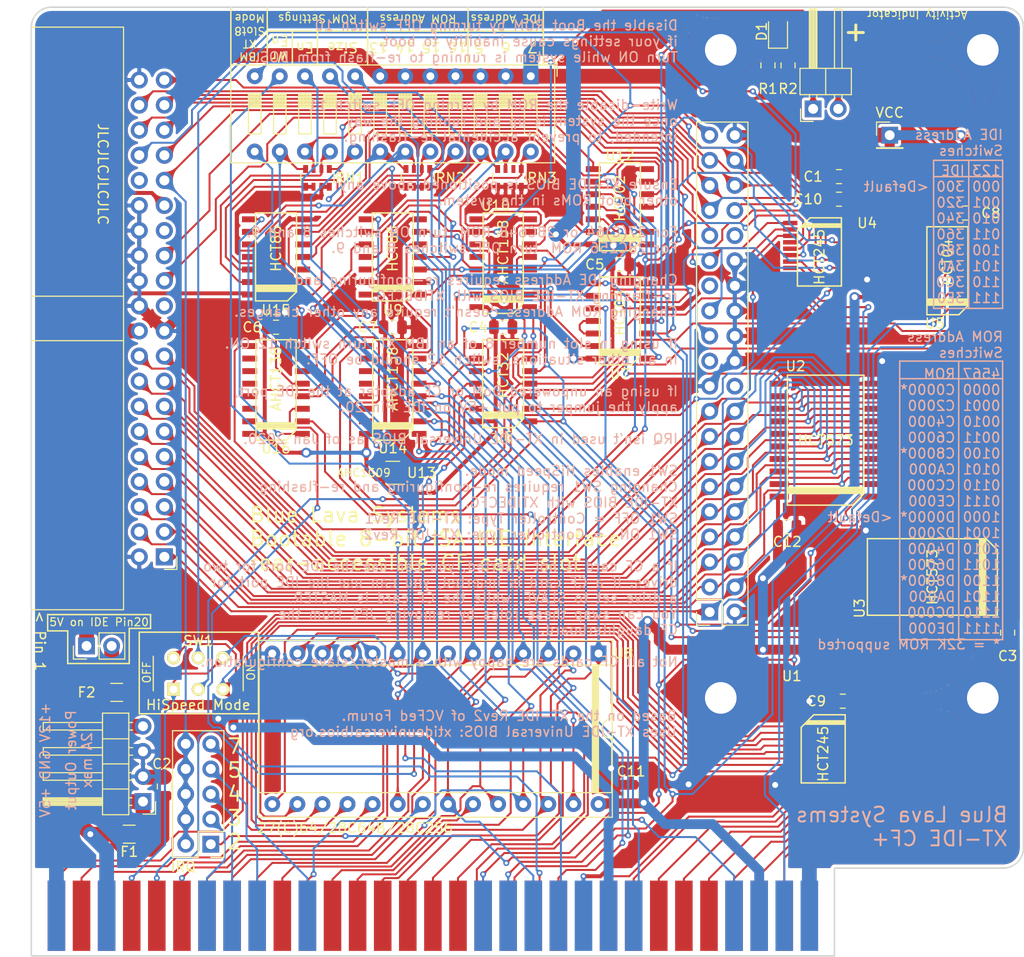
<source format=kicad_pcb>
(kicad_pcb (version 20171130) (host pcbnew "(5.1.4)-1")
  (title_block (title "XT-IDE Deluxe") (date 2019-12-17) (rev 1.0) (company "Monotech PCs"))
  (layers (0 F.Cu signal) (31 B.Cu signal) (36 B.SilkS user) (37 F.SilkS user) (38 B.Mask user) (39 F.Mask user) (44 Edge.Cuts user))
  (net 0 "")
  (net 1 GND)
  (net 2 VCC)
  (net 3 "Net-(D1-Pad1)")
  (net 4 /~MEMW)
  (net 5 /~MEMR)
  (net 6 /~IOW)
  (net 7 /~IOR)
  (net 8 /D7)
  (net 9 /D6)
  (net 10 /D5)
  (net 11 /D4)
  (net 12 /D3)
  (net 13 /D2)
  (net 14 /D1)
  (net 15 /D0)
  (net 16 /AEN)
  (net 17 /A19)
  (net 18 /A18)
  (net 19 /A17)
  (net 20 /A16)
  (net 21 /A15)
  (net 22 /A14)
  (net 23 /A13)
  (net 24 /A12)
  (net 25 /A11)
  (net 26 /A10)
  (net 27 /A9)
  (net 28 /A8)
  (net 29 /A7)
  (net 30 /A6)
  (net 31 /A5)
  (net 32 /A4)
  (net 33 /A3)
  (net 34 /A2)
  (net 35 /A1)
  (net 36 /A0)
  (net 37 /~ROM_CS)
  (net 38 "Net-(D1-Pad2)")
  (net 39 "Net-(D2-Pad1)")
  (net 40 /5V_Fused)
  (net 41 "Net-(F2-Pad2)")
  (net 42 +12V)
  (net 43 /~BRST)
  (net 44 /DB7)
  (net 45 /DB8)
  (net 46 /DB6)
  (net 47 /DB9)
  (net 48 /DB5)
  (net 49 /DB10)
  (net 50 /DB4)
  (net 51 /DB11)
  (net 52 /DB3)
  (net 53 /DB12)
  (net 54 /DB2)
  (net 55 /DB13)
  (net 56 /DB1)
  (net 57 /DB14)
  (net 58 /DB0)
  (net 59 /DB15)
  (net 60 /IDE_5V)
  (net 61 /~BIOW)
  (net 62 /~BIOR)
  (net 63 /IDE_IRQ)
  (net 64 /BA1)
  (net 65 /BA0-OR-BA3)
  (net 66 /BA2)
  (net 67 /~CS1)
  (net 68 /~CS3)
  (net 69 /~DASP)
  (net 70 /RST)
  (net 71 /IRQ2)
  (net 72 /~Slot8)
  (net 73 /IRQ7)
  (net 74 /IRQ5)
  (net 75 /IRQ4)
  (net 76 /IRQ3)
  (net 77 /~ROM_WR)
  (net 78 /ROM_8K_2)
  (net 79 /~ROM_EN)
  (net 80 /ROM_8K_1)
  (net 81 /ROM_A16)
  (net 82 /ROM_A14)
  (net 83 /ROM_A15)
  (net 84 /ROM_A13)
  (net 85 /IDE_A5)
  (net 86 /IDE_A6)
  (net 87 /A3-OR-0)
  (net 88 /A0-OR-3)
  (net 89 /~IDE_CS)
  (net 90 /~LA2_Strobe)
  (net 91 /~LA2-OE)
  (net 92 /~LA1-OE)
  (net 93 /~LA1_Strobe)
  (net 94 /~RST)
  (net 95 /~IOR_DELAY)
  (net 96 /~xCS3)
  (net 97 /~xCS1)
  (net 98 "Net-(U5-Pad2)")
  (net 99 "Net-(U5-Pad6)")
  (net 100 "Net-(U5-Pad11)")
  (net 101 "Net-(U5-Pad10)")
  (net 102 /~xLA2-OE)
  (net 103 "Net-(U7-Pad11)")
  (net 104 "Net-(U12-Pad3)")
  (net 105 "Net-(U12-Pad6)")
  (net 106 /IDE_A7)
  (net 107 /~xSlot8)
  (net 108 "Net-(U12-Pad10)")
  (net 109 "Net-(U16-Pad4)")
  (net 110 "Net-(U10-Pad14)")
  (net 111 "Net-(U10-Pad9)")
  (net 112 "Net-(U7-Pad13)")
  (net 113 "Net-(U12-Pad2)")
  (net 114 "Net-(U14-Pad5)")
  (net 115 "Net-(U10-Pad6)")
  (net 116 "Net-(U12-Pad1)")
  (net 117 "Net-(U12-Pad4)")
  (net 118 "Net-(U12-Pad5)")
  (net 119 "Net-(U15-Pad11)")
  (net 120 "Net-(U15-Pad8)")
  (net 121 "Net-(U13-Pad1)")
  (net 122 "Net-(U13-Pad2)")
  (net 123 /~PDIAG)
  (module Connector_IDC:IDC-Header_2x20_P2.54mm_Horizontal (layer F.Cu) (at 177.089 75.0316 180)
    (fp_text reference J1)
    (fp_text value IDE)
    (pad 1 thru_hole rect (at 0 0 180) (size 1.7272 1.7272) (drill 1.016) (layers *.Cu *.Mask) (net 43 /~BRST))
    (pad 2 thru_hole oval (at 2.54 0 180) (size 1.7272 1.7272) (drill 1.016) (layers *.Cu *.Mask) (net 1 GND))
    (pad 3 thru_hole oval (at 0 2.54 180) (size 1.7272 1.7272) (drill 1.016) (layers *.Cu *.Mask) (net 44 /DB7))
    (pad 4 thru_hole oval (at 2.54 2.54 180) (size 1.7272 1.7272) (drill 1.016) (layers *.Cu *.Mask) (net 45 /DB8))
    (pad 5 thru_hole oval (at 0 5.08 180) (size 1.7272 1.7272) (drill 1.016) (layers *.Cu *.Mask) (net 46 /DB6))
    (pad 6 thru_hole oval (at 2.54 5.08 180) (size 1.7272 1.7272) (drill 1.016) (layers *.Cu *.Mask) (net 47 /DB9))
    (pad 7 thru_hole oval (at 0 7.62 180) (size 1.7272 1.7272) (drill 1.016) (layers *.Cu *.Mask) (net 48 /DB5))
    (pad 8 thru_hole oval (at 2.54 7.62 180) (size 1.7272 1.7272) (drill 1.016) (layers *.Cu *.Mask) (net 49 /DB10))
    (pad 9 thru_hole oval (at 0 10.16 180) (size 1.7272 1.7272) (drill 1.016) (layers *.Cu *.Mask) (net 50 /DB4))
    (pad 10 thru_hole oval (at 2.54 10.16 180) (size 1.7272 1.7272) (drill 1.016) (layers *.Cu *.Mask) (net 51 /DB11))
    (pad 11 thru_hole oval (at 0 12.7 180) (size 1.7272 1.7272) (drill 1.016) (layers *.Cu *.Mask) (net 52 /DB3))
    (pad 12 thru_hole oval (at 2.54 12.7 180) (size 1.7272 1.7272) (drill 1.016) (layers *.Cu *.Mask) (net 53 /DB12))
    (pad 13 thru_hole oval (at 0 15.24 180) (size 1.7272 1.7272) (drill 1.016) (layers *.Cu *.Mask) (net 54 /DB2))
    (pad 14 thru_hole oval (at 2.54 15.24 180) (size 1.7272 1.7272) (drill 1.016) (layers *.Cu *.Mask) (net 55 /DB13))
    (pad 15 thru_hole oval (at 0 17.78 180) (size 1.7272 1.7272) (drill 1.016) (layers *.Cu *.Mask) (net 56 /DB1))
    (pad 16 thru_hole oval (at 2.54 17.78 180) (size 1.7272 1.7272) (drill 1.016) (layers *.Cu *.Mask) (net 57 /DB14))
    (pad 17 thru_hole oval (at 0 20.32 180) (size 1.7272 1.7272) (drill 1.016) (layers *.Cu *.Mask) (net 58 /DB0))
    (pad 18 thru_hole oval (at 2.54 20.32 180) (size 1.7272 1.7272) (drill 1.016) (layers *.Cu *.Mask) (net 59 /DB15))
    (pad 19 thru_hole oval (at 0 22.86 180) (size 1.7272 1.7272) (drill 1.016) (layers *.Cu *.Mask) (net 1 GND))
    (pad 20 thru_hole oval (at 2.54 22.86 180) (size 1.7272 1.7272) (drill 1.016) (layers *.Cu *.Mask) (net 60 /IDE_5V))
    (pad 21 thru_hole oval (at 0 25.4 180) (size 1.7272 1.7272) (drill 1.016) (layers *.Cu *.Mask))
    (pad 22 thru_hole oval (at 2.54 25.4 180) (size 1.7272 1.7272) (drill 1.016) (layers *.Cu *.Mask) (net 1 GND))
    (pad 23 thru_hole oval (at 0 27.94 180) (size 1.7272 1.7272) (drill 1.016) (layers *.Cu *.Mask) (net 61 /~BIOW))
    (pad 24 thru_hole oval (at 2.54 27.94 180) (size 1.7272 1.7272) (drill 1.016) (layers *.Cu *.Mask) (net 1 GND))
    (pad 25 thru_hole oval (at 0 30.48 180) (size 1.7272 1.7272) (drill 1.016) (layers *.Cu *.Mask) (net 62 /~BIOR))
    (pad 26 thru_hole oval (at 2.54 30.48 180) (size 1.7272 1.7272) (drill 1.016) (layers *.Cu *.Mask) (net 1 GND))
    (pad 27 thru_hole oval (at 0 33.02 180) (size 1.7272 1.7272) (drill 1.016) (layers *.Cu *.Mask))
    (pad 28 thru_hole oval (at 2.54 33.02 180) (size 1.7272 1.7272) (drill 1.016) (layers *.Cu *.Mask) (net 1 GND))
    (pad 29 thru_hole oval (at 0 35.56 180) (size 1.7272 1.7272) (drill 1.016) (layers *.Cu *.Mask) (net 2 VCC))
    (pad 30 thru_hole oval (at 2.54 35.56 180) (size 1.7272 1.7272) (drill 1.016) (layers *.Cu *.Mask) (net 1 GND))
    (pad 31 thru_hole oval (at 0 38.1 180) (size 1.7272 1.7272) (drill 1.016) (layers *.Cu *.Mask) (net 63 /IDE_IRQ))
    (pad 32 thru_hole oval (at 2.54 38.1 180) (size 1.7272 1.7272) (drill 1.016) (layers *.Cu *.Mask))
    (pad 33 thru_hole oval (at 0 40.64 180) (size 1.7272 1.7272) (drill 1.016) (layers *.Cu *.Mask) (net 64 /BA1))
    (pad 34 thru_hole oval (at 2.54 40.64 180) (size 1.7272 1.7272) (drill 1.016) (layers *.Cu *.Mask) (net 123 /~PDIAG))
    (pad 35 thru_hole oval (at 0 43.18 180) (size 1.7272 1.7272) (drill 1.016) (layers *.Cu *.Mask) (net 65 /BA0-OR-BA3))
    (pad 36 thru_hole oval (at 2.54 43.18 180) (size 1.7272 1.7272) (drill 1.016) (layers *.Cu *.Mask) (net 66 /BA2))
    (pad 37 thru_hole oval (at 0 45.72 180) (size 1.7272 1.7272) (drill 1.016) (layers *.Cu *.Mask) (net 67 /~CS1))
    (pad 38 thru_hole oval (at 2.54 45.72 180) (size 1.7272 1.7272) (drill 1.016) (layers *.Cu *.Mask) (net 68 /~CS3))
    (pad 39 thru_hole oval (at 0 48.26 180) (size 1.7272 1.7272) (drill 1.016) (layers *.Cu *.Mask) (net 69 /~DASP))
    (pad 40 thru_hole oval (at 2.54 48.26 180) (size 1.7272 1.7272) (drill 1.016) (layers *.Cu *.Mask) (net 1 GND))
  )
  (module "Custom KiCad Library:TSSOP-20_4.4x6.5mm_P0.65mm" (layer F.Cu) (at 243.764 94.4626)
    (fp_text reference U1 (at -3.1752 -7.366) (layer F.SilkS))
    (fp_text value HCT245 (at 0 0.508 90) (layer F.SilkS))
    (pad 20 smd rect (at 2.95 -2.925) (size 1.45 0.45) (layers F.Cu F.Paste F.Mask) (net 2 VCC))
    (pad 19 smd rect (at 2.95 -2.275) (size 1.45 0.45) (layers F.Cu F.Paste F.Mask) (net 89 /~IDE_CS))
    (pad 18 smd rect (at 2.95 -1.625) (size 1.45 0.45) (layers F.Cu F.Paste F.Mask) (net 44 /DB7))
    (pad 17 smd rect (at 2.95 -0.975) (size 1.45 0.45) (layers F.Cu F.Paste F.Mask) (net 46 /DB6))
    (pad 16 smd rect (at 2.95 -0.325) (size 1.45 0.45) (layers F.Cu F.Paste F.Mask) (net 48 /DB5))
    (pad 15 smd rect (at 2.95 0.325) (size 1.45 0.45) (layers F.Cu F.Paste F.Mask) (net 50 /DB4))
    (pad 14 smd rect (at 2.95 0.975) (size 1.45 0.45) (layers F.Cu F.Paste F.Mask) (net 52 /DB3))
    (pad 13 smd rect (at 2.95 1.625) (size 1.45 0.45) (layers F.Cu F.Paste F.Mask) (net 54 /DB2))
    (pad 12 smd rect (at 2.95 2.275) (size 1.45 0.45) (layers F.Cu F.Paste F.Mask) (net 56 /DB1))
    (pad 11 smd rect (at 2.95 2.925) (size 1.45 0.45) (layers F.Cu F.Paste F.Mask) (net 58 /DB0))
    (pad 10 smd rect (at -2.95 2.925) (size 1.45 0.45) (layers F.Cu F.Paste F.Mask) (net 1 GND))
    (pad 9 smd rect (at -2.95 2.275) (size 1.45 0.45) (layers F.Cu F.Paste F.Mask) (net 15 /D0))
    (pad 8 smd rect (at -2.95 1.625) (size 1.45 0.45) (layers F.Cu F.Paste F.Mask) (net 14 /D1))
    (pad 7 smd rect (at -2.95 0.975) (size 1.45 0.45) (layers F.Cu F.Paste F.Mask) (net 13 /D2))
    (pad 6 smd rect (at -2.95 0.325) (size 1.45 0.45) (layers F.Cu F.Paste F.Mask) (net 12 /D3))
    (pad 5 smd rect (at -2.95 -0.325) (size 1.45 0.45) (layers F.Cu F.Paste F.Mask) (net 11 /D4))
    (pad 4 smd rect (at -2.95 -0.975) (size 1.45 0.45) (layers F.Cu F.Paste F.Mask) (net 10 /D5))
    (pad 3 smd rect (at -2.95 -1.625) (size 1.45 0.45) (layers F.Cu F.Paste F.Mask) (net 9 /D6))
    (pad 2 smd rect (at -2.95 -2.275) (size 1.45 0.45) (layers F.Cu F.Paste F.Mask) (net 8 /D7))
    (pad 1 smd rect (at -2.95 -2.925) (size 1.45 0.45) (layers F.Cu F.Paste F.Mask) (net 7 /~IOR))
  )
  (module "Custom KiCad Library:TSSOP-20_4.4x6.5mm_P0.65mm" (layer F.Cu) (at 243.383 44.1706)
    (fp_text reference U4 (at 4.8258 -2.921) (layer F.SilkS))
    (fp_text value HCT245 (at -0.0002 0.508 90) (layer F.SilkS))
    (pad 20 smd rect (at 2.95 -2.925) (size 1.45 0.45) (layers F.Cu F.Paste F.Mask) (net 2 VCC))
    (pad 19 smd rect (at 2.95 -2.275) (size 1.45 0.45) (layers F.Cu F.Paste F.Mask) (net 1 GND))
    (pad 18 smd rect (at 2.95 -1.625) (size 1.45 0.45) (layers F.Cu F.Paste F.Mask) (net 67 /~CS1))
    (pad 17 smd rect (at 2.95 -0.975) (size 1.45 0.45) (layers F.Cu F.Paste F.Mask) (net 68 /~CS3))
    (pad 16 smd rect (at 2.95 -0.325) (size 1.45 0.45) (layers F.Cu F.Paste F.Mask) (net 66 /BA2))
    (pad 15 smd rect (at 2.95 0.325) (size 1.45 0.45) (layers F.Cu F.Paste F.Mask) (net 65 /BA0-OR-BA3))
    (pad 14 smd rect (at 2.95 0.975) (size 1.45 0.45) (layers F.Cu F.Paste F.Mask) (net 64 /BA1))
    (pad 13 smd rect (at 2.95 1.625) (size 1.45 0.45) (layers F.Cu F.Paste F.Mask) (net 62 /~BIOR))
    (pad 12 smd rect (at 2.95 2.275) (size 1.45 0.45) (layers F.Cu F.Paste F.Mask) (net 61 /~BIOW))
    (pad 11 smd rect (at 2.95 2.925) (size 1.45 0.45) (layers F.Cu F.Paste F.Mask) (net 43 /~BRST))
    (pad 10 smd rect (at -2.95 2.925) (size 1.45 0.45) (layers F.Cu F.Paste F.Mask) (net 1 GND))
    (pad 9 smd rect (at -2.95 2.275) (size 1.45 0.45) (layers F.Cu F.Paste F.Mask) (net 94 /~RST))
    (pad 8 smd rect (at -2.95 1.625) (size 1.45 0.45) (layers F.Cu F.Paste F.Mask) (net 6 /~IOW))
    (pad 7 smd rect (at -2.95 0.975) (size 1.45 0.45) (layers F.Cu F.Paste F.Mask) (net 95 /~IOR_DELAY))
    (pad 6 smd rect (at -2.95 0.325) (size 1.45 0.45) (layers F.Cu F.Paste F.Mask) (net 35 /A1))
    (pad 5 smd rect (at -2.95 -0.325) (size 1.45 0.45) (layers F.Cu F.Paste F.Mask) (net 88 /A0-OR-3))
    (pad 4 smd rect (at -2.95 -0.975) (size 1.45 0.45) (layers F.Cu F.Paste F.Mask) (net 34 /A2))
    (pad 3 smd rect (at -2.95 -1.625) (size 1.45 0.45) (layers F.Cu F.Paste F.Mask) (net 96 /~xCS3))
    (pad 2 smd rect (at -2.95 -2.275) (size 1.45 0.45) (layers F.Cu F.Paste F.Mask) (net 97 /~xCS1))
    (pad 1 smd rect (at -2.95 -2.925) (size 1.45 0.45) (layers F.Cu F.Paste F.Mask) (net 2 VCC))
  )
  (module "Custom KiCad Library:DIP-28_W15.24mm_Socket" (layer F.Cu) (at 221.031 84.8106 270)
    (fp_text reference U8 (at 0 -2.5398 180) (layer F.SilkS))
    (fp_text value 28C256)
    (pad 28 thru_hole oval (at 15.24 0 270) (size 1.6 1.6) (drill 0.8) (layers *.Cu *.Mask) (net 2 VCC))
    (pad 14 thru_hole oval (at 0 33.02 270) (size 1.6 1.6) (drill 0.8) (layers *.Cu *.Mask) (net 1 GND))
    (pad 27 thru_hole oval (at 15.24 2.54 270) (size 1.6 1.6) (drill 0.8) (layers *.Cu *.Mask) (net 77 /~ROM_WR))
    (pad 13 thru_hole oval (at 0 30.48 270) (size 1.6 1.6) (drill 0.8) (layers *.Cu *.Mask) (net 13 /D2))
    (pad 26 thru_hole oval (at 15.24 5.08 270) (size 1.6 1.6) (drill 0.8) (layers *.Cu *.Mask) (net 23 /A13))
    (pad 12 thru_hole oval (at 0 27.94 270) (size 1.6 1.6) (drill 0.8) (layers *.Cu *.Mask) (net 14 /D1))
    (pad 25 thru_hole oval (at 15.24 7.62 270) (size 1.6 1.6) (drill 0.8) (layers *.Cu *.Mask) (net 28 /A8))
    (pad 11 thru_hole oval (at 0 25.4 270) (size 1.6 1.6) (drill 0.8) (layers *.Cu *.Mask) (net 15 /D0))
    (pad 24 thru_hole oval (at 15.24 10.16 270) (size 1.6 1.6) (drill 0.8) (layers *.Cu *.Mask) (net 27 /A9))
    (pad 10 thru_hole oval (at 0 22.86 270) (size 1.6 1.6) (drill 0.8) (layers *.Cu *.Mask) (net 36 /A0))
    (pad 23 thru_hole oval (at 15.24 12.7 270) (size 1.6 1.6) (drill 0.8) (layers *.Cu *.Mask) (net 25 /A11))
    (pad 9 thru_hole oval (at 0 20.32 270) (size 1.6 1.6) (drill 0.8) (layers *.Cu *.Mask) (net 35 /A1))
    (pad 22 thru_hole oval (at 15.24 15.24 270) (size 1.6 1.6) (drill 0.8) (layers *.Cu *.Mask) (net 5 /~MEMR))
    (pad 8 thru_hole oval (at 0 17.78 270) (size 1.6 1.6) (drill 0.8) (layers *.Cu *.Mask) (net 34 /A2))
    (pad 21 thru_hole oval (at 15.24 17.78 270) (size 1.6 1.6) (drill 0.8) (layers *.Cu *.Mask) (net 26 /A10))
    (pad 7 thru_hole oval (at 0 15.24 270) (size 1.6 1.6) (drill 0.8) (layers *.Cu *.Mask) (net 33 /A3))
    (pad 20 thru_hole oval (at 15.24 20.32 270) (size 1.6 1.6) (drill 0.8) (layers *.Cu *.Mask) (net 37 /~ROM_CS))
    (pad 6 thru_hole oval (at 0 12.7 270) (size 1.6 1.6) (drill 0.8) (layers *.Cu *.Mask) (net 32 /A4))
    (pad 19 thru_hole oval (at 15.24 22.86 270) (size 1.6 1.6) (drill 0.8) (layers *.Cu *.Mask) (net 8 /D7))
    (pad 5 thru_hole oval (at 0 10.16 270) (size 1.6 1.6) (drill 0.8) (layers *.Cu *.Mask) (net 31 /A5))
    (pad 18 thru_hole oval (at 15.24 25.4 270) (size 1.6 1.6) (drill 0.8) (layers *.Cu *.Mask) (net 9 /D6))
    (pad 4 thru_hole oval (at 0 7.62 270) (size 1.6 1.6) (drill 0.8) (layers *.Cu *.Mask) (net 30 /A6))
    (pad 17 thru_hole oval (at 15.24 27.94 270) (size 1.6 1.6) (drill 0.8) (layers *.Cu *.Mask) (net 10 /D5))
    (pad 3 thru_hole oval (at 0 5.08 270) (size 1.6 1.6) (drill 0.8) (layers *.Cu *.Mask) (net 29 /A7))
    (pad 16 thru_hole oval (at 15.24 30.48 270) (size 1.6 1.6) (drill 0.8) (layers *.Cu *.Mask) (net 11 /D4))
    (pad 2 thru_hole oval (at 0 2.54 270) (size 1.6 1.6) (drill 0.8) (layers *.Cu *.Mask) (net 24 /A12))
    (pad 15 thru_hole oval (at 15.24 33.02 270) (size 1.6 1.6) (drill 0.8) (layers *.Cu *.Mask) (net 12 /D3))
    (pad 1 thru_hole rect (at 0 0 270) (size 1.6 1.6) (drill 0.8) (layers *.Cu *.Mask) (net 22 /A14))
  )
  (module Package_TO_SOT_SMD:SOT-353_SC-70-5 (layer F.Cu) (at 200.203 66.5226 180)
    (fp_text reference U13 (at -2.9208 0) (layer F.SilkS))
    (fp_text value AHC1G09 (at 2.9212 0 180) (layer F.SilkS) (effects (font (size 0.8 0.8) (thickness 0.12))))
    (pad 1 smd rect (at -0.95 -0.65 180) (size 0.65 0.4) (layers F.Cu F.Paste F.Mask) (net 121 "Net-(U13-Pad1)"))
    (pad 3 smd rect (at -0.95 0.65 180) (size 0.65 0.4) (layers F.Cu F.Paste F.Mask) (net 1 GND))
    (pad 2 smd rect (at -0.95 0 180) (size 0.65 0.4) (layers F.Cu F.Paste F.Mask) (net 122 "Net-(U13-Pad2)"))
    (pad 4 smd rect (at 0.95 0.65 180) (size 0.65 0.4) (layers F.Cu F.Paste F.Mask) (net 107 /~xSlot8))
    (pad 5 smd rect (at 0.95 -0.65 180) (size 0.65 0.4) (layers F.Cu F.Paste F.Mask) (net 2 VCC))
  )
  (module MountingHole:MountingHole_3.2mm_M3_Pad (layer F.Cu) (at 233.399 89.3066)
    (fp_text reference H1)
    (fp_text value M3)
    (pad 1 thru_hole circle (at 0 0) (size 6.4 6.4) (drill 3.2) (layers *.Cu *.Mask) (net 1 GND))
  )
  (module MountingHole:MountingHole_3.2mm_M3_Pad (layer F.Cu) (at 233.399 23.7236)
    (fp_text reference H2)
    (fp_text value M3)
    (pad 1 thru_hole circle (at 0 0) (size 6.4 6.4) (drill 3.2) (layers *.Cu *.Mask) (net 1 GND))
  )
  (module MountingHole:MountingHole_3.2mm_M3_Pad (layer F.Cu) (at 259.917 89.3066)
    (fp_text reference H3)
    (fp_text value M3)
    (pad 1 thru_hole circle (at 0 0) (size 6.4 6.4) (drill 3.2) (layers *.Cu *.Mask) (net 1 GND))
  )
  (module MountingHole:MountingHole_3.2mm_M3_Pad (layer F.Cu) (at 259.917 23.7236)
    (fp_text reference H4)
    (fp_text value M3)
    (pad 1 thru_hole circle (at 0 0) (size 6.4 6.4) (drill 3.2) (layers *.Cu *.Mask) (net 1 GND))
  )
  (module Custom:ISA-8BIT-XT-IDE (layer F.Cu) (at 204.267 111.608)
    (fp_text reference BUS1)
    (fp_text value Bus_ISA_8bit)
    (pad 9 connect rect (at 17.78 -0.254) (size 1.778 7.112) (layers B.Cu B.Mask) (net 42 +12V))
    (pad 1 connect rect (at 38.1 -0.254) (size 1.778 7.112) (layers B.Cu B.Mask) (net 1 GND))
    (pad 2 connect rect (at 35.56 -0.254) (size 1.778 7.112) (layers B.Cu B.Mask) (net 70 /RST))
    (pad 3 connect rect (at 33.02 -0.254) (size 1.778 7.112) (layers B.Cu B.Mask) (net 2 VCC))
    (pad 4 connect rect (at 30.48 -0.254) (size 1.778 7.112) (layers B.Cu B.Mask) (net 71 /IRQ2))
    (pad 8 connect rect (at 20.32 -0.254) (size 1.778 7.112) (layers B.Cu B.Mask) (net 72 /~Slot8))
    (pad 11 connect rect (at 12.7 -0.254) (size 1.778 7.112) (layers B.Cu B.Mask) (net 4 /~MEMW))
    (pad 12 connect rect (at 10.16 -0.254) (size 1.778 7.112) (layers B.Cu B.Mask) (net 5 /~MEMR))
    (pad 13 connect rect (at 7.62 -0.254) (size 1.778 7.112) (layers B.Cu B.Mask) (net 6 /~IOW))
    (pad 14 connect rect (at 5.08 -0.254) (size 1.778 7.112) (layers B.Cu B.Mask) (net 7 /~IOR))
    (pad 21 connect rect (at -12.7 -0.254) (size 1.778 7.112) (layers B.Cu B.Mask) (net 73 /IRQ7))
    (pad 23 connect rect (at -17.78 -0.254) (size 1.778 7.112) (layers B.Cu B.Mask) (net 74 /IRQ5))
    (pad 24 connect rect (at -20.32 -0.254) (size 1.778 7.112) (layers B.Cu B.Mask) (net 75 /IRQ4))
    (pad 25 connect rect (at -22.86 -0.254) (size 1.778 7.112) (layers B.Cu B.Mask) (net 76 /IRQ3))
    (pad 29 connect rect (at -33.02 -0.254) (size 1.778 7.112) (layers B.Cu B.Mask) (net 2 VCC))
    (pad 31 connect rect (at -38.1 -0.254) (size 1.778 7.112) (layers B.Cu B.Mask) (net 1 GND))
    (pad 33 connect rect (at 35.56 -0.254) (size 1.778 7.112) (layers F.Cu F.Mask) (net 8 /D7))
    (pad 34 connect rect (at 33.02 -0.254) (size 1.778 7.112) (layers F.Cu F.Mask) (net 9 /D6))
    (pad 35 connect rect (at 30.48 -0.254) (size 1.778 7.112) (layers F.Cu F.Mask) (net 10 /D5))
    (pad 36 connect rect (at 27.94 -0.254) (size 1.778 7.112) (layers F.Cu F.Mask) (net 11 /D4))
    (pad 37 connect rect (at 25.4 -0.254) (size 1.778 7.112) (layers F.Cu F.Mask) (net 12 /D3))
    (pad 38 connect rect (at 22.86 -0.254) (size 1.778 7.112) (layers F.Cu F.Mask) (net 13 /D2))
    (pad 39 connect rect (at 20.32 -0.254) (size 1.778 7.112) (layers F.Cu F.Mask) (net 14 /D1))
    (pad 40 connect rect (at 17.78 -0.254) (size 1.778 7.112) (layers F.Cu F.Mask) (net 15 /D0))
    (pad 42 connect rect (at 12.7 -0.254) (size 1.778 7.112) (layers F.Cu F.Mask) (net 16 /AEN))
    (pad 43 connect rect (at 10.16 -0.254) (size 1.778 7.112) (layers F.Cu F.Mask) (net 17 /A19))
    (pad 44 connect rect (at 7.62 -0.254) (size 1.778 7.112) (layers F.Cu F.Mask) (net 18 /A18))
    (pad 45 connect rect (at 5.08 -0.254) (size 1.778 7.112) (layers F.Cu F.Mask) (net 19 /A17))
    (pad 46 connect rect (at 2.54 -0.254) (size 1.778 7.112) (layers F.Cu F.Mask) (net 20 /A16))
    (pad 47 connect rect (at 0 -0.254) (size 1.778 7.112) (layers F.Cu F.Mask) (net 21 /A15))
    (pad 48 connect rect (at -2.54 -0.254) (size 1.778 7.112) (layers F.Cu F.Mask) (net 22 /A14))
    (pad 49 connect rect (at -5.08 -0.254) (size 1.778 7.112) (layers F.Cu F.Mask) (net 23 /A13))
    (pad 50 connect rect (at -7.62 -0.254) (size 1.778 7.112) (layers F.Cu F.Mask) (net 24 /A12))
    (pad 51 connect rect (at -10.16 -0.254) (size 1.778 7.112) (layers F.Cu F.Mask) (net 25 /A11))
    (pad 52 connect rect (at -12.7 -0.254) (size 1.778 7.112) (layers F.Cu F.Mask) (net 26 /A10))
    (pad 53 connect rect (at -15.24 -0.254) (size 1.778 7.112) (layers F.Cu F.Mask) (net 27 /A9))
    (pad 54 connect rect (at -17.78 -0.254) (size 1.778 7.112) (layers F.Cu F.Mask) (net 28 /A8))
    (pad 55 connect rect (at -20.32 -0.254) (size 1.778 7.112) (layers F.Cu F.Mask) (net 29 /A7))
    (pad 56 connect rect (at -22.86 -0.254) (size 1.778 7.112) (layers F.Cu F.Mask) (net 30 /A6))
    (pad 57 connect rect (at -25.4 -0.254) (size 1.778 7.112) (layers F.Cu F.Mask) (net 31 /A5))
    (pad 58 connect rect (at -27.94 -0.254) (size 1.778 7.112) (layers F.Cu F.Mask) (net 32 /A4))
    (pad 59 connect rect (at -30.48 -0.254) (size 1.778 7.112) (layers F.Cu F.Mask) (net 33 /A3))
    (pad 60 connect rect (at -33.02 -0.254) (size 1.778 7.112) (layers F.Cu F.Mask) (net 34 /A2))
    (pad 61 connect rect (at -35.56 -0.254) (size 1.778 7.112) (layers F.Cu F.Mask) (net 35 /A1))
    (pad 62 connect rect (at -38.1 -0.254) (size 1.778 7.112) (layers F.Cu F.Mask) (net 36 /A0))
    (pad 10 connect rect (at 15.24 -0.254) (size 1.778 7.112) (layers B.Cu B.Mask) (net 1 GND))
  )
  (module Connector_PinSocket_2.54mm:PinSocket_2x20_P2.54mm_Vertical (layer F.Cu) (at 232.282 80.6196 180)
    (fp_text reference J2)
    (fp_text value CF_Adapter)
    (pad 1 thru_hole rect (at 0 0 180) (size 1.7 1.7) (drill 1) (layers *.Cu *.Mask) (net 43 /~BRST))
    (pad 2 thru_hole oval (at -2.54 0 180) (size 1.7 1.7) (drill 1) (layers *.Cu *.Mask) (net 1 GND))
    (pad 3 thru_hole oval (at 0 2.54 180) (size 1.7 1.7) (drill 1) (layers *.Cu *.Mask) (net 44 /DB7))
    (pad 4 thru_hole oval (at -2.54 2.54 180) (size 1.7 1.7) (drill 1) (layers *.Cu *.Mask) (net 45 /DB8))
    (pad 5 thru_hole oval (at 0 5.08 180) (size 1.7 1.7) (drill 1) (layers *.Cu *.Mask) (net 46 /DB6))
    (pad 6 thru_hole oval (at -2.54 5.08 180) (size 1.7 1.7) (drill 1) (layers *.Cu *.Mask) (net 47 /DB9))
    (pad 7 thru_hole oval (at 0 7.62 180) (size 1.7 1.7) (drill 1) (layers *.Cu *.Mask) (net 48 /DB5))
    (pad 8 thru_hole oval (at -2.54 7.62 180) (size 1.7 1.7) (drill 1) (layers *.Cu *.Mask) (net 49 /DB10))
    (pad 9 thru_hole oval (at 0 10.16 180) (size 1.7 1.7) (drill 1) (layers *.Cu *.Mask) (net 50 /DB4))
    (pad 10 thru_hole oval (at -2.54 10.16 180) (size 1.7 1.7) (drill 1) (layers *.Cu *.Mask) (net 51 /DB11))
    (pad 11 thru_hole oval (at 0 12.7 180) (size 1.7 1.7) (drill 1) (layers *.Cu *.Mask) (net 52 /DB3))
    (pad 12 thru_hole oval (at -2.54 12.7 180) (size 1.7 1.7) (drill 1) (layers *.Cu *.Mask) (net 53 /DB12))
    (pad 13 thru_hole oval (at 0 15.24 180) (size 1.7 1.7) (drill 1) (layers *.Cu *.Mask) (net 54 /DB2))
    (pad 14 thru_hole oval (at -2.54 15.24 180) (size 1.7 1.7) (drill 1) (layers *.Cu *.Mask) (net 55 /DB13))
    (pad 15 thru_hole oval (at 0 17.78 180) (size 1.7 1.7) (drill 1) (layers *.Cu *.Mask) (net 56 /DB1))
    (pad 16 thru_hole oval (at -2.54 17.78 180) (size 1.7 1.7) (drill 1) (layers *.Cu *.Mask) (net 57 /DB14))
    (pad 17 thru_hole oval (at 0 20.32 180) (size 1.7 1.7) (drill 1) (layers *.Cu *.Mask) (net 58 /DB0))
    (pad 18 thru_hole oval (at -2.54 20.32 180) (size 1.7 1.7) (drill 1) (layers *.Cu *.Mask) (net 59 /DB15))
    (pad 19 thru_hole oval (at 0 22.86 180) (size 1.7 1.7) (drill 1) (layers *.Cu *.Mask) (net 1 GND))
    (pad 20 thru_hole oval (at -2.54 22.86 180) (size 1.7 1.7) (drill 1) (layers *.Cu *.Mask))
    (pad 21 thru_hole oval (at 0 25.4 180) (size 1.7 1.7) (drill 1) (layers *.Cu *.Mask))
    (pad 22 thru_hole oval (at -2.54 25.4 180) (size 1.7 1.7) (drill 1) (layers *.Cu *.Mask) (net 1 GND))
    (pad 23 thru_hole oval (at 0 27.94 180) (size 1.7 1.7) (drill 1) (layers *.Cu *.Mask) (net 61 /~BIOW))
    (pad 24 thru_hole oval (at -2.54 27.94 180) (size 1.7 1.7) (drill 1) (layers *.Cu *.Mask) (net 1 GND))
    (pad 25 thru_hole oval (at 0 30.48 180) (size 1.7 1.7) (drill 1) (layers *.Cu *.Mask) (net 62 /~BIOR))
    (pad 26 thru_hole oval (at -2.54 30.48 180) (size 1.7 1.7) (drill 1) (layers *.Cu *.Mask) (net 1 GND))
    (pad 27 thru_hole oval (at 0 33.02 180) (size 1.7 1.7) (drill 1) (layers *.Cu *.Mask))
    (pad 28 thru_hole oval (at -2.54 33.02 180) (size 1.7 1.7) (drill 1) (layers *.Cu *.Mask) (net 1 GND))
    (pad 29 thru_hole oval (at 0 35.56 180) (size 1.7 1.7) (drill 1) (layers *.Cu *.Mask) (net 2 VCC))
    (pad 30 thru_hole oval (at -2.54 35.56 180) (size 1.7 1.7) (drill 1) (layers *.Cu *.Mask) (net 1 GND))
    (pad 31 thru_hole oval (at 0 38.1 180) (size 1.7 1.7) (drill 1) (layers *.Cu *.Mask) (net 63 /IDE_IRQ))
    (pad 32 thru_hole oval (at -2.54 38.1 180) (size 1.7 1.7) (drill 1) (layers *.Cu *.Mask))
    (pad 33 thru_hole oval (at 0 40.64 180) (size 1.7 1.7) (drill 1) (layers *.Cu *.Mask) (net 64 /BA1))
    (pad 34 thru_hole oval (at -2.54 40.64 180) (size 1.7 1.7) (drill 1) (layers *.Cu *.Mask) (net 123 /~PDIAG))
    (pad 35 thru_hole oval (at 0 43.18 180) (size 1.7 1.7) (drill 1) (layers *.Cu *.Mask) (net 65 /BA0-OR-BA3))
    (pad 36 thru_hole oval (at -2.54 43.18 180) (size 1.7 1.7) (drill 1) (layers *.Cu *.Mask) (net 66 /BA2))
    (pad 37 thru_hole oval (at 0 45.72 180) (size 1.7 1.7) (drill 1) (layers *.Cu *.Mask) (net 67 /~CS1))
    (pad 38 thru_hole oval (at -2.54 45.72 180) (size 1.7 1.7) (drill 1) (layers *.Cu *.Mask) (net 68 /~CS3))
    (pad 39 thru_hole oval (at 0 48.26 180) (size 1.7 1.7) (drill 1) (layers *.Cu *.Mask) (net 69 /~DASP))
    (pad 40 thru_hole oval (at -2.54 48.26 180) (size 1.7 1.7) (drill 1) (layers *.Cu *.Mask) (net 1 GND))
  )
  (module Capacitor_SMD:C_0805_2012Metric (layer F.Cu) (at 245.366 36.5506 180)
    (fp_text reference C1 (at 2.6182 0) (layer F.SilkS))
    (fp_text value 106)
    (pad 1 smd roundrect (at -0.9375 0 180) (size 0.975 1.4) (layers F.Cu F.Paste F.Mask) (net 2 VCC))
    (pad 2 smd roundrect (at 0.9375 0 180) (size 0.975 1.4) (layers F.Cu F.Paste F.Mask) (net 1 GND))
  )
  (module Capacitor_SMD:C_0805_2012Metric (layer F.Cu) (at 177.089 98.2726 90)
    (fp_text reference C2 (at 2.286 -0.254 180) (layer F.SilkS))
    (fp_text value 106)
    (pad 2 smd roundrect (at 0.9375 0 90) (size 0.975 1.4) (layers F.Cu F.Paste F.Mask) (net 1 GND))
    (pad 1 smd roundrect (at -0.9375 0 90) (size 0.975 1.4) (layers F.Cu F.Paste F.Mask) (net 2 VCC))
  )
  (module Capacitor_SMD:C_0805_2012Metric (layer F.Cu) (at 211.379 51.7906)
    (fp_text reference C4 (at -2.5402 0) (layer F.SilkS))
    (fp_text value 104)
    (pad 2 smd roundrect (at 0.9375 0) (size 0.975 1.4) (layers F.Cu F.Paste F.Mask) (net 1 GND))
    (pad 1 smd roundrect (at -0.9375 0) (size 0.975 1.4) (layers F.Cu F.Paste F.Mask) (net 2 VCC))
  )
  (module Capacitor_SMD:C_0805_2012Metric (layer F.Cu) (at 223.19 45.4406)
    (fp_text reference C5 (at -2.5402 0) (layer F.SilkS))
    (fp_text value 104)
    (pad 1 smd roundrect (at -0.9375 0) (size 0.975 1.4) (layers F.Cu F.Paste F.Mask) (net 2 VCC))
    (pad 2 smd roundrect (at 0.9375 0) (size 0.975 1.4) (layers F.Cu F.Paste F.Mask) (net 1 GND))
  )
  (module Capacitor_SMD:C_0805_2012Metric (layer F.Cu) (at 188.392 51.7906)
    (fp_text reference C6 (at -2.4132 0) (layer F.SilkS))
    (fp_text value 104)
    (pad 2 smd roundrect (at 0.9375 0) (size 0.975 1.4) (layers F.Cu F.Paste F.Mask) (net 1 GND))
    (pad 1 smd roundrect (at -0.9375 0) (size 0.975 1.4) (layers F.Cu F.Paste F.Mask) (net 2 VCC))
  )
  (module Capacitor_SMD:C_0805_2012Metric (layer F.Cu) (at 200.203 51.7906)
    (fp_text reference C7 (at -2.5402 0) (layer F.SilkS))
    (fp_text value 104)
    (pad 1 smd roundrect (at -0.9375 0) (size 0.975 1.4) (layers F.Cu F.Paste F.Mask) (net 2 VCC))
    (pad 2 smd roundrect (at 0.9375 0) (size 0.975 1.4) (layers F.Cu F.Paste F.Mask) (net 1 GND))
  )
  (module Capacitor_SMD:C_0805_2012Metric (layer F.Cu) (at 258.115 40.2336)
    (fp_text reference C8 (at 2.6188 0) (layer F.SilkS))
    (fp_text value 104)
    (pad 2 smd roundrect (at 0.9375 0) (size 0.975 1.4) (layers F.Cu F.Paste F.Mask) (net 1 GND))
    (pad 1 smd roundrect (at -0.9375 0) (size 0.975 1.4) (layers F.Cu F.Paste F.Mask) (net 2 VCC))
  )
  (module Capacitor_SMD:C_0805_2012Metric (layer F.Cu) (at 245.747 89.6366 180)
    (fp_text reference C9 (at 2.667 0) (layer F.SilkS))
    (fp_text value 104)
    (pad 1 smd roundrect (at -0.9375 0 180) (size 0.975 1.4) (layers F.Cu F.Paste F.Mask) (net 2 VCC))
    (pad 2 smd roundrect (at 0.9375 0 180) (size 0.975 1.4) (layers F.Cu F.Paste F.Mask) (net 1 GND))
  )
  (module LED_SMD:LED_0805_2012Metric (layer F.Cu) (at 239.192 21.8671 90)
    (fp_text reference D1 (at 0 -1.65 90) (layer F.SilkS))
    (fp_text value LED)
    (pad 1 smd roundrect (at -0.9375 0 90) (size 0.975 1.4) (layers F.Cu F.Paste F.Mask) (net 3 "Net-(D1-Pad1)"))
    (pad 2 smd roundrect (at 0.9375 0 90) (size 0.975 1.4) (layers F.Cu F.Paste F.Mask) (net 38 "Net-(D1-Pad2)"))
  )
  (module Connector_PinHeader_2.54mm:PinHeader_1x02_P2.54mm_Horizontal (layer F.Cu) (at 242.748 29.6926 90)
    (fp_text reference D2)
    (fp_text value LED)
    (pad 1 thru_hole rect (at 0 0 90) (size 1.7 1.7) (drill 1) (layers *.Cu *.Mask) (net 39 "Net-(D2-Pad1)"))
    (pad 2 thru_hole oval (at 0 2.54 90) (size 1.7 1.7) (drill 1) (layers *.Cu *.Mask) (net 38 "Net-(D1-Pad2)"))
  )
  (module Fuse:Fuse_1206_3216Metric (layer F.Cu) (at 173.53 103.099)
    (fp_text reference F1 (at 0.0028 1.7776) (layer F.SilkS))
    (fp_text value 1.5A)
    (pad 1 smd roundrect (at -1.4 0) (size 1.25 1.75) (layers F.Cu F.Paste F.Mask) (roundrect_rratio 0.2) (net 2 VCC))
    (pad 2 smd roundrect (at 1.4 0) (size 1.25 1.75) (layers F.Cu F.Paste F.Mask) (roundrect_rratio 0.2) (net 40 /5V_Fused))
  )
  (module Fuse:Fuse_1206_3216Metric (layer F.Cu) (at 172.266 88.7476 180)
    (fp_text reference F2 (at 3.0512 0) (layer F.SilkS))
    (fp_text value 1.5A)
    (pad 2 smd roundrect (at 1.4 0 180) (size 1.25 1.75) (layers F.Cu F.Paste F.Mask) (roundrect_rratio 0.2) (net 41 "Net-(F2-Pad2)"))
    (pad 1 smd roundrect (at -1.4 0 180) (size 1.25 1.75) (layers F.Cu F.Paste F.Mask) (roundrect_rratio 0.2) (net 42 +12V))
  )
  (module Connector_PinHeader_2.54mm:PinHeader_2x05_P2.54mm_Vertical (layer F.Cu) (at 181.788 104.115 180)
    (fp_text reference J3)
    (fp_text value IRQ (at 2.7942 -2.286) (layer F.SilkS))
    (pad 1 thru_hole rect (at 0 0 180) (size 1.7 1.7) (drill 1) (layers *.Cu *.Mask) (net 71 /IRQ2))
    (pad 2 thru_hole oval (at 2.54 0 180) (size 1.7 1.7) (drill 1) (layers *.Cu *.Mask) (net 63 /IDE_IRQ))
    (pad 3 thru_hole oval (at 0 2.54 180) (size 1.7 1.7) (drill 1) (layers *.Cu *.Mask) (net 76 /IRQ3))
    (pad 4 thru_hole oval (at 2.54 2.54 180) (size 1.7 1.7) (drill 1) (layers *.Cu *.Mask) (net 63 /IDE_IRQ))
    (pad 5 thru_hole oval (at 0 5.08 180) (size 1.7 1.7) (drill 1) (layers *.Cu *.Mask) (net 75 /IRQ4))
    (pad 6 thru_hole oval (at 2.54 5.08 180) (size 1.7 1.7) (drill 1) (layers *.Cu *.Mask) (net 63 /IDE_IRQ))
    (pad 7 thru_hole oval (at 0 7.62 180) (size 1.7 1.7) (drill 1) (layers *.Cu *.Mask) (net 74 /IRQ5))
    (pad 8 thru_hole oval (at 2.54 7.62 180) (size 1.7 1.7) (drill 1) (layers *.Cu *.Mask) (net 63 /IDE_IRQ))
    (pad 9 thru_hole oval (at 0 10.16 180) (size 1.7 1.7) (drill 1) (layers *.Cu *.Mask) (net 73 /IRQ7))
    (pad 10 thru_hole oval (at 2.54 10.16 180) (size 1.7 1.7) (drill 1) (layers *.Cu *.Mask) (net 63 /IDE_IRQ))
  )
  (module Connector_PinHeader_2.54mm:PinHeader_1x01_P2.54mm_Vertical (layer F.Cu) (at 250.495 32.3596)
    (fp_text reference J4)
    (fp_text value VCC (at 0 -2.286) (layer F.SilkS))
    (pad 1 thru_hole rect (at 0 0) (size 1.7 1.7) (drill 1) (layers *.Cu *.Mask) (net 2 VCC))
  )
  (module Connector_PinHeader_2.54mm:PinHeader_1x04_P2.54mm_Horizontal (layer F.Cu) (at 174.93 99.7966 180)
    (fp_text reference J5)
    (fp_text value "Power Output")
    (pad 1 thru_hole rect (at 0 0 180) (size 1.7 1.7) (drill 1) (layers *.Cu *.Mask) (net 40 /5V_Fused))
    (pad 2 thru_hole oval (at 0 2.54 180) (size 1.7 1.7) (drill 1) (layers *.Cu *.Mask) (net 1 GND))
    (pad 3 thru_hole oval (at 0 5.08 180) (size 1.7 1.7) (drill 1) (layers *.Cu *.Mask) (net 1 GND))
    (pad 4 thru_hole oval (at 0 7.62 180) (size 1.7 1.7) (drill 1) (layers *.Cu *.Mask) (net 41 "Net-(F2-Pad2)"))
  )
  (module Connector_PinHeader_2.54mm:PinHeader_1x02_P2.54mm_Vertical (layer F.Cu) (at 169.215 84.0486 90)
    (fp_text reference JP1)
    (fp_text value "5V on IDE Pin20" (at 2.413 1.27 180) (layer F.SilkS) (effects (font (size 0.8 0.8) (thickness 0.12))))
    (pad 1 thru_hole rect (at 0 0 90) (size 1.7 1.7) (drill 1) (layers *.Cu *.Mask) (net 60 /IDE_5V))
    (pad 2 thru_hole oval (at 0 2.54 90) (size 1.7 1.7) (drill 1) (layers *.Cu *.Mask) (net 40 /5V_Fused))
  )
  (module Resistor_SMD:R_0805_2012Metric (layer F.Cu) (at 238.176 25.2961 90)
    (fp_text reference R1 (at -2.3645 -0.0002 180) (layer F.SilkS))
    (fp_text value 1k)
    (pad 2 smd roundrect (at 0.9375 0 90) (size 0.975 1.4) (layers F.Cu F.Paste F.Mask) (net 3 "Net-(D1-Pad1)"))
    (pad 1 smd roundrect (at -0.9375 0 90) (size 0.975 1.4) (layers F.Cu F.Paste F.Mask) (net 1 GND))
  )
  (module Resistor_SMD:R_0805_2012Metric (layer F.Cu) (at 240.208 25.2961 90)
    (fp_text reference R2 (at -2.3645 -0.0002 180) (layer F.SilkS))
    (fp_text value 1k)
    (pad 1 smd roundrect (at -0.9375 0 90) (size 0.975 1.4) (layers F.Cu F.Paste F.Mask) (net 1 GND))
    (pad 2 smd roundrect (at 0.9375 0 90) (size 0.975 1.4) (layers F.Cu F.Paste F.Mask) (net 39 "Net-(D2-Pad1)"))
  )
  (module Resistor_SMD:R_Array_Convex_4x0603 (layer F.Cu) (at 192.583 36.6776 270)
    (fp_text reference RN1 (at 0 -3.3018 180) (layer F.SilkS))
    (fp_text value 10k)
    (pad 5 smd rect (at 0.9 1.2 270) (size 0.8 0.5) (layers F.Cu F.Paste F.Mask) (net 2 VCC))
    (pad 6 smd rect (at 0.9 0.4 270) (size 0.8 0.4) (layers F.Cu F.Paste F.Mask) (net 2 VCC))
    (pad 8 smd rect (at 0.9 -1.2 270) (size 0.8 0.5) (layers F.Cu F.Paste F.Mask) (net 1 GND))
    (pad 7 smd rect (at 0.9 -0.4 270) (size 0.8 0.4) (layers F.Cu F.Paste F.Mask) (net 1 GND))
    (pad 4 smd rect (at -0.9 1.2 270) (size 0.8 0.5) (layers F.Cu F.Paste F.Mask) (net 77 /~ROM_WR))
    (pad 2 smd rect (at -0.9 -0.4 270) (size 0.8 0.4) (layers F.Cu F.Paste F.Mask) (net 78 /ROM_8K_2))
    (pad 3 smd rect (at -0.9 0.4 270) (size 0.8 0.4) (layers F.Cu F.Paste F.Mask) (net 79 /~ROM_EN))
    (pad 1 smd rect (at -0.9 -1.2 270) (size 0.8 0.5) (layers F.Cu F.Paste F.Mask) (net 80 /ROM_8K_1))
  )
  (module Resistor_SMD:R_Array_Convex_4x0603 (layer F.Cu) (at 202.743 36.6776 270)
    (fp_text reference RN2 (at 0 -3.3018 180) (layer F.SilkS))
    (fp_text value 10k)
    (pad 1 smd rect (at -0.9 -1.2 270) (size 0.8 0.5) (layers F.Cu F.Paste F.Mask) (net 81 /ROM_A16))
    (pad 3 smd rect (at -0.9 0.4 270) (size 0.8 0.4) (layers F.Cu F.Paste F.Mask) (net 82 /ROM_A14))
    (pad 2 smd rect (at -0.9 -0.4 270) (size 0.8 0.4) (layers F.Cu F.Paste F.Mask) (net 83 /ROM_A15))
    (pad 4 smd rect (at -0.9 1.2 270) (size 0.8 0.5) (layers F.Cu F.Paste F.Mask) (net 84 /ROM_A13))
    (pad 7 smd rect (at 0.9 -0.4 270) (size 0.8 0.4) (layers F.Cu F.Paste F.Mask) (net 1 GND))
    (pad 8 smd rect (at 0.9 -1.2 270) (size 0.8 0.5) (layers F.Cu F.Paste F.Mask) (net 1 GND))
    (pad 6 smd rect (at 0.9 0.4 270) (size 0.8 0.4) (layers F.Cu F.Paste F.Mask) (net 1 GND))
    (pad 5 smd rect (at 0.9 1.2 270) (size 0.8 0.5) (layers F.Cu F.Paste F.Mask) (net 1 GND))
  )
  (module Resistor_SMD:R_Array_Convex_4x0603 (layer F.Cu) (at 212.014 36.6776 270)
    (fp_text reference RN3 (at 0 -3.3018 180) (layer F.SilkS))
    (fp_text value 10k)
    (pad 1 smd rect (at -0.9 -1.2 270) (size 0.8 0.5) (layers F.Cu F.Paste F.Mask) (net 106 /IDE_A7))
    (pad 3 smd rect (at -0.9 0.4 270) (size 0.8 0.4) (layers F.Cu F.Paste F.Mask) (net 86 /IDE_A6))
    (pad 2 smd rect (at -0.9 -0.4 270) (size 0.8 0.4) (layers F.Cu F.Paste F.Mask))
    (pad 4 smd rect (at -0.9 1.2 270) (size 0.8 0.5) (layers F.Cu F.Paste F.Mask) (net 85 /IDE_A5))
    (pad 7 smd rect (at 0.9 -0.4 270) (size 0.8 0.4) (layers F.Cu F.Paste F.Mask) (net 1 GND))
    (pad 8 smd rect (at 0.9 -1.2 270) (size 0.8 0.5) (layers F.Cu F.Paste F.Mask) (net 1 GND))
    (pad 6 smd rect (at 0.9 0.4 270) (size 0.8 0.4) (layers F.Cu F.Paste F.Mask) (net 1 GND))
    (pad 5 smd rect (at 0.9 1.2 270) (size 0.8 0.5) (layers F.Cu F.Paste F.Mask) (net 1 GND))
  )
  (module "Monotech Obscure KiCad Library:SW_MS-22D18G2" (layer F.Cu) (at 180.518 86.8426 90)
    (fp_text reference SW1 (at 3.302 -0.0002 180) (layer F.SilkS))
    (fp_text value HiSpeed)
    (pad 1 thru_hole rect (at -1.6 -2.5 90) (size 1.308 1.308) (drill 0.8) (layers *.Cu *.Mask F.SilkS) (net 33 /A3))
    (pad 2 thru_hole circle (at -1.6 0 90) (size 1.308 1.308) (drill 0.8) (layers *.Cu *.Mask F.SilkS) (net 87 /A3-OR-0))
    (pad 3 thru_hole circle (at -1.6 2.5 90) (size 1.308 1.308) (drill 0.8) (layers *.Cu *.Mask F.SilkS) (net 36 /A0))
    (pad 4 thru_hole circle (at 1.6 -2.5 90) (size 1.308 1.308) (drill 0.8) (layers *.Cu *.Mask F.SilkS) (net 36 /A0))
    (pad 5 thru_hole circle (at 1.6 0 90) (size 1.308 1.308) (drill 0.8) (layers *.Cu *.Mask F.SilkS) (net 88 /A0-OR-3))
    (pad 6 thru_hole circle (at 1.6 2.5 90) (size 1.308 1.308) (drill 0.8) (layers *.Cu *.Mask F.SilkS) (net 33 /A3))
  )
  (module Button_Switch_THT:SW_DIP_SPSTx12_Slide_9.78x32.66mm_W7.62mm_P2.54mm (layer F.Cu) (at 214.173 26.3906 270)
    (fp_text reference SW2)
    (fp_text value Config)
    (pad 1 thru_hole rect (at 0 0 270) (size 1.6 1.6) (drill 0.8) (layers *.Cu *.Mask) (net 2 VCC))
    (pad 13 thru_hole oval (at 7.62 27.94 270) (size 1.6 1.6) (drill 0.8) (layers *.Cu *.Mask) (net 107 /~xSlot8))
    (pad 2 thru_hole oval (at 0 2.54 270) (size 1.6 1.6) (drill 0.8) (layers *.Cu *.Mask) (net 2 VCC))
    (pad 14 thru_hole oval (at 7.62 25.4 270) (size 1.6 1.6) (drill 0.8) (layers *.Cu *.Mask) (net 77 /~ROM_WR))
    (pad 3 thru_hole oval (at 0 5.08 270) (size 1.6 1.6) (drill 0.8) (layers *.Cu *.Mask) (net 2 VCC))
    (pad 15 thru_hole oval (at 7.62 22.86 270) (size 1.6 1.6) (drill 0.8) (layers *.Cu *.Mask) (net 79 /~ROM_EN))
    (pad 4 thru_hole oval (at 0 7.62 270) (size 1.6 1.6) (drill 0.8) (layers *.Cu *.Mask) (net 2 VCC))
    (pad 16 thru_hole oval (at 7.62 20.32 270) (size 1.6 1.6) (drill 0.8) (layers *.Cu *.Mask) (net 78 /ROM_8K_2))
    (pad 5 thru_hole oval (at 0 10.16 270) (size 1.6 1.6) (drill 0.8) (layers *.Cu *.Mask) (net 2 VCC))
    (pad 17 thru_hole oval (at 7.62 17.78 270) (size 1.6 1.6) (drill 0.8) (layers *.Cu *.Mask) (net 80 /ROM_8K_1))
    (pad 6 thru_hole oval (at 0 12.7 270) (size 1.6 1.6) (drill 0.8) (layers *.Cu *.Mask) (net 2 VCC))
    (pad 18 thru_hole oval (at 7.62 15.24 270) (size 1.6 1.6) (drill 0.8) (layers *.Cu *.Mask) (net 84 /ROM_A13))
    (pad 7 thru_hole oval (at 0 15.24 270) (size 1.6 1.6) (drill 0.8) (layers *.Cu *.Mask) (net 2 VCC))
    (pad 19 thru_hole oval (at 7.62 12.7 270) (size 1.6 1.6) (drill 0.8) (layers *.Cu *.Mask) (net 82 /ROM_A14))
    (pad 8 thru_hole oval (at 0 17.78 270) (size 1.6 1.6) (drill 0.8) (layers *.Cu *.Mask) (net 22 /A14))
    (pad 20 thru_hole oval (at 7.62 10.16 270) (size 1.6 1.6) (drill 0.8) (layers *.Cu *.Mask) (net 83 /ROM_A15))
    (pad 9 thru_hole oval (at 0 20.32 270) (size 1.6 1.6) (drill 0.8) (layers *.Cu *.Mask) (net 23 /A13))
    (pad 21 thru_hole oval (at 7.62 7.62 270) (size 1.6 1.6) (drill 0.8) (layers *.Cu *.Mask) (net 81 /ROM_A16))
    (pad 10 thru_hole oval (at 0 22.86 270) (size 1.6 1.6) (drill 0.8) (layers *.Cu *.Mask) (net 16 /AEN))
    (pad 22 thru_hole oval (at 7.62 5.08 270) (size 1.6 1.6) (drill 0.8) (layers *.Cu *.Mask) (net 85 /IDE_A5))
    (pad 11 thru_hole oval (at 0 25.4 270) (size 1.6 1.6) (drill 0.8) (layers *.Cu *.Mask) (net 4 /~MEMW))
    (pad 23 thru_hole oval (at 7.62 2.54 270) (size 1.6 1.6) (drill 0.8) (layers *.Cu *.Mask) (net 86 /IDE_A6))
    (pad 12 thru_hole oval (at 0 27.94 270) (size 1.6 1.6) (drill 0.8) (layers *.Cu *.Mask) (net 72 /~Slot8))
    (pad 24 thru_hole oval (at 7.62 0 270) (size 1.6 1.6) (drill 0.8) (layers *.Cu *.Mask) (net 106 /IDE_A7))
  )
  (module "Custom KiCad Library:SOIC-20W_7.5x12.8mm_P1.27mm" (layer F.Cu) (at 244.018 63.2206 180)
    (fp_text reference U2 (at 3.0482 7.493) (layer F.SilkS))
    (fp_text value HCT573 (at 0 0) (layer F.SilkS))
    (pad 20 smd rect (at 4.7 -5.715 180) (size 1.95 0.6) (layers F.Cu F.Paste F.Mask) (net 2 VCC))
    (pad 19 smd rect (at 4.7 -4.445 180) (size 1.95 0.6) (layers F.Cu F.Paste F.Mask) (net 59 /DB15))
    (pad 18 smd rect (at 4.7 -3.175 180) (size 1.95 0.6) (layers F.Cu F.Paste F.Mask) (net 57 /DB14))
    (pad 17 smd rect (at 4.7 -1.905 180) (size 1.95 0.6) (layers F.Cu F.Paste F.Mask) (net 55 /DB13))
    (pad 16 smd rect (at 4.7 -0.635 180) (size 1.95 0.6) (layers F.Cu F.Paste F.Mask) (net 53 /DB12))
    (pad 15 smd rect (at 4.7 0.635 180) (size 1.95 0.6) (layers F.Cu F.Paste F.Mask) (net 51 /DB11))
    (pad 14 smd rect (at 4.7 1.905 180) (size 1.95 0.6) (layers F.Cu F.Paste F.Mask) (net 49 /DB10))
    (pad 13 smd rect (at 4.7 3.175 180) (size 1.95 0.6) (layers F.Cu F.Paste F.Mask) (net 47 /DB9))
    (pad 12 smd rect (at 4.7 4.445 180) (size 1.95 0.6) (layers F.Cu F.Paste F.Mask) (net 45 /DB8))
    (pad 11 smd rect (at 4.7 5.715 180) (size 1.95 0.6) (layers F.Cu F.Paste F.Mask) (net 90 /~LA2_Strobe))
    (pad 10 smd rect (at -4.7 5.715 180) (size 1.95 0.6) (layers F.Cu F.Paste F.Mask) (net 1 GND))
    (pad 9 smd rect (at -4.7 4.445 180) (size 1.95 0.6) (layers F.Cu F.Paste F.Mask) (net 58 /DB0))
    (pad 8 smd rect (at -4.7 3.175 180) (size 1.95 0.6) (layers F.Cu F.Paste F.Mask) (net 56 /DB1))
    (pad 7 smd rect (at -4.7 1.905 180) (size 1.95 0.6) (layers F.Cu F.Paste F.Mask) (net 54 /DB2))
    (pad 6 smd rect (at -4.7 0.635 180) (size 1.95 0.6) (layers F.Cu F.Paste F.Mask) (net 52 /DB3))
    (pad 5 smd rect (at -4.7 -0.635 180) (size 1.95 0.6) (layers F.Cu F.Paste F.Mask) (net 50 /DB4))
    (pad 4 smd rect (at -4.7 -1.905 180) (size 1.95 0.6) (layers F.Cu F.Paste F.Mask) (net 48 /DB5))
    (pad 3 smd rect (at -4.7 -3.175 180) (size 1.95 0.6) (layers F.Cu F.Paste F.Mask) (net 46 /DB6))
    (pad 2 smd rect (at -4.7 -4.445 180) (size 1.95 0.6) (layers F.Cu F.Paste F.Mask) (net 44 /DB7))
    (pad 1 smd rect (at -4.7 -5.715 180) (size 1.95 0.6) (layers F.Cu F.Paste F.Mask) (net 91 /~LA2-OE))
  )
  (module "Custom KiCad Library:SOIC-20W_7.5x12.8mm_P1.27mm" (layer F.Cu) (at 254.813 77.0636 270)
    (fp_text reference U3 (at 3.1752 7.366 90) (layer F.SilkS))
    (fp_text value HCT573 (at 0 0 90) (layer F.SilkS))
    (pad 1 smd rect (at -4.7 -5.715 270) (size 1.95 0.6) (layers F.Cu F.Paste F.Mask) (net 92 /~LA1-OE))
    (pad 2 smd rect (at -4.7 -4.445 270) (size 1.95 0.6) (layers F.Cu F.Paste F.Mask) (net 45 /DB8))
    (pad 3 smd rect (at -4.7 -3.175 270) (size 1.95 0.6) (layers F.Cu F.Paste F.Mask) (net 47 /DB9))
    (pad 4 smd rect (at -4.7 -1.905 270) (size 1.95 0.6) (layers F.Cu F.Paste F.Mask) (net 49 /DB10))
    (pad 5 smd rect (at -4.7 -0.635 270) (size 1.95 0.6) (layers F.Cu F.Paste F.Mask) (net 51 /DB11))
    (pad 6 smd rect (at -4.7 0.635 270) (size 1.95 0.6) (layers F.Cu F.Paste F.Mask) (net 53 /DB12))
    (pad 7 smd rect (at -4.7 1.905 270) (size 1.95 0.6) (layers F.Cu F.Paste F.Mask) (net 55 /DB13))
    (pad 8 smd rect (at -4.7 3.175 270) (size 1.95 0.6) (layers F.Cu F.Paste F.Mask) (net 57 /DB14))
    (pad 9 smd rect (at -4.7 4.445 270) (size 1.95 0.6) (layers F.Cu F.Paste F.Mask) (net 59 /DB15))
    (pad 10 smd rect (at -4.7 5.715 270) (size 1.95 0.6) (layers F.Cu F.Paste F.Mask) (net 1 GND))
    (pad 11 smd rect (at 4.7 5.715 270) (size 1.95 0.6) (layers F.Cu F.Paste F.Mask) (net 93 /~LA1_Strobe))
    (pad 12 smd rect (at 4.7 4.445 270) (size 1.95 0.6) (layers F.Cu F.Paste F.Mask) (net 44 /DB7))
    (pad 13 smd rect (at 4.7 3.175 270) (size 1.95 0.6) (layers F.Cu F.Paste F.Mask) (net 46 /DB6))
    (pad 14 smd rect (at 4.7 1.905 270) (size 1.95 0.6) (layers F.Cu F.Paste F.Mask) (net 48 /DB5))
    (pad 15 smd rect (at 4.7 0.635 270) (size 1.95 0.6) (layers F.Cu F.Paste F.Mask) (net 50 /DB4))
    (pad 16 smd rect (at 4.7 -0.635 270) (size 1.95 0.6) (layers F.Cu F.Paste F.Mask) (net 52 /DB3))
    (pad 17 smd rect (at 4.7 -1.905 270) (size 1.95 0.6) (layers F.Cu F.Paste F.Mask) (net 54 /DB2))
    (pad 18 smd rect (at 4.7 -3.175 270) (size 1.95 0.6) (layers F.Cu F.Paste F.Mask) (net 56 /DB1))
    (pad 19 smd rect (at 4.7 -4.445 270) (size 1.95 0.6) (layers F.Cu F.Paste F.Mask) (net 58 /DB0))
    (pad 20 smd rect (at 4.7 -5.715 270) (size 1.95 0.6) (layers F.Cu F.Paste F.Mask) (net 2 VCC))
  )
  (module "Custom KiCad Library:SOIC-14_3.9x8.7mm_P1.27mm" (layer F.Cu) (at 256.337 46.0756 180)
    (fp_text reference U5 (at 1.2702 -5.334) (layer F.SilkS))
    (fp_text value HCT04 (at 0 0.85344 90) (layer F.SilkS))
    (pad 14 smd rect (at 2.7 -3.81 180) (size 1.5 0.6) (layers F.Cu F.Paste F.Mask) (net 2 VCC))
    (pad 13 smd rect (at 2.7 -2.54 180) (size 1.5 0.6) (layers F.Cu F.Paste F.Mask) (net 101 "Net-(U5-Pad10)"))
    (pad 12 smd rect (at 2.7 -1.27 180) (size 1.5 0.6) (layers F.Cu F.Paste F.Mask) (net 95 /~IOR_DELAY))
    (pad 11 smd rect (at 2.7 0 180) (size 1.5 0.6) (layers F.Cu F.Paste F.Mask) (net 100 "Net-(U5-Pad11)"))
    (pad 10 smd rect (at 2.7 1.27 180) (size 1.5 0.6) (layers F.Cu F.Paste F.Mask) (net 101 "Net-(U5-Pad10)"))
    (pad 9 smd rect (at 2.7 2.54 180) (size 1.5 0.6) (layers F.Cu F.Paste F.Mask) (net 99 "Net-(U5-Pad6)"))
    (pad 8 smd rect (at 2.7 3.81 180) (size 1.5 0.6) (layers F.Cu F.Paste F.Mask) (net 100 "Net-(U5-Pad11)"))
    (pad 7 smd rect (at -2.7 3.81 180) (size 1.5 0.6) (layers F.Cu F.Paste F.Mask) (net 1 GND))
    (pad 6 smd rect (at -2.7 2.54 180) (size 1.5 0.6) (layers F.Cu F.Paste F.Mask) (net 99 "Net-(U5-Pad6)"))
    (pad 5 smd rect (at -2.7 1.27 180) (size 1.5 0.6) (layers F.Cu F.Paste F.Mask) (net 7 /~IOR))
    (pad 4 smd rect (at -2.7 0 180) (size 1.5 0.6) (layers F.Cu F.Paste F.Mask) (net 94 /~RST))
    (pad 3 smd rect (at -2.7 -1.27 180) (size 1.5 0.6) (layers F.Cu F.Paste F.Mask) (net 70 /RST))
    (pad 2 smd rect (at -2.7 -2.54 180) (size 1.5 0.6) (layers F.Cu F.Paste F.Mask) (net 98 "Net-(U5-Pad2)"))
    (pad 1 smd rect (at -2.7 -3.81 180) (size 1.5 0.6) (layers F.Cu F.Paste F.Mask) (net 87 /A3-OR-0))
  )
  (module "Custom KiCad Library:SOIC-14_3.9x8.7mm_P1.27mm" (layer F.Cu) (at 211.379 57.5056 180)
    (fp_text reference U6 (at 0 -5.375) (layer F.SilkS))
    (fp_text value HCT32 (at 0 0.85344 90) (layer F.SilkS))
    (pad 1 smd rect (at -2.7 -3.81 180) (size 1.5 0.6) (layers F.Cu F.Paste F.Mask) (net 89 /~IDE_CS))
    (pad 2 smd rect (at -2.7 -2.54 180) (size 1.5 0.6) (layers F.Cu F.Paste F.Mask) (net 98 "Net-(U5-Pad2)"))
    (pad 3 smd rect (at -2.7 -1.27 180) (size 1.5 0.6) (layers F.Cu F.Paste F.Mask) (net 96 /~xCS3))
    (pad 4 smd rect (at -2.7 0 180) (size 1.5 0.6) (layers F.Cu F.Paste F.Mask) (net 87 /A3-OR-0))
    (pad 5 smd rect (at -2.7 1.27 180) (size 1.5 0.6) (layers F.Cu F.Paste F.Mask) (net 89 /~IDE_CS))
    (pad 6 smd rect (at -2.7 2.54 180) (size 1.5 0.6) (layers F.Cu F.Paste F.Mask) (net 97 /~xCS1))
    (pad 7 smd rect (at -2.7 3.81 180) (size 1.5 0.6) (layers F.Cu F.Paste F.Mask) (net 1 GND))
    (pad 8 smd rect (at 2.7 3.81 180) (size 1.5 0.6) (layers F.Cu F.Paste F.Mask) (net 121 "Net-(U13-Pad1)"))
    (pad 9 smd rect (at 2.7 2.54 180) (size 1.5 0.6) (layers F.Cu F.Paste F.Mask) (net 89 /~IDE_CS))
    (pad 10 smd rect (at 2.7 1.27 180) (size 1.5 0.6) (layers F.Cu F.Paste F.Mask) (net 7 /~IOR))
    (pad 11 smd rect (at 2.7 0 180) (size 1.5 0.6) (layers F.Cu F.Paste F.Mask) (net 122 "Net-(U13-Pad2)"))
    (pad 12 smd rect (at 2.7 -1.27 180) (size 1.5 0.6) (layers F.Cu F.Paste F.Mask) (net 37 /~ROM_CS))
    (pad 13 smd rect (at 2.7 -2.54 180) (size 1.5 0.6) (layers F.Cu F.Paste F.Mask) (net 5 /~MEMR))
    (pad 14 smd rect (at 2.7 -3.81 180) (size 1.5 0.6) (layers F.Cu F.Paste F.Mask) (net 2 VCC))
  )
  (module "Custom KiCad Library:SOIC-14_3.9x8.7mm_P1.27mm" (layer F.Cu) (at 223.19 51.1556 180)
    (fp_text reference U7 (at 0 -5.375) (layer F.SilkS))
    (fp_text value HCT04 (at 0 0.85344 90) (layer F.SilkS))
    (pad 1 smd rect (at -2.7 -3.81 180) (size 1.5 0.6) (layers F.Cu F.Paste F.Mask) (net 108 "Net-(U12-Pad10)"))
    (pad 2 smd rect (at -2.7 -2.54 180) (size 1.5 0.6) (layers F.Cu F.Paste F.Mask) (net 109 "Net-(U16-Pad4)"))
    (pad 3 smd rect (at -2.7 -1.27 180) (size 1.5 0.6) (layers F.Cu F.Paste F.Mask) (net 69 /~DASP))
    (pad 4 smd rect (at -2.7 0 180) (size 1.5 0.6) (layers F.Cu F.Paste F.Mask) (net 38 "Net-(D1-Pad2)"))
    (pad 5 smd rect (at -2.7 1.27 180) (size 1.5 0.6) (layers F.Cu F.Paste F.Mask) (net 110 "Net-(U10-Pad14)"))
    (pad 6 smd rect (at -2.7 2.54 180) (size 1.5 0.6) (layers F.Cu F.Paste F.Mask) (net 93 /~LA1_Strobe))
    (pad 7 smd rect (at -2.7 3.81 180) (size 1.5 0.6) (layers F.Cu F.Paste F.Mask) (net 1 GND))
    (pad 8 smd rect (at 2.7 3.81 180) (size 1.5 0.6) (layers F.Cu F.Paste F.Mask) (net 90 /~LA2_Strobe))
    (pad 9 smd rect (at 2.7 2.54 180) (size 1.5 0.6) (layers F.Cu F.Paste F.Mask) (net 111 "Net-(U10-Pad9)"))
    (pad 10 smd rect (at 2.7 1.27 180) (size 1.5 0.6) (layers F.Cu F.Paste F.Mask) (net 91 /~LA2-OE))
    (pad 11 smd rect (at 2.7 0 180) (size 1.5 0.6) (layers F.Cu F.Paste F.Mask) (net 103 "Net-(U7-Pad11)"))
    (pad 12 smd rect (at 2.7 -1.27 180) (size 1.5 0.6) (layers F.Cu F.Paste F.Mask) (net 103 "Net-(U7-Pad11)"))
    (pad 13 smd rect (at 2.7 -2.54 180) (size 1.5 0.6) (layers F.Cu F.Paste F.Mask) (net 112 "Net-(U7-Pad13)"))
    (pad 14 smd rect (at 2.7 -3.81 180) (size 1.5 0.6) (layers F.Cu F.Paste F.Mask) (net 2 VCC))
  )
  (module "Custom KiCad Library:SOIC-14_3.9x8.7mm_P1.27mm" (layer F.Cu) (at 200.203 44.6786 180)
    (fp_text reference U9 (at 0 -5.375) (layer F.SilkS))
    (fp_text value HCT86 (at 0 0.85344 90) (layer F.SilkS))
    (pad 1 smd rect (at -2.7 -3.81 180) (size 1.5 0.6) (layers F.Cu F.Paste F.Mask) (net 106 /IDE_A7))
    (pad 2 smd rect (at -2.7 -2.54 180) (size 1.5 0.6) (layers F.Cu F.Paste F.Mask) (net 29 /A7))
    (pad 3 smd rect (at -2.7 -1.27 180) (size 1.5 0.6) (layers F.Cu F.Paste F.Mask) (net 113 "Net-(U12-Pad2)"))
    (pad 4 smd rect (at -2.7 0 180) (size 1.5 0.6) (layers F.Cu F.Paste F.Mask) (net 86 /IDE_A6))
    (pad 5 smd rect (at -2.7 1.27 180) (size 1.5 0.6) (layers F.Cu F.Paste F.Mask) (net 30 /A6))
    (pad 6 smd rect (at -2.7 2.54 180) (size 1.5 0.6) (layers F.Cu F.Paste F.Mask) (net 104 "Net-(U12-Pad3)"))
    (pad 7 smd rect (at -2.7 3.81 180) (size 1.5 0.6) (layers F.Cu F.Paste F.Mask) (net 1 GND))
    (pad 8 smd rect (at 2.7 3.81 180) (size 1.5 0.6) (layers F.Cu F.Paste F.Mask) (net 114 "Net-(U14-Pad5)"))
    (pad 9 smd rect (at 2.7 2.54 180) (size 1.5 0.6) (layers F.Cu F.Paste F.Mask) (net 85 /IDE_A5))
    (pad 10 smd rect (at 2.7 1.27 180) (size 1.5 0.6) (layers F.Cu F.Paste F.Mask) (net 31 /A5))
    (pad 11 smd rect (at 2.7 0 180) (size 1.5 0.6) (layers F.Cu F.Paste F.Mask) (net 112 "Net-(U7-Pad13)"))
    (pad 12 smd rect (at 2.7 -1.27 180) (size 1.5 0.6) (layers F.Cu F.Paste F.Mask) (net 102 /~xLA2-OE))
    (pad 13 smd rect (at 2.7 -2.54 180) (size 1.5 0.6) (layers F.Cu F.Paste F.Mask) (net 1 GND))
    (pad 14 smd rect (at 2.7 -3.81 180) (size 1.5 0.6) (layers F.Cu F.Paste F.Mask) (net 2 VCC))
  )
  (module "Custom KiCad Library:SOIC-16_3.9x9.9mm_P1.27mm" (layer F.Cu) (at 211.379 45.3136 180)
    (fp_text reference U10 (at 0.7622 5.842) (layer F.SilkS))
    (fp_text value AHCT138 (at 0 1.143 90) (layer F.SilkS))
    (pad 1 smd rect (at -2.667 -4.445 180) (size 1.5 0.6) (layers F.Cu F.Paste F.Mask) (net 6 /~IOW))
    (pad 2 smd rect (at -2.6655 -3.175 180) (size 1.5 0.6) (layers F.Cu F.Paste F.Mask) (net 7 /~IOR))
    (pad 3 smd rect (at -2.6655 -1.905 180) (size 1.5 0.6) (layers F.Cu F.Paste F.Mask) (net 87 /A3-OR-0))
    (pad 4 smd rect (at -2.6655 -0.635 180) (size 1.5 0.6) (layers F.Cu F.Paste F.Mask) (net 88 /A0-OR-3))
    (pad 5 smd rect (at -2.6655 0.635 180) (size 1.5 0.6) (layers F.Cu F.Paste F.Mask) (net 89 /~IDE_CS))
    (pad 6 smd rect (at -2.6655 1.905 180) (size 1.5 0.6) (layers F.Cu F.Paste F.Mask) (net 115 "Net-(U10-Pad6)"))
    (pad 7 smd rect (at -2.6655 3.175 180) (size 1.5 0.6) (layers F.Cu F.Paste F.Mask))
    (pad 8 smd rect (at -2.6655 4.445 180) (size 1.5 0.6) (layers F.Cu F.Paste F.Mask) (net 1 GND))
    (pad 9 smd rect (at 2.6655 4.445 180) (size 1.5 0.6) (layers F.Cu F.Paste F.Mask) (net 111 "Net-(U10-Pad9)"))
    (pad 10 smd rect (at 2.6655 3.175 180) (size 1.5 0.6) (layers F.Cu F.Paste F.Mask) (net 92 /~LA1-OE))
    (pad 11 smd rect (at 2.6655 1.905 180) (size 1.5 0.6) (layers F.Cu F.Paste F.Mask))
    (pad 12 smd rect (at 2.6655 0.635 180) (size 1.5 0.6) (layers F.Cu F.Paste F.Mask))
    (pad 13 smd rect (at 2.6655 -0.635 180) (size 1.5 0.6) (layers F.Cu F.Paste F.Mask) (net 102 /~xLA2-OE))
    (pad 14 smd rect (at 2.6655 -1.905 180) (size 1.5 0.6) (layers F.Cu F.Paste F.Mask) (net 110 "Net-(U10-Pad14)"))
    (pad 15 smd rect (at 2.6655 -3.175 180) (size 1.5 0.6) (layers F.Cu F.Paste F.Mask))
    (pad 16 smd rect (at 2.6655 -4.445 180) (size 1.5 0.6) (layers F.Cu F.Paste F.Mask) (net 2 VCC))
  )
  (module "Custom KiCad Library:SOIC-14_3.9x8.7mm_P1.27mm" (layer F.Cu) (at 223.19 39.5986 180)
    (fp_text reference U12 (at 0 5.207) (layer F.SilkS))
    (fp_text value HCT02 (at 0 0.85344 90) (layer F.SilkS))
    (pad 1 smd rect (at -2.7 -3.81 180) (size 1.5 0.6) (layers F.Cu F.Paste F.Mask) (net 116 "Net-(U12-Pad1)"))
    (pad 2 smd rect (at -2.7 -2.54 180) (size 1.5 0.6) (layers F.Cu F.Paste F.Mask) (net 113 "Net-(U12-Pad2)"))
    (pad 3 smd rect (at -2.7 -1.27 180) (size 1.5 0.6) (layers F.Cu F.Paste F.Mask) (net 104 "Net-(U12-Pad3)"))
    (pad 4 smd rect (at -2.7 0 180) (size 1.5 0.6) (layers F.Cu F.Paste F.Mask) (net 117 "Net-(U12-Pad4)"))
    (pad 5 smd rect (at -2.7 1.27 180) (size 1.5 0.6) (layers F.Cu F.Paste F.Mask) (net 118 "Net-(U12-Pad5)"))
    (pad 6 smd rect (at -2.7 2.54 180) (size 1.5 0.6) (layers F.Cu F.Paste F.Mask) (net 105 "Net-(U12-Pad6)"))
    (pad 7 smd rect (at -2.7 3.81 180) (size 1.5 0.6) (layers F.Cu F.Paste F.Mask) (net 1 GND))
    (pad 8 smd rect (at 2.7 3.81 180) (size 1.5 0.6) (layers F.Cu F.Paste F.Mask) (net 79 /~ROM_EN))
    (pad 9 smd rect (at 2.7 2.54 180) (size 1.5 0.6) (layers F.Cu F.Paste F.Mask) (net 19 /A17))
    (pad 10 smd rect (at 2.7 1.27 180) (size 1.5 0.6) (layers F.Cu F.Paste F.Mask) (net 108 "Net-(U12-Pad10)"))
    (pad 11 smd rect (at 2.7 0 180) (size 1.5 0.6) (layers F.Cu F.Paste F.Mask) (net 35 /A1))
    (pad 12 smd rect (at 2.7 -1.27 180) (size 1.5 0.6) (layers F.Cu F.Paste F.Mask) (net 34 /A2))
    (pad 13 smd rect (at 2.7 -2.54 180) (size 1.5 0.6) (layers F.Cu F.Paste F.Mask) (net 115 "Net-(U10-Pad6)"))
    (pad 14 smd rect (at 2.7 -3.81 180) (size 1.5 0.6) (layers F.Cu F.Paste F.Mask) (net 2 VCC))
  )
  (module "Custom KiCad Library:SOIC-16_3.9x9.9mm_P1.27mm" (layer F.Cu) (at 200.203 58.1406 180)
    (fp_text reference U14 (at 0 -5.9) (layer F.SilkS))
    (fp_text value AHCT138 (at 0 1.143 90) (layer F.SilkS))
    (pad 1 smd rect (at -2.667 -4.445 180) (size 1.5 0.6) (layers F.Cu F.Paste F.Mask) (net 32 /A4))
    (pad 2 smd rect (at -2.6655 -3.175 180) (size 1.5 0.6) (layers F.Cu F.Paste F.Mask) (net 28 /A8))
    (pad 3 smd rect (at -2.6655 -1.905 180) (size 1.5 0.6) (layers F.Cu F.Paste F.Mask) (net 27 /A9))
    (pad 4 smd rect (at -2.6655 -0.635 180) (size 1.5 0.6) (layers F.Cu F.Paste F.Mask) (net 16 /AEN))
    (pad 5 smd rect (at -2.6655 0.635 180) (size 1.5 0.6) (layers F.Cu F.Paste F.Mask) (net 114 "Net-(U14-Pad5)"))
    (pad 6 smd rect (at -2.6655 1.905 180) (size 1.5 0.6) (layers F.Cu F.Paste F.Mask) (net 116 "Net-(U12-Pad1)"))
    (pad 7 smd rect (at -2.6655 3.175 180) (size 1.5 0.6) (layers F.Cu F.Paste F.Mask))
    (pad 8 smd rect (at -2.6655 4.445 180) (size 1.5 0.6) (layers F.Cu F.Paste F.Mask) (net 1 GND))
    (pad 9 smd rect (at 2.6655 4.445 180) (size 1.5 0.6) (layers F.Cu F.Paste F.Mask) (net 89 /~IDE_CS))
    (pad 10 smd rect (at 2.6655 3.175 180) (size 1.5 0.6) (layers F.Cu F.Paste F.Mask))
    (pad 11 smd rect (at 2.6655 1.905 180) (size 1.5 0.6) (layers F.Cu F.Paste F.Mask))
    (pad 12 smd rect (at 2.6655 0.635 180) (size 1.5 0.6) (layers F.Cu F.Paste F.Mask))
    (pad 13 smd rect (at 2.6655 -0.635 180) (size 1.5 0.6) (layers F.Cu F.Paste F.Mask))
    (pad 14 smd rect (at 2.6655 -1.905 180) (size 1.5 0.6) (layers F.Cu F.Paste F.Mask))
    (pad 15 smd rect (at 2.6655 -3.175 180) (size 1.5 0.6) (layers F.Cu F.Paste F.Mask))
    (pad 16 smd rect (at 2.6655 -4.445 180) (size 1.5 0.6) (layers F.Cu F.Paste F.Mask) (net 2 VCC))
  )
  (module "Custom KiCad Library:SOIC-14_3.9x8.7mm_P1.27mm" (layer F.Cu) (at 188.392 44.6786 180)
    (fp_text reference U15 (at 0 -5.375) (layer F.SilkS))
    (fp_text value HCT86 (at 0 0.85344 90) (layer F.SilkS))
    (pad 14 smd rect (at 2.7 -3.81 180) (size 1.5 0.6) (layers F.Cu F.Paste F.Mask) (net 2 VCC))
    (pad 13 smd rect (at 2.7 -2.54 180) (size 1.5 0.6) (layers F.Cu F.Paste F.Mask) (net 78 /ROM_8K_2))
    (pad 12 smd rect (at 2.7 -1.27 180) (size 1.5 0.6) (layers F.Cu F.Paste F.Mask) (net 84 /ROM_A13))
    (pad 11 smd rect (at 2.7 0 180) (size 1.5 0.6) (layers F.Cu F.Paste F.Mask) (net 119 "Net-(U15-Pad11)"))
    (pad 10 smd rect (at 2.7 1.27 180) (size 1.5 0.6) (layers F.Cu F.Paste F.Mask) (net 80 /ROM_8K_1))
    (pad 9 smd rect (at 2.7 2.54 180) (size 1.5 0.6) (layers F.Cu F.Paste F.Mask) (net 82 /ROM_A14))
    (pad 8 smd rect (at 2.7 3.81 180) (size 1.5 0.6) (layers F.Cu F.Paste F.Mask) (net 120 "Net-(U15-Pad8)"))
    (pad 7 smd rect (at -2.7 3.81 180) (size 1.5 0.6) (layers F.Cu F.Paste F.Mask) (net 1 GND))
    (pad 6 smd rect (at -2.7 2.54 180) (size 1.5 0.6) (layers F.Cu F.Paste F.Mask) (net 105 "Net-(U12-Pad6)"))
    (pad 5 smd rect (at -2.7 1.27 180) (size 1.5 0.6) (layers F.Cu F.Paste F.Mask) (net 21 /A15))
    (pad 4 smd rect (at -2.7 0 180) (size 1.5 0.6) (layers F.Cu F.Paste F.Mask) (net 83 /ROM_A15))
    (pad 3 smd rect (at -2.7 -1.27 180) (size 1.5 0.6) (layers F.Cu F.Paste F.Mask) (net 118 "Net-(U12-Pad5)"))
    (pad 2 smd rect (at -2.7 -2.54 180) (size 1.5 0.6) (layers F.Cu F.Paste F.Mask) (net 20 /A16))
    (pad 1 smd rect (at -2.7 -3.81 180) (size 1.5 0.6) (layers F.Cu F.Paste F.Mask) (net 81 /ROM_A16))
  )
  (module "Custom KiCad Library:SOIC-16_3.9x9.9mm_P1.27mm" (layer F.Cu) (at 188.392 58.1406 180)
    (fp_text reference U16 (at 0 -5.9) (layer F.SilkS))
    (fp_text value AHCT138 (at 0 1.143 90) (layer F.SilkS))
    (pad 16 smd rect (at 2.6655 -4.445 180) (size 1.5 0.6) (layers F.Cu F.Paste F.Mask) (net 2 VCC))
    (pad 15 smd rect (at 2.6655 -3.175 180) (size 1.5 0.6) (layers F.Cu F.Paste F.Mask))
    (pad 14 smd rect (at 2.6655 -1.905 180) (size 1.5 0.6) (layers F.Cu F.Paste F.Mask))
    (pad 13 smd rect (at 2.6655 -0.635 180) (size 1.5 0.6) (layers F.Cu F.Paste F.Mask))
    (pad 12 smd rect (at 2.6655 0.635 180) (size 1.5 0.6) (layers F.Cu F.Paste F.Mask))
    (pad 11 smd rect (at 2.6655 1.905 180) (size 1.5 0.6) (layers F.Cu F.Paste F.Mask))
    (pad 10 smd rect (at 2.6655 3.175 180) (size 1.5 0.6) (layers F.Cu F.Paste F.Mask))
    (pad 9 smd rect (at 2.6655 4.445 180) (size 1.5 0.6) (layers F.Cu F.Paste F.Mask) (net 37 /~ROM_CS))
    (pad 8 smd rect (at -2.6655 4.445 180) (size 1.5 0.6) (layers F.Cu F.Paste F.Mask) (net 1 GND))
    (pad 7 smd rect (at -2.6655 3.175 180) (size 1.5 0.6) (layers F.Cu F.Paste F.Mask))
    (pad 6 smd rect (at -2.6655 1.905 180) (size 1.5 0.6) (layers F.Cu F.Paste F.Mask) (net 117 "Net-(U12-Pad4)"))
    (pad 5 smd rect (at -2.6655 0.635 180) (size 1.5 0.6) (layers F.Cu F.Paste F.Mask) (net 119 "Net-(U15-Pad11)"))
    (pad 4 smd rect (at -2.6655 -0.635 180) (size 1.5 0.6) (layers F.Cu F.Paste F.Mask) (net 109 "Net-(U16-Pad4)"))
    (pad 3 smd rect (at -2.6655 -1.905 180) (size 1.5 0.6) (layers F.Cu F.Paste F.Mask) (net 17 /A19))
    (pad 2 smd rect (at -2.6655 -3.175 180) (size 1.5 0.6) (layers F.Cu F.Paste F.Mask) (net 18 /A18))
    (pad 1 smd rect (at -2.667 -4.445 180) (size 1.5 0.6) (layers F.Cu F.Paste F.Mask) (net 120 "Net-(U15-Pad8)"))
  )
  (module Capacitor_SMD:C_0805_2012Metric (layer F.Cu) (at 245.366 38.8366 180)
    (fp_text reference C10 (at 3.1262 0) (layer F.SilkS))
    (fp_text value 104)
    (pad 2 smd roundrect (at 0.9375 0 180) (size 0.975 1.4) (layers F.Cu F.Paste F.Mask) (net 1 GND))
    (pad 1 smd roundrect (at -0.9375 0 180) (size 0.975 1.4) (layers F.Cu F.Paste F.Mask) (net 2 VCC))
  )
  (module Capacitor_SMD:C_0805_2012Metric (layer F.Cu) (at 224.333 99.0346 90)
    (fp_text reference C11 (at 2.2864 -0.0002 180) (layer F.SilkS))
    (fp_text value 104)
    (pad 1 smd roundrect (at -0.9375 0 90) (size 0.975 1.4) (layers F.Cu F.Paste F.Mask) (net 2 VCC))
    (pad 2 smd roundrect (at 0.9375 0 90) (size 0.975 1.4) (layers F.Cu F.Paste F.Mask) (net 1 GND))
  )
  (module Capacitor_SMD:C_0805_2012Metric (layer F.Cu) (at 240.129 71.9836)
    (fp_text reference C12 (at 0 1.524) (layer F.SilkS))
    (fp_text value 104)
    (pad 1 smd roundrect (at -0.9375 0) (size 0.975 1.4) (layers F.Cu F.Paste F.Mask) (net 2 VCC))
    (pad 2 smd roundrect (at 0.9375 0) (size 0.975 1.4) (layers F.Cu F.Paste F.Mask) (net 1 GND))
  )
  (module Capacitor_SMD:C_0805_2012Metric (layer F.Cu) (at 262.4328 82.7001 270)
    (fp_text reference C3 (at 2.3645 0 180) (layer F.SilkS))
    (fp_text value 104)
    (pad 1 smd roundrect (at -0.9375 0 270) (size 0.975 1.4) (layers F.Cu F.Paste F.Mask) (net 2 VCC))
    (pad 2 smd roundrect (at 0.9375 0 270) (size 0.975 1.4) (layers F.Cu F.Paste F.Mask) (net 1 GND))
  )
  (gr_line (start 167.3098 82.5246) (end 167.3098 85.8266) (layer F.SilkS) (width 0.15))
  (gr_line (start 165.2778 82.5246) (end 167.3098 82.5246) (layer F.SilkS) (width 0.15))
  (gr_line (start 165.2778 80.8736) (end 165.2778 82.5246) (layer F.SilkS) (width 0.15))
  (gr_line (start 175.6918 80.8736) (end 165.2778 80.8736) (layer F.SilkS) (width 0.15))
  (gr_line (start 175.6918 82.2706) (end 175.6918 80.8736) (layer F.SilkS) (width 0.15))
  (gr_line (start 173.5328 82.2706) (end 175.6918 82.2706) (layer F.SilkS) (width 0.15))
  (gr_line (start 173.5328 85.8266) (end 173.5328 82.2706) (layer F.SilkS) (width 0.15))
  (gr_line (start 167.3098 85.8266) (end 173.5328 85.8266) (layer F.SilkS) (width 0.15))
  (gr_text "Blue Lava Systems\nBootable 8-bit ISA IDE Interface\nrear-accessible CF card slot" (at 185.61304 73.20026) (layer F.SilkS) (effects (font (size 1.5 1.5) (thickness 0.2)) (justify left)))
  (gr_text "ROM Address\nSwitches" (at 262.0518 53.5686) (layer B.SilkS) (effects (font (size 1 1)) (justify left mirror)))
  (gr_text "IDE Address\nSwitches" (at 262.0518 33.1216) (layer B.SilkS) (effects (font (size 1 1)) (justify left mirror)))
  (gr_text "Based on the XT-IDE Rev2 of VCFed Forum.\nUses XT-IDE Universal BIOS: xtideuniversalbios.org" (at 229.0318 91.9226) (layer B.SilkS) (effects (font (size 1 1)) (justify left mirror)))
  (gr_text "Power Output\n2A max" (at 168.4528 95.6056 90) (layer B.SilkS) (effects (font (size 1 1)) (justify mirror)))
  (gr_text "+12V GND +5V" (at 165.0238 95.6056 90) (layer B.SilkS) (effects (font (size 1 1)) (justify mirror)))
  (gr_text "Blue Lava Systems\nXT-IDE CF+" (at 262.5598 102.3366) (layer B.SilkS) (effects (font (size 1.5 1.5) (thickness 0.2)) (justify left mirror)))
  (gr_line (start 257.4798 55.2196) (end 257.4798 83.4136) (layer B.SilkS) (width 0.15))
  (gr_line (start 261.9248 56.9976) (end 251.5108 56.9976) (layer B.SilkS) (width 0.15))
  (gr_line (start 251.5108 55.2196) (end 261.9248 55.2196) (layer B.SilkS) (width 0.15))
  (gr_line (start 251.5108 83.4136) (end 251.5108 55.2196) (layer B.SilkS) (width 0.15))
  (gr_line (start 261.9248 83.4136) (end 251.5108 83.4136) (layer B.SilkS) (width 0.15))
  (gr_line (start 261.9248 55.2196) (end 261.9248 83.4136) (layer B.SilkS) (width 0.15))
  (gr_text "4567 ROM\n0000 C0000*\n0001 C2000\n0010 C4000\n0011 C6000\n0100 C8000*\n0101 CA000\n0110 CC000\n0111 CE000\n1000 D0000* <Default\n1001 D2000\n1010 D4000\n1011 D6000\n1100 D8000*\n1101 DA000\n1110 DC000\n1111 DE000\n* = 32K ROM supported" (at 261.7978 70.2056) (layer B.SilkS) (effects (font (size 1 1)) (justify left mirror)))
  (gr_line (start 258.4958 34.8996) (end 258.4958 49.8856) (layer B.SilkS) (width 0.15))
  (gr_line (start 261.9248 36.5506) (end 254.9398 36.5506) (layer B.SilkS) (width 0.15))
  (gr_line (start 254.9398 34.8996) (end 261.9248 34.8996) (layer B.SilkS) (width 0.15))
  (gr_line (start 254.9398 49.8856) (end 254.9398 34.8996) (layer B.SilkS) (width 0.15))
  (gr_line (start 261.9248 49.8856) (end 254.9398 49.8856) (layer B.SilkS) (width 0.15))
  (gr_line (start 261.9248 34.8996) (end 261.9248 49.8856) (layer B.SilkS) (width 0.15))
  (gr_text "123 IDE\n000 300 <Default\n001 320\n010 340\n011 360\n100 380\n101 3A0\n110 3C0\n111 3E0" (at 261.7978 42.3926) (layer B.SilkS) (effects (font (size 1 1)) (justify left mirror)))
  (gr_text "Disable the Boot ROM by turning OFF switch 10\nif your settings cause inability to boot.\nTurn ON while system is running to re-flash from DOS.\n\n\nWrite-disable the ROM by turning OFF switch 11\nonce the system is up and running the way\nintended, to prevent accidental re-flashing.\n\n\nEnsure XT-IDE BIOS is positioned above any\nother boot ROMs in the system.\n\nFor 27(C)64 or 28C64B ROM, turn ON switches 8 and 9.\nFor 28C256 ROM, turn OFF switches 8 and 9.\n\nChanging IDE Address requires re-configuring and\nre-flashing XT-IDE BIOS with XTIDECFG.\nChanging ROM Address doesn't require any other changes.\n\nIf using in slot number 8 of an IBM XT, turn switch 12 ON.\nIn all other situations, switch 12 should be OFF.\n\nIf using an unpowered DoM or CF adapter at the IDE port,\napply the jumper to put +5V on IDE Pin 20.\n\nIRQ isn't used in XT-IDE Universal BIOS as of Jan 2020.\n\nSW1 enables HiSpeed mode.\nChanging SW1 requires re-configuring and re-flashing\nXT-IDE BIOS with XTIDECFG.\nSW1 OFF = Controller Type: XT-IDE Rev1\nSW1 ON  = Controller Type: XT-IDE Rev2\n\nIf a CF card is not inserted, you can use the IDE port for two\ndrives. If a CF card is inserted, you can use the IDE port for\na drive set to SLAVE, while the CF card is MASTER.\nYou can swap these roles by removing JP1 from the\nCF daughterboard.\n\nNot all CF cards are happy with a master/slave configuration." (at 229.1588 53.4416) (layer B.SilkS) (effects (font (size 1 1)) (justify left mirror)))
  (gr_text JLCJLCJLCJLC (at 170.8658 36.2966 270) (layer F.SilkS) (effects (font (size 1 1))))
  (gr_line (start 183.8198 25.2476) (end 183.8198 19.4056) (layer F.SilkS) (width 0.15))
  (gr_line (start 190.0428 25.2476) (end 190.0428 21.8186) (layer F.SilkS) (width 0.15))
  (gr_text "Wr\nEn" (at 188.7728 23.5966 180) (layer F.SilkS) (effects (font (size 1 1))))
  (gr_text En (at 191.3128 23.4696 180) (layer F.SilkS) (effects (font (size 1 1))))
  (gr_text Size (at 195.1228 23.4696 180) (layer F.SilkS) (effects (font (size 1 1))))
  (gr_line (start 192.5828 25.2476) (end 192.5828 21.8186) (layer F.SilkS) (width 0.15))
  (gr_line (start 187.5028 19.4056) (end 187.5028 25.2476) (layer F.SilkS) (width 0.15))
  (gr_line (start 215.4428 21.8186) (end 187.5028 21.8186) (layer F.SilkS) (width 0.15))
  (gr_line (start 197.6628 25.2476) (end 197.6628 19.4056) (layer F.SilkS) (width 0.15))
  (gr_line (start 207.8228 25.2476) (end 207.8228 19.4056) (layer F.SilkS) (width 0.15))
  (gr_line (start 215.4428 25.2476) (end 215.4428 19.4056) (layer F.SilkS) (width 0.15))
  (gr_text "16 15 14 13" (at 202.7428 23.4696 180) (layer F.SilkS) (effects (font (size 1 1))))
  (gr_text "7  6  5" (at 211.6328 23.4696 180) (layer F.SilkS) (effects (font (size 1 1.1))))
  (gr_text "IBM\nXT\nSlot8\nMode" (at 185.7248 22.4536 180) (layer F.SilkS) (effects (font (size 0.8 0.8) (thickness 0.12))))
  (gr_text "ROM Settings" (at 192.5828 20.5486 180) (layer F.SilkS) (effects (font (size 0.8 0.8) (thickness 0.12))))
  (gr_text "ROM Address" (at 202.7428 20.5486 180) (layer F.SilkS) (effects (font (size 0.8 0.8) (thickness 0.12))))
  (gr_text "IDE Address" (at 211.6328 20.5486 180) (layer F.SilkS) (effects (font (size 0.8 0.8) (thickness 0.12))))
  (gr_text "Activity Indicator" (at 253.2888 20.1676 180) (layer F.SilkS) (effects (font (size 0.8 0.8) (thickness 0.12))))
  (gr_text + (at 247.0658 21.8186) (layer F.SilkS) (effects (font (size 2 2) (thickness 0.3))))
  (gr_text " " (at 260.7818 105.1306) (layer F.SilkS) (effects (font (size 1 1))))
  (gr_line (start 186.6138 82.6516) (end 186.6138 90.9066) (layer F.SilkS) (width 0.15))
  (gr_text OFF (at 175.3108 86.7156 90) (layer F.SilkS) (effects (font (size 0.8 0.8) (thickness 0.12))))
  (gr_text ON (at 185.8518 86.7156 90) (layer F.SilkS) (effects (font (size 0.8 0.8) (thickness 0.12))))
  (gr_line (start 174.5488 82.6516) (end 186.6138 82.6516) (layer F.SilkS) (width 0.15))
  (gr_line (start 174.5488 90.9066) (end 174.5488 82.6516) (layer F.SilkS) (width 0.15))
  (gr_text "7\n5\n4\n3\n2" (at 184.2008 99.0346) (layer F.SilkS) (effects (font (size 1.5 1.5) (thickness 0.2))))
  (gr_line (start 174.5488 90.9066) (end 186.6138 90.9066) (layer F.SilkS) (width 0.15))
  (gr_text "HiSpeed Mode" (at 180.5178 90.0176) (layer F.SilkS) (effects (font (size 1 1))))
  (gr_text "27(C)64/28C64B/28C256" (at 196.3928 102.4636) (layer F.SilkS) (effects (font (size 1 1))))
  (gr_text "< Pin 1" (at 164.5158 83.5406 270) (layer F.SilkS) (effects (font (size 1 1))))
  (gr_arc (start 165.6588 21.4376) (end 165.6588 19.4056) (angle -90) (layer Edge.Cuts) (width 0.15))
  (gr_arc (start 261.9996 21.4376) (end 264.0316 21.4376) (angle -90) (layer Edge.Cuts) (width 0.15))
  (gr_arc (start 261.9996 104.4956) (end 261.9996 106.5276) (angle -90) (layer Edge.Cuts) (width 0.15))
  (gr_line (start 165.6588 19.4056) (end 261.9996 19.4056) (layer Edge.Cuts) (width 0.15))
  (gr_line (start 163.6268 106.5276) (end 163.6268 21.4376) (layer Edge.Cuts) (width 0.15))
  (gr_line (start 264.0316 104.4956) (end 264.0316 21.4376) (layer Edge.Cuts) (width 0.15))
  (gr_line (start 244.9068 106.5276) (end 261.9996 106.5276) (layer Edge.Cuts) (width 0.15))
  (gr_line (start 244.9068 115.4176) (end 244.9068 106.5276) (layer Edge.Cuts) (width 0.15))
  (gr_line (start 163.6268 115.4176) (end 163.6268 106.5276) (layer Edge.Cuts) (width 0.15))
  (gr_line (start 244.9068 115.4176) (end 163.6268 115.4176) (layer Edge.Cuts) (width 0.15))
  (segment (start 224.1275 45.4406) (end 224.128 45.4406) (width 0.2) (layer F.Cu) (net 1))
  (segment (start 200.965 47.2186) (end 200.965 51.6149) (width 0.4) (layer F.Cu) (net 1))
  (segment (start 200.965 51.6149) (end 201.14 51.7906) (width 0.4) (layer F.Cu) (net 1))
  (segment (start 201.1405 51.7906) (end 201.14 51.7906) (width 0.2) (layer F.Cu) (net 1))
  (segment (start 214.079 53.6956) (end 212.776 53.6956) (width 0.4) (layer F.Cu) (net 1))
  (segment (start 212.776 53.6956) (end 212.316 53.2363) (width 0.4) (layer F.Cu) (net 1))
  (segment (start 212.316 53.2363) (end 212.316 51.7906) (width 0.4) (layer F.Cu) (net 1))
  (segment (start 212.3165 51.7906) (end 212.316 51.7906) (width 0.2) (layer F.Cu) (net 1))
  (segment (start 189.3295 51.7906) (end 189.33 51.7906) (width 0.2) (layer F.Cu) (net 1))
  (segment (start 214.044 40.8686) (end 214.0445 40.8686) (width 0.2) (layer F.Cu) (net 1))
  (segment (start 191.0575 53.6956) (end 191.058 53.6956) (width 0.2) (layer F.Cu) (net 1))
  (segment (start 202.868 53.6956) (end 202.8685 53.6956) (width 0.2) (layer F.Cu) (net 1))
  (segment (start 191.058 53.6956) (end 191.058 51.7906) (width 0.4) (layer F.Cu) (net 1))
  (segment (start 224.128 45.4406) (end 224.128 45.4404) (width 0.4) (layer F.Cu) (net 1))
  (segment (start 197.503 47.2186) (end 200.965 47.2186) (width 0.4) (layer F.Cu) (net 1))
  (segment (start 244.8095 89.6366) (end 244.81 89.6366) (width 0.2) (layer F.Cu) (net 1))
  (segment (start 191.058 51.7906) (end 191.948 51.7906) (width 0.4) (layer F.Cu) (net 1))
  (segment (start 191.948 51.7906) (end 196.52 47.2186) (width 0.4) (layer F.Cu) (net 1))
  (segment (start 196.52 47.2186) (end 197.503 47.2186) (width 0.4) (layer F.Cu) (net 1))
  (segment (start 191.058 51.7906) (end 189.33 51.7906) (width 0.4) (layer F.Cu) (net 1))
  (segment (start 174.549 49.6316) (end 177.089 52.1716) (width 1) (layer F.Cu) (net 1))
  (segment (start 186.614 50.2666) (end 178.994 50.2666) (width 1) (layer F.Cu) (net 1))
  (segment (start 178.994 50.2666) (end 177.089 52.1716) (width 1) (layer F.Cu) (net 1))
  (segment (start 177.089 97.3351) (end 175.008 97.3351) (width 1.5) (layer F.Cu) (net 1))
  (segment (start 175.008 97.3351) (end 174.93 97.2566) (width 1.5) (layer F.Cu) (net 1))
  (segment (start 174.93 94.7166) (end 172.009 94.7166) (width 1.5) (layer B.Cu) (net 1))
  (segment (start 166.167 111.354) (end 166.167 100.558) (width 1.5) (layer B.Cu) (net 1))
  (segment (start 166.167 100.558) (end 172.009 94.7166) (width 1.5) (layer B.Cu) (net 1))
  (segment (start 233.399 23.7236) (end 259.917 23.7236) (width 1.5) (layer B.Cu) (net 1))
  (segment (start 189.33 51.7906) (end 189.33 51.7904) (width 0.2) (layer F.Cu) (net 1))
  (segment (start 259.917 23.7236) (end 259.917 45.1375) (width 1.5) (layer B.Cu) (net 1))
  (segment (start 259.917 45.1375) (end 259.917 89.3066) (width 1.5) (layer B.Cu) (net 1))
  (segment (start 238.176 26.2336) (end 240.208 26.2336) (width 0.2) (layer F.Cu) (net 1))
  (segment (start 224.128 45.4404) (end 223.952 45.2649) (width 0.4) (layer F.Cu) (net 1))
  (segment (start 233.399 23.7236) (end 235.909 26.2336) (width 0.2) (layer F.Cu) (net 1))
  (segment (start 235.909 26.2336) (end 237.53 26.2336) (width 0.2) (layer F.Cu) (net 1))
  (segment (start 237.53 26.2336) (end 238.176 26.2336) (width 0.2) (layer F.Cu) (net 1))
  (via (at 186.614 50.2666) (size 1) (drill 0.6) (layers F.Cu B.Cu) (net 1))
  (segment (start 219.507 107.544) (end 219.5068 107.5438) (width 0.2) (layer B.Cu) (net 1))
  (segment (start 219.5068 107.5438) (end 219.5068 107.3531) (width 0.2) (layer B.Cu) (net 1))
  (via (at 219.5068 107.3531) (size 0.6) (drill 0.3) (layers F.Cu B.Cu) (net 1))
  (segment (start 219.507 111.354) (end 219.507 107.544) (width 0.4) (layer B.Cu) (net 1))
  (segment (start 259.0525 42.2501) (end 259.037 42.2656) (width 0.4) (layer F.Cu) (net 1))
  (segment (start 259.0525 41.4253) (end 250.5096 41.4253) (width 0.4) (layer F.Cu) (net 1))
  (segment (start 259.0525 41.4253) (end 259.0525 42.2501) (width 0.4) (layer F.Cu) (net 1))
  (segment (start 259.0525 40.2336) (end 259.0525 41.4253) (width 0.4) (layer F.Cu) (net 1))
  (segment (start 250.5096 41.4253) (end 250.0393 41.8956) (width 0.4) (layer F.Cu) (net 1))
  (segment (start 244.4285 38.8366) (end 244.4285 36.5506) (width 1) (layer F.Cu) (net 1))
  (segment (start 239.6323 97.3876) (end 240.814 97.3876) (width 0.4) (layer F.Cu) (net 1))
  (segment (start 237.0328 99.9871) (end 238.90605 98.11385) (width 0.4) (layer F.Cu) (net 1))
  (segment (start 221.2213 107.3531) (end 222.2373 106.3371) (width 0.4) (layer F.Cu) (net 1))
  (segment (start 230.1113 99.9871) (end 237.0328 99.9871) (width 0.4) (layer F.Cu) (net 1))
  (segment (start 222.2373 106.3371) (end 223.7613 106.3371) (width 0.4) (layer F.Cu) (net 1))
  (segment (start 219.5068 107.3531) (end 221.2213 107.3531) (width 0.4) (layer F.Cu) (net 1))
  (segment (start 223.7613 106.3371) (end 230.1113 99.9871) (width 0.4) (layer F.Cu) (net 1))
  (segment (start 238.96955 98.05035) (end 239.6323 97.3876) (width 0.4) (layer F.Cu) (net 1))
  (segment (start 224.37975 98.05035) (end 224.333 98.0971) (width 0.4) (layer F.Cu) (net 1))
  (segment (start 238.96955 98.05035) (end 230.14305 98.05035) (width 0.4) (layer F.Cu) (net 1))
  (via (at 222.3008 96.4311) (size 1) (drill 0.6) (layers F.Cu B.Cu) (net 1))
  (segment (start 241.0665 77.3479) (end 241.0665 71.9836) (width 1) (layer F.Cu) (net 1))
  (segment (start 234.822 80.6196) (end 237.7948 80.6196) (width 1) (layer F.Cu) (net 1))
  (segment (start 237.7948 80.6196) (end 241.0665 77.3479) (width 1) (layer F.Cu) (net 1))
  (segment (start 241.4465 72.3636) (end 241.0665 71.9836) (width 0.4) (layer F.Cu) (net 1))
  (segment (start 249.098 72.3636) (end 248.0828 72.3636) (width 0.4) (layer F.Cu) (net 1))
  (segment (start 234.287453 55.2196) (end 234.822 55.2196) (width 0.4) (layer B.Cu) (net 1))
  (segment (start 232.282 57.7596) (end 232.282 57.225053) (width 0.4) (layer B.Cu) (net 1))
  (segment (start 232.282 57.225053) (end 234.287453 55.2196) (width 0.4) (layer B.Cu) (net 1))
  (segment (start 248.0828 72.3636) (end 241.4465 72.3636) (width 0.4) (layer F.Cu) (net 1))
  (via (at 248.0828 72.3636) (size 1) (drill 0.6) (layers F.Cu B.Cu) (net 1))
  (via (at 249.7328 55.219608) (size 1) (drill 0.6) (layers F.Cu B.Cu) (net 1))
  (segment (start 234.822 55.2196) (end 249.732792 55.2196) (width 1) (layer F.Cu) (net 1))
  (segment (start 248.718 56.234408) (end 249.7328 55.219608) (width 0.4) (layer F.Cu) (net 1))
  (segment (start 249.7328 70.7136) (end 249.7328 55.219608) (width 1) (layer B.Cu) (net 1))
  (segment (start 248.718 57.5056) (end 248.718 56.234408) (width 0.4) (layer F.Cu) (net 1))
  (segment (start 248.0828 72.3636) (end 249.7328 70.7136) (width 1) (layer B.Cu) (net 1))
  (segment (start 249.732792 55.2196) (end 249.7328 55.219608) (width 1) (layer F.Cu) (net 1))
  (via (at 248.2088 46.9646) (size 1) (drill 0.6) (layers F.Cu B.Cu) (net 1))
  (segment (start 248.1978 46.9536) (end 248.2088 46.9646) (width 0.4) (layer F.Cu) (net 1))
  (segment (start 248.1978 41.8956) (end 248.1978 46.9536) (width 0.4) (layer F.Cu) (net 1))
  (segment (start 248.1978 41.8956) (end 246.333 41.8956) (width 0.4) (layer F.Cu) (net 1))
  (segment (start 250.0393 41.8956) (end 248.1978 41.8956) (width 0.4) (layer F.Cu) (net 1))
  (segment (start 250.0359 45.1375) (end 248.2088 46.9646) (width 1.5) (layer B.Cu) (net 1))
  (segment (start 259.917 45.1375) (end 250.0359 45.1375) (width 1.5) (layer B.Cu) (net 1))
  (segment (start 242.4938 47.5996) (end 234.822 47.5996) (width 1) (layer B.Cu) (net 1))
  (segment (start 248.2088 46.9646) (end 243.1288 46.9646) (width 1) (layer B.Cu) (net 1))
  (segment (start 243.1288 46.9646) (end 242.4938 47.5996) (width 1) (layer B.Cu) (net 1))
  (segment (start 240.433 47.7206) (end 240.433 47.0956) (width 0.4) (layer F.Cu) (net 1))
  (segment (start 234.822 50.1396) (end 238.014 50.1396) (width 0.4) (layer F.Cu) (net 1))
  (segment (start 238.014 50.1396) (end 240.433 47.7206) (width 0.4) (layer F.Cu) (net 1))
  (segment (start 234.822 55.2196) (end 234.822 45.0596) (width 0.4) (layer B.Cu) (net 1))
  (segment (start 225.89 47.3456) (end 225.89 46.3628) (width 0.4) (layer F.Cu) (net 1))
  (segment (start 224.9678 45.4406) (end 224.128 45.4406) (width 0.4) (layer F.Cu) (net 1))
  (segment (start 225.89 46.3628) (end 224.9678 45.4406) (width 0.4) (layer F.Cu) (net 1))
  (segment (start 233.5852 46.3628) (end 234.822 47.5996) (width 0.4) (layer F.Cu) (net 1))
  (segment (start 225.89 46.3628) (end 233.5852 46.3628) (width 0.4) (layer F.Cu) (net 1))
  (segment (start 230.14305 98.05035) (end 224.37975 98.05035) (width 0.4) (layer F.Cu) (net 1))
  (via (at 230.14305 98.05035) (size 1) (drill 0.6) (layers F.Cu B.Cu) (net 1))
  (via (at 182.5498 91.4146) (size 1) (drill 0.6) (layers F.Cu B.Cu) (net 1))
  (segment (start 188.011 85.9534) (end 182.5498 91.4146) (width 1) (layer B.Cu) (net 1))
  (segment (start 188.011 84.8106) (end 188.011 85.9534) (width 1) (layer B.Cu) (net 1))
  (segment (start 224.8408 35.7886) (end 225.89 35.7886) (width 0.4) (layer F.Cu) (net 1))
  (segment (start 223.952 43.5358) (end 223.952 36.6774) (width 0.4) (layer F.Cu) (net 1))
  (segment (start 223.952 36.6774) (end 224.8408 35.7886) (width 0.4) (layer F.Cu) (net 1))
  (segment (start 200.965 41.8844) (end 200.965 47.2186) (width 0.4) (layer F.Cu) (net 1))
  (segment (start 202.903 40.8686) (end 201.9808 40.8686) (width 0.4) (layer F.Cu) (net 1))
  (segment (start 201.9808 40.8686) (end 200.965 41.8844) (width 0.4) (layer F.Cu) (net 1))
  (segment (start 212.7758 40.8686) (end 214.044 40.8686) (width 0.4) (layer F.Cu) (net 1))
  (segment (start 212.316 51.7906) (end 212.141 51.6149) (width 0.4) (layer F.Cu) (net 1))
  (segment (start 212.141 41.5034) (end 212.7758 40.8686) (width 0.4) (layer F.Cu) (net 1))
  (via (at 222.5548 43.5356) (size 1) (drill 0.6) (layers F.Cu B.Cu) (net 1))
  (segment (start 223.952 43.5358) (end 222.555 43.5358) (width 0.4) (layer F.Cu) (net 1))
  (segment (start 222.555 43.5358) (end 222.5548 43.5356) (width 0.4) (layer F.Cu) (net 1))
  (segment (start 223.952 45.2649) (end 223.952 43.5358) (width 0.4) (layer F.Cu) (net 1))
  (segment (start 222.5548 43.5356) (end 219.2528 46.8376) (width 1) (layer B.Cu) (net 1))
  (via (at 211.2518 46.8376) (size 1) (drill 0.6) (layers F.Cu B.Cu) (net 1))
  (segment (start 219.2528 46.8376) (end 211.2518 46.8376) (width 1) (layer B.Cu) (net 1))
  (segment (start 212.1408 46.8376) (end 211.2518 46.8376) (width 0.4) (layer F.Cu) (net 1))
  (segment (start 212.141 46.8374) (end 212.141 41.5034) (width 0.4) (layer F.Cu) (net 1))
  (segment (start 212.141 46.8374) (end 212.1408 46.8376) (width 0.4) (layer F.Cu) (net 1))
  (segment (start 212.141 51.6149) (end 212.141 46.8374) (width 0.4) (layer F.Cu) (net 1))
  (segment (start 201.543 37.5776) (end 203.943 37.5776) (width 0.4) (layer F.Cu) (net 1))
  (segment (start 210.814 37.5776) (end 213.214 37.5776) (width 0.4) (layer F.Cu) (net 1))
  (segment (start 210.0978 37.5776) (end 210.814 37.5776) (width 0.2) (layer F.Cu) (net 1))
  (segment (start 207.5688 40.1066) (end 210.0978 37.5776) (width 0.2) (layer F.Cu) (net 1))
  (segment (start 207.5688 41.267) (end 207.5688 40.1066) (width 0.2) (layer F.Cu) (net 1))
  (segment (start 212.1408 41.5036) (end 207.8054 41.5036) (width 0.2) (layer F.Cu) (net 1))
  (segment (start 207.8054 41.5036) (end 207.5688 41.267) (width 0.2) (layer F.Cu) (net 1))
  (segment (start 215.4428 36.1696) (end 214.0348 37.5776) (width 0.2) (layer F.Cu) (net 1))
  (segment (start 215.4428 33.6296) (end 215.4428 36.1696) (width 0.2) (layer F.Cu) (net 1))
  (segment (start 214.0348 37.5776) (end 213.214 37.5776) (width 0.2) (layer F.Cu) (net 1))
  (segment (start 205.1448 37.5776) (end 207.8228 34.8996) (width 0.2) (layer F.Cu) (net 1))
  (segment (start 203.943 37.5776) (end 205.1448 37.5776) (width 0.2) (layer F.Cu) (net 1))
  (segment (start 214.4268 32.6136) (end 215.4428 33.6296) (width 0.2) (layer F.Cu) (net 1))
  (segment (start 207.8228 34.8996) (end 207.8228 33.1216) (width 0.2) (layer F.Cu) (net 1))
  (segment (start 207.8228 33.1216) (end 208.3308 32.6136) (width 0.2) (layer F.Cu) (net 1))
  (segment (start 208.3308 32.6136) (end 214.4268 32.6136) (width 0.2) (layer F.Cu) (net 1))
  (segment (start 192.983 37.5776) (end 193.783 37.5776) (width 0.4) (layer F.Cu) (net 1))
  (segment (start 192.983 38.2479) (end 192.983 37.5776) (width 0.2) (layer F.Cu) (net 1))
  (segment (start 184.6609 44.0436) (end 184.3278 43.7105) (width 0.2) (layer F.Cu) (net 1))
  (segment (start 184.3278 40.2336) (end 186.1058 38.4556) (width 0.2) (layer F.Cu) (net 1))
  (segment (start 184.3278 43.7105) (end 184.3278 40.2336) (width 0.2) (layer F.Cu) (net 1))
  (segment (start 189.154 44.0436) (end 184.6609 44.0436) (width 0.2) (layer F.Cu) (net 1))
  (segment (start 192.775 38.4556) (end 192.983 38.2479) (width 0.2) (layer F.Cu) (net 1))
  (segment (start 186.1058 38.4556) (end 192.775 38.4556) (width 0.2) (layer F.Cu) (net 1))
  (via (at 189.280801 50.266599) (size 1) (drill 0.6) (layers F.Cu B.Cu) (net 1))
  (segment (start 186.614 50.2666) (end 188.573695 50.266599) (width 1) (layer B.Cu) (net 1))
  (segment (start 189.33 51.7906) (end 189.280801 51.741401) (width 0.4) (layer F.Cu) (net 1))
  (segment (start 188.573695 50.266599) (end 189.280801 50.266599) (width 1) (layer B.Cu) (net 1))
  (segment (start 189.280801 51.741401) (end 189.280801 50.266599) (width 0.4) (layer F.Cu) (net 1))
  (segment (start 189.154 50.139798) (end 189.280801 50.266599) (width 0.4) (layer F.Cu) (net 1))
  (segment (start 189.154 44.0436) (end 189.154 50.139798) (width 0.4) (layer F.Cu) (net 1))
  (segment (start 201.1405 65.8601) (end 201.153 65.8726) (width 0.4) (layer F.Cu) (net 1))
  (segment (start 201.14 51.7906) (end 201.1405 51.7911) (width 0.4) (layer F.Cu) (net 1))
  (segment (start 201.2188 53.6956) (end 202.8685 53.6956) (width 0.4) (layer F.Cu) (net 1))
  (segment (start 201.1405 53.7739) (end 201.2188 53.6956) (width 0.4) (layer F.Cu) (net 1))
  (segment (start 201.1405 53.7739) (end 201.1405 65.8601) (width 0.4) (layer F.Cu) (net 1))
  (segment (start 201.1405 51.7911) (end 201.1405 53.7739) (width 0.4) (layer F.Cu) (net 1))
  (segment (start 244.4285 39.8823) (end 244.4285 38.8366) (width 0.4) (layer F.Cu) (net 1))
  (segment (start 245.0338 40.4876) (end 244.4285 39.8823) (width 0.4) (layer F.Cu) (net 1))
  (segment (start 246.333 41.8956) (end 245.366998 41.8956) (width 0.4) (layer F.Cu) (net 1))
  (segment (start 245.0338 41.562402) (end 245.0338 40.4876) (width 0.4) (layer F.Cu) (net 1))
  (segment (start 245.366998 41.8956) (end 245.0338 41.562402) (width 0.4) (layer F.Cu) (net 1))
  (segment (start 238.0488 32.3596) (end 234.822 32.3596) (width 1) (layer F.Cu) (net 1))
  (segment (start 244.4285 36.5506) (end 242.2398 36.5506) (width 1) (layer F.Cu) (net 1))
  (segment (start 242.2398 36.5506) (end 238.0488 32.3596) (width 1) (layer F.Cu) (net 1))
  (segment (start 189.6618 40.8686) (end 191.092 40.8686) (width 0.4) (layer F.Cu) (net 1))
  (segment (start 189.154 44.0436) (end 189.154 41.3764) (width 0.4) (layer F.Cu) (net 1))
  (segment (start 189.154 41.3764) (end 189.6618 40.8686) (width 0.4) (layer F.Cu) (net 1))
  (via (at 242.3668 89.6366) (size 1) (drill 0.6) (layers F.Cu B.Cu) (net 1))
  (segment (start 242.367 89.6368) (end 242.3668 89.6366) (width 1.5) (layer B.Cu) (net 1))
  (segment (start 238.90605 98.11385) (end 238.96955 98.05035) (width 0.4) (layer F.Cu) (net 1))
  (via (at 238.90605 98.11385) (size 1) (drill 0.6) (layers F.Cu B.Cu) (net 1))
  (segment (start 242.33505 98.11385) (end 242.3668 98.1456) (width 1) (layer B.Cu) (net 1))
  (segment (start 242.367 111.354) (end 242.3668 98.1456) (width 1.5) (layer B.Cu) (net 1))
  (segment (start 238.90605 98.11385) (end 242.33505 98.11385) (width 1) (layer B.Cu) (net 1))
  (segment (start 242.3668 98.1456) (end 242.367 89.6368) (width 1.5) (layer B.Cu) (net 1))
  (segment (start 259.587 89.6366) (end 259.917 89.3066) (width 1.5) (layer B.Cu) (net 1))
  (segment (start 242.3668 89.6366) (end 259.587 89.6366) (width 1.5) (layer B.Cu) (net 1))
  (segment (start 242.3668 89.6366) (end 244.8095 89.6366) (width 1) (layer F.Cu) (net 1))
  (segment (start 188.011 87.2238) (end 188.011 84.8106) (width 1.5) (layer B.Cu) (net 1))
  (segment (start 218.9353 93.0656) (end 208.0768 93.0656) (width 1.5) (layer B.Cu) (net 1))
  (segment (start 205.9178 90.9066) (end 191.6938 90.9066) (width 1.5) (layer B.Cu) (net 1))
  (segment (start 222.3008 96.4311) (end 218.9353 93.0656) (width 1.5) (layer B.Cu) (net 1))
  (segment (start 208.0768 93.0656) (end 205.9178 90.9066) (width 1.5) (layer B.Cu) (net 1))
  (segment (start 191.6938 90.9066) (end 188.011 87.2238) (width 1.5) (layer B.Cu) (net 1))
  (segment (start 230.351 20.6756) (end 233.399 23.7236) (width 1.5) (layer B.Cu) (net 1))
  (segment (start 177.216 20.6756) (end 230.351 20.6756) (width 1.5) (layer B.Cu) (net 1))
  (segment (start 172.009 94.7166) (end 166.2938 89.0014) (width 1.5) (layer B.Cu) (net 1))
  (segment (start 166.2938 89.0014) (end 166.2938 31.5978) (width 1.5) (layer B.Cu) (net 1))
  (segment (start 166.2938 31.5978) (end 177.216 20.6756) (width 1.5) (layer B.Cu) (net 1))
  (segment (start 222.3008 98.0971) (end 222.3008 96.4311) (width 1) (layer F.Cu) (net 1))
  (segment (start 224.333 98.0971) (end 222.3008 98.0971) (width 1) (layer F.Cu) (net 1))
  (segment (start 187.4545 51.7906) (end 187.454 51.7906) (width 0.2) (layer F.Cu) (net 2))
  (segment (start 187.454 51.7904) (end 187.63 51.6153) (width 0.4) (layer F.Cu) (net 2))
  (segment (start 187.63 51.6153) (end 187.63 48.4886) (width 0.4) (layer F.Cu) (net 2))
  (segment (start 187.63 48.4886) (end 185.692 48.4886) (width 0.4) (layer F.Cu) (net 2))
  (segment (start 222.2525 45.4406) (end 222.252 45.4406) (width 0.2) (layer F.Cu) (net 2))
  (segment (start 199.2655 51.7906) (end 199.266 51.7906) (width 0.2) (layer F.Cu) (net 2))
  (segment (start 210.442 51.7906) (end 210.442 50.4728) (width 0.4) (layer F.Cu) (net 2))
  (segment (start 210.442 50.4728) (end 210.426 50.4571) (width 0.4) (layer F.Cu) (net 2))
  (segment (start 210.617 61.3156) (end 210.617 51.9659) (width 0.4) (layer F.Cu) (net 2))
  (segment (start 210.617 51.9659) (end 210.442 51.7906) (width 0.4) (layer F.Cu) (net 2))
  (segment (start 210.4415 51.7906) (end 210.442 51.7906) (width 0.2) (layer F.Cu) (net 2))
  (segment (start 187.454 51.7905) (end 187.454 51.7904) (width 0.2) (layer F.Cu) (net 2))
  (segment (start 187.454 51.7906) (end 187.454 51.7905) (width 0.2) (layer F.Cu) (net 2))
  (segment (start 197.5375 62.5856) (end 198.552 62.5856) (width 0.2) (layer F.Cu) (net 2))
  (segment (start 208.714 49.7586) (end 208.7135 49.7586) (width 0.2) (layer F.Cu) (net 2))
  (segment (start 210.426 50.4571) (end 209.728 49.7586) (width 0.4) (layer F.Cu) (net 2))
  (segment (start 209.728 49.7586) (end 208.714 49.7586) (width 0.4) (layer F.Cu) (net 2))
  (segment (start 197.538 64.4928) (end 197.538 62.5856) (width 0.4) (layer F.Cu) (net 2))
  (segment (start 197.538 62.5856) (end 198.552 62.5856) (width 0.4) (layer F.Cu) (net 2))
  (segment (start 222.252 45.4408) (end 222.252 45.4406) (width 0.4) (layer F.Cu) (net 2))
  (segment (start 246.6845 89.6366) (end 246.685 89.6366) (width 0.2) (layer F.Cu) (net 2))
  (segment (start 187.249 58.1406) (end 187.249 51.9963) (width 0.4) (layer F.Cu) (net 2))
  (segment (start 187.249 51.9963) (end 187.454 51.7906) (width 0.4) (layer F.Cu) (net 2))
  (segment (start 185.7265 62.5856) (end 187.249 62.5856) (width 0.4) (layer F.Cu) (net 2))
  (segment (start 185.726 62.5856) (end 185.7265 62.5856) (width 0.4) (layer F.Cu) (net 2))
  (segment (start 222.428 47.9806) (end 222.428 45.6159) (width 0.4) (layer F.Cu) (net 2))
  (segment (start 222.428 48.4888) (end 222.428 47.9806) (width 0.4) (layer F.Cu) (net 2))
  (segment (start 208.679 61.3156) (end 210.617 61.3156) (width 0.4) (layer F.Cu) (net 2))
  (segment (start 222.428 48.4888) (end 223.825 48.4888) (width 0.2) (layer F.Cu) (net 2))
  (segment (start 223.825 48.4888) (end 224.587 49.2506) (width 0.2) (layer F.Cu) (net 2))
  (segment (start 224.587 49.2506) (end 229.166 49.2506) (width 0.2) (layer F.Cu) (net 2))
  (segment (start 229.166 49.2506) (end 230.332 48.085) (width 0.2) (layer F.Cu) (net 2))
  (segment (start 222.428 47.9806) (end 230.227 47.9806) (width 0.2) (layer F.Cu) (net 2))
  (segment (start 230.227 47.9806) (end 230.332 48.085) (width 0.2) (layer F.Cu) (net 2))
  (segment (start 218.491 54.9656) (end 220.49 54.9656) (width 0.4) (layer F.Cu) (net 2))
  (segment (start 199.266 51.7906) (end 199.266 49.0753) (width 0.4) (layer F.Cu) (net 2))
  (segment (start 199.266 49.0753) (end 198.679 48.4886) (width 0.4) (layer F.Cu) (net 2))
  (segment (start 198.679 48.4886) (end 197.503 48.4886) (width 0.4) (layer F.Cu) (net 2))
  (segment (start 187.249 62.5856) (end 187.249 58.1406) (width 0.4) (layer F.Cu) (net 2))
  (segment (start 171.247 111.354) (end 171.247 104.75) (width 1.5) (layer B.Cu) (net 2))
  (segment (start 171.247 104.75) (end 169.596 103.099) (width 1.5) (layer B.Cu) (net 2))
  (segment (start 169.596 103.099) (end 172.13 103.099) (width 1.5) (layer F.Cu) (net 2))
  (segment (start 246.685 91.5086) (end 246.714 91.5376) (width 0.4) (layer F.Cu) (net 2))
  (segment (start 246.685 89.6366) (end 246.685 91.5086) (width 0.4) (layer F.Cu) (net 2))
  (segment (start 199.266 51.7906) (end 199.266 51.7908) (width 0.2) (layer F.Cu) (net 2))
  (segment (start 222.428 45.6159) (end 222.252 45.4408) (width 0.4) (layer F.Cu) (net 2))
  (via (at 218.491 54.9656) (size 1) (drill 0.6) (layers F.Cu B.Cu) (net 2))
  (via (at 210.426 50.4571) (size 1) (drill 0.6) (layers F.Cu B.Cu) (net 2))
  (via (at 197.538 64.4928) (size 1) (drill 0.6) (layers F.Cu B.Cu) (net 2))
  (via (at 169.596 103.099) (size 1) (drill 0.6) (layers F.Cu B.Cu) (net 2))
  (via (at 230.332 48.085) (size 0.6) (layers F.Cu B.Cu) (net 2))
  (segment (start 177.089 103.4794) (end 177.089 99.2101) (width 1) (layer F.Cu) (net 2))
  (segment (start 173.033 104.877) (end 175.6914 104.877) (width 1) (layer F.Cu) (net 2))
  (segment (start 172.13 103.099) (end 172.13 103.974) (width 1) (layer F.Cu) (net 2))
  (segment (start 175.6914 104.877) (end 177.089 103.4794) (width 1) (layer F.Cu) (net 2))
  (segment (start 172.13 103.974) (end 173.033 104.877) (width 1) (layer F.Cu) (net 2))
  (via (at 225.6028 99.923594) (size 1) (drill 0.6) (layers F.Cu B.Cu) (net 2))
  (segment (start 224.333 99.9721) (end 225.554294 99.9721) (width 1) (layer F.Cu) (net 2))
  (segment (start 225.554294 99.9721) (end 225.6028 99.923594) (width 0.2) (layer F.Cu) (net 2))
  (segment (start 256.0193 87.4776) (end 260.528 82.9689) (width 0.4) (layer F.Cu) (net 2))
  (segment (start 256.0193 95.1611) (end 256.0193 87.4776) (width 0.4) (layer F.Cu) (net 2))
  (segment (start 260.528 82.9689) (end 260.528 81.7636) (width 0.4) (layer F.Cu) (net 2))
  (segment (start 252.7808 98.3996) (end 256.0193 95.1611) (width 0.4) (layer F.Cu) (net 2))
  (segment (start 245.747998 91.5376) (end 245.2243 92.061298) (width 0.4) (layer F.Cu) (net 2))
  (segment (start 245.7323 98.3996) (end 252.7808 98.3996) (width 0.4) (layer F.Cu) (net 2))
  (segment (start 246.714 91.5376) (end 245.747998 91.5376) (width 0.4) (layer F.Cu) (net 2))
  (segment (start 245.2243 92.061298) (end 245.2243 97.8916) (width 0.4) (layer F.Cu) (net 2))
  (segment (start 245.2243 97.8916) (end 245.7323 98.3996) (width 0.4) (layer F.Cu) (net 2))
  (segment (start 246.3035 36.5506) (end 246.3035 38.8366) (width 1) (layer F.Cu) (net 2))
  (segment (start 250.495 36.5506) (end 246.3035 36.5506) (width 1) (layer F.Cu) (net 2))
  (segment (start 250.495 32.3596) (end 250.495 36.5506) (width 1) (layer F.Cu) (net 2))
  (segment (start 254.178 40.2336) (end 257.1775 40.2336) (width 1) (layer F.Cu) (net 2))
  (segment (start 250.495 36.5506) (end 254.178 40.2336) (width 1) (layer F.Cu) (net 2))
  (segment (start 246.333 38.8661) (end 246.3035 38.8366) (width 0.4) (layer F.Cu) (net 2))
  (segment (start 246.333 41.2456) (end 246.333 38.8661) (width 0.4) (layer F.Cu) (net 2))
  (segment (start 254.9398 49.8856) (end 253.637 49.8856) (width 0.2) (layer F.Cu) (net 2))
  (segment (start 260.4643 44.1706) (end 260.4643 45.4406) (width 0.4) (layer F.Cu) (net 2))
  (segment (start 260.4643 44.1706) (end 257.4798 44.1706) (width 0.2) (layer F.Cu) (net 2))
  (segment (start 257.4798 44.1706) (end 255.3843 46.2661) (width 0.2) (layer F.Cu) (net 2))
  (segment (start 255.3843 46.2661) (end 255.3843 49.4411) (width 0.2) (layer F.Cu) (net 2))
  (segment (start 255.3843 49.4411) (end 254.9398 49.8856) (width 0.2) (layer F.Cu) (net 2))
  (segment (start 256.8448 47.9806) (end 255.3843 49.4411) (width 0.2) (layer F.Cu) (net 2))
  (segment (start 256.8448 46.4566) (end 256.8448 47.9806) (width 0.2) (layer F.Cu) (net 2))
  (segment (start 260.4643 45.4406) (end 257.8608 45.4406) (width 0.2) (layer F.Cu) (net 2))
  (segment (start 257.8608 45.4406) (end 256.8448 46.4566) (width 0.2) (layer F.Cu) (net 2))
  (segment (start 240.9698 32.3596) (end 250.495 32.3596) (width 1.5) (layer F.Cu) (net 2))
  (segment (start 238.4298 29.8196) (end 240.9698 32.3596) (width 1.5) (layer F.Cu) (net 2))
  (segment (start 231.0003 29.8196) (end 238.4298 29.8196) (width 1.5) (layer F.Cu) (net 2))
  (segment (start 214.173 26.3906) (end 227.5713 26.3906) (width 1.5) (layer F.Cu) (net 2))
  (segment (start 227.5713 26.3906) (end 231.0003 29.8196) (width 1.5) (layer F.Cu) (net 2))
  (segment (start 198.933 26.3906) (end 214.173 26.3906) (width 1.5) (layer F.Cu) (net 2))
  (segment (start 218.491 53.8228) (end 218.491 54.9656) (width 1) (layer B.Cu) (net 2))
  (segment (start 210.426 50.4571) (end 215.1253 50.4571) (width 1) (layer B.Cu) (net 2))
  (segment (start 215.1253 50.4571) (end 218.491 53.8228) (width 1) (layer B.Cu) (net 2))
  (segment (start 225.6028 99.923594) (end 225.6028 81.8896) (width 1) (layer B.Cu) (net 2))
  (via (at 225.9838 81.5086) (size 1) (drill 0.6) (layers F.Cu B.Cu) (net 2))
  (segment (start 225.6028 81.8896) (end 225.9838 81.5086) (width 1) (layer B.Cu) (net 2))
  (segment (start 228.0158 84.4296) (end 237.6678 84.4296) (width 1) (layer F.Cu) (net 2))
  (segment (start 227.1268 83.5406) (end 228.0158 84.4296) (width 1) (layer F.Cu) (net 2))
  (segment (start 225.9838 81.5086) (end 227.1268 82.6516) (width 1) (layer F.Cu) (net 2))
  (segment (start 227.1268 82.6516) (end 227.1268 83.5406) (width 1) (layer F.Cu) (net 2))
  (via (at 237.6678 84.4296) (size 1) (drill 0.6) (layers F.Cu B.Cu) (net 2))
  (via (at 237.6678 77.1906) (size 1) (drill 0.6) (layers F.Cu B.Cu) (net 2))
  (segment (start 237.6678 84.4296) (end 237.6678 77.1906) (width 1) (layer B.Cu) (net 2))
  (segment (start 239.1915 75.6669) (end 239.1915 71.9836) (width 1) (layer F.Cu) (net 2))
  (segment (start 237.6678 77.1906) (end 239.1915 75.6669) (width 1) (layer F.Cu) (net 2))
  (segment (start 239.1915 69.0621) (end 239.318 68.9356) (width 0.4) (layer F.Cu) (net 2))
  (segment (start 239.1915 71.9836) (end 239.1915 69.0621) (width 0.4) (layer F.Cu) (net 2))
  (segment (start 235.5088 79.3496) (end 237.6678 77.1906) (width 0.2) (layer B.Cu) (net 2))
  (segment (start 230.332 81.1578) (end 231.1908 82.0166) (width 0.2) (layer B.Cu) (net 2))
  (segment (start 233.571 80.0174) (end 234.2388 79.3496) (width 0.2) (layer B.Cu) (net 2))
  (segment (start 230.332 48.085) (end 230.332 81.1578) (width 0.2) (layer B.Cu) (net 2))
  (segment (start 231.1908 82.0166) (end 233.3498 82.0166) (width 0.2) (layer B.Cu) (net 2))
  (segment (start 233.571 81.7954) (end 233.571 80.0174) (width 0.2) (layer B.Cu) (net 2))
  (segment (start 234.2388 79.3496) (end 235.5088 79.3496) (width 0.2) (layer B.Cu) (net 2))
  (segment (start 233.3498 82.0166) (end 233.571 81.7954) (width 0.2) (layer B.Cu) (net 2))
  (segment (start 262.4318 81.7636) (end 262.4328 81.7626) (width 0.4) (layer F.Cu) (net 2))
  (segment (start 260.528 81.7636) (end 262.4318 81.7636) (width 0.4) (layer F.Cu) (net 2))
  (via (at 257.7338 32.3596) (size 1) (drill 0.6) (layers F.Cu B.Cu) (net 2))
  (segment (start 250.495 32.3596) (end 257.7338 32.3596) (width 1) (layer B.Cu) (net 2))
  (segment (start 262.4328 37.0586) (end 257.7338 32.3596) (width 1) (layer F.Cu) (net 2))
  (segment (start 262.4328 81.7626) (end 262.4328 37.0586) (width 1) (layer F.Cu) (net 2))
  (segment (start 243.2558 84.4296) (end 237.6678 84.4296) (width 1) (layer F.Cu) (net 2))
  (segment (start 246.6845 89.6366) (end 246.6845 87.8583) (width 1) (layer F.Cu) (net 2))
  (segment (start 246.6845 87.8583) (end 243.2558 84.4296) (width 1) (layer F.Cu) (net 2))
  (segment (start 237.287 106.798) (end 237.287 111.354) (width 1) (layer B.Cu) (net 2))
  (segment (start 225.6028 99.923594) (end 227.761806 102.0826) (width 1) (layer B.Cu) (net 2))
  (segment (start 232.5716 102.0826) (end 237.287 106.798) (width 1) (layer B.Cu) (net 2))
  (segment (start 227.761806 102.0826) (end 232.5716 102.0826) (width 1) (layer B.Cu) (net 2))
  (segment (start 221.1095 99.9721) (end 221.031 100.0506) (width 1) (layer F.Cu) (net 2))
  (segment (start 224.333 99.9721) (end 221.1095 99.9721) (width 1) (layer F.Cu) (net 2))
  (segment (start 237.6678 77.1906) (end 246.9388 67.9196) (width 1) (layer B.Cu) (net 2))
  (segment (start 246.9388 67.9196) (end 246.9388 48.7426) (width 1) (layer B.Cu) (net 2))
  (via (at 246.9388 48.7426) (size 1) (drill 0.6) (layers F.Cu B.Cu) (net 2))
  (segment (start 249.7328 49.8856) (end 253.637 49.8856) (width 0.4) (layer F.Cu) (net 2))
  (segment (start 246.9388 48.7426) (end 248.5898 48.7426) (width 0.4) (layer F.Cu) (net 2))
  (segment (start 248.5898 48.7426) (end 249.7328 49.8856) (width 0.4) (layer F.Cu) (net 2))
  (via (at 216.7128 42.3926) (size 1) (drill 0.6) (layers F.Cu B.Cu) (net 2))
  (segment (start 217.7288 43.4086) (end 216.7128 42.3926) (width 0.4) (layer F.Cu) (net 2))
  (segment (start 220.49 43.4086) (end 217.7288 43.4086) (width 0.4) (layer F.Cu) (net 2))
  (segment (start 233.552 43.7896) (end 235.575 43.7896) (width 0.2) (layer F.Cu) (net 2))
  (segment (start 232.282 45.0596) (end 233.552 43.7896) (width 0.2) (layer F.Cu) (net 2))
  (segment (start 235.575 43.7896) (end 238.119 41.2456) (width 0.2) (layer F.Cu) (net 2))
  (segment (start 238.119 41.2456) (end 240.433 41.2456) (width 0.2) (layer F.Cu) (net 2))
  (segment (start 259.9563 38.9636) (end 260.4643 39.4716) (width 0.4) (layer F.Cu) (net 2))
  (segment (start 257.4798 38.9636) (end 259.9563 38.9636) (width 0.4) (layer F.Cu) (net 2))
  (segment (start 260.4643 39.4716) (end 260.4643 44.1706) (width 0.4) (layer F.Cu) (net 2))
  (segment (start 257.1775 40.2336) (end 257.1775 39.2659) (width 0.4) (layer F.Cu) (net 2))
  (segment (start 257.1775 39.2659) (end 257.4798 38.9636) (width 0.4) (layer F.Cu) (net 2))
  (segment (start 231.647 44.4246) (end 232.282 45.0596) (width 0.2) (layer B.Cu) (net 2))
  (segment (start 230.3018 44.4246) (end 231.647 44.4246) (width 0.2) (layer B.Cu) (net 2))
  (segment (start 229.6668 45.0596) (end 230.3018 44.4246) (width 0.2) (layer B.Cu) (net 2))
  (segment (start 230.332 48.085) (end 229.6668 47.4198) (width 0.2) (layer B.Cu) (net 2))
  (segment (start 229.6668 47.4198) (end 229.6668 45.0596) (width 0.2) (layer B.Cu) (net 2))
  (segment (start 220.49 44.3918) (end 220.49 43.4086) (width 0.4) (layer F.Cu) (net 2))
  (segment (start 222.252 45.4406) (end 221.5388 45.4406) (width 0.4) (layer F.Cu) (net 2))
  (segment (start 221.5388 45.4406) (end 220.49 44.3918) (width 0.4) (layer F.Cu) (net 2))
  (segment (start 220.49 54.9656) (end 221.4118 54.9656) (width 0.4) (layer F.Cu) (net 2))
  (segment (start 222.428 53.9494) (end 222.428 48.4888) (width 0.4) (layer F.Cu) (net 2))
  (segment (start 221.4118 54.9656) (end 222.428 53.9494) (width 0.4) (layer F.Cu) (net 2))
  (segment (start 191.383 37.5776) (end 192.183 37.5776) (width 0.4) (layer F.Cu) (net 2))
  (segment (start 187.63 46.0758) (end 187.63 48.4886) (width 0.2) (layer F.Cu) (net 2))
  (segment (start 186.8678 45.3136) (end 187.63 46.0758) (width 0.2) (layer F.Cu) (net 2))
  (segment (start 186.2218 37.5776) (end 183.8198 39.9796) (width 0.2) (layer F.Cu) (net 2))
  (segment (start 191.383 37.5776) (end 186.2218 37.5776) (width 0.2) (layer F.Cu) (net 2))
  (segment (start 184.7017 45.3136) (end 186.8678 45.3136) (width 0.2) (layer F.Cu) (net 2))
  (segment (start 183.8198 39.9796) (end 183.8198 44.4317) (width 0.2) (layer F.Cu) (net 2))
  (segment (start 183.8198 44.4317) (end 184.7017 45.3136) (width 0.2) (layer F.Cu) (net 2))
  (segment (start 196.3928 51.7906) (end 199.2655 51.7906) (width 0.2) (layer F.Cu) (net 2))
  (segment (start 193.3448 54.8386) (end 196.3928 51.7906) (width 0.2) (layer F.Cu) (net 2))
  (segment (start 193.3448 57.1246) (end 193.3448 54.8386) (width 0.2) (layer F.Cu) (net 2))
  (segment (start 187.249 58.1406) (end 192.3288 58.1406) (width 0.2) (layer F.Cu) (net 2))
  (segment (start 192.3288 58.1406) (end 193.3448 57.1246) (width 0.2) (layer F.Cu) (net 2))
  (segment (start 198.552 62.5856) (end 199.4408 61.6968) (width 0.4) (layer F.Cu) (net 2))
  (segment (start 199.2657 51.7908) (end 199.266 51.7908) (width 0.4) (layer F.Cu) (net 2))
  (segment (start 199.4408 51.9659) (end 199.2657 51.7908) (width 0.4) (layer F.Cu) (net 2))
  (segment (start 199.4408 61.6968) (end 199.4408 51.9659) (width 0.4) (layer F.Cu) (net 2))
  (segment (start 191.442 64.4928) (end 191.4398 64.4906) (width 0.4) (layer B.Cu) (net 2))
  (segment (start 189.154 64.4906) (end 191.4398 64.4906) (width 0.4) (layer F.Cu) (net 2))
  (via (at 191.4398 64.4906) (size 1) (drill 0.6) (layers F.Cu B.Cu) (net 2))
  (segment (start 197.538 64.4928) (end 191.442 64.4928) (width 0.4) (layer B.Cu) (net 2))
  (segment (start 187.249 62.5856) (end 189.154 64.4906) (width 0.4) (layer F.Cu) (net 2))
  (segment (start 204.3938 68.5546) (end 210.617 62.3314) (width 0.4) (layer F.Cu) (net 2))
  (segment (start 210.617 62.3314) (end 210.617 61.3156) (width 0.4) (layer F.Cu) (net 2))
  (segment (start 200.0758 68.5546) (end 204.3938 68.5546) (width 0.4) (layer F.Cu) (net 2))
  (segment (start 199.253 67.1726) (end 199.253 67.7318) (width 0.4) (layer F.Cu) (net 2))
  (segment (start 199.253 67.7318) (end 200.0758 68.5546) (width 0.4) (layer F.Cu) (net 2))
  (segment (start 197.538 66.1438) (end 197.538 64.4928) (width 0.4) (layer F.Cu) (net 2))
  (segment (start 199.253 67.1726) (end 198.5668 67.1726) (width 0.4) (layer F.Cu) (net 2))
  (segment (start 198.5668 67.1726) (end 197.538 66.1438) (width 0.4) (layer F.Cu) (net 2))
  (segment (start 173.5963 24.2951) (end 196.8375 24.2951) (width 1.5) (layer F.Cu) (net 2))
  (segment (start 166.2938 31.5976) (end 173.5963 24.2951) (width 1.5) (layer F.Cu) (net 2))
  (segment (start 196.8375 24.2951) (end 198.933 26.3906) (width 1.5) (layer F.Cu) (net 2))
  (segment (start 169.596 103.099) (end 166.2938 99.7968) (width 1.5) (layer F.Cu) (net 2))
  (segment (start 177.089 39.4716) (end 175.819 38.2016) (width 0.4) (layer F.Cu) (net 2))
  (segment (start 175.819 38.2016) (end 166.2938 38.2016) (width 0.4) (layer F.Cu) (net 2))
  (segment (start 166.2938 38.2016) (end 166.2938 31.5976) (width 1.5) (layer F.Cu) (net 2))
  (segment (start 166.2938 48.3616) (end 166.2938 38.2016) (width 1.5) (layer F.Cu) (net 2))
  (segment (start 166.2938 99.7968) (end 166.2938 48.3616) (width 1.5) (layer F.Cu) (net 2))
  (segment (start 185.565 48.3616) (end 185.692 48.4886) (width 0.4) (layer F.Cu) (net 2))
  (segment (start 166.2938 48.3616) (end 185.565 48.3616) (width 0.4) (layer F.Cu) (net 2))
  (segment (start 218.4908 40.6146) (end 216.7128 42.3926) (width 1.5) (layer B.Cu) (net 2))
  (segment (start 214.667 23.5966) (end 218.1098 23.5966) (width 1.5) (layer B.Cu) (net 2))
  (segment (start 214.173 26.3906) (end 214.173 24.0906) (width 1.5) (layer B.Cu) (net 2))
  (segment (start 218.1098 23.5966) (end 218.4908 23.9776) (width 1.5) (layer B.Cu) (net 2))
  (segment (start 214.173 24.0906) (end 214.667 23.5966) (width 1.5) (layer B.Cu) (net 2))
  (segment (start 218.4908 23.9776) (end 218.4908 40.6146) (width 1.5) (layer B.Cu) (net 2))
  (segment (start 238.6838 24.3586) (end 238.176 24.3586) (width 0.2) (layer F.Cu) (net 3))
  (segment (start 239.192 22.8046) (end 238.6838 22.8046) (width 0.2) (layer F.Cu) (net 3))
  (segment (start 238.6838 22.8046) (end 238.6838 24.3586) (width 0.2) (layer F.Cu) (net 3))
  (via (at 201.4728 95.415102) (size 0.6) (drill 0.3) (layers F.Cu B.Cu) (net 4))
  (segment (start 201.4728 88.620594) (end 200.7108 87.858594) (width 0.2) (layer F.Cu) (net 4))
  (via (at 200.7108 87.858594) (size 0.6) (drill 0.3) (layers F.Cu B.Cu) (net 4))
  (segment (start 201.4728 95.415102) (end 201.4728 88.620594) (width 0.2) (layer F.Cu) (net 4))
  (segment (start 203.314302 95.415102) (end 201.4728 95.415102) (width 0.2) (layer B.Cu) (net 4))
  (segment (start 204.6306 96.7314) (end 203.314302 95.415102) (width 0.2) (layer B.Cu) (net 4))
  (segment (start 216.967 111.3534) (end 217.2208 111.0996) (width 0.2) (layer B.Cu) (net 4))
  (segment (start 214.7906 96.7314) (end 204.6306 96.7314) (width 0.2) (layer B.Cu) (net 4))
  (segment (start 216.967 111.354) (end 216.967 111.3534) (width 0.2) (layer B.Cu) (net 4))
  (segment (start 217.2208 99.1616) (end 214.7906 96.7314) (width 0.2) (layer B.Cu) (net 4))
  (segment (start 217.2208 111.0996) (end 217.2208 99.1616) (width 0.2) (layer B.Cu) (net 4))
  (segment (start 201.8084 86.760994) (end 200.7108 87.858594) (width 0.2) (layer B.Cu) (net 4))
  (segment (start 201.8084 70.3857) (end 201.8084 86.760994) (width 0.2) (layer B.Cu) (net 4))
  (segment (start 183.8198 31.3438) (end 183.8198 59.6646) (width 0.2) (layer B.Cu) (net 4))
  (segment (start 197.0168 65.5941) (end 201.8084 70.3857) (width 0.2) (layer B.Cu) (net 4))
  (segment (start 188.773 26.3906) (end 183.8198 31.3438) (width 0.2) (layer B.Cu) (net 4))
  (segment (start 183.8198 59.6646) (end 189.7493 65.5941) (width 0.2) (layer B.Cu) (net 4))
  (segment (start 189.7493 65.5941) (end 197.0168 65.5941) (width 0.2) (layer B.Cu) (net 4))
  (via (at 208.648304 89.7001) (size 0.6) (drill 0.3) (layers F.Cu B.Cu) (net 5))
  (segment (start 205.791 92.557404) (end 208.648304 89.7001) (width 0.2) (layer F.Cu) (net 5))
  (segment (start 205.791 100.0506) (end 205.791 92.557404) (width 0.2) (layer F.Cu) (net 5))
  (segment (start 214.427 107.2898) (end 214.427 111.354) (width 0.2) (layer B.Cu) (net 5))
  (segment (start 208.9658 101.8286) (end 214.427 107.2898) (width 0.2) (layer B.Cu) (net 5))
  (segment (start 205.791 100.0506) (end 207.569 101.8286) (width 0.2) (layer B.Cu) (net 5))
  (segment (start 207.569 101.8286) (end 208.9658 101.8286) (width 0.2) (layer B.Cu) (net 5))
  (segment (start 204.6851 85.736896) (end 204.6851 66.7393) (width 0.2) (layer B.Cu) (net 5))
  (segment (start 204.6851 66.7393) (end 205.4098 66.0146) (width 0.2) (layer B.Cu) (net 5))
  (via (at 205.4098 66.0146) (size 0.6) (drill 0.3) (layers F.Cu B.Cu) (net 5))
  (segment (start 208.679 60.0456) (end 207.6958 60.0456) (width 0.2) (layer F.Cu) (net 5))
  (segment (start 207.4418 63.9826) (end 205.4098 66.0146) (width 0.2) (layer F.Cu) (net 5))
  (segment (start 207.6958 60.0456) (end 207.4418 60.2996) (width 0.2) (layer F.Cu) (net 5))
  (segment (start 207.4418 60.2996) (end 207.4418 63.9826) (width 0.2) (layer F.Cu) (net 5))
  (segment (start 208.648304 89.7001) (end 204.6851 85.736896) (width 0.2) (layer B.Cu) (net 5))
  (segment (start 214.046 49.7586) (end 214.427 49.7586) (width 0.2) (layer F.Cu) (net 6))
  (segment (start 214.427 49.7586) (end 214.427 52.6796) (width 0.2) (layer F.Cu) (net 6))
  (via (at 214.427 52.6796) (size 0.6) (layers F.Cu B.Cu) (net 6))
  (segment (start 211.887 107.1628) (end 211.8868 107.1626) (width 0.2) (layer B.Cu) (net 6))
  (segment (start 211.887 111.354) (end 211.887 107.1628) (width 0.2) (layer B.Cu) (net 6))
  (via (at 211.8868 107.1626) (size 0.6) (drill 0.3) (layers F.Cu B.Cu) (net 6))
  (via (at 228.5238 99.03459) (size 0.6) (drill 0.3) (layers F.Cu B.Cu) (net 6))
  (segment (start 227.715801 98.226591) (end 228.5238 99.03459) (width 0.2) (layer B.Cu) (net 6))
  (segment (start 227.715801 72.427001) (end 227.715801 98.226591) (width 0.2) (layer B.Cu) (net 6))
  (segment (start 214.427 52.6796) (end 214.427 59.1382) (width 0.2) (layer B.Cu) (net 6))
  (segment (start 214.427 59.1382) (end 227.715801 72.427001) (width 0.2) (layer B.Cu) (net 6))
  (via (at 248.335794 49.7586) (size 0.6) (drill 0.3) (layers F.Cu B.Cu) (net 6))
  (segment (start 247.8278 50.266594) (end 248.335794 49.7586) (width 0.2) (layer B.Cu) (net 6))
  (segment (start 230.55581 99.03459) (end 238.635 90.9554) (width 0.2) (layer B.Cu) (net 6))
  (segment (start 238.635 90.9554) (end 238.635 77.4934) (width 0.2) (layer B.Cu) (net 6))
  (segment (start 228.5238 99.03459) (end 230.55581 99.03459) (width 0.2) (layer B.Cu) (net 6))
  (segment (start 238.635 77.4934) (end 247.8278 68.3006) (width 0.2) (layer B.Cu) (net 6))
  (segment (start 247.8278 68.3006) (end 247.8278 50.266594) (width 0.2) (layer B.Cu) (net 6))
  (segment (start 243.3828 49.7586) (end 248.335794 49.7586) (width 0.2) (layer F.Cu) (net 6))
  (segment (start 241.4518 45.7956) (end 242.3033 46.6471) (width 0.2) (layer F.Cu) (net 6))
  (segment (start 240.433 45.7956) (end 241.4518 45.7956) (width 0.2) (layer F.Cu) (net 6))
  (segment (start 242.3033 48.6791) (end 243.3828 49.7586) (width 0.2) (layer F.Cu) (net 6))
  (segment (start 242.3033 46.6471) (end 242.3033 48.6791) (width 0.2) (layer F.Cu) (net 6))
  (segment (start 228.5238 99.7966) (end 228.5238 99.03459) (width 0.2) (layer F.Cu) (net 6))
  (segment (start 213.1568 105.8926) (end 219.3489 105.8926) (width 0.2) (layer F.Cu) (net 6))
  (segment (start 211.8868 107.1626) (end 213.1568 105.8926) (width 0.2) (layer F.Cu) (net 6))
  (segment (start 219.3489 105.8926) (end 222.7144 102.5271) (width 0.2) (layer F.Cu) (net 6))
  (segment (start 225.7933 102.5271) (end 228.5238 99.7966) (width 0.2) (layer F.Cu) (net 6))
  (segment (start 222.7144 102.5271) (end 225.7933 102.5271) (width 0.2) (layer F.Cu) (net 6))
  (segment (start 210.646 56.2356) (end 213.538 53.3441) (width 0.2) (layer B.Cu) (net 7))
  (segment (start 213.538 53.3441) (end 213.538 52.6796) (width 0.2) (layer B.Cu) (net 7))
  (segment (start 208.679 56.2356) (end 209.923 56.2356) (width 0.2) (layer F.Cu) (net 7))
  (segment (start 209.923 56.2356) (end 210.646 56.2356) (width 0.2) (layer B.Cu) (net 7))
  (via (at 213.538 52.6796) (size 0.6) (layers F.Cu B.Cu) (net 7))
  (via (at 209.923 56.2356) (size 0.6) (layers F.Cu B.Cu) (net 7))
  (via (at 209.3468 107.1536) (size 0.6) (drill 0.3) (layers F.Cu B.Cu) (net 7))
  (segment (start 209.347 111.354) (end 209.347 107.1538) (width 0.2) (layer B.Cu) (net 7))
  (segment (start 209.347 107.1538) (end 209.3468 107.1536) (width 0.2) (layer B.Cu) (net 7))
  (segment (start 227.127 72.7166) (end 227.127 87.9856) (width 0.2) (layer B.Cu) (net 7))
  (segment (start 210.646 56.2356) (end 227.127 72.7166) (width 0.2) (layer B.Cu) (net 7))
  (via (at 227.127 87.9856) (size 0.6) (drill 0.3) (layers F.Cu B.Cu) (net 7))
  (segment (start 256.0828 46.540336) (end 256.0828 46.9646) (width 0.2) (layer F.Cu) (net 7))
  (segment (start 257.817536 44.8056) (end 256.0828 46.540336) (width 0.2) (layer F.Cu) (net 7))
  (via (at 256.0828 46.9646) (size 0.6) (drill 0.3) (layers F.Cu B.Cu) (net 7))
  (segment (start 259.037 44.8056) (end 257.817536 44.8056) (width 0.2) (layer F.Cu) (net 7))
  (segment (start 227.127 87.9856) (end 227.127 99.0344) (width 0.2) (layer B.Cu) (net 7))
  (segment (start 227.127 99.0344) (end 227.1268 99.0346) (width 0.2) (layer B.Cu) (net 7))
  (via (at 227.1268 99.0346) (size 0.6) (drill 0.3) (layers F.Cu B.Cu) (net 7))
  (via (at 240.8428 85.4456) (size 0.6) (drill 0.3) (layers F.Cu B.Cu) (net 7))
  (segment (start 229.667 85.4456) (end 240.8428 85.4456) (width 0.2) (layer F.Cu) (net 7))
  (segment (start 240.814 91.5376) (end 240.814 85.4744) (width 0.2) (layer F.Cu) (net 7))
  (segment (start 227.127 87.9856) (end 229.667 85.4456) (width 0.2) (layer F.Cu) (net 7))
  (segment (start 240.814 85.4744) (end 240.8428 85.4456) (width 0.2) (layer F.Cu) (net 7))
  (segment (start 213.538 51.0705) (end 213.538 52.6796) (width 0.2) (layer F.Cu) (net 7))
  (segment (start 212.7758 50.3083) (end 213.538 51.0705) (width 0.2) (layer F.Cu) (net 7))
  (segment (start 212.7758 48.8068) (end 212.7758 50.3083) (width 0.2) (layer F.Cu) (net 7))
  (segment (start 214.0445 48.4886) (end 213.094 48.4886) (width 0.2) (layer F.Cu) (net 7))
  (segment (start 213.094 48.4886) (end 212.7758 48.8068) (width 0.2) (layer F.Cu) (net 7))
  (segment (start 227.1268 99.9236) (end 227.1268 99.0346) (width 0.2) (layer F.Cu) (net 7))
  (segment (start 211.4968 105.0036) (end 218.0659 105.0036) (width 0.2) (layer F.Cu) (net 7))
  (segment (start 209.3468 107.1536) (end 211.4968 105.0036) (width 0.2) (layer F.Cu) (net 7))
  (segment (start 222.1299 100.9396) (end 226.1108 100.9396) (width 0.2) (layer F.Cu) (net 7))
  (segment (start 218.0659 105.0036) (end 222.1299 100.9396) (width 0.2) (layer F.Cu) (net 7))
  (segment (start 226.1108 100.9396) (end 227.1268 99.9236) (width 0.2) (layer F.Cu) (net 7))
  (segment (start 249.6058 53.8226) (end 253.9238 53.8226) (width 0.2) (layer B.Cu) (net 7))
  (segment (start 248.8438 54.5846) (end 249.6058 53.8226) (width 0.2) (layer B.Cu) (net 7))
  (segment (start 240.8428 78.8416) (end 247.1928 72.4916) (width 0.2) (layer B.Cu) (net 7))
  (segment (start 240.8428 85.4456) (end 240.8428 78.8416) (width 0.2) (layer B.Cu) (net 7))
  (segment (start 247.1928 72.4916) (end 247.1928 70.4596) (width 0.2) (layer B.Cu) (net 7))
  (segment (start 253.9238 53.8226) (end 256.0828 51.6636) (width 0.2) (layer B.Cu) (net 7))
  (segment (start 247.1928 70.4596) (end 248.8438 68.8086) (width 0.2) (layer B.Cu) (net 7))
  (segment (start 256.0828 51.6636) (end 256.0828 46.9646) (width 0.2) (layer B.Cu) (net 7))
  (segment (start 248.8438 68.8086) (end 248.8438 54.5846) (width 0.2) (layer B.Cu) (net 7))
  (segment (start 239.827 111.354) (end 239.827 105.511) (width 0.2) (layer F.Cu) (net 8))
  (segment (start 239.827 105.511) (end 244.653 100.686) (width 0.2) (layer F.Cu) (net 8))
  (segment (start 244.653 100.686) (end 244.653 94.3356) (width 0.2) (layer F.Cu) (net 8))
  (segment (start 244.653 94.3356) (end 242.505 92.1876) (width 0.2) (layer F.Cu) (net 8))
  (segment (start 242.505 92.1876) (end 240.814 92.1876) (width 0.2) (layer F.Cu) (net 8))
  (segment (start 237.2123 92.1876) (end 240.814 92.1876) (width 0.2) (layer F.Cu) (net 8))
  (segment (start 185.4708 83.748704) (end 188.312948 80.906556) (width 0.2) (layer F.Cu) (net 8))
  (segment (start 185.9151 102.6541) (end 185.4708 102.2098) (width 0.2) (layer F.Cu) (net 8))
  (segment (start 185.4708 102.2098) (end 185.4708 83.748704) (width 0.2) (layer F.Cu) (net 8))
  (segment (start 198.171 100.0506) (end 195.5675 102.6541) (width 0.2) (layer F.Cu) (net 8))
  (segment (start 236.2073 93.1926) (end 237.2123 92.1876) (width 0.2) (layer F.Cu) (net 8))
  (segment (start 226.1743 83.59123) (end 226.1743 88.1761) (width 0.2) (layer F.Cu) (net 8))
  (segment (start 195.5675 102.6541) (end 185.9151 102.6541) (width 0.2) (layer F.Cu) (net 8))
  (segment (start 188.312948 80.906556) (end 223.489626 80.906556) (width 0.2) (layer F.Cu) (net 8))
  (segment (start 231.1908 93.1926) (end 236.2073 93.1926) (width 0.2) (layer F.Cu) (net 8))
  (segment (start 223.489626 80.906556) (end 226.1743 83.59123) (width 0.2) (layer F.Cu) (net 8))
  (segment (start 226.1743 88.1761) (end 231.1908 93.1926) (width 0.2) (layer F.Cu) (net 8))
  (segment (start 237.287 111.354) (end 237.287 107.289) (width 0.2) (layer F.Cu) (net 9))
  (segment (start 237.287 107.289) (end 244.272 100.305) (width 0.2) (layer F.Cu) (net 9))
  (segment (start 244.272 100.305) (end 244.272 94.7166) (width 0.2) (layer F.Cu) (net 9))
  (segment (start 244.272 94.7166) (end 242.393 92.8376) (width 0.2) (layer F.Cu) (net 9))
  (segment (start 242.393 92.8376) (end 240.814 92.8376) (width 0.2) (layer F.Cu) (net 9))
  (segment (start 237.4513 92.8376) (end 240.814 92.8376) (width 0.2) (layer F.Cu) (net 9))
  (segment (start 185.9153 83.827526) (end 188.466248 81.276578) (width 0.2) (layer F.Cu) (net 9))
  (segment (start 185.9153 101.6383) (end 185.9153 83.827526) (width 0.2) (layer F.Cu) (net 9))
  (segment (start 186.4866 102.2096) (end 185.9153 101.6383) (width 0.2) (layer F.Cu) (net 9))
  (segment (start 225.6028 88.4936) (end 230.7463 93.6371) (width 0.2) (layer F.Cu) (net 9))
  (segment (start 230.7463 93.6371) (end 236.6518 93.6371) (width 0.2) (layer F.Cu) (net 9))
  (segment (start 195.631 100.0506) (end 193.472 102.2096) (width 0.2) (layer F.Cu) (net 9))
  (segment (start 193.472 102.2096) (end 186.4866 102.2096) (width 0.2) (layer F.Cu) (net 9))
  (segment (start 188.466248 81.276578) (end 223.336374 81.276578) (width 0.2) (layer F.Cu) (net 9))
  (segment (start 225.6028 83.543004) (end 225.6028 88.4936) (width 0.2) (layer F.Cu) (net 9))
  (segment (start 223.336374 81.276578) (end 225.6028 83.543004) (width 0.2) (layer F.Cu) (net 9))
  (segment (start 236.6518 93.6371) (end 237.4513 92.8376) (width 0.2) (layer F.Cu) (net 9))
  (segment (start 234.747 111.354) (end 234.747 107.598) (width 0.2) (layer F.Cu) (net 10))
  (segment (start 234.747 107.598) (end 238.484 103.861) (width 0.2) (layer F.Cu) (net 10))
  (segment (start 238.484 103.861) (end 239.954 103.861) (width 0.2) (layer F.Cu) (net 10))
  (segment (start 239.954 103.861) (end 243.891 99.9236) (width 0.2) (layer F.Cu) (net 10))
  (segment (start 243.891 99.9236) (end 243.891 95.0976) (width 0.2) (layer F.Cu) (net 10))
  (segment (start 243.891 95.0976) (end 242.281 93.4876) (width 0.2) (layer F.Cu) (net 10))
  (segment (start 242.281 93.4876) (end 240.814 93.4876) (width 0.2) (layer F.Cu) (net 10))
  (segment (start 237.5633 93.4876) (end 240.814 93.4876) (width 0.2) (layer F.Cu) (net 10))
  (segment (start 188.62 81.6466) (end 223.183122 81.6466) (width 0.2) (layer F.Cu) (net 10))
  (segment (start 186.9311 101.7651) (end 186.3598 101.1938) (width 0.2) (layer F.Cu) (net 10))
  (segment (start 186.3598 101.1938) (end 186.3598 83.9068) (width 0.2) (layer F.Cu) (net 10))
  (segment (start 191.3765 101.7651) (end 186.9311 101.7651) (width 0.2) (layer F.Cu) (net 10))
  (segment (start 193.091 100.0506) (end 191.3765 101.7651) (width 0.2) (layer F.Cu) (net 10))
  (segment (start 223.183122 81.6466) (end 225.0313 83.494778) (width 0.2) (layer F.Cu) (net 10))
  (segment (start 225.0313 83.494778) (end 225.0313 88.7476) (width 0.2) (layer F.Cu) (net 10))
  (segment (start 186.3598 83.9068) (end 188.62 81.6466) (width 0.2) (layer F.Cu) (net 10))
  (segment (start 225.0313 88.7476) (end 230.3653 94.0816) (width 0.2) (layer F.Cu) (net 10))
  (segment (start 236.9693 94.0816) (end 237.5633 93.4876) (width 0.2) (layer F.Cu) (net 10))
  (segment (start 230.3653 94.0816) (end 236.9693 94.0816) (width 0.2) (layer F.Cu) (net 10))
  (segment (start 232.207 111.354) (end 232.207 107.598) (width 0.2) (layer F.Cu) (net 11))
  (segment (start 232.207 107.598) (end 236.452 103.353) (width 0.2) (layer F.Cu) (net 11))
  (segment (start 236.452 103.353) (end 239.7 103.353) (width 0.2) (layer F.Cu) (net 11))
  (segment (start 239.7 103.353) (end 243.51 99.5426) (width 0.2) (layer F.Cu) (net 11))
  (segment (start 243.51 99.5426) (end 243.51 95.4786) (width 0.2) (layer F.Cu) (net 11))
  (segment (start 243.51 95.4786) (end 242.169 94.1376) (width 0.2) (layer F.Cu) (net 11))
  (segment (start 242.169 94.1376) (end 240.814 94.1376) (width 0.2) (layer F.Cu) (net 11))
  (segment (start 224.5233 89.0016) (end 224.5233 83.510052) (width 0.2) (layer F.Cu) (net 11))
  (segment (start 237.4138 94.5261) (end 230.0478 94.5261) (width 0.2) (layer F.Cu) (net 11))
  (segment (start 240.814 94.1376) (end 237.8023 94.1376) (width 0.2) (layer F.Cu) (net 11))
  (segment (start 224.5233 83.510052) (end 223.029859 82.016611) (width 0.2) (layer F.Cu) (net 11))
  (segment (start 189.2806 101.321) (end 190.551 100.0506) (width 0.2) (layer F.Cu) (net 11))
  (segment (start 188.773263 82.016611) (end 186.8043 83.985574) (width 0.2) (layer F.Cu) (net 11))
  (segment (start 230.0478 94.5261) (end 224.5233 89.0016) (width 0.2) (layer F.Cu) (net 11))
  (segment (start 186.8043 83.985574) (end 186.8043 100.8763) (width 0.2) (layer F.Cu) (net 11))
  (segment (start 237.8023 94.1376) (end 237.4138 94.5261) (width 0.2) (layer F.Cu) (net 11))
  (segment (start 223.029859 82.016611) (end 188.773263 82.016611) (width 0.2) (layer F.Cu) (net 11))
  (segment (start 186.8043 100.8763) (end 187.249 101.321) (width 0.2) (layer F.Cu) (net 11))
  (segment (start 187.249 101.321) (end 189.2806 101.321) (width 0.2) (layer F.Cu) (net 11))
  (segment (start 188.646 99.4159) (end 188.6457 99.4159) (width 0.2) (layer F.Cu) (net 12))
  (segment (start 188.6457 99.4159) (end 188.011 100.0506) (width 0.2) (layer F.Cu) (net 12))
  (segment (start 188.646 99.4159) (end 188.011 100.051) (width 0.2) (layer F.Cu) (net 12))
  (segment (start 229.667 111.354) (end 229.667 107.598) (width 0.2) (layer F.Cu) (net 12))
  (segment (start 229.667 107.598) (end 234.42 102.845) (width 0.2) (layer F.Cu) (net 12))
  (segment (start 234.42 102.845) (end 239.446 102.845) (width 0.2) (layer F.Cu) (net 12))
  (segment (start 239.446 102.845) (end 243.129 99.1616) (width 0.2) (layer F.Cu) (net 12))
  (segment (start 243.129 99.1616) (end 243.129 95.8596) (width 0.2) (layer F.Cu) (net 12))
  (segment (start 243.129 95.8596) (end 242.057 94.7876) (width 0.2) (layer F.Cu) (net 12))
  (segment (start 242.057 94.7876) (end 240.814 94.7876) (width 0.2) (layer F.Cu) (net 12))
  (segment (start 189.281 83.6676) (end 189.281 98.7808) (width 0.2) (layer F.Cu) (net 12))
  (segment (start 224.0153 83.525326) (end 222.898574 82.4086) (width 0.2) (layer F.Cu) (net 12))
  (segment (start 189.281 98.7808) (end 188.646 99.4159) (width 0.2) (layer F.Cu) (net 12))
  (segment (start 237.9778 94.7876) (end 237.7948 94.9706) (width 0.2) (layer F.Cu) (net 12))
  (segment (start 222.898574 82.4086) (end 190.54 82.4086) (width 0.2) (layer F.Cu) (net 12))
  (segment (start 240.814 94.7876) (end 237.9778 94.7876) (width 0.2) (layer F.Cu) (net 12))
  (segment (start 224.0153 89.2556) (end 224.0153 83.525326) (width 0.2) (layer F.Cu) (net 12))
  (segment (start 237.7948 94.9706) (end 229.7303 94.9706) (width 0.2) (layer F.Cu) (net 12))
  (segment (start 190.54 82.4086) (end 189.281 83.6676) (width 0.2) (layer F.Cu) (net 12))
  (segment (start 229.7303 94.9706) (end 224.0153 89.2556) (width 0.2) (layer F.Cu) (net 12))
  (segment (start 227.127 111.354) (end 227.127 107.598) (width 0.2) (layer F.Cu) (net 13))
  (segment (start 227.127 107.598) (end 232.388 102.337) (width 0.2) (layer F.Cu) (net 13))
  (segment (start 232.388 102.337) (end 239.192 102.337) (width 0.2) (layer F.Cu) (net 13))
  (segment (start 239.192 102.337) (end 242.748 98.7806) (width 0.2) (layer F.Cu) (net 13))
  (segment (start 242.748 98.7806) (end 242.748 96.2406) (width 0.2) (layer F.Cu) (net 13))
  (segment (start 242.748 96.2406) (end 241.945 95.4376) (width 0.2) (layer F.Cu) (net 13))
  (segment (start 241.945 95.4376) (end 240.814 95.4376) (width 0.2) (layer F.Cu) (net 13))
  (segment (start 229.4353 95.4376) (end 240.814 95.4376) (width 0.2) (layer F.Cu) (net 13))
  (segment (start 192.582989 82.778611) (end 222.745311 82.778611) (width 0.2) (layer F.Cu) (net 13))
  (segment (start 190.551 84.8106) (end 192.582989 82.778611) (width 0.2) (layer F.Cu) (net 13))
  (segment (start 222.745311 82.778611) (end 223.5073 83.5406) (width 0.2) (layer F.Cu) (net 13))
  (segment (start 223.5073 89.5096) (end 229.4353 95.4376) (width 0.2) (layer F.Cu) (net 13))
  (segment (start 223.5073 83.5406) (end 223.5073 89.5096) (width 0.2) (layer F.Cu) (net 13))
  (segment (start 224.587 111.354) (end 224.587 107.598) (width 0.2) (layer F.Cu) (net 14))
  (segment (start 224.587 107.598) (end 230.356 101.829) (width 0.2) (layer F.Cu) (net 14))
  (segment (start 230.356 101.829) (end 238.938 101.829) (width 0.2) (layer F.Cu) (net 14))
  (segment (start 238.938 101.829) (end 242.367 98.3996) (width 0.2) (layer F.Cu) (net 14))
  (segment (start 242.367 98.3996) (end 242.367 96.6216) (width 0.2) (layer F.Cu) (net 14))
  (segment (start 242.367 96.6216) (end 241.833 96.0876) (width 0.2) (layer F.Cu) (net 14))
  (segment (start 241.833 96.0876) (end 240.814 96.0876) (width 0.2) (layer F.Cu) (net 14))
  (segment (start 222.541287 83.1596) (end 222.9358 83.554113) (width 0.2) (layer F.Cu) (net 14))
  (segment (start 222.9358 83.554113) (end 222.9358 89.7001) (width 0.2) (layer F.Cu) (net 14))
  (segment (start 222.9358 89.7001) (end 229.3233 96.0876) (width 0.2) (layer F.Cu) (net 14))
  (segment (start 193.091 84.8106) (end 194.742 83.1596) (width 0.2) (layer F.Cu) (net 14))
  (segment (start 194.742 83.1596) (end 222.541287 83.1596) (width 0.2) (layer F.Cu) (net 14))
  (segment (start 229.3233 96.0876) (end 240.814 96.0876) (width 0.2) (layer F.Cu) (net 14))
  (segment (start 241.986 98.0186) (end 241.986 96.9846) (width 0.2) (layer F.Cu) (net 15))
  (segment (start 238.684 101.321) (end 241.986 98.0186) (width 0.2) (layer F.Cu) (net 15))
  (segment (start 241.986 96.9846) (end 241.739 96.7376) (width 0.2) (layer F.Cu) (net 15))
  (segment (start 222.047 107.6704) (end 222.3643 107.3531) (width 0.2) (layer F.Cu) (net 15))
  (segment (start 222.047 111.354) (end 222.047 107.6704) (width 0.2) (layer F.Cu) (net 15))
  (segment (start 230.1744 101.321) (end 238.684 101.321) (width 0.2) (layer F.Cu) (net 15))
  (segment (start 241.739 96.7376) (end 240.814 96.7376) (width 0.2) (layer F.Cu) (net 15))
  (segment (start 222.3643 107.3531) (end 224.1423 107.3531) (width 0.2) (layer F.Cu) (net 15))
  (segment (start 224.1423 107.3531) (end 230.1744 101.321) (width 0.2) (layer F.Cu) (net 15))
  (segment (start 196.901 83.5406) (end 195.631 84.8106) (width 0.2) (layer F.Cu) (net 15))
  (segment (start 229.2748 96.7376) (end 222.3643 89.8271) (width 0.2) (layer F.Cu) (net 15))
  (segment (start 240.814 96.7376) (end 229.2748 96.7376) (width 0.2) (layer F.Cu) (net 15))
  (segment (start 222.3643 89.8271) (end 222.3643 83.7311) (width 0.2) (layer F.Cu) (net 15))
  (segment (start 222.3643 83.7311) (end 222.1738 83.5406) (width 0.2) (layer F.Cu) (net 15))
  (segment (start 222.1738 83.5406) (end 196.901 83.5406) (width 0.2) (layer F.Cu) (net 15))
  (segment (start 202.868 58.7756) (end 202.8685 58.7756) (width 0.2) (layer F.Cu) (net 16))
  (via (at 223.4438 103.9876) (size 0.6) (drill 0.3) (layers F.Cu B.Cu) (net 16))
  (segment (start 220.7133 106.7181) (end 223.4438 103.9876) (width 0.2) (layer F.Cu) (net 16))
  (segment (start 216.967 111.354) (end 216.967 107.5277) (width 0.2) (layer F.Cu) (net 16))
  (segment (start 217.7766 106.7181) (end 220.7133 106.7181) (width 0.2) (layer F.Cu) (net 16))
  (segment (start 216.967 107.5277) (end 217.7766 106.7181) (width 0.2) (layer F.Cu) (net 16))
  (via (at 205.1558 58.7756) (size 0.6) (drill 0.3) (layers F.Cu B.Cu) (net 16))
  (segment (start 202.8685 58.7756) (end 205.1558 58.7756) (width 0.2) (layer F.Cu) (net 16))
  (segment (start 223.453 103.9784) (end 223.4438 103.9876) (width 0.2) (layer B.Cu) (net 16))
  (segment (start 214.4814 85.9447) (end 223.453 94.9163) (width 0.2) (layer B.Cu) (net 16))
  (segment (start 206.0448 58.7756) (end 213.411 66.1418) (width 0.2) (layer B.Cu) (net 16))
  (segment (start 205.1558 58.7756) (end 206.0448 58.7756) (width 0.2) (layer B.Cu) (net 16))
  (segment (start 223.453 94.9163) (end 223.453 103.9784) (width 0.2) (layer B.Cu) (net 16))
  (segment (start 213.411 66.1418) (end 213.411 81.1278) (width 0.2) (layer B.Cu) (net 16))
  (segment (start 213.411 81.1278) (end 214.4814 82.1982) (width 0.2) (layer B.Cu) (net 16))
  (segment (start 214.4814 82.1982) (end 214.4814 85.9447) (width 0.2) (layer B.Cu) (net 16))
  (segment (start 204.5286 58.7756) (end 205.1558 58.7756) (width 0.2) (layer B.Cu) (net 16))
  (segment (start 192.5828 27.6604) (end 192.5828 35.3044) (width 0.2) (layer B.Cu) (net 16))
  (segment (start 191.0588 36.8284) (end 191.0588 45.3058) (width 0.2) (layer B.Cu) (net 16))
  (segment (start 191.313 26.3906) (end 192.5828 27.6604) (width 0.2) (layer B.Cu) (net 16))
  (segment (start 191.0588 45.3058) (end 204.5286 58.7756) (width 0.2) (layer B.Cu) (net 16))
  (segment (start 192.5828 35.3044) (end 191.0588 36.8284) (width 0.2) (layer B.Cu) (net 16))
  (via (at 215.0618 107.0131) (size 0.6) (drill 0.3) (layers F.Cu B.Cu) (net 17))
  (segment (start 215.0618 110.7192) (end 215.0618 107.0131) (width 0.2) (layer F.Cu) (net 17))
  (segment (start 214.427 111.354) (end 215.0618 110.7192) (width 0.2) (layer F.Cu) (net 17))
  (segment (start 192.5828 62.6663) (end 192.5828 70.0786) (width 0.2) (layer F.Cu) (net 17))
  (segment (start 189.7888 60.3643) (end 189.7888 61.6966) (width 0.2) (layer F.Cu) (net 17))
  (segment (start 189.7888 61.6966) (end 190.0428 61.9506) (width 0.2) (layer F.Cu) (net 17))
  (segment (start 191.0575 60.0456) (end 190.1075 60.0456) (width 0.2) (layer F.Cu) (net 17))
  (via (at 192.5828 70.0786) (size 0.6) (drill 0.3) (layers F.Cu B.Cu) (net 17))
  (segment (start 190.1075 60.0456) (end 189.7888 60.3643) (width 0.2) (layer F.Cu) (net 17))
  (segment (start 191.8671 61.9506) (end 192.5828 62.6663) (width 0.2) (layer F.Cu) (net 17))
  (segment (start 190.0428 61.9506) (end 191.8671 61.9506) (width 0.2) (layer F.Cu) (net 17))
  (segment (start 181.9148 80.7466) (end 192.5828 70.0786) (width 0.2) (layer B.Cu) (net 17))
  (segment (start 181.9148 87.7316) (end 181.9148 80.7466) (width 0.2) (layer B.Cu) (net 17))
  (segment (start 212.7758 97.2566) (end 204.0128 97.2566) (width 0.2) (layer B.Cu) (net 17))
  (segment (start 215.0618 107.0131) (end 214.761801 106.713101) (width 0.2) (layer B.Cu) (net 17))
  (segment (start 181.5338 88.1126) (end 181.9148 87.7316) (width 0.2) (layer B.Cu) (net 17))
  (segment (start 202.9968 96.2406) (end 186.6138 96.2406) (width 0.2) (layer B.Cu) (net 17))
  (segment (start 182.0418 92.3036) (end 181.5338 91.7956) (width 0.2) (layer B.Cu) (net 17))
  (segment (start 204.0128 97.2566) (end 202.9968 96.2406) (width 0.2) (layer B.Cu) (net 17))
  (segment (start 186.6138 96.2406) (end 182.6768 92.3036) (width 0.2) (layer B.Cu) (net 17))
  (segment (start 214.761801 99.242601) (end 212.7758 97.2566) (width 0.2) (layer B.Cu) (net 17))
  (segment (start 182.6768 92.3036) (end 182.0418 92.3036) (width 0.2) (layer B.Cu) (net 17))
  (segment (start 214.761801 106.713101) (end 214.761801 99.242601) (width 0.2) (layer B.Cu) (net 17))
  (segment (start 181.5338 91.7956) (end 181.5338 88.1126) (width 0.2) (layer B.Cu) (net 17))
  (via (at 214.1533 70.7295) (size 0.6) (layers F.Cu B.Cu) (net 18))
  (via (at 224.0234 103.2256) (size 0.6) (drill 0.3) (layers F.Cu B.Cu) (net 18))
  (segment (start 224.0234 94.7247) (end 224.0234 103.2256) (width 0.2) (layer B.Cu) (net 18))
  (segment (start 214.8517 85.553) (end 224.0234 94.7247) (width 0.2) (layer B.Cu) (net 18))
  (segment (start 214.1533 70.7295) (end 214.8517 71.4279) (width 0.2) (layer B.Cu) (net 18))
  (segment (start 214.8517 71.4279) (end 214.8517 85.553) (width 0.2) (layer B.Cu) (net 18))
  (segment (start 193.3448 66.3956) (end 197.6787 70.7295) (width 0.2) (layer F.Cu) (net 18))
  (segment (start 193.3448 62.5826) (end 193.3448 66.3956) (width 0.2) (layer F.Cu) (net 18))
  (segment (start 191.0575 61.3156) (end 192.0778 61.3156) (width 0.2) (layer F.Cu) (net 18))
  (segment (start 197.6787 70.7295) (end 214.1533 70.7295) (width 0.2) (layer F.Cu) (net 18))
  (segment (start 192.0778 61.3156) (end 193.3448 62.5826) (width 0.2) (layer F.Cu) (net 18))
  (segment (start 219.8243 106.3371) (end 222.9358 103.2256) (width 0.2) (layer F.Cu) (net 18))
  (segment (start 211.887 108.687) (end 212.5218 108.0522) (width 0.2) (layer F.Cu) (net 18))
  (segment (start 211.887 111.354) (end 211.887 108.687) (width 0.2) (layer F.Cu) (net 18))
  (segment (start 222.9358 103.2256) (end 224.0234 103.2256) (width 0.2) (layer F.Cu) (net 18))
  (segment (start 212.5218 107.4801) (end 213.6648 106.3371) (width 0.2) (layer F.Cu) (net 18))
  (segment (start 213.6648 106.3371) (end 219.8243 106.3371) (width 0.2) (layer F.Cu) (net 18))
  (segment (start 212.5218 108.0522) (end 212.5218 107.4801) (width 0.2) (layer F.Cu) (net 18))
  (via (at 228.5238 97.1296) (size 0.6) (drill 0.3) (layers F.Cu B.Cu) (net 19))
  (segment (start 219.9459 97.135) (end 221.7293 95.3516) (width 0.2) (layer F.Cu) (net 19))
  (segment (start 226.7458 95.3516) (end 228.5238 97.1296) (width 0.2) (layer F.Cu) (net 19))
  (segment (start 221.7293 95.3516) (end 226.7458 95.3516) (width 0.2) (layer F.Cu) (net 19))
  (segment (start 219.9459 101.1355) (end 219.9459 97.135) (width 0.2) (layer F.Cu) (net 19))
  (segment (start 216.5223 104.5591) (end 219.9459 101.1355) (width 0.2) (layer F.Cu) (net 19))
  (segment (start 209.347 108.687) (end 208.7118 108.0518) (width 0.2) (layer F.Cu) (net 19))
  (segment (start 208.7118 108.0518) (end 208.7118 106.6546) (width 0.2) (layer F.Cu) (net 19))
  (segment (start 209.347 111.354) (end 209.347 108.687) (width 0.2) (layer F.Cu) (net 19))
  (segment (start 208.7118 106.6546) (end 210.8073 104.5591) (width 0.2) (layer F.Cu) (net 19))
  (segment (start 210.8073 104.5591) (end 216.5223 104.5591) (width 0.2) (layer F.Cu) (net 19))
  (via (at 222.0468 37.0586) (size 0.6) (drill 0.3) (layers F.Cu B.Cu) (net 19))
  (segment (start 220.49 37.0586) (end 222.0468 37.0586) (width 0.2) (layer F.Cu) (net 19))
  (segment (start 226.7947 41.8065) (end 222.0468 37.0586) (width 0.2) (layer B.Cu) (net 19))
  (segment (start 229.5905 96.0629) (end 229.5905 55.1433) (width 0.2) (layer B.Cu) (net 19))
  (segment (start 228.5238 97.1296) (end 229.5905 96.0629) (width 0.2) (layer B.Cu) (net 19))
  (segment (start 226.7947 52.3475) (end 226.7947 41.8065) (width 0.2) (layer B.Cu) (net 19))
  (segment (start 229.5905 55.1433) (end 226.7947 52.3475) (width 0.2) (layer B.Cu) (net 19))
  (segment (start 191.092 47.2186) (end 190.0717 47.2186) (width 0.2) (layer F.Cu) (net 20))
  (segment (start 190.0717 47.2186) (end 190.0717 49.1588) (width 0.2) (layer F.Cu) (net 20))
  (segment (start 190.0717 49.1588) (end 190.9946 50.0817) (width 0.2) (layer F.Cu) (net 20))
  (via (at 190.9946 50.0817) (size 0.6) (layers F.Cu B.Cu) (net 20))
  (via (at 217.6018 90.7796) (size 0.6) (drill 0.3) (layers F.Cu B.Cu) (net 20))
  (segment (start 218.7448 90.7796) (end 217.6018 90.7796) (width 0.2) (layer F.Cu) (net 20))
  (segment (start 219.5755 91.6103) (end 218.7448 90.7796) (width 0.2) (layer F.Cu) (net 20))
  (segment (start 210.2201 104.1146) (end 216.3318 104.1146) (width 0.2) (layer F.Cu) (net 20))
  (segment (start 206.807 111.354) (end 206.807 107.5277) (width 0.2) (layer F.Cu) (net 20))
  (segment (start 206.807 107.5277) (end 210.2201 104.1146) (width 0.2) (layer F.Cu) (net 20))
  (segment (start 216.3318 104.1146) (end 219.5755 100.8709) (width 0.2) (layer F.Cu) (net 20))
  (segment (start 219.5755 100.8709) (end 219.5755 91.6103) (width 0.2) (layer F.Cu) (net 20))
  (segment (start 211.3153 90.7796) (end 217.6018 90.7796) (width 0.2) (layer B.Cu) (net 20))
  (segment (start 207.061 86.5253) (end 211.3153 90.7796) (width 0.2) (layer B.Cu) (net 20))
  (segment (start 190.9946 53.6314) (end 202.4888 65.1256) (width 0.2) (layer B.Cu) (net 20))
  (segment (start 190.9946 50.0817) (end 190.9946 53.6314) (width 0.2) (layer B.Cu) (net 20))
  (segment (start 202.4888 65.1256) (end 205.7908 65.1256) (width 0.2) (layer B.Cu) (net 20))
  (segment (start 205.7908 65.1256) (end 207.061 66.3958) (width 0.2) (layer B.Cu) (net 20))
  (segment (start 207.061 66.3958) (end 207.061 86.5253) (width 0.2) (layer B.Cu) (net 20))
  (via (at 200.1351 35.7357) (size 0.6) (layers F.Cu B.Cu) (net 21))
  (via (at 218.4908 88.3031) (size 0.6) (drill 0.3) (layers F.Cu B.Cu) (net 21))
  (segment (start 199.7477 35.7357) (end 200.1351 35.7357) (width 0.2) (layer F.Cu) (net 21))
  (segment (start 191.092 43.4086) (end 192.0748 43.4086) (width 0.2) (layer F.Cu) (net 21))
  (segment (start 192.0748 43.4086) (end 199.7477 35.7357) (width 0.2) (layer F.Cu) (net 21))
  (segment (start 216.8717 89.9222) (end 218.4908 88.3031) (width 0.2) (layer F.Cu) (net 21))
  (segment (start 216.8717 91.984825) (end 216.8717 89.9222) (width 0.2) (layer F.Cu) (net 21))
  (segment (start 204.267 107.5277) (end 208.1246 103.6701) (width 0.2) (layer F.Cu) (net 21))
  (segment (start 214.9983 103.6701) (end 217.4117 101.2567) (width 0.2) (layer F.Cu) (net 21))
  (segment (start 204.267 111.354) (end 204.267 107.5277) (width 0.2) (layer F.Cu) (net 21))
  (segment (start 208.1246 103.6701) (end 214.9983 103.6701) (width 0.2) (layer F.Cu) (net 21))
  (segment (start 217.4117 92.524825) (end 216.8717 91.984825) (width 0.2) (layer F.Cu) (net 21))
  (segment (start 217.4117 101.2567) (end 217.4117 92.524825) (width 0.2) (layer F.Cu) (net 21))
  (segment (start 217.0214 86.8337) (end 218.4908 88.3031) (width 0.2) (layer B.Cu) (net 21))
  (segment (start 200.1351 42.04445) (end 204.8397 46.74905) (width 0.2) (layer B.Cu) (net 21))
  (segment (start 200.1351 35.7357) (end 200.1351 42.04445) (width 0.2) (layer B.Cu) (net 21))
  (segment (start 217.0214 67.5208) (end 217.0214 86.8337) (width 0.2) (layer B.Cu) (net 21))
  (segment (start 204.8397 46.74905) (end 204.8397 55.3391) (width 0.2) (layer B.Cu) (net 21))
  (segment (start 204.8397 55.3391) (end 217.0214 67.5208) (width 0.2) (layer B.Cu) (net 21))
  (segment (start 214.8078 103.2256) (end 206.2353 103.2256) (width 0.2) (layer F.Cu) (net 22))
  (segment (start 217.0414 100.992) (end 214.8078 103.2256) (width 0.2) (layer F.Cu) (net 22))
  (segment (start 206.2353 103.2256) (end 201.727 107.7339) (width 0.2) (layer F.Cu) (net 22))
  (segment (start 217.0414 98.92365) (end 217.0414 100.992) (width 0.2) (layer F.Cu) (net 22))
  (segment (start 219.6338 87.3506) (end 217.9828 87.3506) (width 0.2) (layer F.Cu) (net 22))
  (segment (start 216.2048 98.08705) (end 217.0414 98.92365) (width 0.2) (layer F.Cu) (net 22))
  (segment (start 221.031 85.9534) (end 219.6338 87.3506) (width 0.2) (layer F.Cu) (net 22))
  (segment (start 221.031 84.8106) (end 221.031 85.9534) (width 0.2) (layer F.Cu) (net 22))
  (segment (start 217.9828 87.3506) (end 216.2048 89.1286) (width 0.2) (layer F.Cu) (net 22))
  (segment (start 201.727 107.7339) (end 201.727 111.354) (width 0.2) (layer F.Cu) (net 22))
  (segment (start 216.2048 89.1286) (end 216.2048 98.08705) (width 0.2) (layer F.Cu) (net 22))
  (segment (start 202.6158 28.0416) (end 198.044 28.0416) (width 0.2) (layer B.Cu) (net 22))
  (segment (start 207.8228 33.2486) (end 202.6158 28.0416) (width 0.2) (layer B.Cu) (net 22))
  (segment (start 207.8228 35.4528) (end 207.8228 33.2486) (width 0.2) (layer B.Cu) (net 22))
  (segment (start 198.044 28.0416) (end 196.393 26.3906) (width 0.2) (layer B.Cu) (net 22))
  (segment (start 221.031 68.4122) (end 205.9509 53.3321) (width 0.2) (layer B.Cu) (net 22))
  (segment (start 221.031 84.8106) (end 221.031 68.4122) (width 0.2) (layer B.Cu) (net 22))
  (segment (start 204.9018 38.3738) (end 207.8228 35.4528) (width 0.2) (layer B.Cu) (net 22))
  (segment (start 204.9018 44.3129) (end 204.9018 38.3738) (width 0.2) (layer B.Cu) (net 22))
  (segment (start 205.9509 53.3321) (end 205.9509 45.362) (width 0.2) (layer B.Cu) (net 22))
  (segment (start 205.9509 45.362) (end 204.9018 44.3129) (width 0.2) (layer B.Cu) (net 22))
  (segment (start 200.787701 107.527999) (end 205.6616 102.6541) (width 0.2) (layer F.Cu) (net 23))
  (segment (start 199.187 107.7339) (end 199.3773 107.5436) (width 0.2) (layer F.Cu) (net 23))
  (segment (start 213.3475 102.6541) (end 215.951 100.0506) (width 0.2) (layer F.Cu) (net 23))
  (segment (start 200.606398 107.5436) (end 200.621999 107.527999) (width 0.2) (layer F.Cu) (net 23))
  (segment (start 199.187 111.354) (end 199.187 107.7339) (width 0.2) (layer F.Cu) (net 23))
  (segment (start 199.3773 107.5436) (end 200.606398 107.5436) (width 0.2) (layer F.Cu) (net 23))
  (segment (start 205.6616 102.6541) (end 213.3475 102.6541) (width 0.2) (layer F.Cu) (net 23))
  (segment (start 200.621999 107.527999) (end 200.787701 107.527999) (width 0.2) (layer F.Cu) (net 23))
  (via (at 218.4908 86.5251) (size 0.6) (drill 0.3) (layers F.Cu B.Cu) (net 23))
  (segment (start 217.6653 86.5251) (end 218.4908 86.5251) (width 0.2) (layer F.Cu) (net 23))
  (segment (start 215.151001 89.039399) (end 217.6653 86.5251) (width 0.2) (layer F.Cu) (net 23))
  (segment (start 215.951 100.0506) (end 215.151001 99.250601) (width 0.2) (layer F.Cu) (net 23))
  (segment (start 215.151001 99.250601) (end 215.151001 89.039399) (width 0.2) (layer F.Cu) (net 23))
  (segment (start 217.4115 85.4458) (end 218.4908 86.5251) (width 0.2) (layer B.Cu) (net 23))
  (segment (start 217.4115 66.668) (end 217.4115 85.4458) (width 0.2) (layer B.Cu) (net 23))
  (segment (start 197.536 30.0736) (end 199.5678 30.0736) (width 0.2) (layer B.Cu) (net 23))
  (segment (start 193.853 26.3906) (end 197.536 30.0736) (width 0.2) (layer B.Cu) (net 23))
  (segment (start 205.2101 54.4666) (end 217.4115 66.668) (width 0.2) (layer B.Cu) (net 23))
  (segment (start 199.5678 30.0736) (end 202.743 33.2488) (width 0.2) (layer B.Cu) (net 23))
  (segment (start 202.743 43.7697) (end 205.2101 46.2368) (width 0.2) (layer B.Cu) (net 23))
  (segment (start 205.2101 46.2368) (end 205.2101 54.4666) (width 0.2) (layer B.Cu) (net 23))
  (segment (start 202.743 33.2488) (end 202.743 43.7697) (width 0.2) (layer B.Cu) (net 23))
  (segment (start 197.1548 107.1626) (end 196.647 107.6704) (width 0.2) (layer F.Cu) (net 24))
  (segment (start 218.491 84.8106) (end 212.1408 91.1608) (width 0.2) (layer F.Cu) (net 24))
  (segment (start 196.647 107.6704) (end 196.647 111.354) (width 0.2) (layer F.Cu) (net 24))
  (segment (start 200.5058 107.1626) (end 197.1548 107.1626) (width 0.2) (layer F.Cu) (net 24))
  (segment (start 212.1408 91.1608) (end 212.1408 100.9396) (width 0.2) (layer F.Cu) (net 24))
  (segment (start 212.1408 100.9396) (end 210.9343 102.1461) (width 0.2) (layer F.Cu) (net 24))
  (segment (start 210.9343 102.1461) (end 205.5223 102.1461) (width 0.2) (layer F.Cu) (net 24))
  (segment (start 205.5223 102.1461) (end 200.5058 107.1626) (width 0.2) (layer F.Cu) (net 24))
  (segment (start 206.68 101.7016) (end 208.331 100.0506) (width 0.2) (layer F.Cu) (net 25))
  (segment (start 195.0353 106.7421) (end 200.25205 106.7421) (width 0.2) (layer F.Cu) (net 25))
  (segment (start 194.107 111.354) (end 194.107 107.6704) (width 0.2) (layer F.Cu) (net 25))
  (segment (start 200.25205 106.7421) (end 205.29255 101.7016) (width 0.2) (layer F.Cu) (net 25))
  (segment (start 194.107 107.6704) (end 195.0353 106.7421) (width 0.2) (layer F.Cu) (net 25))
  (segment (start 205.29255 101.7016) (end 206.68 101.7016) (width 0.2) (layer F.Cu) (net 25))
  (segment (start 203.251 100.0506) (end 201.5365 101.7651) (width 0.2) (layer B.Cu) (net 26))
  (via (at 192.2018 107.1472) (size 0.6) (drill 0.3) (layers F.Cu B.Cu) (net 26))
  (segment (start 194.9958 101.7651) (end 192.2018 104.5591) (width 0.2) (layer B.Cu) (net 26))
  (segment (start 192.2018 104.5591) (end 192.2018 107.1472) (width 0.2) (layer B.Cu) (net 26))
  (segment (start 201.5365 101.7651) (end 194.9958 101.7651) (width 0.2) (layer B.Cu) (net 26))
  (segment (start 191.567 111.354) (end 191.617 111.304) (width 0.2) (layer F.Cu) (net 26))
  (segment (start 191.567 107.782) (end 192.2018 107.1472) (width 0.2) (layer F.Cu) (net 26))
  (segment (start 191.567 111.354) (end 191.567 107.782) (width 0.2) (layer F.Cu) (net 26))
  (segment (start 202.868 60.0456) (end 202.8685 60.0456) (width 0.2) (layer F.Cu) (net 27))
  (via (at 211.5939 89.4929) (size 0.6) (layers F.Cu B.Cu) (net 27))
  (segment (start 209.06115 98.24075) (end 210.871 100.0506) (width 0.2) (layer F.Cu) (net 27))
  (segment (start 208.29915 98.24075) (end 209.06115 98.24075) (width 0.2) (layer F.Cu) (net 27))
  (segment (start 207.0608 99.4791) (end 208.29915 98.24075) (width 0.2) (layer F.Cu) (net 27))
  (segment (start 206.4258 101.2571) (end 207.0608 100.6221) (width 0.2) (layer F.Cu) (net 27))
  (segment (start 207.0608 100.6221) (end 207.0608 99.4791) (width 0.2) (layer F.Cu) (net 27))
  (segment (start 189.027 107.5434) (end 190.1986 106.3718) (width 0.2) (layer F.Cu) (net 27))
  (segment (start 190.1986 106.3718) (end 200.045 106.3718) (width 0.2) (layer F.Cu) (net 27))
  (segment (start 200.045 106.3718) (end 205.1597 101.2571) (width 0.2) (layer F.Cu) (net 27))
  (segment (start 189.027 111.354) (end 189.027 107.5434) (width 0.2) (layer F.Cu) (net 27))
  (segment (start 205.1597 101.2571) (end 206.4258 101.2571) (width 0.2) (layer F.Cu) (net 27))
  (segment (start 209.06115 92.02565) (end 209.06115 98.24075) (width 0.2) (layer F.Cu) (net 27))
  (segment (start 211.5939 89.4929) (end 209.06115 92.02565) (width 0.2) (layer F.Cu) (net 27))
  (via (at 204.2996 63.601596) (size 0.6) (drill 0.3) (layers F.Cu B.Cu) (net 27))
  (segment (start 205.1558 62.745396) (end 204.2996 63.601596) (width 0.2) (layer F.Cu) (net 27))
  (segment (start 202.8685 60.0456) (end 204.0128 60.0456) (width 0.2) (layer F.Cu) (net 27))
  (segment (start 205.1558 61.1886) (end 205.1558 62.745396) (width 0.2) (layer F.Cu) (net 27))
  (segment (start 204.0128 60.0456) (end 205.1558 61.1886) (width 0.2) (layer F.Cu) (net 27))
  (segment (start 206.298796 63.601596) (end 204.2996 63.601596) (width 0.2) (layer B.Cu) (net 27))
  (segment (start 209.6008 66.9036) (end 206.298796 63.601596) (width 0.2) (layer B.Cu) (net 27))
  (segment (start 211.5939 89.4929) (end 209.6008 87.4998) (width 0.2) (layer B.Cu) (net 27))
  (segment (start 209.6008 87.4998) (end 209.6008 66.9036) (width 0.2) (layer B.Cu) (net 27))
  (segment (start 202.868 61.3156) (end 202.8685 61.3156) (width 0.2) (layer F.Cu) (net 28))
  (via (at 203.4197 102.1907) (size 0.6) (layers F.Cu B.Cu) (net 28))
  (segment (start 186.487 111.354) (end 186.487 107.5277) (width 0.2) (layer F.Cu) (net 28))
  (segment (start 188.0132 106.0015) (end 199.6089 106.0015) (width 0.2) (layer F.Cu) (net 28))
  (segment (start 199.6089 106.0015) (end 203.4197 102.1907) (width 0.2) (layer F.Cu) (net 28))
  (segment (start 186.487 107.5277) (end 188.0132 106.0015) (width 0.2) (layer F.Cu) (net 28))
  (via (at 214.2363 90.1446) (size 0.6) (drill 0.3) (layers F.Cu B.Cu) (net 28))
  (segment (start 213.411 90.9699) (end 214.2363 90.1446) (width 0.2) (layer F.Cu) (net 28))
  (segment (start 213.411 100.0506) (end 213.411 90.9699) (width 0.2) (layer F.Cu) (net 28))
  (segment (start 204.5208 99.2886) (end 204.5208 101.0896) (width 0.2) (layer B.Cu) (net 28))
  (segment (start 204.5208 101.0896) (end 203.4197 102.1907) (width 0.2) (layer B.Cu) (net 28))
  (segment (start 205.1558 98.6536) (end 204.5208 99.2886) (width 0.2) (layer B.Cu) (net 28))
  (segment (start 213.411 100.0506) (end 212.014 98.6536) (width 0.2) (layer B.Cu) (net 28))
  (segment (start 212.014 98.6536) (end 205.1558 98.6536) (width 0.2) (layer B.Cu) (net 28))
  (via (at 204.3938 61.3156) (size 0.6) (drill 0.3) (layers F.Cu B.Cu) (net 28))
  (segment (start 202.8685 61.3156) (end 204.3938 61.3156) (width 0.2) (layer F.Cu) (net 28))
  (segment (start 205.6638 61.3156) (end 204.3938 61.3156) (width 0.2) (layer B.Cu) (net 28))
  (segment (start 211.9414 67.5932) (end 205.6638 61.3156) (width 0.2) (layer B.Cu) (net 28))
  (segment (start 214.2363 90.1446) (end 211.9414 87.8497) (width 0.2) (layer B.Cu) (net 28))
  (segment (start 211.9414 87.8497) (end 211.9414 67.5932) (width 0.2) (layer B.Cu) (net 28))
  (segment (start 204.1797 47.2186) (end 204.1797 55.9121) (width 0.2) (layer B.Cu) (net 29))
  (segment (start 204.1797 55.9121) (end 215.951 67.6834) (width 0.2) (layer B.Cu) (net 29))
  (segment (start 215.951 67.6834) (end 215.951 84.8106) (width 0.2) (layer B.Cu) (net 29))
  (segment (start 202.903 47.2186) (end 204.1797 47.2186) (width 0.2) (layer F.Cu) (net 29))
  (via (at 204.1797 47.2186) (size 0.6) (layers F.Cu B.Cu) (net 29))
  (segment (start 210.1088 87.1601) (end 213.6015 87.1601) (width 0.2) (layer F.Cu) (net 29))
  (segment (start 204.5208 92.7481) (end 210.1088 87.1601) (width 0.2) (layer F.Cu) (net 29))
  (segment (start 203.7229 101.4835) (end 204.5208 100.6856) (width 0.2) (layer F.Cu) (net 29))
  (segment (start 183.947 111.354) (end 183.947 107.5277) (width 0.2) (layer F.Cu) (net 29))
  (segment (start 213.6015 87.1601) (end 215.951 84.8106) (width 0.2) (layer F.Cu) (net 29))
  (segment (start 185.8436 105.6311) (end 198.4323 105.6311) (width 0.2) (layer F.Cu) (net 29))
  (segment (start 183.947 107.5277) (end 185.8436 105.6311) (width 0.2) (layer F.Cu) (net 29))
  (segment (start 198.4323 105.6311) (end 202.5799 101.4835) (width 0.2) (layer F.Cu) (net 29))
  (segment (start 204.5208 100.6856) (end 204.5208 92.7481) (width 0.2) (layer F.Cu) (net 29))
  (segment (start 202.5799 101.4835) (end 203.7229 101.4835) (width 0.2) (layer F.Cu) (net 29))
  (via (at 204.5208 59.538) (size 0.6) (drill 0.3) (layers F.Cu B.Cu) (net 30))
  (segment (start 204.3934 59.4106) (end 204.5208 59.538) (width 0.2) (layer F.Cu) (net 30))
  (segment (start 201.5998 43.7618) (end 201.5998 49.2506) (width 0.2) (layer F.Cu) (net 30))
  (segment (start 202.903 43.4086) (end 201.953 43.4086) (width 0.2) (layer F.Cu) (net 30))
  (segment (start 201.8538 54.3306) (end 201.7268 54.4576) (width 0.2) (layer F.Cu) (net 30))
  (segment (start 204.1398 51.7906) (end 204.1398 53.9667) (width 0.2) (layer F.Cu) (net 30))
  (segment (start 201.5998 49.2506) (end 204.1398 51.7906) (width 0.2) (layer F.Cu) (net 30))
  (segment (start 201.953 43.4086) (end 201.5998 43.7618) (width 0.2) (layer F.Cu) (net 30))
  (segment (start 201.7268 59.2836) (end 201.8538 59.4106) (width 0.2) (layer F.Cu) (net 30))
  (segment (start 204.1398 53.9667) (end 203.7759 54.3306) (width 0.2) (layer F.Cu) (net 30))
  (segment (start 203.7759 54.3306) (end 201.8538 54.3306) (width 0.2) (layer F.Cu) (net 30))
  (segment (start 201.7268 54.4576) (end 201.7268 59.2836) (width 0.2) (layer F.Cu) (net 30))
  (segment (start 201.8538 59.4106) (end 204.3934 59.4106) (width 0.2) (layer F.Cu) (net 30))
  (segment (start 211.8234 86.3982) (end 213.411 84.8106) (width 0.2) (layer F.Cu) (net 30))
  (segment (start 181.407 111.354) (end 181.407 107.598) (width 0.2) (layer F.Cu) (net 30))
  (segment (start 198.1073 105.1941) (end 202.1806 101.1208) (width 0.2) (layer F.Cu) (net 30))
  (segment (start 182.0964 106.9086) (end 183.7563 106.9086) (width 0.2) (layer F.Cu) (net 30))
  (segment (start 185.4708 105.1941) (end 198.1073 105.1941) (width 0.2) (layer F.Cu) (net 30))
  (segment (start 181.407 107.598) (end 182.0964 106.9086) (width 0.2) (layer F.Cu) (net 30))
  (segment (start 202.1806 99.2793) (end 203.8858 97.5741) (width 0.2) (layer F.Cu) (net 30))
  (segment (start 202.1806 101.1208) (end 202.1806 99.2793) (width 0.2) (layer F.Cu) (net 30))
  (segment (start 203.8858 97.5741) (end 203.8858 92.5576) (width 0.2) (layer F.Cu) (net 30))
  (segment (start 203.8858 92.5576) (end 210.0452 86.3982) (width 0.2) (layer F.Cu) (net 30))
  (segment (start 183.7563 106.9086) (end 185.4708 105.1941) (width 0.2) (layer F.Cu) (net 30))
  (segment (start 210.0452 86.3982) (end 211.8234 86.3982) (width 0.2) (layer F.Cu) (net 30))
  (segment (start 205.9182 59.538) (end 204.5208 59.538) (width 0.2) (layer B.Cu) (net 30))
  (segment (start 212.9675 82.4623) (end 212.9675 66.5873) (width 0.2) (layer B.Cu) (net 30))
  (segment (start 212.9675 66.5873) (end 205.9182 59.538) (width 0.2) (layer B.Cu) (net 30))
  (segment (start 213.411 84.8106) (end 213.411 82.9058) (width 0.2) (layer B.Cu) (net 30))
  (segment (start 213.411 82.9058) (end 212.9675 82.4623) (width 0.2) (layer B.Cu) (net 30))
  (segment (start 178.867 111.354) (end 178.867 107.544) (width 0.2) (layer F.Cu) (net 31))
  (via (at 178.867 107.544) (size 0.6) (layers F.Cu B.Cu) (net 31))
  (via (at 192.13121 49.8856) (size 0.6) (drill 0.3) (layers F.Cu B.Cu) (net 31))
  (segment (start 196.0118 43.9498) (end 196.0118 46.00501) (width 0.2) (layer F.Cu) (net 31))
  (segment (start 197.503 43.4086) (end 196.553 43.4086) (width 0.2) (layer F.Cu) (net 31))
  (segment (start 196.0118 46.00501) (end 192.13121 49.8856) (width 0.2) (layer F.Cu) (net 31))
  (segment (start 196.553 43.4086) (end 196.0118 43.9498) (width 0.2) (layer F.Cu) (net 31))
  (segment (start 204.422005 62.176395) (end 192.13121 49.8856) (width 0.2) (layer B.Cu) (net 31))
  (segment (start 205.635595 62.176395) (end 204.422005 62.176395) (width 0.2) (layer B.Cu) (net 31))
  (segment (start 210.871 84.8106) (end 210.871 67.4118) (width 0.2) (layer B.Cu) (net 31))
  (segment (start 210.871 67.4118) (end 205.635595 62.176395) (width 0.2) (layer B.Cu) (net 31))
  (segment (start 203.2508 97.4308) (end 203.2508 92.4308) (width 0.2) (layer F.Cu) (net 31))
  (segment (start 203.2508 92.4308) (end 210.871 84.8106) (width 0.2) (layer F.Cu) (net 31))
  (segment (start 201.7814 98.9002) (end 203.2508 97.4308) (width 0.2) (layer F.Cu) (net 31))
  (segment (start 201.7814 100.758) (end 201.7814 98.9002) (width 0.2) (layer F.Cu) (net 31))
  (segment (start 179.9469 106.4641) (end 183.4388 106.4641) (width 0.2) (layer F.Cu) (net 31))
  (segment (start 183.4388 106.4641) (end 185.1533 104.7496) (width 0.2) (layer F.Cu) (net 31))
  (segment (start 185.1533 104.7496) (end 197.7898 104.7496) (width 0.2) (layer F.Cu) (net 31))
  (segment (start 178.867 107.544) (end 179.9469 106.4641) (width 0.2) (layer F.Cu) (net 31))
  (segment (start 197.7898 104.7496) (end 201.7814 100.758) (width 0.2) (layer F.Cu) (net 31))
  (segment (start 176.327 111.354) (end 176.327 107.544) (width 0.2) (layer F.Cu) (net 32))
  (via (at 176.327 107.544) (size 0.6) (layers F.Cu B.Cu) (net 32))
  (segment (start 202.87 64.3634) (end 202.8698 64.3636) (width 0.2) (layer F.Cu) (net 32))
  (via (at 202.8698 64.3636) (size 0.6) (drill 0.3) (layers F.Cu B.Cu) (net 32))
  (segment (start 202.87 62.5856) (end 202.87 64.3634) (width 0.2) (layer F.Cu) (net 32))
  (segment (start 206.0448 64.3636) (end 202.8698 64.3636) (width 0.2) (layer B.Cu) (net 32))
  (segment (start 208.331 84.8106) (end 208.331 66.6498) (width 0.2) (layer B.Cu) (net 32))
  (segment (start 208.331 66.6498) (end 206.0448 64.3636) (width 0.2) (layer B.Cu) (net 32))
  (via (at 202.3618 97.0026) (size 0.6) (drill 0.3) (layers F.Cu B.Cu) (net 32))
  (segment (start 208.331 84.8106) (end 202.3618 90.7798) (width 0.2) (layer F.Cu) (net 32))
  (segment (start 202.3618 90.7798) (end 202.3618 97.0026) (width 0.2) (layer F.Cu) (net 32))
  (segment (start 176.327 106.9084) (end 176.327 107.544) (width 0.2) (layer B.Cu) (net 32))
  (segment (start 179.7942 105.4732) (end 177.7622 105.4732) (width 0.2) (layer B.Cu) (net 32))
  (segment (start 177.7622 105.4732) (end 176.327 106.9084) (width 0.2) (layer B.Cu) (net 32))
  (segment (start 186.70745 97.0026) (end 202.3618 97.0026) (width 0.2) (layer B.Cu) (net 32))
  (segment (start 179.7942 105.4732) (end 180.518 104.7494) (width 0.2) (layer B.Cu) (net 32))
  (segment (start 182.38945 92.6846) (end 186.70745 97.0026) (width 0.2) (layer B.Cu) (net 32))
  (segment (start 180.518 104.7494) (end 180.518 93.2559) (width 0.2) (layer B.Cu) (net 32))
  (segment (start 180.518 93.2559) (end 181.0893 92.6846) (width 0.2) (layer B.Cu) (net 32))
  (segment (start 181.0893 92.6846) (end 182.38945 92.6846) (width 0.2) (layer B.Cu) (net 32))
  (segment (start 173.787 111.354) (end 173.787 107.544) (width 0.2) (layer F.Cu) (net 33))
  (via (at 173.787 107.544) (size 0.6) (layers F.Cu B.Cu) (net 33))
  (segment (start 178.018 87.6914) (end 178.018 88.4426) (width 0.2) (layer F.Cu) (net 33))
  (segment (start 178.8668 86.8426) (end 178.018 87.6914) (width 0.2) (layer F.Cu) (net 33))
  (segment (start 183.018 85.2426) (end 181.418 86.8426) (width 0.2) (layer F.Cu) (net 33))
  (segment (start 181.418 86.8426) (end 178.8668 86.8426) (width 0.2) (layer F.Cu) (net 33))
  (segment (start 185.228 83.0326) (end 198.3613 83.0326) (width 0.2) (layer B.Cu) (net 33))
  (segment (start 199.4408 84.1121) (end 199.4408 85.5726) (width 0.2) (layer B.Cu) (net 33))
  (segment (start 199.4408 85.5726) (end 200.7108 86.8426) (width 0.2) (layer B.Cu) (net 33))
  (segment (start 198.3613 83.0326) (end 199.4408 84.1121) (width 0.2) (layer B.Cu) (net 33))
  (segment (start 203.759 86.8426) (end 200.7108 86.8426) (width 0.2) (layer F.Cu) (net 33))
  (via (at 200.7108 86.8426) (size 0.6) (drill 0.3) (layers F.Cu B.Cu) (net 33))
  (segment (start 205.791 84.8106) (end 203.759 86.8426) (width 0.2) (layer F.Cu) (net 33))
  (segment (start 183.018 85.2426) (end 185.228 83.0326) (width 0.2) (layer B.Cu) (net 33))
  (segment (start 177.148 104.182) (end 173.787 107.544) (width 0.2) (layer B.Cu) (net 33))
  (segment (start 178.018 88.4426) (end 178.018 89.8504) (width 0.2) (layer B.Cu) (net 33))
  (segment (start 177.148 90.7204) (end 177.148 104.182) (width 0.2) (layer B.Cu) (net 33))
  (segment (start 178.018 89.8504) (end 177.148 90.7204) (width 0.2) (layer B.Cu) (net 33))
  (segment (start 220.49 40.8686) (end 221.51 40.8686) (width 0.2) (layer F.Cu) (net 34))
  (segment (start 221.51 40.8686) (end 222.71 42.0682) (width 0.2) (layer F.Cu) (net 34))
  (segment (start 222.71 42.0682) (end 223.23 42.0682) (width 0.2) (layer F.Cu) (net 34))
  (via (at 203.7829 73.1847) (size 0.6) (layers F.Cu B.Cu) (net 34))
  (via (at 225.275 44.3476) (size 0.6) (layers F.Cu B.Cu) (net 34))
  (via (at 235.9 41.7292) (size 0.6) (layers F.Cu B.Cu) (net 34))
  (via (at 223.23 42.0682) (size 0.6) (layers F.Cu B.Cu) (net 34))
  (segment (start 201.9175 86.1441) (end 203.251 84.8106) (width 0.2) (layer F.Cu) (net 34))
  (segment (start 178.1683 106.9086) (end 179.1208 105.9561) (width 0.2) (layer F.Cu) (net 34))
  (segment (start 179.1208 105.9561) (end 183.1213 105.9561) (width 0.2) (layer F.Cu) (net 34))
  (segment (start 171.8661 106.9086) (end 178.1683 106.9086) (width 0.2) (layer F.Cu) (net 34))
  (segment (start 196.6468 104.3051) (end 199.6406 101.3113) (width 0.2) (layer F.Cu) (net 34))
  (segment (start 171.247 111.354) (end 171.247 107.5277) (width 0.2) (layer F.Cu) (net 34))
  (segment (start 171.247 107.5277) (end 171.8661 106.9086) (width 0.2) (layer F.Cu) (net 34))
  (segment (start 200.4568 86.1441) (end 201.9175 86.1441) (width 0.2) (layer F.Cu) (net 34))
  (segment (start 183.1213 105.9561) (end 184.7723 104.3051) (width 0.2) (layer F.Cu) (net 34))
  (segment (start 184.7723 104.3051) (end 196.6468 104.3051) (width 0.2) (layer F.Cu) (net 34))
  (segment (start 199.6406 101.3113) (end 199.6406 86.9603) (width 0.2) (layer F.Cu) (net 34))
  (segment (start 199.6406 86.9603) (end 200.4568 86.1441) (width 0.2) (layer F.Cu) (net 34))
  (segment (start 235.9 41.7292) (end 235.4204 41.2496) (width 0.2) (layer B.Cu) (net 34))
  (via (at 230.1748 41.2496) (size 0.6) (drill 0.3) (layers F.Cu B.Cu) (net 34))
  (segment (start 235.4204 41.2496) (end 230.1748 41.2496) (width 0.2) (layer B.Cu) (net 34))
  (segment (start 229.877536 41.2496) (end 230.1748 41.2496) (width 0.2) (layer F.Cu) (net 34))
  (segment (start 225.275 44.3476) (end 226.779536 44.3476) (width 0.2) (layer F.Cu) (net 34))
  (segment (start 226.779536 44.3476) (end 229.877536 41.2496) (width 0.2) (layer F.Cu) (net 34))
  (segment (start 241.3098 43.1956) (end 241.7318 42.7736) (width 0.2) (layer F.Cu) (net 34))
  (segment (start 240.433 43.1956) (end 241.3098 43.1956) (width 0.2) (layer F.Cu) (net 34))
  (segment (start 241.7318 42.7736) (end 241.7318 40.9956) (width 0.2) (layer F.Cu) (net 34))
  (segment (start 237.1416 40.4876) (end 235.9 41.7292) (width 0.2) (layer F.Cu) (net 34))
  (segment (start 241.7318 40.9956) (end 241.2238 40.4876) (width 0.2) (layer F.Cu) (net 34))
  (segment (start 241.2238 40.4876) (end 237.1416 40.4876) (width 0.2) (layer F.Cu) (net 34))
  (segment (start 203.251 73.7166) (end 203.7829 73.1847) (width 0.2) (layer B.Cu) (net 34))
  (segment (start 203.251 84.8106) (end 203.251 73.7166) (width 0.2) (layer B.Cu) (net 34))
  (segment (start 225.275 42.9538) (end 225.275 44.3476) (width 0.2) (layer B.Cu) (net 34))
  (segment (start 225.0859 42.7647) (end 225.275 42.9538) (width 0.2) (layer B.Cu) (net 34))
  (segment (start 223.23 42.0682) (end 223.926 42.7647) (width 0.2) (layer B.Cu) (net 34))
  (segment (start 223.926 42.7647) (end 225.0859 42.7647) (width 0.2) (layer B.Cu) (net 34))
  (segment (start 213.6427 73.1847) (end 224.7138 62.1136) (width 0.2) (layer F.Cu) (net 34))
  (via (at 224.7138 62.1136) (size 0.6) (drill 0.3) (layers F.Cu B.Cu) (net 34))
  (segment (start 203.7829 73.1847) (end 213.6427 73.1847) (width 0.2) (layer F.Cu) (net 34))
  (segment (start 225.275 44.3476) (end 224.7138 44.9088) (width 0.2) (layer B.Cu) (net 34))
  (segment (start 224.7138 44.9088) (end 224.7138 62.1136) (width 0.2) (layer B.Cu) (net 34))
  (segment (start 200.711 73.7616) (end 200.711 84.8106) (width 0.2) (layer B.Cu) (net 35))
  (segment (start 241.76 44.4359) (end 241.488 44.4359) (width 0.2) (layer F.Cu) (net 35))
  (segment (start 241.488 44.4359) (end 241.428 44.4956) (width 0.2) (layer F.Cu) (net 35))
  (segment (start 241.428 44.4956) (end 240.433 44.4956) (width 0.2) (layer F.Cu) (net 35))
  (segment (start 220.49 39.5986) (end 221.51 39.5986) (width 0.2) (layer F.Cu) (net 35))
  (segment (start 221.51 39.5986) (end 221.865 39.9529) (width 0.2) (layer F.Cu) (net 35))
  (segment (start 221.865 39.9529) (end 223.276 39.9529) (width 0.2) (layer F.Cu) (net 35))
  (segment (start 223.276 39.9529) (end 225.878 42.5551) (width 0.2) (layer B.Cu) (net 35))
  (segment (start 225.878 42.5551) (end 225.878 44.841) (width 0.2) (layer B.Cu) (net 35))
  (segment (start 225.878 44.841) (end 225.762 44.9568) (width 0.2) (layer B.Cu) (net 35))
  (via (at 200.711 73.7616) (size 0.6) (layers F.Cu B.Cu) (net 35))
  (via (at 223.276 39.9529) (size 0.6) (layers F.Cu B.Cu) (net 35))
  (via (at 225.762 44.9568) (size 0.6) (layers F.Cu B.Cu) (net 35))
  (via (at 241.76 44.4359) (size 0.6) (layers F.Cu B.Cu) (net 35))
  (segment (start 168.707 107.5277) (end 168.707 111.354) (width 0.2) (layer F.Cu) (net 35))
  (segment (start 177.4063 106.3371) (end 169.8976 106.3371) (width 0.2) (layer F.Cu) (net 35))
  (segment (start 182.8038 105.4481) (end 178.2953 105.4481) (width 0.2) (layer F.Cu) (net 35))
  (segment (start 199.2413 86.2803) (end 199.2413 100.8216) (width 0.2) (layer F.Cu) (net 35))
  (segment (start 200.711 84.8106) (end 199.2413 86.2803) (width 0.2) (layer F.Cu) (net 35))
  (segment (start 169.8976 106.3371) (end 168.707 107.5277) (width 0.2) (layer F.Cu) (net 35))
  (segment (start 178.2953 105.4481) (end 177.4063 106.3371) (width 0.2) (layer F.Cu) (net 35))
  (segment (start 199.2413 100.8216) (end 196.2023 103.8606) (width 0.2) (layer F.Cu) (net 35))
  (segment (start 196.2023 103.8606) (end 184.3913 103.8606) (width 0.2) (layer F.Cu) (net 35))
  (segment (start 184.3913 103.8606) (end 182.8038 105.4481) (width 0.2) (layer F.Cu) (net 35))
  (segment (start 227.102602 44.9568) (end 229.158802 42.9006) (width 0.2) (layer F.Cu) (net 35))
  (via (at 229.158802 42.9006) (size 0.6) (drill 0.3) (layers F.Cu B.Cu) (net 35))
  (segment (start 225.762 44.9568) (end 227.102602 44.9568) (width 0.2) (layer F.Cu) (net 35))
  (segment (start 229.158802 37.566598) (end 229.158802 42.9006) (width 0.2) (layer B.Cu) (net 35))
  (segment (start 230.5558 36.1696) (end 229.158802 37.566598) (width 0.2) (layer B.Cu) (net 35))
  (segment (start 241.76 43.596862) (end 236.745739 38.582601) (width 0.2) (layer B.Cu) (net 35))
  (segment (start 241.76 44.4359) (end 241.76 43.596862) (width 0.2) (layer B.Cu) (net 35))
  (segment (start 235.3818 36.1696) (end 230.5558 36.1696) (width 0.2) (layer B.Cu) (net 35))
  (segment (start 236.745739 38.582601) (end 236.745739 37.533539) (width 0.2) (layer B.Cu) (net 35))
  (segment (start 236.745739 37.533539) (end 235.3818 36.1696) (width 0.2) (layer B.Cu) (net 35))
  (via (at 225.7298 62.0776) (size 0.6) (drill 0.3) (layers F.Cu B.Cu) (net 35))
  (segment (start 214.0458 73.7616) (end 225.7298 62.0776) (width 0.2) (layer F.Cu) (net 35))
  (segment (start 200.711 73.7616) (end 214.0458 73.7616) (width 0.2) (layer F.Cu) (net 35))
  (segment (start 225.762 44.9568) (end 225.762 62.0454) (width 0.2) (layer B.Cu) (net 35))
  (segment (start 225.762 62.0454) (end 225.7298 62.0776) (width 0.2) (layer B.Cu) (net 35))
  (segment (start 185.0263 90.4509) (end 183.018 88.4426) (width 0.2) (layer F.Cu) (net 36))
  (segment (start 178.5493 102.8446) (end 182.8673 102.8446) (width 0.2) (layer F.Cu) (net 36))
  (segment (start 177.9143 103.4796) (end 178.5493 102.8446) (width 0.2) (layer F.Cu) (net 36))
  (segment (start 166.167 107.528) (end 167.9294 105.7656) (width 0.2) (layer F.Cu) (net 36))
  (segment (start 182.8673 102.8446) (end 185.0263 100.6856) (width 0.2) (layer F.Cu) (net 36))
  (segment (start 166.167 111.354) (end 166.167 107.528) (width 0.2) (layer F.Cu) (net 36))
  (segment (start 185.0263 100.6856) (end 185.0263 90.4509) (width 0.2) (layer F.Cu) (net 36))
  (segment (start 167.9294 105.7656) (end 176.7078 105.7656) (width 0.2) (layer F.Cu) (net 36))
  (segment (start 176.7078 105.7656) (end 177.9143 104.5591) (width 0.2) (layer F.Cu) (net 36))
  (segment (start 177.9143 104.5591) (end 177.9143 103.4796) (width 0.2) (layer F.Cu) (net 36))
  (segment (start 183.018 87.3904) (end 183.018 88.4426) (width 0.2) (layer B.Cu) (net 36))
  (segment (start 198.171 84.8106) (end 196.8375 83.4771) (width 0.2) (layer B.Cu) (net 36))
  (segment (start 186.9313 83.4771) (end 183.018 87.3904) (width 0.2) (layer B.Cu) (net 36))
  (segment (start 196.8375 83.4771) (end 186.9313 83.4771) (width 0.2) (layer B.Cu) (net 36))
  (segment (start 184.3278 87.1328) (end 183.018 88.4426) (width 0.2) (layer F.Cu) (net 36))
  (segment (start 184.3278 84.8741) (end 184.3278 87.1328) (width 0.2) (layer F.Cu) (net 36))
  (segment (start 183.3118 83.8581) (end 184.3278 84.8741) (width 0.2) (layer F.Cu) (net 36))
  (segment (start 178.018 85.2426) (end 179.4025 83.8581) (width 0.2) (layer F.Cu) (net 36))
  (segment (start 179.4025 83.8581) (end 183.3118 83.8581) (width 0.2) (layer F.Cu) (net 36))
  (segment (start 185.726 53.6956) (end 184.709 53.6956) (width 0.2) (layer F.Cu) (net 37))
  (segment (start 184.709 53.6956) (end 184.201 54.2036) (width 0.2) (layer F.Cu) (net 37))
  (segment (start 184.201 54.2036) (end 184.201 63.3476) (width 0.2) (layer F.Cu) (net 37))
  (segment (start 184.201 63.3476) (end 193.091 72.2376) (width 0.2) (layer F.Cu) (net 37))
  (segment (start 193.091 72.2376) (end 203.251 72.2376) (width 0.2) (layer F.Cu) (net 37))
  (segment (start 185.726 53.6956) (end 185.7265 53.6956) (width 0.2) (layer F.Cu) (net 37))
  (via (at 203.251 72.2376) (size 0.6) (layers F.Cu B.Cu) (net 37))
  (via (at 200.7108 88.938102) (size 0.6) (drill 0.3) (layers F.Cu B.Cu) (net 37))
  (segment (start 202.1789 73.3097) (end 202.1789 87.470002) (width 0.2) (layer B.Cu) (net 37))
  (segment (start 200.711 88.938302) (end 200.7108 88.938102) (width 0.2) (layer F.Cu) (net 37))
  (segment (start 202.1789 87.470002) (end 200.7108 88.938102) (width 0.2) (layer B.Cu) (net 37))
  (segment (start 200.711 100.0506) (end 200.711 88.938302) (width 0.2) (layer F.Cu) (net 37))
  (segment (start 203.251 72.2376) (end 202.1789 73.3097) (width 0.2) (layer B.Cu) (net 37))
  (segment (start 203.251 72.2376) (end 203.251 68.0464) (width 0.2) (layer B.Cu) (net 37))
  (segment (start 207.659 58.7756) (end 206.9338 59.5008) (width 0.2) (layer F.Cu) (net 37))
  (segment (start 203.251 68.0464) (end 203.8858 67.4116) (width 0.2) (layer B.Cu) (net 37))
  (via (at 203.8858 67.4116) (size 0.6) (drill 0.3) (layers F.Cu B.Cu) (net 37))
  (segment (start 206.9338 59.5008) (end 206.9338 63.558336) (width 0.2) (layer F.Cu) (net 37))
  (segment (start 208.679 58.7756) (end 207.659 58.7756) (width 0.2) (layer F.Cu) (net 37))
  (segment (start 203.8858 66.606336) (end 203.8858 67.4116) (width 0.2) (layer F.Cu) (net 37))
  (segment (start 206.9338 63.558336) (end 203.8858 66.606336) (width 0.2) (layer F.Cu) (net 37))
  (segment (start 225.89 51.1556) (end 227.389 51.1556) (width 0.2) (layer F.Cu) (net 38))
  (via (at 227.389 51.1556) (size 0.6) (layers F.Cu B.Cu) (net 38))
  (via (at 227.389 24.2316) (size 0.6) (drill 0.3) (layers F.Cu B.Cu) (net 38))
  (segment (start 227.389 51.1556) (end 227.389 24.2316) (width 0.2) (layer B.Cu) (net 38))
  (segment (start 231.499979 20.120621) (end 227.389 24.2316) (width 0.2) (layer F.Cu) (net 38))
  (segment (start 239.192 20.9296) (end 238.1758 20.9296) (width 0.2) (layer F.Cu) (net 38))
  (segment (start 237.366821 20.120621) (end 231.499979 20.120621) (width 0.2) (layer F.Cu) (net 38))
  (segment (start 238.1758 20.9296) (end 237.366821 20.120621) (width 0.2) (layer F.Cu) (net 38))
  (segment (start 240.3348 20.9296) (end 239.192 20.9296) (width 0.2) (layer F.Cu) (net 38))
  (segment (start 245.288 29.6926) (end 245.288 25.8828) (width 0.2) (layer F.Cu) (net 38))
  (segment (start 245.288 25.8828) (end 240.3348 20.9296) (width 0.2) (layer F.Cu) (net 38))
  (segment (start 241.2238 24.3586) (end 240.208 24.3586) (width 0.2) (layer F.Cu) (net 39))
  (segment (start 242.748 29.6926) (end 242.748 25.8828) (width 0.2) (layer F.Cu) (net 39))
  (segment (start 242.748 25.8828) (end 241.2238 24.3586) (width 0.2) (layer F.Cu) (net 39))
  (segment (start 174.93 99.7966) (end 174.93 103.099) (width 1.5) (layer F.Cu) (net 40))
  (segment (start 174.93 99.7966) (end 172.58 99.7966) (width 1.5) (layer F.Cu) (net 40))
  (segment (start 172.58 99.7966) (end 168.453 95.6694) (width 1.5) (layer F.Cu) (net 40))
  (segment (start 168.453 95.6694) (end 168.453 87.2236) (width 1.5) (layer F.Cu) (net 40))
  (segment (start 168.453 87.2236) (end 169.215 86.4616) (width 1.5) (layer F.Cu) (net 40))
  (segment (start 169.215 86.4616) (end 171.12 86.4616) (width 1.5) (layer F.Cu) (net 40))
  (segment (start 171.12 86.4616) (end 171.755 85.8266) (width 1.5) (layer F.Cu) (net 40))
  (segment (start 171.755 85.8266) (end 171.755 84.0486) (width 1.5) (layer F.Cu) (net 40))
  (segment (start 170.866 88.7476) (end 170.866 90.3988) (width 1.5) (layer F.Cu) (net 41))
  (segment (start 170.866 90.3988) (end 172.644 92.1766) (width 1.5) (layer F.Cu) (net 41))
  (segment (start 172.644 92.1766) (end 174.93 92.1766) (width 1.5) (layer F.Cu) (net 41))
  (via (at 184.0738 92.3036) (size 1) (drill 0.6) (layers F.Cu B.Cu) (net 42))
  (segment (start 184.0738 90.897994) (end 184.0738 92.3036) (width 1) (layer F.Cu) (net 42))
  (segment (start 175.3248 88.7476) (end 176.5948 90.0176) (width 1) (layer F.Cu) (net 42))
  (segment (start 176.5948 90.0176) (end 183.193406 90.0176) (width 1) (layer F.Cu) (net 42))
  (segment (start 173.666 88.7476) (end 175.3248 88.7476) (width 1) (layer F.Cu) (net 42))
  (segment (start 183.193406 90.0176) (end 184.0738 90.897994) (width 1) (layer F.Cu) (net 42))
  (segment (start 191.0588 92.3036) (end 184.0738 92.3036) (width 1) (layer B.Cu) (net 42))
  (segment (start 203.235 93.5736) (end 192.3288 93.5736) (width 1) (layer B.Cu) (net 42))
  (segment (start 204.886 95.2246) (end 203.235 93.5736) (width 1) (layer B.Cu) (net 42))
  (segment (start 222.047 101.9554) (end 222.6022 101.4002) (width 1) (layer B.Cu) (net 42))
  (segment (start 192.3288 93.5736) (end 191.0588 92.3036) (width 1) (layer B.Cu) (net 42))
  (segment (start 222.047 111.354) (end 222.047 101.9554) (width 1) (layer B.Cu) (net 42))
  (segment (start 222.6022 99.209) (end 218.6178 95.2246) (width 1) (layer B.Cu) (net 42))
  (segment (start 222.6022 101.4002) (end 222.6022 99.209) (width 1) (layer B.Cu) (net 42))
  (segment (start 218.6178 95.2246) (end 204.886 95.2246) (width 1) (layer B.Cu) (net 42))
  (via (at 244.1448 48.3616) (size 0.6) (drill 0.3) (layers F.Cu B.Cu) (net 43))
  (segment (start 245.408 47.0956) (end 244.1448 48.3588) (width 0.2) (layer F.Cu) (net 43))
  (segment (start 244.1448 48.3588) (end 244.1448 48.3616) (width 0.2) (layer F.Cu) (net 43))
  (segment (start 246.333 47.0956) (end 245.408 47.0956) (width 0.2) (layer F.Cu) (net 43))
  (segment (start 178.3588 75.0316) (end 183.8638 80.5366) (width 0.2) (layer F.Cu) (net 43))
  (segment (start 232.198934 80.536534) (end 232.282 80.6196) (width 0.2) (layer F.Cu) (net 43))
  (segment (start 188.15963 80.5366) (end 188.159696 80.536534) (width 0.2) (layer F.Cu) (net 43))
  (segment (start 183.8638 80.5366) (end 188.15963 80.5366) (width 0.2) (layer F.Cu) (net 43))
  (segment (start 177.089 75.0316) (end 178.3588 75.0316) (width 0.2) (layer F.Cu) (net 43))
  (segment (start 188.159696 80.536534) (end 232.198934 80.536534) (width 0.2) (layer F.Cu) (net 43))
  (segment (start 236.358 56.1484) (end 244.1448 48.3616) (width 0.2) (layer B.Cu) (net 43))
  (segment (start 233.6038 79.2978) (end 233.6038 59.5376) (width 0.2) (layer B.Cu) (net 43))
  (segment (start 232.282 80.6196) (end 233.6038 79.2978) (width 0.2) (layer B.Cu) (net 43))
  (segment (start 236.358 58.0534) (end 236.358 56.1484) (width 0.2) (layer B.Cu) (net 43))
  (segment (start 233.6038 59.5376) (end 234.1118 59.0296) (width 0.2) (layer B.Cu) (net 43))
  (segment (start 235.3818 59.0296) (end 236.358 58.0534) (width 0.2) (layer B.Cu) (net 43))
  (segment (start 234.1118 59.0296) (end 235.3818 59.0296) (width 0.2) (layer B.Cu) (net 43))
  (segment (start 246.714 92.8376) (end 248.089 92.8376) (width 0.2) (layer F.Cu) (net 44))
  (segment (start 248.089 92.8376) (end 250.368 90.5586) (width 0.2) (layer F.Cu) (net 44))
  (segment (start 250.368 90.5586) (end 250.368 81.7636) (width 0.2) (layer F.Cu) (net 44))
  (segment (start 229.656 79.7416) (end 231.318 78.0796) (width 0.2) (layer F.Cu) (net 44))
  (segment (start 185.56 79.7416) (end 229.656 79.7416) (width 0.2) (layer F.Cu) (net 44))
  (segment (start 231.318 78.0796) (end 232.282 78.0796) (width 0.2) (layer F.Cu) (net 44))
  (segment (start 177.089 72.4916) (end 178.31 72.4916) (width 0.2) (layer F.Cu) (net 44))
  (segment (start 178.31 72.4916) (end 185.56 79.7416) (width 0.2) (layer F.Cu) (net 44))
  (segment (start 233.096 78.0796) (end 232.282 78.0796) (width 0.2) (layer F.Cu) (net 44))
  (segment (start 234.366 76.8096) (end 233.096 78.0796) (width 0.2) (layer F.Cu) (net 44))
  (segment (start 237.795 74.7776) (end 235.763 76.8096) (width 0.2) (layer F.Cu) (net 44))
  (segment (start 248.718 67.6656) (end 246.6848 67.6656) (width 0.2) (layer F.Cu) (net 44))
  (segment (start 235.763 76.8096) (end 234.366 76.8096) (width 0.2) (layer F.Cu) (net 44))
  (segment (start 246.6848 67.6656) (end 246.0498 68.3006) (width 0.2) (layer F.Cu) (net 44))
  (segment (start 238.192 68.3006) (end 237.795 68.6978) (width 0.2) (layer F.Cu) (net 44))
  (segment (start 237.795 68.6978) (end 237.795 74.7776) (width 0.2) (layer F.Cu) (net 44))
  (segment (start 246.0498 68.3006) (end 238.192 68.3006) (width 0.2) (layer F.Cu) (net 44))
  (segment (start 246.0498 69.0626) (end 246.0498 68.3006) (width 0.2) (layer F.Cu) (net 44))
  (segment (start 245.1608 69.9516) (end 246.0498 69.0626) (width 0.2) (layer F.Cu) (net 44))
  (segment (start 245.1608 71.3486) (end 245.1608 69.9516) (width 0.2) (layer F.Cu) (net 44))
  (segment (start 245.6688 71.8566) (end 245.1608 71.3486) (width 0.2) (layer F.Cu) (net 44))
  (segment (start 246.9388 71.8566) (end 245.6688 71.8566) (width 0.2) (layer F.Cu) (net 44))
  (segment (start 247.9548 70.8406) (end 246.9388 71.8566) (width 0.2) (layer F.Cu) (net 44))
  (segment (start 250.368 79.8576) (end 249.733 79.2226) (width 0.2) (layer F.Cu) (net 44))
  (segment (start 249.4788 70.8406) (end 247.9548 70.8406) (width 0.2) (layer F.Cu) (net 44))
  (segment (start 249.733 79.2226) (end 249.733 71.0948) (width 0.2) (layer F.Cu) (net 44))
  (segment (start 250.368 81.7636) (end 250.368 79.8576) (width 0.2) (layer F.Cu) (net 44))
  (segment (start 249.733 71.0948) (end 249.4788 70.8406) (width 0.2) (layer F.Cu) (net 44))
  (segment (start 174.549 72.4916) (end 175.819 73.7616) (width 0.2) (layer F.Cu) (net 45))
  (segment (start 175.819 73.7616) (end 178.232 73.7616) (width 0.2) (layer F.Cu) (net 45))
  (segment (start 178.232 73.7616) (end 184.582 80.1116) (width 0.2) (layer F.Cu) (net 45))
  (segment (start 184.582 80.1116) (end 230.175 80.1116) (width 0.2) (layer F.Cu) (net 45))
  (segment (start 230.175 80.1116) (end 230.937 79.3496) (width 0.2) (layer F.Cu) (net 45))
  (segment (start 230.937 79.3496) (end 233.552 79.3496) (width 0.2) (layer F.Cu) (net 45))
  (segment (start 233.552 79.3496) (end 234.822 78.0796) (width 0.2) (layer F.Cu) (net 45))
  (segment (start 239.318 58.7756) (end 240.843 58.7756) (width 0.2) (layer F.Cu) (net 45))
  (segment (start 240.843 58.7756) (end 240.843 72.0588) (width 0.2) (layer B.Cu) (net 45))
  (segment (start 240.843 72.0588) (end 234.822 78.0796) (width 0.2) (layer B.Cu) (net 45))
  (via (at 240.843 58.7756) (size 0.6) (layers F.Cu B.Cu) (net 45))
  (segment (start 252.9078 58.1406) (end 259.258 64.4908) (width 0.2) (layer F.Cu) (net 45))
  (segment (start 240.843 58.7756) (end 241.478 58.1406) (width 0.2) (layer F.Cu) (net 45))
  (segment (start 259.258 64.4908) (end 259.258 72.3636) (width 0.2) (layer F.Cu) (net 45))
  (segment (start 241.478 58.1406) (end 252.9078 58.1406) (width 0.2) (layer F.Cu) (net 45))
  (segment (start 177.089 69.9516) (end 186.139 79.0016) (width 0.2) (layer F.Cu) (net 46))
  (segment (start 186.139 79.0016) (end 228.82 79.0016) (width 0.2) (layer F.Cu) (net 46))
  (segment (start 228.82 79.0016) (end 232.282 75.5396) (width 0.2) (layer F.Cu) (net 46))
  (segment (start 251.638 81.7636) (end 251.638 90.5586) (width 0.2) (layer F.Cu) (net 46))
  (segment (start 251.638 90.5586) (end 248.709 93.4876) (width 0.2) (layer F.Cu) (net 46))
  (segment (start 248.709 93.4876) (end 246.714 93.4876) (width 0.2) (layer F.Cu) (net 46))
  (segment (start 251.638 79.6036) (end 251.638 81.7636) (width 0.2) (layer F.Cu) (net 46))
  (segment (start 251.003 67.1578) (end 251.003 78.9686) (width 0.2) (layer F.Cu) (net 46))
  (segment (start 248.718 66.3956) (end 250.2408 66.3956) (width 0.2) (layer F.Cu) (net 46))
  (segment (start 251.003 78.9686) (end 251.638 79.6036) (width 0.2) (layer F.Cu) (net 46))
  (segment (start 250.2408 66.3956) (end 251.003 67.1578) (width 0.2) (layer F.Cu) (net 46))
  (segment (start 234.3659 74.2696) (end 233.0959 75.5396) (width 0.2) (layer F.Cu) (net 46))
  (segment (start 233.0959 75.5396) (end 232.282 75.5396) (width 0.2) (layer F.Cu) (net 46))
  (segment (start 235.89 74.2696) (end 234.3659 74.2696) (width 0.2) (layer F.Cu) (net 46))
  (segment (start 245.923 66.3956) (end 245.288 67.0306) (width 0.2) (layer F.Cu) (net 46))
  (segment (start 237.414 72.7456) (end 235.89 74.2696) (width 0.2) (layer F.Cu) (net 46))
  (segment (start 245.288 67.0306) (end 238.049 67.0306) (width 0.2) (layer F.Cu) (net 46))
  (segment (start 248.718 66.3956) (end 245.923 66.3956) (width 0.2) (layer F.Cu) (net 46))
  (segment (start 238.049 67.0306) (end 237.414 67.6656) (width 0.2) (layer F.Cu) (net 46))
  (segment (start 237.414 67.6656) (end 237.414 72.7456) (width 0.2) (layer F.Cu) (net 46))
  (segment (start 174.549 69.9516) (end 175.819 71.2216) (width 0.2) (layer F.Cu) (net 47))
  (segment (start 175.819 71.2216) (end 177.724 71.2216) (width 0.2) (layer F.Cu) (net 47))
  (segment (start 177.724 71.2216) (end 185.874 79.3716) (width 0.2) (layer F.Cu) (net 47))
  (segment (start 185.874 79.3716) (end 229.264 79.3716) (width 0.2) (layer F.Cu) (net 47))
  (segment (start 229.264 79.3716) (end 231.826 76.8096) (width 0.2) (layer F.Cu) (net 47))
  (segment (start 231.826 76.8096) (end 233.552 76.8096) (width 0.2) (layer F.Cu) (net 47))
  (segment (start 233.552 76.8096) (end 234.822 75.5396) (width 0.2) (layer F.Cu) (net 47))
  (segment (start 239.318 60.0456) (end 241.605 60.0456) (width 0.2) (layer F.Cu) (net 47))
  (segment (start 241.605 60.0456) (end 241.605 58.2676) (width 0.2) (layer B.Cu) (net 47))
  (segment (start 241.605 58.2676) (end 241.224 57.8866) (width 0.2) (layer B.Cu) (net 47))
  (segment (start 241.224 57.8866) (end 240.335 57.8866) (width 0.2) (layer B.Cu) (net 47))
  (segment (start 240.335 57.8866) (end 239.954 58.2676) (width 0.2) (layer B.Cu) (net 47))
  (segment (start 239.954 58.2676) (end 239.954 70.4078) (width 0.2) (layer B.Cu) (net 47))
  (segment (start 239.954 70.4078) (end 234.822 75.5396) (width 0.2) (layer B.Cu) (net 47))
  (via (at 241.605 60.0456) (size 0.6) (layers F.Cu B.Cu) (net 47))
  (segment (start 257.988 64.9988) (end 257.988 72.3636) (width 0.2) (layer F.Cu) (net 47))
  (segment (start 241.605 60.0456) (end 242.24 59.4106) (width 0.2) (layer F.Cu) (net 47))
  (segment (start 252.3998 59.4106) (end 257.988 64.9988) (width 0.2) (layer F.Cu) (net 47))
  (segment (start 242.24 59.4106) (end 252.3998 59.4106) (width 0.2) (layer F.Cu) (net 47))
  (segment (start 177.089 67.4116) (end 187.939 78.2615) (width 0.2) (layer F.Cu) (net 48))
  (segment (start 187.939 78.2615) (end 227.02 78.2615) (width 0.2) (layer F.Cu) (net 48))
  (segment (start 227.02 78.2615) (end 232.282 72.9996) (width 0.2) (layer F.Cu) (net 48))
  (segment (start 252.908 81.7636) (end 252.908 90.5586) (width 0.2) (layer F.Cu) (net 48))
  (segment (start 252.908 90.5586) (end 249.329 94.1376) (width 0.2) (layer F.Cu) (net 48))
  (segment (start 249.329 94.1376) (end 246.714 94.1376) (width 0.2) (layer F.Cu) (net 48))
  (segment (start 252.273 78.7146) (end 252.908 79.3496) (width 0.2) (layer F.Cu) (net 48))
  (segment (start 252.273 66.9038) (end 252.273 78.7146) (width 0.2) (layer F.Cu) (net 48))
  (segment (start 252.908 79.3496) (end 252.908 81.7636) (width 0.2) (layer F.Cu) (net 48))
  (segment (start 248.718 65.1256) (end 250.4948 65.1256) (width 0.2) (layer F.Cu) (net 48))
  (segment (start 250.4948 65.1256) (end 252.273 66.9038) (width 0.2) (layer F.Cu) (net 48))
  (segment (start 234.3658 71.7296) (end 233.0958 72.9996) (width 0.2) (layer F.Cu) (net 48))
  (segment (start 235.636 71.7296) (end 234.3658 71.7296) (width 0.2) (layer F.Cu) (net 48))
  (segment (start 237.033 70.3326) (end 235.636 71.7296) (width 0.2) (layer F.Cu) (net 48))
  (segment (start 245.161 65.1256) (end 244.526 65.7606) (width 0.2) (layer F.Cu) (net 48))
  (segment (start 248.718 65.1256) (end 245.161 65.1256) (width 0.2) (layer F.Cu) (net 48))
  (segment (start 233.0958 72.9996) (end 232.282 72.9996) (width 0.2) (layer F.Cu) (net 48))
  (segment (start 237.922 65.7606) (end 237.033 66.6496) (width 0.2) (layer F.Cu) (net 48))
  (segment (start 244.526 65.7606) (end 237.922 65.7606) (width 0.2) (layer F.Cu) (net 48))
  (segment (start 237.033 66.6496) (end 237.033 70.3326) (width 0.2) (layer F.Cu) (net 48))
  (segment (start 239.318 61.3156) (end 242.24 61.3156) (width 0.2) (layer F.Cu) (net 49))
  (segment (start 242.24 61.3156) (end 242.24 58.1406) (width 0.2) (layer B.Cu) (net 49))
  (segment (start 242.24 58.1406) (end 241.478 57.3786) (width 0.2) (layer B.Cu) (net 49))
  (segment (start 241.478 57.3786) (end 240.081 57.3786) (width 0.2) (layer B.Cu) (net 49))
  (segment (start 240.081 57.3786) (end 239.446 58.0136) (width 0.2) (layer B.Cu) (net 49))
  (segment (start 239.446 58.0136) (end 239.446 68.3758) (width 0.2) (layer B.Cu) (net 49))
  (segment (start 239.446 68.3758) (end 234.822 72.9996) (width 0.2) (layer B.Cu) (net 49))
  (via (at 242.24 61.3156) (size 0.6) (layers F.Cu B.Cu) (net 49))
  (segment (start 256.718 65.5068) (end 256.718 72.3636) (width 0.2) (layer F.Cu) (net 49))
  (segment (start 251.8918 60.6806) (end 256.718 65.5068) (width 0.2) (layer F.Cu) (net 49))
  (segment (start 242.24 61.3156) (end 242.875 60.6806) (width 0.2) (layer F.Cu) (net 49))
  (segment (start 242.875 60.6806) (end 251.8918 60.6806) (width 0.2) (layer F.Cu) (net 49))
  (segment (start 175.819 68.6816) (end 177.597 68.6816) (width 0.2) (layer F.Cu) (net 49))
  (segment (start 231.8258 74.2696) (end 233.552 74.2696) (width 0.2) (layer F.Cu) (net 49))
  (segment (start 174.549 67.4116) (end 175.819 68.6816) (width 0.2) (layer F.Cu) (net 49))
  (segment (start 233.552 74.2696) (end 234.822 72.9996) (width 0.2) (layer F.Cu) (net 49))
  (segment (start 177.597 68.6816) (end 187.547 78.6316) (width 0.2) (layer F.Cu) (net 49))
  (segment (start 187.547 78.6316) (end 227.4638 78.6316) (width 0.2) (layer F.Cu) (net 49))
  (segment (start 227.4638 78.6316) (end 231.8258 74.2696) (width 0.2) (layer F.Cu) (net 49))
  (segment (start 177.089 64.8716) (end 189.739 77.5215) (width 0.2) (layer F.Cu) (net 50))
  (segment (start 189.739 77.5215) (end 225.22 77.5215) (width 0.2) (layer F.Cu) (net 50))
  (segment (start 225.22 77.5215) (end 232.282 70.4596) (width 0.2) (layer F.Cu) (net 50))
  (segment (start 246.714 94.7876) (end 249.949 94.7876) (width 0.2) (layer F.Cu) (net 50))
  (segment (start 249.949 94.7876) (end 253.416 91.3206) (width 0.2) (layer F.Cu) (net 50))
  (segment (start 253.416 91.3206) (end 253.416 83.7006) (width 0.2) (layer F.Cu) (net 50))
  (segment (start 253.416 83.7006) (end 254.178 82.9386) (width 0.2) (layer F.Cu) (net 50))
  (segment (start 254.178 82.9386) (end 254.178 81.7636) (width 0.2) (layer F.Cu) (net 50))
  (segment (start 254.178 79.3496) (end 254.178 81.7636) (width 0.2) (layer F.Cu) (net 50))
  (segment (start 253.543 66.6498) (end 253.543 78.7146) (width 0.2) (layer F.Cu) (net 50))
  (segment (start 253.543 78.7146) (end 254.178 79.3496) (width 0.2) (layer F.Cu) (net 50))
  (segment (start 248.718 63.8556) (end 250.7488 63.8556) (width 0.2) (layer F.Cu) (net 50))
  (segment (start 250.7488 63.8556) (end 253.543 66.6498) (width 0.2) (layer F.Cu) (net 50))
  (segment (start 236.652 68.5546) (end 236.017 69.1896) (width 0.2) (layer F.Cu) (net 50))
  (segment (start 248.718 63.8556) (end 244.526 63.8556) (width 0.2) (layer F.Cu) (net 50))
  (segment (start 234.3658 69.1896) (end 233.0958 70.4596) (width 0.2) (layer F.Cu) (net 50))
  (segment (start 243.891 64.4906) (end 237.922 64.4906) (width 0.2) (layer F.Cu) (net 50))
  (segment (start 244.526 63.8556) (end 243.891 64.4906) (width 0.2) (layer F.Cu) (net 50))
  (segment (start 237.922 64.4906) (end 236.652 65.7606) (width 0.2) (layer F.Cu) (net 50))
  (segment (start 233.0958 70.4596) (end 232.282 70.4596) (width 0.2) (layer F.Cu) (net 50))
  (segment (start 236.017 69.1896) (end 234.3658 69.1896) (width 0.2) (layer F.Cu) (net 50))
  (segment (start 236.652 65.7606) (end 236.652 68.5546) (width 0.2) (layer F.Cu) (net 50))
  (segment (start 174.549 64.8716) (end 175.819 66.1416) (width 0.2) (layer F.Cu) (net 51))
  (segment (start 175.819 66.1416) (end 177.597 66.1416) (width 0.2) (layer F.Cu) (net 51))
  (segment (start 177.597 66.1416) (end 189.347 77.8915) (width 0.2) (layer F.Cu) (net 51))
  (segment (start 189.347 77.8915) (end 225.664 77.8915) (width 0.2) (layer F.Cu) (net 51))
  (segment (start 225.664 77.8915) (end 231.826 71.7296) (width 0.2) (layer F.Cu) (net 51))
  (segment (start 231.826 71.7296) (end 233.552 71.7296) (width 0.2) (layer F.Cu) (net 51))
  (segment (start 233.552 71.7296) (end 234.822 70.4596) (width 0.2) (layer F.Cu) (net 51))
  (segment (start 239.318 62.5856) (end 242.875 62.5856) (width 0.2) (layer F.Cu) (net 51))
  (segment (start 242.875 62.5856) (end 242.875 58.0136) (width 0.2) (layer B.Cu) (net 51))
  (segment (start 242.875 58.0136) (end 241.732 56.8706) (width 0.2) (layer B.Cu) (net 51))
  (segment (start 241.732 56.8706) (end 239.827 56.8706) (width 0.2) (layer B.Cu) (net 51))
  (segment (start 239.827 56.8706) (end 238.938 57.7596) (width 0.2) (layer B.Cu) (net 51))
  (segment (start 238.938 57.7596) (end 238.938 66.3438) (width 0.2) (layer B.Cu) (net 51))
  (segment (start 238.938 66.3438) (end 234.822 70.4596) (width 0.2) (layer B.Cu) (net 51))
  (via (at 242.875 62.5856) (size 0.6) (layers F.Cu B.Cu) (net 51))
  (segment (start 255.448 66.0148) (end 255.448 72.3636) (width 0.2) (layer F.Cu) (net 51))
  (segment (start 251.3838 61.9506) (end 255.448 66.0148) (width 0.2) (layer F.Cu) (net 51))
  (segment (start 242.875 62.5856) (end 243.51 61.9506) (width 0.2) (layer F.Cu) (net 51))
  (segment (start 243.51 61.9506) (end 251.3838 61.9506) (width 0.2) (layer F.Cu) (net 51))
  (segment (start 177.089 62.3316) (end 191.539 76.7815) (width 0.2) (layer F.Cu) (net 52))
  (segment (start 191.539 76.7815) (end 223.42 76.7815) (width 0.2) (layer F.Cu) (net 52))
  (segment (start 223.42 76.7815) (end 232.282 67.9196) (width 0.2) (layer F.Cu) (net 52))
  (segment (start 246.714 95.4376) (end 250.569 95.4376) (width 0.2) (layer F.Cu) (net 52))
  (segment (start 250.569 95.4376) (end 253.924 92.0826) (width 0.2) (layer F.Cu) (net 52))
  (segment (start 253.924 92.0826) (end 253.924 84.4626) (width 0.2) (layer F.Cu) (net 52))
  (segment (start 253.924 84.4626) (end 255.448 82.9386) (width 0.2) (layer F.Cu) (net 52))
  (segment (start 255.448 82.9386) (end 255.448 81.7636) (width 0.2) (layer F.Cu) (net 52))
  (segment (start 255.448 79.0956) (end 255.448 81.7636) (width 0.2) (layer F.Cu) (net 52))
  (segment (start 254.813 78.4606) (end 255.448 79.0956) (width 0.2) (layer F.Cu) (net 52))
  (segment (start 248.718 62.5856) (end 251.1298 62.5856) (width 0.2) (layer F.Cu) (net 52))
  (segment (start 254.813 66.2688) (end 254.813 78.4606) (width 0.2) (layer F.Cu) (net 52))
  (segment (start 251.1298 62.5856) (end 254.813 66.2688) (width 0.2) (layer F.Cu) (net 52))
  (segment (start 233.0958 67.9196) (end 232.282 67.9196) (width 0.2) (layer F.Cu) (net 52))
  (segment (start 235.509 66.6496) (end 234.3658 66.6496) (width 0.2) (layer F.Cu) (net 52))
  (segment (start 236.144 66.0146) (end 235.509 66.6496) (width 0.2) (layer F.Cu) (net 52))
  (segment (start 234.3658 66.6496) (end 233.0958 67.9196) (width 0.2) (layer F.Cu) (net 52))
  (segment (start 243.891 62.5856) (end 243.256 63.2206) (width 0.2) (layer F.Cu) (net 52))
  (segment (start 243.256 63.2206) (end 237.922 63.2206) (width 0.2) (layer F.Cu) (net 52))
  (segment (start 248.718 62.5856) (end 243.891 62.5856) (width 0.2) (layer F.Cu) (net 52))
  (segment (start 237.922 63.2206) (end 236.144 64.9986) (width 0.2) (layer F.Cu) (net 52))
  (segment (start 236.144 64.9986) (end 236.144 66.0146) (width 0.2) (layer F.Cu) (net 52))
  (segment (start 174.549 62.3316) (end 175.819 63.6016) (width 0.2) (layer F.Cu) (net 53))
  (segment (start 175.819 63.6016) (end 177.597 63.6016) (width 0.2) (layer F.Cu) (net 53))
  (segment (start 177.597 63.6016) (end 191.147 77.1515) (width 0.2) (layer F.Cu) (net 53))
  (segment (start 191.147 77.1515) (end 223.864 77.1515) (width 0.2) (layer F.Cu) (net 53))
  (segment (start 223.864 77.1515) (end 231.826 69.1896) (width 0.2) (layer F.Cu) (net 53))
  (segment (start 231.826 69.1896) (end 233.552 69.1896) (width 0.2) (layer F.Cu) (net 53))
  (segment (start 233.552 69.1896) (end 234.822 67.9196) (width 0.2) (layer F.Cu) (net 53))
  (segment (start 239.318 63.8556) (end 243.51 63.8556) (width 0.2) (layer F.Cu) (net 53))
  (segment (start 243.51 63.8556) (end 243.51 57.8866) (width 0.2) (layer B.Cu) (net 53))
  (segment (start 243.51 57.8866) (end 241.986 56.3626) (width 0.2) (layer B.Cu) (net 53))
  (segment (start 241.986 56.3626) (end 239.573 56.3626) (width 0.2) (layer B.Cu) (net 53))
  (segment (start 239.573 56.3626) (end 238.43 57.5056) (width 0.2) (layer B.Cu) (net 53))
  (segment (start 238.43 57.5056) (end 238.43 64.3118) (width 0.2) (layer B.Cu) (net 53))
  (segment (start 238.43 64.3118) (end 234.822 67.9196) (width 0.2) (layer B.Cu) (net 53))
  (via (at 243.51 63.8556) (size 0.6) (layers F.Cu B.Cu) (net 53))
  (segment (start 254.178 66.4593) (end 254.178 72.3636) (width 0.2) (layer F.Cu) (net 53))
  (segment (start 243.51 63.8556) (end 244.145 63.2206) (width 0.2) (layer F.Cu) (net 53))
  (segment (start 250.9393 63.2206) (end 254.178 66.4593) (width 0.2) (layer F.Cu) (net 53))
  (segment (start 244.145 63.2206) (end 250.9393 63.2206) (width 0.2) (layer F.Cu) (net 53))
  (segment (start 177.089 59.7916) (end 193.339 76.0415) (width 0.2) (layer F.Cu) (net 54))
  (segment (start 193.339 76.0415) (end 221.62 76.0415) (width 0.2) (layer F.Cu) (net 54))
  (segment (start 221.62 76.0415) (end 232.282 65.3796) (width 0.2) (layer F.Cu) (net 54))
  (segment (start 256.718 81.7636) (end 256.718 82.9386) (width 0.2) (layer F.Cu) (net 54))
  (segment (start 256.718 82.9386) (end 254.432 85.2246) (width 0.2) (layer F.Cu) (net 54))
  (segment (start 254.432 85.2246) (end 254.432 92.8446) (width 0.2) (layer F.Cu) (net 54))
  (segment (start 254.432 92.8446) (end 251.189 96.0876) (width 0.2) (layer F.Cu) (net 54))
  (segment (start 251.189 96.0876) (end 246.714 96.0876) (width 0.2) (layer F.Cu) (net 54))
  (segment (start 234.3658 64.1096) (end 233.0958 65.3796) (width 0.2) (layer F.Cu) (net 54))
  (segment (start 243.256 61.3156) (end 242.621 61.9506) (width 0.2) (layer F.Cu) (net 54))
  (segment (start 248.718 61.3156) (end 243.256 61.3156) (width 0.2) (layer F.Cu) (net 54))
  (segment (start 233.0958 65.3796) (end 232.282 65.3796) (width 0.2) (layer F.Cu) (net 54))
  (segment (start 237.922 61.9506) (end 235.763 64.1096) (width 0.2) (layer F.Cu) (net 54))
  (segment (start 242.621 61.9506) (end 237.922 61.9506) (width 0.2) (layer F.Cu) (net 54))
  (segment (start 235.763 64.1096) (end 234.3658 64.1096) (width 0.2) (layer F.Cu) (net 54))
  (segment (start 256.083 78.4608) (end 256.718 79.0958) (width 0.2) (layer F.Cu) (net 54))
  (segment (start 248.718 61.3156) (end 251.6378 61.3156) (width 0.2) (layer F.Cu) (net 54))
  (segment (start 256.718 79.0958) (end 256.718 81.7636) (width 0.2) (layer F.Cu) (net 54))
  (segment (start 256.083 65.7608) (end 256.083 78.4608) (width 0.2) (layer F.Cu) (net 54))
  (segment (start 251.6378 61.3156) (end 256.083 65.7608) (width 0.2) (layer F.Cu) (net 54))
  (segment (start 174.549 59.7916) (end 175.819 61.0616) (width 0.2) (layer F.Cu) (net 55))
  (segment (start 175.819 61.0616) (end 177.597 61.0616) (width 0.2) (layer F.Cu) (net 55))
  (segment (start 177.597 61.0616) (end 192.947 76.4115) (width 0.2) (layer F.Cu) (net 55))
  (segment (start 192.947 76.4115) (end 222.064 76.4115) (width 0.2) (layer F.Cu) (net 55))
  (segment (start 222.064 76.4115) (end 231.826 66.6496) (width 0.2) (layer F.Cu) (net 55))
  (segment (start 231.826 66.6496) (end 233.552 66.6496) (width 0.2) (layer F.Cu) (net 55))
  (segment (start 233.552 66.6496) (end 234.822 65.3796) (width 0.2) (layer F.Cu) (net 55))
  (segment (start 239.318 65.1256) (end 244.145 65.1256) (width 0.2) (layer F.Cu) (net 55))
  (segment (start 244.145 65.1256) (end 244.145 57.7596) (width 0.2) (layer B.Cu) (net 55))
  (segment (start 244.145 57.7596) (end 242.24 55.8546) (width 0.2) (layer B.Cu) (net 55))
  (segment (start 242.24 55.8546) (end 239.319 55.8546) (width 0.2) (layer B.Cu) (net 55))
  (segment (start 239.319 55.8546) (end 237.922 57.2516) (width 0.2) (layer B.Cu) (net 55))
  (segment (start 237.922 57.2516) (end 237.922 62.2798) (width 0.2) (layer B.Cu) (net 55))
  (segment (start 237.922 62.2798) (end 234.822 65.3796) (width 0.2) (layer B.Cu) (net 55))
  (via (at 244.145 65.1256) (size 0.6) (layers F.Cu B.Cu) (net 55))
  (segment (start 250.6218 64.4906) (end 252.908 66.7768) (width 0.2) (layer F.Cu) (net 55))
  (segment (start 244.145 65.1256) (end 244.78 64.4906) (width 0.2) (layer F.Cu) (net 55))
  (segment (start 252.908 66.7768) (end 252.908 72.3636) (width 0.2) (layer F.Cu) (net 55))
  (segment (start 244.78 64.4906) (end 250.6218 64.4906) (width 0.2) (layer F.Cu) (net 55))
  (segment (start 177.089 57.2516) (end 179.184 59.3466) (width 0.2) (layer F.Cu) (net 56))
  (segment (start 179.184 59.3466) (end 179.184 60.6172) (width 0.2) (layer F.Cu) (net 56))
  (segment (start 179.184 60.6172) (end 193.869 75.3015) (width 0.2) (layer F.Cu) (net 56))
  (segment (start 193.869 75.3015) (end 219.82 75.3015) (width 0.2) (layer F.Cu) (net 56))
  (segment (start 219.82 75.3015) (end 232.282 62.8396) (width 0.2) (layer F.Cu) (net 56))
  (segment (start 257.988 81.7636) (end 257.988 82.9386) (width 0.2) (layer F.Cu) (net 56))
  (segment (start 257.988 82.9386) (end 254.94 85.9866) (width 0.2) (layer F.Cu) (net 56))
  (segment (start 254.94 85.9866) (end 254.94 93.6066) (width 0.2) (layer F.Cu) (net 56))
  (segment (start 254.94 93.6066) (end 251.809 96.7376) (width 0.2) (layer F.Cu) (net 56))
  (segment (start 251.809 96.7376) (end 246.714 96.7376) (width 0.2) (layer F.Cu) (net 56))
  (segment (start 257.353 65.2528) (end 257.353 78.5876) (width 0.2) (layer F.Cu) (net 56))
  (segment (start 248.718 60.0456) (end 252.1458 60.0456) (width 0.2) (layer F.Cu) (net 56))
  (segment (start 257.988 79.2226) (end 257.988 81.7636) (width 0.2) (layer F.Cu) (net 56))
  (segment (start 257.353 78.5876) (end 257.988 79.2226) (width 0.2) (layer F.Cu) (net 56))
  (segment (start 252.1458 60.0456) (end 257.353 65.2528) (width 0.2) (layer F.Cu) (net 56))
  (segment (start 233.0958 62.8396) (end 232.282 62.8396) (width 0.2) (layer F.Cu) (net 56))
  (segment (start 234.3658 61.5696) (end 233.0958 62.8396) (width 0.2) (layer F.Cu) (net 56))
  (segment (start 242.621 60.0456) (end 241.986 60.6806) (width 0.2) (layer F.Cu) (net 56))
  (segment (start 241.986 60.6806) (end 236.652 60.6806) (width 0.2) (layer F.Cu) (net 56))
  (segment (start 248.718 60.0456) (end 242.621 60.0456) (width 0.2) (layer F.Cu) (net 56))
  (segment (start 236.652 60.6806) (end 235.763 61.5696) (width 0.2) (layer F.Cu) (net 56))
  (segment (start 235.763 61.5696) (end 234.3658 61.5696) (width 0.2) (layer F.Cu) (net 56))
  (segment (start 174.549 57.2516) (end 175.819 58.5216) (width 0.2) (layer F.Cu) (net 57))
  (segment (start 175.819 58.5216) (end 177.597 58.5216) (width 0.2) (layer F.Cu) (net 57))
  (segment (start 177.597 58.5216) (end 178.549 59.4741) (width 0.2) (layer F.Cu) (net 57))
  (segment (start 178.549 59.4741) (end 178.549 60.6171) (width 0.2) (layer F.Cu) (net 57))
  (segment (start 178.549 60.6171) (end 193.604 75.6715) (width 0.2) (layer F.Cu) (net 57))
  (segment (start 193.604 75.6715) (end 220.264 75.6715) (width 0.2) (layer F.Cu) (net 57))
  (segment (start 220.264 75.6715) (end 231.826 64.1096) (width 0.2) (layer F.Cu) (net 57))
  (segment (start 231.826 64.1096) (end 233.552 64.1096) (width 0.2) (layer F.Cu) (net 57))
  (segment (start 233.552 64.1096) (end 234.822 62.8396) (width 0.2) (layer F.Cu) (net 57))
  (segment (start 239.318 66.3956) (end 244.907 66.3956) (width 0.2) (layer F.Cu) (net 57))
  (segment (start 244.907 66.3956) (end 244.907 57.7596) (width 0.2) (layer B.Cu) (net 57))
  (segment (start 244.907 57.7596) (end 242.494 55.3466) (width 0.2) (layer B.Cu) (net 57))
  (segment (start 242.494 55.3466) (end 239.065 55.3466) (width 0.2) (layer B.Cu) (net 57))
  (segment (start 239.065 55.3466) (end 237.414 56.9976) (width 0.2) (layer B.Cu) (net 57))
  (segment (start 237.414 56.9976) (end 237.414 60.2478) (width 0.2) (layer B.Cu) (net 57))
  (segment (start 237.414 60.2478) (end 234.822 62.8396) (width 0.2) (layer B.Cu) (net 57))
  (via (at 244.907 66.3956) (size 0.6) (layers F.Cu B.Cu) (net 57))
  (segment (start 244.907 66.3956) (end 245.542 65.7606) (width 0.2) (layer F.Cu) (net 57))
  (segment (start 251.638 67.0308) (end 251.638 72.3636) (width 0.2) (layer F.Cu) (net 57))
  (segment (start 250.3678 65.7606) (end 251.638 67.0308) (width 0.2) (layer F.Cu) (net 57))
  (segment (start 245.542 65.7606) (end 250.3678 65.7606) (width 0.2) (layer F.Cu) (net 57))
  (segment (start 177.089 54.7116) (end 180.137 57.7596) (width 0.2) (layer F.Cu) (net 58))
  (segment (start 180.137 57.7596) (end 180.137 60.2996) (width 0.2) (layer F.Cu) (net 58))
  (segment (start 180.137 60.2996) (end 194.399 74.5614) (width 0.2) (layer F.Cu) (net 58))
  (segment (start 194.399 74.5614) (end 218.02 74.5614) (width 0.2) (layer F.Cu) (net 58))
  (segment (start 218.02 74.5614) (end 232.282 60.2996) (width 0.2) (layer F.Cu) (net 58))
  (segment (start 248.718 58.7756) (end 241.859 58.7756) (width 0.2) (layer F.Cu) (net 58))
  (segment (start 241.859 58.7756) (end 241.224 59.4106) (width 0.2) (layer F.Cu) (net 58))
  (segment (start 241.224 59.4106) (end 236.144 59.4106) (width 0.2) (layer F.Cu) (net 58))
  (segment (start 236.144 59.4106) (end 235.763 59.0296) (width 0.2) (layer F.Cu) (net 58))
  (segment (start 235.763 59.0296) (end 233.552 59.0296) (width 0.2) (layer F.Cu) (net 58))
  (segment (start 233.552 59.0296) (end 232.282 60.2996) (width 0.2) (layer F.Cu) (net 58))
  (segment (start 259.258 81.7636) (end 259.258 82.9386) (width 0.2) (layer F.Cu) (net 58))
  (segment (start 259.258 82.9386) (end 255.448 86.7486) (width 0.2) (layer F.Cu) (net 58))
  (segment (start 255.448 86.7486) (end 255.448 94.3686) (width 0.2) (layer F.Cu) (net 58))
  (segment (start 255.448 94.3686) (end 252.429 97.3876) (width 0.2) (layer F.Cu) (net 58))
  (segment (start 252.429 97.3876) (end 246.714 97.3876) (width 0.2) (layer F.Cu) (net 58))
  (segment (start 258.623 78.3336) (end 259.258 78.9686) (width 0.2) (layer F.Cu) (net 58))
  (segment (start 258.623 64.7448) (end 258.623 78.3336) (width 0.2) (layer F.Cu) (net 58))
  (segment (start 259.258 78.9686) (end 259.258 81.7636) (width 0.2) (layer F.Cu) (net 58))
  (segment (start 248.718 58.7756) (end 252.6538 58.7756) (width 0.2) (layer F.Cu) (net 58))
  (segment (start 252.6538 58.7756) (end 258.623 64.7448) (width 0.2) (layer F.Cu) (net 58))
  (segment (start 239.318 67.6656) (end 245.669 67.6656) (width 0.2) (layer F.Cu) (net 59))
  (segment (start 245.669 67.6656) (end 245.669 57.7596) (width 0.2) (layer B.Cu) (net 59))
  (segment (start 245.669 57.7596) (end 242.748 54.8386) (width 0.2) (layer B.Cu) (net 59))
  (segment (start 242.748 54.8386) (end 238.811 54.8386) (width 0.2) (layer B.Cu) (net 59))
  (segment (start 238.811 54.8386) (end 236.906 56.7436) (width 0.2) (layer B.Cu) (net 59))
  (segment (start 236.906 56.7436) (end 236.906 58.2158) (width 0.2) (layer B.Cu) (net 59))
  (segment (start 236.906 58.2158) (end 234.822 60.2996) (width 0.2) (layer B.Cu) (net 59))
  (segment (start 245.669 67.6656) (end 246.304 67.0306) (width 0.2) (layer F.Cu) (net 59))
  (segment (start 246.304 67.0306) (end 250.114 67.0306) (width 0.2) (layer F.Cu) (net 59))
  (segment (start 250.114 67.0306) (end 250.368 67.2846) (width 0.2) (layer F.Cu) (net 59))
  (segment (start 250.368 67.2846) (end 250.368 72.3636) (width 0.2) (layer F.Cu) (net 59))
  (via (at 245.669 67.6656) (size 0.6) (layers F.Cu B.Cu) (net 59))
  (segment (start 233.552 61.5696) (end 234.822 60.2996) (width 0.2) (layer F.Cu) (net 59))
  (segment (start 231.825896 61.5696) (end 233.552 61.5696) (width 0.2) (layer F.Cu) (net 59))
  (segment (start 194.134 74.9314) (end 218.464096 74.9314) (width 0.2) (layer F.Cu) (net 59))
  (segment (start 175.819 55.9816) (end 177.597 55.9816) (width 0.2) (layer F.Cu) (net 59))
  (segment (start 174.549 54.7116) (end 175.819 55.9816) (width 0.2) (layer F.Cu) (net 59))
  (segment (start 179.629 58.0136) (end 179.629 60.4266) (width 0.2) (layer F.Cu) (net 59))
  (segment (start 218.464096 74.9314) (end 231.825896 61.5696) (width 0.2) (layer F.Cu) (net 59))
  (segment (start 177.597 55.9816) (end 179.629 58.0136) (width 0.2) (layer F.Cu) (net 59))
  (segment (start 179.629 60.4266) (end 194.134 74.9314) (width 0.2) (layer F.Cu) (net 59))
  (segment (start 169.215 84.0486) (end 169.215 55.3464) (width 1.5) (layer F.Cu) (net 60))
  (segment (start 169.215 55.3464) (end 172.39 52.1716) (width 1.5) (layer F.Cu) (net 60))
  (segment (start 172.39 52.1716) (end 174.549 52.1716) (width 1.5) (layer F.Cu) (net 60))
  (segment (start 230.9368 45.5676) (end 230.5558 45.1866) (width 0.2) (layer B.Cu) (net 61))
  (segment (start 232.282 52.6796) (end 230.9368 51.3344) (width 0.2) (layer B.Cu) (net 61))
  (segment (start 230.9368 51.3344) (end 230.9368 45.5676) (width 0.2) (layer B.Cu) (net 61))
  (via (at 230.5558 45.1866) (size 0.6) (drill 0.3) (layers F.Cu B.Cu) (net 61))
  (segment (start 230.5558 44.0436) (end 230.8098 43.7896) (width 0.2) (layer F.Cu) (net 61))
  (segment (start 230.5558 45.1866) (end 230.5558 44.0436) (width 0.2) (layer F.Cu) (net 61))
  (segment (start 182.2958 41.8848) (end 177.089 47.0916) (width 0.2) (layer F.Cu) (net 61))
  (segment (start 182.2958 38.8366) (end 182.2958 41.8848) (width 0.2) (layer F.Cu) (net 61))
  (segment (start 185.5978 35.5346) (end 182.2958 38.8366) (width 0.2) (layer F.Cu) (net 61))
  (segment (start 228.5238 38.5801) (end 228.5238 35.1536) (width 0.2) (layer F.Cu) (net 61))
  (segment (start 226.9998 33.6296) (end 221.6658 33.6296) (width 0.2) (layer F.Cu) (net 61))
  (segment (start 230.8098 43.7896) (end 230.8098 40.8661) (width 0.2) (layer F.Cu) (net 61))
  (segment (start 218.6178 30.5816) (end 190.1698 30.5816) (width 0.2) (layer F.Cu) (net 61))
  (segment (start 228.5238 35.1536) (end 226.9998 33.6296) (width 0.2) (layer F.Cu) (net 61))
  (segment (start 186.8678 35.5346) (end 185.5978 35.5346) (width 0.2) (layer F.Cu) (net 61))
  (segment (start 221.6658 33.6296) (end 218.6178 30.5816) (width 0.2) (layer F.Cu) (net 61))
  (segment (start 230.8098 40.8661) (end 228.5238 38.5801) (width 0.2) (layer F.Cu) (net 61))
  (segment (start 190.1698 30.5816) (end 187.503 33.2484) (width 0.2) (layer F.Cu) (net 61))
  (segment (start 187.503 33.2484) (end 187.503 34.8994) (width 0.2) (layer F.Cu) (net 61))
  (segment (start 187.503 34.8994) (end 186.8678 35.5346) (width 0.2) (layer F.Cu) (net 61))
  (segment (start 232.72165 43.7896) (end 230.8098 43.7896) (width 0.2) (layer F.Cu) (net 61))
  (segment (start 233.552 41.9364) (end 233.552 42.95925) (width 0.2) (layer F.Cu) (net 61))
  (segment (start 234.2388 41.2496) (end 233.552 41.9364) (width 0.2) (layer F.Cu) (net 61))
  (segment (start 235.3326 41.2496) (end 234.2388 41.2496) (width 0.2) (layer F.Cu) (net 61))
  (segment (start 246.333 46.4456) (end 243.8798 46.4456) (width 0.2) (layer F.Cu) (net 61))
  (segment (start 243.0018 45.5676) (end 243.0018 41.1226) (width 0.2) (layer F.Cu) (net 61))
  (segment (start 243.0018 41.1226) (end 241.8588 39.9796) (width 0.2) (layer F.Cu) (net 61))
  (segment (start 233.552 42.95925) (end 232.72165 43.7896) (width 0.2) (layer F.Cu) (net 61))
  (segment (start 236.6026 39.9796) (end 235.3326 41.2496) (width 0.2) (layer F.Cu) (net 61))
  (segment (start 243.8798 46.4456) (end 243.0018 45.5676) (width 0.2) (layer F.Cu) (net 61))
  (segment (start 241.8588 39.9796) (end 236.6026 39.9796) (width 0.2) (layer F.Cu) (net 61))
  (via (at 244.42 45.7763) (size 0.6) (layers F.Cu B.Cu) (net 62))
  (segment (start 246.3137 45.7763) (end 244.42 45.7763) (width 0.2) (layer F.Cu) (net 62))
  (segment (start 246.333 45.7956) (end 246.3137 45.7763) (width 0.2) (layer F.Cu) (net 62))
  (via (at 229.7938 38.5826) (size 0.6) (drill 0.3) (layers F.Cu B.Cu) (net 62))
  (segment (start 229.0318 37.8206) (end 229.7938 38.5826) (width 0.2) (layer F.Cu) (net 62))
  (segment (start 229.0318 35.0266) (end 229.0318 37.8206) (width 0.2) (layer F.Cu) (net 62))
  (segment (start 221.9198 33.1216) (end 227.1268 33.1216) (width 0.2) (layer F.Cu) (net 62))
  (segment (start 181.6608 39.9798) (end 181.6608 36.2966) (width 0.2) (layer F.Cu) (net 62))
  (segment (start 218.9988 30.2006) (end 221.9198 33.1216) (width 0.2) (layer F.Cu) (net 62))
  (segment (start 177.089 44.5516) (end 181.6608 39.9798) (width 0.2) (layer F.Cu) (net 62))
  (segment (start 181.6608 36.2966) (end 187.7568 30.2006) (width 0.2) (layer F.Cu) (net 62))
  (segment (start 227.1268 33.1216) (end 229.0318 35.0266) (width 0.2) (layer F.Cu) (net 62))
  (segment (start 187.7568 30.2006) (end 218.9988 30.2006) (width 0.2) (layer F.Cu) (net 62))
  (segment (start 238.826 45.7763) (end 244.42 45.7763) (width 0.2) (layer B.Cu) (net 62))
  (segment (start 233.4768 43.7896) (end 236.8393 43.7896) (width 0.2) (layer B.Cu) (net 62))
  (segment (start 232.282 50.1396) (end 233.4768 48.9448) (width 0.2) (layer B.Cu) (net 62))
  (segment (start 236.8393 43.7896) (end 238.826 45.7763) (width 0.2) (layer B.Cu) (net 62))
  (segment (start 233.4768 48.9448) (end 233.4768 43.7896) (width 0.2) (layer B.Cu) (net 62))
  (segment (start 229.604799 42.203599) (end 231.1908 43.7896) (width 0.2) (layer B.Cu) (net 62))
  (segment (start 231.1908 43.7896) (end 233.4768 43.7896) (width 0.2) (layer B.Cu) (net 62))
  (segment (start 229.7938 38.5826) (end 229.604799 38.771601) (width 0.2) (layer B.Cu) (net 62))
  (segment (start 229.604799 38.771601) (end 229.604799 42.203599) (width 0.2) (layer B.Cu) (net 62))
  (segment (start 179.248 96.495) (end 179.248 99.035) (width 0.2) (layer B.Cu) (net 63))
  (segment (start 179.248 99.035) (end 179.248 101.575) (width 0.2) (layer B.Cu) (net 63))
  (segment (start 179.248 101.575) (end 179.248 104.115) (width 0.2) (layer B.Cu) (net 63))
  (segment (start 179.248 96.495) (end 179.248 93.955) (width 0.2) (layer B.Cu) (net 63))
  (segment (start 179.248 39.0906) (end 179.248 93.955) (width 0.2) (layer B.Cu) (net 63))
  (segment (start 177.089 36.9316) (end 179.248 39.0906) (width 0.2) (layer B.Cu) (net 63))
  (segment (start 232.282 41.7142) (end 232.282 42.5196) (width 0.2) (layer F.Cu) (net 63))
  (segment (start 230.5558 39.988) (end 232.282 41.7142) (width 0.2) (layer F.Cu) (net 63))
  (segment (start 229.5398 34.8996) (end 229.5398 37.3713) (width 0.2) (layer F.Cu) (net 63))
  (segment (start 222.1738 32.6136) (end 227.2538 32.6136) (width 0.2) (layer F.Cu) (net 63))
  (segment (start 177.089 36.9316) (end 184.201 29.8196) (width 0.2) (layer F.Cu) (net 63))
  (segment (start 229.5398 37.3713) (end 230.5558 38.3873) (width 0.2) (layer F.Cu) (net 63))
  (segment (start 184.201 29.8196) (end 219.3798 29.8196) (width 0.2) (layer F.Cu) (net 63))
  (segment (start 219.3798 29.8196) (end 222.1738 32.6136) (width 0.2) (layer F.Cu) (net 63))
  (segment (start 230.5558 38.3873) (end 230.5558 39.988) (width 0.2) (layer F.Cu) (net 63))
  (segment (start 227.2538 32.6136) (end 229.5398 34.8996) (width 0.2) (layer F.Cu) (net 63))
  (via (at 243.644 44.9673) (size 0.6) (layers F.Cu B.Cu) (net 64))
  (segment (start 244.923467 44.9673) (end 243.644 44.9673) (width 0.2) (layer F.Cu) (net 64))
  (segment (start 246.333 45.1456) (end 245.101767 45.1456) (width 0.2) (layer F.Cu) (net 64))
  (segment (start 245.101767 45.1456) (end 244.923467 44.9673) (width 0.2) (layer F.Cu) (net 64))
  (segment (start 182.042 29.4386) (end 177.089 34.3916) (width 0.2) (layer F.Cu) (net 64))
  (segment (start 219.7608 29.4386) (end 182.042 29.4386) (width 0.2) (layer F.Cu) (net 64))
  (segment (start 222.4278 32.1056) (end 219.7608 29.4386) (width 0.2) (layer F.Cu) (net 64))
  (segment (start 232.282 39.34285) (end 230.0478 37.10865) (width 0.2) (layer F.Cu) (net 64))
  (segment (start 227.3808 32.1056) (end 222.4278 32.1056) (width 0.2) (layer F.Cu) (net 64))
  (segment (start 232.282 39.9796) (end 232.282 39.34285) (width 0.2) (layer F.Cu) (net 64))
  (segment (start 230.0478 34.7726) (end 227.3808 32.1056) (width 0.2) (layer F.Cu) (net 64))
  (segment (start 230.0478 37.10865) (end 230.0478 34.7726) (width 0.2) (layer F.Cu) (net 64))
  (segment (start 243.572 45.0391) (end 243.644 44.9673) (width 0.2) (layer B.Cu) (net 64))
  (segment (start 232.282 39.9796) (end 233.552 38.7096) (width 0.2) (layer B.Cu) (net 64))
  (segment (start 235.6358 38.7096) (end 236.883575 39.957375) (width 0.2) (layer B.Cu) (net 64))
  (segment (start 236.883575 39.957375) (end 236.883575 41.608375) (width 0.2) (layer B.Cu) (net 64))
  (segment (start 240.3143 45.0391) (end 243.572 45.0391) (width 0.2) (layer B.Cu) (net 64))
  (segment (start 233.552 38.7096) (end 235.6358 38.7096) (width 0.2) (layer B.Cu) (net 64))
  (segment (start 236.883575 41.608375) (end 240.3143 45.0391) (width 0.2) (layer B.Cu) (net 64))
  (segment (start 230.5558 35.7134) (end 232.282 37.4396) (width 0.2) (layer F.Cu) (net 65))
  (segment (start 230.5558 34.6456) (end 230.5558 35.7134) (width 0.2) (layer F.Cu) (net 65))
  (segment (start 179.883 29.0576) (end 220.1418 29.0576) (width 0.2) (layer F.Cu) (net 65))
  (segment (start 177.089 31.8516) (end 179.883 29.0576) (width 0.2) (layer F.Cu) (net 65))
  (segment (start 220.1418 29.0576) (end 222.6818 31.5976) (width 0.2) (layer F.Cu) (net 65))
  (segment (start 222.6818 31.5976) (end 227.5078 31.5976) (width 0.2) (layer F.Cu) (net 65))
  (segment (start 227.5078 31.5976) (end 230.5558 34.6456) (width 0.2) (layer F.Cu) (net 65))
  (segment (start 244.2158 44.4956) (end 246.333 44.4956) (width 0.2) (layer F.Cu) (net 65))
  (segment (start 233.552 38.7096) (end 241.2238 38.7096) (width 0.2) (layer F.Cu) (net 65))
  (segment (start 243.5098 40.9956) (end 243.5098 43.7896) (width 0.2) (layer F.Cu) (net 65))
  (segment (start 241.2238 38.7096) (end 243.5098 40.9956) (width 0.2) (layer F.Cu) (net 65))
  (segment (start 232.282 37.4396) (end 233.552 38.7096) (width 0.2) (layer F.Cu) (net 65))
  (segment (start 243.5098 43.7896) (end 244.2158 44.4956) (width 0.2) (layer F.Cu) (net 65))
  (segment (start 220.5228 28.6766) (end 222.9358 31.0896) (width 0.2) (layer F.Cu) (net 66))
  (segment (start 177.6671 30.5748) (end 179.5653 28.6766) (width 0.2) (layer F.Cu) (net 66))
  (segment (start 227.6348 31.0896) (end 231.0638 34.5186) (width 0.2) (layer F.Cu) (net 66))
  (segment (start 175.8258 30.5748) (end 177.6671 30.5748) (width 0.2) (layer F.Cu) (net 66))
  (segment (start 174.549 31.8516) (end 175.8258 30.5748) (width 0.2) (layer F.Cu) (net 66))
  (segment (start 233.552 36.1696) (end 234.822 37.4396) (width 0.2) (layer F.Cu) (net 66))
  (segment (start 222.9358 31.0896) (end 227.6348 31.0896) (width 0.2) (layer F.Cu) (net 66))
  (segment (start 231.0638 34.5186) (end 231.0638 35.4973) (width 0.2) (layer F.Cu) (net 66))
  (segment (start 179.5653 28.6766) (end 220.5228 28.6766) (width 0.2) (layer F.Cu) (net 66))
  (segment (start 231.0638 35.4973) (end 231.7361 36.1696) (width 0.2) (layer F.Cu) (net 66))
  (segment (start 231.7361 36.1696) (end 233.552 36.1696) (width 0.2) (layer F.Cu) (net 66))
  (segment (start 244.3278 43.8456) (end 246.333 43.8456) (width 0.2) (layer F.Cu) (net 66))
  (segment (start 244.0178 43.5356) (end 244.3278 43.8456) (width 0.2) (layer F.Cu) (net 66))
  (segment (start 244.0178 40.8686) (end 244.0178 43.5356) (width 0.2) (layer F.Cu) (net 66))
  (segment (start 234.822 37.4396) (end 240.5888 37.4396) (width 0.2) (layer F.Cu) (net 66))
  (segment (start 240.5888 37.4396) (end 244.0178 40.8686) (width 0.2) (layer F.Cu) (net 66))
  (segment (start 232.0798 34.8996) (end 232.282 34.8996) (width 0.2) (layer F.Cu) (net 67))
  (segment (start 178.105 28.2956) (end 220.9038 28.2956) (width 0.2) (layer F.Cu) (net 67))
  (segment (start 223.1898 30.5816) (end 227.7618 30.5816) (width 0.2) (layer F.Cu) (net 67))
  (segment (start 177.089 29.3116) (end 178.105 28.2956) (width 0.2) (layer F.Cu) (net 67))
  (segment (start 220.9038 28.2956) (end 223.1898 30.5816) (width 0.2) (layer F.Cu) (net 67))
  (segment (start 227.7618 30.5816) (end 232.0798 34.8996) (width 0.2) (layer F.Cu) (net 67))
  (segment (start 245.1868 42.5456) (end 246.333 42.5456) (width 0.2) (layer F.Cu) (net 67))
  (segment (start 233.0958 34.8996) (end 234.3658 36.1696) (width 0.2) (layer F.Cu) (net 67))
  (segment (start 232.282 34.8996) (end 233.0958 34.8996) (width 0.2) (layer F.Cu) (net 67))
  (segment (start 244.5258 41.8846) (end 245.1868 42.5456) (width 0.2) (layer F.Cu) (net 67))
  (segment (start 239.9538 36.1696) (end 244.5258 40.7416) (width 0.2) (layer F.Cu) (net 67))
  (segment (start 234.3658 36.1696) (end 239.9538 36.1696) (width 0.2) (layer F.Cu) (net 67))
  (segment (start 244.5258 40.7416) (end 244.5258 41.8846) (width 0.2) (layer F.Cu) (net 67))
  (via (at 244.652 42.9735) (size 0.6) (layers F.Cu B.Cu) (net 68))
  (segment (start 244.8741 43.1956) (end 244.652 42.9735) (width 0.2) (layer F.Cu) (net 68))
  (segment (start 246.333 43.1956) (end 244.8741 43.1956) (width 0.2) (layer F.Cu) (net 68))
  (segment (start 233.552 33.6296) (end 231.4448 33.6296) (width 0.2) (layer F.Cu) (net 68))
  (segment (start 175.946 27.9146) (end 174.549 29.3116) (width 0.2) (layer F.Cu) (net 68))
  (segment (start 231.4448 33.6296) (end 227.9549 30.1397) (width 0.2) (layer F.Cu) (net 68))
  (segment (start 234.822 34.8996) (end 233.552 33.6296) (width 0.2) (layer F.Cu) (net 68))
  (segment (start 221.2848 27.9146) (end 175.946 27.9146) (width 0.2) (layer F.Cu) (net 68))
  (segment (start 227.9549 30.1397) (end 223.5099 30.1397) (width 0.2) (layer F.Cu) (net 68))
  (segment (start 223.5099 30.1397) (end 221.2848 27.9146) (width 0.2) (layer F.Cu) (net 68))
  (segment (start 242.0587 42.9735) (end 244.652 42.9735) (width 0.2) (layer B.Cu) (net 68))
  (segment (start 240.326587 41.241387) (end 242.0587 42.9735) (width 0.2) (layer B.Cu) (net 68))
  (segment (start 234.822 34.8996) (end 240.326587 40.404187) (width 0.2) (layer B.Cu) (net 68))
  (segment (start 240.326587 40.404187) (end 240.326587 41.241387) (width 0.2) (layer B.Cu) (net 68))
  (via (at 228.584 51.8485) (size 0.6) (layers F.Cu B.Cu) (net 69))
  (segment (start 231.9528 32.3596) (end 232.282 32.3596) (width 0.2) (layer F.Cu) (net 69))
  (segment (start 227.1268 27.5336) (end 231.9528 32.3596) (width 0.2) (layer F.Cu) (net 69))
  (segment (start 177.089 26.7716) (end 184.3278 26.7716) (width 0.2) (layer F.Cu) (net 69))
  (segment (start 185.0898 27.5336) (end 227.1268 27.5336) (width 0.2) (layer F.Cu) (net 69))
  (segment (start 184.3278 26.7716) (end 185.0898 27.5336) (width 0.2) (layer F.Cu) (net 69))
  (segment (start 228.0069 52.4256) (end 228.584 51.8485) (width 0.2) (layer F.Cu) (net 69))
  (segment (start 225.89 52.4256) (end 228.0069 52.4256) (width 0.2) (layer F.Cu) (net 69))
  (segment (start 230.504 30.5816) (end 232.282 32.3596) (width 0.2) (layer B.Cu) (net 69))
  (segment (start 229.6668 30.5816) (end 230.504 30.5816) (width 0.2) (layer B.Cu) (net 69))
  (segment (start 228.584 51.8485) (end 228.584 31.6644) (width 0.2) (layer B.Cu) (net 69))
  (segment (start 228.584 31.6644) (end 229.6668 30.5816) (width 0.2) (layer B.Cu) (net 69))
  (via (at 254.9398 51.473104) (size 0.6) (drill 0.3) (layers F.Cu B.Cu) (net 70))
  (segment (start 259.037 47.3456) (end 258.0513 47.3456) (width 0.2) (layer F.Cu) (net 70))
  (segment (start 257.83038 47.56652) (end 257.83038 48.582524) (width 0.2) (layer F.Cu) (net 70))
  (segment (start 257.83038 48.582524) (end 254.9398 51.473104) (width 0.2) (layer F.Cu) (net 70))
  (segment (start 258.0513 47.3456) (end 257.83038 47.56652) (width 0.2) (layer F.Cu) (net 70))
  (segment (start 251.066296 51.473104) (end 254.9398 51.473104) (width 0.2) (layer B.Cu) (net 70))
  (segment (start 248.3358 68.5546) (end 248.3358 54.2036) (width 0.2) (layer B.Cu) (net 70))
  (segment (start 246.6848 70.2056) (end 248.3358 68.5546) (width 0.2) (layer B.Cu) (net 70))
  (segment (start 246.6848 71.9836) (end 246.6848 70.2056) (width 0.2) (layer B.Cu) (net 70))
  (segment (start 239.312 79.3564) (end 246.6848 71.9836) (width 0.2) (layer B.Cu) (net 70))
  (segment (start 239.827 101.1303) (end 237.8583 99.1616) (width 0.2) (layer B.Cu) (net 70))
  (segment (start 248.3358 54.2036) (end 251.066296 51.473104) (width 0.2) (layer B.Cu) (net 70))
  (segment (start 239.827 111.354) (end 239.827 101.1303) (width 0.2) (layer B.Cu) (net 70))
  (segment (start 237.8583 99.1616) (end 237.8583 97.1931) (width 0.2) (layer B.Cu) (net 70))
  (segment (start 239.312 95.7394) (end 239.312 79.3564) (width 0.2) (layer B.Cu) (net 70))
  (segment (start 237.8583 97.1931) (end 239.312 95.7394) (width 0.2) (layer B.Cu) (net 70))
  (via (at 195.408 103.2891) (size 0.6) (drill 0.3) (layers F.Cu B.Cu) (net 71))
  (segment (start 182.838 104.115) (end 183.6639 103.2891) (width 0.2) (layer F.Cu) (net 71))
  (segment (start 181.788 104.115) (end 182.838 104.115) (width 0.2) (layer F.Cu) (net 71))
  (segment (start 183.6639 103.2891) (end 195.408 103.2891) (width 0.2) (layer F.Cu) (net 71))
  (via (at 211.6963 106.0196) (size 0.6) (drill 0.3) (layers F.Cu B.Cu) (net 71))
  (segment (start 208.9658 103.2891) (end 211.6963 106.0196) (width 0.2) (layer B.Cu) (net 71))
  (segment (start 195.408 103.2891) (end 208.9658 103.2891) (width 0.2) (layer B.Cu) (net 71))
  (segment (start 222.4913 101.6381) (end 225.4123 101.6381) (width 0.2) (layer F.Cu) (net 71))
  (segment (start 218.6813 105.4481) (end 222.4913 101.6381) (width 0.2) (layer F.Cu) (net 71))
  (segment (start 212.2678 105.4481) (end 218.6813 105.4481) (width 0.2) (layer F.Cu) (net 71))
  (segment (start 211.6963 106.0196) (end 212.2678 105.4481) (width 0.2) (layer F.Cu) (net 71))
  (via (at 225.4123 101.6381) (size 0.6) (drill 0.3) (layers F.Cu B.Cu) (net 71))
  (segment (start 227.1634 103.3892) (end 225.4123 101.6381) (width 0.2) (layer B.Cu) (net 71))
  (segment (start 230.8464 103.3892) (end 227.1634 103.3892) (width 0.2) (layer B.Cu) (net 71))
  (segment (start 234.747 111.354) (end 234.747 107.2898) (width 0.2) (layer B.Cu) (net 71))
  (segment (start 234.747 107.2898) (end 230.8464 103.3892) (width 0.2) (layer B.Cu) (net 71))
  (segment (start 225.0948 102.7176) (end 225.0948 110.8456) (width 0.2) (layer B.Cu) (net 72))
  (segment (start 224.5131 90.7694) (end 224.5131 102.1359) (width 0.2) (layer B.Cu) (net 72))
  (segment (start 219.7608 67.9273) (end 219.7608 86.0171) (width 0.2) (layer B.Cu) (net 72))
  (segment (start 205.5805 53.747) (end 219.7608 67.9273) (width 0.2) (layer B.Cu) (net 72))
  (segment (start 225.0948 110.8456) (end 224.587 111.3534) (width 0.2) (layer B.Cu) (net 72))
  (segment (start 205.5805 45.7769) (end 205.5805 53.747) (width 0.2) (layer B.Cu) (net 72))
  (segment (start 219.7608 86.0171) (end 224.5131 90.7694) (width 0.2) (layer B.Cu) (net 72))
  (segment (start 195.123 26.8988) (end 197.2818 29.0576) (width 0.2) (layer B.Cu) (net 72))
  (segment (start 204.1398 44.3362) (end 205.5805 45.7769) (width 0.2) (layer B.Cu) (net 72))
  (segment (start 194.2338 24.9936) (end 195.123 25.8828) (width 0.2) (layer B.Cu) (net 72))
  (segment (start 195.123 25.8828) (end 195.123 26.8988) (width 0.2) (layer B.Cu) (net 72))
  (segment (start 205.2828 34.8996) (end 204.1398 36.0426) (width 0.2) (layer B.Cu) (net 72))
  (segment (start 224.587 111.3534) (end 224.587 111.354) (width 0.2) (layer B.Cu) (net 72))
  (segment (start 224.5131 102.1359) (end 225.0948 102.7176) (width 0.2) (layer B.Cu) (net 72))
  (segment (start 186.233 26.3906) (end 187.63 24.9936) (width 0.2) (layer B.Cu) (net 72))
  (segment (start 187.63 24.9936) (end 194.2338 24.9936) (width 0.2) (layer B.Cu) (net 72))
  (segment (start 197.2818 29.0576) (end 201.0577 29.0576) (width 0.2) (layer B.Cu) (net 72))
  (segment (start 201.0577 29.0576) (end 205.2828 33.2827) (width 0.2) (layer B.Cu) (net 72))
  (segment (start 205.2828 33.2827) (end 205.2828 34.8996) (width 0.2) (layer B.Cu) (net 72))
  (segment (start 204.1398 36.0426) (end 204.1398 44.3362) (width 0.2) (layer B.Cu) (net 72))
  (segment (start 191.567 107.5438) (end 191.567 111.354) (width 0.2) (layer B.Cu) (net 73))
  (segment (start 181.788 93.955) (end 186.3598 98.5268) (width 0.2) (layer B.Cu) (net 73))
  (segment (start 186.3598 102.3366) (end 191.567 107.5438) (width 0.2) (layer B.Cu) (net 73))
  (segment (start 186.3598 98.5268) (end 186.3598 102.3366) (width 0.2) (layer B.Cu) (net 73))
  (segment (start 185.405 103.5408) (end 186.487 104.6228) (width 0.2) (layer B.Cu) (net 74))
  (segment (start 186.487 104.6228) (end 186.487 111.354) (width 0.2) (layer B.Cu) (net 74))
  (segment (start 181.788 96.495) (end 185.405 100.112) (width 0.2) (layer B.Cu) (net 74))
  (segment (start 185.405 100.112) (end 185.405 103.5408) (width 0.2) (layer B.Cu) (net 74))
  (segment (start 183.947 101.194) (end 183.947 111.354) (width 0.2) (layer B.Cu) (net 75))
  (segment (start 181.788 99.035) (end 183.947 101.194) (width 0.2) (layer B.Cu) (net 75))
  (segment (start 181.407 107.528) (end 181.407 111.354) (width 0.2) (layer B.Cu) (net 76))
  (segment (start 183.1848 105.7502) (end 181.407 107.528) (width 0.2) (layer B.Cu) (net 76))
  (segment (start 181.788 101.575) (end 183.1848 102.9718) (width 0.2) (layer B.Cu) (net 76))
  (segment (start 183.1848 102.9718) (end 183.1848 105.7502) (width 0.2) (layer B.Cu) (net 76))
  (segment (start 218.491 100.0506) (end 218.491 91.6053) (width 0.2) (layer F.Cu) (net 77))
  (via (at 218.4908 91.6051) (size 0.6) (drill 0.3) (layers F.Cu B.Cu) (net 77))
  (segment (start 218.491 91.6053) (end 218.4908 91.6051) (width 0.2) (layer F.Cu) (net 77))
  (segment (start 190.54 35.7776) (end 191.383 35.7776) (width 0.2) (layer F.Cu) (net 77))
  (segment (start 188.773 34.0106) (end 190.54 35.7776) (width 0.2) (layer F.Cu) (net 77))
  (segment (start 218.4908 90.7796) (end 218.4908 91.6051) (width 0.2) (layer B.Cu) (net 77))
  (segment (start 213.12505 86.42985) (end 214.14105 86.42985) (width 0.2) (layer B.Cu) (net 77))
  (segment (start 212.3261 85.6309) (end 213.12505 86.42985) (width 0.2) (layer B.Cu) (net 77))
  (segment (start 188.773 44.6788) (end 204.5208 60.4266) (width 0.2) (layer B.Cu) (net 77))
  (segment (start 214.14105 86.42985) (end 218.4908 90.7796) (width 0.2) (layer B.Cu) (net 77))
  (segment (start 188.773 34.0106) (end 188.773 44.6788) (width 0.2) (layer B.Cu) (net 77))
  (segment (start 205.6638 60.4266) (end 212.3261 67.0889) (width 0.2) (layer B.Cu) (net 77))
  (segment (start 204.5208 60.4266) (end 205.6638 60.4266) (width 0.2) (layer B.Cu) (net 77))
  (segment (start 212.3261 67.0889) (end 212.3261 85.6309) (width 0.2) (layer B.Cu) (net 77))
  (segment (start 192.983 34.8806) (end 192.983 35.7776) (width 0.2) (layer F.Cu) (net 78))
  (segment (start 193.853 34.0106) (end 192.983 34.8806) (width 0.2) (layer F.Cu) (net 78))
  (segment (start 182.8038 45.3504) (end 184.672 47.2186) (width 0.2) (layer F.Cu) (net 78))
  (segment (start 192.983 36.3017) (end 192.8368 36.4479) (width 0.2) (layer F.Cu) (net 78))
  (segment (start 184.672 47.2186) (end 185.692 47.2186) (width 0.2) (layer F.Cu) (net 78))
  (segment (start 185.8275 36.4479) (end 182.8038 39.4716) (width 0.2) (layer F.Cu) (net 78))
  (segment (start 182.8038 39.4716) (end 182.8038 45.3504) (width 0.2) (layer F.Cu) (net 78))
  (segment (start 192.983 35.7776) (end 192.983 36.3017) (width 0.2) (layer F.Cu) (net 78))
  (segment (start 192.8368 36.4479) (end 185.8275 36.4479) (width 0.2) (layer F.Cu) (net 78))
  (segment (start 192.183 34.8806) (end 192.183 35.7776) (width 0.2) (layer F.Cu) (net 79))
  (segment (start 191.313 34.0106) (end 192.183 34.8806) (width 0.2) (layer F.Cu) (net 79))
  (segment (start 192.71 32.6136) (end 191.313 34.0106) (width 0.2) (layer F.Cu) (net 79))
  (segment (start 220.49 35.1208) (end 216.7128 31.3436) (width 0.2) (layer F.Cu) (net 79))
  (segment (start 220.49 35.7886) (end 220.49 35.1208) (width 0.2) (layer F.Cu) (net 79))
  (segment (start 196.5198 31.3436) (end 195.2498 32.6136) (width 0.2) (layer F.Cu) (net 79))
  (segment (start 216.7128 31.3436) (end 196.5198 31.3436) (width 0.2) (layer F.Cu) (net 79))
  (segment (start 195.2498 32.6136) (end 192.71 32.6136) (width 0.2) (layer F.Cu) (net 79))
  (segment (start 194.626 35.7776) (end 193.783 35.7776) (width 0.2) (layer F.Cu) (net 80))
  (segment (start 196.393 34.0106) (end 194.626 35.7776) (width 0.2) (layer F.Cu) (net 80))
  (segment (start 186.7408 43.4086) (end 185.692 43.4086) (width 0.2) (layer F.Cu) (net 80))
  (segment (start 187.3758 42.7736) (end 186.7408 43.4086) (width 0.2) (layer F.Cu) (net 80))
  (segment (start 187.3758 42.2656) (end 187.3758 42.7736) (width 0.2) (layer F.Cu) (net 80))
  (segment (start 194.626 35.7776) (end 195.1228 36.2744) (width 0.2) (layer F.Cu) (net 80))
  (segment (start 195.1228 36.2744) (end 195.1228 38.4556) (width 0.2) (layer F.Cu) (net 80))
  (segment (start 195.1228 38.4556) (end 193.4718 40.1066) (width 0.2) (layer F.Cu) (net 80))
  (segment (start 189.5348 40.1066) (end 187.3758 42.2656) (width 0.2) (layer F.Cu) (net 80))
  (segment (start 193.4718 40.1066) (end 189.5348 40.1066) (width 0.2) (layer F.Cu) (net 80))
  (segment (start 204.786 35.7776) (end 203.943 35.7776) (width 0.2) (layer F.Cu) (net 81))
  (segment (start 206.553 34.0106) (end 204.786 35.7776) (width 0.2) (layer F.Cu) (net 81))
  (segment (start 203.498 36.8928) (end 203.943 36.4479) (width 0.2) (layer F.Cu) (net 81))
  (segment (start 193.009 43.7444) (end 199.8606 36.8928) (width 0.2) (layer F.Cu) (net 81))
  (segment (start 192.112 48.4886) (end 193.009 47.5919) (width 0.2) (layer F.Cu) (net 81))
  (segment (start 191.092 48.4886) (end 192.112 48.4886) (width 0.2) (layer F.Cu) (net 81))
  (segment (start 193.009 47.5919) (end 193.009 43.7444) (width 0.2) (layer F.Cu) (net 81))
  (segment (start 203.943 36.4479) (end 203.943 35.7776) (width 0.2) (layer F.Cu) (net 81))
  (segment (start 199.8606 36.8928) (end 203.498 36.8928) (width 0.2) (layer F.Cu) (net 81))
  (segment (start 202.343 34.8806) (end 202.343 35.7776) (width 0.2) (layer F.Cu) (net 82))
  (segment (start 201.473 34.0106) (end 202.343 34.8806) (width 0.2) (layer F.Cu) (net 82))
  (via (at 192.7098 39.4716) (size 0.6) (drill 0.3) (layers F.Cu B.Cu) (net 82))
  (segment (start 189.4078 39.4716) (end 192.7098 39.4716) (width 0.2) (layer F.Cu) (net 82))
  (segment (start 185.692 42.1386) (end 186.7408 42.1386) (width 0.2) (layer F.Cu) (net 82))
  (segment (start 186.7408 42.1386) (end 189.4078 39.4716) (width 0.2) (layer F.Cu) (net 82))
  (segment (start 195.2498 39.4716) (end 192.7098 39.4716) (width 0.2) (layer B.Cu) (net 82))
  (segment (start 201.473 34.0106) (end 200.7108 34.0106) (width 0.2) (layer B.Cu) (net 82))
  (segment (start 200.7108 34.0106) (end 195.2498 39.4716) (width 0.2) (layer B.Cu) (net 82))
  (segment (start 203.143 34.8806) (end 203.143 35.7776) (width 0.2) (layer F.Cu) (net 83))
  (segment (start 204.013 34.0106) (end 203.143 34.8806) (width 0.2) (layer F.Cu) (net 83))
  (segment (start 203.143 36.2774) (end 203.143 35.7776) (width 0.2) (layer F.Cu) (net 83))
  (segment (start 202.9725 36.4479) (end 203.143 36.2774) (width 0.2) (layer F.Cu) (net 83))
  (segment (start 192.0748 44.6786) (end 192.4558 44.2976) (width 0.2) (layer F.Cu) (net 83))
  (segment (start 192.4558 44.2976) (end 192.4558 43.6626) (width 0.2) (layer F.Cu) (net 83))
  (segment (start 191.092 44.6786) (end 192.0748 44.6786) (width 0.2) (layer F.Cu) (net 83))
  (segment (start 192.4558 43.6626) (end 199.6705 36.4479) (width 0.2) (layer F.Cu) (net 83))
  (segment (start 199.6705 36.4479) (end 202.9725 36.4479) (width 0.2) (layer F.Cu) (net 83))
  (segment (start 201.3348 35.7776) (end 201.543 35.7776) (width 0.2) (layer F.Cu) (net 84))
  (segment (start 198.933 34.0106) (end 199.5678 34.0106) (width 0.2) (layer F.Cu) (net 84))
  (segment (start 199.5678 34.0106) (end 201.3348 35.7776) (width 0.2) (layer F.Cu) (net 84))
  (via (at 193.72581 38.8366) (size 0.6) (drill 0.3) (layers F.Cu B.Cu) (net 84))
  (segment (start 198.55181 34.0106) (end 193.72581 38.8366) (width 0.2) (layer B.Cu) (net 84))
  (segment (start 198.933 34.0106) (end 198.55181 34.0106) (width 0.2) (layer B.Cu) (net 84))
  (segment (start 194.6148 37.94761) (end 193.72581 38.8366) (width 0.2) (layer F.Cu) (net 84))
  (segment (start 184.5818 45.9486) (end 183.3118 44.6786) (width 0.2) (layer F.Cu) (net 84))
  (segment (start 185.692 45.9486) (end 184.5818 45.9486) (width 0.2) (layer F.Cu) (net 84))
  (segment (start 194.4494 36.8932) (end 194.6148 37.0586) (width 0.2) (layer F.Cu) (net 84))
  (segment (start 183.3118 44.6786) (end 183.3118 39.7256) (width 0.2) (layer F.Cu) (net 84))
  (segment (start 183.3118 39.7256) (end 186.1442 36.8932) (width 0.2) (layer F.Cu) (net 84))
  (segment (start 194.6148 37.0586) (end 194.6148 37.94761) (width 0.2) (layer F.Cu) (net 84))
  (segment (start 186.1442 36.8932) (end 194.4494 36.8932) (width 0.2) (layer F.Cu) (net 84))
  (segment (start 210.814 35.7316) (end 209.093 34.0106) (width 0.2) (layer F.Cu) (net 85))
  (segment (start 210.814 35.7776) (end 210.814 35.7316) (width 0.2) (layer F.Cu) (net 85))
  (segment (start 198.523 42.1386) (end 197.503 42.1386) (width 0.2) (layer F.Cu) (net 85))
  (segment (start 209.093 35.1534) (end 205.2828 38.9636) (width 0.2) (layer F.Cu) (net 85))
  (segment (start 209.093 34.0106) (end 209.093 35.1534) (width 0.2) (layer F.Cu) (net 85))
  (segment (start 205.2828 38.9636) (end 201.6985 38.9636) (width 0.2) (layer F.Cu) (net 85))
  (segment (start 201.6985 38.9636) (end 199.441 41.2211) (width 0.2) (layer F.Cu) (net 85))
  (segment (start 199.441 41.2211) (end 198.523 42.1386) (width 0.2) (layer F.Cu) (net 85))
  (segment (start 202.903 44.6786) (end 206.336 44.6786) (width 0.2) (layer F.Cu) (net 86))
  (via (at 206.336 44.6786) (size 0.6) (layers F.Cu B.Cu) (net 86))
  (segment (start 211.614 34.0296) (end 211.614 35.7776) (width 0.2) (layer F.Cu) (net 86))
  (segment (start 211.633 34.0106) (end 211.614 34.0296) (width 0.2) (layer F.Cu) (net 86))
  (segment (start 205.5368 43.8794) (end 206.336 44.6786) (width 0.2) (layer B.Cu) (net 86))
  (segment (start 211.633 34.0106) (end 205.5368 40.1068) (width 0.2) (layer B.Cu) (net 86))
  (segment (start 205.5368 40.1068) (end 205.5368 43.8794) (width 0.2) (layer B.Cu) (net 86))
  (segment (start 214.044 47.2186) (end 214.0445 47.2186) (width 0.2) (layer F.Cu) (net 87))
  (segment (start 214.079 57.5056) (end 213.059 57.5056) (width 0.2) (layer F.Cu) (net 87))
  (segment (start 224.886 53.0606) (end 220.441 57.5056) (width 0.2) (layer F.Cu) (net 87))
  (segment (start 220.441 57.5056) (end 214.079 57.5056) (width 0.2) (layer F.Cu) (net 87))
  (segment (start 228.93 53.0606) (end 224.886 53.0606) (width 0.2) (layer F.Cu) (net 87))
  (segment (start 230.581 51.4096) (end 228.93 53.0606) (width 0.2) (layer F.Cu) (net 87))
  (segment (start 259.037 50.8049) (end 257.6703 52.1716) (width 0.2) (layer F.Cu) (net 87))
  (segment (start 259.037 49.8856) (end 259.037 50.8049) (width 0.2) (layer F.Cu) (net 87))
  (segment (start 251.0028 51.4096) (end 230.581 51.4096) (width 0.2) (layer F.Cu) (net 87))
  (segment (start 257.6703 52.1716) (end 251.7648 52.1716) (width 0.2) (layer F.Cu) (net 87))
  (segment (start 251.7648 52.1716) (end 251.0028 51.4096) (width 0.2) (layer F.Cu) (net 87))
  (segment (start 212.9028 54.3306) (end 212.3948 54.8386) (width 0.2) (layer F.Cu) (net 87))
  (segment (start 214.9348 47.2186) (end 215.1888 47.4726) (width 0.2) (layer F.Cu) (net 87))
  (segment (start 214.0445 47.2186) (end 214.9348 47.2186) (width 0.2) (layer F.Cu) (net 87))
  (segment (start 212.3948 56.8414) (end 213.059 57.5056) (width 0.2) (layer F.Cu) (net 87))
  (segment (start 215.1888 54.0766) (end 214.9348 54.3306) (width 0.2) (layer F.Cu) (net 87))
  (segment (start 215.1888 47.4726) (end 215.1888 54.0766) (width 0.2) (layer F.Cu) (net 87))
  (segment (start 212.3948 54.8386) (end 212.3948 56.8414) (width 0.2) (layer F.Cu) (net 87))
  (segment (start 214.9348 54.3306) (end 212.9028 54.3306) (width 0.2) (layer F.Cu) (net 87))
  (via (at 199.186758 69.1896) (size 0.6) (drill 0.3) (layers F.Cu B.Cu) (net 87))
  (segment (start 211.501 63.9874) (end 206.2988 69.1896) (width 0.2) (layer F.Cu) (net 87))
  (segment (start 206.2988 69.1896) (end 199.186758 69.1896) (width 0.2) (layer F.Cu) (net 87))
  (segment (start 213.059 57.5056) (end 211.501 59.0633) (width 0.2) (layer F.Cu) (net 87))
  (segment (start 211.501 59.0633) (end 211.501 63.9874) (width 0.2) (layer F.Cu) (net 87))
  (segment (start 191.8208 69.1896) (end 199.186758 69.1896) (width 0.2) (layer B.Cu) (net 87))
  (segment (start 181.5338 79.4766) (end 191.8208 69.1896) (width 0.2) (layer B.Cu) (net 87))
  (segment (start 180.518 88.4426) (end 181.5338 87.4268) (width 0.2) (layer B.Cu) (net 87))
  (segment (start 181.5338 87.4268) (end 181.5338 79.4766) (width 0.2) (layer B.Cu) (net 87))
  (segment (start 214.044 45.9486) (end 214.0445 45.9486) (width 0.2) (layer F.Cu) (net 88))
  (via (at 224.243 29.3607) (size 0.6) (layers F.Cu B.Cu) (net 88))
  (via (at 215.569798 44.9326) (size 0.6) (drill 0.3) (layers F.Cu B.Cu) (net 88))
  (segment (start 214.0445 45.9486) (end 214.9945 45.9486) (width 0.2) (layer F.Cu) (net 88))
  (segment (start 214.9945 45.9486) (end 215.569798 45.373302) (width 0.2) (layer F.Cu) (net 88))
  (segment (start 215.569798 45.373302) (end 215.569798 44.9326) (width 0.2) (layer F.Cu) (net 88))
  (segment (start 224.243 29.3607) (end 228.0649 29.3607) (width 0.2) (layer F.Cu) (net 88))
  (segment (start 228.0649 29.3607) (end 230.1748 31.4706) (width 0.2) (layer F.Cu) (net 88))
  (via (at 230.1748 31.4706) (size 0.6) (drill 0.3) (layers F.Cu B.Cu) (net 88))
  (segment (start 242.3668 42.9068) (end 242.3668 41.758479) (width 0.2) (layer F.Cu) (net 88))
  (segment (start 240.433 43.8456) (end 241.428 43.8456) (width 0.2) (layer F.Cu) (net 88))
  (via (at 242.3668 41.758479) (size 0.6) (drill 0.3) (layers F.Cu B.Cu) (net 88))
  (segment (start 241.428 43.8456) (end 242.3668 42.9068) (width 0.2) (layer F.Cu) (net 88))
  (segment (start 216.5858 44.9326) (end 215.569798 44.9326) (width 0.2) (layer B.Cu) (net 88))
  (segment (start 220.0148 41.5036) (end 216.5858 44.9326) (width 0.2) (layer B.Cu) (net 88))
  (segment (start 224.243 29.3607) (end 220.0148 33.5889) (width 0.2) (layer B.Cu) (net 88))
  (segment (start 220.0148 33.5889) (end 220.0148 41.5036) (width 0.2) (layer B.Cu) (net 88))
  (segment (start 219.5068 22.4536) (end 188.1378 22.4536) (width 0.2) (layer B.Cu) (net 88))
  (segment (start 180.518 30.0734) (end 180.518 85.2426) (width 0.2) (layer B.Cu) (net 88))
  (segment (start 188.1378 22.4536) (end 180.518 30.0734) (width 0.2) (layer B.Cu) (net 88))
  (segment (start 224.243 29.3607) (end 224.243 27.1898) (width 0.2) (layer B.Cu) (net 88))
  (segment (start 224.243 27.1898) (end 219.5068 22.4536) (width 0.2) (layer B.Cu) (net 88))
  (segment (start 236.5248 35.916479) (end 242.3668 41.758479) (width 0.2) (layer B.Cu) (net 88))
  (segment (start 230.1748 32.4866) (end 231.3178 33.6296) (width 0.2) (layer B.Cu) (net 88))
  (segment (start 230.1748 31.4706) (end 230.1748 32.4866) (width 0.2) (layer B.Cu) (net 88))
  (segment (start 236.5248 34.3916) (end 236.5248 35.916479) (width 0.2) (layer B.Cu) (net 88))
  (segment (start 231.3178 33.6296) (end 235.7628 33.6296) (width 0.2) (layer B.Cu) (net 88))
  (segment (start 235.7628 33.6296) (end 236.5248 34.3916) (width 0.2) (layer B.Cu) (net 88))
  (segment (start 197.538 53.6956) (end 197.5375 53.6956) (width 0.2) (layer F.Cu) (net 89))
  (segment (start 208.679 54.9656) (end 207.729 54.9656) (width 0.2) (layer F.Cu) (net 89))
  (segment (start 207.729 54.9656) (end 207.442 54.6784) (width 0.2) (layer F.Cu) (net 89))
  (segment (start 207.442 54.6784) (end 207.442 51.9176) (width 0.2) (layer F.Cu) (net 89))
  (segment (start 215.809 55.5523) (end 215.809 52.7918) (width 0.2) (layer B.Cu) (net 89))
  (segment (start 215.809 52.7918) (end 214.935 51.9176) (width 0.2) (layer B.Cu) (net 89))
  (segment (start 214.935 51.9176) (end 207.442 51.9176) (width 0.2) (layer B.Cu) (net 89))
  (segment (start 215.809 55.5523) (end 215.783 55.5523) (width 0.2) (layer F.Cu) (net 89))
  (segment (start 215.783 55.5523) (end 215.099 56.2356) (width 0.2) (layer F.Cu) (net 89))
  (segment (start 215.099 56.2356) (end 214.079 56.2356) (width 0.2) (layer F.Cu) (net 89))
  (via (at 207.442 51.9176) (size 0.6) (layers F.Cu B.Cu) (net 89))
  (via (at 215.809 55.5523) (size 0.6) (layers F.Cu B.Cu) (net 89))
  (via (at 228.397 83.1596) (size 0.6) (drill 0.3) (layers F.Cu B.Cu) (net 89))
  (segment (start 243.7638 83.1596) (end 228.397 83.1596) (width 0.2) (layer F.Cu) (net 89))
  (segment (start 246.714 92.1876) (end 247.639 92.1876) (width 0.2) (layer F.Cu) (net 89))
  (segment (start 247.709 87.1048) (end 243.7638 83.1596) (width 0.2) (layer F.Cu) (net 89))
  (segment (start 247.639 92.1876) (end 247.709 92.1176) (width 0.2) (layer F.Cu) (net 89))
  (segment (start 247.709 92.1176) (end 247.709 87.1048) (width 0.2) (layer F.Cu) (net 89))
  (segment (start 228.397 72.2378) (end 217.4748 61.3156) (width 0.2) (layer B.Cu) (net 89))
  (segment (start 214.079 61.3156) (end 217.4748 61.3156) (width 0.2) (layer F.Cu) (net 89))
  (segment (start 217.4748 57.2181) (end 217.4748 61.3156) (width 0.2) (layer B.Cu) (net 89))
  (via (at 217.4748 61.3156) (size 0.6) (drill 0.3) (layers F.Cu B.Cu) (net 89))
  (segment (start 215.809 55.5523) (end 217.4748 57.2181) (width 0.2) (layer B.Cu) (net 89))
  (segment (start 228.397 83.1596) (end 228.397 72.2378) (width 0.2) (layer B.Cu) (net 89))
  (segment (start 215.1888 46.5836) (end 215.599 46.9938) (width 0.2) (layer F.Cu) (net 89))
  (segment (start 213.0298 44.6786) (end 212.7758 44.9326) (width 0.2) (layer F.Cu) (net 89))
  (segment (start 215.599 55.342) (end 215.809 55.5523) (width 0.2) (layer F.Cu) (net 89))
  (segment (start 215.599 46.9938) (end 215.599 55.342) (width 0.2) (layer F.Cu) (net 89))
  (segment (start 213.0298 46.5836) (end 215.1888 46.5836) (width 0.2) (layer F.Cu) (net 89))
  (segment (start 214.0445 44.6786) (end 213.0298 44.6786) (width 0.2) (layer F.Cu) (net 89))
  (segment (start 212.7758 46.3296) (end 213.0298 46.5836) (width 0.2) (layer F.Cu) (net 89))
  (segment (start 212.7758 44.9326) (end 212.7758 46.3296) (width 0.2) (layer F.Cu) (net 89))
  (segment (start 214.079 63.5684) (end 214.079 61.3156) (width 0.2) (layer F.Cu) (net 89))
  (segment (start 207.315 70.3326) (end 214.079 63.5684) (width 0.2) (layer F.Cu) (net 89))
  (segment (start 197.5375 53.6956) (end 196.517 53.6956) (width 0.2) (layer F.Cu) (net 89))
  (segment (start 196.517 53.6956) (end 194.8688 55.3438) (width 0.2) (layer F.Cu) (net 89))
  (segment (start 194.8688 55.3438) (end 194.8688 67.0306) (width 0.2) (layer F.Cu) (net 89))
  (segment (start 194.8688 67.0306) (end 198.1708 70.3326) (width 0.2) (layer F.Cu) (net 89))
  (segment (start 198.1708 70.3326) (end 207.315 70.3326) (width 0.2) (layer F.Cu) (net 89))
  (segment (start 220.49 47.3456) (end 221.734 47.3456) (width 0.2) (layer F.Cu) (net 90))
  (via (at 221.734 47.3456) (size 0.6) (layers F.Cu B.Cu) (net 90))
  (via (at 223.8248 56.4896) (size 0.6) (drill 0.3) (layers F.Cu B.Cu) (net 90))
  (segment (start 239.318 57.5056) (end 239.318 57.0056) (width 0.2) (layer F.Cu) (net 90))
  (segment (start 221.734 47.3456) (end 222.4278 47.3456) (width 0.2) (layer B.Cu) (net 90))
  (segment (start 238.802 56.4896) (end 223.8248 56.4896) (width 0.2) (layer F.Cu) (net 90))
  (segment (start 239.318 57.0056) (end 238.802 56.4896) (width 0.2) (layer F.Cu) (net 90))
  (segment (start 223.8248 48.7426) (end 223.8248 56.4896) (width 0.2) (layer B.Cu) (net 90))
  (segment (start 222.4278 47.3456) (end 223.8248 48.7426) (width 0.2) (layer B.Cu) (net 90))
  (segment (start 220.49 49.8856) (end 221.734 49.8856) (width 0.2) (layer F.Cu) (net 91))
  (via (at 221.734 49.8856) (size 0.6) (layers F.Cu B.Cu) (net 91))
  (segment (start 229.018 72.2947) (end 229.018 81.8896) (width 0.2) (layer B.Cu) (net 91))
  (segment (start 221.734 49.8856) (end 221.734 65.0107) (width 0.2) (layer B.Cu) (net 91))
  (via (at 229.018 81.8896) (size 0.6) (drill 0.3) (layers F.Cu B.Cu) (net 91))
  (segment (start 221.734 65.0107) (end 229.018 72.2947) (width 0.2) (layer B.Cu) (net 91))
  (via (at 246.0498 71.0946) (size 0.6) (drill 0.3) (layers F.Cu B.Cu) (net 91))
  (segment (start 247.543 68.9356) (end 246.0498 70.4288) (width 0.2) (layer F.Cu) (net 91))
  (segment (start 246.0498 70.4288) (end 246.0498 71.0946) (width 0.2) (layer F.Cu) (net 91))
  (segment (start 248.718 68.9356) (end 247.543 68.9356) (width 0.2) (layer F.Cu) (net 91))
  (via (at 242.4938 74.650592) (size 0.6) (drill 0.3) (layers F.Cu B.Cu) (net 91))
  (segment (start 242.4938 77.4446) (end 242.4938 74.650592) (width 0.2) (layer F.Cu) (net 91))
  (segment (start 246.0498 71.0946) (end 242.493808 74.650592) (width 0.2) (layer B.Cu) (net 91))
  (segment (start 242.493808 74.650592) (end 242.4938 74.650592) (width 0.2) (layer B.Cu) (net 91))
  (segment (start 238.0488 81.8896) (end 242.4938 77.4446) (width 0.2) (layer F.Cu) (net 91))
  (segment (start 229.018 81.8896) (end 238.0488 81.8896) (width 0.2) (layer F.Cu) (net 91))
  (segment (start 208.714 42.1386) (end 208.7135 42.1386) (width 0.2) (layer F.Cu) (net 92))
  (segment (start 208.714 42.1386) (end 210.708 42.1386) (width 0.2) (layer F.Cu) (net 92))
  (via (at 210.708 42.1386) (size 0.6) (layers F.Cu B.Cu) (net 92))
  (via (at 216.204802 24.9936) (size 0.6) (drill 0.3) (layers F.Cu B.Cu) (net 92))
  (segment (start 210.708 42.1386) (end 216.204802 36.641798) (width 0.2) (layer B.Cu) (net 92))
  (segment (start 216.204802 36.641798) (end 216.204802 24.9936) (width 0.2) (layer B.Cu) (net 92))
  (segment (start 221.447792 19.75061) (end 216.204802 24.9936) (width 0.2) (layer F.Cu) (net 92))
  (segment (start 260.528 72.3636) (end 260.528 70.5864) (width 0.2) (layer F.Cu) (net 92))
  (segment (start 261.0358 70.0786) (end 261.0358 39.0906) (width 0.2) (layer F.Cu) (net 92))
  (segment (start 260.528 70.5864) (end 261.0358 70.0786) (width 0.2) (layer F.Cu) (net 92))
  (segment (start 261.0358 39.0906) (end 241.69581 19.75061) (width 0.2) (layer F.Cu) (net 92))
  (segment (start 241.69581 19.75061) (end 221.447792 19.75061) (width 0.2) (layer F.Cu) (net 92))
  (segment (start 225.89 48.6156) (end 227.983 48.6156) (width 0.2) (layer F.Cu) (net 93))
  (via (at 227.983 48.6156) (size 0.6) (layers F.Cu B.Cu) (net 93))
  (via (at 230.555796 82.5246) (size 0.6) (drill 0.3) (layers F.Cu B.Cu) (net 93))
  (segment (start 249.098 82.5246) (end 230.555796 82.5246) (width 0.2) (layer F.Cu) (net 93))
  (segment (start 249.098 81.7636) (end 249.098 82.5246) (width 0.2) (layer F.Cu) (net 93))
  (segment (start 229.961 81.929804) (end 230.555796 82.5246) (width 0.2) (layer B.Cu) (net 93))
  (segment (start 229.961 54.6248) (end 229.961 81.929804) (width 0.2) (layer B.Cu) (net 93))
  (segment (start 227.983 48.6156) (end 227.983 52.6468) (width 0.2) (layer B.Cu) (net 93))
  (segment (start 227.983 52.6468) (end 229.961 54.6248) (width 0.2) (layer B.Cu) (net 93))
  (segment (start 241.3398 46.4456) (end 240.433 46.4456) (width 0.2) (layer F.Cu) (net 94))
  (segment (start 241.690998 48.828798) (end 241.690998 46.796798) (width 0.2) (layer F.Cu) (net 94))
  (segment (start 243.6368 50.7746) (end 241.690998 48.828798) (width 0.2) (layer F.Cu) (net 94))
  (segment (start 259.037 46.0756) (end 257.9878 46.0756) (width 0.2) (layer F.Cu) (net 94))
  (segment (start 257.3528 46.7106) (end 257.3528 48.1711) (width 0.2) (layer F.Cu) (net 94))
  (segment (start 257.3528 48.1711) (end 254.7493 50.7746) (width 0.2) (layer F.Cu) (net 94))
  (segment (start 241.690998 46.796798) (end 241.3398 46.4456) (width 0.2) (layer F.Cu) (net 94))
  (segment (start 257.9878 46.0756) (end 257.3528 46.7106) (width 0.2) (layer F.Cu) (net 94))
  (segment (start 254.7493 50.7746) (end 243.6368 50.7746) (width 0.2) (layer F.Cu) (net 94))
  (segment (start 249.7328 47.3456) (end 253.637 47.3456) (width 0.2) (layer F.Cu) (net 95))
  (segment (start 249.2248 47.8536) (end 249.7328 47.3456) (width 0.2) (layer F.Cu) (net 95))
  (segment (start 246.4308 47.8536) (end 249.2248 47.8536) (width 0.2) (layer F.Cu) (net 95))
  (segment (start 241.5638 45.1456) (end 242.8748 46.4566) (width 0.2) (layer F.Cu) (net 95))
  (segment (start 240.433 45.1456) (end 241.5638 45.1456) (width 0.2) (layer F.Cu) (net 95))
  (segment (start 242.8748 46.4566) (end 242.8748 48.4886) (width 0.2) (layer F.Cu) (net 95))
  (segment (start 245.1608 49.1236) (end 246.4308 47.8536) (width 0.2) (layer F.Cu) (net 95))
  (segment (start 242.8748 48.4886) (end 243.5098 49.1236) (width 0.2) (layer F.Cu) (net 95))
  (segment (start 243.5098 49.1236) (end 245.1608 49.1236) (width 0.2) (layer F.Cu) (net 95))
  (via (at 230.9368 59.0296) (size 0.6) (drill 0.3) (layers F.Cu B.Cu) (net 96))
  (segment (start 235.3818 56.4896) (end 236.6518 55.2196) (width 0.2) (layer B.Cu) (net 96))
  (segment (start 236.6518 55.2196) (end 236.6518 48.7426) (width 0.2) (layer B.Cu) (net 96))
  (segment (start 232.9688 59.0296) (end 233.6038 58.3946) (width 0.2) (layer B.Cu) (net 96))
  (segment (start 233.6038 56.9976) (end 234.1118 56.4896) (width 0.2) (layer B.Cu) (net 96))
  (segment (start 234.1118 56.4896) (end 235.3818 56.4896) (width 0.2) (layer B.Cu) (net 96))
  (segment (start 230.9368 59.0296) (end 232.9688 59.0296) (width 0.2) (layer B.Cu) (net 96))
  (segment (start 233.6038 58.3946) (end 233.6038 56.9976) (width 0.2) (layer B.Cu) (net 96))
  (via (at 236.6518 48.7426) (size 0.6) (drill 0.3) (layers F.Cu B.Cu) (net 96))
  (segment (start 236.6518 45.0596) (end 236.6518 48.7426) (width 0.2) (layer F.Cu) (net 96))
  (segment (start 240.433 42.5456) (end 239.1658 42.5456) (width 0.2) (layer F.Cu) (net 96))
  (segment (start 239.1658 42.5456) (end 236.6518 45.0596) (width 0.2) (layer F.Cu) (net 96))
  (segment (start 229.2858 60.6806) (end 230.9368 59.0296) (width 0.2) (layer F.Cu) (net 96))
  (segment (start 213.1568 58.7756) (end 212.7758 59.1566) (width 0.2) (layer F.Cu) (net 96))
  (segment (start 212.7758 60.2833) (end 213.1731 60.6806) (width 0.2) (layer F.Cu) (net 96))
  (segment (start 214.079 58.7756) (end 213.1568 58.7756) (width 0.2) (layer F.Cu) (net 96))
  (segment (start 212.7758 59.1566) (end 212.7758 60.2833) (width 0.2) (layer F.Cu) (net 96))
  (segment (start 213.1731 60.6806) (end 229.2858 60.6806) (width 0.2) (layer F.Cu) (net 96))
  (segment (start 236.1438 44.6786) (end 238.9268 41.8956) (width 0.2) (layer F.Cu) (net 97))
  (segment (start 213.1559 56.8706) (end 220.4264 56.8706) (width 0.2) (layer F.Cu) (net 97))
  (segment (start 231.474 48.8696) (end 235.5088 48.8696) (width 0.2) (layer F.Cu) (net 97))
  (segment (start 212.9028 56.6175) (end 213.1559 56.8706) (width 0.2) (layer F.Cu) (net 97))
  (segment (start 220.4264 56.8706) (end 223.884 53.413) (width 0.2) (layer F.Cu) (net 97))
  (segment (start 212.9028 55.1918) (end 212.9028 56.6175) (width 0.2) (layer F.Cu) (net 97))
  (segment (start 213.129 54.9656) (end 212.9028 55.1918) (width 0.2) (layer F.Cu) (net 97))
  (segment (start 238.9268 41.8956) (end 240.433 41.8956) (width 0.2) (layer F.Cu) (net 97))
  (segment (start 214.079 54.9656) (end 213.129 54.9656) (width 0.2) (layer F.Cu) (net 97))
  (segment (start 223.884 53.413) (end 223.884 51.6456) (width 0.2) (layer F.Cu) (net 97))
  (segment (start 235.5088 48.8696) (end 236.1438 48.2346) (width 0.2) (layer F.Cu) (net 97))
  (segment (start 223.884 51.6456) (end 225.009 50.5206) (width 0.2) (layer F.Cu) (net 97))
  (segment (start 225.009 50.5206) (end 229.823 50.5206) (width 0.2) (layer F.Cu) (net 97))
  (segment (start 236.1438 48.2346) (end 236.1438 44.6786) (width 0.2) (layer F.Cu) (net 97))
  (segment (start 229.823 50.5206) (end 231.474 48.8696) (width 0.2) (layer F.Cu) (net 97))
  (segment (start 260.0198 48.6156) (end 259.037 48.6156) (width 0.2) (layer F.Cu) (net 98))
  (segment (start 260.2103 51.1556) (end 260.2103 48.8061) (width 0.2) (layer F.Cu) (net 98))
  (segment (start 257.4163 53.9496) (end 260.2103 51.1556) (width 0.2) (layer F.Cu) (net 98))
  (segment (start 219.2528 60.0456) (end 223.7283 55.5701) (width 0.2) (layer F.Cu) (net 98))
  (segment (start 229.434 53.9496) (end 257.4163 53.9496) (width 0.2) (layer F.Cu) (net 98))
  (segment (start 260.2103 48.8061) (end 260.0198 48.6156) (width 0.2) (layer F.Cu) (net 98))
  (segment (start 214.079 60.0456) (end 219.2528 60.0456) (width 0.2) (layer F.Cu) (net 98))
  (segment (start 227.814 55.5701) (end 229.434 53.9496) (width 0.2) (layer F.Cu) (net 98))
  (segment (start 223.7283 55.5701) (end 227.814 55.5701) (width 0.2) (layer F.Cu) (net 98))
  (segment (start 259.037 43.5356) (end 253.637 43.5356) (width 0.2) (layer F.Cu) (net 99))
  (segment (start 252.5268 46.0756) (end 253.637 46.0756) (width 0.2) (layer F.Cu) (net 100))
  (segment (start 252.2728 45.8216) (end 252.5268 46.0756) (width 0.2) (layer F.Cu) (net 100))
  (segment (start 252.2728 42.5196) (end 252.2728 45.8216) (width 0.2) (layer F.Cu) (net 100))
  (segment (start 253.637 42.2656) (end 252.5268 42.2656) (width 0.2) (layer F.Cu) (net 100))
  (segment (start 252.5268 42.2656) (end 252.2728 42.5196) (width 0.2) (layer F.Cu) (net 100))
  (segment (start 254.6223 48.6156) (end 253.637 48.6156) (width 0.2) (layer F.Cu) (net 101))
  (segment (start 254.8763 48.3616) (end 254.6223 48.6156) (width 0.2) (layer F.Cu) (net 101))
  (segment (start 253.637 44.8056) (end 254.5588 44.8056) (width 0.2) (layer F.Cu) (net 101))
  (segment (start 254.8763 45.1231) (end 254.8763 48.3616) (width 0.2) (layer F.Cu) (net 101))
  (segment (start 254.5588 44.8056) (end 254.8763 45.1231) (width 0.2) (layer F.Cu) (net 101))
  (segment (start 208.714 45.9486) (end 208.7135 45.9486) (width 0.2) (layer F.Cu) (net 102))
  (segment (start 201.9808 40.1066) (end 199.8218 42.2656) (width 0.2) (layer F.Cu) (net 102))
  (segment (start 199.8218 44.6498) (end 198.523 45.9486) (width 0.2) (layer F.Cu) (net 102))
  (segment (start 203.8858 40.1066) (end 201.9808 40.1066) (width 0.2) (layer F.Cu) (net 102))
  (segment (start 208.2038 45.9486) (end 207.277 45.0218) (width 0.2) (layer F.Cu) (net 102))
  (segment (start 199.8218 42.2656) (end 199.8218 44.6498) (width 0.2) (layer F.Cu) (net 102))
  (segment (start 205.8295 42.0503) (end 203.8858 40.1066) (width 0.2) (layer F.Cu) (net 102))
  (segment (start 208.7135 45.9486) (end 208.2038 45.9486) (width 0.2) (layer F.Cu) (net 102))
  (segment (start 207.277 42.3844) (end 206.943 42.0503) (width 0.2) (layer F.Cu) (net 102))
  (segment (start 198.523 45.9486) (end 197.503 45.9486) (width 0.2) (layer F.Cu) (net 102))
  (segment (start 207.277 45.0218) (end 207.277 42.3844) (width 0.2) (layer F.Cu) (net 102))
  (segment (start 206.943 42.0503) (end 205.8295 42.0503) (width 0.2) (layer F.Cu) (net 102))
  (segment (start 219.5068 51.1556) (end 220.49 51.1556) (width 0.2) (layer F.Cu) (net 103))
  (segment (start 219.1258 51.5366) (end 219.5068 51.1556) (width 0.2) (layer F.Cu) (net 103))
  (segment (start 219.1258 52.0114) (end 219.1258 51.5366) (width 0.2) (layer F.Cu) (net 103))
  (segment (start 220.49 52.4256) (end 219.54 52.4256) (width 0.2) (layer F.Cu) (net 103))
  (segment (start 219.54 52.4256) (end 219.1258 52.0114) (width 0.2) (layer F.Cu) (net 103))
  (segment (start 202.903 42.1386) (end 203.923 42.1386) (width 0.2) (layer F.Cu) (net 104))
  (segment (start 203.923 42.1386) (end 204.405 42.6206) (width 0.2) (layer F.Cu) (net 104))
  (segment (start 204.405 42.6206) (end 206.706 42.6206) (width 0.2) (layer F.Cu) (net 104))
  (via (at 206.706 42.6206) (size 0.6) (layers F.Cu B.Cu) (net 104))
  (via (at 224.646 38.3286) (size 0.6) (drill 0.3) (layers F.Cu B.Cu) (net 104))
  (segment (start 224.94 40.8686) (end 224.646 40.5746) (width 0.2) (layer F.Cu) (net 104))
  (segment (start 224.646 40.5746) (end 224.646 38.3286) (width 0.2) (layer F.Cu) (net 104))
  (segment (start 225.89 40.8686) (end 224.94 40.8686) (width 0.2) (layer F.Cu) (net 104))
  (segment (start 222.614 36.2966) (end 224.646 38.3286) (width 0.2) (layer B.Cu) (net 104))
  (segment (start 221.6023 36.2966) (end 222.614 36.2966) (width 0.2) (layer B.Cu) (net 104))
  (segment (start 209.653 45.5676) (end 217.2208 45.5676) (width 0.2) (layer B.Cu) (net 104))
  (segment (start 217.2208 45.5676) (end 220.7768 42.0116) (width 0.2) (layer B.Cu) (net 104))
  (segment (start 206.706 42.6206) (end 209.653 45.5676) (width 0.2) (layer B.Cu) (net 104))
  (segment (start 220.7768 42.0116) (end 220.7768 37.1221) (width 0.2) (layer B.Cu) (net 104))
  (segment (start 220.7768 37.1221) (end 221.6023 36.2966) (width 0.2) (layer B.Cu) (net 104))
  (segment (start 192.7098 42.1386) (end 191.092 42.1386) (width 0.2) (layer F.Cu) (net 105))
  (segment (start 197.863 32.9214) (end 197.863 36.9854) (width 0.2) (layer F.Cu) (net 105))
  (segment (start 197.863 36.9854) (end 192.7098 42.1386) (width 0.2) (layer F.Cu) (net 105))
  (segment (start 198.6788 32.1056) (end 197.863 32.9214) (width 0.2) (layer F.Cu) (net 105))
  (segment (start 214.5538 32.1056) (end 198.6788 32.1056) (width 0.2) (layer F.Cu) (net 105))
  (segment (start 218.7448 36.2966) (end 214.5538 32.1056) (width 0.2) (layer F.Cu) (net 105))
  (segment (start 227.1268 35.4038) (end 226.7496 35.0266) (width 0.2) (layer F.Cu) (net 105))
  (segment (start 225.89 37.0586) (end 226.8728 37.0586) (width 0.2) (layer F.Cu) (net 105))
  (segment (start 227.1268 36.8046) (end 227.1268 35.4038) (width 0.2) (layer F.Cu) (net 105))
  (segment (start 226.7496 35.0266) (end 223.6978 35.0266) (width 0.2) (layer F.Cu) (net 105))
  (segment (start 222.9358 37.1856) (end 222.4664 37.655) (width 0.2) (layer F.Cu) (net 105))
  (segment (start 226.8728 37.0586) (end 227.1268 36.8046) (width 0.2) (layer F.Cu) (net 105))
  (segment (start 223.6978 35.0266) (end 222.9358 35.7886) (width 0.2) (layer F.Cu) (net 105))
  (segment (start 222.9358 35.7886) (end 222.9358 37.1856) (width 0.2) (layer F.Cu) (net 105))
  (segment (start 219.3412 37.655) (end 218.7448 37.0586) (width 0.2) (layer F.Cu) (net 105))
  (segment (start 222.4664 37.655) (end 219.3412 37.655) (width 0.2) (layer F.Cu) (net 105))
  (segment (start 218.7448 37.0586) (end 218.7448 36.2966) (width 0.2) (layer F.Cu) (net 105))
  (segment (start 209.9818 36.6776) (end 212.9028 36.6776) (width 0.2) (layer F.Cu) (net 106))
  (segment (start 207.0608 39.5986) (end 209.9818 36.6776) (width 0.2) (layer F.Cu) (net 106))
  (segment (start 207.693499 42.054699) (end 207.0608 41.422) (width 0.2) (layer F.Cu) (net 106))
  (segment (start 207.693499 42.654601) (end 207.693499 42.054699) (width 0.2) (layer F.Cu) (net 106))
  (segment (start 207.6958 42.890298) (end 207.6958 42.656902) (width 0.2) (layer F.Cu) (net 106))
  (segment (start 207.693499 42.892599) (end 207.6958 42.890298) (width 0.2) (layer F.Cu) (net 106))
  (segment (start 209.9818 46.2026) (end 209.9818 44.2976) (width 0.2) (layer F.Cu) (net 106))
  (segment (start 207.0608 41.422) (end 207.0608 39.5986) (width 0.2) (layer F.Cu) (net 106))
  (segment (start 207.693499 43.924601) (end 207.693499 42.892599) (width 0.2) (layer F.Cu) (net 106))
  (segment (start 206.0448 46.5836) (end 209.6008 46.5836) (width 0.2) (layer F.Cu) (net 106))
  (segment (start 202.903 48.4886) (end 204.1398 48.4886) (width 0.2) (layer F.Cu) (net 106))
  (segment (start 204.1398 48.4886) (end 206.0448 46.5836) (width 0.2) (layer F.Cu) (net 106))
  (segment (start 209.6008 46.5836) (end 209.9818 46.2026) (width 0.2) (layer F.Cu) (net 106))
  (segment (start 209.9818 44.2976) (end 209.7278 44.0436) (width 0.2) (layer F.Cu) (net 106))
  (segment (start 213.214 36.3664) (end 213.214 35.7776) (width 0.2) (layer F.Cu) (net 106))
  (segment (start 207.747499 43.978601) (end 207.693499 43.924601) (width 0.2) (layer F.Cu) (net 106))
  (segment (start 209.7278 44.0436) (end 207.8228 44.0436) (width 0.2) (layer F.Cu) (net 106))
  (segment (start 207.6958 42.656902) (end 207.693499 42.654601) (width 0.2) (layer F.Cu) (net 106))
  (segment (start 207.8228 44.0436) (end 207.757801 43.978601) (width 0.2) (layer F.Cu) (net 106))
  (segment (start 212.9028 36.6776) (end 213.214 36.3664) (width 0.2) (layer F.Cu) (net 106))
  (segment (start 207.757801 43.978601) (end 207.747499 43.978601) (width 0.2) (layer F.Cu) (net 106))
  (segment (start 213.214 34.9696) (end 213.214 35.7776) (width 0.2) (layer F.Cu) (net 106))
  (segment (start 214.173 34.0106) (end 213.214 34.9696) (width 0.2) (layer F.Cu) (net 106))
  (segment (start 199.253 65.8726) (end 199.253 64.4298) (width 0.2) (layer F.Cu) (net 107))
  (segment (start 199.253 64.4298) (end 198.552 63.7286) (width 0.2) (layer F.Cu) (net 107))
  (via (at 198.552 63.7286) (size 0.6) (layers F.Cu B.Cu) (net 107))
  (segment (start 185.598 50.7746) (end 198.552 63.7286) (width 0.2) (layer B.Cu) (net 107))
  (segment (start 188.0108 41.2498) (end 185.598 43.6626) (width 0.2) (layer B.Cu) (net 107))
  (segment (start 186.233 34.0106) (end 188.0108 35.7884) (width 0.2) (layer B.Cu) (net 107))
  (segment (start 185.598 43.6626) (end 185.598 50.7746) (width 0.2) (layer B.Cu) (net 107))
  (segment (start 188.0108 35.7884) (end 188.0108 41.2498) (width 0.2) (layer B.Cu) (net 107))
  (segment (start 225.89 54.9656) (end 226.91 54.9656) (width 0.2) (layer F.Cu) (net 108))
  (segment (start 226.91 54.9656) (end 227.07 54.8059) (width 0.2) (layer F.Cu) (net 108))
  (segment (start 227.07 54.8059) (end 227.132 54.8059) (width 0.2) (layer F.Cu) (net 108))
  (segment (start 227.132 54.8059) (end 227.132 54.8058) (width 0.2) (layer F.Cu) (net 108))
  (segment (start 220.49 38.3286) (end 222.327 38.3286) (width 0.2) (layer F.Cu) (net 108))
  (segment (start 222.327 38.3286) (end 222.905 38.9073) (width 0.2) (layer F.Cu) (net 108))
  (segment (start 222.905 38.9073) (end 223.048 38.9073) (width 0.2) (layer B.Cu) (net 108))
  (segment (start 223.048 38.9073) (end 226.369 42.2287) (width 0.2) (layer B.Cu) (net 108))
  (segment (start 226.369 42.2287) (end 226.369 54.0433) (width 0.2) (layer B.Cu) (net 108))
  (segment (start 226.369 54.0433) (end 227.132 54.8058) (width 0.2) (layer B.Cu) (net 108))
  (via (at 222.905 38.9073) (size 0.6) (layers F.Cu B.Cu) (net 108))
  (via (at 227.132 54.8058) (size 0.6) (layers F.Cu B.Cu) (net 108))
  (segment (start 213.0298 58.1406) (end 220.5228 58.1406) (width 0.2) (layer F.Cu) (net 109))
  (segment (start 220.5228 58.1406) (end 224.9678 53.6956) (width 0.2) (layer F.Cu) (net 109))
  (segment (start 212.1408 64.2368) (end 212.1408 59.0296) (width 0.2) (layer F.Cu) (net 109))
  (segment (start 206.553 69.8246) (end 212.1408 64.2368) (width 0.2) (layer F.Cu) (net 109))
  (segment (start 195.8848 67.1576) (end 198.5518 69.8246) (width 0.2) (layer F.Cu) (net 109))
  (segment (start 196.3928 52.8066) (end 198.2978 52.8066) (width 0.2) (layer F.Cu) (net 109))
  (segment (start 194.1068 57.5056) (end 194.1068 55.0926) (width 0.2) (layer F.Cu) (net 109))
  (segment (start 198.8058 53.3146) (end 198.8058 59.1566) (width 0.2) (layer F.Cu) (net 109))
  (segment (start 198.5518 69.8246) (end 206.553 69.8246) (width 0.2) (layer F.Cu) (net 109))
  (segment (start 194.1068 55.0926) (end 196.3928 52.8066) (width 0.2) (layer F.Cu) (net 109))
  (segment (start 198.5518 59.4106) (end 196.5198 59.4106) (width 0.2) (layer F.Cu) (net 109))
  (segment (start 191.0575 58.7756) (end 192.8368 58.7756) (width 0.2) (layer F.Cu) (net 109))
  (segment (start 198.2978 52.8066) (end 198.8058 53.3146) (width 0.2) (layer F.Cu) (net 109))
  (segment (start 212.1408 59.0296) (end 213.0298 58.1406) (width 0.2) (layer F.Cu) (net 109))
  (segment (start 195.8848 60.0456) (end 195.8848 67.1576) (width 0.2) (layer F.Cu) (net 109))
  (segment (start 224.9678 53.6956) (end 225.89 53.6956) (width 0.2) (layer F.Cu) (net 109))
  (segment (start 192.8368 58.7756) (end 194.1068 57.5056) (width 0.2) (layer F.Cu) (net 109))
  (segment (start 198.8058 59.1566) (end 198.5518 59.4106) (width 0.2) (layer F.Cu) (net 109))
  (segment (start 196.5198 59.4106) (end 195.8848 60.0456) (width 0.2) (layer F.Cu) (net 109))
  (segment (start 208.714 47.2186) (end 208.7135 47.2186) (width 0.2) (layer F.Cu) (net 110))
  (segment (start 208.714 47.2186) (end 209.734 47.2186) (width 0.2) (layer F.Cu) (net 110))
  (segment (start 209.734 47.2186) (end 211.465 48.9502) (width 0.2) (layer F.Cu) (net 110))
  (segment (start 211.465 48.9502) (end 211.465 49.0684) (width 0.2) (layer F.Cu) (net 110))
  (segment (start 225.89 49.8856) (end 223.665 49.8856) (width 0.2) (layer F.Cu) (net 110))
  (segment (start 223.665 49.8856) (end 223.103 49.3236) (width 0.2) (layer F.Cu) (net 110))
  (segment (start 223.103 49.3236) (end 222.847 49.0684) (width 0.2) (layer B.Cu) (net 110))
  (segment (start 222.847 49.0684) (end 211.465 49.0684) (width 0.2) (layer B.Cu) (net 110))
  (via (at 211.465 49.0684) (size 0.6) (layers F.Cu B.Cu) (net 110))
  (via (at 223.103 49.3236) (size 0.6) (layers F.Cu B.Cu) (net 110))
  (segment (start 219.6338 48.6156) (end 220.49 48.6156) (width 0.2) (layer F.Cu) (net 111))
  (segment (start 219.1258 47.3456) (end 219.1258 48.1076) (width 0.2) (layer F.Cu) (net 111))
  (segment (start 215.8238 44.0436) (end 219.1258 47.3456) (width 0.2) (layer F.Cu) (net 111))
  (segment (start 209.734 40.8686) (end 210.496 40.1066) (width 0.2) (layer F.Cu) (net 111))
  (segment (start 210.496 40.1066) (end 214.84455 40.1066) (width 0.2) (layer F.Cu) (net 111))
  (segment (start 212.7758 43.6626) (end 213.1568 44.0436) (width 0.2) (layer F.Cu) (net 111))
  (segment (start 219.1258 48.1076) (end 219.6338 48.6156) (width 0.2) (layer F.Cu) (net 111))
  (segment (start 213.1568 44.0436) (end 215.8238 44.0436) (width 0.2) (layer F.Cu) (net 111))
  (segment (start 208.7135 40.8686) (end 209.734 40.8686) (width 0.2) (layer F.Cu) (net 111))
  (segment (start 215.1888 40.45085) (end 215.1888 41.2664) (width 0.2) (layer F.Cu) (net 111))
  (segment (start 215.1888 41.2664) (end 214.9516 41.5036) (width 0.2) (layer F.Cu) (net 111))
  (segment (start 213.0298 41.5036) (end 212.7758 41.7576) (width 0.2) (layer F.Cu) (net 111))
  (segment (start 214.84455 40.1066) (end 215.1888 40.45085) (width 0.2) (layer F.Cu) (net 111))
  (segment (start 214.9516 41.5036) (end 213.0298 41.5036) (width 0.2) (layer F.Cu) (net 111))
  (segment (start 212.7758 41.7576) (end 212.7758 43.6626) (width 0.2) (layer F.Cu) (net 111))
  (segment (start 220.49 53.6956) (end 219.47 53.6956) (width 0.2) (layer F.Cu) (net 112))
  (segment (start 219.47 53.6956) (end 216.183 50.4088) (width 0.2) (layer F.Cu) (net 112))
  (segment (start 216.183 50.4088) (end 216.183 47.8983) (width 0.2) (layer F.Cu) (net 112))
  (via (at 206.336 41.2898) (size 0.6) (layers F.Cu B.Cu) (net 112))
  (via (at 216.183 47.8983) (size 0.6) (layers F.Cu B.Cu) (net 112))
  (segment (start 204.5178 39.4716) (end 206.336 41.2898) (width 0.2) (layer F.Cu) (net 112))
  (segment (start 198.5235 44.6786) (end 199.0598 44.1423) (width 0.2) (layer F.Cu) (net 112))
  (segment (start 201.8538 39.4716) (end 204.5178 39.4716) (width 0.2) (layer F.Cu) (net 112))
  (segment (start 197.503 44.6786) (end 198.5235 44.6786) (width 0.2) (layer F.Cu) (net 112))
  (segment (start 199.0598 44.1423) (end 199.0598 42.2656) (width 0.2) (layer F.Cu) (net 112))
  (segment (start 199.0598 42.2656) (end 201.8538 39.4716) (width 0.2) (layer F.Cu) (net 112))
  (segment (start 206.136 43.3728) (end 206.136 41.4899) (width 0.2) (layer B.Cu) (net 112))
  (segment (start 206.136 41.4899) (end 206.336 41.2898) (width 0.2) (layer B.Cu) (net 112))
  (segment (start 207.8675 47.8983) (end 206.4258 46.4566) (width 0.2) (layer B.Cu) (net 112))
  (segment (start 206.4258 46.4566) (end 206.4258 45.6311) (width 0.2) (layer B.Cu) (net 112))
  (segment (start 207.1878 44.4246) (end 206.136 43.3728) (width 0.2) (layer B.Cu) (net 112))
  (segment (start 216.183 47.8983) (end 207.8675 47.8983) (width 0.2) (layer B.Cu) (net 112))
  (segment (start 206.4258 45.6311) (end 207.1878 44.8691) (width 0.2) (layer B.Cu) (net 112))
  (segment (start 207.1878 44.8691) (end 207.1878 44.4246) (width 0.2) (layer B.Cu) (net 112))
  (segment (start 225.89 42.1386) (end 224.646 42.1386) (width 0.2) (layer F.Cu) (net 113))
  (via (at 224.646 42.1386) (size 0.6) (layers F.Cu B.Cu) (net 113))
  (segment (start 202.903 45.9486) (end 207.1878 45.9486) (width 0.2) (layer F.Cu) (net 113))
  (via (at 207.1878 45.9486) (size 0.6) (drill 0.3) (layers F.Cu B.Cu) (net 113))
  (segment (start 217.9828 45.9486) (end 207.1878 45.9486) (width 0.2) (layer B.Cu) (net 113))
  (segment (start 222.8088 41.1226) (end 217.9828 45.9486) (width 0.2) (layer B.Cu) (net 113))
  (segment (start 224.646 42.1386) (end 223.63 41.1226) (width 0.2) (layer B.Cu) (net 113))
  (segment (start 223.63 41.1226) (end 222.8088 41.1226) (width 0.2) (layer B.Cu) (net 113))
  (segment (start 202.868 57.5056) (end 202.8685 57.5056) (width 0.2) (layer F.Cu) (net 114))
  (segment (start 197.503 40.8686) (end 198.733 40.8686) (width 0.2) (layer F.Cu) (net 114))
  (via (at 198.733 40.8686) (size 0.6) (layers F.Cu B.Cu) (net 114))
  (via (at 204.774796 57.5056) (size 0.6) (drill 0.3) (layers F.Cu B.Cu) (net 114))
  (segment (start 202.8685 57.5056) (end 204.774796 57.5056) (width 0.2) (layer F.Cu) (net 114))
  (segment (start 198.733 40.8686) (end 198.733 51.463804) (width 0.2) (layer B.Cu) (net 114))
  (segment (start 198.733 51.463804) (end 204.774796 57.5056) (width 0.2) (layer B.Cu) (net 114))
  (segment (start 214.044 43.4086) (end 214.0445 43.4086) (width 0.2) (layer F.Cu) (net 115))
  (segment (start 219.3798 42.1386) (end 220.49 42.1386) (width 0.2) (layer F.Cu) (net 115))
  (segment (start 218.2368 40.9956) (end 219.3798 42.1386) (width 0.2) (layer F.Cu) (net 115))
  (segment (start 215.065 43.4086) (end 215.5714 42.9022) (width 0.2) (layer F.Cu) (net 115))
  (segment (start 214.0445 43.4086) (end 215.065 43.4086) (width 0.2) (layer F.Cu) (net 115))
  (segment (start 216.0778 40.9956) (end 218.2368 40.9956) (width 0.2) (layer F.Cu) (net 115))
  (segment (start 215.5714 42.9022) (end 215.5714 41.502) (width 0.2) (layer F.Cu) (net 115))
  (segment (start 215.5714 41.502) (end 216.0778 40.9956) (width 0.2) (layer F.Cu) (net 115))
  (segment (start 202.868 56.2356) (end 202.8685 56.2356) (width 0.2) (layer F.Cu) (net 116))
  (segment (start 219.566 48.4886) (end 206.68 48.4886) (width 0.2) (layer B.Cu) (net 116))
  (segment (start 202.8685 56.2356) (end 203.818 56.2356) (width 0.2) (layer F.Cu) (net 116))
  (segment (start 203.818 56.2356) (end 206.68 53.3743) (width 0.2) (layer F.Cu) (net 116))
  (segment (start 206.68 53.3743) (end 206.68 48.4886) (width 0.2) (layer F.Cu) (net 116))
  (segment (start 225.89 43.4086) (end 224.646 43.4086) (width 0.2) (layer F.Cu) (net 116))
  (via (at 206.68 48.4886) (size 0.6) (layers F.Cu B.Cu) (net 116))
  (via (at 224.646 43.4086) (size 0.6) (layers F.Cu B.Cu) (net 116))
  (segment (start 224.646 43.4086) (end 219.566 48.4886) (width 0.2) (layer B.Cu) (net 116))
  (via (at 197.663 50.6476) (size 0.6) (layers F.Cu B.Cu) (net 117))
  (via (at 195.123 31.5472) (size 0.6) (layers F.Cu B.Cu) (net 117))
  (segment (start 191.9478 44.9324) (end 197.663 50.6476) (width 0.2) (layer B.Cu) (net 117))
  (segment (start 191.9478 38.6228) (end 191.9478 44.9324) (width 0.2) (layer B.Cu) (net 117))
  (segment (start 195.123 31.5472) (end 195.123 35.4476) (width 0.2) (layer B.Cu) (net 117))
  (segment (start 195.123 35.4476) (end 191.9478 38.6228) (width 0.2) (layer B.Cu) (net 117))
  (segment (start 195.7076 30.9626) (end 195.123 31.5472) (width 0.2) (layer F.Cu) (net 117))
  (segment (start 221.4118 34.1376) (end 218.2368 30.9626) (width 0.2) (layer F.Cu) (net 117))
  (segment (start 226.91 39.5986) (end 228.0158 38.4928) (width 0.2) (layer F.Cu) (net 117))
  (segment (start 225.89 39.5986) (end 226.91 39.5986) (width 0.2) (layer F.Cu) (net 117))
  (segment (start 226.907148 34.1376) (end 221.4118 34.1376) (width 0.2) (layer F.Cu) (net 117))
  (segment (start 218.2368 30.9626) (end 195.7076 30.9626) (width 0.2) (layer F.Cu) (net 117))
  (segment (start 228.0158 38.4928) (end 228.0158 35.246252) (width 0.2) (layer F.Cu) (net 117))
  (segment (start 228.0158 35.246252) (end 226.907148 34.1376) (width 0.2) (layer F.Cu) (net 117))
  (segment (start 192.5194 53.124) (end 194.9958 50.6476) (width 0.2) (layer F.Cu) (net 117))
  (segment (start 194.9958 50.6476) (end 197.663 50.6476) (width 0.2) (layer F.Cu) (net 117))
  (segment (start 191.0575 56.2356) (end 192.075 56.2356) (width 0.2) (layer F.Cu) (net 117))
  (segment (start 192.5194 55.7912) (end 192.5194 53.124) (width 0.2) (layer F.Cu) (net 117))
  (segment (start 192.075 56.2356) (end 192.5194 55.7912) (width 0.2) (layer F.Cu) (net 117))
  (segment (start 190.142 45.9486) (end 191.092 45.9486) (width 0.2) (layer F.Cu) (net 118))
  (segment (start 189.678 45.4846) (end 190.142 45.9486) (width 0.2) (layer F.Cu) (net 118))
  (segment (start 190.0428 41.5036) (end 189.678 41.8684) (width 0.2) (layer F.Cu) (net 118))
  (segment (start 192.7098 41.5036) (end 190.0428 41.5036) (width 0.2) (layer F.Cu) (net 118))
  (segment (start 197.492 36.7214) (end 192.7098 41.5036) (width 0.2) (layer F.Cu) (net 118))
  (segment (start 226.891874 34.6456) (end 223.449 34.6456) (width 0.2) (layer F.Cu) (net 118))
  (segment (start 223.449 34.6456) (end 221.671 36.4236) (width 0.2) (layer F.Cu) (net 118))
  (segment (start 197.492 32.5304) (end 197.492 36.7214) (width 0.2) (layer F.Cu) (net 118))
  (segment (start 227.5078 35.261526) (end 226.891874 34.6456) (width 0.2) (layer F.Cu) (net 118))
  (segment (start 189.678 41.8684) (end 189.678 45.4846) (width 0.2) (layer F.Cu) (net 118))
  (segment (start 227.5078 37.7311) (end 227.5078 35.261526) (width 0.2) (layer F.Cu) (net 118))
  (segment (start 225.89 38.3286) (end 226.9103 38.3286) (width 0.2) (layer F.Cu) (net 118))
  (segment (start 226.9103 38.3286) (end 227.5078 37.7311) (width 0.2) (layer F.Cu) (net 118))
  (segment (start 198.2978 31.7246) (end 197.492 32.5304) (width 0.2) (layer F.Cu) (net 118))
  (segment (start 221.671 36.4236) (end 219.514437 36.4236) (width 0.2) (layer F.Cu) (net 118))
  (segment (start 219.514437 36.4236) (end 214.815437 31.7246) (width 0.2) (layer F.Cu) (net 118))
  (segment (start 214.815437 31.7246) (end 198.2978 31.7246) (width 0.2) (layer F.Cu) (net 118))
  (segment (start 191.058 57.5056) (end 191.0575 57.5056) (width 0.2) (layer F.Cu) (net 119))
  (segment (start 190.037 57.5056) (end 191.0575 57.5056) (width 0.2) (layer F.Cu) (net 119))
  (segment (start 188.3918 55.8604) (end 190.037 57.5056) (width 0.2) (layer F.Cu) (net 119))
  (segment (start 188.3918 45.9486) (end 188.3918 55.8604) (width 0.2) (layer F.Cu) (net 119))
  (segment (start 185.692 44.6786) (end 187.1218 44.6786) (width 0.2) (layer F.Cu) (net 119))
  (segment (start 187.1218 44.6786) (end 188.3918 45.9486) (width 0.2) (layer F.Cu) (net 119))
  (segment (start 191.059 62.5856) (end 188.588 62.5856) (width 0.2) (layer F.Cu) (net 120))
  (segment (start 185.692 40.8686) (end 186.935 40.8686) (width 0.2) (layer F.Cu) (net 120))
  (via (at 188.588 62.5856) (size 0.6) (layers F.Cu B.Cu) (net 120))
  (via (at 186.935 40.8686) (size 0.6) (layers F.Cu B.Cu) (net 120))
  (segment (start 184.7088 43.0948) (end 186.935 40.8686) (width 0.2) (layer B.Cu) (net 120))
  (segment (start 188.588 62.5856) (end 184.7088 58.7064) (width 0.2) (layer B.Cu) (net 120))
  (segment (start 184.7088 58.7064) (end 184.7088 43.0948) (width 0.2) (layer B.Cu) (net 120))
  (segment (start 201.9658 67.1726) (end 201.153 67.1726) (width 0.2) (layer F.Cu) (net 121))
  (segment (start 205.9178 63.2206) (end 201.9658 67.1726) (width 0.2) (layer F.Cu) (net 121))
  (segment (start 207.4418 55.6006) (end 205.9178 57.1246) (width 0.2) (layer F.Cu) (net 121))
  (segment (start 209.6008 53.6956) (end 209.8548 53.9496) (width 0.2) (layer F.Cu) (net 121))
  (segment (start 205.9178 57.1246) (end 205.9178 63.2206) (width 0.2) (layer F.Cu) (net 121))
  (segment (start 208.679 53.6956) (end 209.6008 53.6956) (width 0.2) (layer F.Cu) (net 121))
  (segment (start 209.8548 53.9496) (end 209.8548 55.3466) (width 0.2) (layer F.Cu) (net 121))
  (segment (start 209.8548 55.3466) (end 209.6008 55.6006) (width 0.2) (layer F.Cu) (net 121))
  (segment (start 209.6008 55.6006) (end 207.4418 55.6006) (width 0.2) (layer F.Cu) (net 121))
  (segment (start 207.729 57.5056) (end 208.679 57.5056) (width 0.2) (layer F.Cu) (net 122))
  (segment (start 201.876499 67.9196) (end 206.4258 63.370299) (width 0.2) (layer F.Cu) (net 122))
  (segment (start 200.628 66.5226) (end 200.2028 66.9478) (width 0.2) (layer F.Cu) (net 122))
  (segment (start 201.153 66.5226) (end 200.628 66.5226) (width 0.2) (layer F.Cu) (net 122))
  (segment (start 200.2028 67.4116) (end 200.7108 67.9196) (width 0.2) (layer F.Cu) (net 122))
  (segment (start 200.7108 67.9196) (end 201.876499 67.9196) (width 0.2) (layer F.Cu) (net 122))
  (segment (start 206.4258 58.8088) (end 207.729 57.5056) (width 0.2) (layer F.Cu) (net 122))
  (segment (start 206.4258 63.370299) (end 206.4258 58.8088) (width 0.2) (layer F.Cu) (net 122))
  (segment (start 200.2028 66.9478) (end 200.2028 67.4116) (width 0.2) (layer F.Cu) (net 122))
  (via (at 240.9698 39.3446) (size 0.6) (drill 0.3) (layers F.Cu B.Cu) (net 123))
  (segment (start 235.457 39.3446) (end 240.9698 39.3446) (width 0.2) (layer F.Cu) (net 123))
  (segment (start 234.822 39.9796) (end 235.457 39.3446) (width 0.2) (layer F.Cu) (net 123))
  (via (at 236.6518 27.9146) (size 0.6) (drill 0.3) (layers F.Cu B.Cu) (net 123))
  (segment (start 240.9698 39.3446) (end 240.9698 32.2326) (width 0.2) (layer B.Cu) (net 123))
  (segment (start 240.9698 32.2326) (end 236.6518 27.9146) (width 0.2) (layer B.Cu) (net 123))
  (via (at 231.5718 27.9146) (size 0.6) (drill 0.3) (layers F.Cu B.Cu) (net 123))
  (segment (start 236.6518 27.9146) (end 231.5718 27.9146) (width 0.2) (layer F.Cu) (net 123))
  (segment (start 228.5238 24.8666) (end 231.5718 27.9146) (width 0.2) (layer B.Cu) (net 123))
  (segment (start 228.5238 23.9776) (end 228.5238 24.8666) (width 0.2) (layer B.Cu) (net 123))
  (segment (start 226.4918 21.9456) (end 228.5238 23.9776) (width 0.2) (layer B.Cu) (net 123))
  (segment (start 175.819 33.1216) (end 178.1048 33.1216) (width 0.2) (layer B.Cu) (net 123))
  (segment (start 174.549 34.3916) (end 175.819 33.1216) (width 0.2) (layer B.Cu) (net 123))
  (segment (start 178.1048 33.1216) (end 179.8828 31.3436) (width 0.2) (layer B.Cu) (net 123))
  (segment (start 187.7568 21.9456) (end 226.4918 21.9456) (width 0.2) (layer B.Cu) (net 123))
  (segment (start 179.8828 31.3436) (end 179.8828 29.8196) (width 0.2) (layer B.Cu) (net 123))
  (segment (start 179.8828 29.8196) (end 187.7568 21.9456) (width 0.2) (layer B.Cu) (net 123))
  (zone (net 1) (net_name GND) (layer F.Cu) (connect_pads (clearance 0.3)) (min_thickness 0.25) (fill yes (arc_segments 32) (thermal_gap 0.4) (thermal_bridge_width 0.4))
    (polygon (pts (xy 264.0203 106.5276) (xy 163.6268 106.5276) (xy 163.6268 19.4056) (xy 264.0203 19.4056)))
  )
  (zone (net 1) (net_name GND) (layer B.Cu) (connect_pads (clearance 0.3)) (min_thickness 0.25) (fill yes (arc_segments 32) (thermal_gap 0.4) (thermal_bridge_width 0.4))
    (polygon (pts (xy 264.0203 106.5276) (xy 163.6268 106.5276) (xy 163.6268 19.4056) (xy 264.0203 19.4056)))
  )
  (zone (net 1) (net_name GND) (layer F.Cu) (priority 16962) (connect_pads yes (clearance 0.17)) (min_thickness 0.0254) (fill yes (arc_segments 32) (thermal_gap 0.508) (thermal_bridge_width 0.508))
    (polygon (pts (xy 175.941592 51.731299) (xy 175.995787 51.786972) (xy 176.044246 51.839866) (xy 176.08697 51.889981) (xy 176.123959 51.937316) (xy 176.155212 51.981872) (xy 176.180729 52.023649) (xy 176.200511 52.062647) (xy 176.214558 52.098865) (xy 176.222868 52.132304) (xy 176.225444 52.162964) (xy 177.394328 52.476928) (xy 177.080364 51.308044) (xy 177.049704 51.305468) (xy 177.016265 51.297158) (xy 176.980047 51.283111) (xy 176.941049 51.263329) (xy 176.899272 51.237812) (xy 176.854716 51.206559) (xy 176.807381 51.16957) (xy 176.757266 51.126846) (xy 176.704372 51.078387) (xy 176.648699 51.024192)))
  )
  (zone (net 1) (net_name GND) (layer F.Cu) (priority 16962) (connect_pads yes (clearance 0.17)) (min_thickness 0.0254) (fill yes (arc_segments 32) (thermal_gap 0.508) (thermal_bridge_width 0.508))
    (polygon (pts (xy 175.696408 50.071901) (xy 175.642212 50.016227) (xy 175.593753 49.963333) (xy 175.551029 49.913218) (xy 175.51404 49.865883) (xy 175.482787 49.821327) (xy 175.45727 49.77955) (xy 175.437488 49.740552) (xy 175.423441 49.704334) (xy 175.415131 49.670895) (xy 175.412556 49.640236) (xy 174.243672 49.326272) (xy 174.557636 50.495156) (xy 174.588295 50.497731) (xy 174.621734 50.506041) (xy 174.657952 50.520088) (xy 174.69695 50.53987) (xy 174.738727 50.565387) (xy 174.783283 50.59664) (xy 174.830618 50.633629) (xy 174.880733 50.676353) (xy 174.933627 50.724812) (xy 174.989301 50.779008)))
  )
  (zone (net 1) (net_name GND) (layer F.Cu) (priority 16962) (connect_pads yes (clearance 0.17)) (min_thickness 0.0254) (fill yes (arc_segments 32) (thermal_gap 0.508) (thermal_bridge_width 0.508))
    (polygon (pts (xy 177.529301 51.024192) (xy 177.473627 51.078387) (xy 177.420733 51.126846) (xy 177.370618 51.16957) (xy 177.323283 51.206559) (xy 177.278727 51.237812) (xy 177.23695 51.263329) (xy 177.197952 51.283111) (xy 177.161734 51.297158) (xy 177.128295 51.305468) (xy 177.097636 51.308044) (xy 176.783672 52.476928) (xy 177.952556 52.162964) (xy 177.955131 52.132304) (xy 177.963441 52.098865) (xy 177.977488 52.062647) (xy 177.99727 52.023649) (xy 178.022787 51.981872) (xy 178.05404 51.937316) (xy 178.091029 51.889981) (xy 178.133753 51.839866) (xy 178.182212 51.786972) (xy 178.236408 51.731299)))
  )
  (zone (net 1) (net_name GND) (layer B.Cu) (priority 16962) (connect_pads yes (clearance 0.17)) (min_thickness 0.0254) (fill yes (arc_segments 32) (thermal_gap 0.508) (thermal_bridge_width 0.508))
    (polygon (pts (xy 239.31379 22.973601) (xy 238.887067 22.9587) (xy 238.474515 22.914) (xy 238.076134 22.8395) (xy 237.691925 22.7352) (xy 237.321886 22.6011) (xy 236.966018 22.4372) (xy 236.624321 22.2435) (xy 236.296795 22.02) (xy 235.98344 21.7667) (xy 235.684257 21.4836) (xy 231.799 23.7236) (xy 235.684257 25.9636) (xy 235.98344 25.680499) (xy 236.296795 25.427199) (xy 236.624321 25.203699) (xy 236.966018 25.009999) (xy 237.321886 24.846099) (xy 237.691925 24.711999) (xy 238.076134 24.607699) (xy 238.474515 24.533199) (xy 238.887067 24.488499) (xy 239.31379 24.473599)))
  )
  (zone (net 1) (net_name GND) (layer B.Cu) (priority 16962) (connect_pads yes (clearance 0.17)) (min_thickness 0.0254) (fill yes (arc_segments 32) (thermal_gap 0.508) (thermal_bridge_width 0.508))
    (polygon (pts (xy 254.00221 24.473599) (xy 254.428932 24.488499) (xy 254.841484 24.533199) (xy 255.239865 24.607699) (xy 255.624074 24.711999) (xy 255.994113 24.846099) (xy 256.349981 25.009999) (xy 256.691678 25.203699) (xy 257.019204 25.427199) (xy 257.332559 25.680499) (xy 257.631743 25.9636) (xy 261.517 23.7236) (xy 257.631743 21.4836) (xy 257.332559 21.7667) (xy 257.019204 22.02) (xy 256.691678 22.2435) (xy 256.349981 22.4372) (xy 255.994113 22.6011) (xy 255.624074 22.7352) (xy 255.239865 22.8395) (xy 254.841484 22.914) (xy 254.428932 22.9587) (xy 254.00221 22.973601)))
  )
  (zone (net 1) (net_name GND) (layer B.Cu) (priority 16962) (connect_pads yes (clearance 0.17)) (min_thickness 0.0254) (fill yes (arc_segments 32) (thermal_gap 0.508) (thermal_bridge_width 0.508))
    (polygon (pts (xy 260.666999 29.63839) (xy 260.681899 29.211667) (xy 260.726599 28.799115) (xy 260.801099 28.400734) (xy 260.905399 28.016525) (xy 261.039499 27.646486) (xy 261.203399 27.290618) (xy 261.397099 26.948921) (xy 261.620599 26.621395) (xy 261.873899 26.30804) (xy 262.157 26.008857) (xy 259.917 22.1236) (xy 257.677 26.008857) (xy 257.9601 26.30804) (xy 258.2134 26.621395) (xy 258.4369 26.948921) (xy 258.6306 27.290618) (xy 258.7945 27.646486) (xy 258.9286 28.016525) (xy 259.0329 28.400734) (xy 259.1074 28.799115) (xy 259.1521 29.211667) (xy 259.167001 29.63839)))
  )
  (zone (net 1) (net_name GND) (layer B.Cu) (priority 16962) (connect_pads yes (clearance 0.17)) (min_thickness 0.0254) (fill yes (arc_segments 32) (thermal_gap 0.508) (thermal_bridge_width 0.508))
    (polygon (pts (xy 259.167001 83.39181) (xy 259.1521 83.818532) (xy 259.1074 84.231084) (xy 259.0329 84.629465) (xy 258.9286 85.013674) (xy 258.7945 85.383713) (xy 258.6306 85.739581) (xy 258.4369 86.081278) (xy 258.2134 86.408804) (xy 257.9601 86.722159) (xy 257.677 87.021343) (xy 259.917 90.9066) (xy 262.157 87.021343) (xy 261.873899 86.722159) (xy 261.620599 86.408804) (xy 261.397099 86.081278) (xy 261.203399 85.739581) (xy 261.039499 85.383713) (xy 260.905399 85.013674) (xy 260.801099 84.629465) (xy 260.726599 84.231084) (xy 260.681899 83.818532) (xy 260.666999 83.39181)))
  )
  (zone (net 1) (net_name GND) (layer B.Cu) (priority 16962) (connect_pads yes (clearance 0.17)) (min_thickness 0.0254) (fill yes (arc_segments 32) (thermal_gap 0.508) (thermal_bridge_width 0.508))
    (polygon (pts (xy 219.706999 107.933999) (xy 219.707061 107.866098) (xy 219.707327 107.805139) (xy 219.707797 107.75112) (xy 219.708471 107.704043) (xy 219.709349 107.663907) (xy 219.710431 107.630712) (xy 219.711717 107.604457) (xy 219.713207 107.585144) (xy 219.714901 107.572772) (xy 219.7168 107.567342) (xy 219.5068 107.2031) (xy 219.2968 107.567342) (xy 219.298702 107.572772) (xy 219.300408 107.585144) (xy 219.301918 107.604457) (xy 219.303232 107.630712) (xy 219.30435 107.663907) (xy 219.305272 107.704043) (xy 219.305998 107.75112) (xy 219.306528 107.805139) (xy 219.306862 107.866098) (xy 219.307001 107.933999)))
  )
  (zone (net 1) (net_name GND) (layer F.Cu) (priority 16962) (connect_pads yes (clearance 0.17)) (min_thickness 0.0254) (fill yes (arc_segments 32) (thermal_gap 0.508) (thermal_bridge_width 0.508))
    (polygon (pts (xy 238.535343 98.7674) (xy 238.567021 98.737842) (xy 238.599787 98.71144) (xy 238.63364 98.688194) (xy 238.66858 98.668103) (xy 238.704607 98.651168) (xy 238.741722 98.637388) (xy 238.779923 98.626763) (xy 238.819211 98.619295) (xy 238.859587 98.614981) (xy 238.90105 98.613824) (xy 239.082826 97.937074) (xy 238.406076 98.11885) (xy 238.404918 98.160312) (xy 238.400604 98.200688) (xy 238.393136 98.239976) (xy 238.382511 98.278178) (xy 238.368732 98.315292) (xy 238.351796 98.351319) (xy 238.331705 98.386259) (xy 238.308459 98.420112) (xy 238.282057 98.452878) (xy 238.2525 98.484557)))
  )
  (zone (net 1) (net_name GND) (layer F.Cu) (priority 16962) (connect_pads yes (clearance 0.17)) (min_thickness 0.0254) (fill yes (arc_segments 32) (thermal_gap 0.508) (thermal_bridge_width 0.508))
    (polygon (pts (xy 219.896799 107.153101) (xy 219.865169 107.153) (xy 219.836663 107.1527) (xy 219.811279 107.1522) (xy 219.789019 107.1515) (xy 219.769882 107.1506) (xy 219.753868 107.1495) (xy 219.740976 107.1482) (xy 219.731208 107.1467) (xy 219.724563 107.145) (xy 219.721042 107.1431) (xy 219.3568 107.3531) (xy 219.721042 107.5631) (xy 219.724563 107.561199) (xy 219.731208 107.559499) (xy 219.740976 107.557999) (xy 219.753868 107.556699) (xy 219.769882 107.555599) (xy 219.789019 107.554699) (xy 219.811279 107.553999) (xy 219.836663 107.553499) (xy 219.865169 107.553199) (xy 219.896799 107.553099)))
  )
  (zone (net 1) (net_name GND) (layer F.Cu) (priority 16962) (connect_pads yes (clearance 0.17)) (min_thickness 0.0254) (fill yes (arc_segments 32) (thermal_gap 0.508) (thermal_bridge_width 0.508))
    (polygon (pts (xy 239.340257 97.3968) (xy 239.296513 97.438422) (xy 239.252952 97.475619) (xy 239.209574 97.50839) (xy 239.166379 97.536736) (xy 239.123367 97.560657) (xy 239.080538 97.580151) (xy 239.037891 97.595221) (xy 238.995428 97.605864) (xy 238.953147 97.612083) (xy 238.91105 97.613876) (xy 238.729274 98.290626) (xy 239.406024 98.10885) (xy 239.407816 98.066752) (xy 239.414035 98.024471) (xy 239.424678 97.982008) (xy 239.439748 97.939362) (xy 239.459243 97.896532) (xy 239.483163 97.85352) (xy 239.511509 97.810325) (xy 239.54428 97.766947) (xy 239.581477 97.723386) (xy 239.6231 97.679643)))
  )
  (zone (net 1) (net_name GND) (layer F.Cu) (priority 16962) (connect_pads yes (clearance 0.17)) (min_thickness 0.0254) (fill yes (arc_segments 32) (thermal_gap 0.508) (thermal_bridge_width 0.508))
    (polygon (pts (xy 230.86731 97.85035) (xy 230.824009 97.84885) (xy 230.782171 97.84435) (xy 230.741795 97.83685) (xy 230.702882 97.82635) (xy 230.665432 97.81285) (xy 230.629445 97.79635) (xy 230.59492 97.77685) (xy 230.561857 97.75435) (xy 230.530258 97.72885) (xy 230.500121 97.70035) (xy 229.89305 98.05035) (xy 230.500121 98.40035) (xy 230.530258 98.37185) (xy 230.561857 98.34635) (xy 230.59492 98.32385) (xy 230.629445 98.30435) (xy 230.665432 98.28785) (xy 230.702882 98.27435) (xy 230.741795 98.26385) (xy 230.782171 98.25635) (xy 230.824009 98.25185) (xy 230.86731 98.25035)))
  )
  (zone (net 1) (net_name GND) (layer F.Cu) (priority 16962) (connect_pads yes (clearance 0.17)) (min_thickness 0.0254) (fill yes (arc_segments 32) (thermal_gap 0.508) (thermal_bridge_width 0.508))
    (polygon (pts (xy 238.24529 98.25035) (xy 238.276525 98.263915) (xy 238.307568 98.27921) (xy 238.338419 98.296235) (xy 238.369077 98.31499) (xy 238.399542 98.335475) (xy 238.429814 98.35769) (xy 238.459894 98.381635) (xy 238.489782 98.40731) (xy 238.519476 98.434715) (xy 238.548979 98.46385) (xy 239.15605 98.11385) (xy 238.548979 97.76385) (xy 238.519476 97.791715) (xy 238.489782 97.81531) (xy 238.459894 97.834635) (xy 238.429814 97.84969) (xy 238.399542 97.860475) (xy 238.369077 97.86699) (xy 238.338419 97.869235) (xy 238.307568 97.86721) (xy 238.276525 97.860915) (xy 238.24529 97.85035)))
  )
  (zone (net 1) (net_name GND) (layer F.Cu) (priority 16962) (connect_pads yes (clearance 0.17)) (min_thickness 0.0254) (fill yes (arc_segments 32) (thermal_gap 0.508) (thermal_bridge_width 0.508))
    (polygon (pts (xy 235.927 80.1196) (xy 235.849145 80.11865) (xy 235.777525 80.1158) (xy 235.71214 80.11105) (xy 235.65299 80.1044) (xy 235.600075 80.09585) (xy 235.553394 80.0854) (xy 235.512949 80.07305) (xy 235.478738 80.0588) (xy 235.450762 80.04265) (xy 235.429021 80.0246) (xy 234.397 80.6196) (xy 235.429021 81.2146) (xy 235.450762 81.196549) (xy 235.478738 81.180399) (xy 235.512949 81.166149) (xy 235.553394 81.153799) (xy 235.600075 81.143349) (xy 235.65299 81.134799) (xy 235.71214 81.128149) (xy 235.777525 81.123399) (xy 235.849145 81.120549) (xy 235.927 81.1196)))
  )
  (zone (net 1) (net_name GND) (layer F.Cu) (priority 16962) (connect_pads yes (clearance 0.17)) (min_thickness 0.0254) (fill yes (arc_segments 32) (thermal_gap 0.508) (thermal_bridge_width 0.508))
    (polygon (pts (xy 248.80706 72.1636) (xy 248.763759 72.1621) (xy 248.721921 72.1576) (xy 248.681545 72.1501) (xy 248.642632 72.1396) (xy 248.605182 72.1261) (xy 248.569195 72.1096) (xy 248.53467 72.0901) (xy 248.501607 72.0676) (xy 248.470008 72.0421) (xy 248.439871 72.0136) (xy 247.8328 72.3636) (xy 248.439871 72.7136) (xy 248.470008 72.6851) (xy 248.501607 72.6596) (xy 248.53467 72.6371) (xy 248.569195 72.6176) (xy 248.605182 72.6011) (xy 248.642632 72.5876) (xy 248.681545 72.5771) (xy 248.721921 72.5696) (xy 248.763759 72.5651) (xy 248.80706 72.5636)))
  )
  (zone (net 1) (net_name GND) (layer B.Cu) (priority 16962) (connect_pads yes (clearance 0.17)) (min_thickness 0.0254) (fill yes (arc_segments 32) (thermal_gap 0.508) (thermal_bridge_width 0.508))
    (polygon (pts (xy 233.250191 55.974019) (xy 233.167404 56.152783) (xy 233.081688 56.312613) (xy 232.993043 56.45351) (xy 232.901468 56.575473) (xy 232.806964 56.678502) (xy 232.70953 56.762598) (xy 232.609167 56.827759) (xy 232.505874 56.873987) (xy 232.399651 56.901282) (xy 232.2905 56.909643) (xy 231.98148 58.06012) (xy 233.131957 57.7511) (xy 233.134972 57.636602) (xy 233.14623 57.514343) (xy 233.16573 57.384323) (xy 233.193474 57.246542) (xy 233.22946 57.100999) (xy 233.273689 56.947694) (xy 233.326161 56.786628) (xy 233.386876 56.617801) (xy 233.455833 56.441212) (xy 233.533034 56.256862)))
  )
  (zone (net 1) (net_name GND) (layer B.Cu) (priority 16962) (connect_pads yes (clearance 0.17)) (min_thickness 0.0254) (fill yes (arc_segments 32) (thermal_gap 0.508) (thermal_bridge_width 0.508))
    (polygon (pts (xy 233.319262 56.470634) (xy 233.503612 56.393433) (xy 233.680201 56.324476) (xy 233.849028 56.263761) (xy 234.010094 56.211289) (xy 234.163399 56.16706) (xy 234.308942 56.131074) (xy 234.446723 56.10333) (xy 234.576743 56.08383) (xy 234.699002 56.072572) (xy 234.8135 56.069557) (xy 235.12252 54.91908) (xy 233.972043 55.2281) (xy 233.963682 55.337251) (xy 233.936387 55.443474) (xy 233.890159 55.546767) (xy 233.824998 55.64713) (xy 233.740902 55.744564) (xy 233.637873 55.839068) (xy 233.51591 55.930643) (xy 233.375013 56.019288) (xy 233.215183 56.105004) (xy 233.036419 56.187791)))
  )
  (zone (net 1) (net_name GND) (layer F.Cu) (priority 16962) (connect_pads yes (clearance 0.17)) (min_thickness 0.0254) (fill yes (arc_segments 32) (thermal_gap 0.508) (thermal_bridge_width 0.508))
    (polygon (pts (xy 247.35854 72.5636) (xy 247.40184 72.5651) (xy 247.443678 72.5696) (xy 247.484054 72.5771) (xy 247.522967 72.5876) (xy 247.560417 72.6011) (xy 247.596404 72.6176) (xy 247.630929 72.6371) (xy 247.663992 72.6596) (xy 247.695591 72.6851) (xy 247.725729 72.7136) (xy 248.3328 72.3636) (xy 247.725729 72.0136) (xy 247.695591 72.0421) (xy 247.663992 72.0676) (xy 247.630929 72.0901) (xy 247.596404 72.1096) (xy 247.560417 72.1261) (xy 247.522967 72.1396) (xy 247.484054 72.1501) (xy 247.443678 72.1576) (xy 247.40184 72.1621) (xy 247.35854 72.1636)))
  )
  (zone (net 1) (net_name GND) (layer F.Cu) (priority 16962) (connect_pads yes (clearance 0.17)) (min_thickness 0.0254) (fill yes (arc_segments 32) (thermal_gap 0.508) (thermal_bridge_width 0.508))
    (polygon (pts (xy 235.927 54.7196) (xy 235.849145 54.71865) (xy 235.777525 54.7158) (xy 235.71214 54.71105) (xy 235.65299 54.7044) (xy 235.600075 54.69585) (xy 235.553394 54.6854) (xy 235.512949 54.67305) (xy 235.478738 54.6588) (xy 235.450762 54.64265) (xy 235.429021 54.6246) (xy 234.397 55.2196) (xy 235.429021 55.8146) (xy 235.450762 55.796549) (xy 235.478738 55.780399) (xy 235.512949 55.766149) (xy 235.553394 55.753799) (xy 235.600075 55.743349) (xy 235.65299 55.734799) (xy 235.71214 55.728149) (xy 235.777525 55.723399) (xy 235.849145 55.720549) (xy 235.927 55.7196)))
  )
  (zone (net 1) (net_name GND) (layer F.Cu) (priority 16962) (connect_pads yes (clearance 0.17)) (min_thickness 0.0254) (fill yes (arc_segments 32) (thermal_gap 0.508) (thermal_bridge_width 0.508))
    (polygon (pts (xy 249.362093 55.873158) (xy 249.393771 55.8436) (xy 249.426537 55.817198) (xy 249.46039 55.793952) (xy 249.49533 55.773861) (xy 249.531357 55.756926) (xy 249.568472 55.743146) (xy 249.606673 55.732521) (xy 249.645961 55.725053) (xy 249.686337 55.720739) (xy 249.7278 55.719582) (xy 249.909576 55.042832) (xy 249.232826 55.224608) (xy 249.231668 55.26607) (xy 249.227354 55.306446) (xy 249.219886 55.345734) (xy 249.209261 55.383936) (xy 249.195482 55.42105) (xy 249.178546 55.457077) (xy 249.158455 55.492017) (xy 249.135209 55.52587) (xy 249.108807 55.558636) (xy 249.07925 55.590315)))
  )
  (zone (net 1) (net_name GND) (layer F.Cu) (priority 16962) (connect_pads yes (clearance 0.17)) (min_thickness 0.0254) (fill yes (arc_segments 32) (thermal_gap 0.508) (thermal_bridge_width 0.508))
    (polygon (pts (xy 247.9978 46.22934) (xy 247.99839 46.27473) (xy 247.99576 46.318438) (xy 247.98991 46.360464) (xy 247.98084 46.400807) (xy 247.96855 46.439467) (xy 247.95304 46.476444) (xy 247.93431 46.511739) (xy 247.91236 46.545352) (xy 247.88719 46.577281) (xy 247.8588 46.607529) (xy 248.2088 47.2146) (xy 248.5588 46.607529) (xy 248.53019 46.577281) (xy 248.50436 46.545352) (xy 248.48131 46.511739) (xy 248.46104 46.476444) (xy 248.44355 46.439467) (xy 248.42884 46.400807) (xy 248.41691 46.360464) (xy 248.40776 46.318438) (xy 248.40139 46.27473) (xy 248.3978 46.22934)))
  )
  (zone (net 1) (net_name GND) (layer B.Cu) (priority 16962) (connect_pads yes (clearance 0.17)) (min_thickness 0.0254) (fill yes (arc_segments 32) (thermal_gap 0.508) (thermal_bridge_width 0.508))
    (polygon (pts (xy 235.927 47.0996) (xy 235.849145 47.09865) (xy 235.777525 47.0958) (xy 235.71214 47.09105) (xy 235.65299 47.0844) (xy 235.600075 47.07585) (xy 235.553394 47.0654) (xy 235.512949 47.05305) (xy 235.478738 47.0388) (xy 235.450762 47.02265) (xy 235.429021 47.0046) (xy 234.397 47.5996) (xy 235.429021 48.1946) (xy 235.450762 48.176549) (xy 235.478738 48.160399) (xy 235.512949 48.146149) (xy 235.553394 48.133799) (xy 235.600075 48.123349) (xy 235.65299 48.114799) (xy 235.71214 48.108149) (xy 235.777525 48.103399) (xy 235.849145 48.100549) (xy 235.927 48.0996)))
  )
  (zone (net 1) (net_name GND) (layer F.Cu) (priority 16962) (connect_pads yes (clearance 0.17)) (min_thickness 0.0254) (fill yes (arc_segments 32) (thermal_gap 0.508) (thermal_bridge_width 0.508))
    (polygon (pts (xy 236.39123 49.939601) (xy 236.278102 49.93565) (xy 236.168731 49.9238) (xy 236.063117 49.90405) (xy 235.961261 49.8764) (xy 235.863161 49.84085) (xy 235.768819 49.7974) (xy 235.678234 49.74605) (xy 235.591406 49.6868) (xy 235.508334 49.61965) (xy 235.429021 49.5446) (xy 234.397 50.1396) (xy 235.429021 50.7346) (xy 235.508334 50.659549) (xy 235.591406 50.592399) (xy 235.678234 50.533149) (xy 235.768819 50.481799) (xy 235.863161 50.438349) (xy 235.961261 50.402799) (xy 236.063117 50.375149) (xy 236.168731 50.355399) (xy 236.278102 50.343549) (xy 236.39123 50.339599)))
  )
  (zone (net 1) (net_name GND) (layer B.Cu) (priority 16962) (connect_pads yes (clearance 0.17)) (min_thickness 0.0254) (fill yes (arc_segments 32) (thermal_gap 0.508) (thermal_bridge_width 0.508))
    (polygon (pts (xy 234.622001 53.65037) (xy 234.61805 53.763497) (xy 234.6062 53.872868) (xy 234.58645 53.978482) (xy 234.5588 54.080338) (xy 234.52325 54.178438) (xy 234.4798 54.27278) (xy 234.42845 54.363365) (xy 234.3692 54.450194) (xy 234.30205 54.533265) (xy 234.227 54.612579) (xy 234.822 55.6446) (xy 235.417 54.612579) (xy 235.341949 54.533265) (xy 235.274799 54.450194) (xy 235.215549 54.363365) (xy 235.164199 54.27278) (xy 235.120749 54.178438) (xy 235.085199 54.080338) (xy 235.057549 53.978482) (xy 235.037799 53.872868) (xy 235.025949 53.763497) (xy 235.021999 53.65037)))
  )
  (zone (net 1) (net_name GND) (layer B.Cu) (priority 16962) (connect_pads yes (clearance 0.17)) (min_thickness 0.0254) (fill yes (arc_segments 32) (thermal_gap 0.508) (thermal_bridge_width 0.508))
    (polygon (pts (xy 235.021999 46.62883) (xy 235.025949 46.515702) (xy 235.037799 46.406331) (xy 235.057549 46.300717) (xy 235.085199 46.198861) (xy 235.120749 46.100761) (xy 235.164199 46.006419) (xy 235.215549 45.915834) (xy 235.274799 45.829006) (xy 235.341949 45.745934) (xy 235.417 45.666621) (xy 234.822 44.6346) (xy 234.227 45.666621) (xy 234.30205 45.745934) (xy 234.3692 45.829006) (xy 234.42845 45.915834) (xy 234.4798 46.006419) (xy 234.52325 46.100761) (xy 234.5588 46.198861) (xy 234.58645 46.300717) (xy 234.6062 46.406331) (xy 234.61805 46.515702) (xy 234.622001 46.62883)))
  )
  (zone (net 1) (net_name GND) (layer F.Cu) (priority 16962) (connect_pads yes (clearance 0.17)) (min_thickness 0.0254) (fill yes (arc_segments 32) (thermal_gap 0.508) (thermal_bridge_width 0.508))
    (polygon (pts (xy 233.570966 46.631409) (xy 233.648166 46.714195) (xy 233.717123 46.799911) (xy 233.777838 46.888556) (xy 233.83031 46.980131) (xy 233.874539 47.074635) (xy 233.910525 47.172069) (xy 233.938269 47.272432) (xy 233.957769 47.375725) (xy 233.969027 47.481948) (xy 233.972043 47.5911) (xy 235.12252 47.90012) (xy 234.8135 46.749643) (xy 234.704348 46.746627) (xy 234.598125 46.735369) (xy 234.494832 46.715869) (xy 234.394469 46.688125) (xy 234.297035 46.652139) (xy 234.202531 46.60791) (xy 234.110956 46.555438) (xy 234.022311 46.494723) (xy 233.936595 46.425766) (xy 233.853809 46.348566)))
  )
  (zone (net 1) (net_name GND) (layer F.Cu) (priority 16962) (connect_pads yes (clearance 0.17)) (min_thickness 0.0254) (fill yes (arc_segments 32) (thermal_gap 0.508) (thermal_bridge_width 0.508))
    (polygon (pts (xy 229.41879 98.25035) (xy 229.46209 98.25185) (xy 229.503928 98.25635) (xy 229.544304 98.26385) (xy 229.583217 98.27435) (xy 229.620667 98.28785) (xy 229.656654 98.30435) (xy 229.691179 98.32385) (xy 229.724242 98.34635) (xy 229.755841 98.37185) (xy 229.785979 98.40035) (xy 230.39305 98.05035) (xy 229.785979 97.70035) (xy 229.755841 97.72885) (xy 229.724242 97.75435) (xy 229.691179 97.77685) (xy 229.656654 97.79635) (xy 229.620667 97.81285) (xy 229.583217 97.82635) (xy 229.544304 97.83685) (xy 229.503928 97.84435) (xy 229.46209 97.84885) (xy 229.41879 97.85035)))
  )
  (zone (net 1) (net_name GND) (layer B.Cu) (priority 16962) (connect_pads yes (clearance 0.17)) (min_thickness 0.0254) (fill yes (arc_segments 32) (thermal_gap 0.508) (thermal_bridge_width 0.508))
    (polygon (pts (xy 188.511 85.8506) (xy 188.5116 85.772135) (xy 188.5134 85.700692) (xy 188.5164 85.636271) (xy 188.5206 85.57887) (xy 188.526 85.528491) (xy 188.5326 85.485133) (xy 188.5404 85.448796) (xy 188.5494 85.419481) (xy 188.5596 85.397187) (xy 188.571 85.381914) (xy 188.011 84.4106) (xy 187.451 85.381914) (xy 187.4624 85.397187) (xy 187.4726 85.419481) (xy 187.4816 85.448796) (xy 187.4894 85.485133) (xy 187.496 85.528491) (xy 187.5014 85.57887) (xy 187.5056 85.636271) (xy 187.5086 85.700692) (xy 187.5104 85.772135) (xy 187.511 85.8506)))
  )
  (zone (net 1) (net_name GND) (layer F.Cu) (priority 16962) (connect_pads yes (clearance 0.17)) (min_thickness 0.0254) (fill yes (arc_segments 32) (thermal_gap 0.508) (thermal_bridge_width 0.508))
    (polygon (pts (xy 223.27926 43.3358) (xy 223.235921 43.334262) (xy 223.194049 43.329728) (xy 223.153643 43.322198) (xy 223.114704 43.311672) (xy 223.077232 43.29815) (xy 223.041227 43.281632) (xy 223.006688 43.262118) (xy 222.973615 43.239608) (xy 222.94201 43.214102) (xy 222.911871 43.1856) (xy 222.3048 43.5356) (xy 222.911871 43.8856) (xy 222.94201 43.857102) (xy 222.973615 43.831608) (xy 223.006688 43.809118) (xy 223.041227 43.789632) (xy 223.077232 43.77315) (xy 223.114704 43.759672) (xy 223.153643 43.749198) (xy 223.194049 43.741728) (xy 223.235921 43.737262) (xy 223.27926 43.7358)))
  )
  (zone (net 1) (net_name GND) (layer F.Cu) (priority 16962) (connect_pads yes (clearance 0.17)) (min_thickness 0.0254) (fill yes (arc_segments 32) (thermal_gap 0.508) (thermal_bridge_width 0.508))
    (polygon (pts (xy 211.97606 46.6376) (xy 211.932759 46.6361) (xy 211.890921 46.6316) (xy 211.850545 46.6241) (xy 211.811632 46.6136) (xy 211.774182 46.6001) (xy 211.738195 46.5836) (xy 211.70367 46.5641) (xy 211.670607 46.5416) (xy 211.639008 46.5161) (xy 211.608871 46.4876) (xy 211.0018 46.8376) (xy 211.608871 47.1876) (xy 211.639008 47.1591) (xy 211.670607 47.1336) (xy 211.70367 47.1111) (xy 211.738195 47.0916) (xy 211.774182 47.0751) (xy 211.811632 47.0616) (xy 211.850545 47.0511) (xy 211.890921 47.0436) (xy 211.932759 47.0391) (xy 211.97606 47.0376)))
  )
  (zone (net 1) (net_name GND) (layer F.Cu) (priority 16962) (connect_pads yes (clearance 0.17)) (min_thickness 0.0254) (fill yes (arc_segments 32) (thermal_gap 0.508) (thermal_bridge_width 0.508))
    (polygon (pts (xy 189.480801 50.990859) (xy 189.482301 50.947558) (xy 189.486801 50.90572) (xy 189.494301 50.865344) (xy 189.5048 50.826431) (xy 189.518301 50.788981) (xy 189.534801 50.752994) (xy 189.554301 50.718469) (xy 189.576801 50.685406) (xy 189.602301 50.653807) (xy 189.630801 50.62367) (xy 189.280801 50.016599) (xy 188.930801 50.62367) (xy 188.959301 50.653807) (xy 188.984801 50.685406) (xy 189.007301 50.718469) (xy 189.0268 50.752994) (xy 189.043301 50.788981) (xy 189.056801 50.826431) (xy 189.067301 50.865344) (xy 189.074801 50.90572) (xy 189.079301 50.947558) (xy 189.080801 50.990859)))
  )
  (zone (net 1) (net_name GND) (layer F.Cu) (priority 16962) (connect_pads yes (clearance 0.17)) (min_thickness 0.0254) (fill yes (arc_segments 32) (thermal_gap 0.508) (thermal_bridge_width 0.508))
    (polygon (pts (xy 188.954 49.415538) (xy 188.976592 49.48293) (xy 188.993648 49.546325) (xy 189.005168 49.60572) (xy 189.011152 49.661117) (xy 189.0116 49.712516) (xy 189.006512 49.759915) (xy 188.995888 49.803316) (xy 188.979728 49.842719) (xy 188.958032 49.878122) (xy 188.930801 49.909528) (xy 189.280801 50.516599) (xy 189.630801 49.909528) (xy 189.601032 49.878122) (xy 189.571728 49.842719) (xy 189.542888 49.803316) (xy 189.514512 49.759915) (xy 189.4866 49.712516) (xy 189.459152 49.661117) (xy 189.432168 49.60572) (xy 189.405648 49.546325) (xy 189.379592 49.48293) (xy 189.354 49.415538)))
  )
  (zone (net 1) (net_name GND) (layer F.Cu) (priority 16962) (connect_pads yes (clearance 0.17)) (min_thickness 0.0254) (fill yes (arc_segments 32) (thermal_gap 0.508) (thermal_bridge_width 0.508))
    (polygon (pts (xy 235.927 31.8596) (xy 235.849145 31.85865) (xy 235.777525 31.8558) (xy 235.71214 31.85105) (xy 235.65299 31.8444) (xy 235.600075 31.83585) (xy 235.553394 31.8254) (xy 235.512949 31.81305) (xy 235.478738 31.7988) (xy 235.450762 31.78265) (xy 235.429021 31.7646) (xy 234.397 32.3596) (xy 235.429021 32.9546) (xy 235.450762 32.936549) (xy 235.478738 32.920399) (xy 235.512949 32.906149) (xy 235.553394 32.893799) (xy 235.600075 32.883349) (xy 235.65299 32.874799) (xy 235.71214 32.868149) (xy 235.777525 32.863399) (xy 235.849145 32.860549) (xy 235.927 32.8596)))
  )
  (zone (net 1) (net_name GND) (layer B.Cu) (priority 16962) (connect_pads yes (clearance 0.17)) (min_thickness 0.0254) (fill yes (arc_segments 32) (thermal_gap 0.508) (thermal_bridge_width 0.508))
    (polygon (pts (xy 253.67221 90.386599) (xy 254.161632 90.338799) (xy 254.630284 90.327399) (xy 255.078165 90.352399) (xy 255.505274 90.413799) (xy 255.911613 90.511599) (xy 256.297181 90.645799) (xy 256.661978 90.816399) (xy 257.006004 91.023399) (xy 257.329259 91.266799) (xy 257.631743 91.5466) (xy 261.517 89.3066) (xy 257.631743 87.0666) (xy 257.329259 87.353) (xy 257.006004 87.6162) (xy 256.661978 87.8562) (xy 256.297181 88.073) (xy 255.911613 88.2666) (xy 255.505274 88.437) (xy 255.078165 88.5842) (xy 254.630284 88.7082) (xy 254.161632 88.809) (xy 253.67221 88.886601)))
  )
  (zone (net 1) (net_name GND) (layer B.Cu) (priority 16962) (connect_pads yes (clearance 0.17)) (min_thickness 0.0254) (fill yes (arc_segments 32) (thermal_gap 0.508) (thermal_bridge_width 0.508))
    (polygon (pts (xy 229.82067 21.205931) (xy 229.896338 21.302671) (xy 229.963603 21.433151) (xy 230.022463 21.59737) (xy 230.072919 21.795328) (xy 230.11497 22.027025) (xy 230.148617 22.292461) (xy 230.17386 22.591637) (xy 230.190698 22.924552) (xy 230.199131 23.291205) (xy 230.199161 23.691599) (xy 234.53037 24.85497) (xy 233.366999 20.523761) (xy 232.966605 20.523731) (xy 232.599952 20.515298) (xy 232.267037 20.49846) (xy 231.967861 20.473217) (xy 231.702425 20.43957) (xy 231.470728 20.397519) (xy 231.27277 20.347063) (xy 231.108551 20.288203) (xy 230.978071 20.220938) (xy 230.881331 20.14527)))
  )
  (zone (net 2) (net_name VCC) (layer F.Cu) (priority 16962) (connect_pads yes (clearance 0.17)) (min_thickness 0.0254) (fill yes (arc_segments 32) (thermal_gap 0.508) (thermal_bridge_width 0.508))
    (polygon (pts (xy 210.642 51.19706) (xy 210.64046 51.150776) (xy 210.64224 51.106269) (xy 210.64734 51.063538) (xy 210.65576 51.022584) (xy 210.6675 50.983407) (xy 210.68256 50.946007) (xy 210.70094 50.910383) (xy 210.72264 50.876535) (xy 210.74766 50.844465) (xy 210.776 50.814171) (xy 210.426 50.2071) (xy 210.076 50.814171) (xy 210.10466 50.844465) (xy 210.13064 50.876535) (xy 210.15394 50.910383) (xy 210.17456 50.946007) (xy 210.1925 50.983407) (xy 210.20776 51.022584) (xy 210.22034 51.063538) (xy 210.23024 51.106269) (xy 210.23746 51.150776) (xy 210.242 51.19706)))
  )
  (zone (net 2) (net_name VCC) (layer F.Cu) (priority 16962) (connect_pads yes (clearance 0.17)) (min_thickness 0.0254) (fill yes (arc_segments 32) (thermal_gap 0.508) (thermal_bridge_width 0.508))
    (polygon (pts (xy 209.772583 50.086159) (xy 209.802129 50.117848) (xy 209.828519 50.150623) (xy 209.851753 50.184484) (xy 209.871831 50.219431) (xy 209.888754 50.255465) (xy 209.90252 50.292584) (xy 209.91313 50.330789) (xy 209.920585 50.37008) (xy 209.924884 50.410457) (xy 209.926027 50.451921) (xy 210.602713 50.633939) (xy 210.421179 49.957124) (xy 210.379716 49.955951) (xy 210.339342 49.951623) (xy 210.300056 49.94414) (xy 210.261859 49.933502) (xy 210.22475 49.919709) (xy 210.188728 49.902761) (xy 210.153796 49.882658) (xy 210.119951 49.859399) (xy 210.087195 49.832985) (xy 210.055527 49.803417)))
  )
  (zone (net 2) (net_name VCC) (layer F.Cu) (priority 16962) (connect_pads yes (clearance 0.17)) (min_thickness 0.0254) (fill yes (arc_segments 32) (thermal_gap 0.508) (thermal_bridge_width 0.508))
    (polygon (pts (xy 197.338 63.76854) (xy 197.3365 63.81184) (xy 197.332 63.853678) (xy 197.3245 63.894054) (xy 197.314 63.932967) (xy 197.3005 63.970417) (xy 197.284 64.006404) (xy 197.2645 64.040929) (xy 197.242 64.073992) (xy 197.2165 64.105591) (xy 197.188 64.135729) (xy 197.538 64.7428) (xy 197.888 64.135729) (xy 197.8595 64.105591) (xy 197.834 64.073992) (xy 197.8115 64.040929) (xy 197.792 64.006404) (xy 197.7755 63.970417) (xy 197.762 63.932967) (xy 197.7515 63.894054) (xy 197.744 63.853678) (xy 197.7395 63.81184) (xy 197.738 63.76854)))
  )
  (zone (net 2) (net_name VCC) (layer F.Cu) (priority 16962) (connect_pads yes (clearance 0.17)) (min_thickness 0.0254) (fill yes (arc_segments 32) (thermal_gap 0.508) (thermal_bridge_width 0.508))
    (polygon (pts (xy 230.061221 48.497083) (xy 230.084365 48.475502) (xy 230.108315 48.456225) (xy 230.133072 48.439254) (xy 230.158635 48.424587) (xy 230.185005 48.412225) (xy 230.212181 48.402167) (xy 230.240163 48.394414) (xy 230.268952 48.388966) (xy 230.298547 48.385822) (xy 230.328949 48.384984) (xy 230.438084 47.978953) (xy 230.032015 48.087948) (xy 230.031165 48.118349) (xy 230.028011 48.147943) (xy 230.022553 48.17673) (xy 230.014791 48.204709) (xy 230.004724 48.231882) (xy 229.992352 48.258247) (xy 229.977677 48.283806) (xy 229.960697 48.308557) (xy 229.941412 48.332501) (xy 229.919824 48.355638)))
  )
  (zone (net 2) (net_name VCC) (layer F.Cu) (priority 16962) (connect_pads yes (clearance 0.17)) (min_thickness 0.0254) (fill yes (arc_segments 32) (thermal_gap 0.508) (thermal_bridge_width 0.508))
    (polygon (pts (xy 229.74416 48.0806) (xy 229.795735 48.101535) (xy 229.844152 48.122583) (xy 229.889409 48.143743) (xy 229.931508 48.165015) (xy 229.970447 48.186399) (xy 230.006227 48.207895) (xy 230.038848 48.229503) (xy 230.068311 48.251223) (xy 230.094614 48.273055) (xy 230.117758 48.295) (xy 230.482 48.085) (xy 230.117758 47.875) (xy 230.094614 47.894856) (xy 230.068311 47.910424) (xy 230.038848 47.921704) (xy 230.006227 47.928696) (xy 229.970447 47.9314) (xy 229.931508 47.929816) (xy 229.889409 47.923944) (xy 229.844152 47.913784) (xy 229.795735 47.899336) (xy 229.74416 47.8806)))
  )
  (zone (net 2) (net_name VCC) (layer F.Cu) (priority 16962) (connect_pads yes (clearance 0.17)) (min_thickness 0.0254) (fill yes (arc_segments 32) (thermal_gap 0.508) (thermal_bridge_width 0.508))
    (polygon (pts (xy 219.21526 54.7656) (xy 219.171959 54.7641) (xy 219.130121 54.7596) (xy 219.089745 54.7521) (xy 219.050832 54.7416) (xy 219.013382 54.7281) (xy 218.977395 54.7116) (xy 218.94287 54.6921) (xy 218.909807 54.6696) (xy 218.878208 54.6441) (xy 218.848071 54.6156) (xy 218.241 54.9656) (xy 218.848071 55.3156) (xy 218.878208 55.2871) (xy 218.909807 55.2616) (xy 218.94287 55.2391) (xy 218.977395 55.2196) (xy 219.013382 55.2031) (xy 219.050832 55.1896) (xy 219.089745 55.1791) (xy 219.130121 55.1716) (xy 219.171959 55.1671) (xy 219.21526 55.1656)))
  )
  (zone (net 2) (net_name VCC) (layer F.Cu) (priority 16962) (connect_pads yes (clearance 0.17)) (min_thickness 0.0254) (fill yes (arc_segments 32) (thermal_gap 0.508) (thermal_bridge_width 0.508))
    (polygon (pts (xy 250.995 33.4646) (xy 250.995949 33.386745) (xy 250.998799 33.315125) (xy 251.003549 33.24974) (xy 251.010199 33.19059) (xy 251.018749 33.137675) (xy 251.029199 33.090994) (xy 251.041549 33.050549) (xy 251.055799 33.016338) (xy 251.071949 32.988362) (xy 251.09 32.966621) (xy 250.495 31.9346) (xy 249.9 32.966621) (xy 249.91805 32.988362) (xy 249.9342 33.016338) (xy 249.94845 33.050549) (xy 249.9608 33.090994) (xy 249.97125 33.137675) (xy 249.9798 33.19059) (xy 249.98645 33.24974) (xy 249.9912 33.315125) (xy 249.99405 33.386745) (xy 249.995 33.4646)))
  )
  (zone (net 2) (net_name VCC) (layer B.Cu) (priority 16962) (connect_pads yes (clearance 0.17)) (min_thickness 0.0254) (fill yes (arc_segments 32) (thermal_gap 0.508) (thermal_bridge_width 0.508))
    (polygon (pts (xy 237.055672 77.944149) (xy 237.108016 77.895339) (xy 237.162221 77.851742) (xy 237.218285 77.813355) (xy 237.276208 77.780181) (xy 237.335992 77.752217) (xy 237.397634 77.729466) (xy 237.461136 77.711925) (xy 237.526498 77.699597) (xy 237.593719 77.692479) (xy 237.6628 77.690574) (xy 237.844576 77.013824) (xy 237.167826 77.1956) (xy 237.16592 77.26468) (xy 237.158803 77.331901) (xy 237.146474 77.397263) (xy 237.128933 77.460765) (xy 237.106182 77.522408) (xy 237.078219 77.582191) (xy 237.045044 77.640114) (xy 237.006658 77.696178) (xy 236.96306 77.750383) (xy 236.914251 77.802728)))
  )
  (zone (net 2) (net_name VCC) (layer B.Cu) (priority 16962) (connect_pads yes (clearance 0.17)) (min_thickness 0.0254) (fill yes (arc_segments 32) (thermal_gap 0.508) (thermal_bridge_width 0.508))
    (polygon (pts (xy 230.432 48.56784) (xy 230.433099 48.536214) (xy 230.436399 48.505647) (xy 230.441899 48.47614) (xy 230.449599 48.447691) (xy 230.459499 48.420302) (xy 230.471599 48.393972) (xy 230.485899 48.368701) (xy 230.502399 48.344488) (xy 230.521099 48.321335) (xy 230.542 48.299242) (xy 230.332 47.935) (xy 230.122 48.299242) (xy 230.1429 48.321335) (xy 230.1616 48.344488) (xy 230.1781 48.368701) (xy 230.1924 48.393972) (xy 230.2045 48.420302) (xy 230.2144 48.447691) (xy 230.2221 48.47614) (xy 230.2276 48.505647) (xy 230.2309 48.536214) (xy 230.232 48.56784)))
  )
  (zone (net 2) (net_name VCC) (layer B.Cu) (priority 16962) (connect_pads yes (clearance 0.17)) (min_thickness 0.0254) (fill yes (arc_segments 32) (thermal_gap 0.508) (thermal_bridge_width 0.508))
    (polygon (pts (xy 251.6 31.8596) (xy 251.522145 31.85865) (xy 251.450525 31.8558) (xy 251.38514 31.85105) (xy 251.32599 31.8444) (xy 251.273075 31.83585) (xy 251.226394 31.8254) (xy 251.185949 31.81305) (xy 251.151738 31.7988) (xy 251.123762 31.78265) (xy 251.102021 31.7646) (xy 250.07 32.3596) (xy 251.102021 32.9546) (xy 251.123762 32.936549) (xy 251.151738 32.920399) (xy 251.185949 32.906149) (xy 251.226394 32.893799) (xy 251.273075 32.883349) (xy 251.32599 32.874799) (xy 251.38514 32.868149) (xy 251.450525 32.863399) (xy 251.522145 32.860549) (xy 251.6 32.8596)))
  )
  (zone (net 2) (net_name VCC) (layer F.Cu) (priority 16962) (connect_pads yes (clearance 0.17)) (min_thickness 0.0254) (fill yes (arc_segments 32) (thermal_gap 0.508) (thermal_bridge_width 0.508))
    (polygon (pts (xy 222.1495 99.4721) (xy 222.05612 99.486415) (xy 221.971332 99.49796) (xy 221.895136 99.506735) (xy 221.82753 99.51274) (xy 221.768516 99.515975) (xy 221.718093 99.51644) (xy 221.676261 99.514135) (xy 221.643021 99.50906) (xy 221.618372 99.501215) (xy 221.602314 99.4906) (xy 220.631 100.0506) (xy 221.602314 100.6106) (xy 221.618372 100.598415) (xy 221.643021 100.58586) (xy 221.676261 100.572935) (xy 221.718093 100.55964) (xy 221.768516 100.545975) (xy 221.82753 100.53194) (xy 221.895136 100.517535) (xy 221.971332 100.50276) (xy 222.05612 100.487615) (xy 222.1495 100.4721)))
  )
  (zone (net 2) (net_name VCC) (layer F.Cu) (priority 16962) (connect_pads yes (clearance 0.17)) (min_thickness 0.0254) (fill yes (arc_segments 32) (thermal_gap 0.508) (thermal_bridge_width 0.508))
    (polygon (pts (xy 247.66306 48.5426) (xy 247.619759 48.5411) (xy 247.577921 48.5366) (xy 247.537545 48.5291) (xy 247.498632 48.5186) (xy 247.461182 48.5051) (xy 247.425195 48.4886) (xy 247.39067 48.4691) (xy 247.357607 48.4466) (xy 247.326008 48.4211) (xy 247.295871 48.3926) (xy 246.6888 48.7426) (xy 247.295871 49.0926) (xy 247.326008 49.0641) (xy 247.357607 49.0386) (xy 247.39067 49.0161) (xy 247.425195 48.9966) (xy 247.461182 48.9801) (xy 247.498632 48.9666) (xy 247.537545 48.9561) (xy 247.577921 48.9486) (xy 247.619759 48.9441) (xy 247.66306 48.9426)))
  )
  (zone (net 2) (net_name VCC) (layer F.Cu) (priority 16962) (connect_pads yes (clearance 0.17)) (min_thickness 0.0254) (fill yes (arc_segments 32) (thermal_gap 0.508) (thermal_bridge_width 0.508))
    (polygon (pts (xy 217.36635 42.763307) (xy 217.336792 42.731628) (xy 217.31039 42.698862) (xy 217.287144 42.665009) (xy 217.267053 42.630069) (xy 217.250118 42.594042) (xy 217.236338 42.556928) (xy 217.225713 42.518726) (xy 217.218245 42.479438) (xy 217.213931 42.439062) (xy 217.212774 42.3976) (xy 216.536024 42.215824) (xy 216.7178 42.892574) (xy 216.759262 42.893731) (xy 216.799638 42.898045) (xy 216.838926 42.905513) (xy 216.877128 42.916138) (xy 216.914242 42.929918) (xy 216.950269 42.946853) (xy 216.985209 42.966944) (xy 217.019062 42.99019) (xy 217.051828 43.016592) (xy 217.083507 43.04615)))
  )
  (zone (net 2) (net_name VCC) (layer F.Cu) (priority 16962) (connect_pads yes (clearance 0.17)) (min_thickness 0.0254) (fill yes (arc_segments 32) (thermal_gap 0.508) (thermal_bridge_width 0.508))
    (polygon (pts (xy 233.481289 43.71889) (xy 233.379797 43.81338) (xy 233.274398 43.897779) (xy 233.16509 43.972085) (xy 233.051873 44.036299) (xy 232.934749 44.09042) (xy 232.813716 44.134449) (xy 232.688774 44.168386) (xy 232.559924 44.192231) (xy 232.427166 44.205983) (xy 232.2905 44.209643) (xy 231.98148 45.36012) (xy 233.131957 45.0511) (xy 233.135616 44.914433) (xy 233.149368 44.781675) (xy 233.173213 44.652825) (xy 233.20715 44.527883) (xy 233.251179 44.40685) (xy 233.3053 44.289726) (xy 233.369514 44.176509) (xy 233.44382 44.067201) (xy 233.528219 43.961802) (xy 233.62271 43.860311)))
  )
  (zone (net 2) (net_name VCC) (layer B.Cu) (priority 16962) (connect_pads yes (clearance 0.17)) (min_thickness 0.0254) (fill yes (arc_segments 32) (thermal_gap 0.508) (thermal_bridge_width 0.508))
    (polygon (pts (xy 229.91987 47.814292) (xy 229.941454 47.837432) (xy 229.960735 47.861379) (xy 229.977711 47.886133) (xy 229.992382 47.911694) (xy 230.004749 47.938061) (xy 230.014811 47.965235) (xy 230.022569 47.993216) (xy 230.028022 48.022004) (xy 230.031171 48.051598) (xy 230.032016 48.082) (xy 230.438066 48.191066) (xy 230.329 47.785016) (xy 230.298598 47.784171) (xy 230.269004 47.781022) (xy 230.240216 47.775569) (xy 230.212235 47.767811) (xy 230.185061 47.757749) (xy 230.158694 47.745382) (xy 230.133133 47.730711) (xy 230.108379 47.713735) (xy 230.084432 47.694454) (xy 230.061292 47.67287)))
  )
  (zone (net 2) (net_name VCC) (layer F.Cu) (priority 16962) (connect_pads yes (clearance 0.17)) (min_thickness 0.0254) (fill yes (arc_segments 32) (thermal_gap 0.508) (thermal_bridge_width 0.508))
    (polygon (pts (xy 190.71554 64.6906) (xy 190.75884 64.6921) (xy 190.800678 64.6966) (xy 190.841054 64.7041) (xy 190.879967 64.7146) (xy 190.917417 64.7281) (xy 190.953404 64.7446) (xy 190.987929 64.7641) (xy 191.020992 64.7866) (xy 191.052591 64.8121) (xy 191.082729 64.8406) (xy 191.6898 64.4906) (xy 191.082729 64.1406) (xy 191.052591 64.1691) (xy 191.020992 64.1946) (xy 190.987929 64.2171) (xy 190.953404 64.2366) (xy 190.917417 64.2531) (xy 190.879967 64.2666) (xy 190.841054 64.2771) (xy 190.800678 64.2846) (xy 190.75884 64.2891) (xy 190.71554 64.2906)))
  )
  (zone (net 2) (net_name VCC) (layer B.Cu) (priority 16962) (connect_pads yes (clearance 0.17)) (min_thickness 0.0254) (fill yes (arc_segments 32) (thermal_gap 0.508) (thermal_bridge_width 0.508))
    (polygon (pts (xy 196.81374 64.6928) (xy 196.85704 64.6943) (xy 196.898878 64.6988) (xy 196.939254 64.7063) (xy 196.978167 64.7168) (xy 197.015617 64.7303) (xy 197.051604 64.7468) (xy 197.086129 64.7663) (xy 197.119192 64.7888) (xy 197.150791 64.8143) (xy 197.180929 64.8428) (xy 197.788 64.4928) (xy 197.180929 64.1428) (xy 197.150791 64.1713) (xy 197.119192 64.1968) (xy 197.086129 64.2193) (xy 197.051604 64.2388) (xy 197.015617 64.2553) (xy 196.978167 64.2688) (xy 196.939254 64.2793) (xy 196.898878 64.2868) (xy 196.85704 64.2913) (xy 196.81374 64.2928)))
  )
  (zone (net 2) (net_name VCC) (layer B.Cu) (priority 16962) (connect_pads yes (clearance 0.17)) (min_thickness 0.0254) (fill yes (arc_segments 32) (thermal_gap 0.508) (thermal_bridge_width 0.508))
    (polygon (pts (xy 192.16626 64.2928) (xy 192.122541 64.290882) (xy 192.080329 64.286008) (xy 192.039623 64.278178) (xy 192.000424 64.267392) (xy 191.962732 64.25365) (xy 191.926547 64.236952) (xy 191.891868 64.217298) (xy 191.858695 64.194688) (xy 191.82703 64.169122) (xy 191.796871 64.1406) (xy 191.1898 64.4906) (xy 191.796871 64.8406) (xy 191.82703 64.812122) (xy 191.858695 64.786688) (xy 191.891868 64.764298) (xy 191.926547 64.744952) (xy 191.962732 64.72865) (xy 192.000424 64.715392) (xy 192.039623 64.705178) (xy 192.080329 64.698008) (xy 192.122541 64.693882) (xy 192.16626 64.6928)))
  )
  (zone (net 2) (net_name VCC) (layer F.Cu) (priority 16962) (connect_pads yes (clearance 0.17)) (min_thickness 0.0254) (fill yes (arc_segments 32) (thermal_gap 0.508) (thermal_bridge_width 0.508))
    (polygon (pts (xy 197.738 65.21706) (xy 197.7395 65.173759) (xy 197.744 65.131921) (xy 197.7515 65.091545) (xy 197.762 65.052632) (xy 197.7755 65.015182) (xy 197.792 64.979195) (xy 197.8115 64.94467) (xy 197.834 64.911607) (xy 197.8595 64.880008) (xy 197.888 64.849871) (xy 197.538 64.2428) (xy 197.188 64.849871) (xy 197.2165 64.880008) (xy 197.242 64.911607) (xy 197.2645 64.94467) (xy 197.284 64.979195) (xy 197.3005 65.015182) (xy 197.314 65.052632) (xy 197.3245 65.091545) (xy 197.332 65.131921) (xy 197.3365 65.173759) (xy 197.338 65.21706)))
  )
  (zone (net 2) (net_name VCC) (layer F.Cu) (priority 16962) (connect_pads yes (clearance 0.17)) (min_thickness 0.0254) (fill yes (arc_segments 32) (thermal_gap 0.508) (thermal_bridge_width 0.508))
    (polygon (pts (xy 175.814749 38.480192) (xy 175.8938 38.564964) (xy 175.964411 38.652737) (xy 176.026582 38.743512) (xy 176.080312 38.837287) (xy 176.125602 38.934064) (xy 176.162451 39.033842) (xy 176.19086 39.136621) (xy 176.210828 39.2424) (xy 176.222356 39.351181) (xy 176.225444 39.462964) (xy 177.394328 39.776928) (xy 177.080364 38.608044) (xy 176.968581 38.604956) (xy 176.8598 38.593428) (xy 176.754021 38.57346) (xy 176.651242 38.545051) (xy 176.551464 38.508202) (xy 176.454687 38.462912) (xy 176.360912 38.409182) (xy 176.270137 38.347011) (xy 176.182364 38.2764) (xy 176.097592 38.197349)))
  )
  (zone (net 4) (net_name /~MEMW) (layer F.Cu) (priority 16962) (connect_pads yes (clearance 0.17)) (min_thickness 0.0254) (fill yes (arc_segments 32) (thermal_gap 0.508) (thermal_bridge_width 0.508))
    (polygon (pts (xy 201.12293 88.129302) (xy 201.101345 88.106161) (xy 201.082064 88.082214) (xy 201.065088 88.05746) (xy 201.050417 88.031899) (xy 201.03805 88.005532) (xy 201.027988 87.978358) (xy 201.02023 87.950377) (xy 201.014777 87.921589) (xy 201.011628 87.891995) (xy 201.010784 87.861594) (xy 200.604734 87.752528) (xy 200.7138 88.158578) (xy 200.744201 88.159422) (xy 200.773795 88.162571) (xy 200.802583 88.168024) (xy 200.830564 88.175782) (xy 200.857738 88.185844) (xy 200.884105 88.198211) (xy 200.909666 88.212882) (xy 200.93442 88.229858) (xy 200.958367 88.249139) (xy 200.981508 88.270724)))
  )
  (zone (net 4) (net_name /~MEMW) (layer F.Cu) (priority 16962) (connect_pads yes (clearance 0.17)) (min_thickness 0.0254) (fill yes (arc_segments 32) (thermal_gap 0.508) (thermal_bridge_width 0.508))
    (polygon (pts (xy 201.3728 94.932262) (xy 201.3717 94.963887) (xy 201.3684 94.994454) (xy 201.3629 95.023961) (xy 201.3552 95.05241) (xy 201.3453 95.079799) (xy 201.3332 95.106129) (xy 201.3189 95.1314) (xy 201.3024 95.155613) (xy 201.2837 95.178766) (xy 201.2628 95.20086) (xy 201.4728 95.565102) (xy 201.6828 95.20086) (xy 201.661899 95.178766) (xy 201.643199 95.155613) (xy 201.626699 95.1314) (xy 201.612399 95.106129) (xy 201.600299 95.079799) (xy 201.590399 95.05241) (xy 201.582699 95.023961) (xy 201.577199 94.994454) (xy 201.573899 94.963887) (xy 201.5728 94.932262)))
  )
  (zone (net 4) (net_name /~MEMW) (layer B.Cu) (priority 16962) (connect_pads yes (clearance 0.17)) (min_thickness 0.0254) (fill yes (arc_segments 32) (thermal_gap 0.508) (thermal_bridge_width 0.508))
    (polygon (pts (xy 201.95564 95.315102) (xy 201.924014 95.314002) (xy 201.893447 95.310702) (xy 201.86394 95.305202) (xy 201.835491 95.297502) (xy 201.808102 95.287602) (xy 201.781772 95.275502) (xy 201.756501 95.261202) (xy 201.732288 95.244702) (xy 201.709135 95.226002) (xy 201.687042 95.205102) (xy 201.3228 95.415102) (xy 201.687042 95.625102) (xy 201.709135 95.604201) (xy 201.732288 95.585501) (xy 201.756501 95.569001) (xy 201.781772 95.554701) (xy 201.808102 95.542601) (xy 201.835491 95.532701) (xy 201.86394 95.525001) (xy 201.893447 95.519501) (xy 201.924014 95.516201) (xy 201.95564 95.515102)))
  )
  (zone (net 4) (net_name /~MEMW) (layer B.Cu) (priority 16962) (connect_pads yes (clearance 0.17)) (min_thickness 0.0254) (fill yes (arc_segments 32) (thermal_gap 0.508) (thermal_bridge_width 0.508))
    (polygon (pts (xy 200.981508 87.446464) (xy 200.958367 87.468048) (xy 200.93442 87.487329) (xy 200.909666 87.504305) (xy 200.884105 87.518976) (xy 200.857738 87.531343) (xy 200.830564 87.541405) (xy 200.802583 87.549163) (xy 200.773795 87.554616) (xy 200.744201 87.557765) (xy 200.7138 87.55861) (xy 200.604734 87.96466) (xy 201.010784 87.855594) (xy 201.011628 87.825192) (xy 201.014777 87.795598) (xy 201.02023 87.76681) (xy 201.027988 87.738829) (xy 201.03805 87.711655) (xy 201.050417 87.685288) (xy 201.065088 87.659727) (xy 201.082064 87.634973) (xy 201.101345 87.611026) (xy 201.12293 87.587886)))
  )
  (zone (net 4) (net_name /~MEMW) (layer B.Cu) (priority 16962) (connect_pads yes (clearance 0.17)) (min_thickness 0.0254) (fill yes (arc_segments 32) (thermal_gap 0.508) (thermal_bridge_width 0.508))
    (polygon (pts (xy 187.648743 27.656278) (xy 187.744894 27.566632) (xy 187.844484 27.486558) (xy 187.947513 27.416056) (xy 188.05398 27.355126) (xy 188.163887 27.303768) (xy 188.277232 27.261982) (xy 188.394016 27.229768) (xy 188.514238 27.207126) (xy 188.637899 27.194056) (xy 188.765 27.190559) (xy 189.055842 26.107758) (xy 187.973041 26.3986) (xy 187.969543 26.5257) (xy 187.956473 26.649361) (xy 187.933831 26.769583) (xy 187.901617 26.886367) (xy 187.859831 26.999712) (xy 187.808473 27.109619) (xy 187.747543 27.216086) (xy 187.677041 27.319115) (xy 187.596967 27.418705) (xy 187.507322 27.514857)))
  )
  (zone (net 5) (net_name /~MEMR) (layer F.Cu) (priority 16962) (connect_pads yes (clearance 0.17)) (min_thickness 0.0254) (fill yes (arc_segments 32) (thermal_gap 0.508) (thermal_bridge_width 0.508))
    (polygon (pts (xy 208.377596 90.11223) (xy 208.400736 90.090645) (xy 208.424683 90.071364) (xy 208.449437 90.054388) (xy 208.474998 90.039717) (xy 208.501365 90.02735) (xy 208.528539 90.017288) (xy 208.55652 90.00953) (xy 208.585308 90.004077) (xy 208.614902 90.000928) (xy 208.645304 90.000084) (xy 208.75437 89.594034) (xy 208.34832 89.7031) (xy 208.347475 89.733501) (xy 208.344326 89.763095) (xy 208.338873 89.791883) (xy 208.331115 89.819864) (xy 208.321053 89.847038) (xy 208.308686 89.873405) (xy 208.294015 89.898966) (xy 208.277039 89.92372) (xy 208.257758 89.947667) (xy 208.236174 89.970808)))
  )
  (zone (net 5) (net_name /~MEMR) (layer F.Cu) (priority 16962) (connect_pads yes (clearance 0.17)) (min_thickness 0.0254) (fill yes (arc_segments 32) (thermal_gap 0.508) (thermal_bridge_width 0.508))
    (polygon (pts (xy 205.691001 98.36066) (xy 205.6864 98.492038) (xy 205.6726 98.61908) (xy 205.6496 98.741785) (xy 205.6174 98.860153) (xy 205.576 98.974184) (xy 205.5254 99.083878) (xy 205.4656 99.189235) (xy 205.3966 99.290256) (xy 205.3184 99.386939) (xy 205.231 99.479286) (xy 205.791 100.4506) (xy 206.351 99.479286) (xy 206.263599 99.386939) (xy 206.185399 99.290256) (xy 206.116399 99.189235) (xy 206.056599 99.083878) (xy 206.005999 98.974184) (xy 205.964599 98.860153) (xy 205.932399 98.741785) (xy 205.909399 98.61908) (xy 205.895599 98.492038) (xy 205.890999 98.36066)))
  )
  (zone (net 5) (net_name /~MEMR) (layer B.Cu) (priority 16962) (connect_pads yes (clearance 0.17)) (min_thickness 0.0254) (fill yes (arc_segments 32) (thermal_gap 0.508) (thermal_bridge_width 0.508))
    (polygon (pts (xy 207.056678 101.174857) (xy 206.967032 101.078705) (xy 206.886958 100.979115) (xy 206.816456 100.876086) (xy 206.755526 100.769619) (xy 206.704168 100.659712) (xy 206.662382 100.546367) (xy 206.630168 100.429583) (xy 206.607526 100.309361) (xy 206.594456 100.1857) (xy 206.590959 100.0586) (xy 205.508158 99.767758) (xy 205.799 100.850559) (xy 205.9261 100.854056) (xy 206.049761 100.867126) (xy 206.169983 100.889768) (xy 206.286767 100.921982) (xy 206.400112 100.963768) (xy 206.510019 101.015126) (xy 206.616486 101.076056) (xy 206.719515 101.146558) (xy 206.819105 101.226632) (xy 206.915257 101.316278)))
  )
  (zone (net 5) (net_name /~MEMR) (layer B.Cu) (priority 16962) (connect_pads yes (clearance 0.17)) (min_thickness 0.0254) (fill yes (arc_segments 32) (thermal_gap 0.508) (thermal_bridge_width 0.508))
    (polygon (pts (xy 205.139092 66.42673) (xy 205.162232 66.405145) (xy 205.186179 66.385864) (xy 205.210933 66.368888) (xy 205.236494 66.354217) (xy 205.262861 66.34185) (xy 205.290035 66.331788) (xy 205.318016 66.32403) (xy 205.346804 66.318577) (xy 205.376398 66.315428) (xy 205.4068 66.314584) (xy 205.515866 65.908534) (xy 205.109816 66.0176) (xy 205.108971 66.048001) (xy 205.105822 66.077595) (xy 205.100369 66.106383) (xy 205.092611 66.134364) (xy 205.082549 66.161538) (xy 205.070182 66.187905) (xy 205.055511 66.213466) (xy 205.038535 66.23822) (xy 205.019254 66.262167) (xy 204.99767 66.285308)))
  )
  (zone (net 5) (net_name /~MEMR) (layer F.Cu) (priority 16962) (connect_pads yes (clearance 0.17)) (min_thickness 0.0254) (fill yes (arc_segments 32) (thermal_gap 0.508) (thermal_bridge_width 0.508))
    (polygon (pts (xy 205.680508 65.60247) (xy 205.657367 65.624054) (xy 205.63342 65.643335) (xy 205.608666 65.660311) (xy 205.583105 65.674982) (xy 205.556738 65.687349) (xy 205.529564 65.697411) (xy 205.501583 65.705169) (xy 205.472795 65.710622) (xy 205.443201 65.713771) (xy 205.4128 65.714616) (xy 205.303734 66.120666) (xy 205.709784 66.0116) (xy 205.710628 65.981198) (xy 205.713777 65.951604) (xy 205.71923 65.922816) (xy 205.726988 65.894835) (xy 205.73705 65.867661) (xy 205.749417 65.841294) (xy 205.764088 65.815733) (xy 205.781064 65.790979) (xy 205.800345 65.767032) (xy 205.82193 65.743892)))
  )
  (zone (net 5) (net_name /~MEMR) (layer B.Cu) (priority 16962) (connect_pads yes (clearance 0.17)) (min_thickness 0.0254) (fill yes (arc_segments 32) (thermal_gap 0.508) (thermal_bridge_width 0.508))
    (polygon (pts (xy 208.236174 89.429392) (xy 208.257758 89.452532) (xy 208.277039 89.476479) (xy 208.294015 89.501233) (xy 208.308686 89.526794) (xy 208.321053 89.553161) (xy 208.331115 89.580335) (xy 208.338873 89.608316) (xy 208.344326 89.637104) (xy 208.347475 89.666698) (xy 208.34832 89.6971) (xy 208.75437 89.806166) (xy 208.645304 89.400116) (xy 208.614902 89.399271) (xy 208.585308 89.396122) (xy 208.55652 89.390669) (xy 208.528539 89.382911) (xy 208.501365 89.372849) (xy 208.474998 89.360482) (xy 208.449437 89.345811) (xy 208.424683 89.328835) (xy 208.400736 89.309554) (xy 208.377596 89.28797)))
  )
  (zone (net 6) (net_name /~IOW) (layer F.Cu) (priority 16962) (connect_pads yes (clearance 0.17)) (min_thickness 0.0254) (fill yes (arc_segments 32) (thermal_gap 0.508) (thermal_bridge_width 0.508))
    (polygon (pts (xy 214.327 52.19676) (xy 214.3259 52.228385) (xy 214.3226 52.258952) (xy 214.3171 52.288459) (xy 214.3094 52.316908) (xy 214.2995 52.344297) (xy 214.2874 52.370627) (xy 214.2731 52.395898) (xy 214.2566 52.420111) (xy 214.2379 52.443264) (xy 214.217 52.465358) (xy 214.427 52.8296) (xy 214.637 52.465358) (xy 214.616099 52.443264) (xy 214.597399 52.420111) (xy 214.580899 52.395898) (xy 214.566599 52.370627) (xy 214.554499 52.344297) (xy 214.544599 52.316908) (xy 214.536899 52.288459) (xy 214.531399 52.258952) (xy 214.528099 52.228385) (xy 214.527 52.19676)))
  )
  (zone (net 6) (net_name /~IOW) (layer B.Cu) (priority 16962) (connect_pads yes (clearance 0.17)) (min_thickness 0.0254) (fill yes (arc_segments 32) (thermal_gap 0.508) (thermal_bridge_width 0.508))
    (polygon (pts (xy 211.987 107.64564) (xy 211.988061 107.613976) (xy 211.991327 107.583375) (xy 211.996797 107.553838) (xy 212.004471 107.525363) (xy 212.014349 107.497952) (xy 212.026431 107.471604) (xy 212.040717 107.446319) (xy 212.057207 107.422096) (xy 212.075901 107.398937) (xy 212.0968 107.376842) (xy 211.8868 107.0126) (xy 211.6768 107.376842) (xy 211.697702 107.398937) (xy 211.716408 107.422096) (xy 211.732918 107.446319) (xy 211.747232 107.471604) (xy 211.75935 107.497952) (xy 211.769272 107.525363) (xy 211.776998 107.553838) (xy 211.782528 107.583375) (xy 211.785862 107.613976) (xy 211.787 107.64564)))
  )
  (zone (net 6) (net_name /~IOW) (layer B.Cu) (priority 16962) (connect_pads yes (clearance 0.17)) (min_thickness 0.0254) (fill yes (arc_segments 32) (thermal_gap 0.508) (thermal_bridge_width 0.508))
    (polygon (pts (xy 228.11167 98.763882) (xy 228.133254 98.787022) (xy 228.152535 98.810969) (xy 228.169511 98.835723) (xy 228.184182 98.861284) (xy 228.196549 98.887651) (xy 228.206611 98.914825) (xy 228.214369 98.942806) (xy 228.219822 98.971594) (xy 228.222971 99.001188) (xy 228.223816 99.03159) (xy 228.629866 99.140656) (xy 228.5208 98.734606) (xy 228.490398 98.733761) (xy 228.460804 98.730612) (xy 228.432016 98.725159) (xy 228.404035 98.717401) (xy 228.376861 98.707339) (xy 228.350494 98.694972) (xy 228.324933 98.680301) (xy 228.300179 98.663325) (xy 228.276232 98.644044) (xy 228.253092 98.62246)))
  )
  (zone (net 6) (net_name /~IOW) (layer B.Cu) (priority 16962) (connect_pads yes (clearance 0.17)) (min_thickness 0.0254) (fill yes (arc_segments 32) (thermal_gap 0.508) (thermal_bridge_width 0.508))
    (polygon (pts (xy 214.527 53.16244) (xy 214.528099 53.130814) (xy 214.531399 53.100247) (xy 214.536899 53.07074) (xy 214.544599 53.042291) (xy 214.554499 53.014902) (xy 214.566599 52.988572) (xy 214.580899 52.963301) (xy 214.597399 52.939088) (xy 214.616099 52.915935) (xy 214.637 52.893842) (xy 214.427 52.5296) (xy 214.217 52.893842) (xy 214.2379 52.915935) (xy 214.2566 52.939088) (xy 214.2731 52.963301) (xy 214.2874 52.988572) (xy 214.2995 53.014902) (xy 214.3094 53.042291) (xy 214.3171 53.07074) (xy 214.3226 53.100247) (xy 214.3259 53.130814) (xy 214.327 53.16244)))
  )
  (zone (net 6) (net_name /~IOW) (layer B.Cu) (priority 16962) (connect_pads yes (clearance 0.17)) (min_thickness 0.0254) (fill yes (arc_segments 32) (thermal_gap 0.508) (thermal_bridge_width 0.508))
    (polygon (pts (xy 248.065086 50.17073) (xy 248.088226 50.149145) (xy 248.112173 50.129864) (xy 248.136927 50.112888) (xy 248.162488 50.098217) (xy 248.188855 50.08585) (xy 248.216029 50.075788) (xy 248.24401 50.06803) (xy 248.272798 50.062577) (xy 248.302392 50.059428) (xy 248.332794 50.058584) (xy 248.44186 49.652534) (xy 248.03581 49.7616) (xy 248.034965 49.792001) (xy 248.031816 49.821595) (xy 248.026363 49.850383) (xy 248.018605 49.878364) (xy 248.008543 49.905538) (xy 247.996176 49.931905) (xy 247.981505 49.957466) (xy 247.964529 49.98222) (xy 247.945248 50.006167) (xy 247.923664 50.029308)))
  )
  (zone (net 6) (net_name /~IOW) (layer B.Cu) (priority 16962) (connect_pads yes (clearance 0.17)) (min_thickness 0.0254) (fill yes (arc_segments 32) (thermal_gap 0.508) (thermal_bridge_width 0.508))
    (polygon (pts (xy 229.00664 98.93459) (xy 228.975014 98.93349) (xy 228.944447 98.93019) (xy 228.91494 98.92469) (xy 228.886491 98.91699) (xy 228.859102 98.90709) (xy 228.832772 98.89499) (xy 228.807501 98.88069) (xy 228.783288 98.86419) (xy 228.760135 98.84549) (xy 228.738042 98.82459) (xy 228.3738 99.03459) (xy 228.738042 99.24459) (xy 228.760135 99.223689) (xy 228.783288 99.204989) (xy 228.807501 99.188489) (xy 228.832772 99.174189) (xy 228.859102 99.162089) (xy 228.886491 99.152189) (xy 228.91494 99.144489) (xy 228.944447 99.138989) (xy 228.975014 99.135689) (xy 229.00664 99.13459)))
  )
  (zone (net 6) (net_name /~IOW) (layer F.Cu) (priority 16962) (connect_pads yes (clearance 0.17)) (min_thickness 0.0254) (fill yes (arc_segments 32) (thermal_gap 0.508) (thermal_bridge_width 0.508))
    (polygon (pts (xy 247.852954 49.8586) (xy 247.884579 49.859699) (xy 247.915146 49.862999) (xy 247.944653 49.868499) (xy 247.973102 49.876199) (xy 248.000491 49.886099) (xy 248.026821 49.898199) (xy 248.052092 49.912499) (xy 248.076305 49.928999) (xy 248.099458 49.947699) (xy 248.121552 49.9686) (xy 248.485794 49.7586) (xy 248.121552 49.5486) (xy 248.099458 49.5695) (xy 248.076305 49.5882) (xy 248.052092 49.6047) (xy 248.026821 49.619) (xy 248.000491 49.6311) (xy 247.973102 49.641) (xy 247.944653 49.6487) (xy 247.915146 49.6542) (xy 247.884579 49.6575) (xy 247.852954 49.6586)))
  )
  (zone (net 6) (net_name /~IOW) (layer F.Cu) (priority 16962) (connect_pads yes (clearance 0.17)) (min_thickness 0.0254) (fill yes (arc_segments 32) (thermal_gap 0.508) (thermal_bridge_width 0.508))
    (polygon (pts (xy 228.6238 99.51743) (xy 228.624899 99.485804) (xy 228.628199 99.455237) (xy 228.633699 99.42573) (xy 228.641399 99.397281) (xy 228.651299 99.369892) (xy 228.663399 99.343562) (xy 228.677699 99.318291) (xy 228.694199 99.294078) (xy 228.712899 99.270925) (xy 228.7338 99.248832) (xy 228.5238 98.88459) (xy 228.3138 99.248832) (xy 228.3347 99.270925) (xy 228.3534 99.294078) (xy 228.3699 99.318291) (xy 228.3842 99.343562) (xy 228.3963 99.369892) (xy 228.4062 99.397281) (xy 228.4139 99.42573) (xy 228.4194 99.455237) (xy 228.4227 99.485804) (xy 228.4238 99.51743)))
  )
  (zone (net 6) (net_name /~IOW) (layer F.Cu) (priority 16962) (connect_pads yes (clearance 0.17)) (min_thickness 0.0254) (fill yes (arc_segments 32) (thermal_gap 0.508) (thermal_bridge_width 0.508))
    (polygon (pts (xy 212.157508 106.75047) (xy 212.134367 106.772054) (xy 212.11042 106.791335) (xy 212.085666 106.808311) (xy 212.060105 106.822982) (xy 212.033738 106.835349) (xy 212.006564 106.845411) (xy 211.978583 106.853169) (xy 211.949795 106.858622) (xy 211.920201 106.861771) (xy 211.8898 106.862616) (xy 211.780734 107.268666) (xy 212.186784 107.1596) (xy 212.187628 107.129198) (xy 212.190777 107.099604) (xy 212.19623 107.070816) (xy 212.203988 107.042835) (xy 212.21405 107.015661) (xy 212.226417 106.989294) (xy 212.241088 106.963733) (xy 212.258064 106.938979) (xy 212.277345 106.915032) (xy 212.29893 106.891892)))
  )
  (zone (net 7) (net_name /~IOR) (layer B.Cu) (priority 16962) (connect_pads yes (clearance 0.17)) (min_thickness 0.0254) (fill yes (arc_segments 32) (thermal_gap 0.508) (thermal_bridge_width 0.508))
    (polygon (pts (xy 213.638 53.16244) (xy 213.639099 53.130814) (xy 213.642399 53.100247) (xy 213.647899 53.07074) (xy 213.655599 53.042291) (xy 213.665499 53.014902) (xy 213.677599 52.988572) (xy 213.691899 52.963301) (xy 213.708399 52.939088) (xy 213.727099 52.915935) (xy 213.748 52.893842) (xy 213.538 52.5296) (xy 213.328 52.893842) (xy 213.3489 52.915935) (xy 213.3676 52.939088) (xy 213.3841 52.963301) (xy 213.3984 52.988572) (xy 213.4105 53.014902) (xy 213.4204 53.042291) (xy 213.4281 53.07074) (xy 213.4336 53.100247) (xy 213.4369 53.130814) (xy 213.438 53.16244)))
  )
  (zone (net 7) (net_name /~IOR) (layer F.Cu) (priority 16962) (connect_pads yes (clearance 0.17)) (min_thickness 0.0254) (fill yes (arc_segments 32) (thermal_gap 0.508) (thermal_bridge_width 0.508))
    (polygon (pts (xy 209.44016 56.3356) (xy 209.471785 56.336699) (xy 209.502352 56.339999) (xy 209.531859 56.345499) (xy 209.560308 56.353199) (xy 209.587697 56.363099) (xy 209.614027 56.375199) (xy 209.639298 56.389499) (xy 209.663511 56.405999) (xy 209.686664 56.424699) (xy 209.708758 56.4456) (xy 210.073 56.2356) (xy 209.708758 56.0256) (xy 209.686664 56.0465) (xy 209.663511 56.0652) (xy 209.639298 56.0817) (xy 209.614027 56.096) (xy 209.587697 56.1081) (xy 209.560308 56.118) (xy 209.531859 56.1257) (xy 209.502352 56.1312) (xy 209.471785 56.1345) (xy 209.44016 56.1356)))
  )
  (zone (net 7) (net_name /~IOR) (layer B.Cu) (priority 16962) (connect_pads yes (clearance 0.17)) (min_thickness 0.0254) (fill yes (arc_segments 32) (thermal_gap 0.508) (thermal_bridge_width 0.508))
    (polygon (pts (xy 210.40584 56.1356) (xy 210.374214 56.1345) (xy 210.343647 56.1312) (xy 210.31414 56.1257) (xy 210.285691 56.118) (xy 210.258302 56.1081) (xy 210.231972 56.096) (xy 210.206701 56.0817) (xy 210.182488 56.0652) (xy 210.159335 56.0465) (xy 210.137242 56.0256) (xy 209.773 56.2356) (xy 210.137242 56.4456) (xy 210.159335 56.424699) (xy 210.182488 56.405999) (xy 210.206701 56.389499) (xy 210.231972 56.375199) (xy 210.258302 56.363099) (xy 210.285691 56.353199) (xy 210.31414 56.345499) (xy 210.343647 56.339999) (xy 210.374214 56.336699) (xy 210.40584 56.3356)))
  )
  (zone (net 7) (net_name /~IOR) (layer B.Cu) (priority 16962) (connect_pads yes (clearance 0.17)) (min_thickness 0.0254) (fill yes (arc_segments 32) (thermal_gap 0.508) (thermal_bridge_width 0.508))
    (polygon (pts (xy 209.447 107.63664) (xy 209.448061 107.604976) (xy 209.451327 107.574375) (xy 209.456797 107.544838) (xy 209.464471 107.516363) (xy 209.474349 107.488952) (xy 209.486431 107.462604) (xy 209.500717 107.437319) (xy 209.517207 107.413096) (xy 209.535901 107.389937) (xy 209.5568 107.367842) (xy 209.3468 107.0036) (xy 209.1368 107.367842) (xy 209.157702 107.389937) (xy 209.176408 107.413096) (xy 209.192918 107.437319) (xy 209.207232 107.462604) (xy 209.21935 107.488952) (xy 209.229272 107.516363) (xy 209.236998 107.544838) (xy 209.242528 107.574375) (xy 209.245862 107.604976) (xy 209.247 107.63664)))
  )
  (zone (net 7) (net_name /~IOR) (layer B.Cu) (priority 16962) (connect_pads yes (clearance 0.17)) (min_thickness 0.0254) (fill yes (arc_segments 32) (thermal_gap 0.508) (thermal_bridge_width 0.508))
    (polygon (pts (xy 227.027 87.50276) (xy 227.0259 87.534385) (xy 227.0226 87.564952) (xy 227.0171 87.594459) (xy 227.0094 87.622908) (xy 226.9995 87.650297) (xy 226.9874 87.676627) (xy 226.9731 87.701898) (xy 226.9566 87.726111) (xy 226.9379 87.749264) (xy 226.917 87.771358) (xy 227.127 88.1356) (xy 227.337 87.771358) (xy 227.316099 87.749264) (xy 227.297399 87.726111) (xy 227.280899 87.701898) (xy 227.266599 87.676627) (xy 227.254499 87.650297) (xy 227.244599 87.622908) (xy 227.236899 87.594459) (xy 227.231399 87.564952) (xy 227.228099 87.534385) (xy 227.227 87.50276)))
  )
  (zone (net 7) (net_name /~IOR) (layer F.Cu) (priority 16962) (connect_pads yes (clearance 0.17)) (min_thickness 0.0254) (fill yes (arc_segments 32) (thermal_gap 0.508) (thermal_bridge_width 0.508))
    (polygon (pts (xy 255.9828 46.540336) (xy 255.9817 46.560832) (xy 255.9784 46.58144) (xy 255.9729 46.602161) (xy 255.9652 46.622995) (xy 255.9553 46.643941) (xy 255.9432 46.664999) (xy 255.9289 46.68617) (xy 255.9124 46.707454) (xy 255.8937 46.728849) (xy 255.8728 46.750358) (xy 256.0828 47.1146) (xy 256.2928 46.750358) (xy 256.271899 46.728849) (xy 256.253199 46.707454) (xy 256.236699 46.68617) (xy 256.222399 46.664999) (xy 256.210299 46.643941) (xy 256.200399 46.622995) (xy 256.192699 46.602161) (xy 256.187199 46.58144) (xy 256.183899 46.560832) (xy 256.1828 46.540336)))
  )
  (zone (net 7) (net_name /~IOR) (layer B.Cu) (priority 16962) (connect_pads yes (clearance 0.17)) (min_thickness 0.0254) (fill yes (arc_segments 32) (thermal_gap 0.508) (thermal_bridge_width 0.508))
    (polygon (pts (xy 227.227 88.46844) (xy 227.228099 88.436814) (xy 227.231399 88.406247) (xy 227.236899 88.37674) (xy 227.244599 88.348291) (xy 227.254499 88.320902) (xy 227.266599 88.294572) (xy 227.280899 88.269301) (xy 227.297399 88.245088) (xy 227.316099 88.221935) (xy 227.337 88.199842) (xy 227.127 87.8356) (xy 226.917 88.199842) (xy 226.9379 88.221935) (xy 226.9566 88.245088) (xy 226.9731 88.269301) (xy 226.9874 88.294572) (xy 226.9995 88.320902) (xy 227.0094 88.348291) (xy 227.0171 88.37674) (xy 227.0226 88.406247) (xy 227.0259 88.436814) (xy 227.027 88.46844)))
  )
  (zone (net 7) (net_name /~IOR) (layer B.Cu) (priority 16962) (connect_pads yes (clearance 0.17)) (min_thickness 0.0254) (fill yes (arc_segments 32) (thermal_gap 0.508) (thermal_bridge_width 0.508))
    (polygon (pts (xy 227.027 98.55156) (xy 227.025862 98.583223) (xy 227.022528 98.613824) (xy 227.016998 98.643361) (xy 227.009272 98.671836) (xy 226.99935 98.699247) (xy 226.987232 98.725595) (xy 226.972918 98.75088) (xy 226.956408 98.775103) (xy 226.937702 98.798262) (xy 226.9168 98.820358) (xy 227.1268 99.1846) (xy 227.3368 98.820358) (xy 227.315901 98.798262) (xy 227.297207 98.775103) (xy 227.280717 98.75088) (xy 227.266431 98.725595) (xy 227.254349 98.699247) (xy 227.244471 98.671836) (xy 227.236797 98.643361) (xy 227.231327 98.613824) (xy 227.228061 98.583223) (xy 227.227 98.55156)))
  )
  (zone (net 7) (net_name /~IOR) (layer F.Cu) (priority 16962) (connect_pads yes (clearance 0.17)) (min_thickness 0.0254) (fill yes (arc_segments 32) (thermal_gap 0.508) (thermal_bridge_width 0.508))
    (polygon (pts (xy 240.35996 85.5456) (xy 240.391585 85.546699) (xy 240.422152 85.549999) (xy 240.451659 85.555499) (xy 240.480108 85.563199) (xy 240.507497 85.573099) (xy 240.533827 85.585199) (xy 240.559098 85.599499) (xy 240.583311 85.615999) (xy 240.606464 85.634699) (xy 240.628558 85.6556) (xy 240.9928 85.4456) (xy 240.628558 85.2356) (xy 240.606464 85.2565) (xy 240.583311 85.2752) (xy 240.559098 85.2917) (xy 240.533827 85.306) (xy 240.507497 85.3181) (xy 240.480108 85.328) (xy 240.451659 85.3357) (xy 240.422152 85.3412) (xy 240.391585 85.3445) (xy 240.35996 85.3456)))
  )
  (zone (net 7) (net_name /~IOR) (layer F.Cu) (priority 16962) (connect_pads yes (clearance 0.17)) (min_thickness 0.0254) (fill yes (arc_segments 32) (thermal_gap 0.508) (thermal_bridge_width 0.508))
    (polygon (pts (xy 240.914 85.95724) (xy 240.920571 85.920142) (xy 240.928767 85.884679) (xy 240.938587 85.850852) (xy 240.950031 85.818659) (xy 240.963099 85.788102) (xy 240.977791 85.75918) (xy 240.994107 85.731893) (xy 241.012047 85.70624) (xy 241.031611 85.682223) (xy 241.0528 85.659842) (xy 240.8428 85.2956) (xy 240.6328 85.659842) (xy 240.653412 85.682223) (xy 240.671248 85.70624) (xy 240.686308 85.731893) (xy 240.698592 85.75918) (xy 240.7081 85.788102) (xy 240.714832 85.818659) (xy 240.718788 85.850852) (xy 240.719968 85.884679) (xy 240.718372 85.920142) (xy 240.714 85.95724)))
  )
  (zone (net 7) (net_name /~IOR) (layer F.Cu) (priority 16962) (connect_pads yes (clearance 0.17)) (min_thickness 0.0254) (fill yes (arc_segments 32) (thermal_gap 0.508) (thermal_bridge_width 0.508))
    (polygon (pts (xy 227.397708 87.57347) (xy 227.374567 87.595054) (xy 227.35062 87.614335) (xy 227.325866 87.631311) (xy 227.300305 87.645982) (xy 227.273938 87.658349) (xy 227.246764 87.668411) (xy 227.218783 87.676169) (xy 227.189995 87.681622) (xy 227.160401 87.684771) (xy 227.13 87.685616) (xy 227.020934 88.091666) (xy 227.426984 87.9826) (xy 227.427828 87.952198) (xy 227.430977 87.922604) (xy 227.43643 87.893816) (xy 227.444188 87.865835) (xy 227.45425 87.838661) (xy 227.466617 87.812294) (xy 227.481288 87.786733) (xy 227.498264 87.761979) (xy 227.517545 87.738032) (xy 227.53913 87.714892)))
  )
  (zone (net 7) (net_name /~IOR) (layer F.Cu) (priority 16962) (connect_pads yes (clearance 0.17)) (min_thickness 0.0254) (fill yes (arc_segments 32) (thermal_gap 0.508) (thermal_bridge_width 0.508))
    (polygon (pts (xy 213.438 52.19676) (xy 213.4369 52.228385) (xy 213.4336 52.258952) (xy 213.4281 52.288459) (xy 213.4204 52.316908) (xy 213.4105 52.344297) (xy 213.3984 52.370627) (xy 213.3841 52.395898) (xy 213.3676 52.420111) (xy 213.3489 52.443264) (xy 213.328 52.465358) (xy 213.538 52.8296) (xy 213.748 52.465358) (xy 213.727099 52.443264) (xy 213.708399 52.420111) (xy 213.691899 52.395898) (xy 213.677599 52.370627) (xy 213.665499 52.344297) (xy 213.655599 52.316908) (xy 213.647899 52.288459) (xy 213.642399 52.258952) (xy 213.639099 52.228385) (xy 213.638 52.19676)))
  )
  (zone (net 7) (net_name /~IOR) (layer F.Cu) (priority 16962) (connect_pads yes (clearance 0.17)) (min_thickness 0.0254) (fill yes (arc_segments 32) (thermal_gap 0.508) (thermal_bridge_width 0.508))
    (polygon (pts (xy 227.2268 99.51744) (xy 227.227899 99.485814) (xy 227.231199 99.455247) (xy 227.236699 99.42574) (xy 227.244399 99.397291) (xy 227.254299 99.369902) (xy 227.266399 99.343572) (xy 227.280699 99.318301) (xy 227.297199 99.294088) (xy 227.315899 99.270935) (xy 227.3368 99.248842) (xy 227.1268 98.8846) (xy 226.9168 99.248842) (xy 226.9377 99.270935) (xy 226.9564 99.294088) (xy 226.9729 99.318301) (xy 226.9872 99.343572) (xy 226.9993 99.369902) (xy 227.0092 99.397291) (xy 227.0169 99.42574) (xy 227.0224 99.455247) (xy 227.0257 99.485814) (xy 227.0268 99.51744)))
  )
  (zone (net 7) (net_name /~IOR) (layer F.Cu) (priority 16962) (connect_pads yes (clearance 0.17)) (min_thickness 0.0254) (fill yes (arc_segments 32) (thermal_gap 0.508) (thermal_bridge_width 0.508))
    (polygon (pts (xy 209.617508 106.74147) (xy 209.594367 106.763054) (xy 209.57042 106.782335) (xy 209.545666 106.799311) (xy 209.520105 106.813982) (xy 209.493738 106.826349) (xy 209.466564 106.836411) (xy 209.438583 106.844169) (xy 209.409795 106.849622) (xy 209.380201 106.852771) (xy 209.3498 106.853616) (xy 209.240734 107.259666) (xy 209.646784 107.1506) (xy 209.647628 107.120198) (xy 209.650777 107.090604) (xy 209.65623 107.061816) (xy 209.663988 107.033835) (xy 209.67405 107.006661) (xy 209.686417 106.980294) (xy 209.701088 106.954733) (xy 209.718064 106.929979) (xy 209.737345 106.906032) (xy 209.75893 106.882892)))
  )
  (zone (net 7) (net_name /~IOR) (layer B.Cu) (priority 16962) (connect_pads yes (clearance 0.17)) (min_thickness 0.0254) (fill yes (arc_segments 32) (thermal_gap 0.508) (thermal_bridge_width 0.508))
    (polygon (pts (xy 240.7428 84.96276) (xy 240.7417 84.994385) (xy 240.7384 85.024952) (xy 240.7329 85.054459) (xy 240.7252 85.082908) (xy 240.7153 85.110297) (xy 240.7032 85.136627) (xy 240.6889 85.161898) (xy 240.6724 85.186111) (xy 240.6537 85.209264) (xy 240.6328 85.231358) (xy 240.8428 85.5956) (xy 241.0528 85.231358) (xy 241.031899 85.209264) (xy 241.013199 85.186111) (xy 240.996699 85.161898) (xy 240.982399 85.136627) (xy 240.970299 85.110297) (xy 240.960399 85.082908) (xy 240.952699 85.054459) (xy 240.947199 85.024952) (xy 240.943899 84.994385) (xy 240.9428 84.96276)))
  )
  (zone (net 7) (net_name /~IOR) (layer B.Cu) (priority 16962) (connect_pads yes (clearance 0.17)) (min_thickness 0.0254) (fill yes (arc_segments 32) (thermal_gap 0.508) (thermal_bridge_width 0.508))
    (polygon (pts (xy 256.1828 47.44744) (xy 256.183899 47.415814) (xy 256.187199 47.385247) (xy 256.192699 47.35574) (xy 256.200399 47.327291) (xy 256.210299 47.299902) (xy 256.222399 47.273572) (xy 256.236699 47.248301) (xy 256.253199 47.224088) (xy 256.271899 47.200935) (xy 256.2928 47.178842) (xy 256.0828 46.8146) (xy 255.8728 47.178842) (xy 255.8937 47.200935) (xy 255.9124 47.224088) (xy 255.9289 47.248301) (xy 255.9432 47.273572) (xy 255.9553 47.299902) (xy 255.9652 47.327291) (xy 255.9729 47.35574) (xy 255.9784 47.385247) (xy 255.9817 47.415814) (xy 255.9828 47.44744)))
  )
  (zone (net 8) (net_name /D7) (layer F.Cu) (priority 16962) (connect_pads yes (clearance 0.17)) (min_thickness 0.0254) (fill yes (arc_segments 32) (thermal_gap 0.508) (thermal_bridge_width 0.508))
    (polygon (pts (xy 197.046743 101.316278) (xy 197.142894 101.226632) (xy 197.242484 101.146558) (xy 197.345513 101.076056) (xy 197.45198 101.015126) (xy 197.561887 100.963768) (xy 197.675232 100.921982) (xy 197.792016 100.889768) (xy 197.912238 100.867126) (xy 198.035899 100.854056) (xy 198.163 100.850559) (xy 198.453842 99.767758) (xy 197.371041 100.0586) (xy 197.367543 100.1857) (xy 197.354473 100.309361) (xy 197.331831 100.429583) (xy 197.299617 100.546367) (xy 197.257831 100.659712) (xy 197.206473 100.769619) (xy 197.145543 100.876086) (xy 197.075041 100.979115) (xy 196.994967 101.078705) (xy 196.905322 101.174857)))
  )
  (zone (net 9) (net_name /D6) (layer F.Cu) (priority 16962) (connect_pads yes (clearance 0.17)) (min_thickness 0.0254) (fill yes (arc_segments 32) (thermal_gap 0.508) (thermal_bridge_width 0.508))
    (polygon (pts (xy 194.506743 101.316278) (xy 194.602894 101.226632) (xy 194.702484 101.146558) (xy 194.805513 101.076056) (xy 194.91198 101.015126) (xy 195.021887 100.963768) (xy 195.135232 100.921982) (xy 195.252016 100.889768) (xy 195.372238 100.867126) (xy 195.495899 100.854056) (xy 195.623 100.850559) (xy 195.913842 99.767758) (xy 194.831041 100.0586) (xy 194.827543 100.1857) (xy 194.814473 100.309361) (xy 194.791831 100.429583) (xy 194.759617 100.546367) (xy 194.717831 100.659712) (xy 194.666473 100.769619) (xy 194.605543 100.876086) (xy 194.535041 100.979115) (xy 194.454967 101.078705) (xy 194.365322 101.174857)))
  )
  (zone (net 10) (net_name /D5) (layer F.Cu) (priority 16962) (connect_pads yes (clearance 0.17)) (min_thickness 0.0254) (fill yes (arc_segments 32) (thermal_gap 0.508) (thermal_bridge_width 0.508))
    (polygon (pts (xy 191.966743 101.316278) (xy 192.062894 101.226632) (xy 192.162484 101.146558) (xy 192.265513 101.076056) (xy 192.37198 101.015126) (xy 192.481887 100.963768) (xy 192.595232 100.921982) (xy 192.712016 100.889768) (xy 192.832238 100.867126) (xy 192.955899 100.854056) (xy 193.083 100.850559) (xy 193.373842 99.767758) (xy 192.291041 100.0586) (xy 192.287543 100.1857) (xy 192.274473 100.309361) (xy 192.251831 100.429583) (xy 192.219617 100.546367) (xy 192.177831 100.659712) (xy 192.126473 100.769619) (xy 192.065543 100.876086) (xy 191.995041 100.979115) (xy 191.914967 101.078705) (xy 191.825322 101.174857)))
  )
  (zone (net 11) (net_name /D4) (layer F.Cu) (priority 16962) (connect_pads yes (clearance 0.17)) (min_thickness 0.0254) (fill yes (arc_segments 32) (thermal_gap 0.508) (thermal_bridge_width 0.508))
    (polygon (pts (xy 189.426743 101.316278) (xy 189.522894 101.226632) (xy 189.622484 101.146558) (xy 189.725513 101.076056) (xy 189.83198 101.015126) (xy 189.941887 100.963768) (xy 190.055232 100.921982) (xy 190.172016 100.889768) (xy 190.292238 100.867126) (xy 190.415899 100.854056) (xy 190.543 100.850559) (xy 190.833842 99.767758) (xy 189.751041 100.0586) (xy 189.747543 100.1857) (xy 189.734473 100.309361) (xy 189.711831 100.429583) (xy 189.679617 100.546367) (xy 189.637831 100.659712) (xy 189.586473 100.769619) (xy 189.525543 100.876086) (xy 189.455041 100.979115) (xy 189.374967 101.078705) (xy 189.285322 101.174857)))
  )
  (zone (net 13) (net_name /D2) (layer F.Cu) (priority 16962) (connect_pads yes (clearance 0.17)) (min_thickness 0.0254) (fill yes (arc_segments 32) (thermal_gap 0.508) (thermal_bridge_width 0.508))
    (polygon (pts (xy 191.675257 83.544922) (xy 191.579105 83.634567) (xy 191.479515 83.714641) (xy 191.376486 83.785143) (xy 191.270019 83.846073) (xy 191.160112 83.897431) (xy 191.046767 83.939217) (xy 190.929983 83.971431) (xy 190.809761 83.994073) (xy 190.6861 84.007143) (xy 190.559 84.010641) (xy 190.268158 85.093442) (xy 191.350959 84.8026) (xy 191.354456 84.675499) (xy 191.367526 84.551838) (xy 191.390168 84.431616) (xy 191.422382 84.314832) (xy 191.464168 84.201487) (xy 191.515526 84.09158) (xy 191.576456 83.985113) (xy 191.646958 83.882084) (xy 191.727032 83.782494) (xy 191.816678 83.686343)))
  )
  (zone (net 14) (net_name /D1) (layer F.Cu) (priority 16962) (connect_pads yes (clearance 0.17)) (min_thickness 0.0254) (fill yes (arc_segments 32) (thermal_gap 0.508) (thermal_bridge_width 0.508))
    (polygon (pts (xy 194.215257 83.544922) (xy 194.119105 83.634567) (xy 194.019515 83.714641) (xy 193.916486 83.785143) (xy 193.810019 83.846073) (xy 193.700112 83.897431) (xy 193.586767 83.939217) (xy 193.469983 83.971431) (xy 193.349761 83.994073) (xy 193.2261 84.007143) (xy 193.099 84.010641) (xy 192.808158 85.093442) (xy 193.890959 84.8026) (xy 193.894456 84.675499) (xy 193.907526 84.551838) (xy 193.930168 84.431616) (xy 193.962382 84.314832) (xy 194.004168 84.201487) (xy 194.055526 84.09158) (xy 194.116456 83.985113) (xy 194.186958 83.882084) (xy 194.267032 83.782494) (xy 194.356678 83.686343)))
  )
  (zone (net 15) (net_name /D0) (layer F.Cu) (priority 16962) (connect_pads yes (clearance 0.17)) (min_thickness 0.0254) (fill yes (arc_segments 32) (thermal_gap 0.508) (thermal_bridge_width 0.508))
    (polygon (pts (xy 196.755257 83.544922) (xy 196.659105 83.634567) (xy 196.559515 83.714641) (xy 196.456486 83.785143) (xy 196.350019 83.846073) (xy 196.240112 83.897431) (xy 196.126767 83.939217) (xy 196.009983 83.971431) (xy 195.889761 83.994073) (xy 195.7661 84.007143) (xy 195.639 84.010641) (xy 195.348158 85.093442) (xy 196.430959 84.8026) (xy 196.434456 84.675499) (xy 196.447526 84.551838) (xy 196.470168 84.431616) (xy 196.502382 84.314832) (xy 196.544168 84.201487) (xy 196.595526 84.09158) (xy 196.656456 83.985113) (xy 196.726958 83.882084) (xy 196.807032 83.782494) (xy 196.896678 83.686343)))
  )
  (zone (net 16) (net_name /AEN) (layer F.Cu) (priority 16962) (connect_pads yes (clearance 0.17)) (min_thickness 0.0254) (fill yes (arc_segments 32) (thermal_gap 0.508) (thermal_bridge_width 0.508))
    (polygon (pts (xy 223.173092 104.39973) (xy 223.196232 104.378145) (xy 223.220179 104.358864) (xy 223.244933 104.341888) (xy 223.270494 104.327217) (xy 223.296861 104.31485) (xy 223.324035 104.304788) (xy 223.352016 104.29703) (xy 223.380804 104.291577) (xy 223.410398 104.288428) (xy 223.4408 104.287584) (xy 223.549866 103.881534) (xy 223.143816 103.9906) (xy 223.142971 104.021001) (xy 223.139822 104.050595) (xy 223.134369 104.079383) (xy 223.126611 104.107364) (xy 223.116549 104.134538) (xy 223.104182 104.160905) (xy 223.089511 104.186466) (xy 223.072535 104.21122) (xy 223.053254 104.235167) (xy 223.03167 104.258308)))
  )
  (zone (net 16) (net_name /AEN) (layer F.Cu) (priority 16962) (connect_pads yes (clearance 0.17)) (min_thickness 0.0254) (fill yes (arc_segments 32) (thermal_gap 0.508) (thermal_bridge_width 0.508))
    (polygon (pts (xy 204.67296 58.8756) (xy 204.704585 58.876699) (xy 204.735152 58.879999) (xy 204.764659 58.885499) (xy 204.793108 58.893199) (xy 204.820497 58.903099) (xy 204.846827 58.915199) (xy 204.872098 58.929499) (xy 204.896311 58.945999) (xy 204.919464 58.964699) (xy 204.941558 58.9856) (xy 205.3058 58.7756) (xy 204.941558 58.5656) (xy 204.919464 58.5865) (xy 204.896311 58.6052) (xy 204.872098 58.6217) (xy 204.846827 58.636) (xy 204.820497 58.6481) (xy 204.793108 58.658) (xy 204.764659 58.6657) (xy 204.735152 58.6712) (xy 204.704585 58.6745) (xy 204.67296 58.6756)))
  )
  (zone (net 16) (net_name /AEN) (layer B.Cu) (priority 16962) (connect_pads yes (clearance 0.17)) (min_thickness 0.0254) (fill yes (arc_segments 32) (thermal_gap 0.508) (thermal_bridge_width 0.508))
    (polygon (pts (xy 205.63864 58.6756) (xy 205.607014 58.6745) (xy 205.576447 58.6712) (xy 205.54694 58.6657) (xy 205.518491 58.658) (xy 205.491102 58.6481) (xy 205.464772 58.636) (xy 205.439501 58.6217) (xy 205.415288 58.6052) (xy 205.392135 58.5865) (xy 205.370042 58.5656) (xy 205.0058 58.7756) (xy 205.370042 58.9856) (xy 205.392135 58.964699) (xy 205.415288 58.945999) (xy 205.439501 58.929499) (xy 205.464772 58.915199) (xy 205.491102 58.903099) (xy 205.518491 58.893199) (xy 205.54694 58.885499) (xy 205.576447 58.879999) (xy 205.607014 58.876699) (xy 205.63864 58.8756)))
  )
  (zone (net 16) (net_name /AEN) (layer B.Cu) (priority 16962) (connect_pads yes (clearance 0.17)) (min_thickness 0.0254) (fill yes (arc_segments 32) (thermal_gap 0.508) (thermal_bridge_width 0.508))
    (polygon (pts (xy 223.353 103.49556) (xy 223.350152 103.528933) (xy 223.345288 103.561064) (xy 223.338408 103.591951) (xy 223.329512 103.621596) (xy 223.3186 103.649997) (xy 223.305672 103.677155) (xy 223.290728 103.70307) (xy 223.273768 103.727743) (xy 223.254792 103.751172) (xy 223.2338 103.773358) (xy 223.4438 104.1376) (xy 223.6538 103.773358) (xy 223.632991 103.751172) (xy 223.614567 103.727743) (xy 223.598527 103.70307) (xy 223.584871 103.677155) (xy 223.573599 103.649997) (xy 223.564711 103.621596) (xy 223.558207 103.591951) (xy 223.554087 103.561064) (xy 223.552351 103.528933) (xy 223.553 103.49556)))
  )
  (zone (net 16) (net_name /AEN) (layer B.Cu) (priority 16962) (connect_pads yes (clearance 0.17)) (min_thickness 0.0254) (fill yes (arc_segments 32) (thermal_gap 0.508) (thermal_bridge_width 0.508))
    (polygon (pts (xy 204.67296 58.8756) (xy 204.704585 58.876699) (xy 204.735152 58.879999) (xy 204.764659 58.885499) (xy 204.793108 58.893199) (xy 204.820497 58.903099) (xy 204.846827 58.915199) (xy 204.872098 58.929499) (xy 204.896311 58.945999) (xy 204.919464 58.964699) (xy 204.941558 58.9856) (xy 205.3058 58.7756) (xy 204.941558 58.5656) (xy 204.919464 58.5865) (xy 204.896311 58.6052) (xy 204.872098 58.6217) (xy 204.846827 58.636) (xy 204.820497 58.6481) (xy 204.793108 58.658) (xy 204.764659 58.6657) (xy 204.735152 58.6712) (xy 204.704585 58.6745) (xy 204.67296 58.6756)))
  )
  (zone (net 16) (net_name /AEN) (layer B.Cu) (priority 16962) (connect_pads yes (clearance 0.17)) (min_thickness 0.0254) (fill yes (arc_segments 32) (thermal_gap 0.508) (thermal_bridge_width 0.508))
    (polygon (pts (xy 192.578678 27.514857) (xy 192.489032 27.418705) (xy 192.408958 27.319115) (xy 192.338456 27.216086) (xy 192.277526 27.109619) (xy 192.226168 26.999712) (xy 192.184382 26.886367) (xy 192.152168 26.769583) (xy 192.129526 26.649361) (xy 192.116456 26.5257) (xy 192.112959 26.3986) (xy 191.030158 26.107758) (xy 191.321 27.190559) (xy 191.4481 27.194056) (xy 191.571761 27.207126) (xy 191.691983 27.229768) (xy 191.808767 27.261982) (xy 191.922112 27.303768) (xy 192.032019 27.355126) (xy 192.138486 27.416056) (xy 192.241515 27.486558) (xy 192.341105 27.566632) (xy 192.437257 27.656278)))
  )
  (zone (net 17) (net_name /A19) (layer F.Cu) (priority 16962) (connect_pads yes (clearance 0.17)) (min_thickness 0.0254) (fill yes (arc_segments 32) (thermal_gap 0.508) (thermal_bridge_width 0.508))
    (polygon (pts (xy 215.1618 107.49594) (xy 215.162899 107.464314) (xy 215.166199 107.433747) (xy 215.171699 107.40424) (xy 215.179399 107.375791) (xy 215.189299 107.348402) (xy 215.201399 107.322072) (xy 215.215699 107.296801) (xy 215.232199 107.272588) (xy 215.250899 107.249435) (xy 215.2718 107.227342) (xy 215.0618 106.8631) (xy 214.8518 107.227342) (xy 214.8727 107.249435) (xy 214.8914 107.272588) (xy 214.9079 107.296801) (xy 214.9222 107.322072) (xy 214.9343 107.348402) (xy 214.9442 107.375791) (xy 214.9519 107.40424) (xy 214.9574 107.433747) (xy 214.9607 107.464314) (xy 214.9618 107.49594)))
  )
  (zone (net 17) (net_name /A19) (layer F.Cu) (priority 16962) (connect_pads yes (clearance 0.17)) (min_thickness 0.0254) (fill yes (arc_segments 32) (thermal_gap 0.508) (thermal_bridge_width 0.508))
    (polygon (pts (xy 192.4828 69.59576) (xy 192.4817 69.627385) (xy 192.4784 69.657952) (xy 192.4729 69.687459) (xy 192.4652 69.715908) (xy 192.4553 69.743297) (xy 192.4432 69.769627) (xy 192.4289 69.794898) (xy 192.4124 69.819111) (xy 192.3937 69.842264) (xy 192.3728 69.864358) (xy 192.5828 70.2286) (xy 192.7928 69.864358) (xy 192.771899 69.842264) (xy 192.753199 69.819111) (xy 192.736699 69.794898) (xy 192.722399 69.769627) (xy 192.710299 69.743297) (xy 192.700399 69.715908) (xy 192.692699 69.687459) (xy 192.687199 69.657952) (xy 192.683899 69.627385) (xy 192.6828 69.59576)))
  )
  (zone (net 17) (net_name /A19) (layer B.Cu) (priority 16962) (connect_pads yes (clearance 0.17)) (min_thickness 0.0254) (fill yes (arc_segments 32) (thermal_gap 0.508) (thermal_bridge_width 0.508))
    (polygon (pts (xy 192.312092 70.49073) (xy 192.335232 70.469145) (xy 192.359179 70.449864) (xy 192.383933 70.432888) (xy 192.409494 70.418217) (xy 192.435861 70.40585) (xy 192.463035 70.395788) (xy 192.491016 70.38803) (xy 192.519804 70.382577) (xy 192.549398 70.379428) (xy 192.5798 70.378584) (xy 192.688866 69.972534) (xy 192.282816 70.0816) (xy 192.281971 70.112001) (xy 192.278822 70.141595) (xy 192.273369 70.170383) (xy 192.265611 70.198364) (xy 192.255549 70.225538) (xy 192.243182 70.251905) (xy 192.228511 70.277466) (xy 192.211535 70.30222) (xy 192.192254 70.326167) (xy 192.17067 70.349308)))
  )
  (zone (net 17) (net_name /A19) (layer B.Cu) (priority 16962) (connect_pads yes (clearance 0.17)) (min_thickness 0.0254) (fill yes (arc_segments 32) (thermal_gap 0.508) (thermal_bridge_width 0.508))
    (polygon (pts (xy 214.691091 106.783812) (xy 214.704805 106.799082) (xy 214.717044 106.815988) (xy 214.727807 106.834529) (xy 214.737094 106.854705) (xy 214.744904 106.876516) (xy 214.751239 106.899962) (xy 214.756097 106.925044) (xy 214.759479 106.951761) (xy 214.761385 106.980112) (xy 214.761816 107.0101) (xy 215.167866 107.119166) (xy 215.0588 106.713116) (xy 215.028812 106.712685) (xy 215.000461 106.710779) (xy 214.973744 106.707397) (xy 214.948662 106.702539) (xy 214.925216 106.696204) (xy 214.903405 106.688394) (xy 214.883229 106.679107) (xy 214.864688 106.668344) (xy 214.847782 106.656105) (xy 214.832512 106.642391)))
  )
  (zone (net 18) (net_name /A18) (layer B.Cu) (priority 16962) (connect_pads yes (clearance 0.17)) (min_thickness 0.0254) (fill yes (arc_segments 32) (thermal_gap 0.508) (thermal_bridge_width 0.508))
    (polygon (pts (xy 223.9234 102.74276) (xy 223.9223 102.774385) (xy 223.919 102.804952) (xy 223.9135 102.834459) (xy 223.9058 102.862908) (xy 223.8959 102.890297) (xy 223.8838 102.916627) (xy 223.8695 102.941898) (xy 223.853 102.966111) (xy 223.8343 102.989264) (xy 223.8134 103.011358) (xy 224.0234 103.3756) (xy 224.2334 103.011358) (xy 224.212499 102.989264) (xy 224.193799 102.966111) (xy 224.177299 102.941898) (xy 224.162999 102.916627) (xy 224.150899 102.890297) (xy 224.140999 102.862908) (xy 224.133299 102.834459) (xy 224.127799 102.804952) (xy 224.124499 102.774385) (xy 224.1234 102.74276)))
  )
  (zone (net 18) (net_name /A18) (layer B.Cu) (priority 16962) (connect_pads yes (clearance 0.17)) (min_thickness 0.0254) (fill yes (arc_segments 32) (thermal_gap 0.508) (thermal_bridge_width 0.508))
    (polygon (pts (xy 214.56543 71.000208) (xy 214.543845 70.977067) (xy 214.524564 70.95312) (xy 214.507588 70.928366) (xy 214.492917 70.902805) (xy 214.48055 70.876438) (xy 214.470488 70.849264) (xy 214.46273 70.821283) (xy 214.457277 70.792495) (xy 214.454128 70.762901) (xy 214.453284 70.7325) (xy 214.047234 70.623434) (xy 214.1563 71.029484) (xy 214.186701 71.030328) (xy 214.216295 71.033477) (xy 214.245083 71.03893) (xy 214.273064 71.046688) (xy 214.300238 71.05675) (xy 214.326605 71.069117) (xy 214.352166 71.083788) (xy 214.37692 71.100764) (xy 214.400867 71.120045) (xy 214.424008 71.14163)))
  )
  (zone (net 18) (net_name /A18) (layer F.Cu) (priority 16962) (connect_pads yes (clearance 0.17)) (min_thickness 0.0254) (fill yes (arc_segments 32) (thermal_gap 0.508) (thermal_bridge_width 0.508))
    (polygon (pts (xy 213.67046 70.8295) (xy 213.702085 70.830599) (xy 213.732652 70.833899) (xy 213.762159 70.839399) (xy 213.790608 70.847099) (xy 213.817997 70.856999) (xy 213.844327 70.869099) (xy 213.869598 70.883399) (xy 213.893811 70.899899) (xy 213.916964 70.918599) (xy 213.939058 70.9395) (xy 214.3033 70.7295) (xy 213.939058 70.5195) (xy 213.916964 70.5404) (xy 213.893811 70.5591) (xy 213.869598 70.5756) (xy 213.844327 70.5899) (xy 213.817997 70.602) (xy 213.790608 70.6119) (xy 213.762159 70.6196) (xy 213.732652 70.6251) (xy 213.702085 70.6284) (xy 213.67046 70.6295)))
  )
  (zone (net 18) (net_name /A18) (layer F.Cu) (priority 16962) (connect_pads yes (clearance 0.17)) (min_thickness 0.0254) (fill yes (arc_segments 32) (thermal_gap 0.508) (thermal_bridge_width 0.508))
    (polygon (pts (xy 223.54056 103.3256) (xy 223.572185 103.326699) (xy 223.602752 103.329999) (xy 223.632259 103.335499) (xy 223.660708 103.343199) (xy 223.688097 103.353099) (xy 223.714427 103.365199) (xy 223.739698 103.379499) (xy 223.763911 103.395999) (xy 223.787064 103.414699) (xy 223.809158 103.4356) (xy 224.1734 103.2256) (xy 223.809158 103.0156) (xy 223.787064 103.0365) (xy 223.763911 103.0552) (xy 223.739698 103.0717) (xy 223.714427 103.086) (xy 223.688097 103.0981) (xy 223.660708 103.108) (xy 223.632259 103.1157) (xy 223.602752 103.1212) (xy 223.572185 103.1245) (xy 223.54056 103.1256)))
  )
  (zone (net 19) (net_name /A17) (layer F.Cu) (priority 16962) (connect_pads yes (clearance 0.17)) (min_thickness 0.0254) (fill yes (arc_segments 32) (thermal_gap 0.508) (thermal_bridge_width 0.508))
    (polygon (pts (xy 228.11167 96.858892) (xy 228.133254 96.882032) (xy 228.152535 96.905979) (xy 228.169511 96.930733) (xy 228.184182 96.956294) (xy 228.196549 96.982661) (xy 228.206611 97.009835) (xy 228.214369 97.037816) (xy 228.219822 97.066604) (xy 228.222971 97.096198) (xy 228.223816 97.1266) (xy 228.629866 97.235666) (xy 228.5208 96.829616) (xy 228.490398 96.828771) (xy 228.460804 96.825622) (xy 228.432016 96.820169) (xy 228.404035 96.812411) (xy 228.376861 96.802349) (xy 228.350494 96.789982) (xy 228.324933 96.775311) (xy 228.300179 96.758335) (xy 228.276232 96.739054) (xy 228.253092 96.71747)))
  )
  (zone (net 19) (net_name /A17) (layer F.Cu) (priority 16962) (connect_pads yes (clearance 0.17)) (min_thickness 0.0254) (fill yes (arc_segments 32) (thermal_gap 0.508) (thermal_bridge_width 0.508))
    (polygon (pts (xy 221.56396 37.1586) (xy 221.595585 37.159699) (xy 221.626152 37.162999) (xy 221.655659 37.168499) (xy 221.684108 37.176199) (xy 221.711497 37.186099) (xy 221.737827 37.198199) (xy 221.763098 37.212499) (xy 221.787311 37.228999) (xy 221.810464 37.247699) (xy 221.832558 37.2686) (xy 222.1968 37.0586) (xy 221.832558 36.8486) (xy 221.810464 36.8695) (xy 221.787311 36.8882) (xy 221.763098 36.9047) (xy 221.737827 36.919) (xy 221.711497 36.9311) (xy 221.684108 36.941) (xy 221.655659 36.9487) (xy 221.626152 36.9542) (xy 221.595585 36.9575) (xy 221.56396 36.9586)))
  )
  (zone (net 19) (net_name /A17) (layer B.Cu) (priority 16962) (connect_pads yes (clearance 0.17)) (min_thickness 0.0254) (fill yes (arc_segments 32) (thermal_gap 0.508) (thermal_bridge_width 0.508))
    (polygon (pts (xy 222.45893 37.329308) (xy 222.437345 37.306167) (xy 222.418064 37.28222) (xy 222.401088 37.257466) (xy 222.386417 37.231905) (xy 222.37405 37.205538) (xy 222.363988 37.178364) (xy 222.35623 37.150383) (xy 222.350777 37.121595) (xy 222.347628 37.092001) (xy 222.346784 37.0616) (xy 221.940734 36.952534) (xy 222.0498 37.358584) (xy 222.080201 37.359428) (xy 222.109795 37.362577) (xy 222.138583 37.36803) (xy 222.166564 37.375788) (xy 222.193738 37.38585) (xy 222.220105 37.398217) (xy 222.245666 37.412888) (xy 222.27042 37.429864) (xy 222.294367 37.449145) (xy 222.317508 37.47073)))
  )
  (zone (net 19) (net_name /A17) (layer B.Cu) (priority 16962) (connect_pads yes (clearance 0.17)) (min_thickness 0.0254) (fill yes (arc_segments 32) (thermal_gap 0.508) (thermal_bridge_width 0.508))
    (polygon (pts (xy 228.794508 96.71747) (xy 228.771367 96.739054) (xy 228.74742 96.758335) (xy 228.722666 96.775311) (xy 228.697105 96.789982) (xy 228.670738 96.802349) (xy 228.643564 96.812411) (xy 228.615583 96.820169) (xy 228.586795 96.825622) (xy 228.557201 96.828771) (xy 228.5268 96.829616) (xy 228.417734 97.235666) (xy 228.823784 97.1266) (xy 228.824628 97.096198) (xy 228.827777 97.066604) (xy 228.83323 97.037816) (xy 228.840988 97.009835) (xy 228.85105 96.982661) (xy 228.863417 96.956294) (xy 228.878088 96.930733) (xy 228.895064 96.905979) (xy 228.914345 96.882032) (xy 228.93593 96.858892)))
  )
  (zone (net 20) (net_name /A16) (layer F.Cu) (priority 16962) (connect_pads yes (clearance 0.17)) (min_thickness 0.0254) (fill yes (arc_segments 32) (thermal_gap 0.508) (thermal_bridge_width 0.508))
    (polygon (pts (xy 190.58247 49.810992) (xy 190.604054 49.834132) (xy 190.623335 49.858079) (xy 190.640311 49.882833) (xy 190.654982 49.908394) (xy 190.667349 49.934761) (xy 190.677411 49.961935) (xy 190.685169 49.989916) (xy 190.690622 50.018704) (xy 190.693771 50.048298) (xy 190.694616 50.0787) (xy 191.100666 50.187766) (xy 190.9916 49.781716) (xy 190.961198 49.780871) (xy 190.931604 49.777722) (xy 190.902816 49.772269) (xy 190.874835 49.764511) (xy 190.847661 49.754449) (xy 190.821294 49.742082) (xy 190.795733 49.727411) (xy 190.770979 49.710435) (xy 190.747032 49.691154) (xy 190.723892 49.66957)))
  )
  (zone (net 20) (net_name /A16) (layer F.Cu) (priority 16962) (connect_pads yes (clearance 0.17)) (min_thickness 0.0254) (fill yes (arc_segments 32) (thermal_gap 0.508) (thermal_bridge_width 0.508))
    (polygon (pts (xy 218.08464 90.6796) (xy 218.053014 90.6785) (xy 218.022447 90.6752) (xy 217.99294 90.6697) (xy 217.964491 90.662) (xy 217.937102 90.6521) (xy 217.910772 90.64) (xy 217.885501 90.6257) (xy 217.861288 90.6092) (xy 217.838135 90.5905) (xy 217.816042 90.5696) (xy 217.4518 90.7796) (xy 217.816042 90.9896) (xy 217.838135 90.968699) (xy 217.861288 90.949999) (xy 217.885501 90.933499) (xy 217.910772 90.919199) (xy 217.937102 90.907099) (xy 217.964491 90.897199) (xy 217.99294 90.889499) (xy 218.022447 90.883999) (xy 218.053014 90.880699) (xy 218.08464 90.8796)))
  )
  (zone (net 20) (net_name /A16) (layer B.Cu) (priority 16962) (connect_pads yes (clearance 0.17)) (min_thickness 0.0254) (fill yes (arc_segments 32) (thermal_gap 0.508) (thermal_bridge_width 0.508))
    (polygon (pts (xy 217.11896 90.8796) (xy 217.150585 90.880699) (xy 217.181152 90.883999) (xy 217.210659 90.889499) (xy 217.239108 90.897199) (xy 217.266497 90.907099) (xy 217.292827 90.919199) (xy 217.318098 90.933499) (xy 217.342311 90.949999) (xy 217.365464 90.968699) (xy 217.387558 90.9896) (xy 217.7518 90.7796) (xy 217.387558 90.5696) (xy 217.365464 90.5905) (xy 217.342311 90.6092) (xy 217.318098 90.6257) (xy 217.292827 90.64) (xy 217.266497 90.6521) (xy 217.239108 90.662) (xy 217.210659 90.6697) (xy 217.181152 90.6752) (xy 217.150585 90.6785) (xy 217.11896 90.6796)))
  )
  (zone (net 20) (net_name /A16) (layer B.Cu) (priority 16962) (connect_pads yes (clearance 0.17)) (min_thickness 0.0254) (fill yes (arc_segments 32) (thermal_gap 0.508) (thermal_bridge_width 0.508))
    (polygon (pts (xy 191.0946 50.56454) (xy 191.095699 50.532914) (xy 191.098999 50.502347) (xy 191.104499 50.47284) (xy 191.112199 50.444391) (xy 191.122099 50.417002) (xy 191.134199 50.390672) (xy 191.148499 50.365401) (xy 191.164999 50.341188) (xy 191.183699 50.318035) (xy 191.2046 50.295942) (xy 190.9946 49.9317) (xy 190.7846 50.295942) (xy 190.8055 50.318035) (xy 190.8242 50.341188) (xy 190.8407 50.365401) (xy 190.855 50.390672) (xy 190.8671 50.417002) (xy 190.877 50.444391) (xy 190.8847 50.47284) (xy 190.8902 50.502347) (xy 190.8935 50.532914) (xy 190.8946 50.56454)))
  )
  (zone (net 21) (net_name /A15) (layer F.Cu) (priority 16962) (connect_pads yes (clearance 0.17)) (min_thickness 0.0254) (fill yes (arc_segments 32) (thermal_gap 0.508) (thermal_bridge_width 0.508))
    (polygon (pts (xy 218.220092 88.71523) (xy 218.243232 88.693645) (xy 218.267179 88.674364) (xy 218.291933 88.657388) (xy 218.317494 88.642717) (xy 218.343861 88.63035) (xy 218.371035 88.620288) (xy 218.399016 88.61253) (xy 218.427804 88.607077) (xy 218.457398 88.603928) (xy 218.4878 88.603084) (xy 218.596866 88.197034) (xy 218.190816 88.3061) (xy 218.189971 88.336501) (xy 218.186822 88.366095) (xy 218.181369 88.394883) (xy 218.173611 88.422864) (xy 218.163549 88.450038) (xy 218.151182 88.476405) (xy 218.136511 88.501966) (xy 218.119535 88.52672) (xy 218.100254 88.550667) (xy 218.07867 88.573808)))
  )
  (zone (net 21) (net_name /A15) (layer B.Cu) (priority 16962) (connect_pads yes (clearance 0.17)) (min_thickness 0.0254) (fill yes (arc_segments 32) (thermal_gap 0.508) (thermal_bridge_width 0.508))
    (polygon (pts (xy 218.07867 88.032392) (xy 218.100254 88.055532) (xy 218.119535 88.079479) (xy 218.136511 88.104233) (xy 218.151182 88.129794) (xy 218.163549 88.156161) (xy 218.173611 88.183335) (xy 218.181369 88.211316) (xy 218.186822 88.240104) (xy 218.189971 88.269698) (xy 218.190816 88.3001) (xy 218.596866 88.409166) (xy 218.4878 88.003116) (xy 218.457398 88.002271) (xy 218.427804 87.999122) (xy 218.399016 87.993669) (xy 218.371035 87.985911) (xy 218.343861 87.975849) (xy 218.317494 87.963482) (xy 218.291933 87.948811) (xy 218.267179 87.931835) (xy 218.243232 87.912554) (xy 218.220092 87.89097)))
  )
  (zone (net 21) (net_name /A15) (layer B.Cu) (priority 16962) (connect_pads yes (clearance 0.17)) (min_thickness 0.0254) (fill yes (arc_segments 32) (thermal_gap 0.508) (thermal_bridge_width 0.508))
    (polygon (pts (xy 200.2351 36.21854) (xy 200.236199 36.186914) (xy 200.239499 36.156347) (xy 200.244999 36.12684) (xy 200.252699 36.098391) (xy 200.262599 36.071002) (xy 200.274699 36.044672) (xy 200.288999 36.019401) (xy 200.305499 35.995188) (xy 200.324199 35.972035) (xy 200.3451 35.949942) (xy 200.1351 35.5857) (xy 199.9251 35.949942) (xy 199.946 35.972035) (xy 199.9647 35.995188) (xy 199.9812 36.019401) (xy 199.9955 36.044672) (xy 200.0076 36.071002) (xy 200.0175 36.098391) (xy 200.0252 36.12684) (xy 200.0307 36.156347) (xy 200.034 36.186914) (xy 200.0351 36.21854)))
  )
  (zone (net 22) (net_name /A14) (layer F.Cu) (priority 16962) (connect_pads yes (clearance 0.17)) (min_thickness 0.0254) (fill yes (arc_segments 32) (thermal_gap 0.508) (thermal_bridge_width 0.508))
    (polygon (pts (xy 221.131 85.9534) (xy 221.135599 85.925977) (xy 221.149399 85.891949) (xy 221.172399 85.851315) (xy 221.204599 85.804076) (xy 221.245999 85.75023) (xy 221.296599 85.689778) (xy 221.356399 85.622721) (xy 221.425399 85.549058) (xy 221.503599 85.468789) (xy 221.591 85.381914) (xy 221.031 84.4106) (xy 220.471 85.381914) (xy 220.5584 85.468789) (xy 220.6366 85.549058) (xy 220.7056 85.622721) (xy 220.7654 85.689778) (xy 220.816 85.75023) (xy 220.8574 85.804076) (xy 220.8896 85.851315) (xy 220.9126 85.891949) (xy 220.9264 85.925977) (xy 220.931 85.9534)))
  )
  (zone (net 22) (net_name /A14) (layer B.Cu) (priority 16962) (connect_pads yes (clearance 0.17)) (min_thickness 0.0254) (fill yes (arc_segments 32) (thermal_gap 0.508) (thermal_bridge_width 0.508))
    (polygon (pts (xy 197.658678 27.514857) (xy 197.569032 27.418705) (xy 197.488958 27.319115) (xy 197.418456 27.216086) (xy 197.357526 27.109619) (xy 197.306168 26.999712) (xy 197.264382 26.886367) (xy 197.232168 26.769583) (xy 197.209526 26.649361) (xy 197.196456 26.5257) (xy 197.192959 26.3986) (xy 196.110158 26.107758) (xy 196.401 27.190559) (xy 196.5281 27.194056) (xy 196.651761 27.207126) (xy 196.771983 27.229768) (xy 196.888767 27.261982) (xy 197.002112 27.303768) (xy 197.112019 27.355126) (xy 197.218486 27.416056) (xy 197.321515 27.486558) (xy 197.421105 27.566632) (xy 197.517257 27.656278)))
  )
  (zone (net 22) (net_name /A14) (layer B.Cu) (priority 16962) (connect_pads yes (clearance 0.17)) (min_thickness 0.0254) (fill yes (arc_segments 32) (thermal_gap 0.508) (thermal_bridge_width 0.508))
    (polygon (pts (xy 220.931001 83.12066) (xy 220.9264 83.252038) (xy 220.9126 83.37908) (xy 220.8896 83.501785) (xy 220.8574 83.620153) (xy 220.816 83.734184) (xy 220.7654 83.843878) (xy 220.7056 83.949235) (xy 220.6366 84.050256) (xy 220.5584 84.146939) (xy 220.471 84.239286) (xy 221.031 85.2106) (xy 221.591 84.239286) (xy 221.503599 84.146939) (xy 221.425399 84.050256) (xy 221.356399 83.949235) (xy 221.296599 83.843878) (xy 221.245999 83.734184) (xy 221.204599 83.620153) (xy 221.172399 83.501785) (xy 221.149399 83.37908) (xy 221.135599 83.252038) (xy 221.130999 83.12066)))
  )
  (zone (net 23) (net_name /A13) (layer F.Cu) (priority 16962) (connect_pads yes (clearance 0.17)) (min_thickness 0.0254) (fill yes (arc_segments 32) (thermal_gap 0.508) (thermal_bridge_width 0.508))
    (polygon (pts (xy 214.826743 101.316278) (xy 214.922894 101.226632) (xy 215.022484 101.146558) (xy 215.125513 101.076056) (xy 215.23198 101.015126) (xy 215.341887 100.963768) (xy 215.455232 100.921982) (xy 215.572016 100.889768) (xy 215.692238 100.867126) (xy 215.815899 100.854056) (xy 215.943 100.850559) (xy 216.233842 99.767758) (xy 215.151041 100.0586) (xy 215.147543 100.1857) (xy 215.134473 100.309361) (xy 215.111831 100.429583) (xy 215.079617 100.546367) (xy 215.037831 100.659712) (xy 214.986473 100.769619) (xy 214.925543 100.876086) (xy 214.855041 100.979115) (xy 214.774967 101.078705) (xy 214.685322 101.174857)))
  )
  (zone (net 23) (net_name /A13) (layer F.Cu) (priority 16962) (connect_pads yes (clearance 0.17)) (min_thickness 0.0254) (fill yes (arc_segments 32) (thermal_gap 0.508) (thermal_bridge_width 0.508))
    (polygon (pts (xy 218.00796 86.6251) (xy 218.039585 86.626199) (xy 218.070152 86.629499) (xy 218.099659 86.634999) (xy 218.128108 86.642699) (xy 218.155497 86.652599) (xy 218.181827 86.664699) (xy 218.207098 86.678999) (xy 218.231311 86.695499) (xy 218.254464 86.714199) (xy 218.276558 86.7351) (xy 218.6408 86.5251) (xy 218.276558 86.3151) (xy 218.254464 86.336) (xy 218.231311 86.3547) (xy 218.207098 86.3712) (xy 218.181827 86.3855) (xy 218.155497 86.3976) (xy 218.128108 86.4075) (xy 218.099659 86.4152) (xy 218.070152 86.4207) (xy 218.039585 86.424) (xy 218.00796 86.4251)))
  )
  (zone (net 23) (net_name /A13) (layer F.Cu) (priority 16962) (connect_pads yes (clearance 0.17)) (min_thickness 0.0254) (fill yes (arc_segments 32) (thermal_gap 0.508) (thermal_bridge_width 0.508))
    (polygon (pts (xy 215.080291 99.321312) (xy 215.094892 99.342419) (xy 215.107822 99.374864) (xy 215.119078 99.418648) (xy 215.128662 99.473769) (xy 215.136574 99.540229) (xy 215.142812 99.618027) (xy 215.147378 99.707163) (xy 215.150272 99.807637) (xy 215.151492 99.919449) (xy 215.151041 100.0426) (xy 216.233842 100.333442) (xy 215.943 99.250641) (xy 215.819849 99.251092) (xy 215.708037 99.249872) (xy 215.607563 99.246978) (xy 215.518427 99.242412) (xy 215.440629 99.236174) (xy 215.374169 99.228262) (xy 215.319048 99.218678) (xy 215.275264 99.207422) (xy 215.242819 99.194492) (xy 215.221712 99.179891)))
  )
  (zone (net 23) (net_name /A13) (layer B.Cu) (priority 16962) (connect_pads yes (clearance 0.17)) (min_thickness 0.0254) (fill yes (arc_segments 32) (thermal_gap 0.508) (thermal_bridge_width 0.508))
    (polygon (pts (xy 218.07867 86.254392) (xy 218.100254 86.277532) (xy 218.119535 86.301479) (xy 218.136511 86.326233) (xy 218.151182 86.351794) (xy 218.163549 86.378161) (xy 218.173611 86.405335) (xy 218.181369 86.433316) (xy 218.186822 86.462104) (xy 218.189971 86.491698) (xy 218.190816 86.5221) (xy 218.596866 86.631166) (xy 218.4878 86.225116) (xy 218.457398 86.224271) (xy 218.427804 86.221122) (xy 218.399016 86.215669) (xy 218.371035 86.207911) (xy 218.343861 86.197849) (xy 218.317494 86.185482) (xy 218.291933 86.170811) (xy 218.267179 86.153835) (xy 218.243232 86.134554) (xy 218.220092 86.11297)))
  )
  (zone (net 23) (net_name /A13) (layer B.Cu) (priority 16962) (connect_pads yes (clearance 0.17)) (min_thickness 0.0254) (fill yes (arc_segments 32) (thermal_gap 0.508) (thermal_bridge_width 0.508))
    (polygon (pts (xy 195.118678 27.514857) (xy 195.029032 27.418705) (xy 194.948958 27.319115) (xy 194.878456 27.216086) (xy 194.817526 27.109619) (xy 194.766168 26.999712) (xy 194.724382 26.886367) (xy 194.692168 26.769583) (xy 194.669526 26.649361) (xy 194.656456 26.5257) (xy 194.652959 26.3986) (xy 193.570158 26.107758) (xy 193.861 27.190559) (xy 193.9881 27.194056) (xy 194.111761 27.207126) (xy 194.231983 27.229768) (xy 194.348767 27.261982) (xy 194.462112 27.303768) (xy 194.572019 27.355126) (xy 194.678486 27.416056) (xy 194.781515 27.486558) (xy 194.881105 27.566632) (xy 194.977257 27.656278)))
  )
  (zone (net 24) (net_name /A12) (layer F.Cu) (priority 16962) (connect_pads yes (clearance 0.17)) (min_thickness 0.0254) (fill yes (arc_segments 32) (thermal_gap 0.508) (thermal_bridge_width 0.508))
    (polygon (pts (xy 217.366743 86.076278) (xy 217.462894 85.986632) (xy 217.562484 85.906558) (xy 217.665513 85.836056) (xy 217.77198 85.775126) (xy 217.881887 85.723768) (xy 217.995232 85.681982) (xy 218.112016 85.649768) (xy 218.232238 85.627126) (xy 218.355899 85.614056) (xy 218.483 85.610559) (xy 218.773842 84.527758) (xy 217.691041 84.8186) (xy 217.687543 84.9457) (xy 217.674473 85.069361) (xy 217.651831 85.189583) (xy 217.619617 85.306367) (xy 217.577831 85.419712) (xy 217.526473 85.529619) (xy 217.465543 85.636086) (xy 217.395041 85.739115) (xy 217.314967 85.838705) (xy 217.225322 85.934857)))
  )
  (zone (net 25) (net_name /A11) (layer F.Cu) (priority 16962) (connect_pads yes (clearance 0.17)) (min_thickness 0.0254) (fill yes (arc_segments 32) (thermal_gap 0.508) (thermal_bridge_width 0.508))
    (polygon (pts (xy 207.206743 101.316278) (xy 207.302894 101.226632) (xy 207.402484 101.146558) (xy 207.505513 101.076056) (xy 207.61198 101.015126) (xy 207.721887 100.963768) (xy 207.835232 100.921982) (xy 207.952016 100.889768) (xy 208.072238 100.867126) (xy 208.195899 100.854056) (xy 208.323 100.850559) (xy 208.613842 99.767758) (xy 207.531041 100.0586) (xy 207.527543 100.1857) (xy 207.514473 100.309361) (xy 207.491831 100.429583) (xy 207.459617 100.546367) (xy 207.417831 100.659712) (xy 207.366473 100.769619) (xy 207.305543 100.876086) (xy 207.235041 100.979115) (xy 207.154967 101.078705) (xy 207.065322 101.174857)))
  )
  (zone (net 26) (net_name /A10) (layer B.Cu) (priority 16962) (connect_pads yes (clearance 0.17)) (min_thickness 0.0254) (fill yes (arc_segments 32) (thermal_gap 0.508) (thermal_bridge_width 0.508))
    (polygon (pts (xy 202.126743 101.316278) (xy 202.222894 101.226632) (xy 202.322484 101.146558) (xy 202.425513 101.076056) (xy 202.53198 101.015126) (xy 202.641887 100.963768) (xy 202.755232 100.921982) (xy 202.872016 100.889768) (xy 202.992238 100.867126) (xy 203.115899 100.854056) (xy 203.243 100.850559) (xy 203.533842 99.767758) (xy 202.451041 100.0586) (xy 202.447543 100.1857) (xy 202.434473 100.309361) (xy 202.411831 100.429583) (xy 202.379617 100.546367) (xy 202.337831 100.659712) (xy 202.286473 100.769619) (xy 202.225543 100.876086) (xy 202.155041 100.979115) (xy 202.074967 101.078705) (xy 201.985322 101.174857)))
  )
  (zone (net 26) (net_name /A10) (layer B.Cu) (priority 16962) (connect_pads yes (clearance 0.17)) (min_thickness 0.0254) (fill yes (arc_segments 32) (thermal_gap 0.508) (thermal_bridge_width 0.508))
    (polygon (pts (xy 192.1018 106.66436) (xy 192.1007 106.695985) (xy 192.0974 106.726552) (xy 192.0919 106.756059) (xy 192.0842 106.784508) (xy 192.0743 106.811897) (xy 192.0622 106.838227) (xy 192.0479 106.863498) (xy 192.0314 106.887711) (xy 192.0127 106.910864) (xy 191.9918 106.932958) (xy 192.2018 107.2972) (xy 192.4118 106.932958) (xy 192.390899 106.910864) (xy 192.372199 106.887711) (xy 192.355699 106.863498) (xy 192.341399 106.838227) (xy 192.329299 106.811897) (xy 192.319399 106.784508) (xy 192.311699 106.756059) (xy 192.306199 106.726552) (xy 192.302899 106.695985) (xy 192.3018 106.66436)))
  )
  (zone (net 26) (net_name /A10) (layer F.Cu) (priority 16962) (connect_pads yes (clearance 0.17)) (min_thickness 0.0254) (fill yes (arc_segments 32) (thermal_gap 0.508) (thermal_bridge_width 0.508))
    (polygon (pts (xy 191.931092 107.55933) (xy 191.954232 107.537745) (xy 191.978179 107.518464) (xy 192.002933 107.501488) (xy 192.028494 107.486817) (xy 192.054861 107.47445) (xy 192.082035 107.464388) (xy 192.110016 107.45663) (xy 192.138804 107.451177) (xy 192.168398 107.448028) (xy 192.1988 107.447184) (xy 192.307866 107.041134) (xy 191.901816 107.1502) (xy 191.900971 107.180601) (xy 191.897822 107.210195) (xy 191.892369 107.238983) (xy 191.884611 107.266964) (xy 191.874549 107.294138) (xy 191.862182 107.320505) (xy 191.847511 107.346066) (xy 191.830535 107.37082) (xy 191.811254 107.394767) (xy 191.78967 107.417908)))
  )
  (zone (net 27) (net_name /A9) (layer F.Cu) (priority 16962) (connect_pads yes (clearance 0.17)) (min_thickness 0.0254) (fill yes (arc_segments 32) (thermal_gap 0.508) (thermal_bridge_width 0.508))
    (polygon (pts (xy 209.605322 98.926343) (xy 209.694967 99.022494) (xy 209.775041 99.122084) (xy 209.845543 99.225113) (xy 209.906473 99.33158) (xy 209.957831 99.441487) (xy 209.999617 99.554832) (xy 210.031831 99.671616) (xy 210.054473 99.791838) (xy 210.067543 99.915499) (xy 210.071041 100.0426) (xy 211.153842 100.333442) (xy 210.863 99.250641) (xy 210.735899 99.247143) (xy 210.612238 99.234073) (xy 210.492016 99.211431) (xy 210.375232 99.179217) (xy 210.261887 99.137431) (xy 210.15198 99.086073) (xy 210.045513 99.025143) (xy 209.942484 98.954641) (xy 209.842894 98.874567) (xy 209.746743 98.784922)))
  )
  (zone (net 27) (net_name /A9) (layer F.Cu) (priority 16962) (connect_pads yes (clearance 0.17)) (min_thickness 0.0254) (fill yes (arc_segments 32) (thermal_gap 0.508) (thermal_bridge_width 0.508))
    (polygon (pts (xy 211.323192 89.90503) (xy 211.346332 89.883445) (xy 211.370279 89.864164) (xy 211.395033 89.847188) (xy 211.420594 89.832517) (xy 211.446961 89.82015) (xy 211.474135 89.810088) (xy 211.502116 89.80233) (xy 211.530904 89.796877) (xy 211.560498 89.793728) (xy 211.5909 89.792884) (xy 211.699966 89.386834) (xy 211.293916 89.4959) (xy 211.293071 89.526301) (xy 211.289922 89.555895) (xy 211.284469 89.584683) (xy 211.276711 89.612664) (xy 211.266649 89.639838) (xy 211.254282 89.666205) (xy 211.239611 89.691766) (xy 211.222635 89.71652) (xy 211.203354 89.740467) (xy 211.18177 89.763608)))
  )
  (zone (net 27) (net_name /A9) (layer F.Cu) (priority 16962) (connect_pads yes (clearance 0.17)) (min_thickness 0.0254) (fill yes (arc_segments 32) (thermal_gap 0.508) (thermal_bridge_width 0.508))
    (polygon (pts (xy 204.570308 63.189466) (xy 204.547167 63.21105) (xy 204.52322 63.230331) (xy 204.498466 63.247307) (xy 204.472905 63.261978) (xy 204.446538 63.274345) (xy 204.419364 63.284407) (xy 204.391383 63.292165) (xy 204.362595 63.297618) (xy 204.333001 63.300767) (xy 204.3026 63.301612) (xy 204.193534 63.707662) (xy 204.599584 63.598596) (xy 204.600428 63.568194) (xy 204.603577 63.5386) (xy 204.60903 63.509812) (xy 204.616788 63.481831) (xy 204.62685 63.454657) (xy 204.639217 63.42829) (xy 204.653888 63.402729) (xy 204.670864 63.377975) (xy 204.690145 63.354028) (xy 204.71173 63.330888)))
  )
  (zone (net 27) (net_name /A9) (layer B.Cu) (priority 16962) (connect_pads yes (clearance 0.17)) (min_thickness 0.0254) (fill yes (arc_segments 32) (thermal_gap 0.508) (thermal_bridge_width 0.508))
    (polygon (pts (xy 204.78244 63.501596) (xy 204.750814 63.500496) (xy 204.720247 63.497196) (xy 204.69074 63.491696) (xy 204.662291 63.483996) (xy 204.634902 63.474096) (xy 204.608572 63.461996) (xy 204.583301 63.447696) (xy 204.559088 63.431196) (xy 204.535935 63.412496) (xy 204.513842 63.391596) (xy 204.1496 63.601596) (xy 204.513842 63.811596) (xy 204.535935 63.790695) (xy 204.559088 63.771995) (xy 204.583301 63.755495) (xy 204.608572 63.741195) (xy 204.634902 63.729095) (xy 204.662291 63.719195) (xy 204.69074 63.711495) (xy 204.720247 63.705995) (xy 204.750814 63.702695) (xy 204.78244 63.701596)))
  )
  (zone (net 27) (net_name /A9) (layer B.Cu) (priority 16962) (connect_pads yes (clearance 0.17)) (min_thickness 0.0254) (fill yes (arc_segments 32) (thermal_gap 0.508) (thermal_bridge_width 0.508))
    (polygon (pts (xy 211.18177 89.222192) (xy 211.203354 89.245332) (xy 211.222635 89.269279) (xy 211.239611 89.294033) (xy 211.254282 89.319594) (xy 211.266649 89.345961) (xy 211.276711 89.373135) (xy 211.284469 89.401116) (xy 211.289922 89.429904) (xy 211.293071 89.459498) (xy 211.293916 89.4899) (xy 211.699966 89.598966) (xy 211.5909 89.192916) (xy 211.560498 89.192071) (xy 211.530904 89.188922) (xy 211.502116 89.183469) (xy 211.474135 89.175711) (xy 211.446961 89.165649) (xy 211.420594 89.153282) (xy 211.395033 89.138611) (xy 211.370279 89.121635) (xy 211.346332 89.102354) (xy 211.323192 89.08077)))
  )
  (zone (net 28) (net_name /A8) (layer F.Cu) (priority 16962) (connect_pads yes (clearance 0.17)) (min_thickness 0.0254) (fill yes (arc_segments 32) (thermal_gap 0.508) (thermal_bridge_width 0.508))
    (polygon (pts (xy 203.148992 102.60283) (xy 203.172132 102.581245) (xy 203.196079 102.561964) (xy 203.220833 102.544988) (xy 203.246394 102.530317) (xy 203.272761 102.51795) (xy 203.299935 102.507888) (xy 203.327916 102.50013) (xy 203.356704 102.494677) (xy 203.386298 102.491528) (xy 203.4167 102.490684) (xy 203.525766 102.084634) (xy 203.119716 102.1937) (xy 203.118871 102.224101) (xy 203.115722 102.253695) (xy 203.110269 102.282483) (xy 203.102511 102.310464) (xy 203.092449 102.337638) (xy 203.080082 102.364005) (xy 203.065411 102.389566) (xy 203.048435 102.41432) (xy 203.029154 102.438267) (xy 203.00757 102.461408)))
  )
  (zone (net 28) (net_name /A8) (layer F.Cu) (priority 16962) (connect_pads yes (clearance 0.17)) (min_thickness 0.0254) (fill yes (arc_segments 32) (thermal_gap 0.508) (thermal_bridge_width 0.508))
    (polygon (pts (xy 213.965592 90.55673) (xy 213.988732 90.535145) (xy 214.012679 90.515864) (xy 214.037433 90.498888) (xy 214.062994 90.484217) (xy 214.089361 90.47185) (xy 214.116535 90.461788) (xy 214.144516 90.45403) (xy 214.173304 90.448577) (xy 214.202898 90.445428) (xy 214.2333 90.444584) (xy 214.342366 90.038534) (xy 213.936316 90.1476) (xy 213.935471 90.178001) (xy 213.932322 90.207595) (xy 213.926869 90.236383) (xy 213.919111 90.264364) (xy 213.909049 90.291538) (xy 213.896682 90.317905) (xy 213.882011 90.343466) (xy 213.865035 90.36822) (xy 213.845754 90.392167) (xy 213.82417 90.415308)))
  )
  (zone (net 28) (net_name /A8) (layer F.Cu) (priority 16962) (connect_pads yes (clearance 0.17)) (min_thickness 0.0254) (fill yes (arc_segments 32) (thermal_gap 0.508) (thermal_bridge_width 0.508))
    (polygon (pts (xy 213.311001 98.36066) (xy 213.3064 98.492038) (xy 213.2926 98.61908) (xy 213.2696 98.741785) (xy 213.2374 98.860153) (xy 213.196 98.974184) (xy 213.1454 99.083878) (xy 213.0856 99.189235) (xy 213.0166 99.290256) (xy 212.9384 99.386939) (xy 212.851 99.479286) (xy 213.411 100.4506) (xy 213.971 99.479286) (xy 213.883599 99.386939) (xy 213.805399 99.290256) (xy 213.736399 99.189235) (xy 213.676599 99.083878) (xy 213.625999 98.974184) (xy 213.584599 98.860153) (xy 213.552399 98.741785) (xy 213.529399 98.61908) (xy 213.515599 98.492038) (xy 213.510999 98.36066)))
  )
  (zone (net 28) (net_name /A8) (layer B.Cu) (priority 16962) (connect_pads yes (clearance 0.17)) (min_thickness 0.0254) (fill yes (arc_segments 32) (thermal_gap 0.508) (thermal_bridge_width 0.508))
    (polygon (pts (xy 203.690408 101.77857) (xy 203.667267 101.800154) (xy 203.64332 101.819435) (xy 203.618566 101.836411) (xy 203.593005 101.851082) (xy 203.566638 101.863449) (xy 203.539464 101.873511) (xy 203.511483 101.881269) (xy 203.482695 101.886722) (xy 203.453101 101.889871) (xy 203.4227 101.890716) (xy 203.313634 102.296766) (xy 203.719684 102.1877) (xy 203.720528 102.157298) (xy 203.723677 102.127704) (xy 203.72913 102.098916) (xy 203.736888 102.070935) (xy 203.74695 102.043761) (xy 203.759317 102.017394) (xy 203.773988 101.991833) (xy 203.790964 101.967079) (xy 203.810245 101.943132) (xy 203.83183 101.919992)))
  )
  (zone (net 28) (net_name /A8) (layer B.Cu) (priority 16962) (connect_pads yes (clearance 0.17)) (min_thickness 0.0254) (fill yes (arc_segments 32) (thermal_gap 0.508) (thermal_bridge_width 0.508))
    (polygon (pts (xy 212.145322 98.926343) (xy 212.234967 99.022494) (xy 212.315041 99.122084) (xy 212.385543 99.225113) (xy 212.446473 99.33158) (xy 212.497831 99.441487) (xy 212.539617 99.554832) (xy 212.571831 99.671616) (xy 212.594473 99.791838) (xy 212.607543 99.915499) (xy 212.611041 100.0426) (xy 213.693842 100.333442) (xy 213.403 99.250641) (xy 213.275899 99.247143) (xy 213.152238 99.234073) (xy 213.032016 99.211431) (xy 212.915232 99.179217) (xy 212.801887 99.137431) (xy 212.69198 99.086073) (xy 212.585513 99.025143) (xy 212.482484 98.954641) (xy 212.382894 98.874567) (xy 212.286743 98.784922)))
  )
  (zone (net 28) (net_name /A8) (layer F.Cu) (priority 16962) (connect_pads yes (clearance 0.17)) (min_thickness 0.0254) (fill yes (arc_segments 32) (thermal_gap 0.508) (thermal_bridge_width 0.508))
    (polygon (pts (xy 203.91096 61.4156) (xy 203.942585 61.416699) (xy 203.973152 61.419999) (xy 204.002659 61.425499) (xy 204.031108 61.433199) (xy 204.058497 61.443099) (xy 204.084827 61.455199) (xy 204.110098 61.469499) (xy 204.134311 61.485999) (xy 204.157464 61.504699) (xy 204.179558 61.5256) (xy 204.5438 61.3156) (xy 204.179558 61.1056) (xy 204.157464 61.1265) (xy 204.134311 61.1452) (xy 204.110098 61.1617) (xy 204.084827 61.176) (xy 204.058497 61.1881) (xy 204.031108 61.198) (xy 204.002659 61.2057) (xy 203.973152 61.2112) (xy 203.942585 61.2145) (xy 203.91096 61.2156)))
  )
  (zone (net 28) (net_name /A8) (layer B.Cu) (priority 16962) (connect_pads yes (clearance 0.17)) (min_thickness 0.0254) (fill yes (arc_segments 32) (thermal_gap 0.508) (thermal_bridge_width 0.508))
    (polygon (pts (xy 204.87664 61.2156) (xy 204.845014 61.2145) (xy 204.814447 61.2112) (xy 204.78494 61.2057) (xy 204.756491 61.198) (xy 204.729102 61.1881) (xy 204.702772 61.176) (xy 204.677501 61.1617) (xy 204.653288 61.1452) (xy 204.630135 61.1265) (xy 204.608042 61.1056) (xy 204.2438 61.3156) (xy 204.608042 61.5256) (xy 204.630135 61.504699) (xy 204.653288 61.485999) (xy 204.677501 61.469499) (xy 204.702772 61.455199) (xy 204.729102 61.443099) (xy 204.756491 61.433199) (xy 204.78494 61.425499) (xy 204.814447 61.419999) (xy 204.845014 61.416699) (xy 204.87664 61.4156)))
  )
  (zone (net 28) (net_name /A8) (layer B.Cu) (priority 16962) (connect_pads yes (clearance 0.17)) (min_thickness 0.0254) (fill yes (arc_segments 32) (thermal_gap 0.508) (thermal_bridge_width 0.508))
    (polygon (pts (xy 213.82417 89.873892) (xy 213.845754 89.897032) (xy 213.865035 89.920979) (xy 213.882011 89.945733) (xy 213.896682 89.971294) (xy 213.909049 89.997661) (xy 213.919111 90.024835) (xy 213.926869 90.052816) (xy 213.932322 90.081604) (xy 213.935471 90.111198) (xy 213.936316 90.1416) (xy 214.342366 90.250666) (xy 214.2333 89.844616) (xy 214.202898 89.843771) (xy 214.173304 89.840622) (xy 214.144516 89.835169) (xy 214.116535 89.827411) (xy 214.089361 89.817349) (xy 214.062994 89.804982) (xy 214.037433 89.790311) (xy 214.012679 89.773335) (xy 213.988732 89.754054) (xy 213.965592 89.73247)))
  )
  (zone (net 29) (net_name /A7) (layer B.Cu) (priority 16962) (connect_pads yes (clearance 0.17)) (min_thickness 0.0254) (fill yes (arc_segments 32) (thermal_gap 0.508) (thermal_bridge_width 0.508))
    (polygon (pts (xy 204.2797 47.70144) (xy 204.280799 47.669814) (xy 204.284099 47.639247) (xy 204.289599 47.60974) (xy 204.297299 47.581291) (xy 204.307199 47.553902) (xy 204.319299 47.527572) (xy 204.333599 47.502301) (xy 204.350099 47.478088) (xy 204.368799 47.454935) (xy 204.3897 47.432842) (xy 204.1797 47.0686) (xy 203.9697 47.432842) (xy 203.9906 47.454935) (xy 204.0093 47.478088) (xy 204.0258 47.502301) (xy 204.0401 47.527572) (xy 204.0522 47.553902) (xy 204.0621 47.581291) (xy 204.0698 47.60974) (xy 204.0753 47.639247) (xy 204.0786 47.669814) (xy 204.0797 47.70144)))
  )
  (zone (net 29) (net_name /A7) (layer B.Cu) (priority 16962) (connect_pads yes (clearance 0.17)) (min_thickness 0.0254) (fill yes (arc_segments 32) (thermal_gap 0.508) (thermal_bridge_width 0.508))
    (polygon (pts (xy 215.851001 83.12066) (xy 215.8464 83.252038) (xy 215.8326 83.37908) (xy 215.8096 83.501785) (xy 215.7774 83.620153) (xy 215.736 83.734184) (xy 215.6854 83.843878) (xy 215.6256 83.949235) (xy 215.5566 84.050256) (xy 215.4784 84.146939) (xy 215.391 84.239286) (xy 215.951 85.2106) (xy 216.511 84.239286) (xy 216.423599 84.146939) (xy 216.345399 84.050256) (xy 216.276399 83.949235) (xy 216.216599 83.843878) (xy 216.165999 83.734184) (xy 216.124599 83.620153) (xy 216.092399 83.501785) (xy 216.069399 83.37908) (xy 216.055599 83.252038) (xy 216.050999 83.12066)))
  )
  (zone (net 29) (net_name /A7) (layer F.Cu) (priority 16962) (connect_pads yes (clearance 0.17)) (min_thickness 0.0254) (fill yes (arc_segments 32) (thermal_gap 0.508) (thermal_bridge_width 0.508))
    (polygon (pts (xy 203.69686 47.3186) (xy 203.728485 47.319699) (xy 203.759052 47.322999) (xy 203.788559 47.328499) (xy 203.817008 47.336199) (xy 203.844397 47.346099) (xy 203.870727 47.358199) (xy 203.895998 47.372499) (xy 203.920211 47.388999) (xy 203.943364 47.407699) (xy 203.965458 47.4286) (xy 204.3297 47.2186) (xy 203.965458 47.0086) (xy 203.943364 47.0295) (xy 203.920211 47.0482) (xy 203.895998 47.0647) (xy 203.870727 47.079) (xy 203.844397 47.0911) (xy 203.817008 47.101) (xy 203.788559 47.1087) (xy 203.759052 47.1142) (xy 203.728485 47.1175) (xy 203.69686 47.1186)))
  )
  (zone (net 29) (net_name /A7) (layer F.Cu) (priority 16962) (connect_pads yes (clearance 0.17)) (min_thickness 0.0254) (fill yes (arc_segments 32) (thermal_gap 0.508) (thermal_bridge_width 0.508))
    (polygon (pts (xy 214.826743 86.076278) (xy 214.922894 85.986632) (xy 215.022484 85.906558) (xy 215.125513 85.836056) (xy 215.23198 85.775126) (xy 215.341887 85.723768) (xy 215.455232 85.681982) (xy 215.572016 85.649768) (xy 215.692238 85.627126) (xy 215.815899 85.614056) (xy 215.943 85.610559) (xy 216.233842 84.527758) (xy 215.151041 84.8186) (xy 215.147543 84.9457) (xy 215.134473 85.069361) (xy 215.111831 85.189583) (xy 215.079617 85.306367) (xy 215.037831 85.419712) (xy 214.986473 85.529619) (xy 214.925543 85.636086) (xy 214.855041 85.739115) (xy 214.774967 85.838705) (xy 214.685322 85.934857)))
  )
  (zone (net 30) (net_name /A6) (layer F.Cu) (priority 16962) (connect_pads yes (clearance 0.17)) (min_thickness 0.0254) (fill yes (arc_segments 32) (thermal_gap 0.508) (thermal_bridge_width 0.508))
    (polygon (pts (xy 203.91056 59.5106) (xy 203.966391 59.535905) (xy 204.018616 59.560863) (xy 204.067233 59.585473) (xy 204.112244 59.609735) (xy 204.153647 59.633649) (xy 204.191443 59.657215) (xy 204.225632 59.680433) (xy 204.256215 59.703303) (xy 204.28319 59.725825) (xy 204.306558 59.748) (xy 204.6708 59.538) (xy 204.306558 59.328) (xy 204.28319 59.347626) (xy 204.256215 59.362504) (xy 204.225632 59.372634) (xy 204.191443 59.378016) (xy 204.153647 59.37865) (xy 204.112244 59.374536) (xy 204.067233 59.365674) (xy 204.018616 59.352064) (xy 203.966391 59.333706) (xy 203.91056 59.3106)))
  )
  (zone (net 30) (net_name /A6) (layer F.Cu) (priority 16962) (connect_pads yes (clearance 0.17)) (min_thickness 0.0254) (fill yes (arc_segments 32) (thermal_gap 0.508) (thermal_bridge_width 0.508))
    (polygon (pts (xy 212.286743 86.076278) (xy 212.382894 85.986632) (xy 212.482484 85.906558) (xy 212.585513 85.836056) (xy 212.69198 85.775126) (xy 212.801887 85.723768) (xy 212.915232 85.681982) (xy 213.032016 85.649768) (xy 213.152238 85.627126) (xy 213.275899 85.614056) (xy 213.403 85.610559) (xy 213.693842 84.527758) (xy 212.611041 84.8186) (xy 212.607543 84.9457) (xy 212.594473 85.069361) (xy 212.571831 85.189583) (xy 212.539617 85.306367) (xy 212.497831 85.419712) (xy 212.446473 85.529619) (xy 212.385543 85.636086) (xy 212.315041 85.739115) (xy 212.234967 85.838705) (xy 212.145322 85.934857)))
  )
  (zone (net 30) (net_name /A6) (layer B.Cu) (priority 16962) (connect_pads yes (clearance 0.17)) (min_thickness 0.0254) (fill yes (arc_segments 32) (thermal_gap 0.508) (thermal_bridge_width 0.508))
    (polygon (pts (xy 205.00364 59.438) (xy 204.972014 59.4369) (xy 204.941447 59.4336) (xy 204.91194 59.4281) (xy 204.883491 59.4204) (xy 204.856102 59.4105) (xy 204.829772 59.3984) (xy 204.804501 59.3841) (xy 204.780288 59.3676) (xy 204.757135 59.3489) (xy 204.735042 59.328) (xy 204.3708 59.538) (xy 204.735042 59.748) (xy 204.757135 59.727099) (xy 204.780288 59.708399) (xy 204.804501 59.691899) (xy 204.829772 59.677599) (xy 204.856102 59.665499) (xy 204.883491 59.655599) (xy 204.91194 59.647899) (xy 204.941447 59.642399) (xy 204.972014 59.639099) (xy 205.00364 59.638)))
  )
  (zone (net 30) (net_name /A6) (layer B.Cu) (priority 16962) (connect_pads yes (clearance 0.17)) (min_thickness 0.0254) (fill yes (arc_segments 32) (thermal_gap 0.508) (thermal_bridge_width 0.508))
    (polygon (pts (xy 213.311001 83.12066) (xy 213.3064 83.252038) (xy 213.2926 83.37908) (xy 213.2696 83.501785) (xy 213.2374 83.620153) (xy 213.196 83.734184) (xy 213.1454 83.843878) (xy 213.0856 83.949235) (xy 213.0166 84.050256) (xy 212.9384 84.146939) (xy 212.851 84.239286) (xy 213.411 85.2106) (xy 213.971 84.239286) (xy 213.883599 84.146939) (xy 213.805399 84.050256) (xy 213.736399 83.949235) (xy 213.676599 83.843878) (xy 213.625999 83.734184) (xy 213.584599 83.620153) (xy 213.552399 83.501785) (xy 213.529399 83.37908) (xy 213.515599 83.252038) (xy 213.510999 83.12066)))
  )
  (zone (net 31) (net_name /A5) (layer F.Cu) (priority 16962) (connect_pads yes (clearance 0.17)) (min_thickness 0.0254) (fill yes (arc_segments 32) (thermal_gap 0.508) (thermal_bridge_width 0.508))
    (polygon (pts (xy 178.967 108.02684) (xy 178.968099 107.995214) (xy 178.971399 107.964647) (xy 178.976899 107.93514) (xy 178.984599 107.906691) (xy 178.994499 107.879302) (xy 179.006599 107.852972) (xy 179.020899 107.827701) (xy 179.037399 107.803488) (xy 179.056099 107.780335) (xy 179.077 107.758242) (xy 178.867 107.394) (xy 178.657 107.758242) (xy 178.6779 107.780335) (xy 178.6966 107.803488) (xy 178.7131 107.827701) (xy 178.7274 107.852972) (xy 178.7395 107.879302) (xy 178.7494 107.906691) (xy 178.7571 107.93514) (xy 178.7626 107.964647) (xy 178.7659 107.995214) (xy 178.767 108.02684)))
  )
  (zone (net 31) (net_name /A5) (layer F.Cu) (priority 16962) (connect_pads yes (clearance 0.17)) (min_thickness 0.0254) (fill yes (arc_segments 32) (thermal_gap 0.508) (thermal_bridge_width 0.508))
    (polygon (pts (xy 192.401918 49.47347) (xy 192.378777 49.495054) (xy 192.35483 49.514335) (xy 192.330076 49.531311) (xy 192.304515 49.545982) (xy 192.278148 49.558349) (xy 192.250974 49.568411) (xy 192.222993 49.576169) (xy 192.194205 49.581622) (xy 192.164611 49.584771) (xy 192.13421 49.585616) (xy 192.025144 49.991666) (xy 192.431194 49.8826) (xy 192.432038 49.852198) (xy 192.435187 49.822604) (xy 192.44064 49.793816) (xy 192.448398 49.765835) (xy 192.45846 49.738661) (xy 192.470827 49.712294) (xy 192.485498 49.686733) (xy 192.502474 49.661979) (xy 192.521755 49.638032) (xy 192.54334 49.614892)))
  )
  (zone (net 31) (net_name /A5) (layer B.Cu) (priority 16962) (connect_pads yes (clearance 0.17)) (min_thickness 0.0254) (fill yes (arc_segments 32) (thermal_gap 0.508) (thermal_bridge_width 0.508))
    (polygon (pts (xy 192.54334 50.156308) (xy 192.521755 50.133167) (xy 192.502474 50.10922) (xy 192.485498 50.084466) (xy 192.470827 50.058905) (xy 192.45846 50.032538) (xy 192.448398 50.005364) (xy 192.44064 49.977383) (xy 192.435187 49.948595) (xy 192.432038 49.919001) (xy 192.431194 49.8886) (xy 192.025144 49.779534) (xy 192.13421 50.185584) (xy 192.164611 50.186428) (xy 192.194205 50.189577) (xy 192.222993 50.19503) (xy 192.250974 50.202788) (xy 192.278148 50.21285) (xy 192.304515 50.225217) (xy 192.330076 50.239888) (xy 192.35483 50.256864) (xy 192.378777 50.276145) (xy 192.401918 50.29773)))
  )
  (zone (net 31) (net_name /A5) (layer B.Cu) (priority 16962) (connect_pads yes (clearance 0.17)) (min_thickness 0.0254) (fill yes (arc_segments 32) (thermal_gap 0.508) (thermal_bridge_width 0.508))
    (polygon (pts (xy 210.771001 83.12066) (xy 210.7664 83.252038) (xy 210.7526 83.37908) (xy 210.7296 83.501785) (xy 210.6974 83.620153) (xy 210.656 83.734184) (xy 210.6054 83.843878) (xy 210.5456 83.949235) (xy 210.4766 84.050256) (xy 210.3984 84.146939) (xy 210.311 84.239286) (xy 210.871 85.2106) (xy 211.431 84.239286) (xy 211.343599 84.146939) (xy 211.265399 84.050256) (xy 211.196399 83.949235) (xy 211.136599 83.843878) (xy 211.085999 83.734184) (xy 211.044599 83.620153) (xy 211.012399 83.501785) (xy 210.989399 83.37908) (xy 210.975599 83.252038) (xy 210.970999 83.12066)))
  )
  (zone (net 31) (net_name /A5) (layer F.Cu) (priority 16962) (connect_pads yes (clearance 0.17)) (min_thickness 0.0254) (fill yes (arc_segments 32) (thermal_gap 0.508) (thermal_bridge_width 0.508))
    (polygon (pts (xy 209.746743 86.076278) (xy 209.842894 85.986632) (xy 209.942484 85.906558) (xy 210.045513 85.836056) (xy 210.15198 85.775126) (xy 210.261887 85.723768) (xy 210.375232 85.681982) (xy 210.492016 85.649768) (xy 210.612238 85.627126) (xy 210.735899 85.614056) (xy 210.863 85.610559) (xy 211.153842 84.527758) (xy 210.071041 84.8186) (xy 210.067543 84.9457) (xy 210.054473 85.069361) (xy 210.031831 85.189583) (xy 209.999617 85.306367) (xy 209.957831 85.419712) (xy 209.906473 85.529619) (xy 209.845543 85.636086) (xy 209.775041 85.739115) (xy 209.694967 85.838705) (xy 209.605322 85.934857)))
  )
  (zone (net 31) (net_name /A5) (layer F.Cu) (priority 16962) (connect_pads yes (clearance 0.17)) (min_thickness 0.0254) (fill yes (arc_segments 32) (thermal_gap 0.508) (thermal_bridge_width 0.508))
    (polygon (pts (xy 179.137708 107.13187) (xy 179.114567 107.153454) (xy 179.09062 107.172735) (xy 179.065866 107.189711) (xy 179.040305 107.204382) (xy 179.013938 107.216749) (xy 178.986764 107.226811) (xy 178.958783 107.234569) (xy 178.929995 107.240022) (xy 178.900401 107.243171) (xy 178.87 107.244016) (xy 178.760934 107.650066) (xy 179.166984 107.541) (xy 179.167828 107.510598) (xy 179.170977 107.481004) (xy 179.17643 107.452216) (xy 179.184188 107.424235) (xy 179.19425 107.397061) (xy 179.206617 107.370694) (xy 179.221288 107.345133) (xy 179.238264 107.320379) (xy 179.257545 107.296432) (xy 179.27913 107.273292)))
  )
  (zone (net 32) (net_name /A4) (layer F.Cu) (priority 16962) (connect_pads yes (clearance 0.17)) (min_thickness 0.0254) (fill yes (arc_segments 32) (thermal_gap 0.508) (thermal_bridge_width 0.508))
    (polygon (pts (xy 176.427 108.02684) (xy 176.428099 107.995214) (xy 176.431399 107.964647) (xy 176.436899 107.93514) (xy 176.444599 107.906691) (xy 176.454499 107.879302) (xy 176.466599 107.852972) (xy 176.480899 107.827701) (xy 176.497399 107.803488) (xy 176.516099 107.780335) (xy 176.537 107.758242) (xy 176.327 107.394) (xy 176.117 107.758242) (xy 176.1379 107.780335) (xy 176.1566 107.803488) (xy 176.1731 107.827701) (xy 176.1874 107.852972) (xy 176.1995 107.879302) (xy 176.2094 107.906691) (xy 176.2171 107.93514) (xy 176.2226 107.964647) (xy 176.2259 107.995214) (xy 176.227 108.02684)))
  )
  (zone (net 32) (net_name /A4) (layer F.Cu) (priority 16962) (connect_pads yes (clearance 0.17)) (min_thickness 0.0254) (fill yes (arc_segments 32) (thermal_gap 0.508) (thermal_bridge_width 0.508))
    (polygon (pts (xy 202.77 63.88056) (xy 202.768862 63.912223) (xy 202.765528 63.942824) (xy 202.759998 63.972361) (xy 202.752272 64.000836) (xy 202.74235 64.028247) (xy 202.730232 64.054595) (xy 202.715918 64.07988) (xy 202.699408 64.104103) (xy 202.680702 64.127262) (xy 202.6598 64.149358) (xy 202.8698 64.5136) (xy 203.0798 64.149358) (xy 203.058901 64.127262) (xy 203.040207 64.104103) (xy 203.023717 64.07988) (xy 203.009431 64.054595) (xy 202.997349 64.028247) (xy 202.987471 64.000836) (xy 202.979797 63.972361) (xy 202.974327 63.942824) (xy 202.971061 63.912223) (xy 202.97 63.88056)))
  )
  (zone (net 32) (net_name /A4) (layer B.Cu) (priority 16962) (connect_pads yes (clearance 0.17)) (min_thickness 0.0254) (fill yes (arc_segments 32) (thermal_gap 0.508) (thermal_bridge_width 0.508))
    (polygon (pts (xy 203.35264 64.2636) (xy 203.321014 64.2625) (xy 203.290447 64.2592) (xy 203.26094 64.2537) (xy 203.232491 64.246) (xy 203.205102 64.2361) (xy 203.178772 64.224) (xy 203.153501 64.2097) (xy 203.129288 64.1932) (xy 203.106135 64.1745) (xy 203.084042 64.1536) (xy 202.7198 64.3636) (xy 203.084042 64.5736) (xy 203.106135 64.552699) (xy 203.129288 64.533999) (xy 203.153501 64.517499) (xy 203.178772 64.503199) (xy 203.205102 64.491099) (xy 203.232491 64.481199) (xy 203.26094 64.473499) (xy 203.290447 64.467999) (xy 203.321014 64.464699) (xy 203.35264 64.4636)))
  )
  (zone (net 32) (net_name /A4) (layer B.Cu) (priority 16962) (connect_pads yes (clearance 0.17)) (min_thickness 0.0254) (fill yes (arc_segments 32) (thermal_gap 0.508) (thermal_bridge_width 0.508))
    (polygon (pts (xy 208.231001 83.12066) (xy 208.2264 83.252038) (xy 208.2126 83.37908) (xy 208.1896 83.501785) (xy 208.1574 83.620153) (xy 208.116 83.734184) (xy 208.0654 83.843878) (xy 208.0056 83.949235) (xy 207.9366 84.050256) (xy 207.8584 84.146939) (xy 207.771 84.239286) (xy 208.331 85.2106) (xy 208.891 84.239286) (xy 208.803599 84.146939) (xy 208.725399 84.050256) (xy 208.656399 83.949235) (xy 208.596599 83.843878) (xy 208.545999 83.734184) (xy 208.504599 83.620153) (xy 208.472399 83.501785) (xy 208.449399 83.37908) (xy 208.435599 83.252038) (xy 208.430999 83.12066)))
  )
  (zone (net 32) (net_name /A4) (layer F.Cu) (priority 16962) (connect_pads yes (clearance 0.17)) (min_thickness 0.0254) (fill yes (arc_segments 32) (thermal_gap 0.508) (thermal_bridge_width 0.508))
    (polygon (pts (xy 207.206743 86.076278) (xy 207.302894 85.986632) (xy 207.402484 85.906558) (xy 207.505513 85.836056) (xy 207.61198 85.775126) (xy 207.721887 85.723768) (xy 207.835232 85.681982) (xy 207.952016 85.649768) (xy 208.072238 85.627126) (xy 208.195899 85.614056) (xy 208.323 85.610559) (xy 208.613842 84.527758) (xy 207.531041 84.8186) (xy 207.527543 84.9457) (xy 207.514473 85.069361) (xy 207.491831 85.189583) (xy 207.459617 85.306367) (xy 207.417831 85.419712) (xy 207.366473 85.529619) (xy 207.305543 85.636086) (xy 207.235041 85.739115) (xy 207.154967 85.838705) (xy 207.065322 85.934857)))
  )
  (zone (net 32) (net_name /A4) (layer F.Cu) (priority 16962) (connect_pads yes (clearance 0.17)) (min_thickness 0.0254) (fill yes (arc_segments 32) (thermal_gap 0.508) (thermal_bridge_width 0.508))
    (polygon (pts (xy 202.2618 96.51976) (xy 202.2607 96.551385) (xy 202.2574 96.581952) (xy 202.2519 96.611459) (xy 202.2442 96.639908) (xy 202.2343 96.667297) (xy 202.2222 96.693627) (xy 202.2079 96.718898) (xy 202.1914 96.743111) (xy 202.1727 96.766264) (xy 202.1518 96.788358) (xy 202.3618 97.1526) (xy 202.5718 96.788358) (xy 202.550899 96.766264) (xy 202.532199 96.743111) (xy 202.515699 96.718898) (xy 202.501399 96.693627) (xy 202.489299 96.667297) (xy 202.479399 96.639908) (xy 202.471699 96.611459) (xy 202.466199 96.581952) (xy 202.462899 96.551385) (xy 202.4618 96.51976)))
  )
  (zone (net 32) (net_name /A4) (layer B.Cu) (priority 16962) (connect_pads yes (clearance 0.17)) (min_thickness 0.0254) (fill yes (arc_segments 32) (thermal_gap 0.508) (thermal_bridge_width 0.508))
    (polygon (pts (xy 176.227 107.06116) (xy 176.2259 107.092785) (xy 176.2226 107.123352) (xy 176.2171 107.152859) (xy 176.2094 107.181308) (xy 176.1995 107.208697) (xy 176.1874 107.235027) (xy 176.1731 107.260298) (xy 176.1566 107.284511) (xy 176.1379 107.307664) (xy 176.117 107.329758) (xy 176.327 107.694) (xy 176.537 107.329758) (xy 176.516099 107.307664) (xy 176.497399 107.284511) (xy 176.480899 107.260298) (xy 176.466599 107.235027) (xy 176.454499 107.208697) (xy 176.444599 107.181308) (xy 176.436899 107.152859) (xy 176.431399 107.123352) (xy 176.428099 107.092785) (xy 176.427 107.06116)))
  )
  (zone (net 32) (net_name /A4) (layer B.Cu) (priority 16962) (connect_pads yes (clearance 0.17)) (min_thickness 0.0254) (fill yes (arc_segments 32) (thermal_gap 0.508) (thermal_bridge_width 0.508))
    (polygon (pts (xy 201.87896 97.1026) (xy 201.910585 97.103699) (xy 201.941152 97.106999) (xy 201.970659 97.112499) (xy 201.999108 97.120199) (xy 202.026497 97.130099) (xy 202.052827 97.142199) (xy 202.078098 97.156499) (xy 202.102311 97.172999) (xy 202.125464 97.191699) (xy 202.147558 97.2126) (xy 202.5118 97.0026) (xy 202.147558 96.7926) (xy 202.125464 96.8135) (xy 202.102311 96.8322) (xy 202.078098 96.8487) (xy 202.052827 96.863) (xy 202.026497 96.8751) (xy 201.999108 96.885) (xy 201.970659 96.8927) (xy 201.941152 96.8982) (xy 201.910585 96.9015) (xy 201.87896 96.9026)))
  )
  (zone (net 33) (net_name /A3) (layer F.Cu) (priority 16962) (connect_pads yes (clearance 0.17)) (min_thickness 0.0254) (fill yes (arc_segments 32) (thermal_gap 0.508) (thermal_bridge_width 0.508))
    (polygon (pts (xy 173.887 108.02684) (xy 173.888099 107.995214) (xy 173.891399 107.964647) (xy 173.896899 107.93514) (xy 173.904599 107.906691) (xy 173.914499 107.879302) (xy 173.926599 107.852972) (xy 173.940899 107.827701) (xy 173.957399 107.803488) (xy 173.976099 107.780335) (xy 173.997 107.758242) (xy 173.787 107.394) (xy 173.577 107.758242) (xy 173.5979 107.780335) (xy 173.6166 107.803488) (xy 173.6331 107.827701) (xy 173.6474 107.852972) (xy 173.6595 107.879302) (xy 173.6694 107.906691) (xy 173.6771 107.93514) (xy 173.6826 107.964647) (xy 173.6859 107.995214) (xy 173.687 108.02684)))
  )
  (zone (net 33) (net_name /A3) (layer F.Cu) (priority 16962) (connect_pads yes (clearance 0.17)) (min_thickness 0.0254) (fill yes (arc_segments 32) (thermal_gap 0.508) (thermal_bridge_width 0.508))
    (polygon (pts (xy 182.142979 86.259042) (xy 182.217811 86.189269) (xy 182.295313 86.126947) (xy 182.375486 86.072075) (xy 182.458329 86.024652) (xy 182.543842 85.98468) (xy 182.632025 85.952157) (xy 182.722878 85.927085) (xy 182.816402 85.909462) (xy 182.912596 85.899289) (xy 183.01146 85.896567) (xy 183.249223 85.011377) (xy 182.364033 85.24914) (xy 182.36131 85.348003) (xy 182.351137 85.444197) (xy 182.333514 85.537721) (xy 182.308442 85.628574) (xy 182.275919 85.716757) (xy 182.235947 85.80227) (xy 182.188524 85.885113) (xy 182.133652 85.965286) (xy 182.07133 86.042788) (xy 182.001558 86.117621)))
  )
  (zone (net 33) (net_name /A3) (layer B.Cu) (priority 16962) (connect_pads yes (clearance 0.17)) (min_thickness 0.0254) (fill yes (arc_segments 32) (thermal_gap 0.508) (thermal_bridge_width 0.508))
    (polygon (pts (xy 200.29867 86.571892) (xy 200.320254 86.595032) (xy 200.339535 86.618979) (xy 200.356511 86.643733) (xy 200.371182 86.669294) (xy 200.383549 86.695661) (xy 200.393611 86.722835) (xy 200.401369 86.750816) (xy 200.406822 86.779604) (xy 200.409971 86.809198) (xy 200.410816 86.8396) (xy 200.816866 86.948666) (xy 200.7078 86.542616) (xy 200.677398 86.541771) (xy 200.647804 86.538622) (xy 200.619016 86.533169) (xy 200.591035 86.525411) (xy 200.563861 86.515349) (xy 200.537494 86.502982) (xy 200.511933 86.488311) (xy 200.487179 86.471335) (xy 200.463232 86.452054) (xy 200.440092 86.43047)))
  )
  (zone (net 33) (net_name /A3) (layer F.Cu) (priority 16962) (connect_pads yes (clearance 0.17)) (min_thickness 0.0254) (fill yes (arc_segments 32) (thermal_gap 0.508) (thermal_bridge_width 0.508))
    (polygon (pts (xy 201.19364 86.7426) (xy 201.162014 86.7415) (xy 201.131447 86.7382) (xy 201.10194 86.7327) (xy 201.073491 86.725) (xy 201.046102 86.7151) (xy 201.019772 86.703) (xy 200.994501 86.6887) (xy 200.970288 86.6722) (xy 200.947135 86.6535) (xy 200.925042 86.6326) (xy 200.5608 86.8426) (xy 200.925042 87.0526) (xy 200.947135 87.031699) (xy 200.970288 87.012999) (xy 200.994501 86.996499) (xy 201.019772 86.982199) (xy 201.046102 86.970099) (xy 201.073491 86.960199) (xy 201.10194 86.952499) (xy 201.131447 86.946999) (xy 201.162014 86.943699) (xy 201.19364 86.9426)))
  )
  (zone (net 33) (net_name /A3) (layer F.Cu) (priority 16962) (connect_pads yes (clearance 0.17)) (min_thickness 0.0254) (fill yes (arc_segments 32) (thermal_gap 0.508) (thermal_bridge_width 0.508))
    (polygon (pts (xy 204.666743 86.076278) (xy 204.762894 85.986632) (xy 204.862484 85.906558) (xy 204.965513 85.836056) (xy 205.07198 85.775126) (xy 205.181887 85.723768) (xy 205.295232 85.681982) (xy 205.412016 85.649768) (xy 205.532238 85.627126) (xy 205.655899 85.614056) (xy 205.783 85.610559) (xy 206.073842 84.527758) (xy 204.991041 84.8186) (xy 204.987543 84.9457) (xy 204.974473 85.069361) (xy 204.951831 85.189583) (xy 204.919617 85.306367) (xy 204.877831 85.419712) (xy 204.826473 85.529619) (xy 204.765543 85.636086) (xy 204.695041 85.739115) (xy 204.614967 85.838705) (xy 204.525322 85.934857)))
  )
  (zone (net 33) (net_name /A3) (layer B.Cu) (priority 16962) (connect_pads yes (clearance 0.17)) (min_thickness 0.0254) (fill yes (arc_segments 32) (thermal_gap 0.508) (thermal_bridge_width 0.508))
    (polygon (pts (xy 183.893021 84.226158) (xy 183.818188 84.29593) (xy 183.740686 84.358252) (xy 183.660513 84.413124) (xy 183.57767 84.460547) (xy 183.492157 84.500519) (xy 183.403974 84.533042) (xy 183.313121 84.558114) (xy 183.219597 84.575737) (xy 183.123403 84.58591) (xy 183.02454 84.588633) (xy 182.786777 85.473823) (xy 183.671967 85.23606) (xy 183.674689 85.137196) (xy 183.684862 85.041002) (xy 183.702485 84.947478) (xy 183.727557 84.856625) (xy 183.76008 84.768442) (xy 183.800052 84.682929) (xy 183.847475 84.600086) (xy 183.902347 84.519913) (xy 183.964669 84.442411) (xy 184.034442 84.367579)))
  )
  (zone (net 33) (net_name /A3) (layer B.Cu) (priority 16962) (connect_pads yes (clearance 0.17)) (min_thickness 0.0254) (fill yes (arc_segments 32) (thermal_gap 0.508) (thermal_bridge_width 0.508))
    (polygon (pts (xy 174.057647 107.13183) (xy 174.034509 107.153418) (xy 174.010565 107.172702) (xy 173.985813 107.189681) (xy 173.960255 107.204357) (xy 173.933889 107.216727) (xy 173.906716 107.226794) (xy 173.878736 107.234555) (xy 173.84995 107.240013) (xy 173.820356 107.243166) (xy 173.789955 107.244015) (xy 173.68095 107.650081) (xy 174.086984 107.540956) (xy 174.087823 107.510554) (xy 174.090968 107.480959) (xy 174.096416 107.45217) (xy 174.10417 107.424188) (xy 174.114228 107.397013) (xy 174.126591 107.370643) (xy 174.141258 107.34508) (xy 174.158231 107.320324) (xy 174.177507 107.296373) (xy 174.199089 107.27323)))
  )
  (zone (net 33) (net_name /A3) (layer B.Cu) (priority 16962) (connect_pads yes (clearance 0.17)) (min_thickness 0.0254) (fill yes (arc_segments 32) (thermal_gap 0.508) (thermal_bridge_width 0.508))
    (polygon (pts (xy 178.118 89.780066) (xy 178.121577 89.677815) (xy 178.132311 89.578944) (xy 178.150201 89.483453) (xy 178.175247 89.391341) (xy 178.207449 89.30261) (xy 178.246807 89.217258) (xy 178.293321 89.135286) (xy 178.346991 89.056694) (xy 178.407817 88.981481) (xy 178.4758 88.909649) (xy 178.018 88.1156) (xy 177.5602 88.909649) (xy 177.628182 88.981481) (xy 177.689008 89.056694) (xy 177.742678 89.135286) (xy 177.789192 89.217258) (xy 177.82855 89.30261) (xy 177.860752 89.391341) (xy 177.885798 89.483453) (xy 177.903688 89.578944) (xy 177.914422 89.677815) (xy 177.918 89.780066)))
  )
  (zone (net 34) (net_name /A2) (layer F.Cu) (priority 16962) (connect_pads yes (clearance 0.17)) (min_thickness 0.0254) (fill yes (arc_segments 32) (thermal_gap 0.508) (thermal_bridge_width 0.508))
    (polygon (pts (xy 222.74716 42.1682) (xy 222.778785 42.169299) (xy 222.809352 42.172599) (xy 222.838859 42.178099) (xy 222.867308 42.185799) (xy 222.894697 42.195699) (xy 222.921027 42.207799) (xy 222.946298 42.222099) (xy 222.970511 42.238599) (xy 222.993664 42.257299) (xy 223.015758 42.2782) (xy 223.38 42.0682) (xy 223.015758 41.8582) (xy 222.993664 41.8791) (xy 222.970511 41.8978) (xy 222.946298 41.9143) (xy 222.921027 41.9286) (xy 222.894697 41.9407) (xy 222.867308 41.9506) (xy 222.838859 41.9583) (xy 222.809352 41.9638) (xy 222.778785 41.9671) (xy 222.74716 41.9682)))
  )
  (zone (net 34) (net_name /A2) (layer F.Cu) (priority 16962) (connect_pads yes (clearance 0.17)) (min_thickness 0.0254) (fill yes (arc_segments 32) (thermal_gap 0.508) (thermal_bridge_width 0.508))
    (polygon (pts (xy 202.126743 86.076278) (xy 202.222894 85.986632) (xy 202.322484 85.906558) (xy 202.425513 85.836056) (xy 202.53198 85.775126) (xy 202.641887 85.723768) (xy 202.755232 85.681982) (xy 202.872016 85.649768) (xy 202.992238 85.627126) (xy 203.115899 85.614056) (xy 203.243 85.610559) (xy 203.533842 84.527758) (xy 202.451041 84.8186) (xy 202.447543 84.9457) (xy 202.434473 85.069361) (xy 202.411831 85.189583) (xy 202.379617 85.306367) (xy 202.337831 85.419712) (xy 202.286473 85.529619) (xy 202.225543 85.636086) (xy 202.155041 85.739115) (xy 202.074967 85.838705) (xy 201.985322 85.934857)))
  )
  (zone (net 34) (net_name /A2) (layer B.Cu) (priority 16962) (connect_pads yes (clearance 0.17)) (min_thickness 0.0254) (fill yes (arc_segments 32) (thermal_gap 0.508) (thermal_bridge_width 0.508))
    (polygon (pts (xy 235.48787 41.458492) (xy 235.509454 41.481632) (xy 235.528735 41.505579) (xy 235.545711 41.530333) (xy 235.560382 41.555894) (xy 235.572749 41.582261) (xy 235.582811 41.609435) (xy 235.590569 41.637416) (xy 235.596022 41.666204) (xy 235.599171 41.695798) (xy 235.600016 41.7262) (xy 236.006066 41.835266) (xy 235.897 41.429216) (xy 235.866598 41.428371) (xy 235.837004 41.425222) (xy 235.808216 41.419769) (xy 235.780235 41.412011) (xy 235.753061 41.401949) (xy 235.726694 41.389582) (xy 235.701133 41.374911) (xy 235.676379 41.357935) (xy 235.652432 41.338654) (xy 235.629292 41.31707)))
  )
  (zone (net 34) (net_name /A2) (layer B.Cu) (priority 16962) (connect_pads yes (clearance 0.17)) (min_thickness 0.0254) (fill yes (arc_segments 32) (thermal_gap 0.508) (thermal_bridge_width 0.508))
    (polygon (pts (xy 230.65764 41.1496) (xy 230.626014 41.1485) (xy 230.595447 41.1452) (xy 230.56594 41.1397) (xy 230.537491 41.132) (xy 230.510102 41.1221) (xy 230.483772 41.11) (xy 230.458501 41.0957) (xy 230.434288 41.0792) (xy 230.411135 41.0605) (xy 230.389042 41.0396) (xy 230.0248 41.2496) (xy 230.389042 41.4596) (xy 230.411135 41.438699) (xy 230.434288 41.419999) (xy 230.458501 41.403499) (xy 230.483772 41.389199) (xy 230.510102 41.377099) (xy 230.537491 41.367199) (xy 230.56594 41.359499) (xy 230.595447 41.353999) (xy 230.626014 41.350699) (xy 230.65764 41.3496)))
  )
  (zone (net 34) (net_name /A2) (layer F.Cu) (priority 16962) (connect_pads yes (clearance 0.17)) (min_thickness 0.0254) (fill yes (arc_segments 32) (thermal_gap 0.508) (thermal_bridge_width 0.508))
    (polygon (pts (xy 225.75784 44.2476) (xy 225.726214 44.2465) (xy 225.695647 44.2432) (xy 225.66614 44.2377) (xy 225.637691 44.23) (xy 225.610302 44.2201) (xy 225.583972 44.208) (xy 225.558701 44.1937) (xy 225.534488 44.1772) (xy 225.511335 44.1585) (xy 225.489242 44.1376) (xy 225.125 44.3476) (xy 225.489242 44.5576) (xy 225.511335 44.536699) (xy 225.534488 44.517999) (xy 225.558701 44.501499) (xy 225.583972 44.487199) (xy 225.610302 44.475099) (xy 225.637691 44.465199) (xy 225.66614 44.457499) (xy 225.695647 44.451999) (xy 225.726214 44.448699) (xy 225.75784 44.4476)))
  )
  (zone (net 34) (net_name /A2) (layer F.Cu) (priority 16962) (connect_pads yes (clearance 0.17)) (min_thickness 0.0254) (fill yes (arc_segments 32) (thermal_gap 0.508) (thermal_bridge_width 0.508))
    (polygon (pts (xy 229.606828 41.66173) (xy 229.686448 41.640145) (xy 229.76093 41.620864) (xy 229.830274 41.603888) (xy 229.894479 41.589217) (xy 229.953545 41.57685) (xy 230.007473 41.566788) (xy 230.056262 41.55903) (xy 230.099913 41.553577) (xy 230.138426 41.550428) (xy 230.1718 41.549584) (xy 230.280866 41.143534) (xy 229.874816 41.2526) (xy 229.870999 41.283001) (xy 229.858932 41.312595) (xy 229.838615 41.341383) (xy 229.810049 41.369364) (xy 229.773233 41.396538) (xy 229.728167 41.422905) (xy 229.674851 41.448466) (xy 229.613286 41.47322) (xy 229.543471 41.497167) (xy 229.465406 41.520308)))
  )
  (zone (net 34) (net_name /A2) (layer F.Cu) (priority 16962) (connect_pads yes (clearance 0.17)) (min_thickness 0.0254) (fill yes (arc_segments 32) (thermal_gap 0.508) (thermal_bridge_width 0.508))
    (polygon (pts (xy 236.170708 41.31707) (xy 236.147567 41.338654) (xy 236.12362 41.357935) (xy 236.098866 41.374911) (xy 236.073305 41.389582) (xy 236.046938 41.401949) (xy 236.019764 41.412011) (xy 235.991783 41.419769) (xy 235.962995 41.425222) (xy 235.933401 41.428371) (xy 235.903 41.429216) (xy 235.793934 41.835266) (xy 236.199984 41.7262) (xy 236.200828 41.695798) (xy 236.203977 41.666204) (xy 236.20943 41.637416) (xy 236.217188 41.609435) (xy 236.22725 41.582261) (xy 236.239617 41.555894) (xy 236.254288 41.530333) (xy 236.271264 41.505579) (xy 236.290545 41.481632) (xy 236.31213 41.458492)))
  )
  (zone (net 34) (net_name /A2) (layer B.Cu) (priority 16962) (connect_pads yes (clearance 0.17)) (min_thickness 0.0254) (fill yes (arc_segments 32) (thermal_gap 0.508) (thermal_bridge_width 0.508))
    (polygon (pts (xy 203.512192 73.59683) (xy 203.535332 73.575245) (xy 203.559279 73.555964) (xy 203.584033 73.538988) (xy 203.609594 73.524317) (xy 203.635961 73.51195) (xy 203.663135 73.501888) (xy 203.691116 73.49413) (xy 203.719904 73.488677) (xy 203.749498 73.485528) (xy 203.7799 73.484684) (xy 203.888966 73.078634) (xy 203.482916 73.1877) (xy 203.482071 73.218101) (xy 203.478922 73.247695) (xy 203.473469 73.276483) (xy 203.465711 73.304464) (xy 203.455649 73.331638) (xy 203.443282 73.358005) (xy 203.428611 73.383566) (xy 203.411635 73.40832) (xy 203.392354 73.432267) (xy 203.37077 73.455408)))
  )
  (zone (net 34) (net_name /A2) (layer B.Cu) (priority 16962) (connect_pads yes (clearance 0.17)) (min_thickness 0.0254) (fill yes (arc_segments 32) (thermal_gap 0.508) (thermal_bridge_width 0.508))
    (polygon (pts (xy 203.151001 83.12066) (xy 203.1464 83.252038) (xy 203.1326 83.37908) (xy 203.1096 83.501785) (xy 203.0774 83.620153) (xy 203.036 83.734184) (xy 202.9854 83.843878) (xy 202.9256 83.949235) (xy 202.8566 84.050256) (xy 202.7784 84.146939) (xy 202.691 84.239286) (xy 203.251 85.2106) (xy 203.811 84.239286) (xy 203.723599 84.146939) (xy 203.645399 84.050256) (xy 203.576399 83.949235) (xy 203.516599 83.843878) (xy 203.465999 83.734184) (xy 203.424599 83.620153) (xy 203.392399 83.501785) (xy 203.369399 83.37908) (xy 203.355599 83.252038) (xy 203.350999 83.12066)))
  )
  (zone (net 34) (net_name /A2) (layer B.Cu) (priority 16962) (connect_pads yes (clearance 0.17)) (min_thickness 0.0254) (fill yes (arc_segments 32) (thermal_gap 0.508) (thermal_bridge_width 0.508))
    (polygon (pts (xy 225.175 43.86476) (xy 225.1739 43.896385) (xy 225.1706 43.926952) (xy 225.1651 43.956459) (xy 225.1574 43.984908) (xy 225.1475 44.012297) (xy 225.1354 44.038627) (xy 225.1211 44.063898) (xy 225.1046 44.088111) (xy 225.0859 44.111264) (xy 225.065 44.133358) (xy 225.275 44.4976) (xy 225.485 44.133358) (xy 225.464099 44.111264) (xy 225.445399 44.088111) (xy 225.428899 44.063898) (xy 225.414599 44.038627) (xy 225.402499 44.012297) (xy 225.392599 43.984908) (xy 225.384899 43.956459) (xy 225.379399 43.926952) (xy 225.376099 43.896385) (xy 225.375 43.86476)))
  )
  (zone (net 34) (net_name /A2) (layer B.Cu) (priority 16962) (connect_pads yes (clearance 0.17)) (min_thickness 0.0254) (fill yes (arc_segments 32) (thermal_gap 0.508) (thermal_bridge_width 0.508))
    (polygon (pts (xy 223.642032 42.339056) (xy 223.620455 42.315907) (xy 223.601183 42.291953) (xy 223.584217 42.267193) (xy 223.569555 42.241627) (xy 223.557197 42.215255) (xy 223.547145 42.188077) (xy 223.539397 42.160094) (xy 223.533954 42.131304) (xy 223.530816 42.101708) (xy 223.529983 42.071307) (xy 223.123973 41.962096) (xy 223.232892 42.368186) (xy 223.263293 42.36904) (xy 223.292886 42.3722) (xy 223.321672 42.377663) (xy 223.34965 42.385431) (xy 223.376821 42.395503) (xy 223.403184 42.407879) (xy 223.428739 42.422559) (xy 223.453487 42.439544) (xy 223.477427 42.458833) (xy 223.50056 42.480427)))
  )
  (zone (net 34) (net_name /A2) (layer F.Cu) (priority 16962) (connect_pads yes (clearance 0.17)) (min_thickness 0.0254) (fill yes (arc_segments 32) (thermal_gap 0.508) (thermal_bridge_width 0.508))
    (polygon (pts (xy 224.443092 62.52573) (xy 224.466232 62.504145) (xy 224.490179 62.484864) (xy 224.514933 62.467888) (xy 224.540494 62.453217) (xy 224.566861 62.44085) (xy 224.594035 62.430788) (xy 224.622016 62.42303) (xy 224.650804 62.417577) (xy 224.680398 62.414428) (xy 224.7108 62.413584) (xy 224.819866 62.007534) (xy 224.413816 62.1166) (xy 224.412971 62.147001) (xy 224.409822 62.176595) (xy 224.404369 62.205383) (xy 224.396611 62.233364) (xy 224.386549 62.260538) (xy 224.374182 62.286905) (xy 224.359511 62.312466) (xy 224.342535 62.33722) (xy 224.323254 62.361167) (xy 224.30167 62.384308)))
  )
  (zone (net 34) (net_name /A2) (layer F.Cu) (priority 16962) (connect_pads yes (clearance 0.17)) (min_thickness 0.0254) (fill yes (arc_segments 32) (thermal_gap 0.508) (thermal_bridge_width 0.508))
    (polygon (pts (xy 204.26574 73.0847) (xy 204.234114 73.0836) (xy 204.203547 73.0803) (xy 204.17404 73.0748) (xy 204.145591 73.0671) (xy 204.118202 73.0572) (xy 204.091872 73.0451) (xy 204.066601 73.0308) (xy 204.042388 73.0143) (xy 204.019235 72.9956) (xy 203.997142 72.9747) (xy 203.6329 73.1847) (xy 203.997142 73.3947) (xy 204.019235 73.373799) (xy 204.042388 73.355099) (xy 204.066601 73.338599) (xy 204.091872 73.324299) (xy 204.118202 73.312199) (xy 204.145591 73.302299) (xy 204.17404 73.294599) (xy 204.203547 73.289099) (xy 204.234114 73.285799) (xy 204.26574 73.2847)))
  )
  (zone (net 34) (net_name /A2) (layer B.Cu) (priority 16962) (connect_pads yes (clearance 0.17)) (min_thickness 0.0254) (fill yes (arc_segments 32) (thermal_gap 0.508) (thermal_bridge_width 0.508))
    (polygon (pts (xy 225.004292 44.75973) (xy 225.027432 44.738145) (xy 225.051379 44.718864) (xy 225.076133 44.701888) (xy 225.101694 44.687217) (xy 225.128061 44.67485) (xy 225.155235 44.664788) (xy 225.183216 44.65703) (xy 225.212004 44.651577) (xy 225.241598 44.648428) (xy 225.272 44.647584) (xy 225.381066 44.241534) (xy 224.975016 44.3506) (xy 224.974171 44.381001) (xy 224.971022 44.410595) (xy 224.965569 44.439383) (xy 224.957811 44.467364) (xy 224.947749 44.494538) (xy 224.935382 44.520905) (xy 224.920711 44.546466) (xy 224.903735 44.57122) (xy 224.884454 44.595167) (xy 224.86287 44.618308)))
  )
  (zone (net 34) (net_name /A2) (layer B.Cu) (priority 16962) (connect_pads yes (clearance 0.17)) (min_thickness 0.0254) (fill yes (arc_segments 32) (thermal_gap 0.508) (thermal_bridge_width 0.508))
    (polygon (pts (xy 224.6138 61.63076) (xy 224.6127 61.662385) (xy 224.6094 61.692952) (xy 224.6039 61.722459) (xy 224.5962 61.750908) (xy 224.5863 61.778297) (xy 224.5742 61.804627) (xy 224.5599 61.829898) (xy 224.5434 61.854111) (xy 224.5247 61.877264) (xy 224.5038 61.899358) (xy 224.7138 62.2636) (xy 224.9238 61.899358) (xy 224.902899 61.877264) (xy 224.884199 61.854111) (xy 224.867699 61.829898) (xy 224.853399 61.804627) (xy 224.841299 61.778297) (xy 224.831399 61.750908) (xy 224.823699 61.722459) (xy 224.818199 61.692952) (xy 224.814899 61.662385) (xy 224.8138 61.63076)))
  )
  (zone (net 35) (net_name /A1) (layer B.Cu) (priority 16962) (connect_pads yes (clearance 0.17)) (min_thickness 0.0254) (fill yes (arc_segments 32) (thermal_gap 0.508) (thermal_bridge_width 0.508))
    (polygon (pts (xy 200.811 74.24444) (xy 200.812099 74.212814) (xy 200.815399 74.182247) (xy 200.820899 74.15274) (xy 200.828599 74.124291) (xy 200.838499 74.096902) (xy 200.850599 74.070572) (xy 200.864899 74.045301) (xy 200.881399 74.021088) (xy 200.900099 73.997935) (xy 200.921 73.975842) (xy 200.711 73.6116) (xy 200.501 73.975842) (xy 200.5219 73.997935) (xy 200.5406 74.021088) (xy 200.5571 74.045301) (xy 200.5714 74.070572) (xy 200.5835 74.096902) (xy 200.5934 74.124291) (xy 200.6011 74.15274) (xy 200.6066 74.182247) (xy 200.6099 74.212814) (xy 200.611 74.24444)))
  )
  (zone (net 35) (net_name /A1) (layer B.Cu) (priority 16962) (connect_pads yes (clearance 0.17)) (min_thickness 0.0254) (fill yes (arc_segments 32) (thermal_gap 0.508) (thermal_bridge_width 0.508))
    (polygon (pts (xy 200.611001 83.12066) (xy 200.6064 83.252038) (xy 200.5926 83.37908) (xy 200.5696 83.501785) (xy 200.5374 83.620153) (xy 200.496 83.734184) (xy 200.4454 83.843878) (xy 200.3856 83.949235) (xy 200.3166 84.050256) (xy 200.2384 84.146939) (xy 200.151 84.239286) (xy 200.711 85.2106) (xy 201.271 84.239286) (xy 201.183599 84.146939) (xy 201.105399 84.050256) (xy 201.036399 83.949235) (xy 200.976599 83.843878) (xy 200.925999 83.734184) (xy 200.884599 83.620153) (xy 200.852399 83.501785) (xy 200.829399 83.37908) (xy 200.815599 83.252038) (xy 200.810999 83.12066)))
  )
  (zone (net 35) (net_name /A1) (layer F.Cu) (priority 16962) (connect_pads yes (clearance 0.17)) (min_thickness 0.0254) (fill yes (arc_segments 32) (thermal_gap 0.508) (thermal_bridge_width 0.508))
    (polygon (pts (xy 222.79316 40.0529) (xy 222.824785 40.053999) (xy 222.855352 40.057299) (xy 222.884859 40.062799) (xy 222.913308 40.070499) (xy 222.940697 40.080399) (xy 222.967027 40.092499) (xy 222.992298 40.106799) (xy 223.016511 40.123299) (xy 223.039664 40.141999) (xy 223.061758 40.1629) (xy 223.426 39.9529) (xy 223.061758 39.7429) (xy 223.039664 39.7638) (xy 223.016511 39.7825) (xy 222.992298 39.799) (xy 222.967027 39.8133) (xy 222.940697 39.8254) (xy 222.913308 39.8353) (xy 222.884859 39.843) (xy 222.855352 39.8485) (xy 222.824785 39.8518) (xy 222.79316 39.8529)))
  )
  (zone (net 35) (net_name /A1) (layer B.Cu) (priority 16962) (connect_pads yes (clearance 0.17)) (min_thickness 0.0254) (fill yes (arc_segments 32) (thermal_gap 0.508) (thermal_bridge_width 0.508))
    (polygon (pts (xy 223.688119 40.223624) (xy 223.666535 40.200482) (xy 223.647255 40.176534) (xy 223.63028 40.15178) (xy 223.61561 40.126218) (xy 223.603244 40.09985) (xy 223.593183 40.072676) (xy 223.585426 40.044694) (xy 223.579974 40.015906) (xy 223.576827 39.986312) (xy 223.575984 39.955911) (xy 223.169939 39.84683) (xy 223.278988 40.252885) (xy 223.309389 40.25373) (xy 223.338983 40.25688) (xy 223.367771 40.262334) (xy 223.395751 40.270093) (xy 223.422925 40.280156) (xy 223.449292 40.292524) (xy 223.474852 40.307196) (xy 223.499605 40.324173) (xy 223.523552 40.343454) (xy 223.546692 40.36504)))
  )
  (zone (net 35) (net_name /A1) (layer B.Cu) (priority 16962) (connect_pads yes (clearance 0.17)) (min_thickness 0.0254) (fill yes (arc_segments 32) (thermal_gap 0.508) (thermal_bridge_width 0.508))
    (polygon (pts (xy 225.778 44.35816) (xy 225.75486 44.411787) (xy 225.73184 44.46204) (xy 225.70894 44.508917) (xy 225.68616 44.55242) (xy 225.6635 44.592547) (xy 225.64096 44.629299) (xy 225.61854 44.662676) (xy 225.59624 44.692679) (xy 225.57406 44.719306) (xy 225.552 44.742558) (xy 225.762 45.1068) (xy 225.972 44.742558) (xy 225.952259 44.719306) (xy 225.937039 44.692679) (xy 225.926339 44.662676) (xy 225.920159 44.629299) (xy 225.918499 44.592547) (xy 225.921359 44.55242) (xy 225.928739 44.508917) (xy 225.940639 44.46204) (xy 225.957059 44.411787) (xy 225.978 44.35816)))
  )
  (zone (net 35) (net_name /A1) (layer F.Cu) (priority 16962) (connect_pads yes (clearance 0.17)) (min_thickness 0.0254) (fill yes (arc_segments 32) (thermal_gap 0.508) (thermal_bridge_width 0.508))
    (polygon (pts (xy 199.586743 86.076278) (xy 199.682894 85.986632) (xy 199.782484 85.906558) (xy 199.885513 85.836056) (xy 199.99198 85.775126) (xy 200.101887 85.723768) (xy 200.215232 85.681982) (xy 200.332016 85.649768) (xy 200.452238 85.627126) (xy 200.575899 85.614056) (xy 200.703 85.610559) (xy 200.993842 84.527758) (xy 199.911041 84.8186) (xy 199.907543 84.9457) (xy 199.894473 85.069361) (xy 199.871831 85.189583) (xy 199.839617 85.306367) (xy 199.797831 85.419712) (xy 199.746473 85.529619) (xy 199.685543 85.636086) (xy 199.615041 85.739115) (xy 199.534967 85.838705) (xy 199.445322 85.934857)))
  )
  (zone (net 35) (net_name /A1) (layer F.Cu) (priority 16962) (connect_pads yes (clearance 0.17)) (min_thickness 0.0254) (fill yes (arc_segments 32) (thermal_gap 0.508) (thermal_bridge_width 0.508))
    (polygon (pts (xy 228.888094 43.31273) (xy 228.911234 43.291145) (xy 228.935181 43.271864) (xy 228.959935 43.254888) (xy 228.985496 43.240217) (xy 229.011863 43.22785) (xy 229.039037 43.217788) (xy 229.067018 43.21003) (xy 229.095806 43.204577) (xy 229.1254 43.201428) (xy 229.155802 43.200584) (xy 229.264868 42.794534) (xy 228.858818 42.9036) (xy 228.857973 42.934001) (xy 228.854824 42.963595) (xy 228.849371 42.992383) (xy 228.841613 43.020364) (xy 228.831551 43.047538) (xy 228.819184 43.073905) (xy 228.804513 43.099466) (xy 228.787537 43.12422) (xy 228.768256 43.148167) (xy 228.746672 43.171308)))
  )
  (zone (net 35) (net_name /A1) (layer F.Cu) (priority 16962) (connect_pads yes (clearance 0.17)) (min_thickness 0.0254) (fill yes (arc_segments 32) (thermal_gap 0.508) (thermal_bridge_width 0.508))
    (polygon (pts (xy 226.24484 44.8568) (xy 226.213214 44.8557) (xy 226.182647 44.8524) (xy 226.15314 44.8469) (xy 226.124691 44.8392) (xy 226.097302 44.8293) (xy 226.070972 44.8172) (xy 226.045701 44.8029) (xy 226.021488 44.7864) (xy 225.998335 44.7677) (xy 225.976242 44.7468) (xy 225.612 44.9568) (xy 225.976242 45.1668) (xy 225.998335 45.145899) (xy 226.021488 45.127199) (xy 226.045701 45.110699) (xy 226.070972 45.096399) (xy 226.097302 45.084299) (xy 226.124691 45.074399) (xy 226.15314 45.066699) (xy 226.182647 45.061199) (xy 226.213214 45.057899) (xy 226.24484 45.0568)))
  )
  (zone (net 35) (net_name /A1) (layer B.Cu) (priority 16962) (connect_pads yes (clearance 0.17)) (min_thickness 0.0254) (fill yes (arc_segments 32) (thermal_gap 0.508) (thermal_bridge_width 0.508))
    (polygon (pts (xy 229.058802 42.41776) (xy 229.057702 42.449385) (xy 229.054402 42.479952) (xy 229.048902 42.509459) (xy 229.041202 42.537908) (xy 229.031302 42.565297) (xy 229.019202 42.591627) (xy 229.004902 42.616898) (xy 228.988402 42.641111) (xy 228.969702 42.664264) (xy 228.948802 42.686358) (xy 229.158802 43.0506) (xy 229.368802 42.686358) (xy 229.347901 42.664264) (xy 229.329201 42.641111) (xy 229.312701 42.616898) (xy 229.298401 42.591627) (xy 229.286301 42.565297) (xy 229.276401 42.537908) (xy 229.268701 42.509459) (xy 229.263201 42.479952) (xy 229.259901 42.449385) (xy 229.258802 42.41776)))
  )
  (zone (net 35) (net_name /A1) (layer B.Cu) (priority 16962) (connect_pads yes (clearance 0.17)) (min_thickness 0.0254) (fill yes (arc_segments 32) (thermal_gap 0.508) (thermal_bridge_width 0.508))
    (polygon (pts (xy 241.66 43.95306) (xy 241.6589 43.984685) (xy 241.6556 44.015252) (xy 241.6501 44.044759) (xy 241.6424 44.073208) (xy 241.6325 44.100597) (xy 241.6204 44.126927) (xy 241.6061 44.152198) (xy 241.5896 44.176411) (xy 241.5709 44.199564) (xy 241.55 44.221658) (xy 241.76 44.5859) (xy 241.97 44.221658) (xy 241.949099 44.199564) (xy 241.930399 44.176411) (xy 241.913899 44.152198) (xy 241.899599 44.126927) (xy 241.887499 44.100597) (xy 241.877599 44.073208) (xy 241.869899 44.044759) (xy 241.864399 44.015252) (xy 241.861099 43.984685) (xy 241.86 43.95306)))
  )
  (zone (net 35) (net_name /A1) (layer F.Cu) (priority 16962) (connect_pads yes (clearance 0.17)) (min_thickness 0.0254) (fill yes (arc_segments 32) (thermal_gap 0.508) (thermal_bridge_width 0.508))
    (polygon (pts (xy 225.459092 62.48973) (xy 225.482232 62.468145) (xy 225.506179 62.448864) (xy 225.530933 62.431888) (xy 225.556494 62.417217) (xy 225.582861 62.40485) (xy 225.610035 62.394788) (xy 225.638016 62.38703) (xy 225.666804 62.381577) (xy 225.696398 62.378428) (xy 225.7268 62.377584) (xy 225.835866 61.971534) (xy 225.429816 62.0806) (xy 225.428971 62.111001) (xy 225.425822 62.140595) (xy 225.420369 62.169383) (xy 225.412611 62.197364) (xy 225.402549 62.224538) (xy 225.390182 62.250905) (xy 225.375511 62.276466) (xy 225.358535 62.30122) (xy 225.339254 62.325167) (xy 225.31767 62.348308)))
  )
  (zone (net 35) (net_name /A1) (layer F.Cu) (priority 16962) (connect_pads yes (clearance 0.17)) (min_thickness 0.0254) (fill yes (arc_segments 32) (thermal_gap 0.508) (thermal_bridge_width 0.508))
    (polygon (pts (xy 201.19384 73.6616) (xy 201.162214 73.6605) (xy 201.131647 73.6572) (xy 201.10214 73.6517) (xy 201.073691 73.644) (xy 201.046302 73.6341) (xy 201.019972 73.622) (xy 200.994701 73.6077) (xy 200.970488 73.5912) (xy 200.947335 73.5725) (xy 200.925242 73.5516) (xy 200.561 73.7616) (xy 200.925242 73.9716) (xy 200.947335 73.950699) (xy 200.970488 73.931999) (xy 200.994701 73.915499) (xy 201.019972 73.901199) (xy 201.046302 73.889099) (xy 201.073691 73.879199) (xy 201.10214 73.871499) (xy 201.131647 73.865999) (xy 201.162214 73.862699) (xy 201.19384 73.8616)))
  )
  (zone (net 35) (net_name /A1) (layer B.Cu) (priority 16962) (connect_pads yes (clearance 0.17)) (min_thickness 0.0254) (fill yes (arc_segments 32) (thermal_gap 0.508) (thermal_bridge_width 0.508))
    (polygon (pts (xy 225.862 45.43964) (xy 225.863099 45.408014) (xy 225.866399 45.377447) (xy 225.871899 45.34794) (xy 225.879599 45.319491) (xy 225.889499 45.292102) (xy 225.901599 45.265772) (xy 225.915899 45.240501) (xy 225.932399 45.216288) (xy 225.951099 45.193135) (xy 225.972 45.171042) (xy 225.762 44.8068) (xy 225.552 45.171042) (xy 225.5729 45.193135) (xy 225.5916 45.216288) (xy 225.6081 45.240501) (xy 225.6224 45.265772) (xy 225.6345 45.292102) (xy 225.6444 45.319491) (xy 225.6521 45.34794) (xy 225.6576 45.377447) (xy 225.6609 45.408014) (xy 225.662 45.43964)))
  )
  (zone (net 35) (net_name /A1) (layer B.Cu) (priority 16962) (connect_pads yes (clearance 0.17)) (min_thickness 0.0254) (fill yes (arc_segments 32) (thermal_gap 0.508) (thermal_bridge_width 0.508))
    (polygon (pts (xy 225.662 61.56256) (xy 225.654782 61.600303) (xy 225.646008 61.636344) (xy 225.635678 61.670681) (xy 225.623792 61.703316) (xy 225.61035 61.734247) (xy 225.595352 61.763475) (xy 225.578798 61.791) (xy 225.560688 61.816823) (xy 225.541022 61.840942) (xy 225.5198 61.863358) (xy 225.7298 62.2276) (xy 225.9398 61.863358) (xy 225.919221 61.840942) (xy 225.901487 61.816823) (xy 225.886597 61.791) (xy 225.874551 61.763475) (xy 225.865349 61.734247) (xy 225.858991 61.703316) (xy 225.855477 61.670681) (xy 225.854807 61.636344) (xy 225.856981 61.600303) (xy 225.862 61.56256)))
  )
  (zone (net 36) (net_name /A0) (layer F.Cu) (priority 16962) (connect_pads yes (clearance 0.17)) (min_thickness 0.0254) (fill yes (arc_segments 32) (thermal_gap 0.508) (thermal_bridge_width 0.508))
    (polygon (pts (xy 184.034442 89.317621) (xy 183.964669 89.242788) (xy 183.902347 89.165286) (xy 183.847475 89.085113) (xy 183.800052 89.00227) (xy 183.76008 88.916757) (xy 183.727557 88.828574) (xy 183.702485 88.737721) (xy 183.684862 88.644197) (xy 183.674689 88.548003) (xy 183.671967 88.44914) (xy 182.786777 88.211377) (xy 183.02454 89.096567) (xy 183.123403 89.099289) (xy 183.219597 89.109462) (xy 183.313121 89.127085) (xy 183.403974 89.152157) (xy 183.492157 89.18468) (xy 183.57767 89.224652) (xy 183.660513 89.272075) (xy 183.740686 89.326947) (xy 183.818188 89.389269) (xy 183.893021 89.459042)))
  )
  (zone (net 36) (net_name /A0) (layer B.Cu) (priority 16962) (connect_pads yes (clearance 0.17)) (min_thickness 0.0254) (fill yes (arc_segments 32) (thermal_gap 0.508) (thermal_bridge_width 0.508))
    (polygon (pts (xy 182.918 87.3904) (xy 182.914422 87.43845) (xy 182.903688 87.488825) (xy 182.885798 87.541527) (xy 182.860752 87.596553) (xy 182.82855 87.653906) (xy 182.789192 87.713584) (xy 182.742678 87.775587) (xy 182.689008 87.839916) (xy 182.628182 87.90657) (xy 182.5602 87.975551) (xy 183.018 88.7696) (xy 183.4758 87.975551) (xy 183.407817 87.90657) (xy 183.346991 87.839916) (xy 183.293321 87.775587) (xy 183.246807 87.713584) (xy 183.207449 87.653906) (xy 183.175247 87.596553) (xy 183.150201 87.541527) (xy 183.132311 87.488825) (xy 183.121577 87.43845) (xy 183.118 87.3904)))
  )
  (zone (net 36) (net_name /A0) (layer B.Cu) (priority 16962) (connect_pads yes (clearance 0.17)) (min_thickness 0.0254) (fill yes (arc_segments 32) (thermal_gap 0.508) (thermal_bridge_width 0.508))
    (polygon (pts (xy 196.905322 83.686343) (xy 196.994967 83.782494) (xy 197.075041 83.882084) (xy 197.145543 83.985113) (xy 197.206473 84.09158) (xy 197.257831 84.201487) (xy 197.299617 84.314832) (xy 197.331831 84.431616) (xy 197.354473 84.551838) (xy 197.367543 84.675499) (xy 197.371041 84.8026) (xy 198.453842 85.093442) (xy 198.163 84.010641) (xy 198.035899 84.007143) (xy 197.912238 83.994073) (xy 197.792016 83.971431) (xy 197.675232 83.939217) (xy 197.561887 83.897431) (xy 197.45198 83.846073) (xy 197.345513 83.785143) (xy 197.242484 83.714641) (xy 197.142894 83.634567) (xy 197.046743 83.544922)))
  )
  (zone (net 36) (net_name /A0) (layer F.Cu) (priority 16962) (connect_pads yes (clearance 0.17)) (min_thickness 0.0254) (fill yes (arc_segments 32) (thermal_gap 0.508) (thermal_bridge_width 0.508))
    (polygon (pts (xy 183.893021 87.426158) (xy 183.818188 87.49593) (xy 183.740686 87.558252) (xy 183.660513 87.613124) (xy 183.57767 87.660547) (xy 183.492157 87.700519) (xy 183.403974 87.733042) (xy 183.313121 87.758114) (xy 183.219597 87.775737) (xy 183.123403 87.78591) (xy 183.02454 87.788633) (xy 182.786777 88.673823) (xy 183.671967 88.43606) (xy 183.674689 88.337196) (xy 183.684862 88.241002) (xy 183.702485 88.147478) (xy 183.727557 88.056625) (xy 183.76008 87.968442) (xy 183.800052 87.882929) (xy 183.847475 87.800086) (xy 183.902347 87.719913) (xy 183.964669 87.642411) (xy 184.034442 87.567579)))
  )
  (zone (net 36) (net_name /A0) (layer F.Cu) (priority 16962) (connect_pads yes (clearance 0.17)) (min_thickness 0.0254) (fill yes (arc_segments 32) (thermal_gap 0.508) (thermal_bridge_width 0.508))
    (polygon (pts (xy 178.893021 84.226158) (xy 178.818188 84.29593) (xy 178.740686 84.358252) (xy 178.660513 84.413124) (xy 178.57767 84.460547) (xy 178.492157 84.500519) (xy 178.403974 84.533042) (xy 178.313121 84.558114) (xy 178.219597 84.575737) (xy 178.123403 84.58591) (xy 178.02454 84.588633) (xy 177.786777 85.473823) (xy 178.671967 85.23606) (xy 178.674689 85.137196) (xy 178.684862 85.041002) (xy 178.702485 84.947478) (xy 178.727557 84.856625) (xy 178.76008 84.768442) (xy 178.800052 84.682929) (xy 178.847475 84.600086) (xy 178.902347 84.519913) (xy 178.964669 84.442411) (xy 179.034442 84.367579)))
  )
  (zone (net 37) (net_name /~ROM_CS) (layer F.Cu) (priority 16962) (connect_pads yes (clearance 0.17)) (min_thickness 0.0254) (fill yes (arc_segments 32) (thermal_gap 0.508) (thermal_bridge_width 0.508))
    (polygon (pts (xy 202.76816 72.3376) (xy 202.799785 72.338699) (xy 202.830352 72.341999) (xy 202.859859 72.347499) (xy 202.888308 72.355199) (xy 202.915697 72.365099) (xy 202.942027 72.377199) (xy 202.967298 72.391499) (xy 202.991511 72.407999) (xy 203.014664 72.426699) (xy 203.036758 72.4476) (xy 203.401 72.2376) (xy 203.036758 72.0276) (xy 203.014664 72.0485) (xy 202.991511 72.0672) (xy 202.967298 72.0837) (xy 202.942027 72.098) (xy 202.915697 72.1101) (xy 202.888308 72.12) (xy 202.859859 72.1277) (xy 202.830352 72.1332) (xy 202.799785 72.1365) (xy 202.76816 72.1376)))
  )
  (zone (net 37) (net_name /~ROM_CS) (layer B.Cu) (priority 16962) (connect_pads yes (clearance 0.17)) (min_thickness 0.0254) (fill yes (arc_segments 32) (thermal_gap 0.508) (thermal_bridge_width 0.508))
    (polygon (pts (xy 200.981508 88.525972) (xy 200.958367 88.547556) (xy 200.93442 88.566837) (xy 200.909666 88.583813) (xy 200.884105 88.598484) (xy 200.857738 88.610851) (xy 200.830564 88.620913) (xy 200.802583 88.628671) (xy 200.773795 88.634124) (xy 200.744201 88.637273) (xy 200.7138 88.638118) (xy 200.604734 89.044168) (xy 201.010784 88.935102) (xy 201.011628 88.9047) (xy 201.014777 88.875106) (xy 201.02023 88.846318) (xy 201.027988 88.818337) (xy 201.03805 88.791163) (xy 201.050417 88.764796) (xy 201.065088 88.739235) (xy 201.082064 88.714481) (xy 201.101345 88.690534) (xy 201.12293 88.667394)))
  )
  (zone (net 37) (net_name /~ROM_CS) (layer F.Cu) (priority 16962) (connect_pads yes (clearance 0.17)) (min_thickness 0.0254) (fill yes (arc_segments 32) (thermal_gap 0.508) (thermal_bridge_width 0.508))
    (polygon (pts (xy 200.811 89.421142) (xy 200.812061 89.389478) (xy 200.815327 89.358877) (xy 200.820797 89.32934) (xy 200.828471 89.300865) (xy 200.838349 89.273454) (xy 200.850431 89.247106) (xy 200.864717 89.221821) (xy 200.881207 89.197598) (xy 200.899901 89.174439) (xy 200.9208 89.152344) (xy 200.7108 88.788102) (xy 200.5008 89.152344) (xy 200.521702 89.174439) (xy 200.540408 89.197598) (xy 200.556918 89.221821) (xy 200.571232 89.247106) (xy 200.58335 89.273454) (xy 200.593272 89.300865) (xy 200.600998 89.32934) (xy 200.606528 89.358877) (xy 200.609862 89.389478) (xy 200.611 89.421142)))
  )
  (zone (net 37) (net_name /~ROM_CS) (layer F.Cu) (priority 16962) (connect_pads yes (clearance 0.17)) (min_thickness 0.0254) (fill yes (arc_segments 32) (thermal_gap 0.508) (thermal_bridge_width 0.508))
    (polygon (pts (xy 200.611001 98.36066) (xy 200.6064 98.492038) (xy 200.5926 98.61908) (xy 200.5696 98.741785) (xy 200.5374 98.860153) (xy 200.496 98.974184) (xy 200.4454 99.083878) (xy 200.3856 99.189235) (xy 200.3166 99.290256) (xy 200.2384 99.386939) (xy 200.151 99.479286) (xy 200.711 100.4506) (xy 201.271 99.479286) (xy 201.183599 99.386939) (xy 201.105399 99.290256) (xy 201.036399 99.189235) (xy 200.976599 99.083878) (xy 200.925999 98.974184) (xy 200.884599 98.860153) (xy 200.852399 98.741785) (xy 200.829399 98.61908) (xy 200.815599 98.492038) (xy 200.810999 98.36066)))
  )
  (zone (net 37) (net_name /~ROM_CS) (layer B.Cu) (priority 16962) (connect_pads yes (clearance 0.17)) (min_thickness 0.0254) (fill yes (arc_segments 32) (thermal_gap 0.508) (thermal_bridge_width 0.508))
    (polygon (pts (xy 202.980292 72.64973) (xy 203.003432 72.628145) (xy 203.027379 72.608864) (xy 203.052133 72.591888) (xy 203.077694 72.577217) (xy 203.104061 72.56485) (xy 203.131235 72.554788) (xy 203.159216 72.54703) (xy 203.188004 72.541577) (xy 203.217598 72.538428) (xy 203.248 72.537584) (xy 203.357066 72.131534) (xy 202.951016 72.2406) (xy 202.950171 72.271001) (xy 202.947022 72.300595) (xy 202.941569 72.329383) (xy 202.933811 72.357364) (xy 202.923749 72.384538) (xy 202.911382 72.410905) (xy 202.896711 72.436466) (xy 202.879735 72.46122) (xy 202.860454 72.485167) (xy 202.83887 72.508308)))
  )
  (zone (net 37) (net_name /~ROM_CS) (layer B.Cu) (priority 16962) (connect_pads yes (clearance 0.17)) (min_thickness 0.0254) (fill yes (arc_segments 32) (thermal_gap 0.508) (thermal_bridge_width 0.508))
    (polygon (pts (xy 203.151 71.75476) (xy 203.1499 71.786385) (xy 203.1466 71.816952) (xy 203.1411 71.846459) (xy 203.1334 71.874908) (xy 203.1235 71.902297) (xy 203.1114 71.928627) (xy 203.0971 71.953898) (xy 203.0806 71.978111) (xy 203.0619 72.001264) (xy 203.041 72.023358) (xy 203.251 72.3876) (xy 203.461 72.023358) (xy 203.440099 72.001264) (xy 203.421399 71.978111) (xy 203.404899 71.953898) (xy 203.390599 71.928627) (xy 203.378499 71.902297) (xy 203.368599 71.874908) (xy 203.360899 71.846459) (xy 203.355399 71.816952) (xy 203.352099 71.786385) (xy 203.351 71.75476)))
  )
  (zone (net 37) (net_name /~ROM_CS) (layer B.Cu) (priority 16962) (connect_pads yes (clearance 0.17)) (min_thickness 0.0254) (fill yes (arc_segments 32) (thermal_gap 0.508) (thermal_bridge_width 0.508))
    (polygon (pts (xy 203.615092 67.82373) (xy 203.638232 67.802145) (xy 203.662179 67.782864) (xy 203.686933 67.765888) (xy 203.712494 67.751217) (xy 203.738861 67.73885) (xy 203.766035 67.728788) (xy 203.794016 67.72103) (xy 203.822804 67.715577) (xy 203.852398 67.712428) (xy 203.8828 67.711584) (xy 203.991866 67.305534) (xy 203.585816 67.4146) (xy 203.584971 67.445001) (xy 203.581822 67.474595) (xy 203.576369 67.503383) (xy 203.568611 67.531364) (xy 203.558549 67.558538) (xy 203.546182 67.584905) (xy 203.531511 67.610466) (xy 203.514535 67.63522) (xy 203.495254 67.659167) (xy 203.47367 67.682308)))
  )
  (zone (net 37) (net_name /~ROM_CS) (layer F.Cu) (priority 16962) (connect_pads yes (clearance 0.17)) (min_thickness 0.0254) (fill yes (arc_segments 32) (thermal_gap 0.508) (thermal_bridge_width 0.508))
    (polygon (pts (xy 203.7858 66.92876) (xy 203.7847 66.960385) (xy 203.7814 66.990952) (xy 203.7759 67.020459) (xy 203.7682 67.048908) (xy 203.7583 67.076297) (xy 203.7462 67.102627) (xy 203.7319 67.127898) (xy 203.7154 67.152111) (xy 203.6967 67.175264) (xy 203.6758 67.197358) (xy 203.8858 67.5616) (xy 204.0958 67.197358) (xy 204.074899 67.175264) (xy 204.056199 67.152111) (xy 204.039699 67.127898) (xy 204.025399 67.102627) (xy 204.013299 67.076297) (xy 204.003399 67.048908) (xy 203.995699 67.020459) (xy 203.990199 66.990952) (xy 203.986899 66.960385) (xy 203.9858 66.92876)))
  )
  (zone (net 38) (net_name "Net-(D1-Pad2)") (layer F.Cu) (priority 16962) (connect_pads yes (clearance 0.17)) (min_thickness 0.0254) (fill yes (arc_segments 32) (thermal_gap 0.508) (thermal_bridge_width 0.508))
    (polygon (pts (xy 226.90616 51.2556) (xy 226.937785 51.256699) (xy 226.968352 51.259999) (xy 226.997859 51.265499) (xy 227.026308 51.273199) (xy 227.053697 51.283099) (xy 227.080027 51.295199) (xy 227.105298 51.309499) (xy 227.129511 51.325999) (xy 227.152664 51.344699) (xy 227.174758 51.3656) (xy 227.539 51.1556) (xy 227.174758 50.9456) (xy 227.152664 50.9665) (xy 227.129511 50.9852) (xy 227.105298 51.0017) (xy 227.080027 51.016) (xy 227.053697 51.0281) (xy 227.026308 51.038) (xy 226.997859 51.0457) (xy 226.968352 51.0512) (xy 226.937785 51.0545) (xy 226.90616 51.0556)))
  )
  (zone (net 38) (net_name "Net-(D1-Pad2)") (layer B.Cu) (priority 16962) (connect_pads yes (clearance 0.17)) (min_thickness 0.0254) (fill yes (arc_segments 32) (thermal_gap 0.508) (thermal_bridge_width 0.508))
    (polygon (pts (xy 227.289 50.67276) (xy 227.2879 50.704385) (xy 227.2846 50.734952) (xy 227.2791 50.764459) (xy 227.2714 50.792908) (xy 227.2615 50.820297) (xy 227.2494 50.846627) (xy 227.2351 50.871898) (xy 227.2186 50.896111) (xy 227.1999 50.919264) (xy 227.179 50.941358) (xy 227.389 51.3056) (xy 227.599 50.941358) (xy 227.578099 50.919264) (xy 227.559399 50.896111) (xy 227.542899 50.871898) (xy 227.528599 50.846627) (xy 227.516499 50.820297) (xy 227.506599 50.792908) (xy 227.498899 50.764459) (xy 227.493399 50.734952) (xy 227.490099 50.704385) (xy 227.489 50.67276)))
  )
  (zone (net 38) (net_name "Net-(D1-Pad2)") (layer B.Cu) (priority 16962) (connect_pads yes (clearance 0.17)) (min_thickness 0.0254) (fill yes (arc_segments 32) (thermal_gap 0.508) (thermal_bridge_width 0.508))
    (polygon (pts (xy 227.489 24.71444) (xy 227.490099 24.682814) (xy 227.493399 24.652247) (xy 227.498899 24.62274) (xy 227.506599 24.594291) (xy 227.516499 24.566902) (xy 227.528599 24.540572) (xy 227.542899 24.515301) (xy 227.559399 24.491088) (xy 227.578099 24.467935) (xy 227.599 24.445842) (xy 227.389 24.0816) (xy 227.179 24.445842) (xy 227.1999 24.467935) (xy 227.2186 24.491088) (xy 227.2351 24.515301) (xy 227.2494 24.540572) (xy 227.2615 24.566902) (xy 227.2714 24.594291) (xy 227.2791 24.62274) (xy 227.2846 24.652247) (xy 227.2879 24.682814) (xy 227.289 24.71444)))
  )
  (zone (net 38) (net_name "Net-(D1-Pad2)") (layer F.Cu) (priority 16962) (connect_pads yes (clearance 0.17)) (min_thickness 0.0254) (fill yes (arc_segments 32) (thermal_gap 0.508) (thermal_bridge_width 0.508))
    (polygon (pts (xy 227.659708 23.81947) (xy 227.636567 23.841054) (xy 227.61262 23.860335) (xy 227.587866 23.877311) (xy 227.562305 23.891982) (xy 227.535938 23.904349) (xy 227.508764 23.914411) (xy 227.480783 23.922169) (xy 227.451995 23.927622) (xy 227.422401 23.930771) (xy 227.392 23.931616) (xy 227.282934 24.337666) (xy 227.688984 24.2286) (xy 227.689828 24.198198) (xy 227.692977 24.168604) (xy 227.69843 24.139816) (xy 227.706188 24.111835) (xy 227.71625 24.084661) (xy 227.728617 24.058294) (xy 227.743288 24.032733) (xy 227.760264 24.007979) (xy 227.779545 23.984032) (xy 227.80113 23.960892)))
  )
  (zone (net 38) (net_name "Net-(D1-Pad2)") (layer F.Cu) (priority 16962) (connect_pads yes (clearance 0.17)) (min_thickness 0.0254) (fill yes (arc_segments 32) (thermal_gap 0.508) (thermal_bridge_width 0.508))
    (polygon (pts (xy 245.188 27.88195) (xy 245.18305 28.023304) (xy 245.1682 28.159993) (xy 245.14345 28.292018) (xy 245.1088 28.419378) (xy 245.06425 28.542073) (xy 245.0098 28.660103) (xy 244.94545 28.773469) (xy 244.8712 28.88217) (xy 244.78705 28.986207) (xy 244.693 29.085579) (xy 245.288 30.1176) (xy 245.883 29.085579) (xy 245.78895 28.986207) (xy 245.7048 28.88217) (xy 245.63055 28.773469) (xy 245.5662 28.660103) (xy 245.51175 28.542073) (xy 245.4672 28.419378) (xy 245.43255 28.292018) (xy 245.4078 28.159993) (xy 245.39295 28.023304) (xy 245.388 27.88195)))
  )
  (zone (net 39) (net_name "Net-(D2-Pad1)") (layer F.Cu) (priority 16962) (connect_pads yes (clearance 0.17)) (min_thickness 0.0254) (fill yes (arc_segments 32) (thermal_gap 0.508) (thermal_bridge_width 0.508))
    (polygon (pts (xy 242.648 27.88195) (xy 242.64305 28.023304) (xy 242.6282 28.159993) (xy 242.60345 28.292018) (xy 242.5688 28.419378) (xy 242.52425 28.542073) (xy 242.4698 28.660103) (xy 242.40545 28.773469) (xy 242.3312 28.88217) (xy 242.24705 28.986207) (xy 242.153 29.085579) (xy 242.748 30.1176) (xy 243.343 29.085579) (xy 243.24895 28.986207) (xy 243.1648 28.88217) (xy 243.09055 28.773469) (xy 243.0262 28.660103) (xy 242.97175 28.542073) (xy 242.9272 28.419378) (xy 242.89255 28.292018) (xy 242.8678 28.159993) (xy 242.85295 28.023304) (xy 242.848 27.88195)))
  )
  (zone (net 43) (net_name /~BRST) (layer F.Cu) (priority 16962) (connect_pads yes (clearance 0.17)) (min_thickness 0.0254) (fill yes (arc_segments 32) (thermal_gap 0.508) (thermal_bridge_width 0.508))
    (polygon (pts (xy 244.415508 47.94667) (xy 244.392367 47.968786) (xy 244.36842 47.988543) (xy 244.343666 48.005939) (xy 244.318105 48.020974) (xy 244.291738 48.033649) (xy 244.264564 48.043963) (xy 244.236583 48.051917) (xy 244.207795 48.05751) (xy 244.178201 48.060743) (xy 244.1478 48.061616) (xy 244.038734 48.467666) (xy 244.444784 48.3586) (xy 244.445628 48.32817) (xy 244.448777 48.298492) (xy 244.45423 48.269564) (xy 244.461988 48.241387) (xy 244.47205 48.213961) (xy 244.484417 48.187286) (xy 244.499088 48.161361) (xy 244.516064 48.136187) (xy 244.535345 48.111764) (xy 244.55693 48.088092)))
  )
  (zone (net 43) (net_name /~BRST) (layer F.Cu) (priority 16962) (connect_pads yes (clearance 0.17)) (min_thickness 0.0254) (fill yes (arc_segments 32) (thermal_gap 0.508) (thermal_bridge_width 0.508))
    (polygon (pts (xy 178.3588 74.9316) (xy 178.323732 74.926554) (xy 178.281945 74.911419) (xy 178.233438 74.886193) (xy 178.178211 74.850877) (xy 178.116264 74.80547) (xy 178.047597 74.749973) (xy 177.972211 74.684385) (xy 177.890104 74.608707) (xy 177.801278 74.522938) (xy 177.705733 74.42708) (xy 176.6572 75.0316) (xy 177.705733 75.63612) (xy 177.801278 75.540261) (xy 177.890104 75.454492) (xy 177.972211 75.378814) (xy 178.047597 75.313226) (xy 178.116264 75.257729) (xy 178.178211 75.212322) (xy 178.233438 75.177006) (xy 178.281945 75.15178) (xy 178.323732 75.136645) (xy 178.3588 75.1316)))
  )
  (zone (net 43) (net_name /~BRST) (layer F.Cu) (priority 16962) (connect_pads yes (clearance 0.17)) (min_thickness 0.0254) (fill yes (arc_segments 32) (thermal_gap 0.508) (thermal_bridge_width 0.508))
    (polygon (pts (xy 230.388284 80.636534) (xy 230.54542 80.657266) (xy 230.696231 80.686237) (xy 230.840715 80.723447) (xy 230.978874 80.768896) (xy 231.110706 80.822583) (xy 231.236213 80.884509) (xy 231.355393 80.954674) (xy 231.468248 81.033077) (xy 231.574776 81.119719) (xy 231.674979 81.2146) (xy 232.707 80.6196) (xy 231.674979 80.0246) (xy 231.574776 80.117819) (xy 231.468248 80.199477) (xy 231.355393 80.269574) (xy 231.236213 80.328109) (xy 231.110706 80.375083) (xy 230.978874 80.410496) (xy 230.840715 80.434347) (xy 230.696231 80.446637) (xy 230.54542 80.447366) (xy 230.388284 80.436534)))
  )
  (zone (net 43) (net_name /~BRST) (layer B.Cu) (priority 16962) (connect_pads yes (clearance 0.17)) (min_thickness 0.0254) (fill yes (arc_segments 32) (thermal_gap 0.508) (thermal_bridge_width 0.508))
    (polygon (pts (xy 243.874092 48.77373) (xy 243.897232 48.752145) (xy 243.921179 48.732864) (xy 243.945933 48.715888) (xy 243.971494 48.701217) (xy 243.997861 48.68885) (xy 244.025035 48.678788) (xy 244.053016 48.67103) (xy 244.081804 48.665577) (xy 244.111398 48.662428) (xy 244.1418 48.661584) (xy 244.250866 48.255534) (xy 243.844816 48.3646) (xy 243.843971 48.395001) (xy 243.840822 48.424595) (xy 243.835369 48.453383) (xy 243.827611 48.481364) (xy 243.817549 48.508538) (xy 243.805182 48.534905) (xy 243.790511 48.560466) (xy 243.773535 48.58522) (xy 243.754254 48.609167) (xy 243.73267 48.632308)))
  )
  (zone (net 43) (net_name /~BRST) (layer B.Cu) (priority 16962) (connect_pads yes (clearance 0.17)) (min_thickness 0.0254) (fill yes (arc_segments 32) (thermal_gap 0.508) (thermal_bridge_width 0.508))
    (polygon (pts (xy 233.491612 79.268567) (xy 233.388159 79.365019) (xy 233.281004 79.451172) (xy 233.170148 79.527027) (xy 233.05559 79.592583) (xy 232.93733 79.64784) (xy 232.815367 79.692798) (xy 232.689703 79.727457) (xy 232.560337 79.751818) (xy 232.427269 79.76588) (xy 232.2905 79.769643) (xy 231.98148 80.92012) (xy 233.131957 80.6111) (xy 233.13572 80.47433) (xy 233.149781 80.341262) (xy 233.174142 80.211896) (xy 233.208801 80.086232) (xy 233.25376 79.96427) (xy 233.309017 79.846009) (xy 233.374572 79.731451) (xy 233.450427 79.620595) (xy 233.53658 79.51344) (xy 233.633033 79.409988)))
  )
  (zone (net 44) (net_name /DB7) (layer F.Cu) (priority 16962) (connect_pads yes (clearance 0.17)) (min_thickness 0.0254) (fill yes (arc_segments 32) (thermal_gap 0.508) (thermal_bridge_width 0.508))
    (polygon (pts (xy 178.31 72.3916) (xy 178.284204 72.386554) (xy 178.250713 72.371419) (xy 178.209526 72.346193) (xy 178.160643 72.310877) (xy 178.104064 72.26547) (xy 178.039789 72.209973) (xy 177.967819 72.144385) (xy 177.888152 72.068707) (xy 177.80079 71.982938) (xy 177.705733 71.88708) (xy 176.6572 72.4916) (xy 177.705733 73.09612) (xy 177.80079 73.000261) (xy 177.888152 72.914492) (xy 177.967819 72.838814) (xy 178.039789 72.773226) (xy 178.104064 72.717729) (xy 178.160643 72.672322) (xy 178.209526 72.637006) (xy 178.250713 72.61178) (xy 178.284204 72.596645) (xy 178.31 72.5916)))
  )
  (zone (net 45) (net_name /DB8) (layer F.Cu) (priority 16962) (connect_pads yes (clearance 0.17)) (min_thickness 0.0254) (fill yes (arc_segments 32) (thermal_gap 0.508) (thermal_bridge_width 0.508))
    (polygon (pts (xy 175.88971 73.690889) (xy 175.797779 73.591823) (xy 175.715673 73.488312) (xy 175.643394 73.380358) (xy 175.58094 73.267959) (xy 175.528312 73.151116) (xy 175.485509 73.029828) (xy 175.452532 72.904097) (xy 175.429381 72.773921) (xy 175.416055 72.6393) (xy 175.412556 72.500236) (xy 174.243672 72.186272) (xy 174.557636 73.355156) (xy 174.6967 73.358655) (xy 174.831321 73.371981) (xy 174.961497 73.395132) (xy 175.087228 73.428109) (xy 175.208516 73.470912) (xy 175.325359 73.52354) (xy 175.437758 73.585994) (xy 175.545712 73.658273) (xy 175.649223 73.740379) (xy 175.748289 73.83231)))
  )
  (zone (net 45) (net_name /DB8) (layer F.Cu) (priority 16962) (connect_pads yes (clearance 0.17)) (min_thickness 0.0254) (fill yes (arc_segments 32) (thermal_gap 0.508) (thermal_bridge_width 0.508))
    (polygon (pts (xy 233.622711 79.42031) (xy 233.724202 79.325819) (xy 233.829601 79.24142) (xy 233.938909 79.167114) (xy 234.052126 79.1029) (xy 234.16925 79.048779) (xy 234.290283 79.00475) (xy 234.415225 78.970813) (xy 234.544075 78.946968) (xy 234.676833 78.933216) (xy 234.8135 78.929557) (xy 235.12252 77.77908) (xy 233.972043 78.0881) (xy 233.968383 78.224766) (xy 233.954631 78.357524) (xy 233.930786 78.486374) (xy 233.896849 78.611316) (xy 233.85282 78.732349) (xy 233.798699 78.849473) (xy 233.734485 78.96269) (xy 233.660179 79.071998) (xy 233.57578 79.177397) (xy 233.48129 79.278889)))
  )
  (zone (net 45) (net_name /DB8) (layer F.Cu) (priority 16962) (connect_pads yes (clearance 0.17)) (min_thickness 0.0254) (fill yes (arc_segments 32) (thermal_gap 0.508) (thermal_bridge_width 0.508))
    (polygon (pts (xy 240.36016 58.8756) (xy 240.391785 58.876699) (xy 240.422352 58.879999) (xy 240.451859 58.885499) (xy 240.480308 58.893199) (xy 240.507697 58.903099) (xy 240.534027 58.915199) (xy 240.559298 58.929499) (xy 240.583511 58.945999) (xy 240.606664 58.964699) (xy 240.628758 58.9856) (xy 240.993 58.7756) (xy 240.628758 58.5656) (xy 240.606664 58.5865) (xy 240.583511 58.6052) (xy 240.559298 58.6217) (xy 240.534027 58.636) (xy 240.507697 58.6481) (xy 240.480308 58.658) (xy 240.451859 58.6657) (xy 240.422352 58.6712) (xy 240.391785 58.6745) (xy 240.36016 58.6756)))
  )
  (zone (net 45) (net_name /DB8) (layer B.Cu) (priority 16962) (connect_pads yes (clearance 0.17)) (min_thickness 0.0254) (fill yes (arc_segments 32) (thermal_gap 0.508) (thermal_bridge_width 0.508))
    (polygon (pts (xy 240.943 59.25844) (xy 240.944099 59.226814) (xy 240.947399 59.196247) (xy 240.952899 59.16674) (xy 240.960599 59.138291) (xy 240.970499 59.110902) (xy 240.982599 59.084572) (xy 240.996899 59.059301) (xy 241.013399 59.035088) (xy 241.032099 59.011935) (xy 241.053 58.989842) (xy 240.843 58.6256) (xy 240.633 58.989842) (xy 240.6539 59.011935) (xy 240.6726 59.035088) (xy 240.6891 59.059301) (xy 240.7034 59.084572) (xy 240.7155 59.110902) (xy 240.7254 59.138291) (xy 240.7331 59.16674) (xy 240.7386 59.196247) (xy 240.7419 59.226814) (xy 240.743 59.25844)))
  )
  (zone (net 45) (net_name /DB8) (layer B.Cu) (priority 16962) (connect_pads yes (clearance 0.17)) (min_thickness 0.0254) (fill yes (arc_segments 32) (thermal_gap 0.508) (thermal_bridge_width 0.508))
    (polygon (pts (xy 236.031634 76.728587) (xy 235.928179 76.825037) (xy 235.821024 76.911188) (xy 235.710166 76.987041) (xy 235.595607 77.052595) (xy 235.477346 77.10785) (xy 235.355383 77.152806) (xy 235.229718 77.187464) (xy 235.100352 77.211822) (xy 234.967283 77.225882) (xy 234.830514 77.229643) (xy 234.521475 78.380115) (xy 235.671957 78.071114) (xy 235.675722 77.934344) (xy 235.689786 77.801276) (xy 235.714149 77.671911) (xy 235.74881 77.546247) (xy 235.793771 77.424286) (xy 235.849029 77.306027) (xy 235.914587 77.191469) (xy 235.990444 77.080614) (xy 236.076599 76.973461) (xy 236.173053 76.870011)))
  )
  (zone (net 45) (net_name /DB8) (layer F.Cu) (priority 16962) (connect_pads yes (clearance 0.17)) (min_thickness 0.0254) (fill yes (arc_segments 32) (thermal_gap 0.508) (thermal_bridge_width 0.508))
    (polygon (pts (xy 241.113708 58.36347) (xy 241.090567 58.385054) (xy 241.06662 58.404335) (xy 241.041866 58.421311) (xy 241.016305 58.435982) (xy 240.989938 58.448349) (xy 240.962764 58.458411) (xy 240.934783 58.466169) (xy 240.905995 58.471622) (xy 240.876401 58.474771) (xy 240.846 58.475616) (xy 240.736934 58.881666) (xy 241.142984 58.7726) (xy 241.143828 58.742198) (xy 241.146977 58.712604) (xy 241.15243 58.683816) (xy 241.160188 58.655835) (xy 241.17025 58.628661) (xy 241.182617 58.602294) (xy 241.197288 58.576733) (xy 241.214264 58.551979) (xy 241.233545 58.528032) (xy 241.25513 58.504892)))
  )
  (zone (net 46) (net_name /DB6) (layer F.Cu) (priority 16962) (connect_pads yes (clearance 0.17)) (min_thickness 0.0254) (fill yes (arc_segments 32) (thermal_gap 0.508) (thermal_bridge_width 0.508))
    (polygon (pts (xy 178.46325 71.184428) (xy 178.364946 71.078989) (xy 178.277139 70.969777) (xy 178.199828 70.856792) (xy 178.133014 70.740033) (xy 178.076697 70.619501) (xy 178.030875 70.495195) (xy 177.995551 70.367115) (xy 177.970722 70.235262) (xy 177.956391 70.099636) (xy 177.952556 69.960236) (xy 176.783672 69.646272) (xy 177.097636 70.815156) (xy 177.237036 70.818991) (xy 177.372662 70.833322) (xy 177.504515 70.858151) (xy 177.632595 70.893475) (xy 177.756901 70.939297) (xy 177.877433 70.995614) (xy 177.994192 71.062428) (xy 178.107177 71.139739) (xy 178.216389 71.227546) (xy 178.321828 71.32585)))
  )
  (zone (net 46) (net_name /DB6) (layer F.Cu) (priority 16962) (connect_pads yes (clearance 0.17)) (min_thickness 0.0254) (fill yes (arc_segments 32) (thermal_gap 0.508) (thermal_bridge_width 0.508))
    (polygon (pts (xy 231.072388 76.890633) (xy 231.17584 76.79418) (xy 231.282995 76.708027) (xy 231.393851 76.632172) (xy 231.508409 76.566617) (xy 231.62667 76.51136) (xy 231.748632 76.466401) (xy 231.874296 76.431742) (xy 232.003662 76.407381) (xy 232.13673 76.39332) (xy 232.2735 76.389557) (xy 232.58252 75.23908) (xy 231.432043 75.5481) (xy 231.42828 75.684869) (xy 231.414218 75.817937) (xy 231.389857 75.947303) (xy 231.355198 76.072967) (xy 231.31024 76.19493) (xy 231.254983 76.31319) (xy 231.189427 76.427748) (xy 231.113572 76.538604) (xy 231.027419 76.645759) (xy 230.930967 76.749212)))
  )
  (zone (net 47) (net_name /DB9) (layer F.Cu) (priority 16962) (connect_pads yes (clearance 0.17)) (min_thickness 0.0254) (fill yes (arc_segments 32) (thermal_gap 0.508) (thermal_bridge_width 0.508))
    (polygon (pts (xy 175.88971 71.150889) (xy 175.797779 71.051823) (xy 175.715673 70.948312) (xy 175.643394 70.840358) (xy 175.58094 70.727959) (xy 175.528312 70.611116) (xy 175.485509 70.489828) (xy 175.452532 70.364097) (xy 175.429381 70.233921) (xy 175.416055 70.0993) (xy 175.412556 69.960236) (xy 174.243672 69.646272) (xy 174.557636 70.815156) (xy 174.6967 70.818655) (xy 174.831321 70.831981) (xy 174.961497 70.855132) (xy 175.087228 70.888109) (xy 175.208516 70.930912) (xy 175.325359 70.98354) (xy 175.437758 71.045994) (xy 175.545712 71.118273) (xy 175.649223 71.200379) (xy 175.748289 71.29231)))
  )
  (zone (net 47) (net_name /DB9) (layer F.Cu) (priority 16962) (connect_pads yes (clearance 0.17)) (min_thickness 0.0254) (fill yes (arc_segments 32) (thermal_gap 0.508) (thermal_bridge_width 0.508))
    (polygon (pts (xy 233.622711 76.88031) (xy 233.724202 76.785819) (xy 233.829601 76.70142) (xy 233.938909 76.627114) (xy 234.052126 76.5629) (xy 234.16925 76.508779) (xy 234.290283 76.46475) (xy 234.415225 76.430813) (xy 234.544075 76.406968) (xy 234.676833 76.393216) (xy 234.8135 76.389557) (xy 235.12252 75.23908) (xy 233.972043 75.5481) (xy 233.968383 75.684766) (xy 233.954631 75.817524) (xy 233.930786 75.946374) (xy 233.896849 76.071316) (xy 233.85282 76.192349) (xy 233.798699 76.309473) (xy 233.734485 76.42269) (xy 233.660179 76.531998) (xy 233.57578 76.637397) (xy 233.48129 76.738889)))
  )
  (zone (net 47) (net_name /DB9) (layer F.Cu) (priority 16962) (connect_pads yes (clearance 0.17)) (min_thickness 0.0254) (fill yes (arc_segments 32) (thermal_gap 0.508) (thermal_bridge_width 0.508))
    (polygon (pts (xy 241.12216 60.1456) (xy 241.153785 60.146699) (xy 241.184352 60.149999) (xy 241.213859 60.155499) (xy 241.242308 60.163199) (xy 241.269697 60.173099) (xy 241.296027 60.185199) (xy 241.321298 60.199499) (xy 241.345511 60.215999) (xy 241.368664 60.234699) (xy 241.390758 60.2556) (xy 241.755 60.0456) (xy 241.390758 59.8356) (xy 241.368664 59.8565) (xy 241.345511 59.8752) (xy 241.321298 59.8917) (xy 241.296027 59.906) (xy 241.269697 59.9181) (xy 241.242308 59.928) (xy 241.213859 59.9357) (xy 241.184352 59.9412) (xy 241.153785 59.9445) (xy 241.12216 59.9456)))
  )
  (zone (net 47) (net_name /DB9) (layer B.Cu) (priority 16962) (connect_pads yes (clearance 0.17)) (min_thickness 0.0254) (fill yes (arc_segments 32) (thermal_gap 0.508) (thermal_bridge_width 0.508))
    (polygon (pts (xy 241.505 59.56276) (xy 241.5039 59.594385) (xy 241.5006 59.624952) (xy 241.4951 59.654459) (xy 241.4874 59.682908) (xy 241.4775 59.710297) (xy 241.4654 59.736627) (xy 241.4511 59.761898) (xy 241.4346 59.786111) (xy 241.4159 59.809264) (xy 241.395 59.831358) (xy 241.605 60.1956) (xy 241.815 59.831358) (xy 241.794099 59.809264) (xy 241.775399 59.786111) (xy 241.758899 59.761898) (xy 241.744599 59.736627) (xy 241.732499 59.710297) (xy 241.722599 59.682908) (xy 241.714899 59.654459) (xy 241.709399 59.624952) (xy 241.706099 59.594385) (xy 241.705 59.56276)))
  )
  (zone (net 47) (net_name /DB9) (layer B.Cu) (priority 16962) (connect_pads yes (clearance 0.17)) (min_thickness 0.0254) (fill yes (arc_segments 32) (thermal_gap 0.508) (thermal_bridge_width 0.508))
    (polygon (pts (xy 236.031638 74.18859) (xy 235.928183 74.28504) (xy 235.821027 74.371191) (xy 235.710169 74.447043) (xy 235.595609 74.512597) (xy 235.477348 74.567852) (xy 235.355385 74.612808) (xy 235.22972 74.647465) (xy 235.100354 74.671823) (xy 234.967285 74.685882) (xy 234.830516 74.689643) (xy 234.521474 75.840114) (xy 235.671957 75.531117) (xy 235.675722 75.394347) (xy 235.689787 75.261279) (xy 235.71415 75.131914) (xy 235.748812 75.00625) (xy 235.793773 74.884289) (xy 235.849032 74.76603) (xy 235.91459 74.651473) (xy 235.990447 74.540618) (xy 236.076602 74.433465) (xy 236.173057 74.330015)))
  )
  (zone (net 47) (net_name /DB9) (layer F.Cu) (priority 16962) (connect_pads yes (clearance 0.17)) (min_thickness 0.0254) (fill yes (arc_segments 32) (thermal_gap 0.508) (thermal_bridge_width 0.508))
    (polygon (pts (xy 241.875708 59.63347) (xy 241.852567 59.655054) (xy 241.82862 59.674335) (xy 241.803866 59.691311) (xy 241.778305 59.705982) (xy 241.751938 59.718349) (xy 241.724764 59.728411) (xy 241.696783 59.736169) (xy 241.667995 59.741622) (xy 241.638401 59.744771) (xy 241.608 59.745616) (xy 241.498934 60.151666) (xy 241.904984 60.0426) (xy 241.905828 60.012198) (xy 241.908977 59.982604) (xy 241.91443 59.953816) (xy 241.922188 59.925835) (xy 241.93225 59.898661) (xy 241.944617 59.872294) (xy 241.959288 59.846733) (xy 241.976264 59.821979) (xy 241.995545 59.798032) (xy 242.01713 59.774892)))
  )
  (zone (net 48) (net_name /DB5) (layer F.Cu) (priority 16962) (connect_pads yes (clearance 0.17)) (min_thickness 0.0254) (fill yes (arc_segments 32) (thermal_gap 0.508) (thermal_bridge_width 0.508))
    (polygon (pts (xy 178.463255 68.644422) (xy 178.364951 68.538984) (xy 178.277143 68.429772) (xy 178.199832 68.316787) (xy 178.133018 68.200028) (xy 178.0767 68.079496) (xy 178.030878 67.95519) (xy 177.995553 67.827111) (xy 177.970724 67.695258) (xy 177.956392 67.559632) (xy 177.952556 67.420232) (xy 176.78367 67.106273) (xy 177.09764 68.275156) (xy 177.23704 68.27899) (xy 177.372666 68.293321) (xy 177.504519 68.318149) (xy 177.632599 68.353473) (xy 177.756905 68.399294) (xy 177.877438 68.455611) (xy 177.994197 68.522424) (xy 178.107183 68.599734) (xy 178.216396 68.687541) (xy 178.321835 68.785844)))
  )
  (zone (net 48) (net_name /DB5) (layer F.Cu) (priority 16962) (connect_pads yes (clearance 0.17)) (min_thickness 0.0254) (fill yes (arc_segments 32) (thermal_gap 0.508) (thermal_bridge_width 0.508))
    (polygon (pts (xy 231.072375 74.350622) (xy 231.175828 74.25417) (xy 231.282983 74.168018) (xy 231.39384 74.092164) (xy 231.508399 74.02661) (xy 231.62666 73.971354) (xy 231.748623 73.926397) (xy 231.874287 73.891738) (xy 232.003654 73.867379) (xy 232.136722 73.853318) (xy 232.273492 73.849557) (xy 232.582523 72.699083) (xy 231.432043 73.008092) (xy 231.428278 73.144861) (xy 231.414215 73.277929) (xy 231.389853 73.407295) (xy 231.355192 73.532959) (xy 231.310233 73.65492) (xy 231.254975 73.77318) (xy 231.189418 73.887738) (xy 231.113562 73.998593) (xy 231.027408 74.105747) (xy 230.930955 74.209199)))
  )
  (zone (net 49) (net_name /DB10) (layer F.Cu) (priority 16962) (connect_pads yes (clearance 0.17)) (min_thickness 0.0254) (fill yes (arc_segments 32) (thermal_gap 0.508) (thermal_bridge_width 0.508))
    (polygon (pts (xy 241.75716 61.4156) (xy 241.788785 61.416699) (xy 241.819352 61.419999) (xy 241.848859 61.425499) (xy 241.877308 61.433199) (xy 241.904697 61.443099) (xy 241.931027 61.455199) (xy 241.956298 61.469499) (xy 241.980511 61.485999) (xy 242.003664 61.504699) (xy 242.025758 61.5256) (xy 242.39 61.3156) (xy 242.025758 61.1056) (xy 242.003664 61.1265) (xy 241.980511 61.1452) (xy 241.956298 61.1617) (xy 241.931027 61.176) (xy 241.904697 61.1881) (xy 241.877308 61.198) (xy 241.848859 61.2057) (xy 241.819352 61.2112) (xy 241.788785 61.2145) (xy 241.75716 61.2156)))
  )
  (zone (net 49) (net_name /DB10) (layer B.Cu) (priority 16962) (connect_pads yes (clearance 0.17)) (min_thickness 0.0254) (fill yes (arc_segments 32) (thermal_gap 0.508) (thermal_bridge_width 0.508))
    (polygon (pts (xy 242.14 60.83276) (xy 242.1389 60.864385) (xy 242.1356 60.894952) (xy 242.1301 60.924459) (xy 242.1224 60.952908) (xy 242.1125 60.980297) (xy 242.1004 61.006627) (xy 242.0861 61.031898) (xy 242.0696 61.056111) (xy 242.0509 61.079264) (xy 242.03 61.101358) (xy 242.24 61.4656) (xy 242.45 61.101358) (xy 242.429099 61.079264) (xy 242.410399 61.056111) (xy 242.393899 61.031898) (xy 242.379599 61.006627) (xy 242.367499 60.980297) (xy 242.357599 60.952908) (xy 242.349899 60.924459) (xy 242.344399 60.894952) (xy 242.341099 60.864385) (xy 242.34 60.83276)))
  )
  (zone (net 49) (net_name /DB10) (layer B.Cu) (priority 16962) (connect_pads yes (clearance 0.17)) (min_thickness 0.0254) (fill yes (arc_segments 32) (thermal_gap 0.508) (thermal_bridge_width 0.508))
    (polygon (pts (xy 236.031641 71.648593) (xy 235.928186 71.745042) (xy 235.82103 71.831194) (xy 235.710171 71.907046) (xy 235.595612 71.972599) (xy 235.47735 72.027854) (xy 235.355387 72.072809) (xy 235.229722 72.107466) (xy 235.100356 72.131824) (xy 234.967287 72.145882) (xy 234.830518 72.149643) (xy 234.521474 73.300113) (xy 235.671957 72.991118) (xy 235.675722 72.854348) (xy 235.689787 72.72128) (xy 235.714151 72.591915) (xy 235.748813 72.466252) (xy 235.793774 72.344291) (xy 235.849033 72.226032) (xy 235.914591 72.111475) (xy 235.990448 72.00062) (xy 236.076604 71.893468) (xy 236.173059 71.790018)))
  )
  (zone (net 49) (net_name /DB10) (layer F.Cu) (priority 16962) (connect_pads yes (clearance 0.17)) (min_thickness 0.0254) (fill yes (arc_segments 32) (thermal_gap 0.508) (thermal_bridge_width 0.508))
    (polygon (pts (xy 242.510708 60.90347) (xy 242.487567 60.925054) (xy 242.46362 60.944335) (xy 242.438866 60.961311) (xy 242.413305 60.975982) (xy 242.386938 60.988349) (xy 242.359764 60.998411) (xy 242.331783 61.006169) (xy 242.302995 61.011622) (xy 242.273401 61.014771) (xy 242.243 61.015616) (xy 242.133934 61.421666) (xy 242.539984 61.3126) (xy 242.540828 61.282198) (xy 242.543977 61.252604) (xy 242.54943 61.223816) (xy 242.557188 61.195835) (xy 242.56725 61.168661) (xy 242.579617 61.142294) (xy 242.594288 61.116733) (xy 242.611264 61.091979) (xy 242.630545 61.068032) (xy 242.65213 61.044892)))
  )
  (zone (net 49) (net_name /DB10) (layer F.Cu) (priority 16962) (connect_pads yes (clearance 0.17)) (min_thickness 0.0254) (fill yes (arc_segments 32) (thermal_gap 0.508) (thermal_bridge_width 0.508))
    (polygon (pts (xy 175.88971 68.610889) (xy 175.797779 68.511823) (xy 175.715673 68.408312) (xy 175.643394 68.300358) (xy 175.58094 68.187959) (xy 175.528312 68.071116) (xy 175.485509 67.949828) (xy 175.452532 67.824097) (xy 175.429381 67.693921) (xy 175.416055 67.5593) (xy 175.412556 67.420236) (xy 174.243672 67.106272) (xy 174.557636 68.275156) (xy 174.6967 68.278655) (xy 174.831321 68.291981) (xy 174.961497 68.315132) (xy 175.087228 68.348109) (xy 175.208516 68.390912) (xy 175.325359 68.44354) (xy 175.437758 68.505994) (xy 175.545712 68.578273) (xy 175.649223 68.660379) (xy 175.748289 68.75231)))
  )
  (zone (net 49) (net_name /DB10) (layer F.Cu) (priority 16962) (connect_pads yes (clearance 0.17)) (min_thickness 0.0254) (fill yes (arc_segments 32) (thermal_gap 0.508) (thermal_bridge_width 0.508))
    (polygon (pts (xy 233.622711 74.34031) (xy 233.724202 74.245819) (xy 233.829601 74.16142) (xy 233.938909 74.087114) (xy 234.052126 74.0229) (xy 234.16925 73.968779) (xy 234.290283 73.92475) (xy 234.415225 73.890813) (xy 234.544075 73.866968) (xy 234.676833 73.853216) (xy 234.8135 73.849557) (xy 235.12252 72.69908) (xy 233.972043 73.0081) (xy 233.968383 73.144766) (xy 233.954631 73.277524) (xy 233.930786 73.406374) (xy 233.896849 73.531316) (xy 233.85282 73.652349) (xy 233.798699 73.769473) (xy 233.734485 73.88269) (xy 233.660179 73.991998) (xy 233.57578 74.097397) (xy 233.48129 74.198889)))
  )
  (zone (net 50) (net_name /DB4) (layer F.Cu) (priority 16962) (connect_pads yes (clearance 0.17)) (min_thickness 0.0254) (fill yes (arc_segments 32) (thermal_gap 0.508) (thermal_bridge_width 0.508))
    (polygon (pts (xy 178.463254 66.104423) (xy 178.36495 65.998985) (xy 178.277142 65.889773) (xy 178.199831 65.776788) (xy 178.133017 65.660029) (xy 178.076699 65.539497) (xy 178.030877 65.415191) (xy 177.995552 65.287112) (xy 177.970724 65.155259) (xy 177.956391 65.019633) (xy 177.952556 64.880233) (xy 176.783671 64.566273) (xy 177.097639 65.735156) (xy 177.237039 65.73899) (xy 177.372665 65.753321) (xy 177.504518 65.778149) (xy 177.632598 65.813473) (xy 177.756904 65.859294) (xy 177.877437 65.915611) (xy 177.994196 65.982425) (xy 178.107182 66.059735) (xy 178.216395 66.147541) (xy 178.321834 66.245845)))
  )
  (zone (net 50) (net_name /DB4) (layer F.Cu) (priority 16962) (connect_pads yes (clearance 0.17)) (min_thickness 0.0254) (fill yes (arc_segments 32) (thermal_gap 0.508) (thermal_bridge_width 0.508))
    (polygon (pts (xy 231.072379 71.810625) (xy 231.175832 71.714173) (xy 231.282987 71.62802) (xy 231.393843 71.552166) (xy 231.508402 71.486611) (xy 231.626663 71.431355) (xy 231.748625 71.386398) (xy 231.874289 71.351739) (xy 232.003656 71.327379) (xy 232.136724 71.313319) (xy 232.273494 71.309557) (xy 232.582522 70.159082) (xy 231.432043 70.468094) (xy 231.428279 70.604863) (xy 231.414216 70.737931) (xy 231.389854 70.867297) (xy 231.355194 70.992961) (xy 231.310235 71.114923) (xy 231.254977 71.233182) (xy 231.18942 71.34774) (xy 231.113565 71.458596) (xy 231.027411 71.56575) (xy 230.930958 71.669202)))
  )
  (zone (net 51) (net_name /DB11) (layer F.Cu) (priority 16962) (connect_pads yes (clearance 0.17)) (min_thickness 0.0254) (fill yes (arc_segments 32) (thermal_gap 0.508) (thermal_bridge_width 0.508))
    (polygon (pts (xy 175.88971 66.070889) (xy 175.797779 65.971823) (xy 175.715673 65.868312) (xy 175.643394 65.760358) (xy 175.58094 65.647959) (xy 175.528312 65.531116) (xy 175.485509 65.409828) (xy 175.452532 65.284097) (xy 175.429381 65.153921) (xy 175.416055 65.0193) (xy 175.412556 64.880236) (xy 174.243672 64.566272) (xy 174.557636 65.735156) (xy 174.6967 65.738655) (xy 174.831321 65.751981) (xy 174.961497 65.775132) (xy 175.087228 65.808109) (xy 175.208516 65.850912) (xy 175.325359 65.90354) (xy 175.437758 65.965994) (xy 175.545712 66.038273) (xy 175.649223 66.120379) (xy 175.748289 66.21231)))
  )
  (zone (net 51) (net_name /DB11) (layer F.Cu) (priority 16962) (connect_pads yes (clearance 0.17)) (min_thickness 0.0254) (fill yes (arc_segments 32) (thermal_gap 0.508) (thermal_bridge_width 0.508))
    (polygon (pts (xy 233.622711 71.80031) (xy 233.724202 71.705819) (xy 233.829601 71.62142) (xy 233.938909 71.547114) (xy 234.052126 71.4829) (xy 234.16925 71.428779) (xy 234.290283 71.38475) (xy 234.415225 71.350813) (xy 234.544075 71.326968) (xy 234.676833 71.313216) (xy 234.8135 71.309557) (xy 235.12252 70.15908) (xy 233.972043 70.4681) (xy 233.968383 70.604766) (xy 233.954631 70.737524) (xy 233.930786 70.866374) (xy 233.896849 70.991316) (xy 233.85282 71.112349) (xy 233.798699 71.229473) (xy 233.734485 71.34269) (xy 233.660179 71.451998) (xy 233.57578 71.557397) (xy 233.48129 71.658889)))
  )
  (zone (net 51) (net_name /DB11) (layer F.Cu) (priority 16962) (connect_pads yes (clearance 0.17)) (min_thickness 0.0254) (fill yes (arc_segments 32) (thermal_gap 0.508) (thermal_bridge_width 0.508))
    (polygon (pts (xy 242.39216 62.6856) (xy 242.423785 62.686699) (xy 242.454352 62.689999) (xy 242.483859 62.695499) (xy 242.512308 62.703199) (xy 242.539697 62.713099) (xy 242.566027 62.725199) (xy 242.591298 62.739499) (xy 242.615511 62.755999) (xy 242.638664 62.774699) (xy 242.660758 62.7956) (xy 243.025 62.5856) (xy 242.660758 62.3756) (xy 242.638664 62.3965) (xy 242.615511 62.4152) (xy 242.591298 62.4317) (xy 242.566027 62.446) (xy 242.539697 62.4581) (xy 242.512308 62.468) (xy 242.483859 62.4757) (xy 242.454352 62.4812) (xy 242.423785 62.4845) (xy 242.39216 62.4856)))
  )
  (zone (net 51) (net_name /DB11) (layer B.Cu) (priority 16962) (connect_pads yes (clearance 0.17)) (min_thickness 0.0254) (fill yes (arc_segments 32) (thermal_gap 0.508) (thermal_bridge_width 0.508))
    (polygon (pts (xy 242.775 62.10276) (xy 242.7739 62.134385) (xy 242.7706 62.164952) (xy 242.7651 62.194459) (xy 242.7574 62.222908) (xy 242.7475 62.250297) (xy 242.7354 62.276627) (xy 242.7211 62.301898) (xy 242.7046 62.326111) (xy 242.6859 62.349264) (xy 242.665 62.371358) (xy 242.875 62.7356) (xy 243.085 62.371358) (xy 243.064099 62.349264) (xy 243.045399 62.326111) (xy 243.028899 62.301898) (xy 243.014599 62.276627) (xy 243.002499 62.250297) (xy 242.992599 62.222908) (xy 242.984899 62.194459) (xy 242.979399 62.164952) (xy 242.976099 62.134385) (xy 242.975 62.10276)))
  )
  (zone (net 51) (net_name /DB11) (layer B.Cu) (priority 16962) (connect_pads yes (clearance 0.17)) (min_thickness 0.0254) (fill yes (arc_segments 32) (thermal_gap 0.508) (thermal_bridge_width 0.508))
    (polygon (pts (xy 236.031645 69.108596) (xy 235.928189 69.205045) (xy 235.821033 69.291196) (xy 235.710175 69.367048) (xy 235.595615 69.432601) (xy 235.477353 69.487855) (xy 235.35539 69.532811) (xy 235.229725 69.567467) (xy 235.100358 69.591824) (xy 234.96729 69.605883) (xy 234.830521 69.609643) (xy 234.521473 70.760113) (xy 235.671957 70.451121) (xy 235.675723 70.314351) (xy 235.689788 70.181283) (xy 235.714152 70.051918) (xy 235.748814 69.926255) (xy 235.793775 69.804294) (xy 235.849035 69.686035) (xy 235.914594 69.571478) (xy 235.990451 69.460623) (xy 236.076607 69.353471) (xy 236.173062 69.250021)))
  )
  (zone (net 51) (net_name /DB11) (layer F.Cu) (priority 16962) (connect_pads yes (clearance 0.17)) (min_thickness 0.0254) (fill yes (arc_segments 32) (thermal_gap 0.508) (thermal_bridge_width 0.508))
    (polygon (pts (xy 243.145708 62.17347) (xy 243.122567 62.195054) (xy 243.09862 62.214335) (xy 243.073866 62.231311) (xy 243.048305 62.245982) (xy 243.021938 62.258349) (xy 242.994764 62.268411) (xy 242.966783 62.276169) (xy 242.937995 62.281622) (xy 242.908401 62.284771) (xy 242.878 62.285616) (xy 242.768934 62.691666) (xy 243.174984 62.5826) (xy 243.175828 62.552198) (xy 243.178977 62.522604) (xy 243.18443 62.493816) (xy 243.192188 62.465835) (xy 243.20225 62.438661) (xy 243.214617 62.412294) (xy 243.229288 62.386733) (xy 243.246264 62.361979) (xy 243.265545 62.338032) (xy 243.28713 62.314892)))
  )
  (zone (net 52) (net_name /DB3) (layer F.Cu) (priority 16962) (connect_pads yes (clearance 0.17)) (min_thickness 0.0254) (fill yes (arc_segments 32) (thermal_gap 0.508) (thermal_bridge_width 0.508))
    (polygon (pts (xy 178.463254 63.564423) (xy 178.36495 63.458985) (xy 178.277142 63.349773) (xy 178.199831 63.236788) (xy 178.133017 63.120029) (xy 178.076699 62.999497) (xy 178.030877 62.875191) (xy 177.995552 62.747112) (xy 177.970724 62.615259) (xy 177.956391 62.479633) (xy 177.952556 62.340233) (xy 176.783671 62.026273) (xy 177.097639 63.195156) (xy 177.237039 63.19899) (xy 177.372665 63.213322) (xy 177.504518 63.238149) (xy 177.632598 63.273474) (xy 177.756904 63.319294) (xy 177.877437 63.375611) (xy 177.994196 63.442425) (xy 178.107182 63.519735) (xy 178.216394 63.607542) (xy 178.321833 63.705845)))
  )
  (zone (net 52) (net_name /DB3) (layer F.Cu) (priority 16962) (connect_pads yes (clearance 0.17)) (min_thickness 0.0254) (fill yes (arc_segments 32) (thermal_gap 0.508) (thermal_bridge_width 0.508))
    (polygon (pts (xy 231.072381 69.270626) (xy 231.175833 69.174174) (xy 231.282988 69.088021) (xy 231.393845 69.012167) (xy 231.508404 68.946612) (xy 231.626664 68.891356) (xy 231.748626 68.846398) (xy 231.874291 68.81174) (xy 232.003657 68.78738) (xy 232.136725 68.773319) (xy 232.273495 68.769557) (xy 232.582522 67.619082) (xy 231.432043 67.928095) (xy 231.428279 68.064864) (xy 231.414216 68.197932) (xy 231.389855 68.327298) (xy 231.355195 68.452962) (xy 231.310236 68.574924) (xy 231.254978 68.693184) (xy 231.189422 68.807742) (xy 231.113566 68.918598) (xy 231.027412 69.025752) (xy 230.93096 69.129204)))
  )
  (zone (net 53) (net_name /DB12) (layer F.Cu) (priority 16962) (connect_pads yes (clearance 0.17)) (min_thickness 0.0254) (fill yes (arc_segments 32) (thermal_gap 0.508) (thermal_bridge_width 0.508))
    (polygon (pts (xy 175.88971 63.530889) (xy 175.797779 63.431823) (xy 175.715673 63.328312) (xy 175.643394 63.220358) (xy 175.58094 63.107959) (xy 175.528312 62.991116) (xy 175.485509 62.869828) (xy 175.452532 62.744097) (xy 175.429381 62.613921) (xy 175.416055 62.4793) (xy 175.412556 62.340236) (xy 174.243672 62.026272) (xy 174.557636 63.195156) (xy 174.6967 63.198655) (xy 174.831321 63.211981) (xy 174.961497 63.235132) (xy 175.087228 63.268109) (xy 175.208516 63.310912) (xy 175.325359 63.36354) (xy 175.437758 63.425994) (xy 175.545712 63.498273) (xy 175.649223 63.580379) (xy 175.748289 63.67231)))
  )
  (zone (net 53) (net_name /DB12) (layer F.Cu) (priority 16962) (connect_pads yes (clearance 0.17)) (min_thickness 0.0254) (fill yes (arc_segments 32) (thermal_gap 0.508) (thermal_bridge_width 0.508))
    (polygon (pts (xy 233.622711 69.26031) (xy 233.724202 69.165819) (xy 233.829601 69.08142) (xy 233.938909 69.007114) (xy 234.052126 68.9429) (xy 234.16925 68.888779) (xy 234.290283 68.84475) (xy 234.415225 68.810813) (xy 234.544075 68.786968) (xy 234.676833 68.773216) (xy 234.8135 68.769557) (xy 235.12252 67.61908) (xy 233.972043 67.9281) (xy 233.968383 68.064766) (xy 233.954631 68.197524) (xy 233.930786 68.326374) (xy 233.896849 68.451316) (xy 233.85282 68.572349) (xy 233.798699 68.689473) (xy 233.734485 68.80269) (xy 233.660179 68.911998) (xy 233.57578 69.017397) (xy 233.48129 69.118889)))
  )
  (zone (net 53) (net_name /DB12) (layer F.Cu) (priority 16962) (connect_pads yes (clearance 0.17)) (min_thickness 0.0254) (fill yes (arc_segments 32) (thermal_gap 0.508) (thermal_bridge_width 0.508))
    (polygon (pts (xy 243.02716 63.9556) (xy 243.058785 63.956699) (xy 243.089352 63.959999) (xy 243.118859 63.965499) (xy 243.147308 63.973199) (xy 243.174697 63.983099) (xy 243.201027 63.995199) (xy 243.226298 64.009499) (xy 243.250511 64.025999) (xy 243.273664 64.044699) (xy 243.295758 64.0656) (xy 243.66 63.8556) (xy 243.295758 63.6456) (xy 243.273664 63.6665) (xy 243.250511 63.6852) (xy 243.226298 63.7017) (xy 243.201027 63.716) (xy 243.174697 63.7281) (xy 243.147308 63.738) (xy 243.118859 63.7457) (xy 243.089352 63.7512) (xy 243.058785 63.7545) (xy 243.02716 63.7556)))
  )
  (zone (net 53) (net_name /DB12) (layer B.Cu) (priority 16962) (connect_pads yes (clearance 0.17)) (min_thickness 0.0254) (fill yes (arc_segments 32) (thermal_gap 0.508) (thermal_bridge_width 0.508))
    (polygon (pts (xy 243.41 63.37276) (xy 243.4089 63.404385) (xy 243.4056 63.434952) (xy 243.4001 63.464459) (xy 243.3924 63.492908) (xy 243.3825 63.520297) (xy 243.3704 63.546627) (xy 243.3561 63.571898) (xy 243.3396 63.596111) (xy 243.3209 63.619264) (xy 243.3 63.641358) (xy 243.51 64.0056) (xy 243.72 63.641358) (xy 243.699099 63.619264) (xy 243.680399 63.596111) (xy 243.663899 63.571898) (xy 243.649599 63.546627) (xy 243.637499 63.520297) (xy 243.627599 63.492908) (xy 243.619899 63.464459) (xy 243.614399 63.434952) (xy 243.611099 63.404385) (xy 243.61 63.37276)))
  )
  (zone (net 53) (net_name /DB12) (layer B.Cu) (priority 16962) (connect_pads yes (clearance 0.17)) (min_thickness 0.0254) (fill yes (arc_segments 32) (thermal_gap 0.508) (thermal_bridge_width 0.508))
    (polygon (pts (xy 236.031649 66.5686) (xy 235.928193 66.665049) (xy 235.821036 66.751199) (xy 235.710178 66.827051) (xy 235.595618 66.892604) (xy 235.477356 66.947857) (xy 235.355393 66.992812) (xy 235.229728 67.027468) (xy 235.100361 67.051825) (xy 234.967292 67.065883) (xy 234.830523 67.069643) (xy 234.521472 68.220112) (xy 235.671957 67.911124) (xy 235.675723 67.774354) (xy 235.689789 67.641286) (xy 235.714153 67.511921) (xy 235.748816 67.386257) (xy 235.793778 67.264297) (xy 235.849038 67.146038) (xy 235.914597 67.031481) (xy 235.990455 66.920627) (xy 236.076611 66.813475) (xy 236.173067 66.710026)))
  )
  (zone (net 53) (net_name /DB12) (layer F.Cu) (priority 16962) (connect_pads yes (clearance 0.17)) (min_thickness 0.0254) (fill yes (arc_segments 32) (thermal_gap 0.508) (thermal_bridge_width 0.508))
    (polygon (pts (xy 243.780708 63.44347) (xy 243.757567 63.465054) (xy 243.73362 63.484335) (xy 243.708866 63.501311) (xy 243.683305 63.515982) (xy 243.656938 63.528349) (xy 243.629764 63.538411) (xy 243.601783 63.546169) (xy 243.572995 63.551622) (xy 243.543401 63.554771) (xy 243.513 63.555616) (xy 243.403934 63.961666) (xy 243.809984 63.8526) (xy 243.810828 63.822198) (xy 243.813977 63.792604) (xy 243.81943 63.763816) (xy 243.827188 63.735835) (xy 243.83725 63.708661) (xy 243.849617 63.682294) (xy 243.864288 63.656733) (xy 243.881264 63.631979) (xy 243.900545 63.608032) (xy 243.92213 63.584892)))
  )
  (zone (net 54) (net_name /DB2) (layer F.Cu) (priority 16962) (connect_pads yes (clearance 0.17)) (min_thickness 0.0254) (fill yes (arc_segments 32) (thermal_gap 0.508) (thermal_bridge_width 0.508))
    (polygon (pts (xy 178.463253 61.024424) (xy 178.364949 60.918985) (xy 178.277141 60.809774) (xy 178.199831 60.696788) (xy 178.133016 60.58003) (xy 178.076698 60.459497) (xy 178.030877 60.335191) (xy 177.995552 60.207112) (xy 177.970723 60.075259) (xy 177.956391 59.939633) (xy 177.952556 59.800233) (xy 176.783671 59.486273) (xy 177.097639 60.655156) (xy 177.237039 60.65899) (xy 177.372665 60.673322) (xy 177.504518 60.698149) (xy 177.632598 60.733474) (xy 177.756904 60.779295) (xy 177.877436 60.835612) (xy 177.994195 60.902425) (xy 178.107181 60.979736) (xy 178.216393 61.067542) (xy 178.321832 61.165846)))
  )
  (zone (net 54) (net_name /DB2) (layer F.Cu) (priority 16962) (connect_pads yes (clearance 0.17)) (min_thickness 0.0254) (fill yes (arc_segments 32) (thermal_gap 0.508) (thermal_bridge_width 0.508))
    (polygon (pts (xy 231.072382 66.730627) (xy 231.175834 66.634175) (xy 231.282989 66.548022) (xy 231.393846 66.472168) (xy 231.508405 66.406613) (xy 231.626665 66.351357) (xy 231.748627 66.306399) (xy 231.874292 66.27174) (xy 232.003658 66.24738) (xy 232.136726 66.233319) (xy 232.273496 66.229557) (xy 232.582521 65.079082) (xy 231.432043 65.388096) (xy 231.428279 65.524865) (xy 231.414216 65.657933) (xy 231.389855 65.787299) (xy 231.355195 65.912963) (xy 231.310236 66.034925) (xy 231.254978 66.153185) (xy 231.189422 66.267743) (xy 231.113567 66.378599) (xy 231.027413 66.485753) (xy 230.930961 66.589205)))
  )
  (zone (net 55) (net_name /DB13) (layer F.Cu) (priority 16962) (connect_pads yes (clearance 0.17)) (min_thickness 0.0254) (fill yes (arc_segments 32) (thermal_gap 0.508) (thermal_bridge_width 0.508))
    (polygon (pts (xy 175.88971 60.990889) (xy 175.797779 60.891823) (xy 175.715673 60.788312) (xy 175.643394 60.680358) (xy 175.58094 60.567959) (xy 175.528312 60.451116) (xy 175.485509 60.329828) (xy 175.452532 60.204097) (xy 175.429381 60.073921) (xy 175.416055 59.9393) (xy 175.412556 59.800236) (xy 174.243672 59.486272) (xy 174.557636 60.655156) (xy 174.6967 60.658655) (xy 174.831321 60.671981) (xy 174.961497 60.695132) (xy 175.087228 60.728109) (xy 175.208516 60.770912) (xy 175.325359 60.82354) (xy 175.437758 60.885994) (xy 175.545712 60.958273) (xy 175.649223 61.040379) (xy 175.748289 61.13231)))
  )
  (zone (net 55) (net_name /DB13) (layer F.Cu) (priority 16962) (connect_pads yes (clearance 0.17)) (min_thickness 0.0254) (fill yes (arc_segments 32) (thermal_gap 0.508) (thermal_bridge_width 0.508))
    (polygon (pts (xy 233.622711 66.72031) (xy 233.724202 66.625819) (xy 233.829601 66.54142) (xy 233.938909 66.467114) (xy 234.052126 66.4029) (xy 234.16925 66.348779) (xy 234.290283 66.30475) (xy 234.415225 66.270813) (xy 234.544075 66.246968) (xy 234.676833 66.233216) (xy 234.8135 66.229557) (xy 235.12252 65.07908) (xy 233.972043 65.3881) (xy 233.968383 65.524766) (xy 233.954631 65.657524) (xy 233.930786 65.786374) (xy 233.896849 65.911316) (xy 233.85282 66.032349) (xy 233.798699 66.149473) (xy 233.734485 66.26269) (xy 233.660179 66.371998) (xy 233.57578 66.477397) (xy 233.48129 66.578889)))
  )
  (zone (net 55) (net_name /DB13) (layer F.Cu) (priority 16962) (connect_pads yes (clearance 0.17)) (min_thickness 0.0254) (fill yes (arc_segments 32) (thermal_gap 0.508) (thermal_bridge_width 0.508))
    (polygon (pts (xy 243.66216 65.2256) (xy 243.693785 65.226699) (xy 243.724352 65.229999) (xy 243.753859 65.235499) (xy 243.782308 65.243199) (xy 243.809697 65.253099) (xy 243.836027 65.265199) (xy 243.861298 65.279499) (xy 243.885511 65.295999) (xy 243.908664 65.314699) (xy 243.930758 65.3356) (xy 244.295 65.1256) (xy 243.930758 64.9156) (xy 243.908664 64.9365) (xy 243.885511 64.9552) (xy 243.861298 64.9717) (xy 243.836027 64.986) (xy 243.809697 64.9981) (xy 243.782308 65.008) (xy 243.753859 65.0157) (xy 243.724352 65.0212) (xy 243.693785 65.0245) (xy 243.66216 65.0256)))
  )
  (zone (net 55) (net_name /DB13) (layer B.Cu) (priority 16962) (connect_pads yes (clearance 0.17)) (min_thickness 0.0254) (fill yes (arc_segments 32) (thermal_gap 0.508) (thermal_bridge_width 0.508))
    (polygon (pts (xy 244.045 64.64276) (xy 244.0439 64.674385) (xy 244.0406 64.704952) (xy 244.0351 64.734459) (xy 244.0274 64.762908) (xy 244.0175 64.790297) (xy 244.0054 64.816627) (xy 243.9911 64.841898) (xy 243.9746 64.866111) (xy 243.9559 64.889264) (xy 243.935 64.911358) (xy 244.145 65.2756) (xy 244.355 64.911358) (xy 244.334099 64.889264) (xy 244.315399 64.866111) (xy 244.298899 64.841898) (xy 244.284599 64.816627) (xy 244.272499 64.790297) (xy 244.262599 64.762908) (xy 244.254899 64.734459) (xy 244.249399 64.704952) (xy 244.246099 64.674385) (xy 244.245 64.64276)))
  )
  (zone (net 55) (net_name /DB13) (layer B.Cu) (priority 16962) (connect_pads yes (clearance 0.17)) (min_thickness 0.0254) (fill yes (arc_segments 32) (thermal_gap 0.508) (thermal_bridge_width 0.508))
    (polygon (pts (xy 236.031655 64.028606) (xy 235.928199 64.125054) (xy 235.821042 64.211204) (xy 235.710183 64.287055) (xy 235.595623 64.352607) (xy 235.477361 64.40786) (xy 235.355397 64.452815) (xy 235.229732 64.48747) (xy 235.100365 64.511826) (xy 234.967297 64.525884) (xy 234.830527 64.529643) (xy 234.52147 65.68011) (xy 235.671957 65.371127) (xy 235.675724 65.234357) (xy 235.68979 65.101289) (xy 235.714155 64.971924) (xy 235.748819 64.846261) (xy 235.793781 64.724301) (xy 235.849042 64.606042) (xy 235.914601 64.491486) (xy 235.990459 64.380632) (xy 236.076616 64.273481) (xy 236.173072 64.170032)))
  )
  (zone (net 55) (net_name /DB13) (layer F.Cu) (priority 16962) (connect_pads yes (clearance 0.17)) (min_thickness 0.0254) (fill yes (arc_segments 32) (thermal_gap 0.508) (thermal_bridge_width 0.508))
    (polygon (pts (xy 244.415708 64.71347) (xy 244.392567 64.735054) (xy 244.36862 64.754335) (xy 244.343866 64.771311) (xy 244.318305 64.785982) (xy 244.291938 64.798349) (xy 244.264764 64.808411) (xy 244.236783 64.816169) (xy 244.207995 64.821622) (xy 244.178401 64.824771) (xy 244.148 64.825616) (xy 244.038934 65.231666) (xy 244.444984 65.1226) (xy 244.445828 65.092198) (xy 244.448977 65.062604) (xy 244.45443 65.033816) (xy 244.462188 65.005835) (xy 244.47225 64.978661) (xy 244.484617 64.952294) (xy 244.499288 64.926733) (xy 244.516264 64.901979) (xy 244.535545 64.878032) (xy 244.55713 64.854892)))
  )
  (zone (net 56) (net_name /DB1) (layer F.Cu) (priority 16962) (connect_pads yes (clearance 0.17)) (min_thickness 0.0254) (fill yes (arc_segments 32) (thermal_gap 0.508) (thermal_bridge_width 0.508))
    (polygon (pts (xy 178.46325 58.484428) (xy 178.364946 58.378989) (xy 178.277139 58.269777) (xy 178.199828 58.156792) (xy 178.133014 58.040033) (xy 178.076697 57.919501) (xy 178.030875 57.795195) (xy 177.995551 57.667115) (xy 177.970722 57.535262) (xy 177.956391 57.399636) (xy 177.952556 57.260236) (xy 176.783672 56.946272) (xy 177.097636 58.115156) (xy 177.237036 58.118991) (xy 177.372662 58.133322) (xy 177.504515 58.158151) (xy 177.632595 58.193475) (xy 177.756901 58.239297) (xy 177.877433 58.295614) (xy 177.994192 58.362428) (xy 178.107177 58.439739) (xy 178.216389 58.527546) (xy 178.321828 58.62585)))
  )
  (zone (net 56) (net_name /DB1) (layer F.Cu) (priority 16962) (connect_pads yes (clearance 0.17)) (min_thickness 0.0254) (fill yes (arc_segments 32) (thermal_gap 0.508) (thermal_bridge_width 0.508))
    (polygon (pts (xy 231.072383 64.190628) (xy 231.175835 64.094176) (xy 231.28299 64.008023) (xy 231.393847 63.932169) (xy 231.508406 63.866613) (xy 231.626666 63.811357) (xy 231.748628 63.766399) (xy 231.874293 63.73174) (xy 232.003659 63.70738) (xy 232.136727 63.693319) (xy 232.273497 63.689557) (xy 232.582521 62.539081) (xy 231.432043 62.848097) (xy 231.428279 62.984866) (xy 231.414217 63.117934) (xy 231.389855 63.2473) (xy 231.355195 63.372964) (xy 231.310237 63.494926) (xy 231.254979 63.613186) (xy 231.189423 63.727744) (xy 231.113568 63.8386) (xy 231.027414 63.945754) (xy 230.930962 64.049206)))
  )
  (zone (net 57) (net_name /DB14) (layer F.Cu) (priority 16962) (connect_pads yes (clearance 0.17)) (min_thickness 0.0254) (fill yes (arc_segments 32) (thermal_gap 0.508) (thermal_bridge_width 0.508))
    (polygon (pts (xy 175.88971 58.450889) (xy 175.797779 58.351823) (xy 175.715673 58.248312) (xy 175.643394 58.140358) (xy 175.58094 58.027959) (xy 175.528312 57.911116) (xy 175.485509 57.789828) (xy 175.452532 57.664097) (xy 175.429381 57.533921) (xy 175.416055 57.3993) (xy 175.412556 57.260236) (xy 174.243672 56.946272) (xy 174.557636 58.115156) (xy 174.6967 58.118655) (xy 174.831321 58.131981) (xy 174.961497 58.155132) (xy 175.087228 58.188109) (xy 175.208516 58.230912) (xy 175.325359 58.28354) (xy 175.437758 58.345994) (xy 175.545712 58.418273) (xy 175.649223 58.500379) (xy 175.748289 58.59231)))
  )
  (zone (net 57) (net_name /DB14) (layer F.Cu) (priority 16962) (connect_pads yes (clearance 0.17)) (min_thickness 0.0254) (fill yes (arc_segments 32) (thermal_gap 0.508) (thermal_bridge_width 0.508))
    (polygon (pts (xy 233.622711 64.18031) (xy 233.724202 64.085819) (xy 233.829601 64.00142) (xy 233.938909 63.927114) (xy 234.052126 63.8629) (xy 234.16925 63.808779) (xy 234.290283 63.76475) (xy 234.415225 63.730813) (xy 234.544075 63.706968) (xy 234.676833 63.693216) (xy 234.8135 63.689557) (xy 235.12252 62.53908) (xy 233.972043 62.8481) (xy 233.968383 62.984766) (xy 233.954631 63.117524) (xy 233.930786 63.246374) (xy 233.896849 63.371316) (xy 233.85282 63.492349) (xy 233.798699 63.609473) (xy 233.734485 63.72269) (xy 233.660179 63.831998) (xy 233.57578 63.937397) (xy 233.48129 64.038889)))
  )
  (zone (net 57) (net_name /DB14) (layer F.Cu) (priority 16962) (connect_pads yes (clearance 0.17)) (min_thickness 0.0254) (fill yes (arc_segments 32) (thermal_gap 0.508) (thermal_bridge_width 0.508))
    (polygon (pts (xy 244.42416 66.4956) (xy 244.455785 66.496699) (xy 244.486352 66.499999) (xy 244.515859 66.505499) (xy 244.544308 66.513199) (xy 244.571697 66.523099) (xy 244.598027 66.535199) (xy 244.623298 66.549499) (xy 244.647511 66.565999) (xy 244.670664 66.584699) (xy 244.692758 66.6056) (xy 245.057 66.3956) (xy 244.692758 66.1856) (xy 244.670664 66.2065) (xy 244.647511 66.2252) (xy 244.623298 66.2417) (xy 244.598027 66.256) (xy 244.571697 66.2681) (xy 244.544308 66.278) (xy 244.515859 66.2857) (xy 244.486352 66.2912) (xy 244.455785 66.2945) (xy 244.42416 66.2956)))
  )
  (zone (net 57) (net_name /DB14) (layer B.Cu) (priority 16962) (connect_pads yes (clearance 0.17)) (min_thickness 0.0254) (fill yes (arc_segments 32) (thermal_gap 0.508) (thermal_bridge_width 0.508))
    (polygon (pts (xy 244.807 65.91276) (xy 244.8059 65.944385) (xy 244.8026 65.974952) (xy 244.7971 66.004459) (xy 244.7894 66.032908) (xy 244.7795 66.060297) (xy 244.7674 66.086627) (xy 244.7531 66.111898) (xy 244.7366 66.136111) (xy 244.7179 66.159264) (xy 244.697 66.181358) (xy 244.907 66.5456) (xy 245.117 66.181358) (xy 245.096099 66.159264) (xy 245.077399 66.136111) (xy 245.060899 66.111898) (xy 245.046599 66.086627) (xy 245.034499 66.060297) (xy 245.024599 66.032908) (xy 245.016899 66.004459) (xy 245.011399 65.974952) (xy 245.008099 65.944385) (xy 245.007 65.91276)))
  )
  (zone (net 57) (net_name /DB14) (layer B.Cu) (priority 16962) (connect_pads yes (clearance 0.17)) (min_thickness 0.0254) (fill yes (arc_segments 32) (thermal_gap 0.508) (thermal_bridge_width 0.508))
    (polygon (pts (xy 236.031664 61.488614) (xy 235.928207 61.585062) (xy 235.821049 61.671211) (xy 235.71019 61.747061) (xy 235.595629 61.812612) (xy 235.477367 61.867865) (xy 235.355403 61.912818) (xy 235.229738 61.947473) (xy 235.100371 61.971828) (xy 234.967302 61.985885) (xy 234.830533 61.989643) (xy 234.521469 63.140108) (xy 235.671957 62.831133) (xy 235.675725 62.694363) (xy 235.689792 62.561296) (xy 235.714157 62.43193) (xy 235.748822 62.306268) (xy 235.793785 62.184307) (xy 235.849046 62.066049) (xy 235.914607 61.951493) (xy 235.990466 61.84064) (xy 236.076623 61.733488) (xy 236.17308 61.63004)))
  )
  (zone (net 57) (net_name /DB14) (layer F.Cu) (priority 16962) (connect_pads yes (clearance 0.17)) (min_thickness 0.0254) (fill yes (arc_segments 32) (thermal_gap 0.508) (thermal_bridge_width 0.508))
    (polygon (pts (xy 245.177708 65.98347) (xy 245.154567 66.005054) (xy 245.13062 66.024335) (xy 245.105866 66.041311) (xy 245.080305 66.055982) (xy 245.053938 66.068349) (xy 245.026764 66.078411) (xy 244.998783 66.086169) (xy 244.969995 66.091622) (xy 244.940401 66.094771) (xy 244.91 66.095616) (xy 244.800934 66.501666) (xy 245.206984 66.3926) (xy 245.207828 66.362198) (xy 245.210977 66.332604) (xy 245.21643 66.303816) (xy 245.224188 66.275835) (xy 245.23425 66.248661) (xy 245.246617 66.222294) (xy 245.261288 66.196733) (xy 245.278264 66.171979) (xy 245.297545 66.148032) (xy 245.31913 66.124892)))
  )
  (zone (net 58) (net_name /DB0) (layer F.Cu) (priority 16962) (connect_pads yes (clearance 0.17)) (min_thickness 0.0254) (fill yes (arc_segments 32) (thermal_gap 0.508) (thermal_bridge_width 0.508))
    (polygon (pts (xy 178.46325 55.944428) (xy 178.364946 55.838989) (xy 178.277139 55.729777) (xy 178.199828 55.616792) (xy 178.133014 55.500033) (xy 178.076697 55.379501) (xy 178.030875 55.255195) (xy 177.995551 55.127115) (xy 177.970722 54.995262) (xy 177.956391 54.859636) (xy 177.952556 54.720236) (xy 176.783672 54.406272) (xy 177.097636 55.575156) (xy 177.237036 55.578991) (xy 177.372662 55.593322) (xy 177.504515 55.618151) (xy 177.632595 55.653475) (xy 177.756901 55.699297) (xy 177.877433 55.755614) (xy 177.994192 55.822428) (xy 178.107177 55.899739) (xy 178.216389 55.987546) (xy 178.321828 56.08585)))
  )
  (zone (net 58) (net_name /DB0) (layer F.Cu) (priority 16962) (connect_pads yes (clearance 0.17)) (min_thickness 0.0254) (fill yes (arc_segments 32) (thermal_gap 0.508) (thermal_bridge_width 0.508))
    (polygon (pts (xy 231.072379 61.650625) (xy 231.175832 61.554173) (xy 231.282987 61.46802) (xy 231.393843 61.392166) (xy 231.508402 61.326611) (xy 231.626663 61.271355) (xy 231.748625 61.226398) (xy 231.874289 61.191739) (xy 232.003656 61.167379) (xy 232.136724 61.153319) (xy 232.273494 61.149557) (xy 232.582522 59.999082) (xy 231.432043 60.308094) (xy 231.428279 60.444863) (xy 231.414216 60.577931) (xy 231.389854 60.707297) (xy 231.355194 60.832961) (xy 231.310235 60.954923) (xy 231.254977 61.073182) (xy 231.18942 61.18774) (xy 231.113565 61.298596) (xy 231.027411 61.40575) (xy 230.930958 61.509202)))
  )
  (zone (net 58) (net_name /DB0) (layer F.Cu) (priority 16962) (connect_pads yes (clearance 0.17)) (min_thickness 0.0254) (fill yes (arc_segments 32) (thermal_gap 0.508) (thermal_bridge_width 0.508))
    (polygon (pts (xy 233.481289 58.95889) (xy 233.379797 59.05338) (xy 233.274398 59.137779) (xy 233.16509 59.212085) (xy 233.051873 59.276299) (xy 232.934749 59.33042) (xy 232.813716 59.374449) (xy 232.688774 59.408386) (xy 232.559924 59.432231) (xy 232.427166 59.445983) (xy 232.2905 59.449643) (xy 231.98148 60.60012) (xy 233.131957 60.2911) (xy 233.135616 60.154433) (xy 233.149368 60.021675) (xy 233.173213 59.892825) (xy 233.20715 59.767883) (xy 233.251179 59.64685) (xy 233.3053 59.529726) (xy 233.369514 59.416509) (xy 233.44382 59.307201) (xy 233.528219 59.201802) (xy 233.62271 59.100311)))
  )
  (zone (net 59) (net_name /DB15) (layer F.Cu) (priority 16962) (connect_pads yes (clearance 0.17)) (min_thickness 0.0254) (fill yes (arc_segments 32) (thermal_gap 0.508) (thermal_bridge_width 0.508))
    (polygon (pts (xy 245.18616 67.7656) (xy 245.217785 67.766699) (xy 245.248352 67.769999) (xy 245.277859 67.775499) (xy 245.306308 67.783199) (xy 245.333697 67.793099) (xy 245.360027 67.805199) (xy 245.385298 67.819499) (xy 245.409511 67.835999) (xy 245.432664 67.854699) (xy 245.454758 67.8756) (xy 245.819 67.6656) (xy 245.454758 67.4556) (xy 245.432664 67.4765) (xy 245.409511 67.4952) (xy 245.385298 67.5117) (xy 245.360027 67.526) (xy 245.333697 67.5381) (xy 245.306308 67.548) (xy 245.277859 67.5557) (xy 245.248352 67.5612) (xy 245.217785 67.5645) (xy 245.18616 67.5656)))
  )
  (zone (net 59) (net_name /DB15) (layer B.Cu) (priority 16962) (connect_pads yes (clearance 0.17)) (min_thickness 0.0254) (fill yes (arc_segments 32) (thermal_gap 0.508) (thermal_bridge_width 0.508))
    (polygon (pts (xy 245.569 67.18276) (xy 245.5679 67.214385) (xy 245.5646 67.244952) (xy 245.5591 67.274459) (xy 245.5514 67.302908) (xy 245.5415 67.330297) (xy 245.5294 67.356627) (xy 245.5151 67.381898) (xy 245.4986 67.406111) (xy 245.4799 67.429264) (xy 245.459 67.451358) (xy 245.669 67.8156) (xy 245.879 67.451358) (xy 245.858099 67.429264) (xy 245.839399 67.406111) (xy 245.822899 67.381898) (xy 245.808599 67.356627) (xy 245.796499 67.330297) (xy 245.786599 67.302908) (xy 245.778899 67.274459) (xy 245.773399 67.244952) (xy 245.770099 67.214385) (xy 245.769 67.18276)))
  )
  (zone (net 59) (net_name /DB15) (layer B.Cu) (priority 16962) (connect_pads yes (clearance 0.17)) (min_thickness 0.0254) (fill yes (arc_segments 32) (thermal_gap 0.508) (thermal_bridge_width 0.508))
    (polygon (pts (xy 236.031677 58.948625) (xy 235.928219 59.045072) (xy 235.821061 59.13122) (xy 235.7102 59.207069) (xy 235.595639 59.272619) (xy 235.477376 59.327871) (xy 235.355412 59.372823) (xy 235.229746 59.407476) (xy 235.100379 59.431831) (xy 234.96731 59.445886) (xy 234.830541 59.449643) (xy 234.521466 60.600105) (xy 235.671957 60.291141) (xy 235.675726 60.154371) (xy 235.689795 60.021304) (xy 235.714161 59.891939) (xy 235.748827 59.766277) (xy 235.793791 59.644317) (xy 235.849054 59.526059) (xy 235.914615 59.411504) (xy 235.990475 59.300651) (xy 236.076633 59.193501) (xy 236.173091 59.090053)))
  )
  (zone (net 59) (net_name /DB15) (layer F.Cu) (priority 16962) (connect_pads yes (clearance 0.17)) (min_thickness 0.0254) (fill yes (arc_segments 32) (thermal_gap 0.508) (thermal_bridge_width 0.508))
    (polygon (pts (xy 245.939708 67.25347) (xy 245.916567 67.275054) (xy 245.89262 67.294335) (xy 245.867866 67.311311) (xy 245.842305 67.325982) (xy 245.815938 67.338349) (xy 245.788764 67.348411) (xy 245.760783 67.356169) (xy 245.731995 67.361622) (xy 245.702401 67.364771) (xy 245.672 67.365616) (xy 245.562934 67.771666) (xy 245.968984 67.6626) (xy 245.969828 67.632198) (xy 245.972977 67.602604) (xy 245.97843 67.573816) (xy 245.986188 67.545835) (xy 245.99625 67.518661) (xy 246.008617 67.492294) (xy 246.023288 67.466733) (xy 246.040264 67.441979) (xy 246.059545 67.418032) (xy 246.08113 67.394892)))
  )
  (zone (net 59) (net_name /DB15) (layer F.Cu) (priority 16962) (connect_pads yes (clearance 0.17)) (min_thickness 0.0254) (fill yes (arc_segments 32) (thermal_gap 0.508) (thermal_bridge_width 0.508))
    (polygon (pts (xy 233.622711 61.64031) (xy 233.724202 61.545819) (xy 233.829601 61.46142) (xy 233.938909 61.387114) (xy 234.052126 61.3229) (xy 234.16925 61.268779) (xy 234.290283 61.22475) (xy 234.415225 61.190813) (xy 234.544075 61.166968) (xy 234.676833 61.153216) (xy 234.8135 61.149557) (xy 235.12252 59.99908) (xy 233.972043 60.3081) (xy 233.968383 60.444766) (xy 233.954631 60.577524) (xy 233.930786 60.706374) (xy 233.896849 60.831316) (xy 233.85282 60.952349) (xy 233.798699 61.069473) (xy 233.734485 61.18269) (xy 233.660179 61.291998) (xy 233.57578 61.397397) (xy 233.48129 61.498889)))
  )
  (zone (net 59) (net_name /DB15) (layer F.Cu) (priority 16962) (connect_pads yes (clearance 0.17)) (min_thickness 0.0254) (fill yes (arc_segments 32) (thermal_gap 0.508) (thermal_bridge_width 0.508))
    (polygon (pts (xy 175.88971 55.910889) (xy 175.797779 55.811823) (xy 175.715673 55.708312) (xy 175.643394 55.600358) (xy 175.58094 55.487959) (xy 175.528312 55.371116) (xy 175.485509 55.249828) (xy 175.452532 55.124097) (xy 175.429381 54.993921) (xy 175.416055 54.8593) (xy 175.412556 54.720236) (xy 174.243672 54.406272) (xy 174.557636 55.575156) (xy 174.6967 55.578655) (xy 174.831321 55.591981) (xy 174.961497 55.615132) (xy 175.087228 55.648109) (xy 175.208516 55.690912) (xy 175.325359 55.74354) (xy 175.437758 55.805994) (xy 175.545712 55.878273) (xy 175.649223 55.960379) (xy 175.748289 56.05231)))
  )
  (zone (net 61) (net_name /~BIOW) (layer B.Cu) (priority 16962) (connect_pads yes (clearance 0.17)) (min_thickness 0.0254) (fill yes (arc_segments 32) (thermal_gap 0.508) (thermal_bridge_width 0.508))
    (polygon (pts (xy 230.96793 45.457308) (xy 230.946345 45.434167) (xy 230.927064 45.41022) (xy 230.910088 45.385466) (xy 230.895417 45.359905) (xy 230.88305 45.333538) (xy 230.872988 45.306364) (xy 230.86523 45.278383) (xy 230.859777 45.249595) (xy 230.856628 45.220001) (xy 230.855784 45.1896) (xy 230.449734 45.080534) (xy 230.5588 45.486584) (xy 230.589201 45.487428) (xy 230.618795 45.490577) (xy 230.647583 45.49603) (xy 230.675564 45.503788) (xy 230.702738 45.51385) (xy 230.729105 45.526217) (xy 230.754666 45.540888) (xy 230.77942 45.557864) (xy 230.803367 45.577145) (xy 230.826508 45.59873)))
  )
  (zone (net 61) (net_name /~BIOW) (layer B.Cu) (priority 16962) (connect_pads yes (clearance 0.17)) (min_thickness 0.0254) (fill yes (arc_segments 32) (thermal_gap 0.508) (thermal_bridge_width 0.508))
    (polygon (pts (xy 230.930967 51.469988) (xy 231.027419 51.57344) (xy 231.113572 51.680595) (xy 231.189427 51.791451) (xy 231.254983 51.906009) (xy 231.31024 52.02427) (xy 231.355198 52.146232) (xy 231.389857 52.271896) (xy 231.414218 52.401262) (xy 231.42828 52.53433) (xy 231.432043 52.6711) (xy 232.58252 52.98012) (xy 232.2735 51.829643) (xy 232.13673 51.82588) (xy 232.003662 51.811818) (xy 231.874296 51.787457) (xy 231.748632 51.752798) (xy 231.62667 51.70784) (xy 231.508409 51.652583) (xy 231.393851 51.587027) (xy 231.282995 51.511172) (xy 231.17584 51.425019) (xy 231.072388 51.328567)))
  )
  (zone (net 61) (net_name /~BIOW) (layer F.Cu) (priority 16962) (connect_pads yes (clearance 0.17)) (min_thickness 0.0254) (fill yes (arc_segments 32) (thermal_gap 0.508) (thermal_bridge_width 0.508))
    (polygon (pts (xy 230.4558 44.70376) (xy 230.4547 44.735385) (xy 230.4514 44.765952) (xy 230.4459 44.795459) (xy 230.4382 44.823908) (xy 230.4283 44.851297) (xy 230.4162 44.877627) (xy 230.4019 44.902898) (xy 230.3854 44.927111) (xy 230.3667 44.950264) (xy 230.3458 44.972358) (xy 230.5558 45.3366) (xy 230.7658 44.972358) (xy 230.744899 44.950264) (xy 230.726199 44.927111) (xy 230.709699 44.902898) (xy 230.695399 44.877627) (xy 230.683299 44.851297) (xy 230.673399 44.823908) (xy 230.665699 44.795459) (xy 230.660199 44.765952) (xy 230.656899 44.735385) (xy 230.6558 44.70376)))
  )
  (zone (net 61) (net_name /~BIOW) (layer F.Cu) (priority 16962) (connect_pads yes (clearance 0.17)) (min_thickness 0.0254) (fill yes (arc_segments 32) (thermal_gap 0.508) (thermal_bridge_width 0.508))
    (polygon (pts (xy 178.321828 45.71735) (xy 178.216389 45.815653) (xy 178.107177 45.90346) (xy 177.994192 45.980771) (xy 177.877433 46.047585) (xy 177.756901 46.103903) (xy 177.632595 46.149724) (xy 177.504515 46.185048) (xy 177.372662 46.209877) (xy 177.237036 46.224208) (xy 177.097636 46.228044) (xy 176.783672 47.396928) (xy 177.952556 47.082964) (xy 177.956391 46.943563) (xy 177.970722 46.807937) (xy 177.995551 46.676084) (xy 178.030875 46.548004) (xy 178.076697 46.423699) (xy 178.133014 46.303166) (xy 178.199828 46.186407) (xy 178.277139 46.073422) (xy 178.364946 45.96421) (xy 178.46325 45.858772)))
  )
  (zone (net 62) (net_name /~BIOR) (layer F.Cu) (priority 16962) (connect_pads yes (clearance 0.17)) (min_thickness 0.0254) (fill yes (arc_segments 32) (thermal_gap 0.508) (thermal_bridge_width 0.508))
    (polygon (pts (xy 244.90284 45.6763) (xy 244.871214 45.6752) (xy 244.840647 45.6719) (xy 244.81114 45.6664) (xy 244.782691 45.6587) (xy 244.755302 45.6488) (xy 244.728972 45.6367) (xy 244.703701 45.6224) (xy 244.679488 45.6059) (xy 244.656335 45.5872) (xy 244.634242 45.5663) (xy 244.27 45.7763) (xy 244.634242 45.9863) (xy 244.656335 45.965399) (xy 244.679488 45.946699) (xy 244.703701 45.930199) (xy 244.728972 45.915899) (xy 244.755302 45.903799) (xy 244.782691 45.893899) (xy 244.81114 45.886199) (xy 244.840647 45.880699) (xy 244.871214 45.877399) (xy 244.90284 45.8763)))
  )
  (zone (net 62) (net_name /~BIOR) (layer F.Cu) (priority 16962) (connect_pads yes (clearance 0.17)) (min_thickness 0.0254) (fill yes (arc_segments 32) (thermal_gap 0.508) (thermal_bridge_width 0.508))
    (polygon (pts (xy 229.38167 38.311892) (xy 229.403254 38.335032) (xy 229.422535 38.358979) (xy 229.439511 38.383733) (xy 229.454182 38.409294) (xy 229.466549 38.435661) (xy 229.476611 38.462835) (xy 229.484369 38.490816) (xy 229.489822 38.519604) (xy 229.492971 38.549198) (xy 229.493816 38.5796) (xy 229.899866 38.688666) (xy 229.7908 38.282616) (xy 229.760398 38.281771) (xy 229.730804 38.278622) (xy 229.702016 38.273169) (xy 229.674035 38.265411) (xy 229.646861 38.255349) (xy 229.620494 38.242982) (xy 229.594933 38.228311) (xy 229.570179 38.211335) (xy 229.546232 38.192054) (xy 229.523092 38.17047)))
  )
  (zone (net 62) (net_name /~BIOR) (layer F.Cu) (priority 16962) (connect_pads yes (clearance 0.17)) (min_thickness 0.0254) (fill yes (arc_segments 32) (thermal_gap 0.508) (thermal_bridge_width 0.508))
    (polygon (pts (xy 178.321828 43.17735) (xy 178.216389 43.275653) (xy 178.107177 43.36346) (xy 177.994192 43.440771) (xy 177.877433 43.507585) (xy 177.756901 43.563903) (xy 177.632595 43.609724) (xy 177.504515 43.645048) (xy 177.372662 43.669877) (xy 177.237036 43.684208) (xy 177.097636 43.688044) (xy 176.783672 44.856928) (xy 177.952556 44.542964) (xy 177.956391 44.403563) (xy 177.970722 44.267937) (xy 177.995551 44.136084) (xy 178.030875 44.008004) (xy 178.076697 43.883699) (xy 178.133014 43.763166) (xy 178.199828 43.646407) (xy 178.277139 43.533422) (xy 178.364946 43.42421) (xy 178.46325 43.318772)))
  )
  (zone (net 62) (net_name /~BIOR) (layer B.Cu) (priority 16962) (connect_pads yes (clearance 0.17)) (min_thickness 0.0254) (fill yes (arc_segments 32) (thermal_gap 0.508) (thermal_bridge_width 0.508))
    (polygon (pts (xy 243.93716 45.8763) (xy 243.968785 45.877399) (xy 243.999352 45.880699) (xy 244.028859 45.886199) (xy 244.057308 45.893899) (xy 244.084697 45.903799) (xy 244.111027 45.915899) (xy 244.136298 45.930199) (xy 244.160511 45.946699) (xy 244.183664 45.965399) (xy 244.205758 45.9863) (xy 244.57 45.7763) (xy 244.205758 45.5663) (xy 244.183664 45.5872) (xy 244.160511 45.6059) (xy 244.136298 45.6224) (xy 244.111027 45.6367) (xy 244.084697 45.6488) (xy 244.057308 45.6587) (xy 244.028859 45.6664) (xy 243.999352 45.6719) (xy 243.968785 45.6752) (xy 243.93716 45.6763)))
  )
  (zone (net 62) (net_name /~BIOR) (layer B.Cu) (priority 16962) (connect_pads yes (clearance 0.17)) (min_thickness 0.0254) (fill yes (arc_segments 32) (thermal_gap 0.508) (thermal_bridge_width 0.508))
    (polygon (pts (xy 233.406089 48.87409) (xy 233.318885 48.954292) (xy 233.22627 49.025907) (xy 233.128242 49.088933) (xy 233.024801 49.143371) (xy 232.915949 49.18922) (xy 232.801684 49.226481) (xy 232.682006 49.255154) (xy 232.556916 49.275239) (xy 232.426414 49.286735) (xy 232.2905 49.289643) (xy 231.98148 50.44012) (xy 233.131957 50.1311) (xy 233.134864 49.995185) (xy 233.14636 49.864683) (xy 233.166445 49.739593) (xy 233.195118 49.619915) (xy 233.232379 49.50565) (xy 233.278228 49.396798) (xy 233.332666 49.293357) (xy 233.395692 49.195329) (xy 233.467307 49.102714) (xy 233.54751 49.015511)))
  )
  (zone (net 62) (net_name /~BIOR) (layer B.Cu) (priority 16962) (connect_pads yes (clearance 0.17)) (min_thickness 0.0254) (fill yes (arc_segments 32) (thermal_gap 0.508) (thermal_bridge_width 0.508))
    (polygon (pts (xy 229.704799 39.254441) (xy 229.741809 39.186905) (xy 229.777239 39.124208) (xy 229.811089 39.06635) (xy 229.843359 39.013332) (xy 229.874049 38.965152) (xy 229.903159 38.921812) (xy 229.930689 38.883311) (xy 229.956639 38.849649) (xy 229.981009 38.820825) (xy 230.0038 38.796842) (xy 229.7938 38.4326) (xy 229.5838 38.796842) (xy 229.60281 38.820825) (xy 229.61584 38.849649) (xy 229.62289 38.883311) (xy 229.62396 38.921812) (xy 229.61905 38.965152) (xy 229.60816 39.013332) (xy 229.591289 39.06635) (xy 229.568439 39.124208) (xy 229.539609 39.186905) (xy 229.504799 39.254441)))
  )
  (zone (net 63) (net_name /IDE_IRQ) (layer B.Cu) (priority 16962) (connect_pads yes (clearance 0.17)) (min_thickness 0.0254) (fill yes (arc_segments 32) (thermal_gap 0.508) (thermal_bridge_width 0.508))
    (polygon (pts (xy 179.148 97.22435) (xy 179.14305 97.365704) (xy 179.1282 97.502393) (xy 179.10345 97.634418) (xy 179.0688 97.761778) (xy 179.02425 97.884473) (xy 178.9698 98.002503) (xy 178.90545 98.115869) (xy 178.8312 98.22457) (xy 178.74705 98.328607) (xy 178.653 98.427979) (xy 179.248 99.46) (xy 179.843 98.427979) (xy 179.74895 98.328607) (xy 179.6648 98.22457) (xy 179.59055 98.115869) (xy 179.5262 98.002503) (xy 179.47175 97.884473) (xy 179.4272 97.761778) (xy 179.39255 97.634418) (xy 179.3678 97.502393) (xy 179.35295 97.365704) (xy 179.348 97.22435)))
  )
  (zone (net 63) (net_name /IDE_IRQ) (layer B.Cu) (priority 16962) (connect_pads yes (clearance 0.17)) (min_thickness 0.0254) (fill yes (arc_segments 32) (thermal_gap 0.508) (thermal_bridge_width 0.508))
    (polygon (pts (xy 179.348 98.30565) (xy 179.35295 98.164295) (xy 179.3678 98.027606) (xy 179.39255 97.895581) (xy 179.4272 97.768222) (xy 179.47175 97.645526) (xy 179.5262 97.527496) (xy 179.59055 97.41413) (xy 179.6648 97.305429) (xy 179.74895 97.201392) (xy 179.843 97.102021) (xy 179.248 96.07) (xy 178.653 97.102021) (xy 178.74705 97.201392) (xy 178.8312 97.305429) (xy 178.90545 97.41413) (xy 178.9698 97.527496) (xy 179.02425 97.645526) (xy 179.0688 97.768222) (xy 179.10345 97.895581) (xy 179.1282 98.027606) (xy 179.14305 98.164295) (xy 179.148 98.30565)))
  )
  (zone (net 63) (net_name /IDE_IRQ) (layer B.Cu) (priority 16962) (connect_pads yes (clearance 0.17)) (min_thickness 0.0254) (fill yes (arc_segments 32) (thermal_gap 0.508) (thermal_bridge_width 0.508))
    (polygon (pts (xy 179.148 99.76435) (xy 179.14305 99.905704) (xy 179.1282 100.042393) (xy 179.10345 100.174418) (xy 179.0688 100.301778) (xy 179.02425 100.424473) (xy 178.9698 100.542503) (xy 178.90545 100.655869) (xy 178.8312 100.76457) (xy 178.74705 100.868607) (xy 178.653 100.967979) (xy 179.248 102) (xy 179.843 100.967979) (xy 179.74895 100.868607) (xy 179.6648 100.76457) (xy 179.59055 100.655869) (xy 179.5262 100.542503) (xy 179.47175 100.424473) (xy 179.4272 100.301778) (xy 179.39255 100.174418) (xy 179.3678 100.042393) (xy 179.35295 99.905704) (xy 179.348 99.76435)))
  )
  (zone (net 63) (net_name /IDE_IRQ) (layer B.Cu) (priority 16962) (connect_pads yes (clearance 0.17)) (min_thickness 0.0254) (fill yes (arc_segments 32) (thermal_gap 0.508) (thermal_bridge_width 0.508))
    (polygon (pts (xy 179.348 100.84565) (xy 179.35295 100.704295) (xy 179.3678 100.567606) (xy 179.39255 100.435581) (xy 179.4272 100.308222) (xy 179.47175 100.185526) (xy 179.5262 100.067496) (xy 179.59055 99.95413) (xy 179.6648 99.845429) (xy 179.74895 99.741392) (xy 179.843 99.642021) (xy 179.248 98.61) (xy 178.653 99.642021) (xy 178.74705 99.741392) (xy 178.8312 99.845429) (xy 178.90545 99.95413) (xy 178.9698 100.067496) (xy 179.02425 100.185526) (xy 179.0688 100.308222) (xy 179.10345 100.435581) (xy 179.1282 100.567606) (xy 179.14305 100.704295) (xy 179.148 100.84565)))
  )
  (zone (net 63) (net_name /IDE_IRQ) (layer B.Cu) (priority 16962) (connect_pads yes (clearance 0.17)) (min_thickness 0.0254) (fill yes (arc_segments 32) (thermal_gap 0.508) (thermal_bridge_width 0.508))
    (polygon (pts (xy 179.148 102.30435) (xy 179.14305 102.445704) (xy 179.1282 102.582393) (xy 179.10345 102.714418) (xy 179.0688 102.841778) (xy 179.02425 102.964473) (xy 178.9698 103.082503) (xy 178.90545 103.195869) (xy 178.8312 103.30457) (xy 178.74705 103.408607) (xy 178.653 103.507979) (xy 179.248 104.54) (xy 179.843 103.507979) (xy 179.74895 103.408607) (xy 179.6648 103.30457) (xy 179.59055 103.195869) (xy 179.5262 103.082503) (xy 179.47175 102.964473) (xy 179.4272 102.841778) (xy 179.39255 102.714418) (xy 179.3678 102.582393) (xy 179.35295 102.445704) (xy 179.348 102.30435)))
  )
  (zone (net 63) (net_name /IDE_IRQ) (layer B.Cu) (priority 16962) (connect_pads yes (clearance 0.17)) (min_thickness 0.0254) (fill yes (arc_segments 32) (thermal_gap 0.508) (thermal_bridge_width 0.508))
    (polygon (pts (xy 179.348 103.38565) (xy 179.35295 103.244295) (xy 179.3678 103.107606) (xy 179.39255 102.975581) (xy 179.4272 102.848222) (xy 179.47175 102.725526) (xy 179.5262 102.607496) (xy 179.59055 102.49413) (xy 179.6648 102.385429) (xy 179.74895 102.281392) (xy 179.843 102.182021) (xy 179.248 101.15) (xy 178.653 102.182021) (xy 178.74705 102.281392) (xy 178.8312 102.385429) (xy 178.90545 102.49413) (xy 178.9698 102.607496) (xy 179.02425 102.725526) (xy 179.0688 102.848222) (xy 179.10345 102.975581) (xy 179.1282 103.107606) (xy 179.14305 103.244295) (xy 179.148 103.38565)))
  )
  (zone (net 63) (net_name /IDE_IRQ) (layer B.Cu) (priority 16962) (connect_pads yes (clearance 0.17)) (min_thickness 0.0254) (fill yes (arc_segments 32) (thermal_gap 0.508) (thermal_bridge_width 0.508))
    (polygon (pts (xy 179.148 94.68435) (xy 179.14305 94.825704) (xy 179.1282 94.962393) (xy 179.10345 95.094418) (xy 179.0688 95.221778) (xy 179.02425 95.344473) (xy 178.9698 95.462503) (xy 178.90545 95.575869) (xy 178.8312 95.68457) (xy 178.74705 95.788607) (xy 178.653 95.887979) (xy 179.248 96.92) (xy 179.843 95.887979) (xy 179.74895 95.788607) (xy 179.6648 95.68457) (xy 179.59055 95.575869) (xy 179.5262 95.462503) (xy 179.47175 95.344473) (xy 179.4272 95.221778) (xy 179.39255 95.094418) (xy 179.3678 94.962393) (xy 179.35295 94.825704) (xy 179.348 94.68435)))
  )
  (zone (net 63) (net_name /IDE_IRQ) (layer B.Cu) (priority 16962) (connect_pads yes (clearance 0.17)) (min_thickness 0.0254) (fill yes (arc_segments 32) (thermal_gap 0.508) (thermal_bridge_width 0.508))
    (polygon (pts (xy 179.348 95.76565) (xy 179.35295 95.624295) (xy 179.3678 95.487606) (xy 179.39255 95.355581) (xy 179.4272 95.228222) (xy 179.47175 95.105526) (xy 179.5262 94.987496) (xy 179.59055 94.87413) (xy 179.6648 94.765429) (xy 179.74895 94.661392) (xy 179.843 94.562021) (xy 179.248 93.53) (xy 178.653 94.562021) (xy 178.74705 94.661392) (xy 178.8312 94.765429) (xy 178.90545 94.87413) (xy 178.9698 94.987496) (xy 179.02425 95.105526) (xy 179.0688 95.228222) (xy 179.10345 95.355581) (xy 179.1282 95.487606) (xy 179.14305 95.624295) (xy 179.148 95.76565)))
  )
  (zone (net 63) (net_name /IDE_IRQ) (layer B.Cu) (priority 16962) (connect_pads yes (clearance 0.17)) (min_thickness 0.0254) (fill yes (arc_segments 32) (thermal_gap 0.508) (thermal_bridge_width 0.508))
    (polygon (pts (xy 179.148 92.14435) (xy 179.14305 92.285704) (xy 179.1282 92.422393) (xy 179.10345 92.554418) (xy 179.0688 92.681778) (xy 179.02425 92.804473) (xy 178.9698 92.922503) (xy 178.90545 93.035869) (xy 178.8312 93.14457) (xy 178.74705 93.248607) (xy 178.653 93.347979) (xy 179.248 94.38) (xy 179.843 93.347979) (xy 179.74895 93.248607) (xy 179.6648 93.14457) (xy 179.59055 93.035869) (xy 179.5262 92.922503) (xy 179.47175 92.804473) (xy 179.4272 92.681778) (xy 179.39255 92.554418) (xy 179.3678 92.422393) (xy 179.35295 92.285704) (xy 179.348 92.14435)))
  )
  (zone (net 63) (net_name /IDE_IRQ) (layer B.Cu) (priority 16962) (connect_pads yes (clearance 0.17)) (min_thickness 0.0254) (fill yes (arc_segments 32) (thermal_gap 0.508) (thermal_bridge_width 0.508))
    (polygon (pts (xy 178.46325 38.164428) (xy 178.364946 38.058989) (xy 178.277139 37.949777) (xy 178.199828 37.836792) (xy 178.133014 37.720033) (xy 178.076697 37.599501) (xy 178.030875 37.475195) (xy 177.995551 37.347115) (xy 177.970722 37.215262) (xy 177.956391 37.079636) (xy 177.952556 36.940236) (xy 176.783672 36.626272) (xy 177.097636 37.795156) (xy 177.237036 37.798991) (xy 177.372662 37.813322) (xy 177.504515 37.838151) (xy 177.632595 37.873475) (xy 177.756901 37.919297) (xy 177.877433 37.975614) (xy 177.994192 38.042428) (xy 178.107177 38.119739) (xy 178.216389 38.207546) (xy 178.321828 38.30585)))
  )
  (zone (net 63) (net_name /IDE_IRQ) (layer F.Cu) (priority 16962) (connect_pads yes (clearance 0.17)) (min_thickness 0.0254) (fill yes (arc_segments 32) (thermal_gap 0.508) (thermal_bridge_width 0.508))
    (polygon (pts (xy 178.321828 35.55735) (xy 178.216389 35.655653) (xy 178.107177 35.74346) (xy 177.994192 35.820771) (xy 177.877433 35.887585) (xy 177.756901 35.943903) (xy 177.632595 35.989724) (xy 177.504515 36.025048) (xy 177.372662 36.049877) (xy 177.237036 36.064208) (xy 177.097636 36.068044) (xy 176.783672 37.236928) (xy 177.952556 36.922964) (xy 177.956391 36.783563) (xy 177.970722 36.647937) (xy 177.995551 36.516084) (xy 178.030875 36.388004) (xy 178.076697 36.263699) (xy 178.133014 36.143166) (xy 178.199828 36.026407) (xy 178.277139 35.913422) (xy 178.364946 35.80421) (xy 178.46325 35.698772)))
  )
  (zone (net 64) (net_name /BA1) (layer F.Cu) (priority 16962) (connect_pads yes (clearance 0.17)) (min_thickness 0.0254) (fill yes (arc_segments 32) (thermal_gap 0.508) (thermal_bridge_width 0.508))
    (polygon (pts (xy 244.12684 44.8673) (xy 244.095214 44.8662) (xy 244.064647 44.8629) (xy 244.03514 44.8574) (xy 244.006691 44.8497) (xy 243.979302 44.8398) (xy 243.952972 44.8277) (xy 243.927701 44.8134) (xy 243.903488 44.7969) (xy 243.880335 44.7782) (xy 243.858242 44.7573) (xy 243.494 44.9673) (xy 243.858242 45.1773) (xy 243.880335 45.156399) (xy 243.903488 45.137699) (xy 243.927701 45.121199) (xy 243.952972 45.106899) (xy 243.979302 45.094799) (xy 244.006691 45.084899) (xy 244.03514 45.077199) (xy 244.064647 45.071699) (xy 244.095214 45.068399) (xy 244.12684 45.0673)))
  )
  (zone (net 64) (net_name /BA1) (layer F.Cu) (priority 16962) (connect_pads yes (clearance 0.17)) (min_thickness 0.0254) (fill yes (arc_segments 32) (thermal_gap 0.508) (thermal_bridge_width 0.508))
    (polygon (pts (xy 178.321828 33.01735) (xy 178.216389 33.115653) (xy 178.107177 33.20346) (xy 177.994192 33.280771) (xy 177.877433 33.347585) (xy 177.756901 33.403903) (xy 177.632595 33.449724) (xy 177.504515 33.485048) (xy 177.372662 33.509877) (xy 177.237036 33.524208) (xy 177.097636 33.528044) (xy 176.783672 34.696928) (xy 177.952556 34.382964) (xy 177.956391 34.243563) (xy 177.970722 34.107937) (xy 177.995551 33.976084) (xy 178.030875 33.848004) (xy 178.076697 33.723699) (xy 178.133014 33.603166) (xy 178.199828 33.486407) (xy 178.277139 33.373422) (xy 178.364946 33.26421) (xy 178.46325 33.158772)))
  )
  (zone (net 64) (net_name /BA1) (layer F.Cu) (priority 16962) (connect_pads yes (clearance 0.17)) (min_thickness 0.0254) (fill yes (arc_segments 32) (thermal_gap 0.508) (thermal_bridge_width 0.508))
    (polygon (pts (xy 230.930967 38.133238) (xy 231.027419 38.357673) (xy 231.113572 38.573075) (xy 231.189427 38.779443) (xy 231.254983 38.976779) (xy 231.31024 39.165082) (xy 231.355198 39.344352) (xy 231.389857 39.514588) (xy 231.414218 39.675792) (xy 231.42828 39.827962) (xy 231.432043 39.9711) (xy 232.58252 40.28012) (xy 232.2735 39.129643) (xy 232.13673 39.119512) (xy 232.003662 39.086348) (xy 231.874296 39.03015) (xy 231.748632 38.950918) (xy 231.62667 38.848652) (xy 231.508409 38.723353) (xy 231.393851 38.575019) (xy 231.282995 38.403652) (xy 231.17584 38.209251) (xy 231.072388 37.991817)))
  )
  (zone (net 64) (net_name /BA1) (layer B.Cu) (priority 16962) (connect_pads yes (clearance 0.17)) (min_thickness 0.0254) (fill yes (arc_segments 32) (thermal_gap 0.508) (thermal_bridge_width 0.508))
    (polygon (pts (xy 233.481289 38.63889) (xy 233.379797 38.73338) (xy 233.274398 38.817779) (xy 233.16509 38.892085) (xy 233.051873 38.956299) (xy 232.934749 39.01042) (xy 232.813716 39.054449) (xy 232.688774 39.088386) (xy 232.559924 39.112231) (xy 232.427166 39.125983) (xy 232.2905 39.129643) (xy 231.98148 40.28012) (xy 233.131957 39.9711) (xy 233.135616 39.834433) (xy 233.149368 39.701675) (xy 233.173213 39.572825) (xy 233.20715 39.447883) (xy 233.251179 39.32685) (xy 233.3053 39.209726) (xy 233.369514 39.096509) (xy 233.44382 38.987201) (xy 233.528219 38.881802) (xy 233.62271 38.780311)))
  )
  (zone (net 64) (net_name /BA1) (layer B.Cu) (priority 16962) (connect_pads yes (clearance 0.17)) (min_thickness 0.0254) (fill yes (arc_segments 32) (thermal_gap 0.508) (thermal_bridge_width 0.508))
    (polygon (pts (xy 243.08916 45.1391) (xy 243.134465 45.126557) (xy 243.177272 45.117651) (xy 243.217579 45.112381) (xy 243.255388 45.110747) (xy 243.290697 45.112749) (xy 243.323507 45.118387) (xy 243.353818 45.127661) (xy 243.381631 45.140571) (xy 243.406944 45.157117) (xy 243.429758 45.1773) (xy 243.794 44.9673) (xy 243.429758 44.7573) (xy 243.406944 44.778918) (xy 243.381631 44.799772) (xy 243.353818 44.819862) (xy 243.323507 44.839188) (xy 243.290697 44.85775) (xy 243.255388 44.875548) (xy 243.217579 44.892582) (xy 243.177272 44.908852) (xy 243.134465 44.924358) (xy 243.08916 44.9391)))
  )
  (zone (net 65) (net_name /BA0-OR-BA3) (layer F.Cu) (priority 16962) (connect_pads yes (clearance 0.17)) (min_thickness 0.0254) (fill yes (arc_segments 32) (thermal_gap 0.508) (thermal_bridge_width 0.508))
    (polygon (pts (xy 230.930967 36.229988) (xy 231.027419 36.33344) (xy 231.113572 36.440595) (xy 231.189427 36.551451) (xy 231.254983 36.666009) (xy 231.31024 36.78427) (xy 231.355198 36.906232) (xy 231.389857 37.031896) (xy 231.414218 37.161262) (xy 231.42828 37.29433) (xy 231.432043 37.4311) (xy 232.58252 37.74012) (xy 232.2735 36.589643) (xy 232.13673 36.58588) (xy 232.003662 36.571818) (xy 231.874296 36.547457) (xy 231.748632 36.512798) (xy 231.62667 36.46784) (xy 231.508409 36.412583) (xy 231.393851 36.347027) (xy 231.282995 36.271172) (xy 231.17584 36.185019) (xy 231.072388 36.088567)))
  )
  (zone (net 65) (net_name /BA0-OR-BA3) (layer F.Cu) (priority 16962) (connect_pads yes (clearance 0.17)) (min_thickness 0.0254) (fill yes (arc_segments 32) (thermal_gap 0.508) (thermal_bridge_width 0.508))
    (polygon (pts (xy 178.321828 30.47735) (xy 178.216389 30.575653) (xy 178.107177 30.66346) (xy 177.994192 30.740771) (xy 177.877433 30.807585) (xy 177.756901 30.863903) (xy 177.632595 30.909724) (xy 177.504515 30.945048) (xy 177.372662 30.969877) (xy 177.237036 30.984208) (xy 177.097636 30.988044) (xy 176.783672 32.156928) (xy 177.952556 31.842964) (xy 177.956391 31.703563) (xy 177.970722 31.567937) (xy 177.995551 31.436084) (xy 178.030875 31.308004) (xy 178.076697 31.183699) (xy 178.133014 31.063166) (xy 178.199828 30.946407) (xy 178.277139 30.833422) (xy 178.364946 30.72421) (xy 178.46325 30.618772)))
  )
  (zone (net 65) (net_name /BA0-OR-BA3) (layer F.Cu) (priority 16962) (connect_pads yes (clearance 0.17)) (min_thickness 0.0254) (fill yes (arc_segments 32) (thermal_gap 0.508) (thermal_bridge_width 0.508))
    (polygon (pts (xy 233.62271 38.638889) (xy 233.528219 38.537397) (xy 233.44382 38.431998) (xy 233.369514 38.32269) (xy 233.3053 38.209473) (xy 233.251179 38.092349) (xy 233.20715 37.971316) (xy 233.173213 37.846374) (xy 233.149368 37.717524) (xy 233.135616 37.584766) (xy 233.131957 37.4481) (xy 231.98148 37.13908) (xy 232.2905 38.289557) (xy 232.427166 38.293216) (xy 232.559924 38.306968) (xy 232.688774 38.330813) (xy 232.813716 38.36475) (xy 232.934749 38.408779) (xy 233.051873 38.4629) (xy 233.16509 38.527114) (xy 233.274398 38.60142) (xy 233.379797 38.685819) (xy 233.481289 38.78031)))
  )
  (zone (net 66) (net_name /BA2) (layer F.Cu) (priority 16962) (connect_pads yes (clearance 0.17)) (min_thickness 0.0254) (fill yes (arc_segments 32) (thermal_gap 0.508) (thermal_bridge_width 0.508))
    (polygon (pts (xy 175.755089 30.50409) (xy 175.654731 30.597312) (xy 175.550064 30.680574) (xy 175.44109 30.753873) (xy 175.327807 30.817211) (xy 175.210216 30.870588) (xy 175.088316 30.914002) (xy 174.962109 30.947455) (xy 174.831593 30.970946) (xy 174.696768 30.984476) (xy 174.557636 30.988044) (xy 174.243672 32.156928) (xy 175.412556 31.842964) (xy 175.416123 31.703831) (xy 175.429653 31.569007) (xy 175.453144 31.43849) (xy 175.486597 31.312283) (xy 175.530012 31.190383) (xy 175.583388 31.072792) (xy 175.646726 30.959509) (xy 175.720025 30.850535) (xy 175.803287 30.745868) (xy 175.89651 30.645511)))
  )
  (zone (net 66) (net_name /BA2) (layer F.Cu) (priority 16962) (connect_pads yes (clearance 0.17)) (min_thickness 0.0254) (fill yes (arc_segments 32) (thermal_gap 0.508) (thermal_bridge_width 0.508))
    (polygon (pts (xy 233.48129 36.240311) (xy 233.57578 36.341802) (xy 233.660179 36.447201) (xy 233.734485 36.556509) (xy 233.798699 36.669726) (xy 233.85282 36.78685) (xy 233.896849 36.907883) (xy 233.930786 37.032825) (xy 233.954631 37.161675) (xy 233.968383 37.294433) (xy 233.972043 37.4311) (xy 235.12252 37.74012) (xy 234.8135 36.589643) (xy 234.676833 36.585983) (xy 234.544075 36.572231) (xy 234.415225 36.548386) (xy 234.290283 36.514449) (xy 234.16925 36.47042) (xy 234.052126 36.416299) (xy 233.938909 36.352085) (xy 233.829601 36.277779) (xy 233.724202 36.19338) (xy 233.622711 36.09889)))
  )
  (zone (net 66) (net_name /BA2) (layer F.Cu) (priority 16962) (connect_pads yes (clearance 0.17)) (min_thickness 0.0254) (fill yes (arc_segments 32) (thermal_gap 0.508) (thermal_bridge_width 0.508))
    (polygon (pts (xy 236.63265 37.3396) (xy 236.491295 37.33465) (xy 236.354606 37.3198) (xy 236.222581 37.29505) (xy 236.095222 37.2604) (xy 235.972526 37.21585) (xy 235.854496 37.1614) (xy 235.74113 37.09705) (xy 235.632429 37.0228) (xy 235.528392 36.93865) (xy 235.429021 36.8446) (xy 234.397 37.4396) (xy 235.429021 38.0346) (xy 235.528392 37.94055) (xy 235.632429 37.8564) (xy 235.74113 37.78215) (xy 235.854496 37.7178) (xy 235.972526 37.66335) (xy 236.095222 37.6188) (xy 236.222581 37.58415) (xy 236.354606 37.5594) (xy 236.491295 37.54455) (xy 236.63265 37.5396)))
  )
  (zone (net 67) (net_name /~CS1) (layer F.Cu) (priority 16962) (connect_pads yes (clearance 0.17)) (min_thickness 0.0254) (fill yes (arc_segments 32) (thermal_gap 0.508) (thermal_bridge_width 0.508))
    (polygon (pts (xy 178.034289 28.22489) (xy 177.983483 28.26856) (xy 177.923152 28.307486) (xy 177.853298 28.341665) (xy 177.773919 28.371099) (xy 177.685016 28.395788) (xy 177.586588 28.41573) (xy 177.478637 28.430927) (xy 177.361161 28.441378) (xy 177.23416 28.447084) (xy 177.097636 28.448044) (xy 176.783672 29.616928) (xy 177.952556 29.302964) (xy 177.953515 29.166439) (xy 177.959221 29.039439) (xy 177.969672 28.921962) (xy 177.984869 28.814011) (xy 178.004812 28.715583) (xy 178.0295 28.62668) (xy 178.058934 28.547301) (xy 178.093113 28.477447) (xy 178.132039 28.417116) (xy 178.17571 28.366311)))
  )
  (zone (net 68) (net_name /~CS3) (layer F.Cu) (priority 16962) (connect_pads yes (clearance 0.17)) (min_thickness 0.0254) (fill yes (arc_segments 32) (thermal_gap 0.508) (thermal_bridge_width 0.508))
    (polygon (pts (xy 175.781828 27.93735) (xy 175.676389 28.035653) (xy 175.567177 28.12346) (xy 175.454192 28.200771) (xy 175.337433 28.267585) (xy 175.216901 28.323903) (xy 175.092595 28.369724) (xy 174.964515 28.405048) (xy 174.832662 28.429877) (xy 174.697036 28.444208) (xy 174.557636 28.448044) (xy 174.243672 29.616928) (xy 175.412556 29.302964) (xy 175.416391 29.163563) (xy 175.430722 29.027937) (xy 175.455551 28.896084) (xy 175.490875 28.768004) (xy 175.536697 28.643699) (xy 175.593014 28.523166) (xy 175.659828 28.406407) (xy 175.737139 28.293422) (xy 175.824946 28.18421) (xy 175.92325 28.078772)))
  )
  (zone (net 68) (net_name /~CS3) (layer F.Cu) (priority 16962) (connect_pads yes (clearance 0.17)) (min_thickness 0.0254) (fill yes (arc_segments 32) (thermal_gap 0.508) (thermal_bridge_width 0.508))
    (polygon (pts (xy 233.48129 33.700311) (xy 233.57578 33.801802) (xy 233.660179 33.907201) (xy 233.734485 34.016509) (xy 233.798699 34.129726) (xy 233.85282 34.24685) (xy 233.896849 34.367883) (xy 233.930786 34.492825) (xy 233.954631 34.621675) (xy 233.968383 34.754433) (xy 233.972043 34.8911) (xy 235.12252 35.20012) (xy 234.8135 34.049643) (xy 234.676833 34.045983) (xy 234.544075 34.032231) (xy 234.415225 34.008386) (xy 234.290283 33.974449) (xy 234.16925 33.93042) (xy 234.052126 33.876299) (xy 233.938909 33.812085) (xy 233.829601 33.737779) (xy 233.724202 33.65338) (xy 233.622711 33.55889)))
  )
  (zone (net 68) (net_name /~CS3) (layer B.Cu) (priority 16962) (connect_pads yes (clearance 0.17)) (min_thickness 0.0254) (fill yes (arc_segments 32) (thermal_gap 0.508) (thermal_bridge_width 0.508))
    (polygon (pts (xy 244.16916 43.0735) (xy 244.200785 43.074599) (xy 244.231352 43.077899) (xy 244.260859 43.083399) (xy 244.289308 43.091099) (xy 244.316697 43.100999) (xy 244.343027 43.113099) (xy 244.368298 43.127399) (xy 244.392511 43.143899) (xy 244.415664 43.162599) (xy 244.437758 43.1835) (xy 244.802 42.9735) (xy 244.437758 42.7635) (xy 244.415664 42.7844) (xy 244.392511 42.8031) (xy 244.368298 42.8196) (xy 244.343027 42.8339) (xy 244.316697 42.846) (xy 244.289308 42.8559) (xy 244.260859 42.8636) (xy 244.231352 42.8691) (xy 244.200785 42.8724) (xy 244.16916 42.8735)))
  )
  (zone (net 68) (net_name /~CS3) (layer B.Cu) (priority 16962) (connect_pads yes (clearance 0.17)) (min_thickness 0.0254) (fill yes (arc_segments 32) (thermal_gap 0.508) (thermal_bridge_width 0.508))
    (polygon (pts (xy 236.173033 36.109212) (xy 236.07658 36.005759) (xy 235.990427 35.898604) (xy 235.914572 35.787748) (xy 235.849017 35.67319) (xy 235.79376 35.55493) (xy 235.748801 35.432967) (xy 235.714142 35.307303) (xy 235.689781 35.177937) (xy 235.67572 35.044869) (xy 235.671957 34.9081) (xy 234.52148 34.59908) (xy 234.8305 35.749557) (xy 234.967269 35.75332) (xy 235.100337 35.767381) (xy 235.229703 35.791742) (xy 235.355367 35.826401) (xy 235.47733 35.87136) (xy 235.59559 35.926617) (xy 235.710148 35.992172) (xy 235.821004 36.068027) (xy 235.928159 36.15418) (xy 236.031612 36.250633)))
  )
  (zone (net 69) (net_name /~DASP) (layer F.Cu) (priority 16962) (connect_pads yes (clearance 0.17)) (min_thickness 0.0254) (fill yes (arc_segments 32) (thermal_gap 0.508) (thermal_bridge_width 0.508))
    (polygon (pts (xy 230.601767 31.149988) (xy 230.760767 31.25344) (xy 230.902884 31.360595) (xy 231.028119 31.471451) (xy 231.136471 31.586009) (xy 231.22794 31.70427) (xy 231.302526 31.826232) (xy 231.360229 31.951896) (xy 231.40105 32.081262) (xy 231.424988 32.21433) (xy 231.432043 32.3511) (xy 232.58252 32.66012) (xy 232.2735 31.509643) (xy 232.133438 31.50588) (xy 231.990494 31.491818) (xy 231.844668 31.467457) (xy 231.69596 31.432798) (xy 231.54437 31.38784) (xy 231.389897 31.332583) (xy 231.232543 31.267027) (xy 231.072307 31.191172) (xy 230.909188 31.105019) (xy 230.743188 31.008567)))
  )
  (zone (net 69) (net_name /~DASP) (layer F.Cu) (priority 16962) (connect_pads yes (clearance 0.17)) (min_thickness 0.0254) (fill yes (arc_segments 32) (thermal_gap 0.508) (thermal_bridge_width 0.508))
    (polygon (pts (xy 178.932483 26.6716) (xy 178.788415 26.666554) (xy 178.649102 26.651419) (xy 178.514542 26.626193) (xy 178.384736 26.590877) (xy 178.259685 26.54547) (xy 178.139386 26.489973) (xy 178.023842 26.424385) (xy 177.913052 26.348707) (xy 177.807015 26.262938) (xy 177.705733 26.16708) (xy 176.6572 26.7716) (xy 177.705733 27.37612) (xy 177.807015 27.280261) (xy 177.913052 27.194492) (xy 178.023842 27.118814) (xy 178.139386 27.053226) (xy 178.259685 26.997729) (xy 178.384736 26.952322) (xy 178.514542 26.917006) (xy 178.649102 26.89178) (xy 178.788415 26.876645) (xy 178.932483 26.8716)))
  )
  (zone (net 69) (net_name /~DASP) (layer F.Cu) (priority 16962) (connect_pads yes (clearance 0.17)) (min_thickness 0.0254) (fill yes (arc_segments 32) (thermal_gap 0.508) (thermal_bridge_width 0.508))
    (polygon (pts (xy 228.313292 52.26063) (xy 228.336432 52.239045) (xy 228.360379 52.219764) (xy 228.385133 52.202788) (xy 228.410694 52.188117) (xy 228.437061 52.17575) (xy 228.464235 52.165688) (xy 228.492216 52.15793) (xy 228.521004 52.152477) (xy 228.550598 52.149328) (xy 228.581 52.148484) (xy 228.690066 51.742434) (xy 228.284016 51.8515) (xy 228.283171 51.881901) (xy 228.280022 51.911495) (xy 228.274569 51.940283) (xy 228.266811 51.968264) (xy 228.256749 51.995438) (xy 228.244382 52.021805) (xy 228.229711 52.047366) (xy 228.212735 52.07212) (xy 228.193454 52.096067) (xy 228.17187 52.119208)))
  )
  (zone (net 69) (net_name /~DASP) (layer B.Cu) (priority 16962) (connect_pads yes (clearance 0.17)) (min_thickness 0.0254) (fill yes (arc_segments 32) (thermal_gap 0.508) (thermal_bridge_width 0.508))
    (polygon (pts (xy 230.930967 31.149988) (xy 231.027419 31.25344) (xy 231.113572 31.360595) (xy 231.189427 31.471451) (xy 231.254983 31.586009) (xy 231.31024 31.70427) (xy 231.355198 31.826232) (xy 231.389857 31.951896) (xy 231.414218 32.081262) (xy 231.42828 32.21433) (xy 231.432043 32.3511) (xy 232.58252 32.66012) (xy 232.2735 31.509643) (xy 232.13673 31.50588) (xy 232.003662 31.491818) (xy 231.874296 31.467457) (xy 231.748632 31.432798) (xy 231.62667 31.38784) (xy 231.508409 31.332583) (xy 231.393851 31.267027) (xy 231.282995 31.191172) (xy 231.17584 31.105019) (xy 231.072388 31.008567)))
  )
  (zone (net 69) (net_name /~DASP) (layer B.Cu) (priority 16962) (connect_pads yes (clearance 0.17)) (min_thickness 0.0254) (fill yes (arc_segments 32) (thermal_gap 0.508) (thermal_bridge_width 0.508))
    (polygon (pts (xy 228.484 51.36566) (xy 228.4829 51.397285) (xy 228.4796 51.427852) (xy 228.4741 51.457359) (xy 228.4664 51.485808) (xy 228.4565 51.513197) (xy 228.4444 51.539527) (xy 228.4301 51.564798) (xy 228.4136 51.589011) (xy 228.3949 51.612164) (xy 228.374 51.634258) (xy 228.584 51.9985) (xy 228.794 51.634258) (xy 228.773099 51.612164) (xy 228.754399 51.589011) (xy 228.737899 51.564798) (xy 228.723599 51.539527) (xy 228.711499 51.513197) (xy 228.701599 51.485808) (xy 228.693899 51.457359) (xy 228.688399 51.427852) (xy 228.685099 51.397285) (xy 228.684 51.36566)))
  )
  (zone (net 70) (net_name /RST) (layer F.Cu) (priority 16962) (connect_pads yes (clearance 0.17)) (min_thickness 0.0254) (fill yes (arc_segments 32) (thermal_gap 0.508) (thermal_bridge_width 0.508))
    (polygon (pts (xy 255.210508 51.060974) (xy 255.187367 51.082558) (xy 255.16342 51.101839) (xy 255.138666 51.118815) (xy 255.113105 51.133486) (xy 255.086738 51.145853) (xy 255.059564 51.155915) (xy 255.031583 51.163673) (xy 255.002795 51.169126) (xy 254.973201 51.172275) (xy 254.9428 51.17312) (xy 254.833734 51.57917) (xy 255.239784 51.470104) (xy 255.240628 51.439702) (xy 255.243777 51.410108) (xy 255.24923 51.38132) (xy 255.256988 51.353339) (xy 255.26705 51.326165) (xy 255.279417 51.299798) (xy 255.294088 51.274237) (xy 255.311064 51.249483) (xy 255.330345 51.225536) (xy 255.35193 51.202396)))
  )
  (zone (net 70) (net_name /RST) (layer B.Cu) (priority 16962) (connect_pads yes (clearance 0.17)) (min_thickness 0.0254) (fill yes (arc_segments 32) (thermal_gap 0.508) (thermal_bridge_width 0.508))
    (polygon (pts (xy 254.45696 51.573104) (xy 254.488585 51.574203) (xy 254.519152 51.577503) (xy 254.548659 51.583003) (xy 254.577108 51.590703) (xy 254.604497 51.600603) (xy 254.630827 51.612703) (xy 254.656098 51.627003) (xy 254.680311 51.643503) (xy 254.703464 51.662203) (xy 254.725558 51.683104) (xy 255.0898 51.473104) (xy 254.725558 51.263104) (xy 254.703464 51.284004) (xy 254.680311 51.302704) (xy 254.656098 51.319204) (xy 254.630827 51.333504) (xy 254.604497 51.345604) (xy 254.577108 51.355504) (xy 254.548659 51.363204) (xy 254.519152 51.368704) (xy 254.488585 51.372004) (xy 254.45696 51.373104)))
  )
  (zone (net 71) (net_name /IRQ2) (layer F.Cu) (priority 16962) (connect_pads yes (clearance 0.17)) (min_thickness 0.0254) (fill yes (arc_segments 32) (thermal_gap 0.508) (thermal_bridge_width 0.508))
    (polygon (pts (xy 194.92516 103.3891) (xy 194.956785 103.390199) (xy 194.987352 103.393499) (xy 195.016859 103.398999) (xy 195.045308 103.406699) (xy 195.072697 103.416599) (xy 195.099027 103.428699) (xy 195.124298 103.442999) (xy 195.148511 103.459499) (xy 195.171664 103.478199) (xy 195.193758 103.4991) (xy 195.558 103.2891) (xy 195.193758 103.0791) (xy 195.171664 103.1) (xy 195.148511 103.1187) (xy 195.124298 103.1352) (xy 195.099027 103.1495) (xy 195.072697 103.1616) (xy 195.045308 103.1715) (xy 195.016859 103.1792) (xy 194.987352 103.1847) (xy 194.956785 103.188) (xy 194.92516 103.1891)))
  )
  (zone (net 71) (net_name /IRQ2) (layer B.Cu) (priority 16962) (connect_pads yes (clearance 0.17)) (min_thickness 0.0254) (fill yes (arc_segments 32) (thermal_gap 0.508) (thermal_bridge_width 0.508))
    (polygon (pts (xy 211.28417 105.748892) (xy 211.305754 105.772032) (xy 211.325035 105.795979) (xy 211.342011 105.820733) (xy 211.356682 105.846294) (xy 211.369049 105.872661) (xy 211.379111 105.899835) (xy 211.386869 105.927816) (xy 211.392322 105.956604) (xy 211.395471 105.986198) (xy 211.396316 106.0166) (xy 211.802366 106.125666) (xy 211.6933 105.719616) (xy 211.662898 105.718771) (xy 211.633304 105.715622) (xy 211.604516 105.710169) (xy 211.576535 105.702411) (xy 211.549361 105.692349) (xy 211.522994 105.679982) (xy 211.497433 105.665311) (xy 211.472679 105.648335) (xy 211.448732 105.629054) (xy 211.425592 105.60747)))
  )
  (zone (net 71) (net_name /IRQ2) (layer B.Cu) (priority 16962) (connect_pads yes (clearance 0.17)) (min_thickness 0.0254) (fill yes (arc_segments 32) (thermal_gap 0.508) (thermal_bridge_width 0.508))
    (polygon (pts (xy 195.89084 103.1891) (xy 195.859214 103.188) (xy 195.828647 103.1847) (xy 195.79914 103.1792) (xy 195.770691 103.1715) (xy 195.743302 103.1616) (xy 195.716972 103.1495) (xy 195.691701 103.1352) (xy 195.667488 103.1187) (xy 195.644335 103.1) (xy 195.622242 103.0791) (xy 195.258 103.2891) (xy 195.622242 103.4991) (xy 195.644335 103.478199) (xy 195.667488 103.459499) (xy 195.691701 103.442999) (xy 195.716972 103.428699) (xy 195.743302 103.416599) (xy 195.770691 103.406699) (xy 195.79914 103.398999) (xy 195.828647 103.393499) (xy 195.859214 103.390199) (xy 195.89084 103.3891)))
  )
  (zone (net 71) (net_name /IRQ2) (layer F.Cu) (priority 16962) (connect_pads yes (clearance 0.17)) (min_thickness 0.0254) (fill yes (arc_segments 32) (thermal_gap 0.508) (thermal_bridge_width 0.508))
    (polygon (pts (xy 224.92946 101.7381) (xy 224.961085 101.739199) (xy 224.991652 101.742499) (xy 225.021159 101.747999) (xy 225.049608 101.755699) (xy 225.076997 101.765599) (xy 225.103327 101.777699) (xy 225.128598 101.791999) (xy 225.152811 101.808499) (xy 225.175964 101.827199) (xy 225.198058 101.8481) (xy 225.5623 101.6381) (xy 225.198058 101.4281) (xy 225.175964 101.449) (xy 225.152811 101.4677) (xy 225.128598 101.4842) (xy 225.103327 101.4985) (xy 225.076997 101.5106) (xy 225.049608 101.5205) (xy 225.021159 101.5282) (xy 224.991652 101.5337) (xy 224.961085 101.537) (xy 224.92946 101.5381)))
  )
  (zone (net 71) (net_name /IRQ2) (layer F.Cu) (priority 16962) (connect_pads yes (clearance 0.17)) (min_thickness 0.0254) (fill yes (arc_segments 32) (thermal_gap 0.508) (thermal_bridge_width 0.508))
    (polygon (pts (xy 211.967008 105.60747) (xy 211.943867 105.629054) (xy 211.91992 105.648335) (xy 211.895166 105.665311) (xy 211.869605 105.679982) (xy 211.843238 105.692349) (xy 211.816064 105.702411) (xy 211.788083 105.710169) (xy 211.759295 105.715622) (xy 211.729701 105.718771) (xy 211.6993 105.719616) (xy 211.590234 106.125666) (xy 211.996284 106.0166) (xy 211.997128 105.986198) (xy 212.000277 105.956604) (xy 212.00573 105.927816) (xy 212.013488 105.899835) (xy 212.02355 105.872661) (xy 212.035917 105.846294) (xy 212.050588 105.820733) (xy 212.067564 105.795979) (xy 212.086845 105.772032) (xy 212.10843 105.748892)))
  )
  (zone (net 71) (net_name /IRQ2) (layer B.Cu) (priority 16962) (connect_pads yes (clearance 0.17)) (min_thickness 0.0254) (fill yes (arc_segments 32) (thermal_gap 0.508) (thermal_bridge_width 0.508))
    (polygon (pts (xy 225.82443 101.908808) (xy 225.802845 101.885667) (xy 225.783564 101.86172) (xy 225.766588 101.836966) (xy 225.751917 101.811405) (xy 225.73955 101.785038) (xy 225.729488 101.757864) (xy 225.72173 101.729883) (xy 225.716277 101.701095) (xy 225.713128 101.671501) (xy 225.712284 101.6411) (xy 225.306234 101.532034) (xy 225.4153 101.938084) (xy 225.445701 101.938928) (xy 225.475295 101.942077) (xy 225.504083 101.94753) (xy 225.532064 101.955288) (xy 225.559238 101.96535) (xy 225.585605 101.977717) (xy 225.611166 101.992388) (xy 225.63592 102.009364) (xy 225.659867 102.028645) (xy 225.683008 102.05023)))
  )
  (zone (net 72) (net_name /~Slot8) (layer B.Cu) (priority 16962) (connect_pads yes (clearance 0.17)) (min_thickness 0.0254) (fill yes (arc_segments 32) (thermal_gap 0.508) (thermal_bridge_width 0.508))
    (polygon (pts (xy 187.357257 25.124922) (xy 187.261105 25.214567) (xy 187.161515 25.294641) (xy 187.058486 25.365143) (xy 186.952019 25.426073) (xy 186.842112 25.477431) (xy 186.728767 25.519217) (xy 186.611983 25.551431) (xy 186.491761 25.574073) (xy 186.3681 25.587143) (xy 186.241 25.590641) (xy 185.950158 26.673442) (xy 187.032959 26.3826) (xy 187.036456 26.255499) (xy 187.049526 26.131838) (xy 187.072168 26.011616) (xy 187.104382 25.894832) (xy 187.146168 25.781487) (xy 187.197526 25.67158) (xy 187.258456 25.565113) (xy 187.328958 25.462084) (xy 187.409032 25.362494) (xy 187.498678 25.266343)))
  )
  (zone (net 73) (net_name /IRQ7) (layer B.Cu) (priority 16962) (connect_pads yes (clearance 0.17)) (min_thickness 0.0254) (fill yes (arc_segments 32) (thermal_gap 0.508) (thermal_bridge_width 0.508))
    (polygon (pts (xy 183.139033 95.164612) (xy 183.04258 95.061159) (xy 182.956427 94.954004) (xy 182.880572 94.843148) (xy 182.815017 94.72859) (xy 182.75976 94.61033) (xy 182.714801 94.488367) (xy 182.680142 94.362703) (xy 182.655781 94.233337) (xy 182.64172 94.100269) (xy 182.637957 93.9635) (xy 181.48748 93.65448) (xy 181.7965 94.804957) (xy 181.933269 94.80872) (xy 182.066337 94.822781) (xy 182.195703 94.847142) (xy 182.321367 94.881801) (xy 182.44333 94.92676) (xy 182.56159 94.982017) (xy 182.676148 95.047572) (xy 182.787004 95.123427) (xy 182.894159 95.20958) (xy 182.997612 95.306033)))
  )
  (zone (net 74) (net_name /IRQ5) (layer B.Cu) (priority 16962) (connect_pads yes (clearance 0.17)) (min_thickness 0.0254) (fill yes (arc_segments 32) (thermal_gap 0.508) (thermal_bridge_width 0.508))
    (polygon (pts (xy 183.139033 97.704612) (xy 183.04258 97.601159) (xy 182.956427 97.494004) (xy 182.880572 97.383148) (xy 182.815017 97.26859) (xy 182.75976 97.15033) (xy 182.714801 97.028367) (xy 182.680142 96.902703) (xy 182.655781 96.773337) (xy 182.64172 96.640269) (xy 182.637957 96.5035) (xy 181.48748 96.19448) (xy 181.7965 97.344957) (xy 181.933269 97.34872) (xy 182.066337 97.362781) (xy 182.195703 97.387142) (xy 182.321367 97.421801) (xy 182.44333 97.46676) (xy 182.56159 97.522017) (xy 182.676148 97.587572) (xy 182.787004 97.663427) (xy 182.894159 97.74958) (xy 182.997612 97.846033)))
  )
  (zone (net 75) (net_name /IRQ4) (layer B.Cu) (priority 16962) (connect_pads yes (clearance 0.17)) (min_thickness 0.0254) (fill yes (arc_segments 32) (thermal_gap 0.508) (thermal_bridge_width 0.508))
    (polygon (pts (xy 183.139033 100.244612) (xy 183.04258 100.141159) (xy 182.956427 100.034004) (xy 182.880572 99.923148) (xy 182.815017 99.80859) (xy 182.75976 99.69033) (xy 182.714801 99.568367) (xy 182.680142 99.442703) (xy 182.655781 99.313337) (xy 182.64172 99.180269) (xy 182.637957 99.0435) (xy 181.48748 98.73448) (xy 181.7965 99.884957) (xy 181.933269 99.88872) (xy 182.066337 99.902781) (xy 182.195703 99.927142) (xy 182.321367 99.961801) (xy 182.44333 100.00676) (xy 182.56159 100.062017) (xy 182.676148 100.127572) (xy 182.787004 100.203427) (xy 182.894159 100.28958) (xy 182.997612 100.386033)))
  )
  (zone (net 76) (net_name /IRQ3) (layer B.Cu) (priority 16962) (connect_pads yes (clearance 0.17)) (min_thickness 0.0254) (fill yes (arc_segments 32) (thermal_gap 0.508) (thermal_bridge_width 0.508))
    (polygon (pts (xy 183.139033 102.784612) (xy 183.04258 102.681159) (xy 182.956427 102.574004) (xy 182.880572 102.463148) (xy 182.815017 102.34859) (xy 182.75976 102.23033) (xy 182.714801 102.108367) (xy 182.680142 101.982703) (xy 182.655781 101.853337) (xy 182.64172 101.720269) (xy 182.637957 101.5835) (xy 181.48748 101.27448) (xy 181.7965 102.424957) (xy 181.933269 102.42872) (xy 182.066337 102.442781) (xy 182.195703 102.467142) (xy 182.321367 102.501801) (xy 182.44333 102.54676) (xy 182.56159 102.602017) (xy 182.676148 102.667572) (xy 182.787004 102.743427) (xy 182.894159 102.82958) (xy 182.997612 102.926033)))
  )
  (zone (net 77) (net_name /~ROM_WR) (layer F.Cu) (priority 16962) (connect_pads yes (clearance 0.17)) (min_thickness 0.0254) (fill yes (arc_segments 32) (thermal_gap 0.508) (thermal_bridge_width 0.508))
    (polygon (pts (xy 218.591 92.08814) (xy 218.592061 92.056476) (xy 218.595327 92.025875) (xy 218.600797 91.996338) (xy 218.608471 91.967863) (xy 218.618349 91.940452) (xy 218.630431 91.914104) (xy 218.644717 91.888819) (xy 218.661207 91.864596) (xy 218.679901 91.841437) (xy 218.7008 91.819342) (xy 218.4908 91.4551) (xy 218.2808 91.819342) (xy 218.301702 91.841437) (xy 218.320408 91.864596) (xy 218.336918 91.888819) (xy 218.351232 91.914104) (xy 218.36335 91.940452) (xy 218.373272 91.967863) (xy 218.380998 91.996338) (xy 218.386528 92.025875) (xy 218.389862 92.056476) (xy 218.391 92.08814)))
  )
  (zone (net 77) (net_name /~ROM_WR) (layer F.Cu) (priority 16962) (connect_pads yes (clearance 0.17)) (min_thickness 0.0254) (fill yes (arc_segments 32) (thermal_gap 0.508) (thermal_bridge_width 0.508))
    (polygon (pts (xy 218.391001 98.36066) (xy 218.3864 98.492038) (xy 218.3726 98.61908) (xy 218.3496 98.741785) (xy 218.3174 98.860153) (xy 218.276 98.974184) (xy 218.2254 99.083878) (xy 218.1656 99.189235) (xy 218.0966 99.290256) (xy 218.0184 99.386939) (xy 217.931 99.479286) (xy 218.491 100.4506) (xy 219.051 99.479286) (xy 218.963599 99.386939) (xy 218.885399 99.290256) (xy 218.816399 99.189235) (xy 218.756599 99.083878) (xy 218.705999 98.974184) (xy 218.664599 98.860153) (xy 218.632399 98.741785) (xy 218.609399 98.61908) (xy 218.595599 98.492038) (xy 218.590999 98.36066)))
  )
  (zone (net 77) (net_name /~ROM_WR) (layer F.Cu) (priority 16962) (connect_pads yes (clearance 0.17)) (min_thickness 0.0254) (fill yes (arc_segments 32) (thermal_gap 0.508) (thermal_bridge_width 0.508))
    (polygon (pts (xy 190.038678 35.134857) (xy 189.949032 35.038705) (xy 189.868958 34.939115) (xy 189.798456 34.836086) (xy 189.737526 34.729619) (xy 189.686168 34.619712) (xy 189.644382 34.506367) (xy 189.612168 34.389583) (xy 189.589526 34.269361) (xy 189.576456 34.1457) (xy 189.572959 34.0186) (xy 188.490158 33.727758) (xy 188.781 34.810559) (xy 188.9081 34.814056) (xy 189.031761 34.827126) (xy 189.151983 34.849768) (xy 189.268767 34.881982) (xy 189.382112 34.923768) (xy 189.492019 34.975126) (xy 189.598486 35.036056) (xy 189.701515 35.106558) (xy 189.801105 35.186632) (xy 189.897257 35.276278)))
  )
  (zone (net 77) (net_name /~ROM_WR) (layer B.Cu) (priority 16962) (connect_pads yes (clearance 0.17)) (min_thickness 0.0254) (fill yes (arc_segments 32) (thermal_gap 0.508) (thermal_bridge_width 0.508))
    (polygon (pts (xy 218.3908 91.12226) (xy 218.3897 91.153885) (xy 218.3864 91.184452) (xy 218.3809 91.213959) (xy 218.3732 91.242408) (xy 218.3633 91.269797) (xy 218.3512 91.296127) (xy 218.3369 91.321398) (xy 218.3204 91.345611) (xy 218.3017 91.368764) (xy 218.2808 91.390858) (xy 218.4908 91.7551) (xy 218.7008 91.390858) (xy 218.679899 91.368764) (xy 218.661199 91.345611) (xy 218.644699 91.321398) (xy 218.630399 91.296127) (xy 218.618299 91.269797) (xy 218.608399 91.242408) (xy 218.600699 91.213959) (xy 218.595199 91.184452) (xy 218.591899 91.153885) (xy 218.5908 91.12226)))
  )
  (zone (net 77) (net_name /~ROM_WR) (layer B.Cu) (priority 16962) (connect_pads yes (clearance 0.17)) (min_thickness 0.0254) (fill yes (arc_segments 32) (thermal_gap 0.508) (thermal_bridge_width 0.508))
    (polygon (pts (xy 188.872999 35.70054) (xy 188.877599 35.569161) (xy 188.891399 35.442119) (xy 188.914399 35.319414) (xy 188.946599 35.201046) (xy 188.987999 35.087015) (xy 189.038599 34.977321) (xy 189.098399 34.871964) (xy 189.167399 34.770943) (xy 189.245599 34.67426) (xy 189.333 34.581914) (xy 188.773 33.6106) (xy 188.213 34.581914) (xy 188.3004 34.67426) (xy 188.3786 34.770943) (xy 188.4476 34.871964) (xy 188.5074 34.977321) (xy 188.558 35.087015) (xy 188.5994 35.201046) (xy 188.6316 35.319414) (xy 188.6546 35.442119) (xy 188.6684 35.569161) (xy 188.673001 35.70054)))
  )
  (zone (net 78) (net_name /ROM_8K_2) (layer F.Cu) (priority 16962) (connect_pads yes (clearance 0.17)) (min_thickness 0.0254) (fill yes (arc_segments 32) (thermal_gap 0.508) (thermal_bridge_width 0.508))
    (polygon (pts (xy 193.053711 34.95131) (xy 193.088118 34.923407) (xy 193.132464 34.898578) (xy 193.186747 34.876821) (xy 193.250969 34.858137) (xy 193.325129 34.842526) (xy 193.409227 34.829987) (xy 193.503263 34.820521) (xy 193.607237 34.814127) (xy 193.721149 34.810807) (xy 193.845 34.810559) (xy 194.135842 33.727758) (xy 193.053041 34.0186) (xy 193.052792 34.14245) (xy 193.049472 34.256362) (xy 193.043078 34.360336) (xy 193.033612 34.454372) (xy 193.021073 34.53847) (xy 193.005462 34.61263) (xy 192.986778 34.676852) (xy 192.965021 34.731136) (xy 192.940192 34.775481) (xy 192.91229 34.809889)))
  )
  (zone (net 79) (net_name /~ROM_EN) (layer F.Cu) (priority 16962) (connect_pads yes (clearance 0.17)) (min_thickness 0.0254) (fill yes (arc_segments 32) (thermal_gap 0.508) (thermal_bridge_width 0.508))
    (polygon (pts (xy 192.25371 34.809889) (xy 192.225807 34.775481) (xy 192.200978 34.731136) (xy 192.179221 34.676852) (xy 192.160537 34.61263) (xy 192.144926 34.53847) (xy 192.132387 34.454372) (xy 192.122921 34.360336) (xy 192.116527 34.256362) (xy 192.113207 34.14245) (xy 192.112959 34.0186) (xy 191.030158 33.727758) (xy 191.321 34.810559) (xy 191.44485 34.810807) (xy 191.558762 34.814127) (xy 191.662736 34.820521) (xy 191.756772 34.829987) (xy 191.84087 34.842526) (xy 191.91503 34.858137) (xy 191.979252 34.876821) (xy 192.033536 34.898578) (xy 192.077881 34.923407) (xy 192.112289 34.95131)))
  )
  (zone (net 79) (net_name /~ROM_EN) (layer F.Cu) (priority 16962) (connect_pads yes (clearance 0.17)) (min_thickness 0.0254) (fill yes (arc_segments 32) (thermal_gap 0.508) (thermal_bridge_width 0.508))
    (polygon (pts (xy 192.437257 32.744922) (xy 192.341105 32.834567) (xy 192.241515 32.914641) (xy 192.138486 32.985143) (xy 192.032019 33.046073) (xy 191.922112 33.097431) (xy 191.808767 33.139217) (xy 191.691983 33.171431) (xy 191.571761 33.194073) (xy 191.4481 33.207143) (xy 191.321 33.210641) (xy 191.030158 34.293442) (xy 192.112959 34.0026) (xy 192.116456 33.875499) (xy 192.129526 33.751838) (xy 192.152168 33.631616) (xy 192.184382 33.514832) (xy 192.226168 33.401487) (xy 192.277526 33.29158) (xy 192.338456 33.185113) (xy 192.408958 33.082084) (xy 192.489032 32.982494) (xy 192.578678 32.886343)))
  )
  (zone (net 80) (net_name /ROM_8K_1) (layer F.Cu) (priority 16962) (connect_pads yes (clearance 0.17)) (min_thickness 0.0254) (fill yes (arc_segments 32) (thermal_gap 0.508) (thermal_bridge_width 0.508))
    (polygon (pts (xy 195.268743 35.276278) (xy 195.364894 35.186632) (xy 195.464484 35.106558) (xy 195.567513 35.036056) (xy 195.67398 34.975126) (xy 195.783887 34.923768) (xy 195.897232 34.881982) (xy 196.014016 34.849768) (xy 196.134238 34.827126) (xy 196.257899 34.814056) (xy 196.385 34.810559) (xy 196.675842 33.727758) (xy 195.593041 34.0186) (xy 195.589543 34.1457) (xy 195.576473 34.269361) (xy 195.553831 34.389583) (xy 195.521617 34.506367) (xy 195.479831 34.619712) (xy 195.428473 34.729619) (xy 195.367543 34.836086) (xy 195.297041 34.939115) (xy 195.216967 35.038705) (xy 195.127322 35.134857)))
  )
  (zone (net 81) (net_name /ROM_A16) (layer F.Cu) (priority 16962) (connect_pads yes (clearance 0.17)) (min_thickness 0.0254) (fill yes (arc_segments 32) (thermal_gap 0.508) (thermal_bridge_width 0.508))
    (polygon (pts (xy 205.428743 35.276278) (xy 205.524894 35.186632) (xy 205.624484 35.106558) (xy 205.727513 35.036056) (xy 205.83398 34.975126) (xy 205.943887 34.923768) (xy 206.057232 34.881982) (xy 206.174016 34.849768) (xy 206.294238 34.827126) (xy 206.417899 34.814056) (xy 206.545 34.810559) (xy 206.835842 33.727758) (xy 205.753041 34.0186) (xy 205.749543 34.1457) (xy 205.736473 34.269361) (xy 205.713831 34.389583) (xy 205.681617 34.506367) (xy 205.639831 34.619712) (xy 205.588473 34.729619) (xy 205.527543 34.836086) (xy 205.457041 34.939115) (xy 205.376967 35.038705) (xy 205.287322 35.134857)))
  )
  (zone (net 82) (net_name /ROM_A14) (layer F.Cu) (priority 16962) (connect_pads yes (clearance 0.17)) (min_thickness 0.0254) (fill yes (arc_segments 32) (thermal_gap 0.508) (thermal_bridge_width 0.508))
    (polygon (pts (xy 202.41371 34.809889) (xy 202.385807 34.775481) (xy 202.360978 34.731136) (xy 202.339221 34.676852) (xy 202.320537 34.61263) (xy 202.304926 34.53847) (xy 202.292387 34.454372) (xy 202.282921 34.360336) (xy 202.276527 34.256362) (xy 202.273207 34.14245) (xy 202.272959 34.0186) (xy 201.190158 33.727758) (xy 201.481 34.810559) (xy 201.60485 34.810807) (xy 201.718762 34.814127) (xy 201.822736 34.820521) (xy 201.916772 34.829987) (xy 202.00087 34.842526) (xy 202.07503 34.858137) (xy 202.139252 34.876821) (xy 202.193536 34.898578) (xy 202.237881 34.923407) (xy 202.272289 34.95131)))
  )
  (zone (net 82) (net_name /ROM_A14) (layer F.Cu) (priority 16962) (connect_pads yes (clearance 0.17)) (min_thickness 0.0254) (fill yes (arc_segments 32) (thermal_gap 0.508) (thermal_bridge_width 0.508))
    (polygon (pts (xy 192.22696 39.5716) (xy 192.258585 39.572699) (xy 192.289152 39.575999) (xy 192.318659 39.581499) (xy 192.347108 39.589199) (xy 192.374497 39.599099) (xy 192.400827 39.611199) (xy 192.426098 39.625499) (xy 192.450311 39.641999) (xy 192.473464 39.660699) (xy 192.495558 39.6816) (xy 192.8598 39.4716) (xy 192.495558 39.2616) (xy 192.473464 39.2825) (xy 192.450311 39.3012) (xy 192.426098 39.3177) (xy 192.400827 39.332) (xy 192.374497 39.3441) (xy 192.347108 39.354) (xy 192.318659 39.3617) (xy 192.289152 39.3672) (xy 192.258585 39.3705) (xy 192.22696 39.3716)))
  )
  (zone (net 82) (net_name /ROM_A14) (layer B.Cu) (priority 16962) (connect_pads yes (clearance 0.17)) (min_thickness 0.0254) (fill yes (arc_segments 32) (thermal_gap 0.508) (thermal_bridge_width 0.508))
    (polygon (pts (xy 193.19264 39.3716) (xy 193.161014 39.3705) (xy 193.130447 39.3672) (xy 193.10094 39.3617) (xy 193.072491 39.354) (xy 193.045102 39.3441) (xy 193.018772 39.332) (xy 192.993501 39.3177) (xy 192.969288 39.3012) (xy 192.946135 39.2825) (xy 192.924042 39.2616) (xy 192.5598 39.4716) (xy 192.924042 39.6816) (xy 192.946135 39.660699) (xy 192.969288 39.641999) (xy 192.993501 39.625499) (xy 193.018772 39.611199) (xy 193.045102 39.599099) (xy 193.072491 39.589199) (xy 193.10094 39.581499) (xy 193.130447 39.575999) (xy 193.161014 39.572699) (xy 193.19264 39.5716)))
  )
  (zone (net 82) (net_name /ROM_A14) (layer B.Cu) (priority 16962) (connect_pads yes (clearance 0.17)) (min_thickness 0.0254) (fill yes (arc_segments 32) (thermal_gap 0.508) (thermal_bridge_width 0.508))
    (polygon (pts (xy 199.586543 35.276278) (xy 199.827512 35.186632) (xy 200.056676 35.106558) (xy 200.274035 35.036056) (xy 200.479588 34.975126) (xy 200.673337 34.923768) (xy 200.85528 34.881982) (xy 201.025418 34.849768) (xy 201.18375 34.827126) (xy 201.330277 34.814056) (xy 201.465 34.810559) (xy 201.755842 33.727758) (xy 200.673041 34.0186) (xy 200.661921 34.1457) (xy 200.625985 34.269361) (xy 200.565233 34.389583) (xy 200.479665 34.506367) (xy 200.369281 34.619712) (xy 200.234081 34.729619) (xy 200.074065 34.836086) (xy 199.889233 34.939115) (xy 199.679585 35.038705) (xy 199.445122 35.134857)))
  )
  (zone (net 83) (net_name /ROM_A15) (layer F.Cu) (priority 16962) (connect_pads yes (clearance 0.17)) (min_thickness 0.0254) (fill yes (arc_segments 32) (thermal_gap 0.508) (thermal_bridge_width 0.508))
    (polygon (pts (xy 203.213711 34.95131) (xy 203.248118 34.923407) (xy 203.292464 34.898578) (xy 203.346747 34.876821) (xy 203.410969 34.858137) (xy 203.485129 34.842526) (xy 203.569227 34.829987) (xy 203.663263 34.820521) (xy 203.767237 34.814127) (xy 203.881149 34.810807) (xy 204.005 34.810559) (xy 204.295842 33.727758) (xy 203.213041 34.0186) (xy 203.212792 34.14245) (xy 203.209472 34.256362) (xy 203.203078 34.360336) (xy 203.193612 34.454372) (xy 203.181073 34.53847) (xy 203.165462 34.61263) (xy 203.146778 34.676852) (xy 203.125021 34.731136) (xy 203.100192 34.775481) (xy 203.07229 34.809889)))
  )
  (zone (net 84) (net_name /ROM_A13) (layer F.Cu) (priority 16962) (connect_pads yes (clearance 0.17)) (min_thickness 0.0254) (fill yes (arc_segments 32) (thermal_gap 0.508) (thermal_bridge_width 0.508))
    (polygon (pts (xy 200.833478 35.134857) (xy 200.62322 35.038705) (xy 200.43523 34.939115) (xy 200.269508 34.836086) (xy 200.126054 34.729619) (xy 200.004868 34.619712) (xy 199.90595 34.506367) (xy 199.8293 34.389583) (xy 199.774918 34.269361) (xy 199.742804 34.1457) (xy 199.732959 34.0186) (xy 198.650158 33.727758) (xy 198.941 34.810559) (xy 199.074448 34.814056) (xy 199.217153 34.827126) (xy 199.369115 34.849768) (xy 199.530335 34.881982) (xy 199.700812 34.923768) (xy 199.880547 34.975126) (xy 200.069538 35.036056) (xy 200.267787 35.106558) (xy 200.475293 35.186632) (xy 200.692057 35.276278)))
  )
  (zone (net 84) (net_name /ROM_A13) (layer B.Cu) (priority 16962) (connect_pads yes (clearance 0.17)) (min_thickness 0.0254) (fill yes (arc_segments 32) (thermal_gap 0.508) (thermal_bridge_width 0.508))
    (polygon (pts (xy 193.996518 38.42447) (xy 193.973377 38.446054) (xy 193.94943 38.465335) (xy 193.924676 38.482311) (xy 193.899115 38.496982) (xy 193.872748 38.509349) (xy 193.845574 38.519411) (xy 193.817593 38.527169) (xy 193.788805 38.532622) (xy 193.759211 38.535771) (xy 193.72881 38.536616) (xy 193.619744 38.942666) (xy 194.025794 38.8336) (xy 194.026638 38.803198) (xy 194.029787 38.773604) (xy 194.03524 38.744816) (xy 194.042998 38.716835) (xy 194.05306 38.689661) (xy 194.065427 38.663294) (xy 194.080098 38.637733) (xy 194.097074 38.612979) (xy 194.116355 38.589032) (xy 194.13794 38.565892)))
  )
  (zone (net 84) (net_name /ROM_A13) (layer B.Cu) (priority 16962) (connect_pads yes (clearance 0.17)) (min_thickness 0.0254) (fill yes (arc_segments 32) (thermal_gap 0.508) (thermal_bridge_width 0.508))
    (polygon (pts (xy 197.427553 35.276278) (xy 197.59613 35.186632) (xy 197.760522 35.106558) (xy 197.92073 35.036056) (xy 198.076752 34.975126) (xy 198.228589 34.923768) (xy 198.376241 34.881982) (xy 198.519709 34.849768) (xy 198.658991 34.827126) (xy 198.794088 34.814056) (xy 198.925 34.810559) (xy 199.215842 33.727758) (xy 198.133041 34.0186) (xy 198.125731 34.1457) (xy 198.101225 34.269361) (xy 198.059524 34.389583) (xy 198.000627 34.506367) (xy 197.924534 34.619712) (xy 197.831245 34.729619) (xy 197.72076 34.836086) (xy 197.59308 34.939115) (xy 197.448204 35.038705) (xy 197.286132 35.134857)))
  )
  (zone (net 84) (net_name /ROM_A13) (layer F.Cu) (priority 16962) (connect_pads yes (clearance 0.17)) (min_thickness 0.0254) (fill yes (arc_segments 32) (thermal_gap 0.508) (thermal_bridge_width 0.508))
    (polygon (pts (xy 193.996518 38.42447) (xy 193.973377 38.446054) (xy 193.94943 38.465335) (xy 193.924676 38.482311) (xy 193.899115 38.496982) (xy 193.872748 38.509349) (xy 193.845574 38.519411) (xy 193.817593 38.527169) (xy 193.788805 38.532622) (xy 193.759211 38.535771) (xy 193.72881 38.536616) (xy 193.619744 38.942666) (xy 194.025794 38.8336) (xy 194.026638 38.803198) (xy 194.029787 38.773604) (xy 194.03524 38.744816) (xy 194.042998 38.716835) (xy 194.05306 38.689661) (xy 194.065427 38.663294) (xy 194.080098 38.637733) (xy 194.097074 38.612979) (xy 194.116355 38.589032) (xy 194.13794 38.565892)))
  )
  (zone (net 85) (net_name /IDE_A5) (layer F.Cu) (priority 16962) (connect_pads yes (clearance 0.17)) (min_thickness 0.0254) (fill yes (arc_segments 32) (thermal_gap 0.508) (thermal_bridge_width 0.508))
    (polygon (pts (xy 210.358678 35.134857) (xy 210.269032 35.038705) (xy 210.188958 34.939115) (xy 210.118456 34.836086) (xy 210.057526 34.729619) (xy 210.006168 34.619712) (xy 209.964382 34.506367) (xy 209.932168 34.389583) (xy 209.909526 34.269361) (xy 209.896456 34.1457) (xy 209.892959 34.0186) (xy 208.810158 33.727758) (xy 209.101 34.810559) (xy 209.2281 34.814056) (xy 209.351761 34.827126) (xy 209.471983 34.849768) (xy 209.588767 34.881982) (xy 209.702112 34.923768) (xy 209.812019 34.975126) (xy 209.918486 35.036056) (xy 210.021515 35.106558) (xy 210.121105 35.186632) (xy 210.217257 35.276278)))
  )
  (zone (net 85) (net_name /IDE_A5) (layer F.Cu) (priority 16962) (connect_pads yes (clearance 0.17)) (min_thickness 0.0254) (fill yes (arc_segments 32) (thermal_gap 0.508) (thermal_bridge_width 0.508))
    (polygon (pts (xy 209.193 35.1534) (xy 209.197599 35.125977) (xy 209.211399 35.091949) (xy 209.234399 35.051315) (xy 209.266599 35.004076) (xy 209.307999 34.95023) (xy 209.358599 34.889778) (xy 209.418399 34.822721) (xy 209.487399 34.749058) (xy 209.565599 34.668789) (xy 209.653 34.581914) (xy 209.093 33.6106) (xy 208.533 34.581914) (xy 208.6204 34.668789) (xy 208.6986 34.749058) (xy 208.7676 34.822721) (xy 208.8274 34.889778) (xy 208.878 34.95023) (xy 208.9194 35.004076) (xy 208.9516 35.051315) (xy 208.9746 35.091949) (xy 208.9884 35.125977) (xy 208.993 35.1534)))
  )
  (zone (net 86) (net_name /IDE_A6) (layer F.Cu) (priority 16962) (connect_pads yes (clearance 0.17)) (min_thickness 0.0254) (fill yes (arc_segments 32) (thermal_gap 0.508) (thermal_bridge_width 0.508))
    (polygon (pts (xy 205.85316 44.7786) (xy 205.884785 44.779699) (xy 205.915352 44.782999) (xy 205.944859 44.788499) (xy 205.973308 44.796199) (xy 206.000697 44.806099) (xy 206.027027 44.818199) (xy 206.052298 44.832499) (xy 206.076511 44.848999) (xy 206.099664 44.867699) (xy 206.121758 44.8886) (xy 206.486 44.6786) (xy 206.121758 44.4686) (xy 206.099664 44.4895) (xy 206.076511 44.5082) (xy 206.052298 44.5247) (xy 206.027027 44.539) (xy 206.000697 44.5511) (xy 205.973308 44.561) (xy 205.944859 44.5687) (xy 205.915352 44.5742) (xy 205.884785 44.5775) (xy 205.85316 44.5786)))
  )
  (zone (net 86) (net_name /IDE_A6) (layer F.Cu) (priority 16962) (connect_pads yes (clearance 0.17)) (min_thickness 0.0254) (fill yes (arc_segments 32) (thermal_gap 0.508) (thermal_bridge_width 0.508))
    (polygon (pts (xy 211.713999 35.71954) (xy 211.722209 35.584551) (xy 211.739239 35.454279) (xy 211.765089 35.328724) (xy 211.799759 35.207886) (xy 211.843249 35.091765) (xy 211.895559 34.980361) (xy 211.956689 34.873674) (xy 212.026639 34.771703) (xy 212.105409 34.67445) (xy 212.193 34.581914) (xy 211.633 33.6106) (xy 211.073 34.581914) (xy 211.16021 34.67445) (xy 211.23784 34.771703) (xy 211.30589 34.873674) (xy 211.36436 34.980361) (xy 211.41325 35.091765) (xy 211.45256 35.207886) (xy 211.48229 35.328724) (xy 211.50244 35.454279) (xy 211.51301 35.584551) (xy 211.514001 35.71954)))
  )
  (zone (net 86) (net_name /IDE_A6) (layer B.Cu) (priority 16962) (connect_pads yes (clearance 0.17)) (min_thickness 0.0254) (fill yes (arc_segments 32) (thermal_gap 0.508) (thermal_bridge_width 0.508))
    (polygon (pts (xy 205.92387 44.407892) (xy 205.945454 44.431032) (xy 205.964735 44.454979) (xy 205.981711 44.479733) (xy 205.996382 44.505294) (xy 206.008749 44.531661) (xy 206.018811 44.558835) (xy 206.026569 44.586816) (xy 206.032022 44.615604) (xy 206.035171 44.645198) (xy 206.036016 44.6756) (xy 206.442066 44.784666) (xy 206.333 44.378616) (xy 206.302598 44.377771) (xy 206.273004 44.374622) (xy 206.244216 44.369169) (xy 206.216235 44.361411) (xy 206.189061 44.351349) (xy 206.162694 44.338982) (xy 206.137133 44.324311) (xy 206.112379 44.307335) (xy 206.088432 44.288054) (xy 206.065292 44.26647)))
  )
  (zone (net 86) (net_name /IDE_A6) (layer B.Cu) (priority 16962) (connect_pads yes (clearance 0.17)) (min_thickness 0.0254) (fill yes (arc_segments 32) (thermal_gap 0.508) (thermal_bridge_width 0.508))
    (polygon (pts (xy 210.508743 35.276278) (xy 210.604894 35.186632) (xy 210.704484 35.106558) (xy 210.807513 35.036056) (xy 210.91398 34.975126) (xy 211.023887 34.923768) (xy 211.137232 34.881982) (xy 211.254016 34.849768) (xy 211.374238 34.827126) (xy 211.497899 34.814056) (xy 211.625 34.810559) (xy 211.915842 33.727758) (xy 210.833041 34.0186) (xy 210.829543 34.1457) (xy 210.816473 34.269361) (xy 210.793831 34.389583) (xy 210.761617 34.506367) (xy 210.719831 34.619712) (xy 210.668473 34.729619) (xy 210.607543 34.836086) (xy 210.537041 34.939115) (xy 210.456967 35.038705) (xy 210.367322 35.134857)))
  )
  (zone (net 87) (net_name /A3-OR-0) (layer F.Cu) (priority 16962) (connect_pads yes (clearance 0.17)) (min_thickness 0.0254) (fill yes (arc_segments 32) (thermal_gap 0.508) (thermal_bridge_width 0.508))
    (polygon (pts (xy 199.669598 69.0896) (xy 199.637972 69.0885) (xy 199.607405 69.0852) (xy 199.577898 69.0797) (xy 199.549449 69.072) (xy 199.52206 69.0621) (xy 199.49573 69.05) (xy 199.470459 69.0357) (xy 199.446246 69.0192) (xy 199.423093 69.0005) (xy 199.401 68.9796) (xy 199.036758 69.1896) (xy 199.401 69.3996) (xy 199.423093 69.378699) (xy 199.446246 69.359999) (xy 199.470459 69.343499) (xy 199.49573 69.329199) (xy 199.52206 69.317099) (xy 199.549449 69.307199) (xy 199.577898 69.299499) (xy 199.607405 69.293999) (xy 199.637972 69.290699) (xy 199.669598 69.2896)))
  )
  (zone (net 87) (net_name /A3-OR-0) (layer B.Cu) (priority 16962) (connect_pads yes (clearance 0.17)) (min_thickness 0.0254) (fill yes (arc_segments 32) (thermal_gap 0.508) (thermal_bridge_width 0.508))
    (polygon (pts (xy 198.703918 69.2896) (xy 198.735543 69.290699) (xy 198.76611 69.293999) (xy 198.795617 69.299499) (xy 198.824066 69.307199) (xy 198.851455 69.317099) (xy 198.877785 69.329199) (xy 198.903056 69.343499) (xy 198.927269 69.359999) (xy 198.950422 69.378699) (xy 198.972516 69.3996) (xy 199.336758 69.1896) (xy 198.972516 68.9796) (xy 198.950422 69.0005) (xy 198.927269 69.0192) (xy 198.903056 69.0357) (xy 198.877785 69.05) (xy 198.851455 69.0621) (xy 198.824066 69.072) (xy 198.795617 69.0797) (xy 198.76611 69.0852) (xy 198.735543 69.0885) (xy 198.703918 69.0896)))
  )
  (zone (net 87) (net_name /A3-OR-0) (layer B.Cu) (priority 16962) (connect_pads yes (clearance 0.17)) (min_thickness 0.0254) (fill yes (arc_segments 32) (thermal_gap 0.508) (thermal_bridge_width 0.508))
    (polygon (pts (xy 181.393021 87.426158) (xy 181.318188 87.49593) (xy 181.240686 87.558252) (xy 181.160513 87.613124) (xy 181.07767 87.660547) (xy 180.992157 87.700519) (xy 180.903974 87.733042) (xy 180.813121 87.758114) (xy 180.719597 87.775737) (xy 180.623403 87.78591) (xy 180.52454 87.788633) (xy 180.286777 88.673823) (xy 181.171967 88.43606) (xy 181.174689 88.337196) (xy 181.184862 88.241002) (xy 181.202485 88.147478) (xy 181.227557 88.056625) (xy 181.26008 87.968442) (xy 181.300052 87.882929) (xy 181.347475 87.800086) (xy 181.402347 87.719913) (xy 181.464669 87.642411) (xy 181.534442 87.567579)))
  )
  (zone (net 88) (net_name /A0-OR-3) (layer F.Cu) (priority 16962) (connect_pads yes (clearance 0.17)) (min_thickness 0.0254) (fill yes (arc_segments 32) (thermal_gap 0.508) (thermal_bridge_width 0.508))
    (polygon (pts (xy 215.669798 45.373302) (xy 215.670897 45.349682) (xy 215.674197 45.326279) (xy 215.679697 45.303092) (xy 215.687397 45.280122) (xy 215.697297 45.257368) (xy 215.709397 45.23483) (xy 215.723697 45.212508) (xy 215.740197 45.190403) (xy 215.758897 45.168514) (xy 215.779798 45.146842) (xy 215.569798 44.7826) (xy 215.359798 45.146842) (xy 215.380698 45.168514) (xy 215.399398 45.190403) (xy 215.415898 45.212508) (xy 215.430198 45.23483) (xy 215.442298 45.257368) (xy 215.452198 45.280122) (xy 215.459898 45.303092) (xy 215.465398 45.326279) (xy 215.468698 45.349682) (xy 215.469798 45.373302)))
  )
  (zone (net 88) (net_name /A0-OR-3) (layer F.Cu) (priority 16962) (connect_pads yes (clearance 0.17)) (min_thickness 0.0254) (fill yes (arc_segments 32) (thermal_gap 0.508) (thermal_bridge_width 0.508))
    (polygon (pts (xy 224.72584 29.2607) (xy 224.694214 29.2596) (xy 224.663647 29.2563) (xy 224.63414 29.2508) (xy 224.605691 29.2431) (xy 224.578302 29.2332) (xy 224.551972 29.2211) (xy 224.526701 29.2068) (xy 224.502488 29.1903) (xy 224.479335 29.1716) (xy 224.457242 29.1507) (xy 224.093 29.3607) (xy 224.457242 29.5707) (xy 224.479335 29.549799) (xy 224.502488 29.531099) (xy 224.526701 29.514599) (xy 224.551972 29.500299) (xy 224.578302 29.488199) (xy 224.605691 29.478299) (xy 224.63414 29.470599) (xy 224.663647 29.465099) (xy 224.694214 29.461799) (xy 224.72584 29.4607)))
  )
  (zone (net 88) (net_name /A0-OR-3) (layer F.Cu) (priority 16962) (connect_pads yes (clearance 0.17)) (min_thickness 0.0254) (fill yes (arc_segments 32) (thermal_gap 0.508) (thermal_bridge_width 0.508))
    (polygon (pts (xy 229.76267 31.199892) (xy 229.784254 31.223032) (xy 229.803535 31.246979) (xy 229.820511 31.271733) (xy 229.835182 31.297294) (xy 229.847549 31.323661) (xy 229.857611 31.350835) (xy 229.865369 31.378816) (xy 229.870822 31.407604) (xy 229.873971 31.437198) (xy 229.874816 31.4676) (xy 230.280866 31.576666) (xy 230.1718 31.170616) (xy 230.141398 31.169771) (xy 230.111804 31.166622) (xy 230.083016 31.161169) (xy 230.055035 31.153411) (xy 230.027861 31.143349) (xy 230.001494 31.130982) (xy 229.975933 31.116311) (xy 229.951179 31.099335) (xy 229.927232 31.080054) (xy 229.904092 31.05847)))
  )
  (zone (net 88) (net_name /A0-OR-3) (layer F.Cu) (priority 16962) (connect_pads yes (clearance 0.17)) (min_thickness 0.0254) (fill yes (arc_segments 32) (thermal_gap 0.508) (thermal_bridge_width 0.508))
    (polygon (pts (xy 242.4668 42.241319) (xy 242.467899 42.209693) (xy 242.471199 42.179126) (xy 242.476699 42.149619) (xy 242.484399 42.12117) (xy 242.494299 42.093781) (xy 242.506399 42.067451) (xy 242.520699 42.04218) (xy 242.537199 42.017967) (xy 242.555899 41.994814) (xy 242.5768 41.972721) (xy 242.3668 41.608479) (xy 242.1568 41.972721) (xy 242.1777 41.994814) (xy 242.1964 42.017967) (xy 242.2129 42.04218) (xy 242.2272 42.067451) (xy 242.2393 42.093781) (xy 242.2492 42.12117) (xy 242.2569 42.149619) (xy 242.2624 42.179126) (xy 242.2657 42.209693) (xy 242.2668 42.241319)))
  )
  (zone (net 88) (net_name /A0-OR-3) (layer B.Cu) (priority 16962) (connect_pads yes (clearance 0.17)) (min_thickness 0.0254) (fill yes (arc_segments 32) (thermal_gap 0.508) (thermal_bridge_width 0.508))
    (polygon (pts (xy 216.052638 44.8326) (xy 216.021012 44.8315) (xy 215.990445 44.8282) (xy 215.960938 44.8227) (xy 215.932489 44.815) (xy 215.9051 44.8051) (xy 215.87877 44.793) (xy 215.853499 44.7787) (xy 215.829286 44.7622) (xy 215.806133 44.7435) (xy 215.78404 44.7226) (xy 215.419798 44.9326) (xy 215.78404 45.1426) (xy 215.806133 45.121699) (xy 215.829286 45.102999) (xy 215.853499 45.086499) (xy 215.87877 45.072199) (xy 215.9051 45.060099) (xy 215.932489 45.050199) (xy 215.960938 45.042499) (xy 215.990445 45.036999) (xy 216.021012 45.033699) (xy 216.052638 45.0326)))
  )
  (zone (net 88) (net_name /A0-OR-3) (layer B.Cu) (priority 16962) (connect_pads yes (clearance 0.17)) (min_thickness 0.0254) (fill yes (arc_segments 32) (thermal_gap 0.508) (thermal_bridge_width 0.508))
    (polygon (pts (xy 223.972292 29.77283) (xy 223.995432 29.751245) (xy 224.019379 29.731964) (xy 224.044133 29.714988) (xy 224.069694 29.700317) (xy 224.096061 29.68795) (xy 224.123235 29.677888) (xy 224.151216 29.67013) (xy 224.180004 29.664677) (xy 224.209598 29.661528) (xy 224.24 29.660684) (xy 224.349066 29.254634) (xy 223.943016 29.3637) (xy 223.942171 29.394101) (xy 223.939022 29.423695) (xy 223.933569 29.452483) (xy 223.925811 29.480464) (xy 223.915749 29.507638) (xy 223.903382 29.534005) (xy 223.888711 29.559566) (xy 223.871735 29.58432) (xy 223.852454 29.608267) (xy 223.83087 29.631408)))
  )
  (zone (net 88) (net_name /A0-OR-3) (layer B.Cu) (priority 16962) (connect_pads yes (clearance 0.17)) (min_thickness 0.0254) (fill yes (arc_segments 32) (thermal_gap 0.508) (thermal_bridge_width 0.508))
    (polygon (pts (xy 180.418 83.905134) (xy 180.414422 84.007384) (xy 180.403688 84.106255) (xy 180.385798 84.201746) (xy 180.360752 84.293858) (xy 180.32855 84.382589) (xy 180.289192 84.467941) (xy 180.242678 84.549913) (xy 180.189008 84.628505) (xy 180.128182 84.703718) (xy 180.0602 84.775551) (xy 180.518 85.5696) (xy 180.9758 84.775551) (xy 180.907817 84.703718) (xy 180.846991 84.628505) (xy 180.793321 84.549913) (xy 180.746807 84.467941) (xy 180.707449 84.382589) (xy 180.675247 84.293858) (xy 180.650201 84.201746) (xy 180.632311 84.106255) (xy 180.621577 84.007384) (xy 180.618 83.905134)))
  )
  (zone (net 88) (net_name /A0-OR-3) (layer B.Cu) (priority 16962) (connect_pads yes (clearance 0.17)) (min_thickness 0.0254) (fill yes (arc_segments 32) (thermal_gap 0.508) (thermal_bridge_width 0.508))
    (polygon (pts (xy 224.143 28.87786) (xy 224.1419 28.909485) (xy 224.1386 28.940052) (xy 224.1331 28.969559) (xy 224.1254 28.998008) (xy 224.1155 29.025397) (xy 224.1034 29.051727) (xy 224.0891 29.076998) (xy 224.0726 29.101211) (xy 224.0539 29.124364) (xy 224.033 29.146458) (xy 224.243 29.5107) (xy 224.453 29.146458) (xy 224.432099 29.124364) (xy 224.413399 29.101211) (xy 224.396899 29.076998) (xy 224.382599 29.051727) (xy 224.370499 29.025397) (xy 224.360599 28.998008) (xy 224.352899 28.969559) (xy 224.347399 28.940052) (xy 224.344099 28.909485) (xy 224.343 28.87786)))
  )
  (zone (net 88) (net_name /A0-OR-3) (layer B.Cu) (priority 16962) (connect_pads yes (clearance 0.17)) (min_thickness 0.0254) (fill yes (arc_segments 32) (thermal_gap 0.508) (thermal_bridge_width 0.508))
    (polygon (pts (xy 241.95467 41.487771) (xy 241.976254 41.510911) (xy 241.995535 41.534858) (xy 242.012511 41.559612) (xy 242.027182 41.585173) (xy 242.039549 41.61154) (xy 242.049611 41.638714) (xy 242.057369 41.666695) (xy 242.062822 41.695483) (xy 242.065971 41.725077) (xy 242.066816 41.755479) (xy 242.472866 41.864545) (xy 242.3638 41.458495) (xy 242.333398 41.45765) (xy 242.303804 41.454501) (xy 242.275016 41.449048) (xy 242.247035 41.44129) (xy 242.219861 41.431228) (xy 242.193494 41.418861) (xy 242.167933 41.40419) (xy 242.143179 41.387214) (xy 242.119232 41.367933) (xy 242.096092 41.346349)))
  )
  (zone (net 88) (net_name /A0-OR-3) (layer B.Cu) (priority 16962) (connect_pads yes (clearance 0.17)) (min_thickness 0.0254) (fill yes (arc_segments 32) (thermal_gap 0.508) (thermal_bridge_width 0.508))
    (polygon (pts (xy 230.2748 31.95344) (xy 230.275899 31.921814) (xy 230.279199 31.891247) (xy 230.284699 31.86174) (xy 230.292399 31.833291) (xy 230.302299 31.805902) (xy 230.314399 31.779572) (xy 230.328699 31.754301) (xy 230.345199 31.730088) (xy 230.363899 31.706935) (xy 230.3848 31.684842) (xy 230.1748 31.3206) (xy 229.9648 31.684842) (xy 229.9857 31.706935) (xy 230.0044 31.730088) (xy 230.0209 31.754301) (xy 230.0352 31.779572) (xy 230.0473 31.805902) (xy 230.0572 31.833291) (xy 230.0649 31.86174) (xy 230.0704 31.891247) (xy 230.0737 31.921814) (xy 230.0748 31.95344)))
  )
  (zone (net 89) (net_name /~IDE_CS) (layer F.Cu) (priority 16962) (connect_pads yes (clearance 0.17)) (min_thickness 0.0254) (fill yes (arc_segments 32) (thermal_gap 0.508) (thermal_bridge_width 0.508))
    (polygon (pts (xy 207.542 52.40044) (xy 207.543099 52.368814) (xy 207.546399 52.338247) (xy 207.551899 52.30874) (xy 207.559599 52.280291) (xy 207.569499 52.252902) (xy 207.581599 52.226572) (xy 207.595899 52.201301) (xy 207.612399 52.177088) (xy 207.631099 52.153935) (xy 207.652 52.131842) (xy 207.442 51.7676) (xy 207.232 52.131842) (xy 207.2529 52.153935) (xy 207.2716 52.177088) (xy 207.2881 52.201301) (xy 207.3024 52.226572) (xy 207.3145 52.252902) (xy 207.3244 52.280291) (xy 207.3321 52.30874) (xy 207.3376 52.338247) (xy 207.3409 52.368814) (xy 207.342 52.40044)))
  )
  (zone (net 89) (net_name /~IDE_CS) (layer B.Cu) (priority 16962) (connect_pads yes (clearance 0.17)) (min_thickness 0.0254) (fill yes (arc_segments 32) (thermal_gap 0.508) (thermal_bridge_width 0.508))
    (polygon (pts (xy 215.709 55.06946) (xy 215.7079 55.101085) (xy 215.7046 55.131652) (xy 215.6991 55.161159) (xy 215.6914 55.189608) (xy 215.6815 55.216997) (xy 215.6694 55.243327) (xy 215.6551 55.268598) (xy 215.6386 55.292811) (xy 215.6199 55.315964) (xy 215.599 55.338058) (xy 215.809 55.7023) (xy 216.019 55.338058) (xy 215.998099 55.315964) (xy 215.979399 55.292811) (xy 215.962899 55.268598) (xy 215.948599 55.243327) (xy 215.936499 55.216997) (xy 215.926599 55.189608) (xy 215.918899 55.161159) (xy 215.913399 55.131652) (xy 215.910099 55.101085) (xy 215.909 55.06946)))
  )
  (zone (net 89) (net_name /~IDE_CS) (layer B.Cu) (priority 16962) (connect_pads yes (clearance 0.17)) (min_thickness 0.0254) (fill yes (arc_segments 32) (thermal_gap 0.508) (thermal_bridge_width 0.508))
    (polygon (pts (xy 207.92484 51.8176) (xy 207.893214 51.8165) (xy 207.862647 51.8132) (xy 207.83314 51.8077) (xy 207.804691 51.8) (xy 207.777302 51.7901) (xy 207.750972 51.778) (xy 207.725701 51.7637) (xy 207.701488 51.7472) (xy 207.678335 51.7285) (xy 207.656242 51.7076) (xy 207.292 51.9176) (xy 207.656242 52.1276) (xy 207.678335 52.106699) (xy 207.701488 52.087999) (xy 207.725701 52.071499) (xy 207.750972 52.057199) (xy 207.777302 52.045099) (xy 207.804691 52.035199) (xy 207.83314 52.027499) (xy 207.862647 52.021999) (xy 207.893214 52.018699) (xy 207.92484 52.0176)))
  )
  (zone (net 89) (net_name /~IDE_CS) (layer F.Cu) (priority 16962) (connect_pads yes (clearance 0.17)) (min_thickness 0.0254) (fill yes (arc_segments 32) (thermal_gap 0.508) (thermal_bridge_width 0.508))
    (polygon (pts (xy 215.512081 55.964291) (xy 215.540172 55.942718) (xy 215.568549 55.92345) (xy 215.597211 55.906486) (xy 215.62616 55.891828) (xy 215.655394 55.879475) (xy 215.684913 55.869427) (xy 215.714718 55.861683) (xy 215.744809 55.856245) (xy 215.775185 55.853111) (xy 215.805847 55.852283) (xy 215.91512 55.446289) (xy 215.509014 55.555146) (xy 215.507894 55.585546) (xy 215.50395 55.615139) (xy 215.497182 55.643924) (xy 215.48759 55.671901) (xy 215.475174 55.69907) (xy 215.459934 55.725431) (xy 215.441869 55.750985) (xy 215.420981 55.77573) (xy 215.397268 55.799667) (xy 215.370732 55.822797)))
  )
  (zone (net 89) (net_name /~IDE_CS) (layer F.Cu) (priority 16962) (connect_pads yes (clearance 0.17)) (min_thickness 0.0254) (fill yes (arc_segments 32) (thermal_gap 0.508) (thermal_bridge_width 0.508))
    (polygon (pts (xy 228.87984 83.0596) (xy 228.848214 83.0585) (xy 228.817647 83.0552) (xy 228.78814 83.0497) (xy 228.759691 83.042) (xy 228.732302 83.0321) (xy 228.705972 83.02) (xy 228.680701 83.0057) (xy 228.656488 82.9892) (xy 228.633335 82.9705) (xy 228.611242 82.9496) (xy 228.247 83.1596) (xy 228.611242 83.3696) (xy 228.633335 83.348699) (xy 228.656488 83.329999) (xy 228.680701 83.313499) (xy 228.705972 83.299199) (xy 228.732302 83.287099) (xy 228.759691 83.277199) (xy 228.78814 83.269499) (xy 228.817647 83.263999) (xy 228.848214 83.260699) (xy 228.87984 83.2596)))
  )
  (zone (net 89) (net_name /~IDE_CS) (layer B.Cu) (priority 16962) (connect_pads yes (clearance 0.17)) (min_thickness 0.0254) (fill yes (arc_segments 32) (thermal_gap 0.508) (thermal_bridge_width 0.508))
    (polygon (pts (xy 217.88693 61.586308) (xy 217.865345 61.563167) (xy 217.846064 61.53922) (xy 217.829088 61.514466) (xy 217.814417 61.488905) (xy 217.80205 61.462538) (xy 217.791988 61.435364) (xy 217.78423 61.407383) (xy 217.778777 61.378595) (xy 217.775628 61.349001) (xy 217.774784 61.3186) (xy 217.368734 61.209534) (xy 217.4778 61.615584) (xy 217.508201 61.616428) (xy 217.537795 61.619577) (xy 217.566583 61.62503) (xy 217.594564 61.632788) (xy 217.621738 61.64285) (xy 217.648105 61.655217) (xy 217.673666 61.669888) (xy 217.69842 61.686864) (xy 217.722367 61.706145) (xy 217.745508 61.72773)))
  )
  (zone (net 89) (net_name /~IDE_CS) (layer F.Cu) (priority 16962) (connect_pads yes (clearance 0.17)) (min_thickness 0.0254) (fill yes (arc_segments 32) (thermal_gap 0.508) (thermal_bridge_width 0.508))
    (polygon (pts (xy 216.99196 61.4156) (xy 217.023585 61.416699) (xy 217.054152 61.419999) (xy 217.083659 61.425499) (xy 217.112108 61.433199) (xy 217.139497 61.443099) (xy 217.165827 61.455199) (xy 217.191098 61.469499) (xy 217.215311 61.485999) (xy 217.238464 61.504699) (xy 217.260558 61.5256) (xy 217.6248 61.3156) (xy 217.260558 61.1056) (xy 217.238464 61.1265) (xy 217.215311 61.1452) (xy 217.191098 61.1617) (xy 217.165827 61.176) (xy 217.139497 61.1881) (xy 217.112108 61.198) (xy 217.083659 61.2057) (xy 217.054152 61.2112) (xy 217.023585 61.2145) (xy 216.99196 61.2156)))
  )
  (zone (net 89) (net_name /~IDE_CS) (layer B.Cu) (priority 16962) (connect_pads yes (clearance 0.17)) (min_thickness 0.0254) (fill yes (arc_segments 32) (thermal_gap 0.508) (thermal_bridge_width 0.508))
    (polygon (pts (xy 217.3748 60.83276) (xy 217.3737 60.864385) (xy 217.3704 60.894952) (xy 217.3649 60.924459) (xy 217.3572 60.952908) (xy 217.3473 60.980297) (xy 217.3352 61.006627) (xy 217.3209 61.031898) (xy 217.3044 61.056111) (xy 217.2857 61.079264) (xy 217.2648 61.101358) (xy 217.4748 61.4656) (xy 217.6848 61.101358) (xy 217.663899 61.079264) (xy 217.645199 61.056111) (xy 217.628699 61.031898) (xy 217.614399 61.006627) (xy 217.602299 60.980297) (xy 217.592399 60.952908) (xy 217.584699 60.924459) (xy 217.579199 60.894952) (xy 217.575899 60.864385) (xy 217.5748 60.83276)))
  )
  (zone (net 89) (net_name /~IDE_CS) (layer B.Cu) (priority 16962) (connect_pads yes (clearance 0.17)) (min_thickness 0.0254) (fill yes (arc_segments 32) (thermal_gap 0.508) (thermal_bridge_width 0.508))
    (polygon (pts (xy 216.22113 55.823008) (xy 216.199545 55.799867) (xy 216.180264 55.77592) (xy 216.163288 55.751166) (xy 216.148617 55.725605) (xy 216.13625 55.699238) (xy 216.126188 55.672064) (xy 216.11843 55.644083) (xy 216.112977 55.615295) (xy 216.109828 55.585701) (xy 216.108984 55.5553) (xy 215.702934 55.446234) (xy 215.812 55.852284) (xy 215.842401 55.853128) (xy 215.871995 55.856277) (xy 215.900783 55.86173) (xy 215.928764 55.869488) (xy 215.955938 55.87955) (xy 215.982305 55.891917) (xy 216.007866 55.906588) (xy 216.03262 55.923564) (xy 216.056567 55.942845) (xy 216.079708 55.96443)))
  )
  (zone (net 89) (net_name /~IDE_CS) (layer B.Cu) (priority 16962) (connect_pads yes (clearance 0.17)) (min_thickness 0.0254) (fill yes (arc_segments 32) (thermal_gap 0.508) (thermal_bridge_width 0.508))
    (polygon (pts (xy 228.297 82.67676) (xy 228.2959 82.708385) (xy 228.2926 82.738952) (xy 228.2871 82.768459) (xy 228.2794 82.796908) (xy 228.2695 82.824297) (xy 228.2574 82.850627) (xy 228.2431 82.875898) (xy 228.2266 82.900111) (xy 228.2079 82.923264) (xy 228.187 82.945358) (xy 228.397 83.3096) (xy 228.607 82.945358) (xy 228.586099 82.923264) (xy 228.567399 82.900111) (xy 228.550899 82.875898) (xy 228.536599 82.850627) (xy 228.524499 82.824297) (xy 228.514599 82.796908) (xy 228.506899 82.768459) (xy 228.501399 82.738952) (xy 228.498099 82.708385) (xy 228.497 82.67676)))
  )
  (zone (net 89) (net_name /~IDE_CS) (layer F.Cu) (priority 16962) (connect_pads yes (clearance 0.17)) (min_thickness 0.0254) (fill yes (arc_segments 32) (thermal_gap 0.508) (thermal_bridge_width 0.508))
    (polygon (pts (xy 215.499 54.85916) (xy 215.5378 54.930742) (xy 215.5702 54.99706) (xy 215.5962 55.058112) (xy 215.6158 55.1139) (xy 215.629 55.164422) (xy 215.6358 55.209679) (xy 215.6362 55.249671) (xy 215.6302 55.284399) (xy 215.6178 55.313861) (xy 215.599 55.338058) (xy 215.809 55.7023) (xy 216.019 55.338058) (xy 215.995999 55.313861) (xy 215.970999 55.284399) (xy 215.943999 55.249671) (xy 215.914999 55.209679) (xy 215.883999 55.164422) (xy 215.850999 55.1139) (xy 215.815999 55.058112) (xy 215.778999 54.99706) (xy 215.739999 54.930742) (xy 215.699 54.85916)))
  )
  (zone (net 90) (net_name /~LA2_Strobe) (layer F.Cu) (priority 16962) (connect_pads yes (clearance 0.17)) (min_thickness 0.0254) (fill yes (arc_segments 32) (thermal_gap 0.508) (thermal_bridge_width 0.508))
    (polygon (pts (xy 221.25116 47.4456) (xy 221.282785 47.446699) (xy 221.313352 47.449999) (xy 221.342859 47.455499) (xy 221.371308 47.463199) (xy 221.398697 47.473099) (xy 221.425027 47.485199) (xy 221.450298 47.499499) (xy 221.474511 47.515999) (xy 221.497664 47.534699) (xy 221.519758 47.5556) (xy 221.884 47.3456) (xy 221.519758 47.1356) (xy 221.497664 47.1565) (xy 221.474511 47.1752) (xy 221.450298 47.1917) (xy 221.425027 47.206) (xy 221.398697 47.2181) (xy 221.371308 47.228) (xy 221.342859 47.2357) (xy 221.313352 47.2412) (xy 221.282785 47.2445) (xy 221.25116 47.2456)))
  )
  (zone (net 90) (net_name /~LA2_Strobe) (layer B.Cu) (priority 16962) (connect_pads yes (clearance 0.17)) (min_thickness 0.0254) (fill yes (arc_segments 32) (thermal_gap 0.508) (thermal_bridge_width 0.508))
    (polygon (pts (xy 222.21684 47.2456) (xy 222.185214 47.2445) (xy 222.154647 47.2412) (xy 222.12514 47.2357) (xy 222.096691 47.228) (xy 222.069302 47.2181) (xy 222.042972 47.206) (xy 222.017701 47.1917) (xy 221.993488 47.1752) (xy 221.970335 47.1565) (xy 221.948242 47.1356) (xy 221.584 47.3456) (xy 221.948242 47.5556) (xy 221.970335 47.534699) (xy 221.993488 47.515999) (xy 222.017701 47.499499) (xy 222.042972 47.485199) (xy 222.069302 47.473099) (xy 222.096691 47.463199) (xy 222.12514 47.455499) (xy 222.154647 47.449999) (xy 222.185214 47.446699) (xy 222.21684 47.4456)))
  )
  (zone (net 90) (net_name /~LA2_Strobe) (layer F.Cu) (priority 16962) (connect_pads yes (clearance 0.17)) (min_thickness 0.0254) (fill yes (arc_segments 32) (thermal_gap 0.508) (thermal_bridge_width 0.508))
    (polygon (pts (xy 224.30764 56.3896) (xy 224.276014 56.3885) (xy 224.245447 56.3852) (xy 224.21594 56.3797) (xy 224.187491 56.372) (xy 224.160102 56.3621) (xy 224.133772 56.35) (xy 224.108501 56.3357) (xy 224.084288 56.3192) (xy 224.061135 56.3005) (xy 224.039042 56.2796) (xy 223.6748 56.4896) (xy 224.039042 56.6996) (xy 224.061135 56.678699) (xy 224.084288 56.659999) (xy 224.108501 56.643499) (xy 224.133772 56.629199) (xy 224.160102 56.617099) (xy 224.187491 56.607199) (xy 224.21594 56.599499) (xy 224.245447 56.593999) (xy 224.276014 56.590699) (xy 224.30764 56.5896)))
  )
  (zone (net 90) (net_name /~LA2_Strobe) (layer B.Cu) (priority 16962) (connect_pads yes (clearance 0.17)) (min_thickness 0.0254) (fill yes (arc_segments 32) (thermal_gap 0.508) (thermal_bridge_width 0.508))
    (polygon (pts (xy 223.7248 56.00676) (xy 223.7237 56.038385) (xy 223.7204 56.068952) (xy 223.7149 56.098459) (xy 223.7072 56.126908) (xy 223.6973 56.154297) (xy 223.6852 56.180627) (xy 223.6709 56.205898) (xy 223.6544 56.230111) (xy 223.6357 56.253264) (xy 223.6148 56.275358) (xy 223.8248 56.6396) (xy 224.0348 56.275358) (xy 224.013899 56.253264) (xy 223.995199 56.230111) (xy 223.978699 56.205898) (xy 223.964399 56.180627) (xy 223.952299 56.154297) (xy 223.942399 56.126908) (xy 223.934699 56.098459) (xy 223.929199 56.068952) (xy 223.925899 56.038385) (xy 223.9248 56.00676)))
  )
  (zone (net 91) (net_name /~LA2-OE) (layer F.Cu) (priority 16962) (connect_pads yes (clearance 0.17)) (min_thickness 0.0254) (fill yes (arc_segments 32) (thermal_gap 0.508) (thermal_bridge_width 0.508))
    (polygon (pts (xy 221.25116 49.9856) (xy 221.282785 49.986699) (xy 221.313352 49.989999) (xy 221.342859 49.995499) (xy 221.371308 50.003199) (xy 221.398697 50.013099) (xy 221.425027 50.025199) (xy 221.450298 50.039499) (xy 221.474511 50.055999) (xy 221.497664 50.074699) (xy 221.519758 50.0956) (xy 221.884 49.8856) (xy 221.519758 49.6756) (xy 221.497664 49.6965) (xy 221.474511 49.7152) (xy 221.450298 49.7317) (xy 221.425027 49.746) (xy 221.398697 49.7581) (xy 221.371308 49.768) (xy 221.342859 49.7757) (xy 221.313352 49.7812) (xy 221.282785 49.7845) (xy 221.25116 49.7856)))
  )
  (zone (net 91) (net_name /~LA2-OE) (layer B.Cu) (priority 16962) (connect_pads yes (clearance 0.17)) (min_thickness 0.0254) (fill yes (arc_segments 32) (thermal_gap 0.508) (thermal_bridge_width 0.508))
    (polygon (pts (xy 228.918 81.40676) (xy 228.9169 81.438385) (xy 228.9136 81.468952) (xy 228.9081 81.498459) (xy 228.9004 81.526908) (xy 228.8905 81.554297) (xy 228.8784 81.580627) (xy 228.8641 81.605898) (xy 228.8476 81.630111) (xy 228.8289 81.653264) (xy 228.808 81.675358) (xy 229.018 82.0396) (xy 229.228 81.675358) (xy 229.207099 81.653264) (xy 229.188399 81.630111) (xy 229.171899 81.605898) (xy 229.157599 81.580627) (xy 229.145499 81.554297) (xy 229.135599 81.526908) (xy 229.127899 81.498459) (xy 229.122399 81.468952) (xy 229.119099 81.438385) (xy 229.118 81.40676)))
  )
  (zone (net 91) (net_name /~LA2-OE) (layer B.Cu) (priority 16962) (connect_pads yes (clearance 0.17)) (min_thickness 0.0254) (fill yes (arc_segments 32) (thermal_gap 0.508) (thermal_bridge_width 0.508))
    (polygon (pts (xy 221.834 50.36844) (xy 221.835099 50.336814) (xy 221.838399 50.306247) (xy 221.843899 50.27674) (xy 221.851599 50.248291) (xy 221.861499 50.220902) (xy 221.873599 50.194572) (xy 221.887899 50.169301) (xy 221.904399 50.145088) (xy 221.923099 50.121935) (xy 221.944 50.099842) (xy 221.734 49.7356) (xy 221.524 50.099842) (xy 221.5449 50.121935) (xy 221.5636 50.145088) (xy 221.5801 50.169301) (xy 221.5944 50.194572) (xy 221.6065 50.220902) (xy 221.6164 50.248291) (xy 221.6241 50.27674) (xy 221.6296 50.306247) (xy 221.6329 50.336814) (xy 221.634 50.36844)))
  )
  (zone (net 91) (net_name /~LA2-OE) (layer F.Cu) (priority 16962) (connect_pads yes (clearance 0.17)) (min_thickness 0.0254) (fill yes (arc_segments 32) (thermal_gap 0.508) (thermal_bridge_width 0.508))
    (polygon (pts (xy 245.9498 70.61176) (xy 245.9487 70.643385) (xy 245.9454 70.673952) (xy 245.9399 70.703459) (xy 245.9322 70.731908) (xy 245.9223 70.759297) (xy 245.9102 70.785627) (xy 245.8959 70.810898) (xy 245.8794 70.835111) (xy 245.8607 70.858264) (xy 245.8398 70.880358) (xy 246.0498 71.2446) (xy 246.2598 70.880358) (xy 246.238899 70.858264) (xy 246.220199 70.835111) (xy 246.203699 70.810898) (xy 246.189399 70.785627) (xy 246.177299 70.759297) (xy 246.167399 70.731908) (xy 246.159699 70.703459) (xy 246.154199 70.673952) (xy 246.150899 70.643385) (xy 246.1498 70.61176)))
  )
  (zone (net 91) (net_name /~LA2-OE) (layer F.Cu) (priority 16962) (connect_pads yes (clearance 0.17)) (min_thickness 0.0254) (fill yes (arc_segments 32) (thermal_gap 0.508) (thermal_bridge_width 0.508))
    (polygon (pts (xy 242.5938 75.133432) (xy 242.594899 75.101806) (xy 242.598199 75.071239) (xy 242.603699 75.041732) (xy 242.611399 75.013283) (xy 242.621299 74.985894) (xy 242.633399 74.959564) (xy 242.647699 74.934293) (xy 242.664199 74.91008) (xy 242.682899 74.886927) (xy 242.7038 74.864834) (xy 242.4938 74.500592) (xy 242.2838 74.864834) (xy 242.3047 74.886927) (xy 242.3234 74.91008) (xy 242.3399 74.934293) (xy 242.3542 74.959564) (xy 242.3663 74.985894) (xy 242.3762 75.013283) (xy 242.3839 75.041732) (xy 242.3894 75.071239) (xy 242.3927 75.101806) (xy 242.3938 75.133432)))
  )
  (zone (net 91) (net_name /~LA2-OE) (layer B.Cu) (priority 16962) (connect_pads yes (clearance 0.17)) (min_thickness 0.0254) (fill yes (arc_segments 32) (thermal_gap 0.508) (thermal_bridge_width 0.508))
    (polygon (pts (xy 245.779092 71.50673) (xy 245.802232 71.485145) (xy 245.826179 71.465864) (xy 245.850933 71.448888) (xy 245.876494 71.434217) (xy 245.902861 71.42185) (xy 245.930035 71.411788) (xy 245.958016 71.40403) (xy 245.986804 71.398577) (xy 246.016398 71.395428) (xy 246.0468 71.394584) (xy 246.155866 70.988534) (xy 245.749816 71.0976) (xy 245.748971 71.128001) (xy 245.745822 71.157595) (xy 245.740369 71.186383) (xy 245.732611 71.214364) (xy 245.722549 71.241538) (xy 245.710182 71.267905) (xy 245.695511 71.293466) (xy 245.678535 71.31822) (xy 245.659254 71.342167) (xy 245.63767 71.365308)))
  )
  (zone (net 91) (net_name /~LA2-OE) (layer B.Cu) (priority 16962) (connect_pads yes (clearance 0.17)) (min_thickness 0.0254) (fill yes (arc_segments 32) (thermal_gap 0.508) (thermal_bridge_width 0.508))
    (polygon (pts (xy 242.764516 74.238462) (xy 242.741374 74.260046) (xy 242.717425 74.279327) (xy 242.69267 74.296303) (xy 242.667108 74.310974) (xy 242.64074 74.323341) (xy 242.613565 74.333403) (xy 242.585584 74.341161) (xy 242.556796 74.346614) (xy 242.527201 74.349763) (xy 242.4968 74.350608) (xy 242.387734 74.756658) (xy 242.793784 74.647592) (xy 242.794628 74.61719) (xy 242.797777 74.587596) (xy 242.803231 74.558808) (xy 242.810989 74.530827) (xy 242.821052 74.503653) (xy 242.83342 74.477286) (xy 242.848092 74.451725) (xy 242.865069 74.426971) (xy 242.884351 74.403024) (xy 242.905938 74.379884)))
  )
  (zone (net 91) (net_name /~LA2-OE) (layer F.Cu) (priority 16962) (connect_pads yes (clearance 0.17)) (min_thickness 0.0254) (fill yes (arc_segments 32) (thermal_gap 0.508) (thermal_bridge_width 0.508))
    (polygon (pts (xy 229.50084 81.7896) (xy 229.469214 81.7885) (xy 229.438647 81.7852) (xy 229.40914 81.7797) (xy 229.380691 81.772) (xy 229.353302 81.7621) (xy 229.326972 81.75) (xy 229.301701 81.7357) (xy 229.277488 81.7192) (xy 229.254335 81.7005) (xy 229.232242 81.6796) (xy 228.868 81.8896) (xy 229.232242 82.0996) (xy 229.254335 82.078699) (xy 229.277488 82.059999) (xy 229.301701 82.043499) (xy 229.326972 82.029199) (xy 229.353302 82.017099) (xy 229.380691 82.007199) (xy 229.40914 81.999499) (xy 229.438647 81.993999) (xy 229.469214 81.990699) (xy 229.50084 81.9896)))
  )
  (zone (net 92) (net_name /~LA1-OE) (layer F.Cu) (priority 16962) (connect_pads yes (clearance 0.17)) (min_thickness 0.0254) (fill yes (arc_segments 32) (thermal_gap 0.508) (thermal_bridge_width 0.508))
    (polygon (pts (xy 210.22516 42.2386) (xy 210.256785 42.239699) (xy 210.287352 42.242999) (xy 210.316859 42.248499) (xy 210.345308 42.256199) (xy 210.372697 42.266099) (xy 210.399027 42.278199) (xy 210.424298 42.292499) (xy 210.448511 42.308999) (xy 210.471664 42.327699) (xy 210.493758 42.3486) (xy 210.858 42.1386) (xy 210.493758 41.9286) (xy 210.471664 41.9495) (xy 210.448511 41.9682) (xy 210.424298 41.9847) (xy 210.399027 41.999) (xy 210.372697 42.0111) (xy 210.345308 42.021) (xy 210.316859 42.0287) (xy 210.287352 42.0342) (xy 210.256785 42.0375) (xy 210.22516 42.0386)))
  )
  (zone (net 92) (net_name /~LA1-OE) (layer B.Cu) (priority 16962) (connect_pads yes (clearance 0.17)) (min_thickness 0.0254) (fill yes (arc_segments 32) (thermal_gap 0.508) (thermal_bridge_width 0.508))
    (polygon (pts (xy 210.978708 41.72647) (xy 210.955567 41.748054) (xy 210.93162 41.767335) (xy 210.906866 41.784311) (xy 210.881305 41.798982) (xy 210.854938 41.811349) (xy 210.827764 41.821411) (xy 210.799783 41.829169) (xy 210.770995 41.834622) (xy 210.741401 41.837771) (xy 210.711 41.838616) (xy 210.601934 42.244666) (xy 211.007984 42.1356) (xy 211.008828 42.105198) (xy 211.011977 42.075604) (xy 211.01743 42.046816) (xy 211.025188 42.018835) (xy 211.03525 41.991661) (xy 211.047617 41.965294) (xy 211.062288 41.939733) (xy 211.079264 41.914979) (xy 211.098545 41.891032) (xy 211.12013 41.867892)))
  )
  (zone (net 92) (net_name /~LA1-OE) (layer B.Cu) (priority 16962) (connect_pads yes (clearance 0.17)) (min_thickness 0.0254) (fill yes (arc_segments 32) (thermal_gap 0.508) (thermal_bridge_width 0.508))
    (polygon (pts (xy 216.304802 25.47644) (xy 216.305901 25.444814) (xy 216.309201 25.414247) (xy 216.314701 25.38474) (xy 216.322401 25.356291) (xy 216.332301 25.328902) (xy 216.344401 25.302572) (xy 216.358701 25.277301) (xy 216.375201 25.253088) (xy 216.393901 25.229935) (xy 216.414802 25.207842) (xy 216.204802 24.8436) (xy 215.994802 25.207842) (xy 216.015702 25.229935) (xy 216.034402 25.253088) (xy 216.050902 25.277301) (xy 216.065202 25.302572) (xy 216.077302 25.328902) (xy 216.087202 25.356291) (xy 216.094902 25.38474) (xy 216.100402 25.414247) (xy 216.103702 25.444814) (xy 216.104802 25.47644)))
  )
  (zone (net 92) (net_name /~LA1-OE) (layer F.Cu) (priority 16962) (connect_pads yes (clearance 0.17)) (min_thickness 0.0254) (fill yes (arc_segments 32) (thermal_gap 0.508) (thermal_bridge_width 0.508))
    (polygon (pts (xy 216.47551 24.58147) (xy 216.452369 24.603054) (xy 216.428422 24.622335) (xy 216.403668 24.639311) (xy 216.378107 24.653982) (xy 216.35174 24.666349) (xy 216.324566 24.676411) (xy 216.296585 24.684169) (xy 216.267797 24.689622) (xy 216.238203 24.692771) (xy 216.207802 24.693616) (xy 216.098736 25.099666) (xy 216.504786 24.9906) (xy 216.50563 24.960198) (xy 216.508779 24.930604) (xy 216.514232 24.901816) (xy 216.52199 24.873835) (xy 216.532052 24.846661) (xy 216.544419 24.820294) (xy 216.55909 24.794733) (xy 216.576066 24.769979) (xy 216.595347 24.746032) (xy 216.616932 24.722892)))
  )
  (zone (net 93) (net_name /~LA1_Strobe) (layer F.Cu) (priority 16962) (connect_pads yes (clearance 0.17)) (min_thickness 0.0254) (fill yes (arc_segments 32) (thermal_gap 0.508) (thermal_bridge_width 0.508))
    (polygon (pts (xy 227.50016 48.7156) (xy 227.531785 48.716699) (xy 227.562352 48.719999) (xy 227.591859 48.725499) (xy 227.620308 48.733199) (xy 227.647697 48.743099) (xy 227.674027 48.755199) (xy 227.699298 48.769499) (xy 227.723511 48.785999) (xy 227.746664 48.804699) (xy 227.768758 48.8256) (xy 228.133 48.6156) (xy 227.768758 48.4056) (xy 227.746664 48.4265) (xy 227.723511 48.4452) (xy 227.699298 48.4617) (xy 227.674027 48.476) (xy 227.647697 48.4881) (xy 227.620308 48.498) (xy 227.591859 48.5057) (xy 227.562352 48.5112) (xy 227.531785 48.5145) (xy 227.50016 48.5156)))
  )
  (zone (net 93) (net_name /~LA1_Strobe) (layer F.Cu) (priority 16962) (connect_pads yes (clearance 0.17)) (min_thickness 0.0254) (fill yes (arc_segments 32) (thermal_gap 0.508) (thermal_bridge_width 0.508))
    (polygon (pts (xy 231.038636 82.4246) (xy 231.00701 82.4235) (xy 230.976443 82.4202) (xy 230.946936 82.4147) (xy 230.918487 82.407) (xy 230.891098 82.3971) (xy 230.864768 82.385) (xy 230.839497 82.3707) (xy 230.815284 82.3542) (xy 230.792131 82.3355) (xy 230.770038 82.3146) (xy 230.405796 82.5246) (xy 230.770038 82.7346) (xy 230.792131 82.713699) (xy 230.815284 82.694999) (xy 230.839497 82.678499) (xy 230.864768 82.664199) (xy 230.891098 82.652099) (xy 230.918487 82.642199) (xy 230.946936 82.634499) (xy 230.976443 82.628999) (xy 231.00701 82.625699) (xy 231.038636 82.6246)))
  )
  (zone (net 93) (net_name /~LA1_Strobe) (layer B.Cu) (priority 16962) (connect_pads yes (clearance 0.17)) (min_thickness 0.0254) (fill yes (arc_segments 32) (thermal_gap 0.508) (thermal_bridge_width 0.508))
    (polygon (pts (xy 230.143666 82.253892) (xy 230.16525 82.277032) (xy 230.184531 82.300979) (xy 230.201507 82.325733) (xy 230.216178 82.351294) (xy 230.228545 82.377661) (xy 230.238607 82.404835) (xy 230.246365 82.432816) (xy 230.251818 82.461604) (xy 230.254967 82.491198) (xy 230.255812 82.5216) (xy 230.661862 82.630666) (xy 230.552796 82.224616) (xy 230.522394 82.223771) (xy 230.4928 82.220622) (xy 230.464012 82.215169) (xy 230.436031 82.207411) (xy 230.408857 82.197349) (xy 230.38249 82.184982) (xy 230.356929 82.170311) (xy 230.332175 82.153335) (xy 230.308228 82.134054) (xy 230.285088 82.11247)))
  )
  (zone (net 93) (net_name /~LA1_Strobe) (layer B.Cu) (priority 16962) (connect_pads yes (clearance 0.17)) (min_thickness 0.0254) (fill yes (arc_segments 32) (thermal_gap 0.508) (thermal_bridge_width 0.508))
    (polygon (pts (xy 228.083 49.09844) (xy 228.084099 49.066814) (xy 228.087399 49.036247) (xy 228.092899 49.00674) (xy 228.100599 48.978291) (xy 228.110499 48.950902) (xy 228.122599 48.924572) (xy 228.136899 48.899301) (xy 228.153399 48.875088) (xy 228.172099 48.851935) (xy 228.193 48.829842) (xy 227.983 48.4656) (xy 227.773 48.829842) (xy 227.7939 48.851935) (xy 227.8126 48.875088) (xy 227.8291 48.899301) (xy 227.8434 48.924572) (xy 227.8555 48.950902) (xy 227.8654 48.978291) (xy 227.8731 49.00674) (xy 227.8786 49.036247) (xy 227.8819 49.066814) (xy 227.883 49.09844)))
  )
  (zone (net 96) (net_name /~xCS3) (layer B.Cu) (priority 16962) (connect_pads yes (clearance 0.17)) (min_thickness 0.0254) (fill yes (arc_segments 32) (thermal_gap 0.508) (thermal_bridge_width 0.508))
    (polygon (pts (xy 236.7518 49.22544) (xy 236.752899 49.193814) (xy 236.756199 49.163247) (xy 236.761699 49.13374) (xy 236.769399 49.105291) (xy 236.779299 49.077902) (xy 236.791399 49.051572) (xy 236.805699 49.026301) (xy 236.822199 49.002088) (xy 236.840899 48.978935) (xy 236.8618 48.956842) (xy 236.6518 48.5926) (xy 236.4418 48.956842) (xy 236.4627 48.978935) (xy 236.4814 49.002088) (xy 236.4979 49.026301) (xy 236.5122 49.051572) (xy 236.5243 49.077902) (xy 236.5342 49.105291) (xy 236.5419 49.13374) (xy 236.5474 49.163247) (xy 236.5507 49.193814) (xy 236.5518 49.22544)))
  )
  (zone (net 96) (net_name /~xCS3) (layer B.Cu) (priority 16962) (connect_pads yes (clearance 0.17)) (min_thickness 0.0254) (fill yes (arc_segments 32) (thermal_gap 0.508) (thermal_bridge_width 0.508))
    (polygon (pts (xy 231.41964 58.9296) (xy 231.388014 58.9285) (xy 231.357447 58.9252) (xy 231.32794 58.9197) (xy 231.299491 58.912) (xy 231.272102 58.9021) (xy 231.245772 58.89) (xy 231.220501 58.8757) (xy 231.196288 58.8592) (xy 231.173135 58.8405) (xy 231.151042 58.8196) (xy 230.7868 59.0296) (xy 231.151042 59.2396) (xy 231.173135 59.218699) (xy 231.196288 59.199999) (xy 231.220501 59.183499) (xy 231.245772 59.169199) (xy 231.272102 59.157099) (xy 231.299491 59.147199) (xy 231.32794 59.139499) (xy 231.357447 59.133999) (xy 231.388014 59.130699) (xy 231.41964 59.1296)))
  )
  (zone (net 96) (net_name /~xCS3) (layer F.Cu) (priority 16962) (connect_pads yes (clearance 0.17)) (min_thickness 0.0254) (fill yes (arc_segments 32) (thermal_gap 0.508) (thermal_bridge_width 0.508))
    (polygon (pts (xy 236.5518 48.25976) (xy 236.5507 48.291385) (xy 236.5474 48.321952) (xy 236.5419 48.351459) (xy 236.5342 48.379908) (xy 236.5243 48.407297) (xy 236.5122 48.433627) (xy 236.4979 48.458898) (xy 236.4814 48.483111) (xy 236.4627 48.506264) (xy 236.4418 48.528358) (xy 236.6518 48.8926) (xy 236.8618 48.528358) (xy 236.840899 48.506264) (xy 236.822199 48.483111) (xy 236.805699 48.458898) (xy 236.791399 48.433627) (xy 236.779299 48.407297) (xy 236.769399 48.379908) (xy 236.761699 48.351459) (xy 236.756199 48.321952) (xy 236.752899 48.291385) (xy 236.7518 48.25976)))
  )
  (zone (net 96) (net_name /~xCS3) (layer F.Cu) (priority 16962) (connect_pads yes (clearance 0.17)) (min_thickness 0.0254) (fill yes (arc_segments 32) (thermal_gap 0.508) (thermal_bridge_width 0.508))
    (polygon (pts (xy 230.666092 59.44173) (xy 230.689232 59.420145) (xy 230.713179 59.400864) (xy 230.737933 59.383888) (xy 230.763494 59.369217) (xy 230.789861 59.35685) (xy 230.817035 59.346788) (xy 230.845016 59.33903) (xy 230.873804 59.333577) (xy 230.903398 59.330428) (xy 230.9338 59.329584) (xy 231.042866 58.923534) (xy 230.636816 59.0326) (xy 230.635971 59.063001) (xy 230.632822 59.092595) (xy 230.627369 59.121383) (xy 230.619611 59.149364) (xy 230.609549 59.176538) (xy 230.597182 59.202905) (xy 230.582511 59.228466) (xy 230.565535 59.25322) (xy 230.546254 59.277167) (xy 230.52467 59.300308)))
  )
  (zone (net 104) (net_name "Net-(U12-Pad3)") (layer F.Cu) (priority 16962) (connect_pads yes (clearance 0.17)) (min_thickness 0.0254) (fill yes (arc_segments 32) (thermal_gap 0.508) (thermal_bridge_width 0.508))
    (polygon (pts (xy 206.22316 42.7206) (xy 206.254785 42.721699) (xy 206.285352 42.724999) (xy 206.314859 42.730499) (xy 206.343308 42.738199) (xy 206.370697 42.748099) (xy 206.397027 42.760199) (xy 206.422298 42.774499) (xy 206.446511 42.790999) (xy 206.469664 42.809699) (xy 206.491758 42.8306) (xy 206.856 42.6206) (xy 206.491758 42.4106) (xy 206.469664 42.4315) (xy 206.446511 42.4502) (xy 206.422298 42.4667) (xy 206.397027 42.481) (xy 206.370697 42.4931) (xy 206.343308 42.503) (xy 206.314859 42.5107) (xy 206.285352 42.5162) (xy 206.254785 42.5195) (xy 206.22316 42.5206)))
  )
  (zone (net 104) (net_name "Net-(U12-Pad3)") (layer F.Cu) (priority 16962) (connect_pads yes (clearance 0.17)) (min_thickness 0.0254) (fill yes (arc_segments 32) (thermal_gap 0.508) (thermal_bridge_width 0.508))
    (polygon (pts (xy 224.746 38.81144) (xy 224.747099 38.779814) (xy 224.750399 38.749247) (xy 224.755899 38.71974) (xy 224.763599 38.691291) (xy 224.773499 38.663902) (xy 224.785599 38.637572) (xy 224.799899 38.612301) (xy 224.816399 38.588088) (xy 224.835099 38.564935) (xy 224.856 38.542842) (xy 224.646 38.1786) (xy 224.436 38.542842) (xy 224.4569 38.564935) (xy 224.4756 38.588088) (xy 224.4921 38.612301) (xy 224.5064 38.637572) (xy 224.5185 38.663902) (xy 224.5284 38.691291) (xy 224.5361 38.71974) (xy 224.5416 38.749247) (xy 224.5449 38.779814) (xy 224.546 38.81144)))
  )
  (zone (net 104) (net_name "Net-(U12-Pad3)") (layer B.Cu) (priority 16962) (connect_pads yes (clearance 0.17)) (min_thickness 0.0254) (fill yes (arc_segments 32) (thermal_gap 0.508) (thermal_bridge_width 0.508))
    (polygon (pts (xy 224.23387 38.057892) (xy 224.255454 38.081032) (xy 224.274735 38.104979) (xy 224.291711 38.129733) (xy 224.306382 38.155294) (xy 224.318749 38.181661) (xy 224.328811 38.208835) (xy 224.336569 38.236816) (xy 224.342022 38.265604) (xy 224.345171 38.295198) (xy 224.346016 38.3256) (xy 224.752066 38.434666) (xy 224.643 38.028616) (xy 224.612598 38.027771) (xy 224.583004 38.024622) (xy 224.554216 38.019169) (xy 224.526235 38.011411) (xy 224.499061 38.001349) (xy 224.472694 37.988982) (xy 224.447133 37.974311) (xy 224.422379 37.957335) (xy 224.398432 37.938054) (xy 224.375292 37.91647)))
  )
  (zone (net 104) (net_name "Net-(U12-Pad3)") (layer B.Cu) (priority 16962) (connect_pads yes (clearance 0.17)) (min_thickness 0.0254) (fill yes (arc_segments 32) (thermal_gap 0.508) (thermal_bridge_width 0.508))
    (polygon (pts (xy 207.11813 42.891308) (xy 207.096545 42.868167) (xy 207.077264 42.84422) (xy 207.060288 42.819466) (xy 207.045617 42.793905) (xy 207.03325 42.767538) (xy 207.023188 42.740364) (xy 207.01543 42.712383) (xy 207.009977 42.683595) (xy 207.006828 42.654001) (xy 207.005984 42.6236) (xy 206.599934 42.514534) (xy 206.709 42.920584) (xy 206.739401 42.921428) (xy 206.768995 42.924577) (xy 206.797783 42.93003) (xy 206.825764 42.937788) (xy 206.852938 42.94785) (xy 206.879305 42.960217) (xy 206.904866 42.974888) (xy 206.92962 42.991864) (xy 206.953567 43.011145) (xy 206.976708 43.03273)))
  )
  (zone (net 106) (net_name /IDE_A7) (layer F.Cu) (priority 16962) (connect_pads yes (clearance 0.17)) (min_thickness 0.0254) (fill yes (arc_segments 32) (thermal_gap 0.508) (thermal_bridge_width 0.508))
    (polygon (pts (xy 213.284711 35.04031) (xy 213.336028 34.995497) (xy 213.395504 34.955538) (xy 213.463137 34.920431) (xy 213.538929 34.890177) (xy 213.622879 34.864776) (xy 213.714987 34.844227) (xy 213.815253 34.828531) (xy 213.923677 34.817687) (xy 214.040259 34.811697) (xy 214.165 34.810559) (xy 214.455842 33.727758) (xy 213.373041 34.0186) (xy 213.371902 34.14334) (xy 213.365912 34.259922) (xy 213.355068 34.368346) (xy 213.339372 34.468612) (xy 213.318823 34.56072) (xy 213.293422 34.64467) (xy 213.263168 34.720462) (xy 213.228061 34.788096) (xy 213.188102 34.847571) (xy 213.14329 34.898889)))
  )
  (zone (net 107) (net_name /~xSlot8) (layer F.Cu) (priority 16962) (connect_pads yes (clearance 0.17)) (min_thickness 0.0254) (fill yes (arc_segments 32) (thermal_gap 0.508) (thermal_bridge_width 0.508))
    (polygon (pts (xy 198.964091 63.999367) (xy 198.942509 63.976223) (xy 198.923232 63.952273) (xy 198.90626 63.927516) (xy 198.891592 63.901954) (xy 198.879229 63.875584) (xy 198.869171 63.848409) (xy 198.861417 63.820426) (xy 198.855968 63.791638) (xy 198.852823 63.762043) (xy 198.851984 63.731642) (xy 198.44595 63.622519) (xy 198.554957 64.028585) (xy 198.585358 64.029433) (xy 198.614952 64.032586) (xy 198.643738 64.038043) (xy 198.671718 64.045805) (xy 198.698891 64.055871) (xy 198.725257 64.068242) (xy 198.750815 64.082917) (xy 198.775567 64.099896) (xy 198.799511 64.119179) (xy 198.822649 64.140768)))
  )
  (zone (net 107) (net_name /~xSlot8) (layer B.Cu) (priority 16962) (connect_pads yes (clearance 0.17)) (min_thickness 0.0254) (fill yes (arc_segments 32) (thermal_gap 0.508) (thermal_bridge_width 0.508))
    (polygon (pts (xy 198.13987 63.457892) (xy 198.161454 63.481032) (xy 198.180735 63.504979) (xy 198.197711 63.529733) (xy 198.212382 63.555294) (xy 198.224749 63.581661) (xy 198.234811 63.608835) (xy 198.242569 63.636816) (xy 198.248022 63.665604) (xy 198.251171 63.695198) (xy 198.252016 63.7256) (xy 198.658066 63.834666) (xy 198.549 63.428616) (xy 198.518598 63.427771) (xy 198.489004 63.424622) (xy 198.460216 63.419169) (xy 198.432235 63.411411) (xy 198.405061 63.401349) (xy 198.378694 63.388982) (xy 198.353133 63.374311) (xy 198.328379 63.357335) (xy 198.304432 63.338054) (xy 198.281292 63.31647)))
  )
  (zone (net 107) (net_name /~xSlot8) (layer B.Cu) (priority 16962) (connect_pads yes (clearance 0.17)) (min_thickness 0.0254) (fill yes (arc_segments 32) (thermal_gap 0.508) (thermal_bridge_width 0.508))
    (polygon (pts (xy 187.498678 35.134857) (xy 187.409032 35.038705) (xy 187.328958 34.939115) (xy 187.258456 34.836086) (xy 187.197526 34.729619) (xy 187.146168 34.619712) (xy 187.104382 34.506367) (xy 187.072168 34.389583) (xy 187.049526 34.269361) (xy 187.036456 34.1457) (xy 187.032959 34.0186) (xy 185.950158 33.727758) (xy 186.241 34.810559) (xy 186.3681 34.814056) (xy 186.491761 34.827126) (xy 186.611983 34.849768) (xy 186.728767 34.881982) (xy 186.842112 34.923768) (xy 186.952019 34.975126) (xy 187.058486 35.036056) (xy 187.161515 35.106558) (xy 187.261105 35.186632) (xy 187.357257 35.276278)))
  )
  (zone (net 108) (net_name "Net-(U12-Pad10)") (layer F.Cu) (priority 16962) (connect_pads yes (clearance 0.17)) (min_thickness 0.0254) (fill yes (arc_segments 32) (thermal_gap 0.508) (thermal_bridge_width 0.508))
    (polygon (pts (xy 226.42716 55.0656) (xy 226.500965 55.036337) (xy 226.569272 55.012471) (xy 226.632079 54.994001) (xy 226.689388 54.980927) (xy 226.741197 54.973249) (xy 226.787507 54.970967) (xy 226.828318 54.974081) (xy 226.863631 54.982591) (xy 226.893444 54.996497) (xy 226.917758 55.0158) (xy 227.282 54.8058) (xy 226.917758 54.5958) (xy 226.893444 54.618298) (xy 226.863631 54.641792) (xy 226.828318 54.666282) (xy 226.787507 54.691768) (xy 226.741197 54.71825) (xy 226.689388 54.745728) (xy 226.632079 54.774202) (xy 226.569272 54.803672) (xy 226.500965 54.834138) (xy 226.42716 54.8656)))
  )
  (zone (net 108) (net_name "Net-(U12-Pad10)") (layer F.Cu) (priority 16962) (connect_pads yes (clearance 0.17)) (min_thickness 0.0254) (fill yes (arc_segments 32) (thermal_gap 0.508) (thermal_bridge_width 0.508))
    (polygon (pts (xy 222.493034 38.636342) (xy 222.514604 38.659495) (xy 222.53387 38.683454) (xy 222.550831 38.708219) (xy 222.565487 38.733788) (xy 222.577838 38.760163) (xy 222.587884 38.787344) (xy 222.595624 38.815329) (xy 222.60106 38.84412) (xy 222.604191 38.873717) (xy 222.605017 38.904119) (xy 223.011001 39.01343) (xy 222.902182 38.607314) (xy 222.871781 38.606451) (xy 222.842188 38.603284) (xy 222.813404 38.597814) (xy 222.785427 38.590039) (xy 222.758259 38.57996) (xy 222.731899 38.567578) (xy 222.706347 38.552891) (xy 222.681604 38.5359) (xy 222.657668 38.516605) (xy 222.634541 38.495007)))
  )
  (zone (net 108) (net_name "Net-(U12-Pad10)") (layer B.Cu) (priority 16962) (connect_pads yes (clearance 0.17)) (min_thickness 0.0254) (fill yes (arc_segments 32) (thermal_gap 0.508) (thermal_bridge_width 0.508))
    (polygon (pts (xy 223.460113 39.178033) (xy 223.411359 39.154891) (xy 223.36777 39.130942) (xy 223.329346 39.106188) (xy 223.296086 39.080626) (xy 223.267991 39.054258) (xy 223.245061 39.027083) (xy 223.227295 38.999102) (xy 223.214693 38.970313) (xy 223.207256 38.940719) (xy 223.204984 38.910318) (xy 222.798941 38.801228) (xy 222.907982 39.207285) (xy 222.939813 39.208131) (xy 222.973697 39.211281) (xy 223.009634 39.216736) (xy 223.047625 39.224495) (xy 223.087668 39.234559) (xy 223.129765 39.246928) (xy 223.173915 39.2616) (xy 223.220118 39.278578) (xy 223.268373 39.297859) (xy 223.318683 39.319446)))
  )
  (zone (net 108) (net_name "Net-(U12-Pad10)") (layer B.Cu) (priority 16962) (connect_pads yes (clearance 0.17)) (min_thickness 0.0254) (fill yes (arc_segments 32) (thermal_gap 0.508) (thermal_bridge_width 0.508))
    (polygon (pts (xy 226.719782 54.535227) (xy 226.741374 54.55836) (xy 226.760662 54.582301) (xy 226.777646 54.607049) (xy 226.792325 54.632605) (xy 226.804701 54.658969) (xy 226.814772 54.686139) (xy 226.822539 54.714118) (xy 226.828002 54.742904) (xy 226.83116 54.772497) (xy 226.832015 54.802899) (xy 227.2381 54.911831) (xy 227.128902 54.505817) (xy 227.0985 54.504982) (xy 227.068904 54.501843) (xy 227.040115 54.496399) (xy 227.012131 54.48865) (xy 226.984954 54.478597) (xy 226.958582 54.466239) (xy 226.933017 54.451576) (xy 226.908257 54.434608) (xy 226.884304 54.415336) (xy 226.861157 54.393759)))
  )
  (zone (net 110) (net_name "Net-(U10-Pad14)") (layer F.Cu) (priority 16962) (connect_pads yes (clearance 0.17)) (min_thickness 0.0254) (fill yes (arc_segments 32) (thermal_gap 0.508) (thermal_bridge_width 0.508))
    (polygon (pts (xy 211.052917 48.67942) (xy 211.074497 48.725022) (xy 211.093774 48.769067) (xy 211.110745 48.811554) (xy 211.125412 48.852483) (xy 211.137774 48.891855) (xy 211.147832 48.929668) (xy 211.155585 48.965925) (xy 211.161033 49.000623) (xy 211.164177 49.033764) (xy 211.165016 49.065348) (xy 211.571047 49.174484) (xy 211.462052 48.768415) (xy 211.43165 48.766383) (xy 211.402057 48.759683) (xy 211.37327 48.748315) (xy 211.34529 48.732278) (xy 211.318118 48.711574) (xy 211.291752 48.6862) (xy 211.266194 48.656158) (xy 211.241443 48.621448) (xy 211.217499 48.58207) (xy 211.194363 48.538023)))
  )
  (zone (net 110) (net_name "Net-(U10-Pad14)") (layer F.Cu) (priority 16962) (connect_pads yes (clearance 0.17)) (min_thickness 0.0254) (fill yes (arc_segments 32) (thermal_gap 0.508) (thermal_bridge_width 0.508))
    (polygon (pts (xy 223.51513 49.594308) (xy 223.493545 49.571167) (xy 223.474264 49.54722) (xy 223.457288 49.522466) (xy 223.442617 49.496905) (xy 223.43025 49.470538) (xy 223.420188 49.443364) (xy 223.41243 49.415383) (xy 223.406977 49.386595) (xy 223.403828 49.357001) (xy 223.402984 49.3266) (xy 222.996934 49.217534) (xy 223.106 49.623584) (xy 223.136401 49.624428) (xy 223.165995 49.627577) (xy 223.194783 49.63303) (xy 223.222764 49.640788) (xy 223.249938 49.65085) (xy 223.276305 49.663217) (xy 223.301866 49.677888) (xy 223.32662 49.694864) (xy 223.350567 49.714145) (xy 223.373708 49.73573)))
  )
  (zone (net 110) (net_name "Net-(U10-Pad14)") (layer B.Cu) (priority 16962) (connect_pads yes (clearance 0.17)) (min_thickness 0.0254) (fill yes (arc_segments 32) (thermal_gap 0.508) (thermal_bridge_width 0.508))
    (polygon (pts (xy 211.94784 48.9684) (xy 211.916214 48.9673) (xy 211.885647 48.964) (xy 211.85614 48.9585) (xy 211.827691 48.9508) (xy 211.800302 48.9409) (xy 211.773972 48.9288) (xy 211.748701 48.9145) (xy 211.724488 48.898) (xy 211.701335 48.8793) (xy 211.679242 48.8584) (xy 211.315 49.0684) (xy 211.679242 49.2784) (xy 211.701335 49.257499) (xy 211.724488 49.238799) (xy 211.748701 49.222299) (xy 211.773972 49.207999) (xy 211.800302 49.195899) (xy 211.827691 49.185999) (xy 211.85614 49.178299) (xy 211.885647 49.172799) (xy 211.916214 49.169499) (xy 211.94784 49.1684)))
  )
  (zone (net 112) (net_name "Net-(U7-Pad13)") (layer F.Cu) (priority 16962) (connect_pads yes (clearance 0.17)) (min_thickness 0.0254) (fill yes (arc_segments 32) (thermal_gap 0.508) (thermal_bridge_width 0.508))
    (polygon (pts (xy 216.283 48.38114) (xy 216.284099 48.349514) (xy 216.287399 48.318947) (xy 216.292899 48.28944) (xy 216.300599 48.260991) (xy 216.310499 48.233602) (xy 216.322599 48.207272) (xy 216.336899 48.182001) (xy 216.353399 48.157788) (xy 216.372099 48.134635) (xy 216.393 48.112542) (xy 216.183 47.7483) (xy 215.973 48.112542) (xy 215.9939 48.134635) (xy 216.0126 48.157788) (xy 216.0291 48.182001) (xy 216.0434 48.207272) (xy 216.0555 48.233602) (xy 216.0654 48.260991) (xy 216.0731 48.28944) (xy 216.0786 48.318947) (xy 216.0819 48.349514) (xy 216.083 48.38114)))
  )
  (zone (net 112) (net_name "Net-(U7-Pad13)") (layer F.Cu) (priority 16962) (connect_pads yes (clearance 0.17)) (min_thickness 0.0254) (fill yes (arc_segments 32) (thermal_gap 0.508) (thermal_bridge_width 0.508))
    (polygon (pts (xy 205.92387 41.019092) (xy 205.945454 41.042232) (xy 205.964735 41.066179) (xy 205.981711 41.090933) (xy 205.996382 41.116494) (xy 206.008749 41.142861) (xy 206.018811 41.170035) (xy 206.026569 41.198016) (xy 206.032022 41.226804) (xy 206.035171 41.256398) (xy 206.036016 41.2868) (xy 206.442066 41.395866) (xy 206.333 40.989816) (xy 206.302598 40.988971) (xy 206.273004 40.985822) (xy 206.244216 40.980369) (xy 206.216235 40.972611) (xy 206.189061 40.962549) (xy 206.162694 40.950182) (xy 206.137133 40.935511) (xy 206.112379 40.918535) (xy 206.088432 40.899254) (xy 206.065292 40.87767)))
  )
  (zone (net 112) (net_name "Net-(U7-Pad13)") (layer B.Cu) (priority 16962) (connect_pads yes (clearance 0.17)) (min_thickness 0.0254) (fill yes (arc_segments 32) (thermal_gap 0.508) (thermal_bridge_width 0.508))
    (polygon (pts (xy 206.236 41.97274) (xy 206.275099 41.903095) (xy 206.312399 41.838511) (xy 206.347899 41.778989) (xy 206.381599 41.724527) (xy 206.413499 41.675127) (xy 206.443599 41.630788) (xy 206.471899 41.59151) (xy 206.498399 41.557292) (xy 206.523099 41.528136) (xy 206.546 41.504042) (xy 206.336 41.1398) (xy 206.126 41.504042) (xy 206.1449 41.528136) (xy 206.1576 41.557292) (xy 206.1641 41.59151) (xy 206.1644 41.630788) (xy 206.1585 41.675127) (xy 206.1464 41.724527) (xy 206.1281 41.778989) (xy 206.1036 41.838511) (xy 206.0729 41.903095) (xy 206.036 41.97274)))
  )
  (zone (net 112) (net_name "Net-(U7-Pad13)") (layer B.Cu) (priority 16962) (connect_pads yes (clearance 0.17)) (min_thickness 0.0254) (fill yes (arc_segments 32) (thermal_gap 0.508) (thermal_bridge_width 0.508))
    (polygon (pts (xy 215.70016 47.9983) (xy 215.731785 47.999399) (xy 215.762352 48.002699) (xy 215.791859 48.008199) (xy 215.820308 48.015899) (xy 215.847697 48.025799) (xy 215.874027 48.037899) (xy 215.899298 48.052199) (xy 215.923511 48.068699) (xy 215.946664 48.087399) (xy 215.968758 48.1083) (xy 216.333 47.8983) (xy 215.968758 47.6883) (xy 215.946664 47.7092) (xy 215.923511 47.7279) (xy 215.899298 47.7444) (xy 215.874027 47.7587) (xy 215.847697 47.7708) (xy 215.820308 47.7807) (xy 215.791859 47.7884) (xy 215.762352 47.7939) (xy 215.731785 47.7972) (xy 215.70016 47.7983)))
  )
  (zone (net 113) (net_name "Net-(U12-Pad2)") (layer F.Cu) (priority 16962) (connect_pads yes (clearance 0.17)) (min_thickness 0.0254) (fill yes (arc_segments 32) (thermal_gap 0.508) (thermal_bridge_width 0.508))
    (polygon (pts (xy 225.12884 42.0386) (xy 225.097214 42.0375) (xy 225.066647 42.0342) (xy 225.03714 42.0287) (xy 225.008691 42.021) (xy 224.981302 42.0111) (xy 224.954972 41.999) (xy 224.929701 41.9847) (xy 224.905488 41.9682) (xy 224.882335 41.9495) (xy 224.860242 41.9286) (xy 224.496 42.1386) (xy 224.860242 42.3486) (xy 224.882335 42.327699) (xy 224.905488 42.308999) (xy 224.929701 42.292499) (xy 224.954972 42.278199) (xy 224.981302 42.266099) (xy 225.008691 42.256199) (xy 225.03714 42.248499) (xy 225.066647 42.242999) (xy 225.097214 42.239699) (xy 225.12884 42.2386)))
  )
  (zone (net 113) (net_name "Net-(U12-Pad2)") (layer F.Cu) (priority 16962) (connect_pads yes (clearance 0.17)) (min_thickness 0.0254) (fill yes (arc_segments 32) (thermal_gap 0.508) (thermal_bridge_width 0.508))
    (polygon (pts (xy 206.70496 46.0486) (xy 206.736585 46.049699) (xy 206.767152 46.052999) (xy 206.796659 46.058499) (xy 206.825108 46.066199) (xy 206.852497 46.076099) (xy 206.878827 46.088199) (xy 206.904098 46.102499) (xy 206.928311 46.118999) (xy 206.951464 46.137699) (xy 206.973558 46.1586) (xy 207.3378 45.9486) (xy 206.973558 45.7386) (xy 206.951464 45.7595) (xy 206.928311 45.7782) (xy 206.904098 45.7947) (xy 206.878827 45.809) (xy 206.852497 45.8211) (xy 206.825108 45.831) (xy 206.796659 45.8387) (xy 206.767152 45.8442) (xy 206.736585 45.8475) (xy 206.70496 45.8486)))
  )
  (zone (net 113) (net_name "Net-(U12-Pad2)") (layer B.Cu) (priority 16962) (connect_pads yes (clearance 0.17)) (min_thickness 0.0254) (fill yes (arc_segments 32) (thermal_gap 0.508) (thermal_bridge_width 0.508))
    (polygon (pts (xy 207.67064 45.8486) (xy 207.639014 45.8475) (xy 207.608447 45.8442) (xy 207.57894 45.8387) (xy 207.550491 45.831) (xy 207.523102 45.8211) (xy 207.496772 45.809) (xy 207.471501 45.7947) (xy 207.447288 45.7782) (xy 207.424135 45.7595) (xy 207.402042 45.7386) (xy 207.0378 45.9486) (xy 207.402042 46.1586) (xy 207.424135 46.137699) (xy 207.447288 46.118999) (xy 207.471501 46.102499) (xy 207.496772 46.088199) (xy 207.523102 46.076099) (xy 207.550491 46.066199) (xy 207.57894 46.058499) (xy 207.608447 46.052999) (xy 207.639014 46.049699) (xy 207.67064 46.0486)))
  )
  (zone (net 113) (net_name "Net-(U12-Pad2)") (layer B.Cu) (priority 16962) (connect_pads yes (clearance 0.17)) (min_thickness 0.0254) (fill yes (arc_segments 32) (thermal_gap 0.508) (thermal_bridge_width 0.508))
    (polygon (pts (xy 224.23387 41.867892) (xy 224.255454 41.891032) (xy 224.274735 41.914979) (xy 224.291711 41.939733) (xy 224.306382 41.965294) (xy 224.318749 41.991661) (xy 224.328811 42.018835) (xy 224.336569 42.046816) (xy 224.342022 42.075604) (xy 224.345171 42.105198) (xy 224.346016 42.1356) (xy 224.752066 42.244666) (xy 224.643 41.838616) (xy 224.612598 41.837771) (xy 224.583004 41.834622) (xy 224.554216 41.829169) (xy 224.526235 41.821411) (xy 224.499061 41.811349) (xy 224.472694 41.798982) (xy 224.447133 41.784311) (xy 224.422379 41.767335) (xy 224.398432 41.748054) (xy 224.375292 41.72647)))
  )
  (zone (net 114) (net_name "Net-(U14-Pad5)") (layer F.Cu) (priority 16962) (connect_pads yes (clearance 0.17)) (min_thickness 0.0254) (fill yes (arc_segments 32) (thermal_gap 0.508) (thermal_bridge_width 0.508))
    (polygon (pts (xy 198.25016 40.9686) (xy 198.281785 40.969699) (xy 198.312352 40.972999) (xy 198.341859 40.978499) (xy 198.370308 40.986199) (xy 198.397697 40.996099) (xy 198.424027 41.008199) (xy 198.449298 41.022499) (xy 198.473511 41.038999) (xy 198.496664 41.057699) (xy 198.518758 41.0786) (xy 198.883 40.8686) (xy 198.518758 40.6586) (xy 198.496664 40.6795) (xy 198.473511 40.6982) (xy 198.449298 40.7147) (xy 198.424027 40.729) (xy 198.397697 40.7411) (xy 198.370308 40.751) (xy 198.341859 40.7587) (xy 198.312352 40.7642) (xy 198.281785 40.7675) (xy 198.25016 40.7686)))
  )
  (zone (net 114) (net_name "Net-(U14-Pad5)") (layer F.Cu) (priority 16962) (connect_pads yes (clearance 0.17)) (min_thickness 0.0254) (fill yes (arc_segments 32) (thermal_gap 0.508) (thermal_bridge_width 0.508))
    (polygon (pts (xy 204.291956 57.6056) (xy 204.323581 57.606699) (xy 204.354148 57.609999) (xy 204.383655 57.615499) (xy 204.412104 57.623199) (xy 204.439493 57.633099) (xy 204.465823 57.645199) (xy 204.491094 57.659499) (xy 204.515307 57.675999) (xy 204.53846 57.694699) (xy 204.560554 57.7156) (xy 204.924796 57.5056) (xy 204.560554 57.2956) (xy 204.53846 57.3165) (xy 204.515307 57.3352) (xy 204.491094 57.3517) (xy 204.465823 57.366) (xy 204.439493 57.3781) (xy 204.412104 57.388) (xy 204.383655 57.3957) (xy 204.354148 57.4012) (xy 204.323581 57.4045) (xy 204.291956 57.4056)))
  )
  (zone (net 114) (net_name "Net-(U14-Pad5)") (layer B.Cu) (priority 16962) (connect_pads yes (clearance 0.17)) (min_thickness 0.0254) (fill yes (arc_segments 32) (thermal_gap 0.508) (thermal_bridge_width 0.508))
    (polygon (pts (xy 198.833 41.35144) (xy 198.834099 41.319814) (xy 198.837399 41.289247) (xy 198.842899 41.25974) (xy 198.850599 41.231291) (xy 198.860499 41.203902) (xy 198.872599 41.177572) (xy 198.886899 41.152301) (xy 198.903399 41.128088) (xy 198.922099 41.104935) (xy 198.943 41.082842) (xy 198.733 40.7186) (xy 198.523 41.082842) (xy 198.5439 41.104935) (xy 198.5626 41.128088) (xy 198.5791 41.152301) (xy 198.5934 41.177572) (xy 198.6055 41.203902) (xy 198.6154 41.231291) (xy 198.6231 41.25974) (xy 198.6286 41.289247) (xy 198.6319 41.319814) (xy 198.633 41.35144)))
  )
  (zone (net 114) (net_name "Net-(U14-Pad5)") (layer B.Cu) (priority 16962) (connect_pads yes (clearance 0.17)) (min_thickness 0.0254) (fill yes (arc_segments 32) (thermal_gap 0.508) (thermal_bridge_width 0.508))
    (polygon (pts (xy 204.362666 57.234892) (xy 204.38425 57.258032) (xy 204.403531 57.281979) (xy 204.420507 57.306733) (xy 204.435178 57.332294) (xy 204.447545 57.358661) (xy 204.457607 57.385835) (xy 204.465365 57.413816) (xy 204.470818 57.442604) (xy 204.473967 57.472198) (xy 204.474812 57.5026) (xy 204.880862 57.611666) (xy 204.771796 57.205616) (xy 204.741394 57.204771) (xy 204.7118 57.201622) (xy 204.683012 57.196169) (xy 204.655031 57.188411) (xy 204.627857 57.178349) (xy 204.60149 57.165982) (xy 204.575929 57.151311) (xy 204.551175 57.134335) (xy 204.527228 57.115054) (xy 204.504088 57.09347)))
  )
  (zone (net 116) (net_name "Net-(U12-Pad1)") (layer B.Cu) (priority 16962) (connect_pads yes (clearance 0.17)) (min_thickness 0.0254) (fill yes (arc_segments 32) (thermal_gap 0.508) (thermal_bridge_width 0.508))
    (polygon (pts (xy 207.16284 48.3886) (xy 207.131214 48.3875) (xy 207.100647 48.3842) (xy 207.07114 48.3787) (xy 207.042691 48.371) (xy 207.015302 48.3611) (xy 206.988972 48.349) (xy 206.963701 48.3347) (xy 206.939488 48.3182) (xy 206.916335 48.2995) (xy 206.894242 48.2786) (xy 206.53 48.4886) (xy 206.894242 48.6986) (xy 206.916335 48.677699) (xy 206.939488 48.658999) (xy 206.963701 48.642499) (xy 206.988972 48.628199) (xy 207.015302 48.616099) (xy 207.042691 48.606199) (xy 207.07114 48.598499) (xy 207.100647 48.592999) (xy 207.131214 48.589699) (xy 207.16284 48.5886)))
  )
  (zone (net 116) (net_name "Net-(U12-Pad1)") (layer F.Cu) (priority 16962) (connect_pads yes (clearance 0.17)) (min_thickness 0.0254) (fill yes (arc_segments 32) (thermal_gap 0.508) (thermal_bridge_width 0.508))
    (polygon (pts (xy 206.78 48.97144) (xy 206.781099 48.939814) (xy 206.784399 48.909247) (xy 206.789899 48.87974) (xy 206.797599 48.851291) (xy 206.807499 48.823902) (xy 206.819599 48.797572) (xy 206.833899 48.772301) (xy 206.850399 48.748088) (xy 206.869099 48.724935) (xy 206.89 48.702842) (xy 206.68 48.3386) (xy 206.47 48.702842) (xy 206.4909 48.724935) (xy 206.5096 48.748088) (xy 206.5261 48.772301) (xy 206.5404 48.797572) (xy 206.5525 48.823902) (xy 206.5624 48.851291) (xy 206.5701 48.87974) (xy 206.5756 48.909247) (xy 206.5789 48.939814) (xy 206.58 48.97144)))
  )
  (zone (net 116) (net_name "Net-(U12-Pad1)") (layer F.Cu) (priority 16962) (connect_pads yes (clearance 0.17)) (min_thickness 0.0254) (fill yes (arc_segments 32) (thermal_gap 0.508) (thermal_bridge_width 0.508))
    (polygon (pts (xy 225.12884 43.3086) (xy 225.097214 43.3075) (xy 225.066647 43.3042) (xy 225.03714 43.2987) (xy 225.008691 43.291) (xy 224.981302 43.2811) (xy 224.954972 43.269) (xy 224.929701 43.2547) (xy 224.905488 43.2382) (xy 224.882335 43.2195) (xy 224.860242 43.1986) (xy 224.496 43.4086) (xy 224.860242 43.6186) (xy 224.882335 43.597699) (xy 224.905488 43.578999) (xy 224.929701 43.562499) (xy 224.954972 43.548199) (xy 224.981302 43.536099) (xy 225.008691 43.526199) (xy 225.03714 43.518499) (xy 225.066647 43.512999) (xy 225.097214 43.509699) (xy 225.12884 43.5086)))
  )
  (zone (net 116) (net_name "Net-(U12-Pad1)") (layer B.Cu) (priority 16962) (connect_pads yes (clearance 0.17)) (min_thickness 0.0254) (fill yes (arc_segments 32) (thermal_gap 0.508) (thermal_bridge_width 0.508))
    (polygon (pts (xy 224.375292 43.82073) (xy 224.398432 43.799145) (xy 224.422379 43.779864) (xy 224.447133 43.762888) (xy 224.472694 43.748217) (xy 224.499061 43.73585) (xy 224.526235 43.725788) (xy 224.554216 43.71803) (xy 224.583004 43.712577) (xy 224.612598 43.709428) (xy 224.643 43.708584) (xy 224.752066 43.302534) (xy 224.346016 43.4116) (xy 224.345171 43.442001) (xy 224.342022 43.471595) (xy 224.336569 43.500383) (xy 224.328811 43.528364) (xy 224.318749 43.555538) (xy 224.306382 43.581905) (xy 224.291711 43.607466) (xy 224.274735 43.63222) (xy 224.255454 43.656167) (xy 224.23387 43.679308)))
  )
  (zone (net 117) (net_name "Net-(U12-Pad4)") (layer B.Cu) (priority 16962) (connect_pads yes (clearance 0.17)) (min_thickness 0.0254) (fill yes (arc_segments 32) (thermal_gap 0.508) (thermal_bridge_width 0.508))
    (polygon (pts (xy 197.25087 50.376892) (xy 197.272454 50.400032) (xy 197.291735 50.423979) (xy 197.308711 50.448733) (xy 197.323382 50.474294) (xy 197.335749 50.500661) (xy 197.345811 50.527835) (xy 197.353569 50.555816) (xy 197.359022 50.584604) (xy 197.362171 50.614198) (xy 197.363016 50.6446) (xy 197.769066 50.753666) (xy 197.66 50.347616) (xy 197.629598 50.346771) (xy 197.600004 50.343622) (xy 197.571216 50.338169) (xy 197.543235 50.330411) (xy 197.516061 50.320349) (xy 197.489694 50.307982) (xy 197.464133 50.293311) (xy 197.439379 50.276335) (xy 197.415432 50.257054) (xy 197.392292 50.23547)))
  )
  (zone (net 117) (net_name "Net-(U12-Pad4)") (layer B.Cu) (priority 16962) (connect_pads yes (clearance 0.17)) (min_thickness 0.0254) (fill yes (arc_segments 32) (thermal_gap 0.508) (thermal_bridge_width 0.508))
    (polygon (pts (xy 195.223 32.03004) (xy 195.224099 31.998414) (xy 195.227399 31.967847) (xy 195.232899 31.93834) (xy 195.240599 31.909891) (xy 195.250499 31.882502) (xy 195.262599 31.856172) (xy 195.276899 31.830901) (xy 195.293399 31.806688) (xy 195.312099 31.783535) (xy 195.333 31.761442) (xy 195.123 31.3972) (xy 194.913 31.761442) (xy 194.9339 31.783535) (xy 194.9526 31.806688) (xy 194.9691 31.830901) (xy 194.9834 31.856172) (xy 194.9955 31.882502) (xy 195.0054 31.909891) (xy 195.0131 31.93834) (xy 195.0186 31.967847) (xy 195.0219 31.998414) (xy 195.023 32.03004)))
  )
  (zone (net 117) (net_name "Net-(U12-Pad4)") (layer F.Cu) (priority 16962) (connect_pads yes (clearance 0.17)) (min_thickness 0.0254) (fill yes (arc_segments 32) (thermal_gap 0.508) (thermal_bridge_width 0.508))
    (polygon (pts (xy 195.393708 31.13507) (xy 195.370567 31.156654) (xy 195.34662 31.175935) (xy 195.321866 31.192911) (xy 195.296305 31.207582) (xy 195.269938 31.219949) (xy 195.242764 31.230011) (xy 195.214783 31.237769) (xy 195.185995 31.243222) (xy 195.156401 31.246371) (xy 195.126 31.247216) (xy 195.016934 31.653266) (xy 195.422984 31.5442) (xy 195.423828 31.513798) (xy 195.426977 31.484204) (xy 195.43243 31.455416) (xy 195.440188 31.427435) (xy 195.45025 31.400261) (xy 195.462617 31.373894) (xy 195.477288 31.348333) (xy 195.494264 31.323579) (xy 195.513545 31.299632) (xy 195.53513 31.276492)))
  )
  (zone (net 117) (net_name "Net-(U12-Pad4)") (layer F.Cu) (priority 16962) (connect_pads yes (clearance 0.17)) (min_thickness 0.0254) (fill yes (arc_segments 32) (thermal_gap 0.508) (thermal_bridge_width 0.508))
    (polygon (pts (xy 197.18016 50.7476) (xy 197.211785 50.748699) (xy 197.242352 50.751999) (xy 197.271859 50.757499) (xy 197.300308 50.765199) (xy 197.327697 50.775099) (xy 197.354027 50.787199) (xy 197.379298 50.801499) (xy 197.403511 50.817999) (xy 197.426664 50.836699) (xy 197.448758 50.8576) (xy 197.813 50.6476) (xy 197.448758 50.4376) (xy 197.426664 50.4585) (xy 197.403511 50.4772) (xy 197.379298 50.4937) (xy 197.354027 50.508) (xy 197.327697 50.5201) (xy 197.300308 50.53) (xy 197.271859 50.5377) (xy 197.242352 50.5432) (xy 197.211785 50.5465) (xy 197.18016 50.5476)))
  )
  (zone (net 120) (net_name "Net-(U15-Pad8)") (layer F.Cu) (priority 16962) (connect_pads yes (clearance 0.17)) (min_thickness 0.0254) (fill yes (arc_segments 32) (thermal_gap 0.508) (thermal_bridge_width 0.508))
    (polygon (pts (xy 189.07084 62.4856) (xy 189.039214 62.4845) (xy 189.008647 62.4812) (xy 188.97914 62.4757) (xy 188.950691 62.468) (xy 188.923302 62.4581) (xy 188.896972 62.446) (xy 188.871701 62.4317) (xy 188.847488 62.4152) (xy 188.824335 62.3965) (xy 188.802242 62.3756) (xy 188.438 62.5856) (xy 188.802242 62.7956) (xy 188.824335 62.774699) (xy 188.847488 62.755999) (xy 188.871701 62.739499) (xy 188.896972 62.725199) (xy 188.923302 62.713099) (xy 188.950691 62.703199) (xy 188.97914 62.695499) (xy 189.008647 62.689999) (xy 189.039214 62.686699) (xy 189.07084 62.6856)))
  )
  (zone (net 120) (net_name "Net-(U15-Pad8)") (layer F.Cu) (priority 16962) (connect_pads yes (clearance 0.17)) (min_thickness 0.0254) (fill yes (arc_segments 32) (thermal_gap 0.508) (thermal_bridge_width 0.508))
    (polygon (pts (xy 186.45216 40.9686) (xy 186.483785 40.969699) (xy 186.514352 40.972999) (xy 186.543859 40.978499) (xy 186.572308 40.986199) (xy 186.599697 40.996099) (xy 186.626027 41.008199) (xy 186.651298 41.022499) (xy 186.675511 41.038999) (xy 186.698664 41.057699) (xy 186.720758 41.0786) (xy 187.085 40.8686) (xy 186.720758 40.6586) (xy 186.698664 40.6795) (xy 186.675511 40.6982) (xy 186.651298 40.7147) (xy 186.626027 40.729) (xy 186.599697 40.7411) (xy 186.572308 40.751) (xy 186.543859 40.7587) (xy 186.514352 40.7642) (xy 186.483785 40.7675) (xy 186.45216 40.7686)))
  )
  (zone (net 120) (net_name "Net-(U15-Pad8)") (layer B.Cu) (priority 16962) (connect_pads yes (clearance 0.17)) (min_thickness 0.0254) (fill yes (arc_segments 32) (thermal_gap 0.508) (thermal_bridge_width 0.508))
    (polygon (pts (xy 186.664292 41.28073) (xy 186.687432 41.259145) (xy 186.711379 41.239864) (xy 186.736133 41.222888) (xy 186.761694 41.208217) (xy 186.788061 41.19585) (xy 186.815235 41.185788) (xy 186.843216 41.17803) (xy 186.872004 41.172577) (xy 186.901598 41.169428) (xy 186.932 41.168584) (xy 187.041066 40.762534) (xy 186.635016 40.8716) (xy 186.634171 40.902001) (xy 186.631022 40.931595) (xy 186.625569 40.960383) (xy 186.617811 40.988364) (xy 186.607749 41.015538) (xy 186.595382 41.041905) (xy 186.580711 41.067466) (xy 186.563735 41.09222) (xy 186.544454 41.116167) (xy 186.52287 41.139308)))
  )
  (zone (net 120) (net_name "Net-(U15-Pad8)") (layer B.Cu) (priority 16962) (connect_pads yes (clearance 0.17)) (min_thickness 0.0254) (fill yes (arc_segments 32) (thermal_gap 0.508) (thermal_bridge_width 0.508))
    (polygon (pts (xy 188.17587 62.314892) (xy 188.197454 62.338032) (xy 188.216735 62.361979) (xy 188.233711 62.386733) (xy 188.248382 62.412294) (xy 188.260749 62.438661) (xy 188.270811 62.465835) (xy 188.278569 62.493816) (xy 188.284022 62.522604) (xy 188.287171 62.552198) (xy 188.288016 62.5826) (xy 188.694066 62.691666) (xy 188.585 62.285616) (xy 188.554598 62.284771) (xy 188.525004 62.281622) (xy 188.496216 62.276169) (xy 188.468235 62.268411) (xy 188.441061 62.258349) (xy 188.414694 62.245982) (xy 188.389133 62.231311) (xy 188.364379 62.214335) (xy 188.340432 62.195054) (xy 188.317292 62.17347)))
  )
  (zone (net 123) (net_name /~PDIAG) (layer F.Cu) (priority 16962) (connect_pads yes (clearance 0.17)) (min_thickness 0.0254) (fill yes (arc_segments 32) (thermal_gap 0.508) (thermal_bridge_width 0.508))
    (polygon (pts (xy 240.48696 39.4446) (xy 240.518585 39.445699) (xy 240.549152 39.448999) (xy 240.578659 39.454499) (xy 240.607108 39.462199) (xy 240.634497 39.472099) (xy 240.660827 39.484199) (xy 240.686098 39.498499) (xy 240.710311 39.514999) (xy 240.733464 39.533699) (xy 240.755558 39.5546) (xy 241.1198 39.3446) (xy 240.755558 39.1346) (xy 240.733464 39.1555) (xy 240.710311 39.1742) (xy 240.686098 39.1907) (xy 240.660827 39.205) (xy 240.634497 39.2171) (xy 240.607108 39.227) (xy 240.578659 39.2347) (xy 240.549152 39.2402) (xy 240.518585 39.2435) (xy 240.48696 39.2446)))
  )
  (zone (net 123) (net_name /~PDIAG) (layer B.Cu) (priority 16962) (connect_pads yes (clearance 0.17)) (min_thickness 0.0254) (fill yes (arc_segments 32) (thermal_gap 0.508) (thermal_bridge_width 0.508))
    (polygon (pts (xy 240.8698 38.86176) (xy 240.8687 38.893385) (xy 240.8654 38.923952) (xy 240.8599 38.953459) (xy 240.8522 38.981908) (xy 240.8423 39.009297) (xy 240.8302 39.035627) (xy 240.8159 39.060898) (xy 240.7994 39.085111) (xy 240.7807 39.108264) (xy 240.7598 39.130358) (xy 240.9698 39.4946) (xy 241.1798 39.130358) (xy 241.158899 39.108264) (xy 241.140199 39.085111) (xy 241.123699 39.060898) (xy 241.109399 39.035627) (xy 241.097299 39.009297) (xy 241.087399 38.981908) (xy 241.079699 38.953459) (xy 241.074199 38.923952) (xy 241.070899 38.893385) (xy 241.0698 38.86176)))
  )
  (zone (net 123) (net_name /~PDIAG) (layer B.Cu) (priority 16962) (connect_pads yes (clearance 0.17)) (min_thickness 0.0254) (fill yes (arc_segments 32) (thermal_gap 0.508) (thermal_bridge_width 0.508))
    (polygon (pts (xy 237.06393 28.185308) (xy 237.042345 28.162167) (xy 237.023064 28.13822) (xy 237.006088 28.113466) (xy 236.991417 28.087905) (xy 236.97905 28.061538) (xy 236.968988 28.034364) (xy 236.96123 28.006383) (xy 236.955777 27.977595) (xy 236.952628 27.948001) (xy 236.951784 27.9176) (xy 236.545734 27.808534) (xy 236.6548 28.214584) (xy 236.685201 28.215428) (xy 236.714795 28.218577) (xy 236.743583 28.22403) (xy 236.771564 28.231788) (xy 236.798738 28.24185) (xy 236.825105 28.254217) (xy 236.850666 28.268888) (xy 236.87542 28.285864) (xy 236.899367 28.305145) (xy 236.922508 28.32673)))
  )
  (zone (net 123) (net_name /~PDIAG) (layer F.Cu) (priority 16962) (connect_pads yes (clearance 0.17)) (min_thickness 0.0254) (fill yes (arc_segments 32) (thermal_gap 0.508) (thermal_bridge_width 0.508))
    (polygon (pts (xy 236.16896 28.0146) (xy 236.200585 28.015699) (xy 236.231152 28.018999) (xy 236.260659 28.024499) (xy 236.289108 28.032199) (xy 236.316497 28.042099) (xy 236.342827 28.054199) (xy 236.368098 28.068499) (xy 236.392311 28.084999) (xy 236.415464 28.103699) (xy 236.437558 28.1246) (xy 236.8018 27.9146) (xy 236.437558 27.7046) (xy 236.415464 27.7255) (xy 236.392311 27.7442) (xy 236.368098 27.7607) (xy 236.342827 27.775) (xy 236.316497 27.7871) (xy 236.289108 27.797) (xy 236.260659 27.8047) (xy 236.231152 27.8102) (xy 236.200585 27.8135) (xy 236.16896 27.8146)))
  )
  (zone (net 123) (net_name /~PDIAG) (layer F.Cu) (priority 16962) (connect_pads yes (clearance 0.17)) (min_thickness 0.0254) (fill yes (arc_segments 32) (thermal_gap 0.508) (thermal_bridge_width 0.508))
    (polygon (pts (xy 232.05464 27.8146) (xy 232.023014 27.8135) (xy 231.992447 27.8102) (xy 231.96294 27.8047) (xy 231.934491 27.797) (xy 231.907102 27.7871) (xy 231.880772 27.775) (xy 231.855501 27.7607) (xy 231.831288 27.7442) (xy 231.808135 27.7255) (xy 231.786042 27.7046) (xy 231.4218 27.9146) (xy 231.786042 28.1246) (xy 231.808135 28.103699) (xy 231.831288 28.084999) (xy 231.855501 28.068499) (xy 231.880772 28.054199) (xy 231.907102 28.042099) (xy 231.934491 28.032199) (xy 231.96294 28.024499) (xy 231.992447 28.018999) (xy 232.023014 28.015699) (xy 232.05464 28.0146)))
  )
  (zone (net 123) (net_name /~PDIAG) (layer B.Cu) (priority 16962) (connect_pads yes (clearance 0.17)) (min_thickness 0.0254) (fill yes (arc_segments 32) (thermal_gap 0.508) (thermal_bridge_width 0.508))
    (polygon (pts (xy 231.15967 27.643892) (xy 231.181254 27.667032) (xy 231.200535 27.690979) (xy 231.217511 27.715733) (xy 231.232182 27.741294) (xy 231.244549 27.767661) (xy 231.254611 27.794835) (xy 231.262369 27.822816) (xy 231.267822 27.851604) (xy 231.270971 27.881198) (xy 231.271816 27.9116) (xy 231.677866 28.020666) (xy 231.5688 27.614616) (xy 231.538398 27.613771) (xy 231.508804 27.610622) (xy 231.480016 27.605169) (xy 231.452035 27.597411) (xy 231.424861 27.587349) (xy 231.398494 27.574982) (xy 231.372933 27.560311) (xy 231.348179 27.543335) (xy 231.324232 27.524054) (xy 231.301092 27.50247)))
  )
  (zone (net 123) (net_name /~PDIAG) (layer B.Cu) (priority 16962) (connect_pads yes (clearance 0.17)) (min_thickness 0.0254) (fill yes (arc_segments 32) (thermal_gap 0.508) (thermal_bridge_width 0.508))
    (polygon (pts (xy 175.748289 33.05089) (xy 175.649223 33.14282) (xy 175.545712 33.224926) (xy 175.437758 33.297205) (xy 175.325359 33.359659) (xy 175.208516 33.412288) (xy 175.087228 33.45509) (xy 174.961497 33.488067) (xy 174.831321 33.511218) (xy 174.6967 33.524544) (xy 174.557636 33.528044) (xy 174.243672 34.696928) (xy 175.412556 34.382964) (xy 175.416055 34.243899) (xy 175.429381 34.109279) (xy 175.452532 33.979102) (xy 175.485509 33.853371) (xy 175.528312 33.732083) (xy 175.58094 33.61524) (xy 175.643394 33.502841) (xy 175.715673 33.394887) (xy 175.797779 33.291376) (xy 175.88971 33.192311)))
  )
)
</source>
